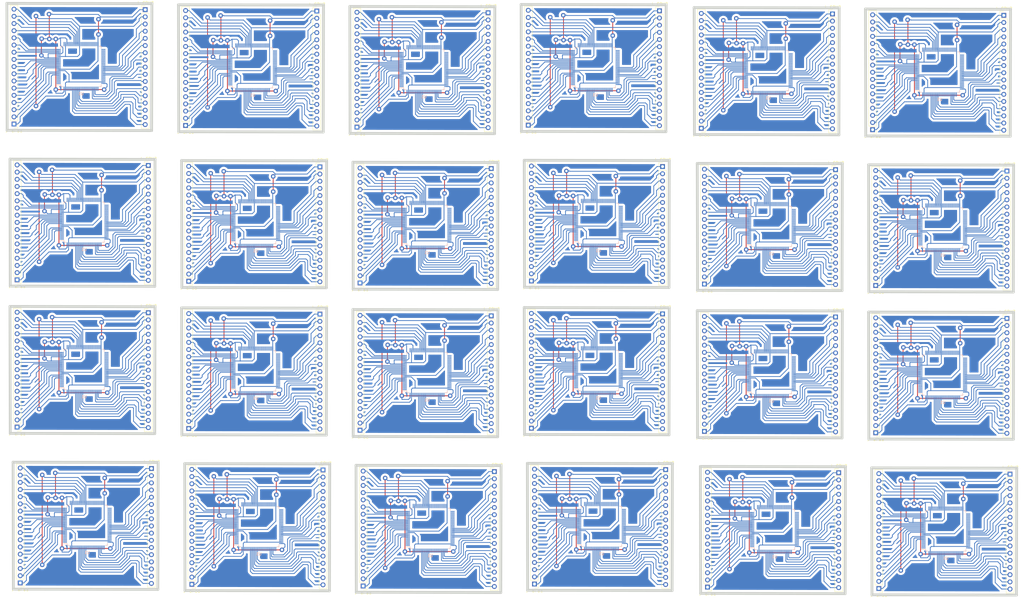
<source format=kicad_pcb>
(kicad_pcb (version 4) (host pcbnew 4.0.6)
  (layers (0 F.Cu signal) (31 B.Cu signal) (34 B.Paste user) (35 F.Paste user) (36 B.SilkS user) (37 F.SilkS user) (38 B.Mask user) (39 F.Mask user) (44 Edge.Cuts user))
  (net 0 "")
  (net 1 GND)
  (net 2 /ADC_2)
  (net 3 /ADC_0)
  (net 4 /ADC_1)
  (net 5 /GLCD_0)
  (net 6 /GLCD_1)
  (net 7 /GLCD_2)
  (net 8 /GLCD_3)
  (net 9 /GLCD_4)
  (net 10 /GLCD_5)
  (net 11 /GLCD_6)
  (net 12 /GLCD_7)
  (net 13 /GLCD_CS1)
  (net 14 /GLCD_CS2)
  (net 15 /GLCD_RST)
  (net 16 /GLCD_RW)
  (net 17 /GLCD_RS)
  (net 18 /GLCD_EN)
  (net 19 VDD)
  (net 20 /ADC_SCL)
  (net 21 /ADC_SDA)
  (net 22 /USER_INPUT_1)
  (net 23 /USER_INPUT_2)
  (net 24 "Net-(U1-Pad1)")
  (net 25 "Net-(U1-Pad2)")
  (net 26 "Net-(U1-Pad3)")
  (net 27 "Net-(U1-Pad4)")
  (net 28 "Net-(U1-Pad5)")
  (net 29 "Net-(U1-Pad6)")
  (net 30 "Net-(U1-Pad21)")
  (net 31 "Net-(U1-Pad26)")
  (net 32 "Net-(U1-Pad29)")
  (net 33 "Net-(U1-Pad30)")
  (net 34 "Net-(U1-Pad31)")
  (net 35 "Net-(U1-Pad32)")
  (net 36 "Net-(U1-Pad38)")
  (net 37 "Net-(U1-Pad39)")
  (net 38 "Net-(U1-Pad40)")
  (net 39 "Net-(U1-Pad41)")
  (net 40 "Net-(U1-Pad42)")
  (net 41 "Net-(U1-Pad43)")
  (net 42 "Net-(U1-Pad44)")
  (net 43 "Net-(U1-Pad45)")
  (net 44 "Net-(U1-Pad46)")
  (net 45 "Net-(U1-Pad47)")
  (net 46 "Net-(U1-Pad48)")
  (net 47 "Net-(U1-Pad49)")
  (net 48 "Net-(U1-Pad51)")
  (net 49 "Net-(U1-Pad52)")
  (net 50 "Net-(U1-Pad53)")
  (net 51 "Net-(U1-Pad54)")
  (net 52 "Net-(U1-Pad55)")
  (net 53 "Net-(U1-Pad56)")
  (net 54 "Net-(U1-Pad57)")
  (net 55 "Net-(U1-Pad58)")
  (net 56 "Net-(U1-Pad59)")
  (net 57 "Net-(U1-Pad60)")
  (net 58 "Net-(U1-Pad61)")
  (net 59 "Net-(U1-Pad62)")
  (net 60 "Net-(U1-Pad67)")
  (net 61 /RX)
  (net 62 /TX)
  (net 63 "Net-(U1-Pad70)")
  (net 64 "Net-(U1-Pad71)")
  (net 65 "Net-(U1-Pad72)")
  (net 66 "Net-(U1-Pad73)")
  (net 67 "Net-(U1-Pad76)")
  (net 68 "Net-(U1-Pad77)")
  (net 69 "Net-(U1-Pad81)")
  (net 70 "Net-(U1-Pad82)")
  (net 71 "Net-(U1-Pad83)")
  (net 72 "Net-(U1-Pad84)")
  (net 73 "Net-(U1-Pad85)")
  (net 74 "Net-(U1-Pad86)")
  (net 75 "Net-(U1-Pad87)")
  (net 76 "Net-(U1-Pad88)")
  (net 77 /ADC_EOC)
  (net 78 "Net-(U1-Pad95)")
  (net 79 "Net-(U1-Pad96)")
  (net 80 "Net-(U1-Pad97)")
  (net 81 "Net-(U1-Pad98)")
  (net 82 /RST)
  (net 83 /OSC24_IN)
  (net 84 /OSC24_OUT)
  (net 85 /OSC32_IN)
  (net 86 /OSC32_OUT)
  (net 87 /BOOT)
  (net 88 /ADC_MCLK)
  (net 89 /ADC_XCLR)
  (module Housings_QFP:LQFP-100_14x14mm_Pitch0.5mm (layer B.Cu) (at 181.025 210.983638)
    (fp_text reference U1 (at 0 9.65) (layer B.SilkS) (effects (justify mirror)))
    (fp_text value STM32F407VGTx)
    (pad 1 smd rect (at -7.9 6) (size 1.5 0.28) (layers B.Cu B.Paste B.Mask) (net 24 "Net-(U1-Pad1)"))
    (pad 2 smd rect (at -7.9 5.5) (size 1.5 0.28) (layers B.Cu B.Paste B.Mask) (net 25 "Net-(U1-Pad2)"))
    (pad 3 smd rect (at -7.9 5) (size 1.5 0.28) (layers B.Cu B.Paste B.Mask) (net 26 "Net-(U1-Pad3)"))
    (pad 4 smd rect (at -7.9 4.5) (size 1.5 0.28) (layers B.Cu B.Paste B.Mask) (net 27 "Net-(U1-Pad4)"))
    (pad 5 smd rect (at -7.9 4) (size 1.5 0.28) (layers B.Cu B.Paste B.Mask) (net 28 "Net-(U1-Pad5)"))
    (pad 6 smd rect (at -7.9 3.5) (size 1.5 0.28) (layers B.Cu B.Paste B.Mask) (net 29 "Net-(U1-Pad6)"))
    (pad 7 smd rect (at -7.9 3) (size 1.5 0.28) (layers B.Cu B.Paste B.Mask) (net 18 /GLCD_EN))
    (pad 8 smd rect (at -7.9 2.5) (size 1.5 0.28) (layers B.Cu B.Paste B.Mask) (net 85 /OSC32_IN))
    (pad 9 smd rect (at -7.9 2) (size 1.5 0.28) (layers B.Cu B.Paste B.Mask) (net 86 /OSC32_OUT))
    (pad 10 smd rect (at -7.9 1.5) (size 1.5 0.28) (layers B.Cu B.Paste B.Mask) (net 1 GND))
    (pad 11 smd rect (at -7.9 1) (size 1.5 0.28) (layers B.Cu B.Paste B.Mask) (net 19 VDD))
    (pad 12 smd rect (at -7.9 0.5) (size 1.5 0.28) (layers B.Cu B.Paste B.Mask) (net 83 /OSC24_IN))
    (pad 13 smd rect (at -7.9 0) (size 1.5 0.28) (layers B.Cu B.Paste B.Mask) (net 84 /OSC24_OUT))
    (pad 14 smd rect (at -7.9 -0.5) (size 1.5 0.28) (layers B.Cu B.Paste B.Mask) (net 82 /RST))
    (pad 15 smd rect (at -7.9 -1) (size 1.5 0.28) (layers B.Cu B.Paste B.Mask) (net 5 /GLCD_0))
    (pad 16 smd rect (at -7.9 -1.5) (size 1.5 0.28) (layers B.Cu B.Paste B.Mask) (net 6 /GLCD_1))
    (pad 17 smd rect (at -7.9 -2) (size 1.5 0.28) (layers B.Cu B.Paste B.Mask) (net 7 /GLCD_2))
    (pad 18 smd rect (at -7.9 -2.5) (size 1.5 0.28) (layers B.Cu B.Paste B.Mask) (net 8 /GLCD_3))
    (pad 19 smd rect (at -7.9 -3) (size 1.5 0.28) (layers B.Cu B.Paste B.Mask) (net 19 VDD))
    (pad 20 smd rect (at -7.9 -3.5) (size 1.5 0.28) (layers B.Cu B.Paste B.Mask) (net 1 GND))
    (pad 21 smd rect (at -7.9 -4) (size 1.5 0.28) (layers B.Cu B.Paste B.Mask) (net 30 "Net-(U1-Pad21)"))
    (pad 22 smd rect (at -7.9 -4.5) (size 1.5 0.28) (layers B.Cu B.Paste B.Mask) (net 19 VDD))
    (pad 23 smd rect (at -7.9 -5) (size 1.5 0.28) (layers B.Cu B.Paste B.Mask) (net 3 /ADC_0))
    (pad 24 smd rect (at -7.9 -5.5) (size 1.5 0.28) (layers B.Cu B.Paste B.Mask) (net 4 /ADC_1))
    (pad 25 smd rect (at -7.9 -6) (size 1.5 0.28) (layers B.Cu B.Paste B.Mask) (net 2 /ADC_2))
    (pad 26 smd rect (at -6 -7.9 270) (size 1.5 0.28) (layers B.Cu B.Paste B.Mask) (net 31 "Net-(U1-Pad26)"))
    (pad 27 smd rect (at -5.5 -7.9 270) (size 1.5 0.28) (layers B.Cu B.Paste B.Mask) (net 1 GND))
    (pad 28 smd rect (at -5 -7.9 270) (size 1.5 0.28) (layers B.Cu B.Paste B.Mask) (net 19 VDD))
    (pad 29 smd rect (at -4.5 -7.9 270) (size 1.5 0.28) (layers B.Cu B.Paste B.Mask) (net 32 "Net-(U1-Pad29)"))
    (pad 30 smd rect (at -4 -7.9 270) (size 1.5 0.28) (layers B.Cu B.Paste B.Mask) (net 33 "Net-(U1-Pad30)"))
    (pad 31 smd rect (at -3.5 -7.9 270) (size 1.5 0.28) (layers B.Cu B.Paste B.Mask) (net 34 "Net-(U1-Pad31)"))
    (pad 32 smd rect (at -3 -7.9 270) (size 1.5 0.28) (layers B.Cu B.Paste B.Mask) (net 35 "Net-(U1-Pad32)"))
    (pad 33 smd rect (at -2.5 -7.9 270) (size 1.5 0.28) (layers B.Cu B.Paste B.Mask) (net 9 /GLCD_4))
    (pad 34 smd rect (at -2 -7.9 270) (size 1.5 0.28) (layers B.Cu B.Paste B.Mask) (net 10 /GLCD_5))
    (pad 35 smd rect (at -1.5 -7.9 270) (size 1.5 0.28) (layers B.Cu B.Paste B.Mask) (net 22 /USER_INPUT_1))
    (pad 36 smd rect (at -1 -7.9 270) (size 1.5 0.28) (layers B.Cu B.Paste B.Mask) (net 23 /USER_INPUT_2))
    (pad 37 smd rect (at -0.5 -7.9 270) (size 1.5 0.28) (layers B.Cu B.Paste B.Mask) (net 1 GND))
    (pad 38 smd rect (at 0 -7.9 270) (size 1.5 0.28) (layers B.Cu B.Paste B.Mask) (net 36 "Net-(U1-Pad38)"))
    (pad 39 smd rect (at 0.5 -7.9 270) (size 1.5 0.28) (layers B.Cu B.Paste B.Mask) (net 37 "Net-(U1-Pad39)"))
    (pad 40 smd rect (at 1 -7.9 270) (size 1.5 0.28) (layers B.Cu B.Paste B.Mask) (net 38 "Net-(U1-Pad40)"))
    (pad 41 smd rect (at 1.5 -7.9 270) (size 1.5 0.28) (layers B.Cu B.Paste B.Mask) (net 39 "Net-(U1-Pad41)"))
    (pad 42 smd rect (at 2 -7.9 270) (size 1.5 0.28) (layers B.Cu B.Paste B.Mask) (net 40 "Net-(U1-Pad42)"))
    (pad 43 smd rect (at 2.5 -7.9 270) (size 1.5 0.28) (layers B.Cu B.Paste B.Mask) (net 41 "Net-(U1-Pad43)"))
    (pad 44 smd rect (at 3 -7.9 270) (size 1.5 0.28) (layers B.Cu B.Paste B.Mask) (net 42 "Net-(U1-Pad44)"))
    (pad 45 smd rect (at 3.5 -7.9 270) (size 1.5 0.28) (layers B.Cu B.Paste B.Mask) (net 43 "Net-(U1-Pad45)"))
    (pad 46 smd rect (at 4 -7.9 270) (size 1.5 0.28) (layers B.Cu B.Paste B.Mask) (net 44 "Net-(U1-Pad46)"))
    (pad 47 smd rect (at 4.5 -7.9 270) (size 1.5 0.28) (layers B.Cu B.Paste B.Mask) (net 45 "Net-(U1-Pad47)"))
    (pad 48 smd rect (at 5 -7.9 270) (size 1.5 0.28) (layers B.Cu B.Paste B.Mask) (net 46 "Net-(U1-Pad48)"))
    (pad 49 smd rect (at 5.5 -7.9 270) (size 1.5 0.28) (layers B.Cu B.Paste B.Mask) (net 47 "Net-(U1-Pad49)"))
    (pad 50 smd rect (at 6 -7.9 270) (size 1.5 0.28) (layers B.Cu B.Paste B.Mask) (net 19 VDD))
    (pad 51 smd rect (at 7.9 -6) (size 1.5 0.28) (layers B.Cu B.Paste B.Mask) (net 48 "Net-(U1-Pad51)"))
    (pad 52 smd rect (at 7.9 -5.5) (size 1.5 0.28) (layers B.Cu B.Paste B.Mask) (net 49 "Net-(U1-Pad52)"))
    (pad 53 smd rect (at 7.9 -5) (size 1.5 0.28) (layers B.Cu B.Paste B.Mask) (net 50 "Net-(U1-Pad53)"))
    (pad 54 smd rect (at 7.9 -4.5) (size 1.5 0.28) (layers B.Cu B.Paste B.Mask) (net 51 "Net-(U1-Pad54)"))
    (pad 55 smd rect (at 7.9 -4) (size 1.5 0.28) (layers B.Cu B.Paste B.Mask) (net 52 "Net-(U1-Pad55)"))
    (pad 56 smd rect (at 7.9 -3.5) (size 1.5 0.28) (layers B.Cu B.Paste B.Mask) (net 53 "Net-(U1-Pad56)"))
    (pad 57 smd rect (at 7.9 -3) (size 1.5 0.28) (layers B.Cu B.Paste B.Mask) (net 54 "Net-(U1-Pad57)"))
    (pad 58 smd rect (at 7.9 -2.5) (size 1.5 0.28) (layers B.Cu B.Paste B.Mask) (net 55 "Net-(U1-Pad58)"))
    (pad 59 smd rect (at 7.9 -2) (size 1.5 0.28) (layers B.Cu B.Paste B.Mask) (net 56 "Net-(U1-Pad59)"))
    (pad 60 smd rect (at 7.9 -1.5) (size 1.5 0.28) (layers B.Cu B.Paste B.Mask) (net 57 "Net-(U1-Pad60)"))
    (pad 61 smd rect (at 7.9 -1) (size 1.5 0.28) (layers B.Cu B.Paste B.Mask) (net 58 "Net-(U1-Pad61)"))
    (pad 62 smd rect (at 7.9 -0.5) (size 1.5 0.28) (layers B.Cu B.Paste B.Mask) (net 59 "Net-(U1-Pad62)"))
    (pad 63 smd rect (at 7.9 0) (size 1.5 0.28) (layers B.Cu B.Paste B.Mask) (net 11 /GLCD_6))
    (pad 64 smd rect (at 7.9 0.5) (size 1.5 0.28) (layers B.Cu B.Paste B.Mask) (net 12 /GLCD_7))
    (pad 65 smd rect (at 7.9 1) (size 1.5 0.28) (layers B.Cu B.Paste B.Mask) (net 13 /GLCD_CS1))
    (pad 66 smd rect (at 7.9 1.5) (size 1.5 0.28) (layers B.Cu B.Paste B.Mask) (net 14 /GLCD_CS2))
    (pad 67 smd rect (at 7.9 2) (size 1.5 0.28) (layers B.Cu B.Paste B.Mask) (net 60 "Net-(U1-Pad67)"))
    (pad 68 smd rect (at 7.9 2.5) (size 1.5 0.28) (layers B.Cu B.Paste B.Mask) (net 61 /RX))
    (pad 69 smd rect (at 7.9 3) (size 1.5 0.28) (layers B.Cu B.Paste B.Mask) (net 62 /TX))
    (pad 70 smd rect (at 7.9 3.5) (size 1.5 0.28) (layers B.Cu B.Paste B.Mask) (net 63 "Net-(U1-Pad70)"))
    (pad 71 smd rect (at 7.9 4) (size 1.5 0.28) (layers B.Cu B.Paste B.Mask) (net 64 "Net-(U1-Pad71)"))
    (pad 72 smd rect (at 7.9 4.5) (size 1.5 0.28) (layers B.Cu B.Paste B.Mask) (net 65 "Net-(U1-Pad72)"))
    (pad 73 smd rect (at 7.9 5) (size 1.5 0.28) (layers B.Cu B.Paste B.Mask) (net 66 "Net-(U1-Pad73)"))
    (pad 74 smd rect (at 7.9 5.5) (size 1.5 0.28) (layers B.Cu B.Paste B.Mask) (net 1 GND))
    (pad 75 smd rect (at 7.9 6) (size 1.5 0.28) (layers B.Cu B.Paste B.Mask) (net 19 VDD))
    (pad 76 smd rect (at 6 7.9 270) (size 1.5 0.28) (layers B.Cu B.Paste B.Mask) (net 67 "Net-(U1-Pad76)"))
    (pad 77 smd rect (at 5.5 7.9 270) (size 1.5 0.28) (layers B.Cu B.Paste B.Mask) (net 68 "Net-(U1-Pad77)"))
    (pad 78 smd rect (at 5 7.9 270) (size 1.5 0.28) (layers B.Cu B.Paste B.Mask) (net 17 /GLCD_RS))
    (pad 79 smd rect (at 4.5 7.9 270) (size 1.5 0.28) (layers B.Cu B.Paste B.Mask) (net 16 /GLCD_RW))
    (pad 80 smd rect (at 4 7.9 270) (size 1.5 0.28) (layers B.Cu B.Paste B.Mask) (net 15 /GLCD_RST))
    (pad 81 smd rect (at 3.5 7.9 270) (size 1.5 0.28) (layers B.Cu B.Paste B.Mask) (net 69 "Net-(U1-Pad81)"))
    (pad 82 smd rect (at 3 7.9 270) (size 1.5 0.28) (layers B.Cu B.Paste B.Mask) (net 70 "Net-(U1-Pad82)"))
    (pad 83 smd rect (at 2.5 7.9 270) (size 1.5 0.28) (layers B.Cu B.Paste B.Mask) (net 71 "Net-(U1-Pad83)"))
    (pad 84 smd rect (at 2 7.9 270) (size 1.5 0.28) (layers B.Cu B.Paste B.Mask) (net 72 "Net-(U1-Pad84)"))
    (pad 85 smd rect (at 1.5 7.9 270) (size 1.5 0.28) (layers B.Cu B.Paste B.Mask) (net 73 "Net-(U1-Pad85)"))
    (pad 86 smd rect (at 1 7.9 270) (size 1.5 0.28) (layers B.Cu B.Paste B.Mask) (net 74 "Net-(U1-Pad86)"))
    (pad 87 smd rect (at 0.5 7.9 270) (size 1.5 0.28) (layers B.Cu B.Paste B.Mask) (net 75 "Net-(U1-Pad87)"))
    (pad 88 smd rect (at 0 7.9 270) (size 1.5 0.28) (layers B.Cu B.Paste B.Mask) (net 76 "Net-(U1-Pad88)"))
    (pad 89 smd rect (at -0.5 7.9 270) (size 1.5 0.28) (layers B.Cu B.Paste B.Mask) (net 88 /ADC_MCLK))
    (pad 90 smd rect (at -1 7.9 270) (size 1.5 0.28) (layers B.Cu B.Paste B.Mask) (net 89 /ADC_XCLR))
    (pad 91 smd rect (at -1.5 7.9 270) (size 1.5 0.28) (layers B.Cu B.Paste B.Mask) (net 77 /ADC_EOC))
    (pad 92 smd rect (at -2 7.9 270) (size 1.5 0.28) (layers B.Cu B.Paste B.Mask) (net 20 /ADC_SCL))
    (pad 93 smd rect (at -2.5 7.9 270) (size 1.5 0.28) (layers B.Cu B.Paste B.Mask) (net 21 /ADC_SDA))
    (pad 94 smd rect (at -3 7.9 270) (size 1.5 0.28) (layers B.Cu B.Paste B.Mask) (net 87 /BOOT))
    (pad 95 smd rect (at -3.5 7.9 270) (size 1.5 0.28) (layers B.Cu B.Paste B.Mask) (net 78 "Net-(U1-Pad95)"))
    (pad 96 smd rect (at -4 7.9 270) (size 1.5 0.28) (layers B.Cu B.Paste B.Mask) (net 79 "Net-(U1-Pad96)"))
    (pad 97 smd rect (at -4.5 7.9 270) (size 1.5 0.28) (layers B.Cu B.Paste B.Mask) (net 80 "Net-(U1-Pad97)"))
    (pad 98 smd rect (at -5 7.9 270) (size 1.5 0.28) (layers B.Cu B.Paste B.Mask) (net 81 "Net-(U1-Pad98)"))
    (pad 99 smd rect (at -5.5 7.9 270) (size 1.5 0.28) (layers B.Cu B.Paste B.Mask) (net 1 GND))
    (pad 100 smd rect (at -6 7.9 270) (size 1.5 0.28) (layers B.Cu B.Paste B.Mask) (net 19 VDD))
  )
  (module Housings_QFP:LQFP-100_14x14mm_Pitch0.5mm (layer B.Cu) (at 58.625 154.783638)
    (fp_text reference U1 (at 0 9.65) (layer B.SilkS) (effects (justify mirror)))
    (fp_text value STM32F407VGTx)
    (pad 1 smd rect (at -7.9 6) (size 1.5 0.28) (layers B.Cu B.Paste B.Mask) (net 24 "Net-(U1-Pad1)"))
    (pad 2 smd rect (at -7.9 5.5) (size 1.5 0.28) (layers B.Cu B.Paste B.Mask) (net 25 "Net-(U1-Pad2)"))
    (pad 3 smd rect (at -7.9 5) (size 1.5 0.28) (layers B.Cu B.Paste B.Mask) (net 26 "Net-(U1-Pad3)"))
    (pad 4 smd rect (at -7.9 4.5) (size 1.5 0.28) (layers B.Cu B.Paste B.Mask) (net 27 "Net-(U1-Pad4)"))
    (pad 5 smd rect (at -7.9 4) (size 1.5 0.28) (layers B.Cu B.Paste B.Mask) (net 28 "Net-(U1-Pad5)"))
    (pad 6 smd rect (at -7.9 3.5) (size 1.5 0.28) (layers B.Cu B.Paste B.Mask) (net 29 "Net-(U1-Pad6)"))
    (pad 7 smd rect (at -7.9 3) (size 1.5 0.28) (layers B.Cu B.Paste B.Mask) (net 18 /GLCD_EN))
    (pad 8 smd rect (at -7.9 2.5) (size 1.5 0.28) (layers B.Cu B.Paste B.Mask) (net 85 /OSC32_IN))
    (pad 9 smd rect (at -7.9 2) (size 1.5 0.28) (layers B.Cu B.Paste B.Mask) (net 86 /OSC32_OUT))
    (pad 10 smd rect (at -7.9 1.5) (size 1.5 0.28) (layers B.Cu B.Paste B.Mask) (net 1 GND))
    (pad 11 smd rect (at -7.9 1) (size 1.5 0.28) (layers B.Cu B.Paste B.Mask) (net 19 VDD))
    (pad 12 smd rect (at -7.9 0.5) (size 1.5 0.28) (layers B.Cu B.Paste B.Mask) (net 83 /OSC24_IN))
    (pad 13 smd rect (at -7.9 0) (size 1.5 0.28) (layers B.Cu B.Paste B.Mask) (net 84 /OSC24_OUT))
    (pad 14 smd rect (at -7.9 -0.5) (size 1.5 0.28) (layers B.Cu B.Paste B.Mask) (net 82 /RST))
    (pad 15 smd rect (at -7.9 -1) (size 1.5 0.28) (layers B.Cu B.Paste B.Mask) (net 5 /GLCD_0))
    (pad 16 smd rect (at -7.9 -1.5) (size 1.5 0.28) (layers B.Cu B.Paste B.Mask) (net 6 /GLCD_1))
    (pad 17 smd rect (at -7.9 -2) (size 1.5 0.28) (layers B.Cu B.Paste B.Mask) (net 7 /GLCD_2))
    (pad 18 smd rect (at -7.9 -2.5) (size 1.5 0.28) (layers B.Cu B.Paste B.Mask) (net 8 /GLCD_3))
    (pad 19 smd rect (at -7.9 -3) (size 1.5 0.28) (layers B.Cu B.Paste B.Mask) (net 19 VDD))
    (pad 20 smd rect (at -7.9 -3.5) (size 1.5 0.28) (layers B.Cu B.Paste B.Mask) (net 1 GND))
    (pad 21 smd rect (at -7.9 -4) (size 1.5 0.28) (layers B.Cu B.Paste B.Mask) (net 30 "Net-(U1-Pad21)"))
    (pad 22 smd rect (at -7.9 -4.5) (size 1.5 0.28) (layers B.Cu B.Paste B.Mask) (net 19 VDD))
    (pad 23 smd rect (at -7.9 -5) (size 1.5 0.28) (layers B.Cu B.Paste B.Mask) (net 3 /ADC_0))
    (pad 24 smd rect (at -7.9 -5.5) (size 1.5 0.28) (layers B.Cu B.Paste B.Mask) (net 4 /ADC_1))
    (pad 25 smd rect (at -7.9 -6) (size 1.5 0.28) (layers B.Cu B.Paste B.Mask) (net 2 /ADC_2))
    (pad 26 smd rect (at -6 -7.9 270) (size 1.5 0.28) (layers B.Cu B.Paste B.Mask) (net 31 "Net-(U1-Pad26)"))
    (pad 27 smd rect (at -5.5 -7.9 270) (size 1.5 0.28) (layers B.Cu B.Paste B.Mask) (net 1 GND))
    (pad 28 smd rect (at -5 -7.9 270) (size 1.5 0.28) (layers B.Cu B.Paste B.Mask) (net 19 VDD))
    (pad 29 smd rect (at -4.5 -7.9 270) (size 1.5 0.28) (layers B.Cu B.Paste B.Mask) (net 32 "Net-(U1-Pad29)"))
    (pad 30 smd rect (at -4 -7.9 270) (size 1.5 0.28) (layers B.Cu B.Paste B.Mask) (net 33 "Net-(U1-Pad30)"))
    (pad 31 smd rect (at -3.5 -7.9 270) (size 1.5 0.28) (layers B.Cu B.Paste B.Mask) (net 34 "Net-(U1-Pad31)"))
    (pad 32 smd rect (at -3 -7.9 270) (size 1.5 0.28) (layers B.Cu B.Paste B.Mask) (net 35 "Net-(U1-Pad32)"))
    (pad 33 smd rect (at -2.5 -7.9 270) (size 1.5 0.28) (layers B.Cu B.Paste B.Mask) (net 9 /GLCD_4))
    (pad 34 smd rect (at -2 -7.9 270) (size 1.5 0.28) (layers B.Cu B.Paste B.Mask) (net 10 /GLCD_5))
    (pad 35 smd rect (at -1.5 -7.9 270) (size 1.5 0.28) (layers B.Cu B.Paste B.Mask) (net 22 /USER_INPUT_1))
    (pad 36 smd rect (at -1 -7.9 270) (size 1.5 0.28) (layers B.Cu B.Paste B.Mask) (net 23 /USER_INPUT_2))
    (pad 37 smd rect (at -0.5 -7.9 270) (size 1.5 0.28) (layers B.Cu B.Paste B.Mask) (net 1 GND))
    (pad 38 smd rect (at 0 -7.9 270) (size 1.5 0.28) (layers B.Cu B.Paste B.Mask) (net 36 "Net-(U1-Pad38)"))
    (pad 39 smd rect (at 0.5 -7.9 270) (size 1.5 0.28) (layers B.Cu B.Paste B.Mask) (net 37 "Net-(U1-Pad39)"))
    (pad 40 smd rect (at 1 -7.9 270) (size 1.5 0.28) (layers B.Cu B.Paste B.Mask) (net 38 "Net-(U1-Pad40)"))
    (pad 41 smd rect (at 1.5 -7.9 270) (size 1.5 0.28) (layers B.Cu B.Paste B.Mask) (net 39 "Net-(U1-Pad41)"))
    (pad 42 smd rect (at 2 -7.9 270) (size 1.5 0.28) (layers B.Cu B.Paste B.Mask) (net 40 "Net-(U1-Pad42)"))
    (pad 43 smd rect (at 2.5 -7.9 270) (size 1.5 0.28) (layers B.Cu B.Paste B.Mask) (net 41 "Net-(U1-Pad43)"))
    (pad 44 smd rect (at 3 -7.9 270) (size 1.5 0.28) (layers B.Cu B.Paste B.Mask) (net 42 "Net-(U1-Pad44)"))
    (pad 45 smd rect (at 3.5 -7.9 270) (size 1.5 0.28) (layers B.Cu B.Paste B.Mask) (net 43 "Net-(U1-Pad45)"))
    (pad 46 smd rect (at 4 -7.9 270) (size 1.5 0.28) (layers B.Cu B.Paste B.Mask) (net 44 "Net-(U1-Pad46)"))
    (pad 47 smd rect (at 4.5 -7.9 270) (size 1.5 0.28) (layers B.Cu B.Paste B.Mask) (net 45 "Net-(U1-Pad47)"))
    (pad 48 smd rect (at 5 -7.9 270) (size 1.5 0.28) (layers B.Cu B.Paste B.Mask) (net 46 "Net-(U1-Pad48)"))
    (pad 49 smd rect (at 5.5 -7.9 270) (size 1.5 0.28) (layers B.Cu B.Paste B.Mask) (net 47 "Net-(U1-Pad49)"))
    (pad 50 smd rect (at 6 -7.9 270) (size 1.5 0.28) (layers B.Cu B.Paste B.Mask) (net 19 VDD))
    (pad 51 smd rect (at 7.9 -6) (size 1.5 0.28) (layers B.Cu B.Paste B.Mask) (net 48 "Net-(U1-Pad51)"))
    (pad 52 smd rect (at 7.9 -5.5) (size 1.5 0.28) (layers B.Cu B.Paste B.Mask) (net 49 "Net-(U1-Pad52)"))
    (pad 53 smd rect (at 7.9 -5) (size 1.5 0.28) (layers B.Cu B.Paste B.Mask) (net 50 "Net-(U1-Pad53)"))
    (pad 54 smd rect (at 7.9 -4.5) (size 1.5 0.28) (layers B.Cu B.Paste B.Mask) (net 51 "Net-(U1-Pad54)"))
    (pad 55 smd rect (at 7.9 -4) (size 1.5 0.28) (layers B.Cu B.Paste B.Mask) (net 52 "Net-(U1-Pad55)"))
    (pad 56 smd rect (at 7.9 -3.5) (size 1.5 0.28) (layers B.Cu B.Paste B.Mask) (net 53 "Net-(U1-Pad56)"))
    (pad 57 smd rect (at 7.9 -3) (size 1.5 0.28) (layers B.Cu B.Paste B.Mask) (net 54 "Net-(U1-Pad57)"))
    (pad 58 smd rect (at 7.9 -2.5) (size 1.5 0.28) (layers B.Cu B.Paste B.Mask) (net 55 "Net-(U1-Pad58)"))
    (pad 59 smd rect (at 7.9 -2) (size 1.5 0.28) (layers B.Cu B.Paste B.Mask) (net 56 "Net-(U1-Pad59)"))
    (pad 60 smd rect (at 7.9 -1.5) (size 1.5 0.28) (layers B.Cu B.Paste B.Mask) (net 57 "Net-(U1-Pad60)"))
    (pad 61 smd rect (at 7.9 -1) (size 1.5 0.28) (layers B.Cu B.Paste B.Mask) (net 58 "Net-(U1-Pad61)"))
    (pad 62 smd rect (at 7.9 -0.5) (size 1.5 0.28) (layers B.Cu B.Paste B.Mask) (net 59 "Net-(U1-Pad62)"))
    (pad 63 smd rect (at 7.9 0) (size 1.5 0.28) (layers B.Cu B.Paste B.Mask) (net 11 /GLCD_6))
    (pad 64 smd rect (at 7.9 0.5) (size 1.5 0.28) (layers B.Cu B.Paste B.Mask) (net 12 /GLCD_7))
    (pad 65 smd rect (at 7.9 1) (size 1.5 0.28) (layers B.Cu B.Paste B.Mask) (net 13 /GLCD_CS1))
    (pad 66 smd rect (at 7.9 1.5) (size 1.5 0.28) (layers B.Cu B.Paste B.Mask) (net 14 /GLCD_CS2))
    (pad 67 smd rect (at 7.9 2) (size 1.5 0.28) (layers B.Cu B.Paste B.Mask) (net 60 "Net-(U1-Pad67)"))
    (pad 68 smd rect (at 7.9 2.5) (size 1.5 0.28) (layers B.Cu B.Paste B.Mask) (net 61 /RX))
    (pad 69 smd rect (at 7.9 3) (size 1.5 0.28) (layers B.Cu B.Paste B.Mask) (net 62 /TX))
    (pad 70 smd rect (at 7.9 3.5) (size 1.5 0.28) (layers B.Cu B.Paste B.Mask) (net 63 "Net-(U1-Pad70)"))
    (pad 71 smd rect (at 7.9 4) (size 1.5 0.28) (layers B.Cu B.Paste B.Mask) (net 64 "Net-(U1-Pad71)"))
    (pad 72 smd rect (at 7.9 4.5) (size 1.5 0.28) (layers B.Cu B.Paste B.Mask) (net 65 "Net-(U1-Pad72)"))
    (pad 73 smd rect (at 7.9 5) (size 1.5 0.28) (layers B.Cu B.Paste B.Mask) (net 66 "Net-(U1-Pad73)"))
    (pad 74 smd rect (at 7.9 5.5) (size 1.5 0.28) (layers B.Cu B.Paste B.Mask) (net 1 GND))
    (pad 75 smd rect (at 7.9 6) (size 1.5 0.28) (layers B.Cu B.Paste B.Mask) (net 19 VDD))
    (pad 76 smd rect (at 6 7.9 270) (size 1.5 0.28) (layers B.Cu B.Paste B.Mask) (net 67 "Net-(U1-Pad76)"))
    (pad 77 smd rect (at 5.5 7.9 270) (size 1.5 0.28) (layers B.Cu B.Paste B.Mask) (net 68 "Net-(U1-Pad77)"))
    (pad 78 smd rect (at 5 7.9 270) (size 1.5 0.28) (layers B.Cu B.Paste B.Mask) (net 17 /GLCD_RS))
    (pad 79 smd rect (at 4.5 7.9 270) (size 1.5 0.28) (layers B.Cu B.Paste B.Mask) (net 16 /GLCD_RW))
    (pad 80 smd rect (at 4 7.9 270) (size 1.5 0.28) (layers B.Cu B.Paste B.Mask) (net 15 /GLCD_RST))
    (pad 81 smd rect (at 3.5 7.9 270) (size 1.5 0.28) (layers B.Cu B.Paste B.Mask) (net 69 "Net-(U1-Pad81)"))
    (pad 82 smd rect (at 3 7.9 270) (size 1.5 0.28) (layers B.Cu B.Paste B.Mask) (net 70 "Net-(U1-Pad82)"))
    (pad 83 smd rect (at 2.5 7.9 270) (size 1.5 0.28) (layers B.Cu B.Paste B.Mask) (net 71 "Net-(U1-Pad83)"))
    (pad 84 smd rect (at 2 7.9 270) (size 1.5 0.28) (layers B.Cu B.Paste B.Mask) (net 72 "Net-(U1-Pad84)"))
    (pad 85 smd rect (at 1.5 7.9 270) (size 1.5 0.28) (layers B.Cu B.Paste B.Mask) (net 73 "Net-(U1-Pad85)"))
    (pad 86 smd rect (at 1 7.9 270) (size 1.5 0.28) (layers B.Cu B.Paste B.Mask) (net 74 "Net-(U1-Pad86)"))
    (pad 87 smd rect (at 0.5 7.9 270) (size 1.5 0.28) (layers B.Cu B.Paste B.Mask) (net 75 "Net-(U1-Pad87)"))
    (pad 88 smd rect (at 0 7.9 270) (size 1.5 0.28) (layers B.Cu B.Paste B.Mask) (net 76 "Net-(U1-Pad88)"))
    (pad 89 smd rect (at -0.5 7.9 270) (size 1.5 0.28) (layers B.Cu B.Paste B.Mask) (net 88 /ADC_MCLK))
    (pad 90 smd rect (at -1 7.9 270) (size 1.5 0.28) (layers B.Cu B.Paste B.Mask) (net 89 /ADC_XCLR))
    (pad 91 smd rect (at -1.5 7.9 270) (size 1.5 0.28) (layers B.Cu B.Paste B.Mask) (net 77 /ADC_EOC))
    (pad 92 smd rect (at -2 7.9 270) (size 1.5 0.28) (layers B.Cu B.Paste B.Mask) (net 20 /ADC_SCL))
    (pad 93 smd rect (at -2.5 7.9 270) (size 1.5 0.28) (layers B.Cu B.Paste B.Mask) (net 21 /ADC_SDA))
    (pad 94 smd rect (at -3 7.9 270) (size 1.5 0.28) (layers B.Cu B.Paste B.Mask) (net 87 /BOOT))
    (pad 95 smd rect (at -3.5 7.9 270) (size 1.5 0.28) (layers B.Cu B.Paste B.Mask) (net 78 "Net-(U1-Pad95)"))
    (pad 96 smd rect (at -4 7.9 270) (size 1.5 0.28) (layers B.Cu B.Paste B.Mask) (net 79 "Net-(U1-Pad96)"))
    (pad 97 smd rect (at -4.5 7.9 270) (size 1.5 0.28) (layers B.Cu B.Paste B.Mask) (net 80 "Net-(U1-Pad97)"))
    (pad 98 smd rect (at -5 7.9 270) (size 1.5 0.28) (layers B.Cu B.Paste B.Mask) (net 81 "Net-(U1-Pad98)"))
    (pad 99 smd rect (at -5.5 7.9 270) (size 1.5 0.28) (layers B.Cu B.Paste B.Mask) (net 1 GND))
    (pad 100 smd rect (at -6 7.9 270) (size 1.5 0.28) (layers B.Cu B.Paste B.Mask) (net 19 VDD))
  )
  (module Housings_QFP:LQFP-100_14x14mm_Pitch0.5mm (layer B.Cu) (at 119.325 155.283638)
    (fp_text reference U1 (at 0 9.65) (layer B.SilkS) (effects (justify mirror)))
    (fp_text value STM32F407VGTx)
    (pad 1 smd rect (at -7.9 6) (size 1.5 0.28) (layers B.Cu B.Paste B.Mask) (net 24 "Net-(U1-Pad1)"))
    (pad 2 smd rect (at -7.9 5.5) (size 1.5 0.28) (layers B.Cu B.Paste B.Mask) (net 25 "Net-(U1-Pad2)"))
    (pad 3 smd rect (at -7.9 5) (size 1.5 0.28) (layers B.Cu B.Paste B.Mask) (net 26 "Net-(U1-Pad3)"))
    (pad 4 smd rect (at -7.9 4.5) (size 1.5 0.28) (layers B.Cu B.Paste B.Mask) (net 27 "Net-(U1-Pad4)"))
    (pad 5 smd rect (at -7.9 4) (size 1.5 0.28) (layers B.Cu B.Paste B.Mask) (net 28 "Net-(U1-Pad5)"))
    (pad 6 smd rect (at -7.9 3.5) (size 1.5 0.28) (layers B.Cu B.Paste B.Mask) (net 29 "Net-(U1-Pad6)"))
    (pad 7 smd rect (at -7.9 3) (size 1.5 0.28) (layers B.Cu B.Paste B.Mask) (net 18 /GLCD_EN))
    (pad 8 smd rect (at -7.9 2.5) (size 1.5 0.28) (layers B.Cu B.Paste B.Mask) (net 85 /OSC32_IN))
    (pad 9 smd rect (at -7.9 2) (size 1.5 0.28) (layers B.Cu B.Paste B.Mask) (net 86 /OSC32_OUT))
    (pad 10 smd rect (at -7.9 1.5) (size 1.5 0.28) (layers B.Cu B.Paste B.Mask) (net 1 GND))
    (pad 11 smd rect (at -7.9 1) (size 1.5 0.28) (layers B.Cu B.Paste B.Mask) (net 19 VDD))
    (pad 12 smd rect (at -7.9 0.5) (size 1.5 0.28) (layers B.Cu B.Paste B.Mask) (net 83 /OSC24_IN))
    (pad 13 smd rect (at -7.9 0) (size 1.5 0.28) (layers B.Cu B.Paste B.Mask) (net 84 /OSC24_OUT))
    (pad 14 smd rect (at -7.9 -0.5) (size 1.5 0.28) (layers B.Cu B.Paste B.Mask) (net 82 /RST))
    (pad 15 smd rect (at -7.9 -1) (size 1.5 0.28) (layers B.Cu B.Paste B.Mask) (net 5 /GLCD_0))
    (pad 16 smd rect (at -7.9 -1.5) (size 1.5 0.28) (layers B.Cu B.Paste B.Mask) (net 6 /GLCD_1))
    (pad 17 smd rect (at -7.9 -2) (size 1.5 0.28) (layers B.Cu B.Paste B.Mask) (net 7 /GLCD_2))
    (pad 18 smd rect (at -7.9 -2.5) (size 1.5 0.28) (layers B.Cu B.Paste B.Mask) (net 8 /GLCD_3))
    (pad 19 smd rect (at -7.9 -3) (size 1.5 0.28) (layers B.Cu B.Paste B.Mask) (net 19 VDD))
    (pad 20 smd rect (at -7.9 -3.5) (size 1.5 0.28) (layers B.Cu B.Paste B.Mask) (net 1 GND))
    (pad 21 smd rect (at -7.9 -4) (size 1.5 0.28) (layers B.Cu B.Paste B.Mask) (net 30 "Net-(U1-Pad21)"))
    (pad 22 smd rect (at -7.9 -4.5) (size 1.5 0.28) (layers B.Cu B.Paste B.Mask) (net 19 VDD))
    (pad 23 smd rect (at -7.9 -5) (size 1.5 0.28) (layers B.Cu B.Paste B.Mask) (net 3 /ADC_0))
    (pad 24 smd rect (at -7.9 -5.5) (size 1.5 0.28) (layers B.Cu B.Paste B.Mask) (net 4 /ADC_1))
    (pad 25 smd rect (at -7.9 -6) (size 1.5 0.28) (layers B.Cu B.Paste B.Mask) (net 2 /ADC_2))
    (pad 26 smd rect (at -6 -7.9 270) (size 1.5 0.28) (layers B.Cu B.Paste B.Mask) (net 31 "Net-(U1-Pad26)"))
    (pad 27 smd rect (at -5.5 -7.9 270) (size 1.5 0.28) (layers B.Cu B.Paste B.Mask) (net 1 GND))
    (pad 28 smd rect (at -5 -7.9 270) (size 1.5 0.28) (layers B.Cu B.Paste B.Mask) (net 19 VDD))
    (pad 29 smd rect (at -4.5 -7.9 270) (size 1.5 0.28) (layers B.Cu B.Paste B.Mask) (net 32 "Net-(U1-Pad29)"))
    (pad 30 smd rect (at -4 -7.9 270) (size 1.5 0.28) (layers B.Cu B.Paste B.Mask) (net 33 "Net-(U1-Pad30)"))
    (pad 31 smd rect (at -3.5 -7.9 270) (size 1.5 0.28) (layers B.Cu B.Paste B.Mask) (net 34 "Net-(U1-Pad31)"))
    (pad 32 smd rect (at -3 -7.9 270) (size 1.5 0.28) (layers B.Cu B.Paste B.Mask) (net 35 "Net-(U1-Pad32)"))
    (pad 33 smd rect (at -2.5 -7.9 270) (size 1.5 0.28) (layers B.Cu B.Paste B.Mask) (net 9 /GLCD_4))
    (pad 34 smd rect (at -2 -7.9 270) (size 1.5 0.28) (layers B.Cu B.Paste B.Mask) (net 10 /GLCD_5))
    (pad 35 smd rect (at -1.5 -7.9 270) (size 1.5 0.28) (layers B.Cu B.Paste B.Mask) (net 22 /USER_INPUT_1))
    (pad 36 smd rect (at -1 -7.9 270) (size 1.5 0.28) (layers B.Cu B.Paste B.Mask) (net 23 /USER_INPUT_2))
    (pad 37 smd rect (at -0.5 -7.9 270) (size 1.5 0.28) (layers B.Cu B.Paste B.Mask) (net 1 GND))
    (pad 38 smd rect (at 0 -7.9 270) (size 1.5 0.28) (layers B.Cu B.Paste B.Mask) (net 36 "Net-(U1-Pad38)"))
    (pad 39 smd rect (at 0.5 -7.9 270) (size 1.5 0.28) (layers B.Cu B.Paste B.Mask) (net 37 "Net-(U1-Pad39)"))
    (pad 40 smd rect (at 1 -7.9 270) (size 1.5 0.28) (layers B.Cu B.Paste B.Mask) (net 38 "Net-(U1-Pad40)"))
    (pad 41 smd rect (at 1.5 -7.9 270) (size 1.5 0.28) (layers B.Cu B.Paste B.Mask) (net 39 "Net-(U1-Pad41)"))
    (pad 42 smd rect (at 2 -7.9 270) (size 1.5 0.28) (layers B.Cu B.Paste B.Mask) (net 40 "Net-(U1-Pad42)"))
    (pad 43 smd rect (at 2.5 -7.9 270) (size 1.5 0.28) (layers B.Cu B.Paste B.Mask) (net 41 "Net-(U1-Pad43)"))
    (pad 44 smd rect (at 3 -7.9 270) (size 1.5 0.28) (layers B.Cu B.Paste B.Mask) (net 42 "Net-(U1-Pad44)"))
    (pad 45 smd rect (at 3.5 -7.9 270) (size 1.5 0.28) (layers B.Cu B.Paste B.Mask) (net 43 "Net-(U1-Pad45)"))
    (pad 46 smd rect (at 4 -7.9 270) (size 1.5 0.28) (layers B.Cu B.Paste B.Mask) (net 44 "Net-(U1-Pad46)"))
    (pad 47 smd rect (at 4.5 -7.9 270) (size 1.5 0.28) (layers B.Cu B.Paste B.Mask) (net 45 "Net-(U1-Pad47)"))
    (pad 48 smd rect (at 5 -7.9 270) (size 1.5 0.28) (layers B.Cu B.Paste B.Mask) (net 46 "Net-(U1-Pad48)"))
    (pad 49 smd rect (at 5.5 -7.9 270) (size 1.5 0.28) (layers B.Cu B.Paste B.Mask) (net 47 "Net-(U1-Pad49)"))
    (pad 50 smd rect (at 6 -7.9 270) (size 1.5 0.28) (layers B.Cu B.Paste B.Mask) (net 19 VDD))
    (pad 51 smd rect (at 7.9 -6) (size 1.5 0.28) (layers B.Cu B.Paste B.Mask) (net 48 "Net-(U1-Pad51)"))
    (pad 52 smd rect (at 7.9 -5.5) (size 1.5 0.28) (layers B.Cu B.Paste B.Mask) (net 49 "Net-(U1-Pad52)"))
    (pad 53 smd rect (at 7.9 -5) (size 1.5 0.28) (layers B.Cu B.Paste B.Mask) (net 50 "Net-(U1-Pad53)"))
    (pad 54 smd rect (at 7.9 -4.5) (size 1.5 0.28) (layers B.Cu B.Paste B.Mask) (net 51 "Net-(U1-Pad54)"))
    (pad 55 smd rect (at 7.9 -4) (size 1.5 0.28) (layers B.Cu B.Paste B.Mask) (net 52 "Net-(U1-Pad55)"))
    (pad 56 smd rect (at 7.9 -3.5) (size 1.5 0.28) (layers B.Cu B.Paste B.Mask) (net 53 "Net-(U1-Pad56)"))
    (pad 57 smd rect (at 7.9 -3) (size 1.5 0.28) (layers B.Cu B.Paste B.Mask) (net 54 "Net-(U1-Pad57)"))
    (pad 58 smd rect (at 7.9 -2.5) (size 1.5 0.28) (layers B.Cu B.Paste B.Mask) (net 55 "Net-(U1-Pad58)"))
    (pad 59 smd rect (at 7.9 -2) (size 1.5 0.28) (layers B.Cu B.Paste B.Mask) (net 56 "Net-(U1-Pad59)"))
    (pad 60 smd rect (at 7.9 -1.5) (size 1.5 0.28) (layers B.Cu B.Paste B.Mask) (net 57 "Net-(U1-Pad60)"))
    (pad 61 smd rect (at 7.9 -1) (size 1.5 0.28) (layers B.Cu B.Paste B.Mask) (net 58 "Net-(U1-Pad61)"))
    (pad 62 smd rect (at 7.9 -0.5) (size 1.5 0.28) (layers B.Cu B.Paste B.Mask) (net 59 "Net-(U1-Pad62)"))
    (pad 63 smd rect (at 7.9 0) (size 1.5 0.28) (layers B.Cu B.Paste B.Mask) (net 11 /GLCD_6))
    (pad 64 smd rect (at 7.9 0.5) (size 1.5 0.28) (layers B.Cu B.Paste B.Mask) (net 12 /GLCD_7))
    (pad 65 smd rect (at 7.9 1) (size 1.5 0.28) (layers B.Cu B.Paste B.Mask) (net 13 /GLCD_CS1))
    (pad 66 smd rect (at 7.9 1.5) (size 1.5 0.28) (layers B.Cu B.Paste B.Mask) (net 14 /GLCD_CS2))
    (pad 67 smd rect (at 7.9 2) (size 1.5 0.28) (layers B.Cu B.Paste B.Mask) (net 60 "Net-(U1-Pad67)"))
    (pad 68 smd rect (at 7.9 2.5) (size 1.5 0.28) (layers B.Cu B.Paste B.Mask) (net 61 /RX))
    (pad 69 smd rect (at 7.9 3) (size 1.5 0.28) (layers B.Cu B.Paste B.Mask) (net 62 /TX))
    (pad 70 smd rect (at 7.9 3.5) (size 1.5 0.28) (layers B.Cu B.Paste B.Mask) (net 63 "Net-(U1-Pad70)"))
    (pad 71 smd rect (at 7.9 4) (size 1.5 0.28) (layers B.Cu B.Paste B.Mask) (net 64 "Net-(U1-Pad71)"))
    (pad 72 smd rect (at 7.9 4.5) (size 1.5 0.28) (layers B.Cu B.Paste B.Mask) (net 65 "Net-(U1-Pad72)"))
    (pad 73 smd rect (at 7.9 5) (size 1.5 0.28) (layers B.Cu B.Paste B.Mask) (net 66 "Net-(U1-Pad73)"))
    (pad 74 smd rect (at 7.9 5.5) (size 1.5 0.28) (layers B.Cu B.Paste B.Mask) (net 1 GND))
    (pad 75 smd rect (at 7.9 6) (size 1.5 0.28) (layers B.Cu B.Paste B.Mask) (net 19 VDD))
    (pad 76 smd rect (at 6 7.9 270) (size 1.5 0.28) (layers B.Cu B.Paste B.Mask) (net 67 "Net-(U1-Pad76)"))
    (pad 77 smd rect (at 5.5 7.9 270) (size 1.5 0.28) (layers B.Cu B.Paste B.Mask) (net 68 "Net-(U1-Pad77)"))
    (pad 78 smd rect (at 5 7.9 270) (size 1.5 0.28) (layers B.Cu B.Paste B.Mask) (net 17 /GLCD_RS))
    (pad 79 smd rect (at 4.5 7.9 270) (size 1.5 0.28) (layers B.Cu B.Paste B.Mask) (net 16 /GLCD_RW))
    (pad 80 smd rect (at 4 7.9 270) (size 1.5 0.28) (layers B.Cu B.Paste B.Mask) (net 15 /GLCD_RST))
    (pad 81 smd rect (at 3.5 7.9 270) (size 1.5 0.28) (layers B.Cu B.Paste B.Mask) (net 69 "Net-(U1-Pad81)"))
    (pad 82 smd rect (at 3 7.9 270) (size 1.5 0.28) (layers B.Cu B.Paste B.Mask) (net 70 "Net-(U1-Pad82)"))
    (pad 83 smd rect (at 2.5 7.9 270) (size 1.5 0.28) (layers B.Cu B.Paste B.Mask) (net 71 "Net-(U1-Pad83)"))
    (pad 84 smd rect (at 2 7.9 270) (size 1.5 0.28) (layers B.Cu B.Paste B.Mask) (net 72 "Net-(U1-Pad84)"))
    (pad 85 smd rect (at 1.5 7.9 270) (size 1.5 0.28) (layers B.Cu B.Paste B.Mask) (net 73 "Net-(U1-Pad85)"))
    (pad 86 smd rect (at 1 7.9 270) (size 1.5 0.28) (layers B.Cu B.Paste B.Mask) (net 74 "Net-(U1-Pad86)"))
    (pad 87 smd rect (at 0.5 7.9 270) (size 1.5 0.28) (layers B.Cu B.Paste B.Mask) (net 75 "Net-(U1-Pad87)"))
    (pad 88 smd rect (at 0 7.9 270) (size 1.5 0.28) (layers B.Cu B.Paste B.Mask) (net 76 "Net-(U1-Pad88)"))
    (pad 89 smd rect (at -0.5 7.9 270) (size 1.5 0.28) (layers B.Cu B.Paste B.Mask) (net 88 /ADC_MCLK))
    (pad 90 smd rect (at -1 7.9 270) (size 1.5 0.28) (layers B.Cu B.Paste B.Mask) (net 89 /ADC_XCLR))
    (pad 91 smd rect (at -1.5 7.9 270) (size 1.5 0.28) (layers B.Cu B.Paste B.Mask) (net 77 /ADC_EOC))
    (pad 92 smd rect (at -2 7.9 270) (size 1.5 0.28) (layers B.Cu B.Paste B.Mask) (net 20 /ADC_SCL))
    (pad 93 smd rect (at -2.5 7.9 270) (size 1.5 0.28) (layers B.Cu B.Paste B.Mask) (net 21 /ADC_SDA))
    (pad 94 smd rect (at -3 7.9 270) (size 1.5 0.28) (layers B.Cu B.Paste B.Mask) (net 87 /BOOT))
    (pad 95 smd rect (at -3.5 7.9 270) (size 1.5 0.28) (layers B.Cu B.Paste B.Mask) (net 78 "Net-(U1-Pad95)"))
    (pad 96 smd rect (at -4 7.9 270) (size 1.5 0.28) (layers B.Cu B.Paste B.Mask) (net 79 "Net-(U1-Pad96)"))
    (pad 97 smd rect (at -4.5 7.9 270) (size 1.5 0.28) (layers B.Cu B.Paste B.Mask) (net 80 "Net-(U1-Pad97)"))
    (pad 98 smd rect (at -5 7.9 270) (size 1.5 0.28) (layers B.Cu B.Paste B.Mask) (net 81 "Net-(U1-Pad98)"))
    (pad 99 smd rect (at -5.5 7.9 270) (size 1.5 0.28) (layers B.Cu B.Paste B.Mask) (net 1 GND))
    (pad 100 smd rect (at -6 7.9 270) (size 1.5 0.28) (layers B.Cu B.Paste B.Mask) (net 19 VDD))
  )
  (module Housings_QFP:LQFP-100_14x14mm_Pitch0.5mm (layer B.Cu) (at 59.725 209.883638)
    (fp_text reference U1 (at 0 9.65) (layer B.SilkS) (effects (justify mirror)))
    (fp_text value STM32F407VGTx)
    (pad 1 smd rect (at -7.9 6) (size 1.5 0.28) (layers B.Cu B.Paste B.Mask) (net 24 "Net-(U1-Pad1)"))
    (pad 2 smd rect (at -7.9 5.5) (size 1.5 0.28) (layers B.Cu B.Paste B.Mask) (net 25 "Net-(U1-Pad2)"))
    (pad 3 smd rect (at -7.9 5) (size 1.5 0.28) (layers B.Cu B.Paste B.Mask) (net 26 "Net-(U1-Pad3)"))
    (pad 4 smd rect (at -7.9 4.5) (size 1.5 0.28) (layers B.Cu B.Paste B.Mask) (net 27 "Net-(U1-Pad4)"))
    (pad 5 smd rect (at -7.9 4) (size 1.5 0.28) (layers B.Cu B.Paste B.Mask) (net 28 "Net-(U1-Pad5)"))
    (pad 6 smd rect (at -7.9 3.5) (size 1.5 0.28) (layers B.Cu B.Paste B.Mask) (net 29 "Net-(U1-Pad6)"))
    (pad 7 smd rect (at -7.9 3) (size 1.5 0.28) (layers B.Cu B.Paste B.Mask) (net 18 /GLCD_EN))
    (pad 8 smd rect (at -7.9 2.5) (size 1.5 0.28) (layers B.Cu B.Paste B.Mask) (net 85 /OSC32_IN))
    (pad 9 smd rect (at -7.9 2) (size 1.5 0.28) (layers B.Cu B.Paste B.Mask) (net 86 /OSC32_OUT))
    (pad 10 smd rect (at -7.9 1.5) (size 1.5 0.28) (layers B.Cu B.Paste B.Mask) (net 1 GND))
    (pad 11 smd rect (at -7.9 1) (size 1.5 0.28) (layers B.Cu B.Paste B.Mask) (net 19 VDD))
    (pad 12 smd rect (at -7.9 0.5) (size 1.5 0.28) (layers B.Cu B.Paste B.Mask) (net 83 /OSC24_IN))
    (pad 13 smd rect (at -7.9 0) (size 1.5 0.28) (layers B.Cu B.Paste B.Mask) (net 84 /OSC24_OUT))
    (pad 14 smd rect (at -7.9 -0.5) (size 1.5 0.28) (layers B.Cu B.Paste B.Mask) (net 82 /RST))
    (pad 15 smd rect (at -7.9 -1) (size 1.5 0.28) (layers B.Cu B.Paste B.Mask) (net 5 /GLCD_0))
    (pad 16 smd rect (at -7.9 -1.5) (size 1.5 0.28) (layers B.Cu B.Paste B.Mask) (net 6 /GLCD_1))
    (pad 17 smd rect (at -7.9 -2) (size 1.5 0.28) (layers B.Cu B.Paste B.Mask) (net 7 /GLCD_2))
    (pad 18 smd rect (at -7.9 -2.5) (size 1.5 0.28) (layers B.Cu B.Paste B.Mask) (net 8 /GLCD_3))
    (pad 19 smd rect (at -7.9 -3) (size 1.5 0.28) (layers B.Cu B.Paste B.Mask) (net 19 VDD))
    (pad 20 smd rect (at -7.9 -3.5) (size 1.5 0.28) (layers B.Cu B.Paste B.Mask) (net 1 GND))
    (pad 21 smd rect (at -7.9 -4) (size 1.5 0.28) (layers B.Cu B.Paste B.Mask) (net 30 "Net-(U1-Pad21)"))
    (pad 22 smd rect (at -7.9 -4.5) (size 1.5 0.28) (layers B.Cu B.Paste B.Mask) (net 19 VDD))
    (pad 23 smd rect (at -7.9 -5) (size 1.5 0.28) (layers B.Cu B.Paste B.Mask) (net 3 /ADC_0))
    (pad 24 smd rect (at -7.9 -5.5) (size 1.5 0.28) (layers B.Cu B.Paste B.Mask) (net 4 /ADC_1))
    (pad 25 smd rect (at -7.9 -6) (size 1.5 0.28) (layers B.Cu B.Paste B.Mask) (net 2 /ADC_2))
    (pad 26 smd rect (at -6 -7.9 270) (size 1.5 0.28) (layers B.Cu B.Paste B.Mask) (net 31 "Net-(U1-Pad26)"))
    (pad 27 smd rect (at -5.5 -7.9 270) (size 1.5 0.28) (layers B.Cu B.Paste B.Mask) (net 1 GND))
    (pad 28 smd rect (at -5 -7.9 270) (size 1.5 0.28) (layers B.Cu B.Paste B.Mask) (net 19 VDD))
    (pad 29 smd rect (at -4.5 -7.9 270) (size 1.5 0.28) (layers B.Cu B.Paste B.Mask) (net 32 "Net-(U1-Pad29)"))
    (pad 30 smd rect (at -4 -7.9 270) (size 1.5 0.28) (layers B.Cu B.Paste B.Mask) (net 33 "Net-(U1-Pad30)"))
    (pad 31 smd rect (at -3.5 -7.9 270) (size 1.5 0.28) (layers B.Cu B.Paste B.Mask) (net 34 "Net-(U1-Pad31)"))
    (pad 32 smd rect (at -3 -7.9 270) (size 1.5 0.28) (layers B.Cu B.Paste B.Mask) (net 35 "Net-(U1-Pad32)"))
    (pad 33 smd rect (at -2.5 -7.9 270) (size 1.5 0.28) (layers B.Cu B.Paste B.Mask) (net 9 /GLCD_4))
    (pad 34 smd rect (at -2 -7.9 270) (size 1.5 0.28) (layers B.Cu B.Paste B.Mask) (net 10 /GLCD_5))
    (pad 35 smd rect (at -1.5 -7.9 270) (size 1.5 0.28) (layers B.Cu B.Paste B.Mask) (net 22 /USER_INPUT_1))
    (pad 36 smd rect (at -1 -7.9 270) (size 1.5 0.28) (layers B.Cu B.Paste B.Mask) (net 23 /USER_INPUT_2))
    (pad 37 smd rect (at -0.5 -7.9 270) (size 1.5 0.28) (layers B.Cu B.Paste B.Mask) (net 1 GND))
    (pad 38 smd rect (at 0 -7.9 270) (size 1.5 0.28) (layers B.Cu B.Paste B.Mask) (net 36 "Net-(U1-Pad38)"))
    (pad 39 smd rect (at 0.5 -7.9 270) (size 1.5 0.28) (layers B.Cu B.Paste B.Mask) (net 37 "Net-(U1-Pad39)"))
    (pad 40 smd rect (at 1 -7.9 270) (size 1.5 0.28) (layers B.Cu B.Paste B.Mask) (net 38 "Net-(U1-Pad40)"))
    (pad 41 smd rect (at 1.5 -7.9 270) (size 1.5 0.28) (layers B.Cu B.Paste B.Mask) (net 39 "Net-(U1-Pad41)"))
    (pad 42 smd rect (at 2 -7.9 270) (size 1.5 0.28) (layers B.Cu B.Paste B.Mask) (net 40 "Net-(U1-Pad42)"))
    (pad 43 smd rect (at 2.5 -7.9 270) (size 1.5 0.28) (layers B.Cu B.Paste B.Mask) (net 41 "Net-(U1-Pad43)"))
    (pad 44 smd rect (at 3 -7.9 270) (size 1.5 0.28) (layers B.Cu B.Paste B.Mask) (net 42 "Net-(U1-Pad44)"))
    (pad 45 smd rect (at 3.5 -7.9 270) (size 1.5 0.28) (layers B.Cu B.Paste B.Mask) (net 43 "Net-(U1-Pad45)"))
    (pad 46 smd rect (at 4 -7.9 270) (size 1.5 0.28) (layers B.Cu B.Paste B.Mask) (net 44 "Net-(U1-Pad46)"))
    (pad 47 smd rect (at 4.5 -7.9 270) (size 1.5 0.28) (layers B.Cu B.Paste B.Mask) (net 45 "Net-(U1-Pad47)"))
    (pad 48 smd rect (at 5 -7.9 270) (size 1.5 0.28) (layers B.Cu B.Paste B.Mask) (net 46 "Net-(U1-Pad48)"))
    (pad 49 smd rect (at 5.5 -7.9 270) (size 1.5 0.28) (layers B.Cu B.Paste B.Mask) (net 47 "Net-(U1-Pad49)"))
    (pad 50 smd rect (at 6 -7.9 270) (size 1.5 0.28) (layers B.Cu B.Paste B.Mask) (net 19 VDD))
    (pad 51 smd rect (at 7.9 -6) (size 1.5 0.28) (layers B.Cu B.Paste B.Mask) (net 48 "Net-(U1-Pad51)"))
    (pad 52 smd rect (at 7.9 -5.5) (size 1.5 0.28) (layers B.Cu B.Paste B.Mask) (net 49 "Net-(U1-Pad52)"))
    (pad 53 smd rect (at 7.9 -5) (size 1.5 0.28) (layers B.Cu B.Paste B.Mask) (net 50 "Net-(U1-Pad53)"))
    (pad 54 smd rect (at 7.9 -4.5) (size 1.5 0.28) (layers B.Cu B.Paste B.Mask) (net 51 "Net-(U1-Pad54)"))
    (pad 55 smd rect (at 7.9 -4) (size 1.5 0.28) (layers B.Cu B.Paste B.Mask) (net 52 "Net-(U1-Pad55)"))
    (pad 56 smd rect (at 7.9 -3.5) (size 1.5 0.28) (layers B.Cu B.Paste B.Mask) (net 53 "Net-(U1-Pad56)"))
    (pad 57 smd rect (at 7.9 -3) (size 1.5 0.28) (layers B.Cu B.Paste B.Mask) (net 54 "Net-(U1-Pad57)"))
    (pad 58 smd rect (at 7.9 -2.5) (size 1.5 0.28) (layers B.Cu B.Paste B.Mask) (net 55 "Net-(U1-Pad58)"))
    (pad 59 smd rect (at 7.9 -2) (size 1.5 0.28) (layers B.Cu B.Paste B.Mask) (net 56 "Net-(U1-Pad59)"))
    (pad 60 smd rect (at 7.9 -1.5) (size 1.5 0.28) (layers B.Cu B.Paste B.Mask) (net 57 "Net-(U1-Pad60)"))
    (pad 61 smd rect (at 7.9 -1) (size 1.5 0.28) (layers B.Cu B.Paste B.Mask) (net 58 "Net-(U1-Pad61)"))
    (pad 62 smd rect (at 7.9 -0.5) (size 1.5 0.28) (layers B.Cu B.Paste B.Mask) (net 59 "Net-(U1-Pad62)"))
    (pad 63 smd rect (at 7.9 0) (size 1.5 0.28) (layers B.Cu B.Paste B.Mask) (net 11 /GLCD_6))
    (pad 64 smd rect (at 7.9 0.5) (size 1.5 0.28) (layers B.Cu B.Paste B.Mask) (net 12 /GLCD_7))
    (pad 65 smd rect (at 7.9 1) (size 1.5 0.28) (layers B.Cu B.Paste B.Mask) (net 13 /GLCD_CS1))
    (pad 66 smd rect (at 7.9 1.5) (size 1.5 0.28) (layers B.Cu B.Paste B.Mask) (net 14 /GLCD_CS2))
    (pad 67 smd rect (at 7.9 2) (size 1.5 0.28) (layers B.Cu B.Paste B.Mask) (net 60 "Net-(U1-Pad67)"))
    (pad 68 smd rect (at 7.9 2.5) (size 1.5 0.28) (layers B.Cu B.Paste B.Mask) (net 61 /RX))
    (pad 69 smd rect (at 7.9 3) (size 1.5 0.28) (layers B.Cu B.Paste B.Mask) (net 62 /TX))
    (pad 70 smd rect (at 7.9 3.5) (size 1.5 0.28) (layers B.Cu B.Paste B.Mask) (net 63 "Net-(U1-Pad70)"))
    (pad 71 smd rect (at 7.9 4) (size 1.5 0.28) (layers B.Cu B.Paste B.Mask) (net 64 "Net-(U1-Pad71)"))
    (pad 72 smd rect (at 7.9 4.5) (size 1.5 0.28) (layers B.Cu B.Paste B.Mask) (net 65 "Net-(U1-Pad72)"))
    (pad 73 smd rect (at 7.9 5) (size 1.5 0.28) (layers B.Cu B.Paste B.Mask) (net 66 "Net-(U1-Pad73)"))
    (pad 74 smd rect (at 7.9 5.5) (size 1.5 0.28) (layers B.Cu B.Paste B.Mask) (net 1 GND))
    (pad 75 smd rect (at 7.9 6) (size 1.5 0.28) (layers B.Cu B.Paste B.Mask) (net 19 VDD))
    (pad 76 smd rect (at 6 7.9 270) (size 1.5 0.28) (layers B.Cu B.Paste B.Mask) (net 67 "Net-(U1-Pad76)"))
    (pad 77 smd rect (at 5.5 7.9 270) (size 1.5 0.28) (layers B.Cu B.Paste B.Mask) (net 68 "Net-(U1-Pad77)"))
    (pad 78 smd rect (at 5 7.9 270) (size 1.5 0.28) (layers B.Cu B.Paste B.Mask) (net 17 /GLCD_RS))
    (pad 79 smd rect (at 4.5 7.9 270) (size 1.5 0.28) (layers B.Cu B.Paste B.Mask) (net 16 /GLCD_RW))
    (pad 80 smd rect (at 4 7.9 270) (size 1.5 0.28) (layers B.Cu B.Paste B.Mask) (net 15 /GLCD_RST))
    (pad 81 smd rect (at 3.5 7.9 270) (size 1.5 0.28) (layers B.Cu B.Paste B.Mask) (net 69 "Net-(U1-Pad81)"))
    (pad 82 smd rect (at 3 7.9 270) (size 1.5 0.28) (layers B.Cu B.Paste B.Mask) (net 70 "Net-(U1-Pad82)"))
    (pad 83 smd rect (at 2.5 7.9 270) (size 1.5 0.28) (layers B.Cu B.Paste B.Mask) (net 71 "Net-(U1-Pad83)"))
    (pad 84 smd rect (at 2 7.9 270) (size 1.5 0.28) (layers B.Cu B.Paste B.Mask) (net 72 "Net-(U1-Pad84)"))
    (pad 85 smd rect (at 1.5 7.9 270) (size 1.5 0.28) (layers B.Cu B.Paste B.Mask) (net 73 "Net-(U1-Pad85)"))
    (pad 86 smd rect (at 1 7.9 270) (size 1.5 0.28) (layers B.Cu B.Paste B.Mask) (net 74 "Net-(U1-Pad86)"))
    (pad 87 smd rect (at 0.5 7.9 270) (size 1.5 0.28) (layers B.Cu B.Paste B.Mask) (net 75 "Net-(U1-Pad87)"))
    (pad 88 smd rect (at 0 7.9 270) (size 1.5 0.28) (layers B.Cu B.Paste B.Mask) (net 76 "Net-(U1-Pad88)"))
    (pad 89 smd rect (at -0.5 7.9 270) (size 1.5 0.28) (layers B.Cu B.Paste B.Mask) (net 88 /ADC_MCLK))
    (pad 90 smd rect (at -1 7.9 270) (size 1.5 0.28) (layers B.Cu B.Paste B.Mask) (net 89 /ADC_XCLR))
    (pad 91 smd rect (at -1.5 7.9 270) (size 1.5 0.28) (layers B.Cu B.Paste B.Mask) (net 77 /ADC_EOC))
    (pad 92 smd rect (at -2 7.9 270) (size 1.5 0.28) (layers B.Cu B.Paste B.Mask) (net 20 /ADC_SCL))
    (pad 93 smd rect (at -2.5 7.9 270) (size 1.5 0.28) (layers B.Cu B.Paste B.Mask) (net 21 /ADC_SDA))
    (pad 94 smd rect (at -3 7.9 270) (size 1.5 0.28) (layers B.Cu B.Paste B.Mask) (net 87 /BOOT))
    (pad 95 smd rect (at -3.5 7.9 270) (size 1.5 0.28) (layers B.Cu B.Paste B.Mask) (net 78 "Net-(U1-Pad95)"))
    (pad 96 smd rect (at -4 7.9 270) (size 1.5 0.28) (layers B.Cu B.Paste B.Mask) (net 79 "Net-(U1-Pad96)"))
    (pad 97 smd rect (at -4.5 7.9 270) (size 1.5 0.28) (layers B.Cu B.Paste B.Mask) (net 80 "Net-(U1-Pad97)"))
    (pad 98 smd rect (at -5 7.9 270) (size 1.5 0.28) (layers B.Cu B.Paste B.Mask) (net 81 "Net-(U1-Pad98)"))
    (pad 99 smd rect (at -5.5 7.9 270) (size 1.5 0.28) (layers B.Cu B.Paste B.Mask) (net 1 GND))
    (pad 100 smd rect (at -6 7.9 270) (size 1.5 0.28) (layers B.Cu B.Paste B.Mask) (net 19 VDD))
  )
  (module Housings_QFP:LQFP-100_14x14mm_Pitch0.5mm (layer B.Cu) (at 120.425 210.383638)
    (fp_text reference U1 (at 0 9.65) (layer B.SilkS) (effects (justify mirror)))
    (fp_text value STM32F407VGTx)
    (pad 1 smd rect (at -7.9 6) (size 1.5 0.28) (layers B.Cu B.Paste B.Mask) (net 24 "Net-(U1-Pad1)"))
    (pad 2 smd rect (at -7.9 5.5) (size 1.5 0.28) (layers B.Cu B.Paste B.Mask) (net 25 "Net-(U1-Pad2)"))
    (pad 3 smd rect (at -7.9 5) (size 1.5 0.28) (layers B.Cu B.Paste B.Mask) (net 26 "Net-(U1-Pad3)"))
    (pad 4 smd rect (at -7.9 4.5) (size 1.5 0.28) (layers B.Cu B.Paste B.Mask) (net 27 "Net-(U1-Pad4)"))
    (pad 5 smd rect (at -7.9 4) (size 1.5 0.28) (layers B.Cu B.Paste B.Mask) (net 28 "Net-(U1-Pad5)"))
    (pad 6 smd rect (at -7.9 3.5) (size 1.5 0.28) (layers B.Cu B.Paste B.Mask) (net 29 "Net-(U1-Pad6)"))
    (pad 7 smd rect (at -7.9 3) (size 1.5 0.28) (layers B.Cu B.Paste B.Mask) (net 18 /GLCD_EN))
    (pad 8 smd rect (at -7.9 2.5) (size 1.5 0.28) (layers B.Cu B.Paste B.Mask) (net 85 /OSC32_IN))
    (pad 9 smd rect (at -7.9 2) (size 1.5 0.28) (layers B.Cu B.Paste B.Mask) (net 86 /OSC32_OUT))
    (pad 10 smd rect (at -7.9 1.5) (size 1.5 0.28) (layers B.Cu B.Paste B.Mask) (net 1 GND))
    (pad 11 smd rect (at -7.9 1) (size 1.5 0.28) (layers B.Cu B.Paste B.Mask) (net 19 VDD))
    (pad 12 smd rect (at -7.9 0.5) (size 1.5 0.28) (layers B.Cu B.Paste B.Mask) (net 83 /OSC24_IN))
    (pad 13 smd rect (at -7.9 0) (size 1.5 0.28) (layers B.Cu B.Paste B.Mask) (net 84 /OSC24_OUT))
    (pad 14 smd rect (at -7.9 -0.5) (size 1.5 0.28) (layers B.Cu B.Paste B.Mask) (net 82 /RST))
    (pad 15 smd rect (at -7.9 -1) (size 1.5 0.28) (layers B.Cu B.Paste B.Mask) (net 5 /GLCD_0))
    (pad 16 smd rect (at -7.9 -1.5) (size 1.5 0.28) (layers B.Cu B.Paste B.Mask) (net 6 /GLCD_1))
    (pad 17 smd rect (at -7.9 -2) (size 1.5 0.28) (layers B.Cu B.Paste B.Mask) (net 7 /GLCD_2))
    (pad 18 smd rect (at -7.9 -2.5) (size 1.5 0.28) (layers B.Cu B.Paste B.Mask) (net 8 /GLCD_3))
    (pad 19 smd rect (at -7.9 -3) (size 1.5 0.28) (layers B.Cu B.Paste B.Mask) (net 19 VDD))
    (pad 20 smd rect (at -7.9 -3.5) (size 1.5 0.28) (layers B.Cu B.Paste B.Mask) (net 1 GND))
    (pad 21 smd rect (at -7.9 -4) (size 1.5 0.28) (layers B.Cu B.Paste B.Mask) (net 30 "Net-(U1-Pad21)"))
    (pad 22 smd rect (at -7.9 -4.5) (size 1.5 0.28) (layers B.Cu B.Paste B.Mask) (net 19 VDD))
    (pad 23 smd rect (at -7.9 -5) (size 1.5 0.28) (layers B.Cu B.Paste B.Mask) (net 3 /ADC_0))
    (pad 24 smd rect (at -7.9 -5.5) (size 1.5 0.28) (layers B.Cu B.Paste B.Mask) (net 4 /ADC_1))
    (pad 25 smd rect (at -7.9 -6) (size 1.5 0.28) (layers B.Cu B.Paste B.Mask) (net 2 /ADC_2))
    (pad 26 smd rect (at -6 -7.9 270) (size 1.5 0.28) (layers B.Cu B.Paste B.Mask) (net 31 "Net-(U1-Pad26)"))
    (pad 27 smd rect (at -5.5 -7.9 270) (size 1.5 0.28) (layers B.Cu B.Paste B.Mask) (net 1 GND))
    (pad 28 smd rect (at -5 -7.9 270) (size 1.5 0.28) (layers B.Cu B.Paste B.Mask) (net 19 VDD))
    (pad 29 smd rect (at -4.5 -7.9 270) (size 1.5 0.28) (layers B.Cu B.Paste B.Mask) (net 32 "Net-(U1-Pad29)"))
    (pad 30 smd rect (at -4 -7.9 270) (size 1.5 0.28) (layers B.Cu B.Paste B.Mask) (net 33 "Net-(U1-Pad30)"))
    (pad 31 smd rect (at -3.5 -7.9 270) (size 1.5 0.28) (layers B.Cu B.Paste B.Mask) (net 34 "Net-(U1-Pad31)"))
    (pad 32 smd rect (at -3 -7.9 270) (size 1.5 0.28) (layers B.Cu B.Paste B.Mask) (net 35 "Net-(U1-Pad32)"))
    (pad 33 smd rect (at -2.5 -7.9 270) (size 1.5 0.28) (layers B.Cu B.Paste B.Mask) (net 9 /GLCD_4))
    (pad 34 smd rect (at -2 -7.9 270) (size 1.5 0.28) (layers B.Cu B.Paste B.Mask) (net 10 /GLCD_5))
    (pad 35 smd rect (at -1.5 -7.9 270) (size 1.5 0.28) (layers B.Cu B.Paste B.Mask) (net 22 /USER_INPUT_1))
    (pad 36 smd rect (at -1 -7.9 270) (size 1.5 0.28) (layers B.Cu B.Paste B.Mask) (net 23 /USER_INPUT_2))
    (pad 37 smd rect (at -0.5 -7.9 270) (size 1.5 0.28) (layers B.Cu B.Paste B.Mask) (net 1 GND))
    (pad 38 smd rect (at 0 -7.9 270) (size 1.5 0.28) (layers B.Cu B.Paste B.Mask) (net 36 "Net-(U1-Pad38)"))
    (pad 39 smd rect (at 0.5 -7.9 270) (size 1.5 0.28) (layers B.Cu B.Paste B.Mask) (net 37 "Net-(U1-Pad39)"))
    (pad 40 smd rect (at 1 -7.9 270) (size 1.5 0.28) (layers B.Cu B.Paste B.Mask) (net 38 "Net-(U1-Pad40)"))
    (pad 41 smd rect (at 1.5 -7.9 270) (size 1.5 0.28) (layers B.Cu B.Paste B.Mask) (net 39 "Net-(U1-Pad41)"))
    (pad 42 smd rect (at 2 -7.9 270) (size 1.5 0.28) (layers B.Cu B.Paste B.Mask) (net 40 "Net-(U1-Pad42)"))
    (pad 43 smd rect (at 2.5 -7.9 270) (size 1.5 0.28) (layers B.Cu B.Paste B.Mask) (net 41 "Net-(U1-Pad43)"))
    (pad 44 smd rect (at 3 -7.9 270) (size 1.5 0.28) (layers B.Cu B.Paste B.Mask) (net 42 "Net-(U1-Pad44)"))
    (pad 45 smd rect (at 3.5 -7.9 270) (size 1.5 0.28) (layers B.Cu B.Paste B.Mask) (net 43 "Net-(U1-Pad45)"))
    (pad 46 smd rect (at 4 -7.9 270) (size 1.5 0.28) (layers B.Cu B.Paste B.Mask) (net 44 "Net-(U1-Pad46)"))
    (pad 47 smd rect (at 4.5 -7.9 270) (size 1.5 0.28) (layers B.Cu B.Paste B.Mask) (net 45 "Net-(U1-Pad47)"))
    (pad 48 smd rect (at 5 -7.9 270) (size 1.5 0.28) (layers B.Cu B.Paste B.Mask) (net 46 "Net-(U1-Pad48)"))
    (pad 49 smd rect (at 5.5 -7.9 270) (size 1.5 0.28) (layers B.Cu B.Paste B.Mask) (net 47 "Net-(U1-Pad49)"))
    (pad 50 smd rect (at 6 -7.9 270) (size 1.5 0.28) (layers B.Cu B.Paste B.Mask) (net 19 VDD))
    (pad 51 smd rect (at 7.9 -6) (size 1.5 0.28) (layers B.Cu B.Paste B.Mask) (net 48 "Net-(U1-Pad51)"))
    (pad 52 smd rect (at 7.9 -5.5) (size 1.5 0.28) (layers B.Cu B.Paste B.Mask) (net 49 "Net-(U1-Pad52)"))
    (pad 53 smd rect (at 7.9 -5) (size 1.5 0.28) (layers B.Cu B.Paste B.Mask) (net 50 "Net-(U1-Pad53)"))
    (pad 54 smd rect (at 7.9 -4.5) (size 1.5 0.28) (layers B.Cu B.Paste B.Mask) (net 51 "Net-(U1-Pad54)"))
    (pad 55 smd rect (at 7.9 -4) (size 1.5 0.28) (layers B.Cu B.Paste B.Mask) (net 52 "Net-(U1-Pad55)"))
    (pad 56 smd rect (at 7.9 -3.5) (size 1.5 0.28) (layers B.Cu B.Paste B.Mask) (net 53 "Net-(U1-Pad56)"))
    (pad 57 smd rect (at 7.9 -3) (size 1.5 0.28) (layers B.Cu B.Paste B.Mask) (net 54 "Net-(U1-Pad57)"))
    (pad 58 smd rect (at 7.9 -2.5) (size 1.5 0.28) (layers B.Cu B.Paste B.Mask) (net 55 "Net-(U1-Pad58)"))
    (pad 59 smd rect (at 7.9 -2) (size 1.5 0.28) (layers B.Cu B.Paste B.Mask) (net 56 "Net-(U1-Pad59)"))
    (pad 60 smd rect (at 7.9 -1.5) (size 1.5 0.28) (layers B.Cu B.Paste B.Mask) (net 57 "Net-(U1-Pad60)"))
    (pad 61 smd rect (at 7.9 -1) (size 1.5 0.28) (layers B.Cu B.Paste B.Mask) (net 58 "Net-(U1-Pad61)"))
    (pad 62 smd rect (at 7.9 -0.5) (size 1.5 0.28) (layers B.Cu B.Paste B.Mask) (net 59 "Net-(U1-Pad62)"))
    (pad 63 smd rect (at 7.9 0) (size 1.5 0.28) (layers B.Cu B.Paste B.Mask) (net 11 /GLCD_6))
    (pad 64 smd rect (at 7.9 0.5) (size 1.5 0.28) (layers B.Cu B.Paste B.Mask) (net 12 /GLCD_7))
    (pad 65 smd rect (at 7.9 1) (size 1.5 0.28) (layers B.Cu B.Paste B.Mask) (net 13 /GLCD_CS1))
    (pad 66 smd rect (at 7.9 1.5) (size 1.5 0.28) (layers B.Cu B.Paste B.Mask) (net 14 /GLCD_CS2))
    (pad 67 smd rect (at 7.9 2) (size 1.5 0.28) (layers B.Cu B.Paste B.Mask) (net 60 "Net-(U1-Pad67)"))
    (pad 68 smd rect (at 7.9 2.5) (size 1.5 0.28) (layers B.Cu B.Paste B.Mask) (net 61 /RX))
    (pad 69 smd rect (at 7.9 3) (size 1.5 0.28) (layers B.Cu B.Paste B.Mask) (net 62 /TX))
    (pad 70 smd rect (at 7.9 3.5) (size 1.5 0.28) (layers B.Cu B.Paste B.Mask) (net 63 "Net-(U1-Pad70)"))
    (pad 71 smd rect (at 7.9 4) (size 1.5 0.28) (layers B.Cu B.Paste B.Mask) (net 64 "Net-(U1-Pad71)"))
    (pad 72 smd rect (at 7.9 4.5) (size 1.5 0.28) (layers B.Cu B.Paste B.Mask) (net 65 "Net-(U1-Pad72)"))
    (pad 73 smd rect (at 7.9 5) (size 1.5 0.28) (layers B.Cu B.Paste B.Mask) (net 66 "Net-(U1-Pad73)"))
    (pad 74 smd rect (at 7.9 5.5) (size 1.5 0.28) (layers B.Cu B.Paste B.Mask) (net 1 GND))
    (pad 75 smd rect (at 7.9 6) (size 1.5 0.28) (layers B.Cu B.Paste B.Mask) (net 19 VDD))
    (pad 76 smd rect (at 6 7.9 270) (size 1.5 0.28) (layers B.Cu B.Paste B.Mask) (net 67 "Net-(U1-Pad76)"))
    (pad 77 smd rect (at 5.5 7.9 270) (size 1.5 0.28) (layers B.Cu B.Paste B.Mask) (net 68 "Net-(U1-Pad77)"))
    (pad 78 smd rect (at 5 7.9 270) (size 1.5 0.28) (layers B.Cu B.Paste B.Mask) (net 17 /GLCD_RS))
    (pad 79 smd rect (at 4.5 7.9 270) (size 1.5 0.28) (layers B.Cu B.Paste B.Mask) (net 16 /GLCD_RW))
    (pad 80 smd rect (at 4 7.9 270) (size 1.5 0.28) (layers B.Cu B.Paste B.Mask) (net 15 /GLCD_RST))
    (pad 81 smd rect (at 3.5 7.9 270) (size 1.5 0.28) (layers B.Cu B.Paste B.Mask) (net 69 "Net-(U1-Pad81)"))
    (pad 82 smd rect (at 3 7.9 270) (size 1.5 0.28) (layers B.Cu B.Paste B.Mask) (net 70 "Net-(U1-Pad82)"))
    (pad 83 smd rect (at 2.5 7.9 270) (size 1.5 0.28) (layers B.Cu B.Paste B.Mask) (net 71 "Net-(U1-Pad83)"))
    (pad 84 smd rect (at 2 7.9 270) (size 1.5 0.28) (layers B.Cu B.Paste B.Mask) (net 72 "Net-(U1-Pad84)"))
    (pad 85 smd rect (at 1.5 7.9 270) (size 1.5 0.28) (layers B.Cu B.Paste B.Mask) (net 73 "Net-(U1-Pad85)"))
    (pad 86 smd rect (at 1 7.9 270) (size 1.5 0.28) (layers B.Cu B.Paste B.Mask) (net 74 "Net-(U1-Pad86)"))
    (pad 87 smd rect (at 0.5 7.9 270) (size 1.5 0.28) (layers B.Cu B.Paste B.Mask) (net 75 "Net-(U1-Pad87)"))
    (pad 88 smd rect (at 0 7.9 270) (size 1.5 0.28) (layers B.Cu B.Paste B.Mask) (net 76 "Net-(U1-Pad88)"))
    (pad 89 smd rect (at -0.5 7.9 270) (size 1.5 0.28) (layers B.Cu B.Paste B.Mask) (net 88 /ADC_MCLK))
    (pad 90 smd rect (at -1 7.9 270) (size 1.5 0.28) (layers B.Cu B.Paste B.Mask) (net 89 /ADC_XCLR))
    (pad 91 smd rect (at -1.5 7.9 270) (size 1.5 0.28) (layers B.Cu B.Paste B.Mask) (net 77 /ADC_EOC))
    (pad 92 smd rect (at -2 7.9 270) (size 1.5 0.28) (layers B.Cu B.Paste B.Mask) (net 20 /ADC_SCL))
    (pad 93 smd rect (at -2.5 7.9 270) (size 1.5 0.28) (layers B.Cu B.Paste B.Mask) (net 21 /ADC_SDA))
    (pad 94 smd rect (at -3 7.9 270) (size 1.5 0.28) (layers B.Cu B.Paste B.Mask) (net 87 /BOOT))
    (pad 95 smd rect (at -3.5 7.9 270) (size 1.5 0.28) (layers B.Cu B.Paste B.Mask) (net 78 "Net-(U1-Pad95)"))
    (pad 96 smd rect (at -4 7.9 270) (size 1.5 0.28) (layers B.Cu B.Paste B.Mask) (net 79 "Net-(U1-Pad96)"))
    (pad 97 smd rect (at -4.5 7.9 270) (size 1.5 0.28) (layers B.Cu B.Paste B.Mask) (net 80 "Net-(U1-Pad97)"))
    (pad 98 smd rect (at -5 7.9 270) (size 1.5 0.28) (layers B.Cu B.Paste B.Mask) (net 81 "Net-(U1-Pad98)"))
    (pad 99 smd rect (at -5.5 7.9 270) (size 1.5 0.28) (layers B.Cu B.Paste B.Mask) (net 1 GND))
    (pad 100 smd rect (at -6 7.9 270) (size 1.5 0.28) (layers B.Cu B.Paste B.Mask) (net 19 VDD))
  )
  (module Housings_QFP:LQFP-100_14x14mm_Pitch0.5mm (layer B.Cu) (at 179.925 155.883638)
    (fp_text reference U1 (at 0 9.65) (layer B.SilkS) (effects (justify mirror)))
    (fp_text value STM32F407VGTx)
    (pad 1 smd rect (at -7.9 6) (size 1.5 0.28) (layers B.Cu B.Paste B.Mask) (net 24 "Net-(U1-Pad1)"))
    (pad 2 smd rect (at -7.9 5.5) (size 1.5 0.28) (layers B.Cu B.Paste B.Mask) (net 25 "Net-(U1-Pad2)"))
    (pad 3 smd rect (at -7.9 5) (size 1.5 0.28) (layers B.Cu B.Paste B.Mask) (net 26 "Net-(U1-Pad3)"))
    (pad 4 smd rect (at -7.9 4.5) (size 1.5 0.28) (layers B.Cu B.Paste B.Mask) (net 27 "Net-(U1-Pad4)"))
    (pad 5 smd rect (at -7.9 4) (size 1.5 0.28) (layers B.Cu B.Paste B.Mask) (net 28 "Net-(U1-Pad5)"))
    (pad 6 smd rect (at -7.9 3.5) (size 1.5 0.28) (layers B.Cu B.Paste B.Mask) (net 29 "Net-(U1-Pad6)"))
    (pad 7 smd rect (at -7.9 3) (size 1.5 0.28) (layers B.Cu B.Paste B.Mask) (net 18 /GLCD_EN))
    (pad 8 smd rect (at -7.9 2.5) (size 1.5 0.28) (layers B.Cu B.Paste B.Mask) (net 85 /OSC32_IN))
    (pad 9 smd rect (at -7.9 2) (size 1.5 0.28) (layers B.Cu B.Paste B.Mask) (net 86 /OSC32_OUT))
    (pad 10 smd rect (at -7.9 1.5) (size 1.5 0.28) (layers B.Cu B.Paste B.Mask) (net 1 GND))
    (pad 11 smd rect (at -7.9 1) (size 1.5 0.28) (layers B.Cu B.Paste B.Mask) (net 19 VDD))
    (pad 12 smd rect (at -7.9 0.5) (size 1.5 0.28) (layers B.Cu B.Paste B.Mask) (net 83 /OSC24_IN))
    (pad 13 smd rect (at -7.9 0) (size 1.5 0.28) (layers B.Cu B.Paste B.Mask) (net 84 /OSC24_OUT))
    (pad 14 smd rect (at -7.9 -0.5) (size 1.5 0.28) (layers B.Cu B.Paste B.Mask) (net 82 /RST))
    (pad 15 smd rect (at -7.9 -1) (size 1.5 0.28) (layers B.Cu B.Paste B.Mask) (net 5 /GLCD_0))
    (pad 16 smd rect (at -7.9 -1.5) (size 1.5 0.28) (layers B.Cu B.Paste B.Mask) (net 6 /GLCD_1))
    (pad 17 smd rect (at -7.9 -2) (size 1.5 0.28) (layers B.Cu B.Paste B.Mask) (net 7 /GLCD_2))
    (pad 18 smd rect (at -7.9 -2.5) (size 1.5 0.28) (layers B.Cu B.Paste B.Mask) (net 8 /GLCD_3))
    (pad 19 smd rect (at -7.9 -3) (size 1.5 0.28) (layers B.Cu B.Paste B.Mask) (net 19 VDD))
    (pad 20 smd rect (at -7.9 -3.5) (size 1.5 0.28) (layers B.Cu B.Paste B.Mask) (net 1 GND))
    (pad 21 smd rect (at -7.9 -4) (size 1.5 0.28) (layers B.Cu B.Paste B.Mask) (net 30 "Net-(U1-Pad21)"))
    (pad 22 smd rect (at -7.9 -4.5) (size 1.5 0.28) (layers B.Cu B.Paste B.Mask) (net 19 VDD))
    (pad 23 smd rect (at -7.9 -5) (size 1.5 0.28) (layers B.Cu B.Paste B.Mask) (net 3 /ADC_0))
    (pad 24 smd rect (at -7.9 -5.5) (size 1.5 0.28) (layers B.Cu B.Paste B.Mask) (net 4 /ADC_1))
    (pad 25 smd rect (at -7.9 -6) (size 1.5 0.28) (layers B.Cu B.Paste B.Mask) (net 2 /ADC_2))
    (pad 26 smd rect (at -6 -7.9 270) (size 1.5 0.28) (layers B.Cu B.Paste B.Mask) (net 31 "Net-(U1-Pad26)"))
    (pad 27 smd rect (at -5.5 -7.9 270) (size 1.5 0.28) (layers B.Cu B.Paste B.Mask) (net 1 GND))
    (pad 28 smd rect (at -5 -7.9 270) (size 1.5 0.28) (layers B.Cu B.Paste B.Mask) (net 19 VDD))
    (pad 29 smd rect (at -4.5 -7.9 270) (size 1.5 0.28) (layers B.Cu B.Paste B.Mask) (net 32 "Net-(U1-Pad29)"))
    (pad 30 smd rect (at -4 -7.9 270) (size 1.5 0.28) (layers B.Cu B.Paste B.Mask) (net 33 "Net-(U1-Pad30)"))
    (pad 31 smd rect (at -3.5 -7.9 270) (size 1.5 0.28) (layers B.Cu B.Paste B.Mask) (net 34 "Net-(U1-Pad31)"))
    (pad 32 smd rect (at -3 -7.9 270) (size 1.5 0.28) (layers B.Cu B.Paste B.Mask) (net 35 "Net-(U1-Pad32)"))
    (pad 33 smd rect (at -2.5 -7.9 270) (size 1.5 0.28) (layers B.Cu B.Paste B.Mask) (net 9 /GLCD_4))
    (pad 34 smd rect (at -2 -7.9 270) (size 1.5 0.28) (layers B.Cu B.Paste B.Mask) (net 10 /GLCD_5))
    (pad 35 smd rect (at -1.5 -7.9 270) (size 1.5 0.28) (layers B.Cu B.Paste B.Mask) (net 22 /USER_INPUT_1))
    (pad 36 smd rect (at -1 -7.9 270) (size 1.5 0.28) (layers B.Cu B.Paste B.Mask) (net 23 /USER_INPUT_2))
    (pad 37 smd rect (at -0.5 -7.9 270) (size 1.5 0.28) (layers B.Cu B.Paste B.Mask) (net 1 GND))
    (pad 38 smd rect (at 0 -7.9 270) (size 1.5 0.28) (layers B.Cu B.Paste B.Mask) (net 36 "Net-(U1-Pad38)"))
    (pad 39 smd rect (at 0.5 -7.9 270) (size 1.5 0.28) (layers B.Cu B.Paste B.Mask) (net 37 "Net-(U1-Pad39)"))
    (pad 40 smd rect (at 1 -7.9 270) (size 1.5 0.28) (layers B.Cu B.Paste B.Mask) (net 38 "Net-(U1-Pad40)"))
    (pad 41 smd rect (at 1.5 -7.9 270) (size 1.5 0.28) (layers B.Cu B.Paste B.Mask) (net 39 "Net-(U1-Pad41)"))
    (pad 42 smd rect (at 2 -7.9 270) (size 1.5 0.28) (layers B.Cu B.Paste B.Mask) (net 40 "Net-(U1-Pad42)"))
    (pad 43 smd rect (at 2.5 -7.9 270) (size 1.5 0.28) (layers B.Cu B.Paste B.Mask) (net 41 "Net-(U1-Pad43)"))
    (pad 44 smd rect (at 3 -7.9 270) (size 1.5 0.28) (layers B.Cu B.Paste B.Mask) (net 42 "Net-(U1-Pad44)"))
    (pad 45 smd rect (at 3.5 -7.9 270) (size 1.5 0.28) (layers B.Cu B.Paste B.Mask) (net 43 "Net-(U1-Pad45)"))
    (pad 46 smd rect (at 4 -7.9 270) (size 1.5 0.28) (layers B.Cu B.Paste B.Mask) (net 44 "Net-(U1-Pad46)"))
    (pad 47 smd rect (at 4.5 -7.9 270) (size 1.5 0.28) (layers B.Cu B.Paste B.Mask) (net 45 "Net-(U1-Pad47)"))
    (pad 48 smd rect (at 5 -7.9 270) (size 1.5 0.28) (layers B.Cu B.Paste B.Mask) (net 46 "Net-(U1-Pad48)"))
    (pad 49 smd rect (at 5.5 -7.9 270) (size 1.5 0.28) (layers B.Cu B.Paste B.Mask) (net 47 "Net-(U1-Pad49)"))
    (pad 50 smd rect (at 6 -7.9 270) (size 1.5 0.28) (layers B.Cu B.Paste B.Mask) (net 19 VDD))
    (pad 51 smd rect (at 7.9 -6) (size 1.5 0.28) (layers B.Cu B.Paste B.Mask) (net 48 "Net-(U1-Pad51)"))
    (pad 52 smd rect (at 7.9 -5.5) (size 1.5 0.28) (layers B.Cu B.Paste B.Mask) (net 49 "Net-(U1-Pad52)"))
    (pad 53 smd rect (at 7.9 -5) (size 1.5 0.28) (layers B.Cu B.Paste B.Mask) (net 50 "Net-(U1-Pad53)"))
    (pad 54 smd rect (at 7.9 -4.5) (size 1.5 0.28) (layers B.Cu B.Paste B.Mask) (net 51 "Net-(U1-Pad54)"))
    (pad 55 smd rect (at 7.9 -4) (size 1.5 0.28) (layers B.Cu B.Paste B.Mask) (net 52 "Net-(U1-Pad55)"))
    (pad 56 smd rect (at 7.9 -3.5) (size 1.5 0.28) (layers B.Cu B.Paste B.Mask) (net 53 "Net-(U1-Pad56)"))
    (pad 57 smd rect (at 7.9 -3) (size 1.5 0.28) (layers B.Cu B.Paste B.Mask) (net 54 "Net-(U1-Pad57)"))
    (pad 58 smd rect (at 7.9 -2.5) (size 1.5 0.28) (layers B.Cu B.Paste B.Mask) (net 55 "Net-(U1-Pad58)"))
    (pad 59 smd rect (at 7.9 -2) (size 1.5 0.28) (layers B.Cu B.Paste B.Mask) (net 56 "Net-(U1-Pad59)"))
    (pad 60 smd rect (at 7.9 -1.5) (size 1.5 0.28) (layers B.Cu B.Paste B.Mask) (net 57 "Net-(U1-Pad60)"))
    (pad 61 smd rect (at 7.9 -1) (size 1.5 0.28) (layers B.Cu B.Paste B.Mask) (net 58 "Net-(U1-Pad61)"))
    (pad 62 smd rect (at 7.9 -0.5) (size 1.5 0.28) (layers B.Cu B.Paste B.Mask) (net 59 "Net-(U1-Pad62)"))
    (pad 63 smd rect (at 7.9 0) (size 1.5 0.28) (layers B.Cu B.Paste B.Mask) (net 11 /GLCD_6))
    (pad 64 smd rect (at 7.9 0.5) (size 1.5 0.28) (layers B.Cu B.Paste B.Mask) (net 12 /GLCD_7))
    (pad 65 smd rect (at 7.9 1) (size 1.5 0.28) (layers B.Cu B.Paste B.Mask) (net 13 /GLCD_CS1))
    (pad 66 smd rect (at 7.9 1.5) (size 1.5 0.28) (layers B.Cu B.Paste B.Mask) (net 14 /GLCD_CS2))
    (pad 67 smd rect (at 7.9 2) (size 1.5 0.28) (layers B.Cu B.Paste B.Mask) (net 60 "Net-(U1-Pad67)"))
    (pad 68 smd rect (at 7.9 2.5) (size 1.5 0.28) (layers B.Cu B.Paste B.Mask) (net 61 /RX))
    (pad 69 smd rect (at 7.9 3) (size 1.5 0.28) (layers B.Cu B.Paste B.Mask) (net 62 /TX))
    (pad 70 smd rect (at 7.9 3.5) (size 1.5 0.28) (layers B.Cu B.Paste B.Mask) (net 63 "Net-(U1-Pad70)"))
    (pad 71 smd rect (at 7.9 4) (size 1.5 0.28) (layers B.Cu B.Paste B.Mask) (net 64 "Net-(U1-Pad71)"))
    (pad 72 smd rect (at 7.9 4.5) (size 1.5 0.28) (layers B.Cu B.Paste B.Mask) (net 65 "Net-(U1-Pad72)"))
    (pad 73 smd rect (at 7.9 5) (size 1.5 0.28) (layers B.Cu B.Paste B.Mask) (net 66 "Net-(U1-Pad73)"))
    (pad 74 smd rect (at 7.9 5.5) (size 1.5 0.28) (layers B.Cu B.Paste B.Mask) (net 1 GND))
    (pad 75 smd rect (at 7.9 6) (size 1.5 0.28) (layers B.Cu B.Paste B.Mask) (net 19 VDD))
    (pad 76 smd rect (at 6 7.9 270) (size 1.5 0.28) (layers B.Cu B.Paste B.Mask) (net 67 "Net-(U1-Pad76)"))
    (pad 77 smd rect (at 5.5 7.9 270) (size 1.5 0.28) (layers B.Cu B.Paste B.Mask) (net 68 "Net-(U1-Pad77)"))
    (pad 78 smd rect (at 5 7.9 270) (size 1.5 0.28) (layers B.Cu B.Paste B.Mask) (net 17 /GLCD_RS))
    (pad 79 smd rect (at 4.5 7.9 270) (size 1.5 0.28) (layers B.Cu B.Paste B.Mask) (net 16 /GLCD_RW))
    (pad 80 smd rect (at 4 7.9 270) (size 1.5 0.28) (layers B.Cu B.Paste B.Mask) (net 15 /GLCD_RST))
    (pad 81 smd rect (at 3.5 7.9 270) (size 1.5 0.28) (layers B.Cu B.Paste B.Mask) (net 69 "Net-(U1-Pad81)"))
    (pad 82 smd rect (at 3 7.9 270) (size 1.5 0.28) (layers B.Cu B.Paste B.Mask) (net 70 "Net-(U1-Pad82)"))
    (pad 83 smd rect (at 2.5 7.9 270) (size 1.5 0.28) (layers B.Cu B.Paste B.Mask) (net 71 "Net-(U1-Pad83)"))
    (pad 84 smd rect (at 2 7.9 270) (size 1.5 0.28) (layers B.Cu B.Paste B.Mask) (net 72 "Net-(U1-Pad84)"))
    (pad 85 smd rect (at 1.5 7.9 270) (size 1.5 0.28) (layers B.Cu B.Paste B.Mask) (net 73 "Net-(U1-Pad85)"))
    (pad 86 smd rect (at 1 7.9 270) (size 1.5 0.28) (layers B.Cu B.Paste B.Mask) (net 74 "Net-(U1-Pad86)"))
    (pad 87 smd rect (at 0.5 7.9 270) (size 1.5 0.28) (layers B.Cu B.Paste B.Mask) (net 75 "Net-(U1-Pad87)"))
    (pad 88 smd rect (at 0 7.9 270) (size 1.5 0.28) (layers B.Cu B.Paste B.Mask) (net 76 "Net-(U1-Pad88)"))
    (pad 89 smd rect (at -0.5 7.9 270) (size 1.5 0.28) (layers B.Cu B.Paste B.Mask) (net 88 /ADC_MCLK))
    (pad 90 smd rect (at -1 7.9 270) (size 1.5 0.28) (layers B.Cu B.Paste B.Mask) (net 89 /ADC_XCLR))
    (pad 91 smd rect (at -1.5 7.9 270) (size 1.5 0.28) (layers B.Cu B.Paste B.Mask) (net 77 /ADC_EOC))
    (pad 92 smd rect (at -2 7.9 270) (size 1.5 0.28) (layers B.Cu B.Paste B.Mask) (net 20 /ADC_SCL))
    (pad 93 smd rect (at -2.5 7.9 270) (size 1.5 0.28) (layers B.Cu B.Paste B.Mask) (net 21 /ADC_SDA))
    (pad 94 smd rect (at -3 7.9 270) (size 1.5 0.28) (layers B.Cu B.Paste B.Mask) (net 87 /BOOT))
    (pad 95 smd rect (at -3.5 7.9 270) (size 1.5 0.28) (layers B.Cu B.Paste B.Mask) (net 78 "Net-(U1-Pad95)"))
    (pad 96 smd rect (at -4 7.9 270) (size 1.5 0.28) (layers B.Cu B.Paste B.Mask) (net 79 "Net-(U1-Pad96)"))
    (pad 97 smd rect (at -4.5 7.9 270) (size 1.5 0.28) (layers B.Cu B.Paste B.Mask) (net 80 "Net-(U1-Pad97)"))
    (pad 98 smd rect (at -5 7.9 270) (size 1.5 0.28) (layers B.Cu B.Paste B.Mask) (net 81 "Net-(U1-Pad98)"))
    (pad 99 smd rect (at -5.5 7.9 270) (size 1.5 0.28) (layers B.Cu B.Paste B.Mask) (net 1 GND))
    (pad 100 smd rect (at -6 7.9 270) (size 1.5 0.28) (layers B.Cu B.Paste B.Mask) (net 19 VDD))
  )
  (module Housings_QFP:LQFP-100_14x14mm_Pitch0.5mm (layer B.Cu) (at 363.425 211.883638)
    (fp_text reference U1 (at 0 9.65) (layer B.SilkS) (effects (justify mirror)))
    (fp_text value STM32F407VGTx)
    (pad 1 smd rect (at -7.9 6) (size 1.5 0.28) (layers B.Cu B.Paste B.Mask) (net 24 "Net-(U1-Pad1)"))
    (pad 2 smd rect (at -7.9 5.5) (size 1.5 0.28) (layers B.Cu B.Paste B.Mask) (net 25 "Net-(U1-Pad2)"))
    (pad 3 smd rect (at -7.9 5) (size 1.5 0.28) (layers B.Cu B.Paste B.Mask) (net 26 "Net-(U1-Pad3)"))
    (pad 4 smd rect (at -7.9 4.5) (size 1.5 0.28) (layers B.Cu B.Paste B.Mask) (net 27 "Net-(U1-Pad4)"))
    (pad 5 smd rect (at -7.9 4) (size 1.5 0.28) (layers B.Cu B.Paste B.Mask) (net 28 "Net-(U1-Pad5)"))
    (pad 6 smd rect (at -7.9 3.5) (size 1.5 0.28) (layers B.Cu B.Paste B.Mask) (net 29 "Net-(U1-Pad6)"))
    (pad 7 smd rect (at -7.9 3) (size 1.5 0.28) (layers B.Cu B.Paste B.Mask) (net 18 /GLCD_EN))
    (pad 8 smd rect (at -7.9 2.5) (size 1.5 0.28) (layers B.Cu B.Paste B.Mask) (net 85 /OSC32_IN))
    (pad 9 smd rect (at -7.9 2) (size 1.5 0.28) (layers B.Cu B.Paste B.Mask) (net 86 /OSC32_OUT))
    (pad 10 smd rect (at -7.9 1.5) (size 1.5 0.28) (layers B.Cu B.Paste B.Mask) (net 1 GND))
    (pad 11 smd rect (at -7.9 1) (size 1.5 0.28) (layers B.Cu B.Paste B.Mask) (net 19 VDD))
    (pad 12 smd rect (at -7.9 0.5) (size 1.5 0.28) (layers B.Cu B.Paste B.Mask) (net 83 /OSC24_IN))
    (pad 13 smd rect (at -7.9 0) (size 1.5 0.28) (layers B.Cu B.Paste B.Mask) (net 84 /OSC24_OUT))
    (pad 14 smd rect (at -7.9 -0.5) (size 1.5 0.28) (layers B.Cu B.Paste B.Mask) (net 82 /RST))
    (pad 15 smd rect (at -7.9 -1) (size 1.5 0.28) (layers B.Cu B.Paste B.Mask) (net 5 /GLCD_0))
    (pad 16 smd rect (at -7.9 -1.5) (size 1.5 0.28) (layers B.Cu B.Paste B.Mask) (net 6 /GLCD_1))
    (pad 17 smd rect (at -7.9 -2) (size 1.5 0.28) (layers B.Cu B.Paste B.Mask) (net 7 /GLCD_2))
    (pad 18 smd rect (at -7.9 -2.5) (size 1.5 0.28) (layers B.Cu B.Paste B.Mask) (net 8 /GLCD_3))
    (pad 19 smd rect (at -7.9 -3) (size 1.5 0.28) (layers B.Cu B.Paste B.Mask) (net 19 VDD))
    (pad 20 smd rect (at -7.9 -3.5) (size 1.5 0.28) (layers B.Cu B.Paste B.Mask) (net 1 GND))
    (pad 21 smd rect (at -7.9 -4) (size 1.5 0.28) (layers B.Cu B.Paste B.Mask) (net 30 "Net-(U1-Pad21)"))
    (pad 22 smd rect (at -7.9 -4.5) (size 1.5 0.28) (layers B.Cu B.Paste B.Mask) (net 19 VDD))
    (pad 23 smd rect (at -7.9 -5) (size 1.5 0.28) (layers B.Cu B.Paste B.Mask) (net 3 /ADC_0))
    (pad 24 smd rect (at -7.9 -5.5) (size 1.5 0.28) (layers B.Cu B.Paste B.Mask) (net 4 /ADC_1))
    (pad 25 smd rect (at -7.9 -6) (size 1.5 0.28) (layers B.Cu B.Paste B.Mask) (net 2 /ADC_2))
    (pad 26 smd rect (at -6 -7.9 270) (size 1.5 0.28) (layers B.Cu B.Paste B.Mask) (net 31 "Net-(U1-Pad26)"))
    (pad 27 smd rect (at -5.5 -7.9 270) (size 1.5 0.28) (layers B.Cu B.Paste B.Mask) (net 1 GND))
    (pad 28 smd rect (at -5 -7.9 270) (size 1.5 0.28) (layers B.Cu B.Paste B.Mask) (net 19 VDD))
    (pad 29 smd rect (at -4.5 -7.9 270) (size 1.5 0.28) (layers B.Cu B.Paste B.Mask) (net 32 "Net-(U1-Pad29)"))
    (pad 30 smd rect (at -4 -7.9 270) (size 1.5 0.28) (layers B.Cu B.Paste B.Mask) (net 33 "Net-(U1-Pad30)"))
    (pad 31 smd rect (at -3.5 -7.9 270) (size 1.5 0.28) (layers B.Cu B.Paste B.Mask) (net 34 "Net-(U1-Pad31)"))
    (pad 32 smd rect (at -3 -7.9 270) (size 1.5 0.28) (layers B.Cu B.Paste B.Mask) (net 35 "Net-(U1-Pad32)"))
    (pad 33 smd rect (at -2.5 -7.9 270) (size 1.5 0.28) (layers B.Cu B.Paste B.Mask) (net 9 /GLCD_4))
    (pad 34 smd rect (at -2 -7.9 270) (size 1.5 0.28) (layers B.Cu B.Paste B.Mask) (net 10 /GLCD_5))
    (pad 35 smd rect (at -1.5 -7.9 270) (size 1.5 0.28) (layers B.Cu B.Paste B.Mask) (net 22 /USER_INPUT_1))
    (pad 36 smd rect (at -1 -7.9 270) (size 1.5 0.28) (layers B.Cu B.Paste B.Mask) (net 23 /USER_INPUT_2))
    (pad 37 smd rect (at -0.5 -7.9 270) (size 1.5 0.28) (layers B.Cu B.Paste B.Mask) (net 1 GND))
    (pad 38 smd rect (at 0 -7.9 270) (size 1.5 0.28) (layers B.Cu B.Paste B.Mask) (net 36 "Net-(U1-Pad38)"))
    (pad 39 smd rect (at 0.5 -7.9 270) (size 1.5 0.28) (layers B.Cu B.Paste B.Mask) (net 37 "Net-(U1-Pad39)"))
    (pad 40 smd rect (at 1 -7.9 270) (size 1.5 0.28) (layers B.Cu B.Paste B.Mask) (net 38 "Net-(U1-Pad40)"))
    (pad 41 smd rect (at 1.5 -7.9 270) (size 1.5 0.28) (layers B.Cu B.Paste B.Mask) (net 39 "Net-(U1-Pad41)"))
    (pad 42 smd rect (at 2 -7.9 270) (size 1.5 0.28) (layers B.Cu B.Paste B.Mask) (net 40 "Net-(U1-Pad42)"))
    (pad 43 smd rect (at 2.5 -7.9 270) (size 1.5 0.28) (layers B.Cu B.Paste B.Mask) (net 41 "Net-(U1-Pad43)"))
    (pad 44 smd rect (at 3 -7.9 270) (size 1.5 0.28) (layers B.Cu B.Paste B.Mask) (net 42 "Net-(U1-Pad44)"))
    (pad 45 smd rect (at 3.5 -7.9 270) (size 1.5 0.28) (layers B.Cu B.Paste B.Mask) (net 43 "Net-(U1-Pad45)"))
    (pad 46 smd rect (at 4 -7.9 270) (size 1.5 0.28) (layers B.Cu B.Paste B.Mask) (net 44 "Net-(U1-Pad46)"))
    (pad 47 smd rect (at 4.5 -7.9 270) (size 1.5 0.28) (layers B.Cu B.Paste B.Mask) (net 45 "Net-(U1-Pad47)"))
    (pad 48 smd rect (at 5 -7.9 270) (size 1.5 0.28) (layers B.Cu B.Paste B.Mask) (net 46 "Net-(U1-Pad48)"))
    (pad 49 smd rect (at 5.5 -7.9 270) (size 1.5 0.28) (layers B.Cu B.Paste B.Mask) (net 47 "Net-(U1-Pad49)"))
    (pad 50 smd rect (at 6 -7.9 270) (size 1.5 0.28) (layers B.Cu B.Paste B.Mask) (net 19 VDD))
    (pad 51 smd rect (at 7.9 -6) (size 1.5 0.28) (layers B.Cu B.Paste B.Mask) (net 48 "Net-(U1-Pad51)"))
    (pad 52 smd rect (at 7.9 -5.5) (size 1.5 0.28) (layers B.Cu B.Paste B.Mask) (net 49 "Net-(U1-Pad52)"))
    (pad 53 smd rect (at 7.9 -5) (size 1.5 0.28) (layers B.Cu B.Paste B.Mask) (net 50 "Net-(U1-Pad53)"))
    (pad 54 smd rect (at 7.9 -4.5) (size 1.5 0.28) (layers B.Cu B.Paste B.Mask) (net 51 "Net-(U1-Pad54)"))
    (pad 55 smd rect (at 7.9 -4) (size 1.5 0.28) (layers B.Cu B.Paste B.Mask) (net 52 "Net-(U1-Pad55)"))
    (pad 56 smd rect (at 7.9 -3.5) (size 1.5 0.28) (layers B.Cu B.Paste B.Mask) (net 53 "Net-(U1-Pad56)"))
    (pad 57 smd rect (at 7.9 -3) (size 1.5 0.28) (layers B.Cu B.Paste B.Mask) (net 54 "Net-(U1-Pad57)"))
    (pad 58 smd rect (at 7.9 -2.5) (size 1.5 0.28) (layers B.Cu B.Paste B.Mask) (net 55 "Net-(U1-Pad58)"))
    (pad 59 smd rect (at 7.9 -2) (size 1.5 0.28) (layers B.Cu B.Paste B.Mask) (net 56 "Net-(U1-Pad59)"))
    (pad 60 smd rect (at 7.9 -1.5) (size 1.5 0.28) (layers B.Cu B.Paste B.Mask) (net 57 "Net-(U1-Pad60)"))
    (pad 61 smd rect (at 7.9 -1) (size 1.5 0.28) (layers B.Cu B.Paste B.Mask) (net 58 "Net-(U1-Pad61)"))
    (pad 62 smd rect (at 7.9 -0.5) (size 1.5 0.28) (layers B.Cu B.Paste B.Mask) (net 59 "Net-(U1-Pad62)"))
    (pad 63 smd rect (at 7.9 0) (size 1.5 0.28) (layers B.Cu B.Paste B.Mask) (net 11 /GLCD_6))
    (pad 64 smd rect (at 7.9 0.5) (size 1.5 0.28) (layers B.Cu B.Paste B.Mask) (net 12 /GLCD_7))
    (pad 65 smd rect (at 7.9 1) (size 1.5 0.28) (layers B.Cu B.Paste B.Mask) (net 13 /GLCD_CS1))
    (pad 66 smd rect (at 7.9 1.5) (size 1.5 0.28) (layers B.Cu B.Paste B.Mask) (net 14 /GLCD_CS2))
    (pad 67 smd rect (at 7.9 2) (size 1.5 0.28) (layers B.Cu B.Paste B.Mask) (net 60 "Net-(U1-Pad67)"))
    (pad 68 smd rect (at 7.9 2.5) (size 1.5 0.28) (layers B.Cu B.Paste B.Mask) (net 61 /RX))
    (pad 69 smd rect (at 7.9 3) (size 1.5 0.28) (layers B.Cu B.Paste B.Mask) (net 62 /TX))
    (pad 70 smd rect (at 7.9 3.5) (size 1.5 0.28) (layers B.Cu B.Paste B.Mask) (net 63 "Net-(U1-Pad70)"))
    (pad 71 smd rect (at 7.9 4) (size 1.5 0.28) (layers B.Cu B.Paste B.Mask) (net 64 "Net-(U1-Pad71)"))
    (pad 72 smd rect (at 7.9 4.5) (size 1.5 0.28) (layers B.Cu B.Paste B.Mask) (net 65 "Net-(U1-Pad72)"))
    (pad 73 smd rect (at 7.9 5) (size 1.5 0.28) (layers B.Cu B.Paste B.Mask) (net 66 "Net-(U1-Pad73)"))
    (pad 74 smd rect (at 7.9 5.5) (size 1.5 0.28) (layers B.Cu B.Paste B.Mask) (net 1 GND))
    (pad 75 smd rect (at 7.9 6) (size 1.5 0.28) (layers B.Cu B.Paste B.Mask) (net 19 VDD))
    (pad 76 smd rect (at 6 7.9 270) (size 1.5 0.28) (layers B.Cu B.Paste B.Mask) (net 67 "Net-(U1-Pad76)"))
    (pad 77 smd rect (at 5.5 7.9 270) (size 1.5 0.28) (layers B.Cu B.Paste B.Mask) (net 68 "Net-(U1-Pad77)"))
    (pad 78 smd rect (at 5 7.9 270) (size 1.5 0.28) (layers B.Cu B.Paste B.Mask) (net 17 /GLCD_RS))
    (pad 79 smd rect (at 4.5 7.9 270) (size 1.5 0.28) (layers B.Cu B.Paste B.Mask) (net 16 /GLCD_RW))
    (pad 80 smd rect (at 4 7.9 270) (size 1.5 0.28) (layers B.Cu B.Paste B.Mask) (net 15 /GLCD_RST))
    (pad 81 smd rect (at 3.5 7.9 270) (size 1.5 0.28) (layers B.Cu B.Paste B.Mask) (net 69 "Net-(U1-Pad81)"))
    (pad 82 smd rect (at 3 7.9 270) (size 1.5 0.28) (layers B.Cu B.Paste B.Mask) (net 70 "Net-(U1-Pad82)"))
    (pad 83 smd rect (at 2.5 7.9 270) (size 1.5 0.28) (layers B.Cu B.Paste B.Mask) (net 71 "Net-(U1-Pad83)"))
    (pad 84 smd rect (at 2 7.9 270) (size 1.5 0.28) (layers B.Cu B.Paste B.Mask) (net 72 "Net-(U1-Pad84)"))
    (pad 85 smd rect (at 1.5 7.9 270) (size 1.5 0.28) (layers B.Cu B.Paste B.Mask) (net 73 "Net-(U1-Pad85)"))
    (pad 86 smd rect (at 1 7.9 270) (size 1.5 0.28) (layers B.Cu B.Paste B.Mask) (net 74 "Net-(U1-Pad86)"))
    (pad 87 smd rect (at 0.5 7.9 270) (size 1.5 0.28) (layers B.Cu B.Paste B.Mask) (net 75 "Net-(U1-Pad87)"))
    (pad 88 smd rect (at 0 7.9 270) (size 1.5 0.28) (layers B.Cu B.Paste B.Mask) (net 76 "Net-(U1-Pad88)"))
    (pad 89 smd rect (at -0.5 7.9 270) (size 1.5 0.28) (layers B.Cu B.Paste B.Mask) (net 88 /ADC_MCLK))
    (pad 90 smd rect (at -1 7.9 270) (size 1.5 0.28) (layers B.Cu B.Paste B.Mask) (net 89 /ADC_XCLR))
    (pad 91 smd rect (at -1.5 7.9 270) (size 1.5 0.28) (layers B.Cu B.Paste B.Mask) (net 77 /ADC_EOC))
    (pad 92 smd rect (at -2 7.9 270) (size 1.5 0.28) (layers B.Cu B.Paste B.Mask) (net 20 /ADC_SCL))
    (pad 93 smd rect (at -2.5 7.9 270) (size 1.5 0.28) (layers B.Cu B.Paste B.Mask) (net 21 /ADC_SDA))
    (pad 94 smd rect (at -3 7.9 270) (size 1.5 0.28) (layers B.Cu B.Paste B.Mask) (net 87 /BOOT))
    (pad 95 smd rect (at -3.5 7.9 270) (size 1.5 0.28) (layers B.Cu B.Paste B.Mask) (net 78 "Net-(U1-Pad95)"))
    (pad 96 smd rect (at -4 7.9 270) (size 1.5 0.28) (layers B.Cu B.Paste B.Mask) (net 79 "Net-(U1-Pad96)"))
    (pad 97 smd rect (at -4.5 7.9 270) (size 1.5 0.28) (layers B.Cu B.Paste B.Mask) (net 80 "Net-(U1-Pad97)"))
    (pad 98 smd rect (at -5 7.9 270) (size 1.5 0.28) (layers B.Cu B.Paste B.Mask) (net 81 "Net-(U1-Pad98)"))
    (pad 99 smd rect (at -5.5 7.9 270) (size 1.5 0.28) (layers B.Cu B.Paste B.Mask) (net 1 GND))
    (pad 100 smd rect (at -6 7.9 270) (size 1.5 0.28) (layers B.Cu B.Paste B.Mask) (net 19 VDD))
  )
  (module Housings_QFP:LQFP-100_14x14mm_Pitch0.5mm (layer B.Cu) (at 301.725 156.283638)
    (fp_text reference U1 (at 0 9.65) (layer B.SilkS) (effects (justify mirror)))
    (fp_text value STM32F407VGTx)
    (pad 1 smd rect (at -7.9 6) (size 1.5 0.28) (layers B.Cu B.Paste B.Mask) (net 24 "Net-(U1-Pad1)"))
    (pad 2 smd rect (at -7.9 5.5) (size 1.5 0.28) (layers B.Cu B.Paste B.Mask) (net 25 "Net-(U1-Pad2)"))
    (pad 3 smd rect (at -7.9 5) (size 1.5 0.28) (layers B.Cu B.Paste B.Mask) (net 26 "Net-(U1-Pad3)"))
    (pad 4 smd rect (at -7.9 4.5) (size 1.5 0.28) (layers B.Cu B.Paste B.Mask) (net 27 "Net-(U1-Pad4)"))
    (pad 5 smd rect (at -7.9 4) (size 1.5 0.28) (layers B.Cu B.Paste B.Mask) (net 28 "Net-(U1-Pad5)"))
    (pad 6 smd rect (at -7.9 3.5) (size 1.5 0.28) (layers B.Cu B.Paste B.Mask) (net 29 "Net-(U1-Pad6)"))
    (pad 7 smd rect (at -7.9 3) (size 1.5 0.28) (layers B.Cu B.Paste B.Mask) (net 18 /GLCD_EN))
    (pad 8 smd rect (at -7.9 2.5) (size 1.5 0.28) (layers B.Cu B.Paste B.Mask) (net 85 /OSC32_IN))
    (pad 9 smd rect (at -7.9 2) (size 1.5 0.28) (layers B.Cu B.Paste B.Mask) (net 86 /OSC32_OUT))
    (pad 10 smd rect (at -7.9 1.5) (size 1.5 0.28) (layers B.Cu B.Paste B.Mask) (net 1 GND))
    (pad 11 smd rect (at -7.9 1) (size 1.5 0.28) (layers B.Cu B.Paste B.Mask) (net 19 VDD))
    (pad 12 smd rect (at -7.9 0.5) (size 1.5 0.28) (layers B.Cu B.Paste B.Mask) (net 83 /OSC24_IN))
    (pad 13 smd rect (at -7.9 0) (size 1.5 0.28) (layers B.Cu B.Paste B.Mask) (net 84 /OSC24_OUT))
    (pad 14 smd rect (at -7.9 -0.5) (size 1.5 0.28) (layers B.Cu B.Paste B.Mask) (net 82 /RST))
    (pad 15 smd rect (at -7.9 -1) (size 1.5 0.28) (layers B.Cu B.Paste B.Mask) (net 5 /GLCD_0))
    (pad 16 smd rect (at -7.9 -1.5) (size 1.5 0.28) (layers B.Cu B.Paste B.Mask) (net 6 /GLCD_1))
    (pad 17 smd rect (at -7.9 -2) (size 1.5 0.28) (layers B.Cu B.Paste B.Mask) (net 7 /GLCD_2))
    (pad 18 smd rect (at -7.9 -2.5) (size 1.5 0.28) (layers B.Cu B.Paste B.Mask) (net 8 /GLCD_3))
    (pad 19 smd rect (at -7.9 -3) (size 1.5 0.28) (layers B.Cu B.Paste B.Mask) (net 19 VDD))
    (pad 20 smd rect (at -7.9 -3.5) (size 1.5 0.28) (layers B.Cu B.Paste B.Mask) (net 1 GND))
    (pad 21 smd rect (at -7.9 -4) (size 1.5 0.28) (layers B.Cu B.Paste B.Mask) (net 30 "Net-(U1-Pad21)"))
    (pad 22 smd rect (at -7.9 -4.5) (size 1.5 0.28) (layers B.Cu B.Paste B.Mask) (net 19 VDD))
    (pad 23 smd rect (at -7.9 -5) (size 1.5 0.28) (layers B.Cu B.Paste B.Mask) (net 3 /ADC_0))
    (pad 24 smd rect (at -7.9 -5.5) (size 1.5 0.28) (layers B.Cu B.Paste B.Mask) (net 4 /ADC_1))
    (pad 25 smd rect (at -7.9 -6) (size 1.5 0.28) (layers B.Cu B.Paste B.Mask) (net 2 /ADC_2))
    (pad 26 smd rect (at -6 -7.9 270) (size 1.5 0.28) (layers B.Cu B.Paste B.Mask) (net 31 "Net-(U1-Pad26)"))
    (pad 27 smd rect (at -5.5 -7.9 270) (size 1.5 0.28) (layers B.Cu B.Paste B.Mask) (net 1 GND))
    (pad 28 smd rect (at -5 -7.9 270) (size 1.5 0.28) (layers B.Cu B.Paste B.Mask) (net 19 VDD))
    (pad 29 smd rect (at -4.5 -7.9 270) (size 1.5 0.28) (layers B.Cu B.Paste B.Mask) (net 32 "Net-(U1-Pad29)"))
    (pad 30 smd rect (at -4 -7.9 270) (size 1.5 0.28) (layers B.Cu B.Paste B.Mask) (net 33 "Net-(U1-Pad30)"))
    (pad 31 smd rect (at -3.5 -7.9 270) (size 1.5 0.28) (layers B.Cu B.Paste B.Mask) (net 34 "Net-(U1-Pad31)"))
    (pad 32 smd rect (at -3 -7.9 270) (size 1.5 0.28) (layers B.Cu B.Paste B.Mask) (net 35 "Net-(U1-Pad32)"))
    (pad 33 smd rect (at -2.5 -7.9 270) (size 1.5 0.28) (layers B.Cu B.Paste B.Mask) (net 9 /GLCD_4))
    (pad 34 smd rect (at -2 -7.9 270) (size 1.5 0.28) (layers B.Cu B.Paste B.Mask) (net 10 /GLCD_5))
    (pad 35 smd rect (at -1.5 -7.9 270) (size 1.5 0.28) (layers B.Cu B.Paste B.Mask) (net 22 /USER_INPUT_1))
    (pad 36 smd rect (at -1 -7.9 270) (size 1.5 0.28) (layers B.Cu B.Paste B.Mask) (net 23 /USER_INPUT_2))
    (pad 37 smd rect (at -0.5 -7.9 270) (size 1.5 0.28) (layers B.Cu B.Paste B.Mask) (net 1 GND))
    (pad 38 smd rect (at 0 -7.9 270) (size 1.5 0.28) (layers B.Cu B.Paste B.Mask) (net 36 "Net-(U1-Pad38)"))
    (pad 39 smd rect (at 0.5 -7.9 270) (size 1.5 0.28) (layers B.Cu B.Paste B.Mask) (net 37 "Net-(U1-Pad39)"))
    (pad 40 smd rect (at 1 -7.9 270) (size 1.5 0.28) (layers B.Cu B.Paste B.Mask) (net 38 "Net-(U1-Pad40)"))
    (pad 41 smd rect (at 1.5 -7.9 270) (size 1.5 0.28) (layers B.Cu B.Paste B.Mask) (net 39 "Net-(U1-Pad41)"))
    (pad 42 smd rect (at 2 -7.9 270) (size 1.5 0.28) (layers B.Cu B.Paste B.Mask) (net 40 "Net-(U1-Pad42)"))
    (pad 43 smd rect (at 2.5 -7.9 270) (size 1.5 0.28) (layers B.Cu B.Paste B.Mask) (net 41 "Net-(U1-Pad43)"))
    (pad 44 smd rect (at 3 -7.9 270) (size 1.5 0.28) (layers B.Cu B.Paste B.Mask) (net 42 "Net-(U1-Pad44)"))
    (pad 45 smd rect (at 3.5 -7.9 270) (size 1.5 0.28) (layers B.Cu B.Paste B.Mask) (net 43 "Net-(U1-Pad45)"))
    (pad 46 smd rect (at 4 -7.9 270) (size 1.5 0.28) (layers B.Cu B.Paste B.Mask) (net 44 "Net-(U1-Pad46)"))
    (pad 47 smd rect (at 4.5 -7.9 270) (size 1.5 0.28) (layers B.Cu B.Paste B.Mask) (net 45 "Net-(U1-Pad47)"))
    (pad 48 smd rect (at 5 -7.9 270) (size 1.5 0.28) (layers B.Cu B.Paste B.Mask) (net 46 "Net-(U1-Pad48)"))
    (pad 49 smd rect (at 5.5 -7.9 270) (size 1.5 0.28) (layers B.Cu B.Paste B.Mask) (net 47 "Net-(U1-Pad49)"))
    (pad 50 smd rect (at 6 -7.9 270) (size 1.5 0.28) (layers B.Cu B.Paste B.Mask) (net 19 VDD))
    (pad 51 smd rect (at 7.9 -6) (size 1.5 0.28) (layers B.Cu B.Paste B.Mask) (net 48 "Net-(U1-Pad51)"))
    (pad 52 smd rect (at 7.9 -5.5) (size 1.5 0.28) (layers B.Cu B.Paste B.Mask) (net 49 "Net-(U1-Pad52)"))
    (pad 53 smd rect (at 7.9 -5) (size 1.5 0.28) (layers B.Cu B.Paste B.Mask) (net 50 "Net-(U1-Pad53)"))
    (pad 54 smd rect (at 7.9 -4.5) (size 1.5 0.28) (layers B.Cu B.Paste B.Mask) (net 51 "Net-(U1-Pad54)"))
    (pad 55 smd rect (at 7.9 -4) (size 1.5 0.28) (layers B.Cu B.Paste B.Mask) (net 52 "Net-(U1-Pad55)"))
    (pad 56 smd rect (at 7.9 -3.5) (size 1.5 0.28) (layers B.Cu B.Paste B.Mask) (net 53 "Net-(U1-Pad56)"))
    (pad 57 smd rect (at 7.9 -3) (size 1.5 0.28) (layers B.Cu B.Paste B.Mask) (net 54 "Net-(U1-Pad57)"))
    (pad 58 smd rect (at 7.9 -2.5) (size 1.5 0.28) (layers B.Cu B.Paste B.Mask) (net 55 "Net-(U1-Pad58)"))
    (pad 59 smd rect (at 7.9 -2) (size 1.5 0.28) (layers B.Cu B.Paste B.Mask) (net 56 "Net-(U1-Pad59)"))
    (pad 60 smd rect (at 7.9 -1.5) (size 1.5 0.28) (layers B.Cu B.Paste B.Mask) (net 57 "Net-(U1-Pad60)"))
    (pad 61 smd rect (at 7.9 -1) (size 1.5 0.28) (layers B.Cu B.Paste B.Mask) (net 58 "Net-(U1-Pad61)"))
    (pad 62 smd rect (at 7.9 -0.5) (size 1.5 0.28) (layers B.Cu B.Paste B.Mask) (net 59 "Net-(U1-Pad62)"))
    (pad 63 smd rect (at 7.9 0) (size 1.5 0.28) (layers B.Cu B.Paste B.Mask) (net 11 /GLCD_6))
    (pad 64 smd rect (at 7.9 0.5) (size 1.5 0.28) (layers B.Cu B.Paste B.Mask) (net 12 /GLCD_7))
    (pad 65 smd rect (at 7.9 1) (size 1.5 0.28) (layers B.Cu B.Paste B.Mask) (net 13 /GLCD_CS1))
    (pad 66 smd rect (at 7.9 1.5) (size 1.5 0.28) (layers B.Cu B.Paste B.Mask) (net 14 /GLCD_CS2))
    (pad 67 smd rect (at 7.9 2) (size 1.5 0.28) (layers B.Cu B.Paste B.Mask) (net 60 "Net-(U1-Pad67)"))
    (pad 68 smd rect (at 7.9 2.5) (size 1.5 0.28) (layers B.Cu B.Paste B.Mask) (net 61 /RX))
    (pad 69 smd rect (at 7.9 3) (size 1.5 0.28) (layers B.Cu B.Paste B.Mask) (net 62 /TX))
    (pad 70 smd rect (at 7.9 3.5) (size 1.5 0.28) (layers B.Cu B.Paste B.Mask) (net 63 "Net-(U1-Pad70)"))
    (pad 71 smd rect (at 7.9 4) (size 1.5 0.28) (layers B.Cu B.Paste B.Mask) (net 64 "Net-(U1-Pad71)"))
    (pad 72 smd rect (at 7.9 4.5) (size 1.5 0.28) (layers B.Cu B.Paste B.Mask) (net 65 "Net-(U1-Pad72)"))
    (pad 73 smd rect (at 7.9 5) (size 1.5 0.28) (layers B.Cu B.Paste B.Mask) (net 66 "Net-(U1-Pad73)"))
    (pad 74 smd rect (at 7.9 5.5) (size 1.5 0.28) (layers B.Cu B.Paste B.Mask) (net 1 GND))
    (pad 75 smd rect (at 7.9 6) (size 1.5 0.28) (layers B.Cu B.Paste B.Mask) (net 19 VDD))
    (pad 76 smd rect (at 6 7.9 270) (size 1.5 0.28) (layers B.Cu B.Paste B.Mask) (net 67 "Net-(U1-Pad76)"))
    (pad 77 smd rect (at 5.5 7.9 270) (size 1.5 0.28) (layers B.Cu B.Paste B.Mask) (net 68 "Net-(U1-Pad77)"))
    (pad 78 smd rect (at 5 7.9 270) (size 1.5 0.28) (layers B.Cu B.Paste B.Mask) (net 17 /GLCD_RS))
    (pad 79 smd rect (at 4.5 7.9 270) (size 1.5 0.28) (layers B.Cu B.Paste B.Mask) (net 16 /GLCD_RW))
    (pad 80 smd rect (at 4 7.9 270) (size 1.5 0.28) (layers B.Cu B.Paste B.Mask) (net 15 /GLCD_RST))
    (pad 81 smd rect (at 3.5 7.9 270) (size 1.5 0.28) (layers B.Cu B.Paste B.Mask) (net 69 "Net-(U1-Pad81)"))
    (pad 82 smd rect (at 3 7.9 270) (size 1.5 0.28) (layers B.Cu B.Paste B.Mask) (net 70 "Net-(U1-Pad82)"))
    (pad 83 smd rect (at 2.5 7.9 270) (size 1.5 0.28) (layers B.Cu B.Paste B.Mask) (net 71 "Net-(U1-Pad83)"))
    (pad 84 smd rect (at 2 7.9 270) (size 1.5 0.28) (layers B.Cu B.Paste B.Mask) (net 72 "Net-(U1-Pad84)"))
    (pad 85 smd rect (at 1.5 7.9 270) (size 1.5 0.28) (layers B.Cu B.Paste B.Mask) (net 73 "Net-(U1-Pad85)"))
    (pad 86 smd rect (at 1 7.9 270) (size 1.5 0.28) (layers B.Cu B.Paste B.Mask) (net 74 "Net-(U1-Pad86)"))
    (pad 87 smd rect (at 0.5 7.9 270) (size 1.5 0.28) (layers B.Cu B.Paste B.Mask) (net 75 "Net-(U1-Pad87)"))
    (pad 88 smd rect (at 0 7.9 270) (size 1.5 0.28) (layers B.Cu B.Paste B.Mask) (net 76 "Net-(U1-Pad88)"))
    (pad 89 smd rect (at -0.5 7.9 270) (size 1.5 0.28) (layers B.Cu B.Paste B.Mask) (net 88 /ADC_MCLK))
    (pad 90 smd rect (at -1 7.9 270) (size 1.5 0.28) (layers B.Cu B.Paste B.Mask) (net 89 /ADC_XCLR))
    (pad 91 smd rect (at -1.5 7.9 270) (size 1.5 0.28) (layers B.Cu B.Paste B.Mask) (net 77 /ADC_EOC))
    (pad 92 smd rect (at -2 7.9 270) (size 1.5 0.28) (layers B.Cu B.Paste B.Mask) (net 20 /ADC_SCL))
    (pad 93 smd rect (at -2.5 7.9 270) (size 1.5 0.28) (layers B.Cu B.Paste B.Mask) (net 21 /ADC_SDA))
    (pad 94 smd rect (at -3 7.9 270) (size 1.5 0.28) (layers B.Cu B.Paste B.Mask) (net 87 /BOOT))
    (pad 95 smd rect (at -3.5 7.9 270) (size 1.5 0.28) (layers B.Cu B.Paste B.Mask) (net 78 "Net-(U1-Pad95)"))
    (pad 96 smd rect (at -4 7.9 270) (size 1.5 0.28) (layers B.Cu B.Paste B.Mask) (net 79 "Net-(U1-Pad96)"))
    (pad 97 smd rect (at -4.5 7.9 270) (size 1.5 0.28) (layers B.Cu B.Paste B.Mask) (net 80 "Net-(U1-Pad97)"))
    (pad 98 smd rect (at -5 7.9 270) (size 1.5 0.28) (layers B.Cu B.Paste B.Mask) (net 81 "Net-(U1-Pad98)"))
    (pad 99 smd rect (at -5.5 7.9 270) (size 1.5 0.28) (layers B.Cu B.Paste B.Mask) (net 1 GND))
    (pad 100 smd rect (at -6 7.9 270) (size 1.5 0.28) (layers B.Cu B.Paste B.Mask) (net 19 VDD))
  )
  (module Housings_QFP:LQFP-100_14x14mm_Pitch0.5mm (layer B.Cu) (at 240.525 155.183638)
    (fp_text reference U1 (at 0 9.65) (layer B.SilkS) (effects (justify mirror)))
    (fp_text value STM32F407VGTx)
    (pad 1 smd rect (at -7.9 6) (size 1.5 0.28) (layers B.Cu B.Paste B.Mask) (net 24 "Net-(U1-Pad1)"))
    (pad 2 smd rect (at -7.9 5.5) (size 1.5 0.28) (layers B.Cu B.Paste B.Mask) (net 25 "Net-(U1-Pad2)"))
    (pad 3 smd rect (at -7.9 5) (size 1.5 0.28) (layers B.Cu B.Paste B.Mask) (net 26 "Net-(U1-Pad3)"))
    (pad 4 smd rect (at -7.9 4.5) (size 1.5 0.28) (layers B.Cu B.Paste B.Mask) (net 27 "Net-(U1-Pad4)"))
    (pad 5 smd rect (at -7.9 4) (size 1.5 0.28) (layers B.Cu B.Paste B.Mask) (net 28 "Net-(U1-Pad5)"))
    (pad 6 smd rect (at -7.9 3.5) (size 1.5 0.28) (layers B.Cu B.Paste B.Mask) (net 29 "Net-(U1-Pad6)"))
    (pad 7 smd rect (at -7.9 3) (size 1.5 0.28) (layers B.Cu B.Paste B.Mask) (net 18 /GLCD_EN))
    (pad 8 smd rect (at -7.9 2.5) (size 1.5 0.28) (layers B.Cu B.Paste B.Mask) (net 85 /OSC32_IN))
    (pad 9 smd rect (at -7.9 2) (size 1.5 0.28) (layers B.Cu B.Paste B.Mask) (net 86 /OSC32_OUT))
    (pad 10 smd rect (at -7.9 1.5) (size 1.5 0.28) (layers B.Cu B.Paste B.Mask) (net 1 GND))
    (pad 11 smd rect (at -7.9 1) (size 1.5 0.28) (layers B.Cu B.Paste B.Mask) (net 19 VDD))
    (pad 12 smd rect (at -7.9 0.5) (size 1.5 0.28) (layers B.Cu B.Paste B.Mask) (net 83 /OSC24_IN))
    (pad 13 smd rect (at -7.9 0) (size 1.5 0.28) (layers B.Cu B.Paste B.Mask) (net 84 /OSC24_OUT))
    (pad 14 smd rect (at -7.9 -0.5) (size 1.5 0.28) (layers B.Cu B.Paste B.Mask) (net 82 /RST))
    (pad 15 smd rect (at -7.9 -1) (size 1.5 0.28) (layers B.Cu B.Paste B.Mask) (net 5 /GLCD_0))
    (pad 16 smd rect (at -7.9 -1.5) (size 1.5 0.28) (layers B.Cu B.Paste B.Mask) (net 6 /GLCD_1))
    (pad 17 smd rect (at -7.9 -2) (size 1.5 0.28) (layers B.Cu B.Paste B.Mask) (net 7 /GLCD_2))
    (pad 18 smd rect (at -7.9 -2.5) (size 1.5 0.28) (layers B.Cu B.Paste B.Mask) (net 8 /GLCD_3))
    (pad 19 smd rect (at -7.9 -3) (size 1.5 0.28) (layers B.Cu B.Paste B.Mask) (net 19 VDD))
    (pad 20 smd rect (at -7.9 -3.5) (size 1.5 0.28) (layers B.Cu B.Paste B.Mask) (net 1 GND))
    (pad 21 smd rect (at -7.9 -4) (size 1.5 0.28) (layers B.Cu B.Paste B.Mask) (net 30 "Net-(U1-Pad21)"))
    (pad 22 smd rect (at -7.9 -4.5) (size 1.5 0.28) (layers B.Cu B.Paste B.Mask) (net 19 VDD))
    (pad 23 smd rect (at -7.9 -5) (size 1.5 0.28) (layers B.Cu B.Paste B.Mask) (net 3 /ADC_0))
    (pad 24 smd rect (at -7.9 -5.5) (size 1.5 0.28) (layers B.Cu B.Paste B.Mask) (net 4 /ADC_1))
    (pad 25 smd rect (at -7.9 -6) (size 1.5 0.28) (layers B.Cu B.Paste B.Mask) (net 2 /ADC_2))
    (pad 26 smd rect (at -6 -7.9 270) (size 1.5 0.28) (layers B.Cu B.Paste B.Mask) (net 31 "Net-(U1-Pad26)"))
    (pad 27 smd rect (at -5.5 -7.9 270) (size 1.5 0.28) (layers B.Cu B.Paste B.Mask) (net 1 GND))
    (pad 28 smd rect (at -5 -7.9 270) (size 1.5 0.28) (layers B.Cu B.Paste B.Mask) (net 19 VDD))
    (pad 29 smd rect (at -4.5 -7.9 270) (size 1.5 0.28) (layers B.Cu B.Paste B.Mask) (net 32 "Net-(U1-Pad29)"))
    (pad 30 smd rect (at -4 -7.9 270) (size 1.5 0.28) (layers B.Cu B.Paste B.Mask) (net 33 "Net-(U1-Pad30)"))
    (pad 31 smd rect (at -3.5 -7.9 270) (size 1.5 0.28) (layers B.Cu B.Paste B.Mask) (net 34 "Net-(U1-Pad31)"))
    (pad 32 smd rect (at -3 -7.9 270) (size 1.5 0.28) (layers B.Cu B.Paste B.Mask) (net 35 "Net-(U1-Pad32)"))
    (pad 33 smd rect (at -2.5 -7.9 270) (size 1.5 0.28) (layers B.Cu B.Paste B.Mask) (net 9 /GLCD_4))
    (pad 34 smd rect (at -2 -7.9 270) (size 1.5 0.28) (layers B.Cu B.Paste B.Mask) (net 10 /GLCD_5))
    (pad 35 smd rect (at -1.5 -7.9 270) (size 1.5 0.28) (layers B.Cu B.Paste B.Mask) (net 22 /USER_INPUT_1))
    (pad 36 smd rect (at -1 -7.9 270) (size 1.5 0.28) (layers B.Cu B.Paste B.Mask) (net 23 /USER_INPUT_2))
    (pad 37 smd rect (at -0.5 -7.9 270) (size 1.5 0.28) (layers B.Cu B.Paste B.Mask) (net 1 GND))
    (pad 38 smd rect (at 0 -7.9 270) (size 1.5 0.28) (layers B.Cu B.Paste B.Mask) (net 36 "Net-(U1-Pad38)"))
    (pad 39 smd rect (at 0.5 -7.9 270) (size 1.5 0.28) (layers B.Cu B.Paste B.Mask) (net 37 "Net-(U1-Pad39)"))
    (pad 40 smd rect (at 1 -7.9 270) (size 1.5 0.28) (layers B.Cu B.Paste B.Mask) (net 38 "Net-(U1-Pad40)"))
    (pad 41 smd rect (at 1.5 -7.9 270) (size 1.5 0.28) (layers B.Cu B.Paste B.Mask) (net 39 "Net-(U1-Pad41)"))
    (pad 42 smd rect (at 2 -7.9 270) (size 1.5 0.28) (layers B.Cu B.Paste B.Mask) (net 40 "Net-(U1-Pad42)"))
    (pad 43 smd rect (at 2.5 -7.9 270) (size 1.5 0.28) (layers B.Cu B.Paste B.Mask) (net 41 "Net-(U1-Pad43)"))
    (pad 44 smd rect (at 3 -7.9 270) (size 1.5 0.28) (layers B.Cu B.Paste B.Mask) (net 42 "Net-(U1-Pad44)"))
    (pad 45 smd rect (at 3.5 -7.9 270) (size 1.5 0.28) (layers B.Cu B.Paste B.Mask) (net 43 "Net-(U1-Pad45)"))
    (pad 46 smd rect (at 4 -7.9 270) (size 1.5 0.28) (layers B.Cu B.Paste B.Mask) (net 44 "Net-(U1-Pad46)"))
    (pad 47 smd rect (at 4.5 -7.9 270) (size 1.5 0.28) (layers B.Cu B.Paste B.Mask) (net 45 "Net-(U1-Pad47)"))
    (pad 48 smd rect (at 5 -7.9 270) (size 1.5 0.28) (layers B.Cu B.Paste B.Mask) (net 46 "Net-(U1-Pad48)"))
    (pad 49 smd rect (at 5.5 -7.9 270) (size 1.5 0.28) (layers B.Cu B.Paste B.Mask) (net 47 "Net-(U1-Pad49)"))
    (pad 50 smd rect (at 6 -7.9 270) (size 1.5 0.28) (layers B.Cu B.Paste B.Mask) (net 19 VDD))
    (pad 51 smd rect (at 7.9 -6) (size 1.5 0.28) (layers B.Cu B.Paste B.Mask) (net 48 "Net-(U1-Pad51)"))
    (pad 52 smd rect (at 7.9 -5.5) (size 1.5 0.28) (layers B.Cu B.Paste B.Mask) (net 49 "Net-(U1-Pad52)"))
    (pad 53 smd rect (at 7.9 -5) (size 1.5 0.28) (layers B.Cu B.Paste B.Mask) (net 50 "Net-(U1-Pad53)"))
    (pad 54 smd rect (at 7.9 -4.5) (size 1.5 0.28) (layers B.Cu B.Paste B.Mask) (net 51 "Net-(U1-Pad54)"))
    (pad 55 smd rect (at 7.9 -4) (size 1.5 0.28) (layers B.Cu B.Paste B.Mask) (net 52 "Net-(U1-Pad55)"))
    (pad 56 smd rect (at 7.9 -3.5) (size 1.5 0.28) (layers B.Cu B.Paste B.Mask) (net 53 "Net-(U1-Pad56)"))
    (pad 57 smd rect (at 7.9 -3) (size 1.5 0.28) (layers B.Cu B.Paste B.Mask) (net 54 "Net-(U1-Pad57)"))
    (pad 58 smd rect (at 7.9 -2.5) (size 1.5 0.28) (layers B.Cu B.Paste B.Mask) (net 55 "Net-(U1-Pad58)"))
    (pad 59 smd rect (at 7.9 -2) (size 1.5 0.28) (layers B.Cu B.Paste B.Mask) (net 56 "Net-(U1-Pad59)"))
    (pad 60 smd rect (at 7.9 -1.5) (size 1.5 0.28) (layers B.Cu B.Paste B.Mask) (net 57 "Net-(U1-Pad60)"))
    (pad 61 smd rect (at 7.9 -1) (size 1.5 0.28) (layers B.Cu B.Paste B.Mask) (net 58 "Net-(U1-Pad61)"))
    (pad 62 smd rect (at 7.9 -0.5) (size 1.5 0.28) (layers B.Cu B.Paste B.Mask) (net 59 "Net-(U1-Pad62)"))
    (pad 63 smd rect (at 7.9 0) (size 1.5 0.28) (layers B.Cu B.Paste B.Mask) (net 11 /GLCD_6))
    (pad 64 smd rect (at 7.9 0.5) (size 1.5 0.28) (layers B.Cu B.Paste B.Mask) (net 12 /GLCD_7))
    (pad 65 smd rect (at 7.9 1) (size 1.5 0.28) (layers B.Cu B.Paste B.Mask) (net 13 /GLCD_CS1))
    (pad 66 smd rect (at 7.9 1.5) (size 1.5 0.28) (layers B.Cu B.Paste B.Mask) (net 14 /GLCD_CS2))
    (pad 67 smd rect (at 7.9 2) (size 1.5 0.28) (layers B.Cu B.Paste B.Mask) (net 60 "Net-(U1-Pad67)"))
    (pad 68 smd rect (at 7.9 2.5) (size 1.5 0.28) (layers B.Cu B.Paste B.Mask) (net 61 /RX))
    (pad 69 smd rect (at 7.9 3) (size 1.5 0.28) (layers B.Cu B.Paste B.Mask) (net 62 /TX))
    (pad 70 smd rect (at 7.9 3.5) (size 1.5 0.28) (layers B.Cu B.Paste B.Mask) (net 63 "Net-(U1-Pad70)"))
    (pad 71 smd rect (at 7.9 4) (size 1.5 0.28) (layers B.Cu B.Paste B.Mask) (net 64 "Net-(U1-Pad71)"))
    (pad 72 smd rect (at 7.9 4.5) (size 1.5 0.28) (layers B.Cu B.Paste B.Mask) (net 65 "Net-(U1-Pad72)"))
    (pad 73 smd rect (at 7.9 5) (size 1.5 0.28) (layers B.Cu B.Paste B.Mask) (net 66 "Net-(U1-Pad73)"))
    (pad 74 smd rect (at 7.9 5.5) (size 1.5 0.28) (layers B.Cu B.Paste B.Mask) (net 1 GND))
    (pad 75 smd rect (at 7.9 6) (size 1.5 0.28) (layers B.Cu B.Paste B.Mask) (net 19 VDD))
    (pad 76 smd rect (at 6 7.9 270) (size 1.5 0.28) (layers B.Cu B.Paste B.Mask) (net 67 "Net-(U1-Pad76)"))
    (pad 77 smd rect (at 5.5 7.9 270) (size 1.5 0.28) (layers B.Cu B.Paste B.Mask) (net 68 "Net-(U1-Pad77)"))
    (pad 78 smd rect (at 5 7.9 270) (size 1.5 0.28) (layers B.Cu B.Paste B.Mask) (net 17 /GLCD_RS))
    (pad 79 smd rect (at 4.5 7.9 270) (size 1.5 0.28) (layers B.Cu B.Paste B.Mask) (net 16 /GLCD_RW))
    (pad 80 smd rect (at 4 7.9 270) (size 1.5 0.28) (layers B.Cu B.Paste B.Mask) (net 15 /GLCD_RST))
    (pad 81 smd rect (at 3.5 7.9 270) (size 1.5 0.28) (layers B.Cu B.Paste B.Mask) (net 69 "Net-(U1-Pad81)"))
    (pad 82 smd rect (at 3 7.9 270) (size 1.5 0.28) (layers B.Cu B.Paste B.Mask) (net 70 "Net-(U1-Pad82)"))
    (pad 83 smd rect (at 2.5 7.9 270) (size 1.5 0.28) (layers B.Cu B.Paste B.Mask) (net 71 "Net-(U1-Pad83)"))
    (pad 84 smd rect (at 2 7.9 270) (size 1.5 0.28) (layers B.Cu B.Paste B.Mask) (net 72 "Net-(U1-Pad84)"))
    (pad 85 smd rect (at 1.5 7.9 270) (size 1.5 0.28) (layers B.Cu B.Paste B.Mask) (net 73 "Net-(U1-Pad85)"))
    (pad 86 smd rect (at 1 7.9 270) (size 1.5 0.28) (layers B.Cu B.Paste B.Mask) (net 74 "Net-(U1-Pad86)"))
    (pad 87 smd rect (at 0.5 7.9 270) (size 1.5 0.28) (layers B.Cu B.Paste B.Mask) (net 75 "Net-(U1-Pad87)"))
    (pad 88 smd rect (at 0 7.9 270) (size 1.5 0.28) (layers B.Cu B.Paste B.Mask) (net 76 "Net-(U1-Pad88)"))
    (pad 89 smd rect (at -0.5 7.9 270) (size 1.5 0.28) (layers B.Cu B.Paste B.Mask) (net 88 /ADC_MCLK))
    (pad 90 smd rect (at -1 7.9 270) (size 1.5 0.28) (layers B.Cu B.Paste B.Mask) (net 89 /ADC_XCLR))
    (pad 91 smd rect (at -1.5 7.9 270) (size 1.5 0.28) (layers B.Cu B.Paste B.Mask) (net 77 /ADC_EOC))
    (pad 92 smd rect (at -2 7.9 270) (size 1.5 0.28) (layers B.Cu B.Paste B.Mask) (net 20 /ADC_SCL))
    (pad 93 smd rect (at -2.5 7.9 270) (size 1.5 0.28) (layers B.Cu B.Paste B.Mask) (net 21 /ADC_SDA))
    (pad 94 smd rect (at -3 7.9 270) (size 1.5 0.28) (layers B.Cu B.Paste B.Mask) (net 87 /BOOT))
    (pad 95 smd rect (at -3.5 7.9 270) (size 1.5 0.28) (layers B.Cu B.Paste B.Mask) (net 78 "Net-(U1-Pad95)"))
    (pad 96 smd rect (at -4 7.9 270) (size 1.5 0.28) (layers B.Cu B.Paste B.Mask) (net 79 "Net-(U1-Pad96)"))
    (pad 97 smd rect (at -4.5 7.9 270) (size 1.5 0.28) (layers B.Cu B.Paste B.Mask) (net 80 "Net-(U1-Pad97)"))
    (pad 98 smd rect (at -5 7.9 270) (size 1.5 0.28) (layers B.Cu B.Paste B.Mask) (net 81 "Net-(U1-Pad98)"))
    (pad 99 smd rect (at -5.5 7.9 270) (size 1.5 0.28) (layers B.Cu B.Paste B.Mask) (net 1 GND))
    (pad 100 smd rect (at -6 7.9 270) (size 1.5 0.28) (layers B.Cu B.Paste B.Mask) (net 19 VDD))
  )
  (module Housings_QFP:LQFP-100_14x14mm_Pitch0.5mm (layer B.Cu) (at 302.825 211.383638)
    (fp_text reference U1 (at 0 9.65) (layer B.SilkS) (effects (justify mirror)))
    (fp_text value STM32F407VGTx)
    (pad 1 smd rect (at -7.9 6) (size 1.5 0.28) (layers B.Cu B.Paste B.Mask) (net 24 "Net-(U1-Pad1)"))
    (pad 2 smd rect (at -7.9 5.5) (size 1.5 0.28) (layers B.Cu B.Paste B.Mask) (net 25 "Net-(U1-Pad2)"))
    (pad 3 smd rect (at -7.9 5) (size 1.5 0.28) (layers B.Cu B.Paste B.Mask) (net 26 "Net-(U1-Pad3)"))
    (pad 4 smd rect (at -7.9 4.5) (size 1.5 0.28) (layers B.Cu B.Paste B.Mask) (net 27 "Net-(U1-Pad4)"))
    (pad 5 smd rect (at -7.9 4) (size 1.5 0.28) (layers B.Cu B.Paste B.Mask) (net 28 "Net-(U1-Pad5)"))
    (pad 6 smd rect (at -7.9 3.5) (size 1.5 0.28) (layers B.Cu B.Paste B.Mask) (net 29 "Net-(U1-Pad6)"))
    (pad 7 smd rect (at -7.9 3) (size 1.5 0.28) (layers B.Cu B.Paste B.Mask) (net 18 /GLCD_EN))
    (pad 8 smd rect (at -7.9 2.5) (size 1.5 0.28) (layers B.Cu B.Paste B.Mask) (net 85 /OSC32_IN))
    (pad 9 smd rect (at -7.9 2) (size 1.5 0.28) (layers B.Cu B.Paste B.Mask) (net 86 /OSC32_OUT))
    (pad 10 smd rect (at -7.9 1.5) (size 1.5 0.28) (layers B.Cu B.Paste B.Mask) (net 1 GND))
    (pad 11 smd rect (at -7.9 1) (size 1.5 0.28) (layers B.Cu B.Paste B.Mask) (net 19 VDD))
    (pad 12 smd rect (at -7.9 0.5) (size 1.5 0.28) (layers B.Cu B.Paste B.Mask) (net 83 /OSC24_IN))
    (pad 13 smd rect (at -7.9 0) (size 1.5 0.28) (layers B.Cu B.Paste B.Mask) (net 84 /OSC24_OUT))
    (pad 14 smd rect (at -7.9 -0.5) (size 1.5 0.28) (layers B.Cu B.Paste B.Mask) (net 82 /RST))
    (pad 15 smd rect (at -7.9 -1) (size 1.5 0.28) (layers B.Cu B.Paste B.Mask) (net 5 /GLCD_0))
    (pad 16 smd rect (at -7.9 -1.5) (size 1.5 0.28) (layers B.Cu B.Paste B.Mask) (net 6 /GLCD_1))
    (pad 17 smd rect (at -7.9 -2) (size 1.5 0.28) (layers B.Cu B.Paste B.Mask) (net 7 /GLCD_2))
    (pad 18 smd rect (at -7.9 -2.5) (size 1.5 0.28) (layers B.Cu B.Paste B.Mask) (net 8 /GLCD_3))
    (pad 19 smd rect (at -7.9 -3) (size 1.5 0.28) (layers B.Cu B.Paste B.Mask) (net 19 VDD))
    (pad 20 smd rect (at -7.9 -3.5) (size 1.5 0.28) (layers B.Cu B.Paste B.Mask) (net 1 GND))
    (pad 21 smd rect (at -7.9 -4) (size 1.5 0.28) (layers B.Cu B.Paste B.Mask) (net 30 "Net-(U1-Pad21)"))
    (pad 22 smd rect (at -7.9 -4.5) (size 1.5 0.28) (layers B.Cu B.Paste B.Mask) (net 19 VDD))
    (pad 23 smd rect (at -7.9 -5) (size 1.5 0.28) (layers B.Cu B.Paste B.Mask) (net 3 /ADC_0))
    (pad 24 smd rect (at -7.9 -5.5) (size 1.5 0.28) (layers B.Cu B.Paste B.Mask) (net 4 /ADC_1))
    (pad 25 smd rect (at -7.9 -6) (size 1.5 0.28) (layers B.Cu B.Paste B.Mask) (net 2 /ADC_2))
    (pad 26 smd rect (at -6 -7.9 270) (size 1.5 0.28) (layers B.Cu B.Paste B.Mask) (net 31 "Net-(U1-Pad26)"))
    (pad 27 smd rect (at -5.5 -7.9 270) (size 1.5 0.28) (layers B.Cu B.Paste B.Mask) (net 1 GND))
    (pad 28 smd rect (at -5 -7.9 270) (size 1.5 0.28) (layers B.Cu B.Paste B.Mask) (net 19 VDD))
    (pad 29 smd rect (at -4.5 -7.9 270) (size 1.5 0.28) (layers B.Cu B.Paste B.Mask) (net 32 "Net-(U1-Pad29)"))
    (pad 30 smd rect (at -4 -7.9 270) (size 1.5 0.28) (layers B.Cu B.Paste B.Mask) (net 33 "Net-(U1-Pad30)"))
    (pad 31 smd rect (at -3.5 -7.9 270) (size 1.5 0.28) (layers B.Cu B.Paste B.Mask) (net 34 "Net-(U1-Pad31)"))
    (pad 32 smd rect (at -3 -7.9 270) (size 1.5 0.28) (layers B.Cu B.Paste B.Mask) (net 35 "Net-(U1-Pad32)"))
    (pad 33 smd rect (at -2.5 -7.9 270) (size 1.5 0.28) (layers B.Cu B.Paste B.Mask) (net 9 /GLCD_4))
    (pad 34 smd rect (at -2 -7.9 270) (size 1.5 0.28) (layers B.Cu B.Paste B.Mask) (net 10 /GLCD_5))
    (pad 35 smd rect (at -1.5 -7.9 270) (size 1.5 0.28) (layers B.Cu B.Paste B.Mask) (net 22 /USER_INPUT_1))
    (pad 36 smd rect (at -1 -7.9 270) (size 1.5 0.28) (layers B.Cu B.Paste B.Mask) (net 23 /USER_INPUT_2))
    (pad 37 smd rect (at -0.5 -7.9 270) (size 1.5 0.28) (layers B.Cu B.Paste B.Mask) (net 1 GND))
    (pad 38 smd rect (at 0 -7.9 270) (size 1.5 0.28) (layers B.Cu B.Paste B.Mask) (net 36 "Net-(U1-Pad38)"))
    (pad 39 smd rect (at 0.5 -7.9 270) (size 1.5 0.28) (layers B.Cu B.Paste B.Mask) (net 37 "Net-(U1-Pad39)"))
    (pad 40 smd rect (at 1 -7.9 270) (size 1.5 0.28) (layers B.Cu B.Paste B.Mask) (net 38 "Net-(U1-Pad40)"))
    (pad 41 smd rect (at 1.5 -7.9 270) (size 1.5 0.28) (layers B.Cu B.Paste B.Mask) (net 39 "Net-(U1-Pad41)"))
    (pad 42 smd rect (at 2 -7.9 270) (size 1.5 0.28) (layers B.Cu B.Paste B.Mask) (net 40 "Net-(U1-Pad42)"))
    (pad 43 smd rect (at 2.5 -7.9 270) (size 1.5 0.28) (layers B.Cu B.Paste B.Mask) (net 41 "Net-(U1-Pad43)"))
    (pad 44 smd rect (at 3 -7.9 270) (size 1.5 0.28) (layers B.Cu B.Paste B.Mask) (net 42 "Net-(U1-Pad44)"))
    (pad 45 smd rect (at 3.5 -7.9 270) (size 1.5 0.28) (layers B.Cu B.Paste B.Mask) (net 43 "Net-(U1-Pad45)"))
    (pad 46 smd rect (at 4 -7.9 270) (size 1.5 0.28) (layers B.Cu B.Paste B.Mask) (net 44 "Net-(U1-Pad46)"))
    (pad 47 smd rect (at 4.5 -7.9 270) (size 1.5 0.28) (layers B.Cu B.Paste B.Mask) (net 45 "Net-(U1-Pad47)"))
    (pad 48 smd rect (at 5 -7.9 270) (size 1.5 0.28) (layers B.Cu B.Paste B.Mask) (net 46 "Net-(U1-Pad48)"))
    (pad 49 smd rect (at 5.5 -7.9 270) (size 1.5 0.28) (layers B.Cu B.Paste B.Mask) (net 47 "Net-(U1-Pad49)"))
    (pad 50 smd rect (at 6 -7.9 270) (size 1.5 0.28) (layers B.Cu B.Paste B.Mask) (net 19 VDD))
    (pad 51 smd rect (at 7.9 -6) (size 1.5 0.28) (layers B.Cu B.Paste B.Mask) (net 48 "Net-(U1-Pad51)"))
    (pad 52 smd rect (at 7.9 -5.5) (size 1.5 0.28) (layers B.Cu B.Paste B.Mask) (net 49 "Net-(U1-Pad52)"))
    (pad 53 smd rect (at 7.9 -5) (size 1.5 0.28) (layers B.Cu B.Paste B.Mask) (net 50 "Net-(U1-Pad53)"))
    (pad 54 smd rect (at 7.9 -4.5) (size 1.5 0.28) (layers B.Cu B.Paste B.Mask) (net 51 "Net-(U1-Pad54)"))
    (pad 55 smd rect (at 7.9 -4) (size 1.5 0.28) (layers B.Cu B.Paste B.Mask) (net 52 "Net-(U1-Pad55)"))
    (pad 56 smd rect (at 7.9 -3.5) (size 1.5 0.28) (layers B.Cu B.Paste B.Mask) (net 53 "Net-(U1-Pad56)"))
    (pad 57 smd rect (at 7.9 -3) (size 1.5 0.28) (layers B.Cu B.Paste B.Mask) (net 54 "Net-(U1-Pad57)"))
    (pad 58 smd rect (at 7.9 -2.5) (size 1.5 0.28) (layers B.Cu B.Paste B.Mask) (net 55 "Net-(U1-Pad58)"))
    (pad 59 smd rect (at 7.9 -2) (size 1.5 0.28) (layers B.Cu B.Paste B.Mask) (net 56 "Net-(U1-Pad59)"))
    (pad 60 smd rect (at 7.9 -1.5) (size 1.5 0.28) (layers B.Cu B.Paste B.Mask) (net 57 "Net-(U1-Pad60)"))
    (pad 61 smd rect (at 7.9 -1) (size 1.5 0.28) (layers B.Cu B.Paste B.Mask) (net 58 "Net-(U1-Pad61)"))
    (pad 62 smd rect (at 7.9 -0.5) (size 1.5 0.28) (layers B.Cu B.Paste B.Mask) (net 59 "Net-(U1-Pad62)"))
    (pad 63 smd rect (at 7.9 0) (size 1.5 0.28) (layers B.Cu B.Paste B.Mask) (net 11 /GLCD_6))
    (pad 64 smd rect (at 7.9 0.5) (size 1.5 0.28) (layers B.Cu B.Paste B.Mask) (net 12 /GLCD_7))
    (pad 65 smd rect (at 7.9 1) (size 1.5 0.28) (layers B.Cu B.Paste B.Mask) (net 13 /GLCD_CS1))
    (pad 66 smd rect (at 7.9 1.5) (size 1.5 0.28) (layers B.Cu B.Paste B.Mask) (net 14 /GLCD_CS2))
    (pad 67 smd rect (at 7.9 2) (size 1.5 0.28) (layers B.Cu B.Paste B.Mask) (net 60 "Net-(U1-Pad67)"))
    (pad 68 smd rect (at 7.9 2.5) (size 1.5 0.28) (layers B.Cu B.Paste B.Mask) (net 61 /RX))
    (pad 69 smd rect (at 7.9 3) (size 1.5 0.28) (layers B.Cu B.Paste B.Mask) (net 62 /TX))
    (pad 70 smd rect (at 7.9 3.5) (size 1.5 0.28) (layers B.Cu B.Paste B.Mask) (net 63 "Net-(U1-Pad70)"))
    (pad 71 smd rect (at 7.9 4) (size 1.5 0.28) (layers B.Cu B.Paste B.Mask) (net 64 "Net-(U1-Pad71)"))
    (pad 72 smd rect (at 7.9 4.5) (size 1.5 0.28) (layers B.Cu B.Paste B.Mask) (net 65 "Net-(U1-Pad72)"))
    (pad 73 smd rect (at 7.9 5) (size 1.5 0.28) (layers B.Cu B.Paste B.Mask) (net 66 "Net-(U1-Pad73)"))
    (pad 74 smd rect (at 7.9 5.5) (size 1.5 0.28) (layers B.Cu B.Paste B.Mask) (net 1 GND))
    (pad 75 smd rect (at 7.9 6) (size 1.5 0.28) (layers B.Cu B.Paste B.Mask) (net 19 VDD))
    (pad 76 smd rect (at 6 7.9 270) (size 1.5 0.28) (layers B.Cu B.Paste B.Mask) (net 67 "Net-(U1-Pad76)"))
    (pad 77 smd rect (at 5.5 7.9 270) (size 1.5 0.28) (layers B.Cu B.Paste B.Mask) (net 68 "Net-(U1-Pad77)"))
    (pad 78 smd rect (at 5 7.9 270) (size 1.5 0.28) (layers B.Cu B.Paste B.Mask) (net 17 /GLCD_RS))
    (pad 79 smd rect (at 4.5 7.9 270) (size 1.5 0.28) (layers B.Cu B.Paste B.Mask) (net 16 /GLCD_RW))
    (pad 80 smd rect (at 4 7.9 270) (size 1.5 0.28) (layers B.Cu B.Paste B.Mask) (net 15 /GLCD_RST))
    (pad 81 smd rect (at 3.5 7.9 270) (size 1.5 0.28) (layers B.Cu B.Paste B.Mask) (net 69 "Net-(U1-Pad81)"))
    (pad 82 smd rect (at 3 7.9 270) (size 1.5 0.28) (layers B.Cu B.Paste B.Mask) (net 70 "Net-(U1-Pad82)"))
    (pad 83 smd rect (at 2.5 7.9 270) (size 1.5 0.28) (layers B.Cu B.Paste B.Mask) (net 71 "Net-(U1-Pad83)"))
    (pad 84 smd rect (at 2 7.9 270) (size 1.5 0.28) (layers B.Cu B.Paste B.Mask) (net 72 "Net-(U1-Pad84)"))
    (pad 85 smd rect (at 1.5 7.9 270) (size 1.5 0.28) (layers B.Cu B.Paste B.Mask) (net 73 "Net-(U1-Pad85)"))
    (pad 86 smd rect (at 1 7.9 270) (size 1.5 0.28) (layers B.Cu B.Paste B.Mask) (net 74 "Net-(U1-Pad86)"))
    (pad 87 smd rect (at 0.5 7.9 270) (size 1.5 0.28) (layers B.Cu B.Paste B.Mask) (net 75 "Net-(U1-Pad87)"))
    (pad 88 smd rect (at 0 7.9 270) (size 1.5 0.28) (layers B.Cu B.Paste B.Mask) (net 76 "Net-(U1-Pad88)"))
    (pad 89 smd rect (at -0.5 7.9 270) (size 1.5 0.28) (layers B.Cu B.Paste B.Mask) (net 88 /ADC_MCLK))
    (pad 90 smd rect (at -1 7.9 270) (size 1.5 0.28) (layers B.Cu B.Paste B.Mask) (net 89 /ADC_XCLR))
    (pad 91 smd rect (at -1.5 7.9 270) (size 1.5 0.28) (layers B.Cu B.Paste B.Mask) (net 77 /ADC_EOC))
    (pad 92 smd rect (at -2 7.9 270) (size 1.5 0.28) (layers B.Cu B.Paste B.Mask) (net 20 /ADC_SCL))
    (pad 93 smd rect (at -2.5 7.9 270) (size 1.5 0.28) (layers B.Cu B.Paste B.Mask) (net 21 /ADC_SDA))
    (pad 94 smd rect (at -3 7.9 270) (size 1.5 0.28) (layers B.Cu B.Paste B.Mask) (net 87 /BOOT))
    (pad 95 smd rect (at -3.5 7.9 270) (size 1.5 0.28) (layers B.Cu B.Paste B.Mask) (net 78 "Net-(U1-Pad95)"))
    (pad 96 smd rect (at -4 7.9 270) (size 1.5 0.28) (layers B.Cu B.Paste B.Mask) (net 79 "Net-(U1-Pad96)"))
    (pad 97 smd rect (at -4.5 7.9 270) (size 1.5 0.28) (layers B.Cu B.Paste B.Mask) (net 80 "Net-(U1-Pad97)"))
    (pad 98 smd rect (at -5 7.9 270) (size 1.5 0.28) (layers B.Cu B.Paste B.Mask) (net 81 "Net-(U1-Pad98)"))
    (pad 99 smd rect (at -5.5 7.9 270) (size 1.5 0.28) (layers B.Cu B.Paste B.Mask) (net 1 GND))
    (pad 100 smd rect (at -6 7.9 270) (size 1.5 0.28) (layers B.Cu B.Paste B.Mask) (net 19 VDD))
  )
  (module Housings_QFP:LQFP-100_14x14mm_Pitch0.5mm (layer B.Cu) (at 241.625 210.283638)
    (fp_text reference U1 (at 0 9.65) (layer B.SilkS) (effects (justify mirror)))
    (fp_text value STM32F407VGTx)
    (pad 1 smd rect (at -7.9 6) (size 1.5 0.28) (layers B.Cu B.Paste B.Mask) (net 24 "Net-(U1-Pad1)"))
    (pad 2 smd rect (at -7.9 5.5) (size 1.5 0.28) (layers B.Cu B.Paste B.Mask) (net 25 "Net-(U1-Pad2)"))
    (pad 3 smd rect (at -7.9 5) (size 1.5 0.28) (layers B.Cu B.Paste B.Mask) (net 26 "Net-(U1-Pad3)"))
    (pad 4 smd rect (at -7.9 4.5) (size 1.5 0.28) (layers B.Cu B.Paste B.Mask) (net 27 "Net-(U1-Pad4)"))
    (pad 5 smd rect (at -7.9 4) (size 1.5 0.28) (layers B.Cu B.Paste B.Mask) (net 28 "Net-(U1-Pad5)"))
    (pad 6 smd rect (at -7.9 3.5) (size 1.5 0.28) (layers B.Cu B.Paste B.Mask) (net 29 "Net-(U1-Pad6)"))
    (pad 7 smd rect (at -7.9 3) (size 1.5 0.28) (layers B.Cu B.Paste B.Mask) (net 18 /GLCD_EN))
    (pad 8 smd rect (at -7.9 2.5) (size 1.5 0.28) (layers B.Cu B.Paste B.Mask) (net 85 /OSC32_IN))
    (pad 9 smd rect (at -7.9 2) (size 1.5 0.28) (layers B.Cu B.Paste B.Mask) (net 86 /OSC32_OUT))
    (pad 10 smd rect (at -7.9 1.5) (size 1.5 0.28) (layers B.Cu B.Paste B.Mask) (net 1 GND))
    (pad 11 smd rect (at -7.9 1) (size 1.5 0.28) (layers B.Cu B.Paste B.Mask) (net 19 VDD))
    (pad 12 smd rect (at -7.9 0.5) (size 1.5 0.28) (layers B.Cu B.Paste B.Mask) (net 83 /OSC24_IN))
    (pad 13 smd rect (at -7.9 0) (size 1.5 0.28) (layers B.Cu B.Paste B.Mask) (net 84 /OSC24_OUT))
    (pad 14 smd rect (at -7.9 -0.5) (size 1.5 0.28) (layers B.Cu B.Paste B.Mask) (net 82 /RST))
    (pad 15 smd rect (at -7.9 -1) (size 1.5 0.28) (layers B.Cu B.Paste B.Mask) (net 5 /GLCD_0))
    (pad 16 smd rect (at -7.9 -1.5) (size 1.5 0.28) (layers B.Cu B.Paste B.Mask) (net 6 /GLCD_1))
    (pad 17 smd rect (at -7.9 -2) (size 1.5 0.28) (layers B.Cu B.Paste B.Mask) (net 7 /GLCD_2))
    (pad 18 smd rect (at -7.9 -2.5) (size 1.5 0.28) (layers B.Cu B.Paste B.Mask) (net 8 /GLCD_3))
    (pad 19 smd rect (at -7.9 -3) (size 1.5 0.28) (layers B.Cu B.Paste B.Mask) (net 19 VDD))
    (pad 20 smd rect (at -7.9 -3.5) (size 1.5 0.28) (layers B.Cu B.Paste B.Mask) (net 1 GND))
    (pad 21 smd rect (at -7.9 -4) (size 1.5 0.28) (layers B.Cu B.Paste B.Mask) (net 30 "Net-(U1-Pad21)"))
    (pad 22 smd rect (at -7.9 -4.5) (size 1.5 0.28) (layers B.Cu B.Paste B.Mask) (net 19 VDD))
    (pad 23 smd rect (at -7.9 -5) (size 1.5 0.28) (layers B.Cu B.Paste B.Mask) (net 3 /ADC_0))
    (pad 24 smd rect (at -7.9 -5.5) (size 1.5 0.28) (layers B.Cu B.Paste B.Mask) (net 4 /ADC_1))
    (pad 25 smd rect (at -7.9 -6) (size 1.5 0.28) (layers B.Cu B.Paste B.Mask) (net 2 /ADC_2))
    (pad 26 smd rect (at -6 -7.9 270) (size 1.5 0.28) (layers B.Cu B.Paste B.Mask) (net 31 "Net-(U1-Pad26)"))
    (pad 27 smd rect (at -5.5 -7.9 270) (size 1.5 0.28) (layers B.Cu B.Paste B.Mask) (net 1 GND))
    (pad 28 smd rect (at -5 -7.9 270) (size 1.5 0.28) (layers B.Cu B.Paste B.Mask) (net 19 VDD))
    (pad 29 smd rect (at -4.5 -7.9 270) (size 1.5 0.28) (layers B.Cu B.Paste B.Mask) (net 32 "Net-(U1-Pad29)"))
    (pad 30 smd rect (at -4 -7.9 270) (size 1.5 0.28) (layers B.Cu B.Paste B.Mask) (net 33 "Net-(U1-Pad30)"))
    (pad 31 smd rect (at -3.5 -7.9 270) (size 1.5 0.28) (layers B.Cu B.Paste B.Mask) (net 34 "Net-(U1-Pad31)"))
    (pad 32 smd rect (at -3 -7.9 270) (size 1.5 0.28) (layers B.Cu B.Paste B.Mask) (net 35 "Net-(U1-Pad32)"))
    (pad 33 smd rect (at -2.5 -7.9 270) (size 1.5 0.28) (layers B.Cu B.Paste B.Mask) (net 9 /GLCD_4))
    (pad 34 smd rect (at -2 -7.9 270) (size 1.5 0.28) (layers B.Cu B.Paste B.Mask) (net 10 /GLCD_5))
    (pad 35 smd rect (at -1.5 -7.9 270) (size 1.5 0.28) (layers B.Cu B.Paste B.Mask) (net 22 /USER_INPUT_1))
    (pad 36 smd rect (at -1 -7.9 270) (size 1.5 0.28) (layers B.Cu B.Paste B.Mask) (net 23 /USER_INPUT_2))
    (pad 37 smd rect (at -0.5 -7.9 270) (size 1.5 0.28) (layers B.Cu B.Paste B.Mask) (net 1 GND))
    (pad 38 smd rect (at 0 -7.9 270) (size 1.5 0.28) (layers B.Cu B.Paste B.Mask) (net 36 "Net-(U1-Pad38)"))
    (pad 39 smd rect (at 0.5 -7.9 270) (size 1.5 0.28) (layers B.Cu B.Paste B.Mask) (net 37 "Net-(U1-Pad39)"))
    (pad 40 smd rect (at 1 -7.9 270) (size 1.5 0.28) (layers B.Cu B.Paste B.Mask) (net 38 "Net-(U1-Pad40)"))
    (pad 41 smd rect (at 1.5 -7.9 270) (size 1.5 0.28) (layers B.Cu B.Paste B.Mask) (net 39 "Net-(U1-Pad41)"))
    (pad 42 smd rect (at 2 -7.9 270) (size 1.5 0.28) (layers B.Cu B.Paste B.Mask) (net 40 "Net-(U1-Pad42)"))
    (pad 43 smd rect (at 2.5 -7.9 270) (size 1.5 0.28) (layers B.Cu B.Paste B.Mask) (net 41 "Net-(U1-Pad43)"))
    (pad 44 smd rect (at 3 -7.9 270) (size 1.5 0.28) (layers B.Cu B.Paste B.Mask) (net 42 "Net-(U1-Pad44)"))
    (pad 45 smd rect (at 3.5 -7.9 270) (size 1.5 0.28) (layers B.Cu B.Paste B.Mask) (net 43 "Net-(U1-Pad45)"))
    (pad 46 smd rect (at 4 -7.9 270) (size 1.5 0.28) (layers B.Cu B.Paste B.Mask) (net 44 "Net-(U1-Pad46)"))
    (pad 47 smd rect (at 4.5 -7.9 270) (size 1.5 0.28) (layers B.Cu B.Paste B.Mask) (net 45 "Net-(U1-Pad47)"))
    (pad 48 smd rect (at 5 -7.9 270) (size 1.5 0.28) (layers B.Cu B.Paste B.Mask) (net 46 "Net-(U1-Pad48)"))
    (pad 49 smd rect (at 5.5 -7.9 270) (size 1.5 0.28) (layers B.Cu B.Paste B.Mask) (net 47 "Net-(U1-Pad49)"))
    (pad 50 smd rect (at 6 -7.9 270) (size 1.5 0.28) (layers B.Cu B.Paste B.Mask) (net 19 VDD))
    (pad 51 smd rect (at 7.9 -6) (size 1.5 0.28) (layers B.Cu B.Paste B.Mask) (net 48 "Net-(U1-Pad51)"))
    (pad 52 smd rect (at 7.9 -5.5) (size 1.5 0.28) (layers B.Cu B.Paste B.Mask) (net 49 "Net-(U1-Pad52)"))
    (pad 53 smd rect (at 7.9 -5) (size 1.5 0.28) (layers B.Cu B.Paste B.Mask) (net 50 "Net-(U1-Pad53)"))
    (pad 54 smd rect (at 7.9 -4.5) (size 1.5 0.28) (layers B.Cu B.Paste B.Mask) (net 51 "Net-(U1-Pad54)"))
    (pad 55 smd rect (at 7.9 -4) (size 1.5 0.28) (layers B.Cu B.Paste B.Mask) (net 52 "Net-(U1-Pad55)"))
    (pad 56 smd rect (at 7.9 -3.5) (size 1.5 0.28) (layers B.Cu B.Paste B.Mask) (net 53 "Net-(U1-Pad56)"))
    (pad 57 smd rect (at 7.9 -3) (size 1.5 0.28) (layers B.Cu B.Paste B.Mask) (net 54 "Net-(U1-Pad57)"))
    (pad 58 smd rect (at 7.9 -2.5) (size 1.5 0.28) (layers B.Cu B.Paste B.Mask) (net 55 "Net-(U1-Pad58)"))
    (pad 59 smd rect (at 7.9 -2) (size 1.5 0.28) (layers B.Cu B.Paste B.Mask) (net 56 "Net-(U1-Pad59)"))
    (pad 60 smd rect (at 7.9 -1.5) (size 1.5 0.28) (layers B.Cu B.Paste B.Mask) (net 57 "Net-(U1-Pad60)"))
    (pad 61 smd rect (at 7.9 -1) (size 1.5 0.28) (layers B.Cu B.Paste B.Mask) (net 58 "Net-(U1-Pad61)"))
    (pad 62 smd rect (at 7.9 -0.5) (size 1.5 0.28) (layers B.Cu B.Paste B.Mask) (net 59 "Net-(U1-Pad62)"))
    (pad 63 smd rect (at 7.9 0) (size 1.5 0.28) (layers B.Cu B.Paste B.Mask) (net 11 /GLCD_6))
    (pad 64 smd rect (at 7.9 0.5) (size 1.5 0.28) (layers B.Cu B.Paste B.Mask) (net 12 /GLCD_7))
    (pad 65 smd rect (at 7.9 1) (size 1.5 0.28) (layers B.Cu B.Paste B.Mask) (net 13 /GLCD_CS1))
    (pad 66 smd rect (at 7.9 1.5) (size 1.5 0.28) (layers B.Cu B.Paste B.Mask) (net 14 /GLCD_CS2))
    (pad 67 smd rect (at 7.9 2) (size 1.5 0.28) (layers B.Cu B.Paste B.Mask) (net 60 "Net-(U1-Pad67)"))
    (pad 68 smd rect (at 7.9 2.5) (size 1.5 0.28) (layers B.Cu B.Paste B.Mask) (net 61 /RX))
    (pad 69 smd rect (at 7.9 3) (size 1.5 0.28) (layers B.Cu B.Paste B.Mask) (net 62 /TX))
    (pad 70 smd rect (at 7.9 3.5) (size 1.5 0.28) (layers B.Cu B.Paste B.Mask) (net 63 "Net-(U1-Pad70)"))
    (pad 71 smd rect (at 7.9 4) (size 1.5 0.28) (layers B.Cu B.Paste B.Mask) (net 64 "Net-(U1-Pad71)"))
    (pad 72 smd rect (at 7.9 4.5) (size 1.5 0.28) (layers B.Cu B.Paste B.Mask) (net 65 "Net-(U1-Pad72)"))
    (pad 73 smd rect (at 7.9 5) (size 1.5 0.28) (layers B.Cu B.Paste B.Mask) (net 66 "Net-(U1-Pad73)"))
    (pad 74 smd rect (at 7.9 5.5) (size 1.5 0.28) (layers B.Cu B.Paste B.Mask) (net 1 GND))
    (pad 75 smd rect (at 7.9 6) (size 1.5 0.28) (layers B.Cu B.Paste B.Mask) (net 19 VDD))
    (pad 76 smd rect (at 6 7.9 270) (size 1.5 0.28) (layers B.Cu B.Paste B.Mask) (net 67 "Net-(U1-Pad76)"))
    (pad 77 smd rect (at 5.5 7.9 270) (size 1.5 0.28) (layers B.Cu B.Paste B.Mask) (net 68 "Net-(U1-Pad77)"))
    (pad 78 smd rect (at 5 7.9 270) (size 1.5 0.28) (layers B.Cu B.Paste B.Mask) (net 17 /GLCD_RS))
    (pad 79 smd rect (at 4.5 7.9 270) (size 1.5 0.28) (layers B.Cu B.Paste B.Mask) (net 16 /GLCD_RW))
    (pad 80 smd rect (at 4 7.9 270) (size 1.5 0.28) (layers B.Cu B.Paste B.Mask) (net 15 /GLCD_RST))
    (pad 81 smd rect (at 3.5 7.9 270) (size 1.5 0.28) (layers B.Cu B.Paste B.Mask) (net 69 "Net-(U1-Pad81)"))
    (pad 82 smd rect (at 3 7.9 270) (size 1.5 0.28) (layers B.Cu B.Paste B.Mask) (net 70 "Net-(U1-Pad82)"))
    (pad 83 smd rect (at 2.5 7.9 270) (size 1.5 0.28) (layers B.Cu B.Paste B.Mask) (net 71 "Net-(U1-Pad83)"))
    (pad 84 smd rect (at 2 7.9 270) (size 1.5 0.28) (layers B.Cu B.Paste B.Mask) (net 72 "Net-(U1-Pad84)"))
    (pad 85 smd rect (at 1.5 7.9 270) (size 1.5 0.28) (layers B.Cu B.Paste B.Mask) (net 73 "Net-(U1-Pad85)"))
    (pad 86 smd rect (at 1 7.9 270) (size 1.5 0.28) (layers B.Cu B.Paste B.Mask) (net 74 "Net-(U1-Pad86)"))
    (pad 87 smd rect (at 0.5 7.9 270) (size 1.5 0.28) (layers B.Cu B.Paste B.Mask) (net 75 "Net-(U1-Pad87)"))
    (pad 88 smd rect (at 0 7.9 270) (size 1.5 0.28) (layers B.Cu B.Paste B.Mask) (net 76 "Net-(U1-Pad88)"))
    (pad 89 smd rect (at -0.5 7.9 270) (size 1.5 0.28) (layers B.Cu B.Paste B.Mask) (net 88 /ADC_MCLK))
    (pad 90 smd rect (at -1 7.9 270) (size 1.5 0.28) (layers B.Cu B.Paste B.Mask) (net 89 /ADC_XCLR))
    (pad 91 smd rect (at -1.5 7.9 270) (size 1.5 0.28) (layers B.Cu B.Paste B.Mask) (net 77 /ADC_EOC))
    (pad 92 smd rect (at -2 7.9 270) (size 1.5 0.28) (layers B.Cu B.Paste B.Mask) (net 20 /ADC_SCL))
    (pad 93 smd rect (at -2.5 7.9 270) (size 1.5 0.28) (layers B.Cu B.Paste B.Mask) (net 21 /ADC_SDA))
    (pad 94 smd rect (at -3 7.9 270) (size 1.5 0.28) (layers B.Cu B.Paste B.Mask) (net 87 /BOOT))
    (pad 95 smd rect (at -3.5 7.9 270) (size 1.5 0.28) (layers B.Cu B.Paste B.Mask) (net 78 "Net-(U1-Pad95)"))
    (pad 96 smd rect (at -4 7.9 270) (size 1.5 0.28) (layers B.Cu B.Paste B.Mask) (net 79 "Net-(U1-Pad96)"))
    (pad 97 smd rect (at -4.5 7.9 270) (size 1.5 0.28) (layers B.Cu B.Paste B.Mask) (net 80 "Net-(U1-Pad97)"))
    (pad 98 smd rect (at -5 7.9 270) (size 1.5 0.28) (layers B.Cu B.Paste B.Mask) (net 81 "Net-(U1-Pad98)"))
    (pad 99 smd rect (at -5.5 7.9 270) (size 1.5 0.28) (layers B.Cu B.Paste B.Mask) (net 1 GND))
    (pad 100 smd rect (at -6 7.9 270) (size 1.5 0.28) (layers B.Cu B.Paste B.Mask) (net 19 VDD))
  )
  (module Housings_QFP:LQFP-100_14x14mm_Pitch0.5mm (layer B.Cu) (at 362.325 156.783638)
    (fp_text reference U1 (at 0 9.65) (layer B.SilkS) (effects (justify mirror)))
    (fp_text value STM32F407VGTx)
    (pad 1 smd rect (at -7.9 6) (size 1.5 0.28) (layers B.Cu B.Paste B.Mask) (net 24 "Net-(U1-Pad1)"))
    (pad 2 smd rect (at -7.9 5.5) (size 1.5 0.28) (layers B.Cu B.Paste B.Mask) (net 25 "Net-(U1-Pad2)"))
    (pad 3 smd rect (at -7.9 5) (size 1.5 0.28) (layers B.Cu B.Paste B.Mask) (net 26 "Net-(U1-Pad3)"))
    (pad 4 smd rect (at -7.9 4.5) (size 1.5 0.28) (layers B.Cu B.Paste B.Mask) (net 27 "Net-(U1-Pad4)"))
    (pad 5 smd rect (at -7.9 4) (size 1.5 0.28) (layers B.Cu B.Paste B.Mask) (net 28 "Net-(U1-Pad5)"))
    (pad 6 smd rect (at -7.9 3.5) (size 1.5 0.28) (layers B.Cu B.Paste B.Mask) (net 29 "Net-(U1-Pad6)"))
    (pad 7 smd rect (at -7.9 3) (size 1.5 0.28) (layers B.Cu B.Paste B.Mask) (net 18 /GLCD_EN))
    (pad 8 smd rect (at -7.9 2.5) (size 1.5 0.28) (layers B.Cu B.Paste B.Mask) (net 85 /OSC32_IN))
    (pad 9 smd rect (at -7.9 2) (size 1.5 0.28) (layers B.Cu B.Paste B.Mask) (net 86 /OSC32_OUT))
    (pad 10 smd rect (at -7.9 1.5) (size 1.5 0.28) (layers B.Cu B.Paste B.Mask) (net 1 GND))
    (pad 11 smd rect (at -7.9 1) (size 1.5 0.28) (layers B.Cu B.Paste B.Mask) (net 19 VDD))
    (pad 12 smd rect (at -7.9 0.5) (size 1.5 0.28) (layers B.Cu B.Paste B.Mask) (net 83 /OSC24_IN))
    (pad 13 smd rect (at -7.9 0) (size 1.5 0.28) (layers B.Cu B.Paste B.Mask) (net 84 /OSC24_OUT))
    (pad 14 smd rect (at -7.9 -0.5) (size 1.5 0.28) (layers B.Cu B.Paste B.Mask) (net 82 /RST))
    (pad 15 smd rect (at -7.9 -1) (size 1.5 0.28) (layers B.Cu B.Paste B.Mask) (net 5 /GLCD_0))
    (pad 16 smd rect (at -7.9 -1.5) (size 1.5 0.28) (layers B.Cu B.Paste B.Mask) (net 6 /GLCD_1))
    (pad 17 smd rect (at -7.9 -2) (size 1.5 0.28) (layers B.Cu B.Paste B.Mask) (net 7 /GLCD_2))
    (pad 18 smd rect (at -7.9 -2.5) (size 1.5 0.28) (layers B.Cu B.Paste B.Mask) (net 8 /GLCD_3))
    (pad 19 smd rect (at -7.9 -3) (size 1.5 0.28) (layers B.Cu B.Paste B.Mask) (net 19 VDD))
    (pad 20 smd rect (at -7.9 -3.5) (size 1.5 0.28) (layers B.Cu B.Paste B.Mask) (net 1 GND))
    (pad 21 smd rect (at -7.9 -4) (size 1.5 0.28) (layers B.Cu B.Paste B.Mask) (net 30 "Net-(U1-Pad21)"))
    (pad 22 smd rect (at -7.9 -4.5) (size 1.5 0.28) (layers B.Cu B.Paste B.Mask) (net 19 VDD))
    (pad 23 smd rect (at -7.9 -5) (size 1.5 0.28) (layers B.Cu B.Paste B.Mask) (net 3 /ADC_0))
    (pad 24 smd rect (at -7.9 -5.5) (size 1.5 0.28) (layers B.Cu B.Paste B.Mask) (net 4 /ADC_1))
    (pad 25 smd rect (at -7.9 -6) (size 1.5 0.28) (layers B.Cu B.Paste B.Mask) (net 2 /ADC_2))
    (pad 26 smd rect (at -6 -7.9 270) (size 1.5 0.28) (layers B.Cu B.Paste B.Mask) (net 31 "Net-(U1-Pad26)"))
    (pad 27 smd rect (at -5.5 -7.9 270) (size 1.5 0.28) (layers B.Cu B.Paste B.Mask) (net 1 GND))
    (pad 28 smd rect (at -5 -7.9 270) (size 1.5 0.28) (layers B.Cu B.Paste B.Mask) (net 19 VDD))
    (pad 29 smd rect (at -4.5 -7.9 270) (size 1.5 0.28) (layers B.Cu B.Paste B.Mask) (net 32 "Net-(U1-Pad29)"))
    (pad 30 smd rect (at -4 -7.9 270) (size 1.5 0.28) (layers B.Cu B.Paste B.Mask) (net 33 "Net-(U1-Pad30)"))
    (pad 31 smd rect (at -3.5 -7.9 270) (size 1.5 0.28) (layers B.Cu B.Paste B.Mask) (net 34 "Net-(U1-Pad31)"))
    (pad 32 smd rect (at -3 -7.9 270) (size 1.5 0.28) (layers B.Cu B.Paste B.Mask) (net 35 "Net-(U1-Pad32)"))
    (pad 33 smd rect (at -2.5 -7.9 270) (size 1.5 0.28) (layers B.Cu B.Paste B.Mask) (net 9 /GLCD_4))
    (pad 34 smd rect (at -2 -7.9 270) (size 1.5 0.28) (layers B.Cu B.Paste B.Mask) (net 10 /GLCD_5))
    (pad 35 smd rect (at -1.5 -7.9 270) (size 1.5 0.28) (layers B.Cu B.Paste B.Mask) (net 22 /USER_INPUT_1))
    (pad 36 smd rect (at -1 -7.9 270) (size 1.5 0.28) (layers B.Cu B.Paste B.Mask) (net 23 /USER_INPUT_2))
    (pad 37 smd rect (at -0.5 -7.9 270) (size 1.5 0.28) (layers B.Cu B.Paste B.Mask) (net 1 GND))
    (pad 38 smd rect (at 0 -7.9 270) (size 1.5 0.28) (layers B.Cu B.Paste B.Mask) (net 36 "Net-(U1-Pad38)"))
    (pad 39 smd rect (at 0.5 -7.9 270) (size 1.5 0.28) (layers B.Cu B.Paste B.Mask) (net 37 "Net-(U1-Pad39)"))
    (pad 40 smd rect (at 1 -7.9 270) (size 1.5 0.28) (layers B.Cu B.Paste B.Mask) (net 38 "Net-(U1-Pad40)"))
    (pad 41 smd rect (at 1.5 -7.9 270) (size 1.5 0.28) (layers B.Cu B.Paste B.Mask) (net 39 "Net-(U1-Pad41)"))
    (pad 42 smd rect (at 2 -7.9 270) (size 1.5 0.28) (layers B.Cu B.Paste B.Mask) (net 40 "Net-(U1-Pad42)"))
    (pad 43 smd rect (at 2.5 -7.9 270) (size 1.5 0.28) (layers B.Cu B.Paste B.Mask) (net 41 "Net-(U1-Pad43)"))
    (pad 44 smd rect (at 3 -7.9 270) (size 1.5 0.28) (layers B.Cu B.Paste B.Mask) (net 42 "Net-(U1-Pad44)"))
    (pad 45 smd rect (at 3.5 -7.9 270) (size 1.5 0.28) (layers B.Cu B.Paste B.Mask) (net 43 "Net-(U1-Pad45)"))
    (pad 46 smd rect (at 4 -7.9 270) (size 1.5 0.28) (layers B.Cu B.Paste B.Mask) (net 44 "Net-(U1-Pad46)"))
    (pad 47 smd rect (at 4.5 -7.9 270) (size 1.5 0.28) (layers B.Cu B.Paste B.Mask) (net 45 "Net-(U1-Pad47)"))
    (pad 48 smd rect (at 5 -7.9 270) (size 1.5 0.28) (layers B.Cu B.Paste B.Mask) (net 46 "Net-(U1-Pad48)"))
    (pad 49 smd rect (at 5.5 -7.9 270) (size 1.5 0.28) (layers B.Cu B.Paste B.Mask) (net 47 "Net-(U1-Pad49)"))
    (pad 50 smd rect (at 6 -7.9 270) (size 1.5 0.28) (layers B.Cu B.Paste B.Mask) (net 19 VDD))
    (pad 51 smd rect (at 7.9 -6) (size 1.5 0.28) (layers B.Cu B.Paste B.Mask) (net 48 "Net-(U1-Pad51)"))
    (pad 52 smd rect (at 7.9 -5.5) (size 1.5 0.28) (layers B.Cu B.Paste B.Mask) (net 49 "Net-(U1-Pad52)"))
    (pad 53 smd rect (at 7.9 -5) (size 1.5 0.28) (layers B.Cu B.Paste B.Mask) (net 50 "Net-(U1-Pad53)"))
    (pad 54 smd rect (at 7.9 -4.5) (size 1.5 0.28) (layers B.Cu B.Paste B.Mask) (net 51 "Net-(U1-Pad54)"))
    (pad 55 smd rect (at 7.9 -4) (size 1.5 0.28) (layers B.Cu B.Paste B.Mask) (net 52 "Net-(U1-Pad55)"))
    (pad 56 smd rect (at 7.9 -3.5) (size 1.5 0.28) (layers B.Cu B.Paste B.Mask) (net 53 "Net-(U1-Pad56)"))
    (pad 57 smd rect (at 7.9 -3) (size 1.5 0.28) (layers B.Cu B.Paste B.Mask) (net 54 "Net-(U1-Pad57)"))
    (pad 58 smd rect (at 7.9 -2.5) (size 1.5 0.28) (layers B.Cu B.Paste B.Mask) (net 55 "Net-(U1-Pad58)"))
    (pad 59 smd rect (at 7.9 -2) (size 1.5 0.28) (layers B.Cu B.Paste B.Mask) (net 56 "Net-(U1-Pad59)"))
    (pad 60 smd rect (at 7.9 -1.5) (size 1.5 0.28) (layers B.Cu B.Paste B.Mask) (net 57 "Net-(U1-Pad60)"))
    (pad 61 smd rect (at 7.9 -1) (size 1.5 0.28) (layers B.Cu B.Paste B.Mask) (net 58 "Net-(U1-Pad61)"))
    (pad 62 smd rect (at 7.9 -0.5) (size 1.5 0.28) (layers B.Cu B.Paste B.Mask) (net 59 "Net-(U1-Pad62)"))
    (pad 63 smd rect (at 7.9 0) (size 1.5 0.28) (layers B.Cu B.Paste B.Mask) (net 11 /GLCD_6))
    (pad 64 smd rect (at 7.9 0.5) (size 1.5 0.28) (layers B.Cu B.Paste B.Mask) (net 12 /GLCD_7))
    (pad 65 smd rect (at 7.9 1) (size 1.5 0.28) (layers B.Cu B.Paste B.Mask) (net 13 /GLCD_CS1))
    (pad 66 smd rect (at 7.9 1.5) (size 1.5 0.28) (layers B.Cu B.Paste B.Mask) (net 14 /GLCD_CS2))
    (pad 67 smd rect (at 7.9 2) (size 1.5 0.28) (layers B.Cu B.Paste B.Mask) (net 60 "Net-(U1-Pad67)"))
    (pad 68 smd rect (at 7.9 2.5) (size 1.5 0.28) (layers B.Cu B.Paste B.Mask) (net 61 /RX))
    (pad 69 smd rect (at 7.9 3) (size 1.5 0.28) (layers B.Cu B.Paste B.Mask) (net 62 /TX))
    (pad 70 smd rect (at 7.9 3.5) (size 1.5 0.28) (layers B.Cu B.Paste B.Mask) (net 63 "Net-(U1-Pad70)"))
    (pad 71 smd rect (at 7.9 4) (size 1.5 0.28) (layers B.Cu B.Paste B.Mask) (net 64 "Net-(U1-Pad71)"))
    (pad 72 smd rect (at 7.9 4.5) (size 1.5 0.28) (layers B.Cu B.Paste B.Mask) (net 65 "Net-(U1-Pad72)"))
    (pad 73 smd rect (at 7.9 5) (size 1.5 0.28) (layers B.Cu B.Paste B.Mask) (net 66 "Net-(U1-Pad73)"))
    (pad 74 smd rect (at 7.9 5.5) (size 1.5 0.28) (layers B.Cu B.Paste B.Mask) (net 1 GND))
    (pad 75 smd rect (at 7.9 6) (size 1.5 0.28) (layers B.Cu B.Paste B.Mask) (net 19 VDD))
    (pad 76 smd rect (at 6 7.9 270) (size 1.5 0.28) (layers B.Cu B.Paste B.Mask) (net 67 "Net-(U1-Pad76)"))
    (pad 77 smd rect (at 5.5 7.9 270) (size 1.5 0.28) (layers B.Cu B.Paste B.Mask) (net 68 "Net-(U1-Pad77)"))
    (pad 78 smd rect (at 5 7.9 270) (size 1.5 0.28) (layers B.Cu B.Paste B.Mask) (net 17 /GLCD_RS))
    (pad 79 smd rect (at 4.5 7.9 270) (size 1.5 0.28) (layers B.Cu B.Paste B.Mask) (net 16 /GLCD_RW))
    (pad 80 smd rect (at 4 7.9 270) (size 1.5 0.28) (layers B.Cu B.Paste B.Mask) (net 15 /GLCD_RST))
    (pad 81 smd rect (at 3.5 7.9 270) (size 1.5 0.28) (layers B.Cu B.Paste B.Mask) (net 69 "Net-(U1-Pad81)"))
    (pad 82 smd rect (at 3 7.9 270) (size 1.5 0.28) (layers B.Cu B.Paste B.Mask) (net 70 "Net-(U1-Pad82)"))
    (pad 83 smd rect (at 2.5 7.9 270) (size 1.5 0.28) (layers B.Cu B.Paste B.Mask) (net 71 "Net-(U1-Pad83)"))
    (pad 84 smd rect (at 2 7.9 270) (size 1.5 0.28) (layers B.Cu B.Paste B.Mask) (net 72 "Net-(U1-Pad84)"))
    (pad 85 smd rect (at 1.5 7.9 270) (size 1.5 0.28) (layers B.Cu B.Paste B.Mask) (net 73 "Net-(U1-Pad85)"))
    (pad 86 smd rect (at 1 7.9 270) (size 1.5 0.28) (layers B.Cu B.Paste B.Mask) (net 74 "Net-(U1-Pad86)"))
    (pad 87 smd rect (at 0.5 7.9 270) (size 1.5 0.28) (layers B.Cu B.Paste B.Mask) (net 75 "Net-(U1-Pad87)"))
    (pad 88 smd rect (at 0 7.9 270) (size 1.5 0.28) (layers B.Cu B.Paste B.Mask) (net 76 "Net-(U1-Pad88)"))
    (pad 89 smd rect (at -0.5 7.9 270) (size 1.5 0.28) (layers B.Cu B.Paste B.Mask) (net 88 /ADC_MCLK))
    (pad 90 smd rect (at -1 7.9 270) (size 1.5 0.28) (layers B.Cu B.Paste B.Mask) (net 89 /ADC_XCLR))
    (pad 91 smd rect (at -1.5 7.9 270) (size 1.5 0.28) (layers B.Cu B.Paste B.Mask) (net 77 /ADC_EOC))
    (pad 92 smd rect (at -2 7.9 270) (size 1.5 0.28) (layers B.Cu B.Paste B.Mask) (net 20 /ADC_SCL))
    (pad 93 smd rect (at -2.5 7.9 270) (size 1.5 0.28) (layers B.Cu B.Paste B.Mask) (net 21 /ADC_SDA))
    (pad 94 smd rect (at -3 7.9 270) (size 1.5 0.28) (layers B.Cu B.Paste B.Mask) (net 87 /BOOT))
    (pad 95 smd rect (at -3.5 7.9 270) (size 1.5 0.28) (layers B.Cu B.Paste B.Mask) (net 78 "Net-(U1-Pad95)"))
    (pad 96 smd rect (at -4 7.9 270) (size 1.5 0.28) (layers B.Cu B.Paste B.Mask) (net 79 "Net-(U1-Pad96)"))
    (pad 97 smd rect (at -4.5 7.9 270) (size 1.5 0.28) (layers B.Cu B.Paste B.Mask) (net 80 "Net-(U1-Pad97)"))
    (pad 98 smd rect (at -5 7.9 270) (size 1.5 0.28) (layers B.Cu B.Paste B.Mask) (net 81 "Net-(U1-Pad98)"))
    (pad 99 smd rect (at -5.5 7.9 270) (size 1.5 0.28) (layers B.Cu B.Paste B.Mask) (net 1 GND))
    (pad 100 smd rect (at -6 7.9 270) (size 1.5 0.28) (layers B.Cu B.Paste B.Mask) (net 19 VDD))
  )
  (module Pin_Headers:Pin_Header_Straight_1x17_Pitch2.54mm (layer F.Cu) (at 263.225 135.113638)
    (fp_text reference J-CPU2 (at 0 -2.39) (layer F.SilkS))
    (fp_text value CONN_01X17)
    (pad 1 thru_hole rect (at 0 0) (size 1.7 1.7) (drill 1) (layers *.Cu *.Mask) (net 19 VDD))
    (pad 2 thru_hole oval (at 0 2.54) (size 1.7 1.7) (drill 1) (layers *.Cu *.Mask) (net 1 GND))
    (pad 3 thru_hole oval (at 0 5.08) (size 1.7 1.7) (drill 1) (layers *.Cu *.Mask) (net 11 /GLCD_6))
    (pad 4 thru_hole oval (at 0 7.62) (size 1.7 1.7) (drill 1) (layers *.Cu *.Mask) (net 12 /GLCD_7))
    (pad 5 thru_hole oval (at 0 10.16) (size 1.7 1.7) (drill 1) (layers *.Cu *.Mask) (net 13 /GLCD_CS1))
    (pad 6 thru_hole oval (at 0 12.7) (size 1.7 1.7) (drill 1) (layers *.Cu *.Mask) (net 14 /GLCD_CS2))
    (pad 7 thru_hole oval (at 0 15.24) (size 1.7 1.7) (drill 1) (layers *.Cu *.Mask) (net 61 /RX))
    (pad 8 thru_hole oval (at 0 17.78) (size 1.7 1.7) (drill 1) (layers *.Cu *.Mask) (net 62 /TX))
    (pad 9 thru_hole oval (at 0 20.32) (size 1.7 1.7) (drill 1) (layers *.Cu *.Mask) (net 17 /GLCD_RS))
    (pad 10 thru_hole oval (at 0 22.86) (size 1.7 1.7) (drill 1) (layers *.Cu *.Mask) (net 16 /GLCD_RW))
    (pad 11 thru_hole oval (at 0 25.4) (size 1.7 1.7) (drill 1) (layers *.Cu *.Mask) (net 15 /GLCD_RST))
    (pad 12 thru_hole oval (at 0 27.94) (size 1.7 1.7) (drill 1) (layers *.Cu *.Mask) (net 88 /ADC_MCLK))
    (pad 13 thru_hole oval (at 0 30.48) (size 1.7 1.7) (drill 1) (layers *.Cu *.Mask) (net 89 /ADC_XCLR))
    (pad 14 thru_hole oval (at 0 33.02) (size 1.7 1.7) (drill 1) (layers *.Cu *.Mask) (net 77 /ADC_EOC))
    (pad 15 thru_hole oval (at 0 35.56) (size 1.7 1.7) (drill 1) (layers *.Cu *.Mask) (net 20 /ADC_SCL))
    (pad 16 thru_hole oval (at 0 38.1) (size 1.7 1.7) (drill 1) (layers *.Cu *.Mask) (net 21 /ADC_SDA))
    (pad 17 thru_hole oval (at 0 40.64) (size 1.7 1.7) (drill 1) (layers *.Cu *.Mask) (net 87 /BOOT))
  )
  (module Pin_Headers:Pin_Header_Straight_1x17_Pitch2.54mm (layer F.Cu) (at 264.325 190.213638)
    (fp_text reference J-CPU2 (at 0 -2.39) (layer F.SilkS))
    (fp_text value CONN_01X17)
    (pad 1 thru_hole rect (at 0 0) (size 1.7 1.7) (drill 1) (layers *.Cu *.Mask) (net 19 VDD))
    (pad 2 thru_hole oval (at 0 2.54) (size 1.7 1.7) (drill 1) (layers *.Cu *.Mask) (net 1 GND))
    (pad 3 thru_hole oval (at 0 5.08) (size 1.7 1.7) (drill 1) (layers *.Cu *.Mask) (net 11 /GLCD_6))
    (pad 4 thru_hole oval (at 0 7.62) (size 1.7 1.7) (drill 1) (layers *.Cu *.Mask) (net 12 /GLCD_7))
    (pad 5 thru_hole oval (at 0 10.16) (size 1.7 1.7) (drill 1) (layers *.Cu *.Mask) (net 13 /GLCD_CS1))
    (pad 6 thru_hole oval (at 0 12.7) (size 1.7 1.7) (drill 1) (layers *.Cu *.Mask) (net 14 /GLCD_CS2))
    (pad 7 thru_hole oval (at 0 15.24) (size 1.7 1.7) (drill 1) (layers *.Cu *.Mask) (net 61 /RX))
    (pad 8 thru_hole oval (at 0 17.78) (size 1.7 1.7) (drill 1) (layers *.Cu *.Mask) (net 62 /TX))
    (pad 9 thru_hole oval (at 0 20.32) (size 1.7 1.7) (drill 1) (layers *.Cu *.Mask) (net 17 /GLCD_RS))
    (pad 10 thru_hole oval (at 0 22.86) (size 1.7 1.7) (drill 1) (layers *.Cu *.Mask) (net 16 /GLCD_RW))
    (pad 11 thru_hole oval (at 0 25.4) (size 1.7 1.7) (drill 1) (layers *.Cu *.Mask) (net 15 /GLCD_RST))
    (pad 12 thru_hole oval (at 0 27.94) (size 1.7 1.7) (drill 1) (layers *.Cu *.Mask) (net 88 /ADC_MCLK))
    (pad 13 thru_hole oval (at 0 30.48) (size 1.7 1.7) (drill 1) (layers *.Cu *.Mask) (net 89 /ADC_XCLR))
    (pad 14 thru_hole oval (at 0 33.02) (size 1.7 1.7) (drill 1) (layers *.Cu *.Mask) (net 77 /ADC_EOC))
    (pad 15 thru_hole oval (at 0 35.56) (size 1.7 1.7) (drill 1) (layers *.Cu *.Mask) (net 20 /ADC_SCL))
    (pad 16 thru_hole oval (at 0 38.1) (size 1.7 1.7) (drill 1) (layers *.Cu *.Mask) (net 21 /ADC_SDA))
    (pad 17 thru_hole oval (at 0 40.64) (size 1.7 1.7) (drill 1) (layers *.Cu *.Mask) (net 87 /BOOT))
  )
  (module Pin_Headers:Pin_Header_Straight_1x17_Pitch2.54mm (layer F.Cu) (at 325.525 191.313638)
    (fp_text reference J-CPU2 (at 0 -2.39) (layer F.SilkS))
    (fp_text value CONN_01X17)
    (pad 1 thru_hole rect (at 0 0) (size 1.7 1.7) (drill 1) (layers *.Cu *.Mask) (net 19 VDD))
    (pad 2 thru_hole oval (at 0 2.54) (size 1.7 1.7) (drill 1) (layers *.Cu *.Mask) (net 1 GND))
    (pad 3 thru_hole oval (at 0 5.08) (size 1.7 1.7) (drill 1) (layers *.Cu *.Mask) (net 11 /GLCD_6))
    (pad 4 thru_hole oval (at 0 7.62) (size 1.7 1.7) (drill 1) (layers *.Cu *.Mask) (net 12 /GLCD_7))
    (pad 5 thru_hole oval (at 0 10.16) (size 1.7 1.7) (drill 1) (layers *.Cu *.Mask) (net 13 /GLCD_CS1))
    (pad 6 thru_hole oval (at 0 12.7) (size 1.7 1.7) (drill 1) (layers *.Cu *.Mask) (net 14 /GLCD_CS2))
    (pad 7 thru_hole oval (at 0 15.24) (size 1.7 1.7) (drill 1) (layers *.Cu *.Mask) (net 61 /RX))
    (pad 8 thru_hole oval (at 0 17.78) (size 1.7 1.7) (drill 1) (layers *.Cu *.Mask) (net 62 /TX))
    (pad 9 thru_hole oval (at 0 20.32) (size 1.7 1.7) (drill 1) (layers *.Cu *.Mask) (net 17 /GLCD_RS))
    (pad 10 thru_hole oval (at 0 22.86) (size 1.7 1.7) (drill 1) (layers *.Cu *.Mask) (net 16 /GLCD_RW))
    (pad 11 thru_hole oval (at 0 25.4) (size 1.7 1.7) (drill 1) (layers *.Cu *.Mask) (net 15 /GLCD_RST))
    (pad 12 thru_hole oval (at 0 27.94) (size 1.7 1.7) (drill 1) (layers *.Cu *.Mask) (net 88 /ADC_MCLK))
    (pad 13 thru_hole oval (at 0 30.48) (size 1.7 1.7) (drill 1) (layers *.Cu *.Mask) (net 89 /ADC_XCLR))
    (pad 14 thru_hole oval (at 0 33.02) (size 1.7 1.7) (drill 1) (layers *.Cu *.Mask) (net 77 /ADC_EOC))
    (pad 15 thru_hole oval (at 0 35.56) (size 1.7 1.7) (drill 1) (layers *.Cu *.Mask) (net 20 /ADC_SCL))
    (pad 16 thru_hole oval (at 0 38.1) (size 1.7 1.7) (drill 1) (layers *.Cu *.Mask) (net 21 /ADC_SDA))
    (pad 17 thru_hole oval (at 0 40.64) (size 1.7 1.7) (drill 1) (layers *.Cu *.Mask) (net 87 /BOOT))
  )
  (module Pin_Headers:Pin_Header_Straight_1x17_Pitch2.54mm (layer F.Cu) (at 278.025 176.673638 180)
    (fp_text reference J-CPU1 (at 0 -2.39 180) (layer F.SilkS))
    (fp_text value CONN_01X17)
    (pad 1 thru_hole rect (at 0 0 180) (size 1.7 1.7) (drill 1) (layers *.Cu *.Mask) (net 18 /GLCD_EN))
    (pad 2 thru_hole oval (at 0 2.54 180) (size 1.7 1.7) (drill 1) (layers *.Cu *.Mask) (net 85 /OSC32_IN))
    (pad 3 thru_hole oval (at 0 5.08 180) (size 1.7 1.7) (drill 1) (layers *.Cu *.Mask) (net 86 /OSC32_OUT))
    (pad 4 thru_hole oval (at 0 7.62 180) (size 1.7 1.7) (drill 1) (layers *.Cu *.Mask) (net 83 /OSC24_IN))
    (pad 5 thru_hole oval (at 0 10.16 180) (size 1.7 1.7) (drill 1) (layers *.Cu *.Mask) (net 84 /OSC24_OUT))
    (pad 6 thru_hole oval (at 0 12.7 180) (size 1.7 1.7) (drill 1) (layers *.Cu *.Mask) (net 82 /RST))
    (pad 7 thru_hole oval (at 0 15.24 180) (size 1.7 1.7) (drill 1) (layers *.Cu *.Mask) (net 5 /GLCD_0))
    (pad 8 thru_hole oval (at 0 17.78 180) (size 1.7 1.7) (drill 1) (layers *.Cu *.Mask) (net 6 /GLCD_1))
    (pad 9 thru_hole oval (at 0 20.32 180) (size 1.7 1.7) (drill 1) (layers *.Cu *.Mask) (net 7 /GLCD_2))
    (pad 10 thru_hole oval (at 0 22.86 180) (size 1.7 1.7) (drill 1) (layers *.Cu *.Mask) (net 8 /GLCD_3))
    (pad 11 thru_hole oval (at 0 25.4 180) (size 1.7 1.7) (drill 1) (layers *.Cu *.Mask) (net 3 /ADC_0))
    (pad 12 thru_hole oval (at 0 27.94 180) (size 1.7 1.7) (drill 1) (layers *.Cu *.Mask) (net 4 /ADC_1))
    (pad 13 thru_hole oval (at 0 30.48 180) (size 1.7 1.7) (drill 1) (layers *.Cu *.Mask) (net 2 /ADC_2))
    (pad 14 thru_hole oval (at 0 33.02 180) (size 1.7 1.7) (drill 1) (layers *.Cu *.Mask) (net 9 /GLCD_4))
    (pad 15 thru_hole oval (at 0 35.56 180) (size 1.7 1.7) (drill 1) (layers *.Cu *.Mask) (net 10 /GLCD_5))
    (pad 16 thru_hole oval (at 0 38.1 180) (size 1.7 1.7) (drill 1) (layers *.Cu *.Mask) (net 22 /USER_INPUT_1))
    (pad 17 thru_hole oval (at 0 40.64 180) (size 1.7 1.7) (drill 1) (layers *.Cu *.Mask) (net 23 /USER_INPUT_2))
  )
  (module Pin_Headers:Pin_Header_Straight_1x17_Pitch2.54mm (layer F.Cu) (at 279.125 231.773638 180)
    (fp_text reference J-CPU1 (at 0 -2.39 180) (layer F.SilkS))
    (fp_text value CONN_01X17)
    (pad 1 thru_hole rect (at 0 0 180) (size 1.7 1.7) (drill 1) (layers *.Cu *.Mask) (net 18 /GLCD_EN))
    (pad 2 thru_hole oval (at 0 2.54 180) (size 1.7 1.7) (drill 1) (layers *.Cu *.Mask) (net 85 /OSC32_IN))
    (pad 3 thru_hole oval (at 0 5.08 180) (size 1.7 1.7) (drill 1) (layers *.Cu *.Mask) (net 86 /OSC32_OUT))
    (pad 4 thru_hole oval (at 0 7.62 180) (size 1.7 1.7) (drill 1) (layers *.Cu *.Mask) (net 83 /OSC24_IN))
    (pad 5 thru_hole oval (at 0 10.16 180) (size 1.7 1.7) (drill 1) (layers *.Cu *.Mask) (net 84 /OSC24_OUT))
    (pad 6 thru_hole oval (at 0 12.7 180) (size 1.7 1.7) (drill 1) (layers *.Cu *.Mask) (net 82 /RST))
    (pad 7 thru_hole oval (at 0 15.24 180) (size 1.7 1.7) (drill 1) (layers *.Cu *.Mask) (net 5 /GLCD_0))
    (pad 8 thru_hole oval (at 0 17.78 180) (size 1.7 1.7) (drill 1) (layers *.Cu *.Mask) (net 6 /GLCD_1))
    (pad 9 thru_hole oval (at 0 20.32 180) (size 1.7 1.7) (drill 1) (layers *.Cu *.Mask) (net 7 /GLCD_2))
    (pad 10 thru_hole oval (at 0 22.86 180) (size 1.7 1.7) (drill 1) (layers *.Cu *.Mask) (net 8 /GLCD_3))
    (pad 11 thru_hole oval (at 0 25.4 180) (size 1.7 1.7) (drill 1) (layers *.Cu *.Mask) (net 3 /ADC_0))
    (pad 12 thru_hole oval (at 0 27.94 180) (size 1.7 1.7) (drill 1) (layers *.Cu *.Mask) (net 4 /ADC_1))
    (pad 13 thru_hole oval (at 0 30.48 180) (size 1.7 1.7) (drill 1) (layers *.Cu *.Mask) (net 2 /ADC_2))
    (pad 14 thru_hole oval (at 0 33.02 180) (size 1.7 1.7) (drill 1) (layers *.Cu *.Mask) (net 9 /GLCD_4))
    (pad 15 thru_hole oval (at 0 35.56 180) (size 1.7 1.7) (drill 1) (layers *.Cu *.Mask) (net 10 /GLCD_5))
    (pad 16 thru_hole oval (at 0 38.1 180) (size 1.7 1.7) (drill 1) (layers *.Cu *.Mask) (net 22 /USER_INPUT_1))
    (pad 17 thru_hole oval (at 0 40.64 180) (size 1.7 1.7) (drill 1) (layers *.Cu *.Mask) (net 23 /USER_INPUT_2))
  )
  (module Pin_Headers:Pin_Header_Straight_1x17_Pitch2.54mm (layer F.Cu) (at 217.925 230.673638 180)
    (fp_text reference J-CPU1 (at 0 -2.39 180) (layer F.SilkS))
    (fp_text value CONN_01X17)
    (pad 1 thru_hole rect (at 0 0 180) (size 1.7 1.7) (drill 1) (layers *.Cu *.Mask) (net 18 /GLCD_EN))
    (pad 2 thru_hole oval (at 0 2.54 180) (size 1.7 1.7) (drill 1) (layers *.Cu *.Mask) (net 85 /OSC32_IN))
    (pad 3 thru_hole oval (at 0 5.08 180) (size 1.7 1.7) (drill 1) (layers *.Cu *.Mask) (net 86 /OSC32_OUT))
    (pad 4 thru_hole oval (at 0 7.62 180) (size 1.7 1.7) (drill 1) (layers *.Cu *.Mask) (net 83 /OSC24_IN))
    (pad 5 thru_hole oval (at 0 10.16 180) (size 1.7 1.7) (drill 1) (layers *.Cu *.Mask) (net 84 /OSC24_OUT))
    (pad 6 thru_hole oval (at 0 12.7 180) (size 1.7 1.7) (drill 1) (layers *.Cu *.Mask) (net 82 /RST))
    (pad 7 thru_hole oval (at 0 15.24 180) (size 1.7 1.7) (drill 1) (layers *.Cu *.Mask) (net 5 /GLCD_0))
    (pad 8 thru_hole oval (at 0 17.78 180) (size 1.7 1.7) (drill 1) (layers *.Cu *.Mask) (net 6 /GLCD_1))
    (pad 9 thru_hole oval (at 0 20.32 180) (size 1.7 1.7) (drill 1) (layers *.Cu *.Mask) (net 7 /GLCD_2))
    (pad 10 thru_hole oval (at 0 22.86 180) (size 1.7 1.7) (drill 1) (layers *.Cu *.Mask) (net 8 /GLCD_3))
    (pad 11 thru_hole oval (at 0 25.4 180) (size 1.7 1.7) (drill 1) (layers *.Cu *.Mask) (net 3 /ADC_0))
    (pad 12 thru_hole oval (at 0 27.94 180) (size 1.7 1.7) (drill 1) (layers *.Cu *.Mask) (net 4 /ADC_1))
    (pad 13 thru_hole oval (at 0 30.48 180) (size 1.7 1.7) (drill 1) (layers *.Cu *.Mask) (net 2 /ADC_2))
    (pad 14 thru_hole oval (at 0 33.02 180) (size 1.7 1.7) (drill 1) (layers *.Cu *.Mask) (net 9 /GLCD_4))
    (pad 15 thru_hole oval (at 0 35.56 180) (size 1.7 1.7) (drill 1) (layers *.Cu *.Mask) (net 10 /GLCD_5))
    (pad 16 thru_hole oval (at 0 38.1 180) (size 1.7 1.7) (drill 1) (layers *.Cu *.Mask) (net 22 /USER_INPUT_1))
    (pad 17 thru_hole oval (at 0 40.64 180) (size 1.7 1.7) (drill 1) (layers *.Cu *.Mask) (net 23 /USER_INPUT_2))
  )
  (module Pin_Headers:Pin_Header_Straight_1x17_Pitch2.54mm (layer F.Cu) (at 216.825 175.573638 180)
    (fp_text reference J-CPU1 (at 0 -2.39 180) (layer F.SilkS))
    (fp_text value CONN_01X17)
    (pad 1 thru_hole rect (at 0 0 180) (size 1.7 1.7) (drill 1) (layers *.Cu *.Mask) (net 18 /GLCD_EN))
    (pad 2 thru_hole oval (at 0 2.54 180) (size 1.7 1.7) (drill 1) (layers *.Cu *.Mask) (net 85 /OSC32_IN))
    (pad 3 thru_hole oval (at 0 5.08 180) (size 1.7 1.7) (drill 1) (layers *.Cu *.Mask) (net 86 /OSC32_OUT))
    (pad 4 thru_hole oval (at 0 7.62 180) (size 1.7 1.7) (drill 1) (layers *.Cu *.Mask) (net 83 /OSC24_IN))
    (pad 5 thru_hole oval (at 0 10.16 180) (size 1.7 1.7) (drill 1) (layers *.Cu *.Mask) (net 84 /OSC24_OUT))
    (pad 6 thru_hole oval (at 0 12.7 180) (size 1.7 1.7) (drill 1) (layers *.Cu *.Mask) (net 82 /RST))
    (pad 7 thru_hole oval (at 0 15.24 180) (size 1.7 1.7) (drill 1) (layers *.Cu *.Mask) (net 5 /GLCD_0))
    (pad 8 thru_hole oval (at 0 17.78 180) (size 1.7 1.7) (drill 1) (layers *.Cu *.Mask) (net 6 /GLCD_1))
    (pad 9 thru_hole oval (at 0 20.32 180) (size 1.7 1.7) (drill 1) (layers *.Cu *.Mask) (net 7 /GLCD_2))
    (pad 10 thru_hole oval (at 0 22.86 180) (size 1.7 1.7) (drill 1) (layers *.Cu *.Mask) (net 8 /GLCD_3))
    (pad 11 thru_hole oval (at 0 25.4 180) (size 1.7 1.7) (drill 1) (layers *.Cu *.Mask) (net 3 /ADC_0))
    (pad 12 thru_hole oval (at 0 27.94 180) (size 1.7 1.7) (drill 1) (layers *.Cu *.Mask) (net 4 /ADC_1))
    (pad 13 thru_hole oval (at 0 30.48 180) (size 1.7 1.7) (drill 1) (layers *.Cu *.Mask) (net 2 /ADC_2))
    (pad 14 thru_hole oval (at 0 33.02 180) (size 1.7 1.7) (drill 1) (layers *.Cu *.Mask) (net 9 /GLCD_4))
    (pad 15 thru_hole oval (at 0 35.56 180) (size 1.7 1.7) (drill 1) (layers *.Cu *.Mask) (net 10 /GLCD_5))
    (pad 16 thru_hole oval (at 0 38.1 180) (size 1.7 1.7) (drill 1) (layers *.Cu *.Mask) (net 22 /USER_INPUT_1))
    (pad 17 thru_hole oval (at 0 40.64 180) (size 1.7 1.7) (drill 1) (layers *.Cu *.Mask) (net 23 /USER_INPUT_2))
  )
  (module Pin_Headers:Pin_Header_Straight_1x17_Pitch2.54mm (layer F.Cu) (at 203.725 190.913638)
    (fp_text reference J-CPU2 (at 0 -2.39) (layer F.SilkS))
    (fp_text value CONN_01X17)
    (pad 1 thru_hole rect (at 0 0) (size 1.7 1.7) (drill 1) (layers *.Cu *.Mask) (net 19 VDD))
    (pad 2 thru_hole oval (at 0 2.54) (size 1.7 1.7) (drill 1) (layers *.Cu *.Mask) (net 1 GND))
    (pad 3 thru_hole oval (at 0 5.08) (size 1.7 1.7) (drill 1) (layers *.Cu *.Mask) (net 11 /GLCD_6))
    (pad 4 thru_hole oval (at 0 7.62) (size 1.7 1.7) (drill 1) (layers *.Cu *.Mask) (net 12 /GLCD_7))
    (pad 5 thru_hole oval (at 0 10.16) (size 1.7 1.7) (drill 1) (layers *.Cu *.Mask) (net 13 /GLCD_CS1))
    (pad 6 thru_hole oval (at 0 12.7) (size 1.7 1.7) (drill 1) (layers *.Cu *.Mask) (net 14 /GLCD_CS2))
    (pad 7 thru_hole oval (at 0 15.24) (size 1.7 1.7) (drill 1) (layers *.Cu *.Mask) (net 61 /RX))
    (pad 8 thru_hole oval (at 0 17.78) (size 1.7 1.7) (drill 1) (layers *.Cu *.Mask) (net 62 /TX))
    (pad 9 thru_hole oval (at 0 20.32) (size 1.7 1.7) (drill 1) (layers *.Cu *.Mask) (net 17 /GLCD_RS))
    (pad 10 thru_hole oval (at 0 22.86) (size 1.7 1.7) (drill 1) (layers *.Cu *.Mask) (net 16 /GLCD_RW))
    (pad 11 thru_hole oval (at 0 25.4) (size 1.7 1.7) (drill 1) (layers *.Cu *.Mask) (net 15 /GLCD_RST))
    (pad 12 thru_hole oval (at 0 27.94) (size 1.7 1.7) (drill 1) (layers *.Cu *.Mask) (net 88 /ADC_MCLK))
    (pad 13 thru_hole oval (at 0 30.48) (size 1.7 1.7) (drill 1) (layers *.Cu *.Mask) (net 89 /ADC_XCLR))
    (pad 14 thru_hole oval (at 0 33.02) (size 1.7 1.7) (drill 1) (layers *.Cu *.Mask) (net 77 /ADC_EOC))
    (pad 15 thru_hole oval (at 0 35.56) (size 1.7 1.7) (drill 1) (layers *.Cu *.Mask) (net 20 /ADC_SCL))
    (pad 16 thru_hole oval (at 0 38.1) (size 1.7 1.7) (drill 1) (layers *.Cu *.Mask) (net 21 /ADC_SDA))
    (pad 17 thru_hole oval (at 0 40.64) (size 1.7 1.7) (drill 1) (layers *.Cu *.Mask) (net 87 /BOOT))
  )
  (module Pin_Headers:Pin_Header_Straight_1x17_Pitch2.54mm (layer F.Cu) (at 143.125 190.313638)
    (fp_text reference J-CPU2 (at 0 -2.39) (layer F.SilkS))
    (fp_text value CONN_01X17)
    (pad 1 thru_hole rect (at 0 0) (size 1.7 1.7) (drill 1) (layers *.Cu *.Mask) (net 19 VDD))
    (pad 2 thru_hole oval (at 0 2.54) (size 1.7 1.7) (drill 1) (layers *.Cu *.Mask) (net 1 GND))
    (pad 3 thru_hole oval (at 0 5.08) (size 1.7 1.7) (drill 1) (layers *.Cu *.Mask) (net 11 /GLCD_6))
    (pad 4 thru_hole oval (at 0 7.62) (size 1.7 1.7) (drill 1) (layers *.Cu *.Mask) (net 12 /GLCD_7))
    (pad 5 thru_hole oval (at 0 10.16) (size 1.7 1.7) (drill 1) (layers *.Cu *.Mask) (net 13 /GLCD_CS1))
    (pad 6 thru_hole oval (at 0 12.7) (size 1.7 1.7) (drill 1) (layers *.Cu *.Mask) (net 14 /GLCD_CS2))
    (pad 7 thru_hole oval (at 0 15.24) (size 1.7 1.7) (drill 1) (layers *.Cu *.Mask) (net 61 /RX))
    (pad 8 thru_hole oval (at 0 17.78) (size 1.7 1.7) (drill 1) (layers *.Cu *.Mask) (net 62 /TX))
    (pad 9 thru_hole oval (at 0 20.32) (size 1.7 1.7) (drill 1) (layers *.Cu *.Mask) (net 17 /GLCD_RS))
    (pad 10 thru_hole oval (at 0 22.86) (size 1.7 1.7) (drill 1) (layers *.Cu *.Mask) (net 16 /GLCD_RW))
    (pad 11 thru_hole oval (at 0 25.4) (size 1.7 1.7) (drill 1) (layers *.Cu *.Mask) (net 15 /GLCD_RST))
    (pad 12 thru_hole oval (at 0 27.94) (size 1.7 1.7) (drill 1) (layers *.Cu *.Mask) (net 88 /ADC_MCLK))
    (pad 13 thru_hole oval (at 0 30.48) (size 1.7 1.7) (drill 1) (layers *.Cu *.Mask) (net 89 /ADC_XCLR))
    (pad 14 thru_hole oval (at 0 33.02) (size 1.7 1.7) (drill 1) (layers *.Cu *.Mask) (net 77 /ADC_EOC))
    (pad 15 thru_hole oval (at 0 35.56) (size 1.7 1.7) (drill 1) (layers *.Cu *.Mask) (net 20 /ADC_SCL))
    (pad 16 thru_hole oval (at 0 38.1) (size 1.7 1.7) (drill 1) (layers *.Cu *.Mask) (net 21 /ADC_SDA))
    (pad 17 thru_hole oval (at 0 40.64) (size 1.7 1.7) (drill 1) (layers *.Cu *.Mask) (net 87 /BOOT))
  )
  (module Pin_Headers:Pin_Header_Straight_1x17_Pitch2.54mm (layer F.Cu) (at 157.325 231.373638 180)
    (fp_text reference J-CPU1 (at 0 -2.39 180) (layer F.SilkS))
    (fp_text value CONN_01X17)
    (pad 1 thru_hole rect (at 0 0 180) (size 1.7 1.7) (drill 1) (layers *.Cu *.Mask) (net 18 /GLCD_EN))
    (pad 2 thru_hole oval (at 0 2.54 180) (size 1.7 1.7) (drill 1) (layers *.Cu *.Mask) (net 85 /OSC32_IN))
    (pad 3 thru_hole oval (at 0 5.08 180) (size 1.7 1.7) (drill 1) (layers *.Cu *.Mask) (net 86 /OSC32_OUT))
    (pad 4 thru_hole oval (at 0 7.62 180) (size 1.7 1.7) (drill 1) (layers *.Cu *.Mask) (net 83 /OSC24_IN))
    (pad 5 thru_hole oval (at 0 10.16 180) (size 1.7 1.7) (drill 1) (layers *.Cu *.Mask) (net 84 /OSC24_OUT))
    (pad 6 thru_hole oval (at 0 12.7 180) (size 1.7 1.7) (drill 1) (layers *.Cu *.Mask) (net 82 /RST))
    (pad 7 thru_hole oval (at 0 15.24 180) (size 1.7 1.7) (drill 1) (layers *.Cu *.Mask) (net 5 /GLCD_0))
    (pad 8 thru_hole oval (at 0 17.78 180) (size 1.7 1.7) (drill 1) (layers *.Cu *.Mask) (net 6 /GLCD_1))
    (pad 9 thru_hole oval (at 0 20.32 180) (size 1.7 1.7) (drill 1) (layers *.Cu *.Mask) (net 7 /GLCD_2))
    (pad 10 thru_hole oval (at 0 22.86 180) (size 1.7 1.7) (drill 1) (layers *.Cu *.Mask) (net 8 /GLCD_3))
    (pad 11 thru_hole oval (at 0 25.4 180) (size 1.7 1.7) (drill 1) (layers *.Cu *.Mask) (net 3 /ADC_0))
    (pad 12 thru_hole oval (at 0 27.94 180) (size 1.7 1.7) (drill 1) (layers *.Cu *.Mask) (net 4 /ADC_1))
    (pad 13 thru_hole oval (at 0 30.48 180) (size 1.7 1.7) (drill 1) (layers *.Cu *.Mask) (net 2 /ADC_2))
    (pad 14 thru_hole oval (at 0 33.02 180) (size 1.7 1.7) (drill 1) (layers *.Cu *.Mask) (net 9 /GLCD_4))
    (pad 15 thru_hole oval (at 0 35.56 180) (size 1.7 1.7) (drill 1) (layers *.Cu *.Mask) (net 10 /GLCD_5))
    (pad 16 thru_hole oval (at 0 38.1 180) (size 1.7 1.7) (drill 1) (layers *.Cu *.Mask) (net 22 /USER_INPUT_1))
    (pad 17 thru_hole oval (at 0 40.64 180) (size 1.7 1.7) (drill 1) (layers *.Cu *.Mask) (net 23 /USER_INPUT_2))
  )
  (module Pin_Headers:Pin_Header_Straight_1x17_Pitch2.54mm (layer F.Cu) (at 142.025 135.213638)
    (fp_text reference J-CPU2 (at 0 -2.39) (layer F.SilkS))
    (fp_text value CONN_01X17)
    (pad 1 thru_hole rect (at 0 0) (size 1.7 1.7) (drill 1) (layers *.Cu *.Mask) (net 19 VDD))
    (pad 2 thru_hole oval (at 0 2.54) (size 1.7 1.7) (drill 1) (layers *.Cu *.Mask) (net 1 GND))
    (pad 3 thru_hole oval (at 0 5.08) (size 1.7 1.7) (drill 1) (layers *.Cu *.Mask) (net 11 /GLCD_6))
    (pad 4 thru_hole oval (at 0 7.62) (size 1.7 1.7) (drill 1) (layers *.Cu *.Mask) (net 12 /GLCD_7))
    (pad 5 thru_hole oval (at 0 10.16) (size 1.7 1.7) (drill 1) (layers *.Cu *.Mask) (net 13 /GLCD_CS1))
    (pad 6 thru_hole oval (at 0 12.7) (size 1.7 1.7) (drill 1) (layers *.Cu *.Mask) (net 14 /GLCD_CS2))
    (pad 7 thru_hole oval (at 0 15.24) (size 1.7 1.7) (drill 1) (layers *.Cu *.Mask) (net 61 /RX))
    (pad 8 thru_hole oval (at 0 17.78) (size 1.7 1.7) (drill 1) (layers *.Cu *.Mask) (net 62 /TX))
    (pad 9 thru_hole oval (at 0 20.32) (size 1.7 1.7) (drill 1) (layers *.Cu *.Mask) (net 17 /GLCD_RS))
    (pad 10 thru_hole oval (at 0 22.86) (size 1.7 1.7) (drill 1) (layers *.Cu *.Mask) (net 16 /GLCD_RW))
    (pad 11 thru_hole oval (at 0 25.4) (size 1.7 1.7) (drill 1) (layers *.Cu *.Mask) (net 15 /GLCD_RST))
    (pad 12 thru_hole oval (at 0 27.94) (size 1.7 1.7) (drill 1) (layers *.Cu *.Mask) (net 88 /ADC_MCLK))
    (pad 13 thru_hole oval (at 0 30.48) (size 1.7 1.7) (drill 1) (layers *.Cu *.Mask) (net 89 /ADC_XCLR))
    (pad 14 thru_hole oval (at 0 33.02) (size 1.7 1.7) (drill 1) (layers *.Cu *.Mask) (net 77 /ADC_EOC))
    (pad 15 thru_hole oval (at 0 35.56) (size 1.7 1.7) (drill 1) (layers *.Cu *.Mask) (net 20 /ADC_SCL))
    (pad 16 thru_hole oval (at 0 38.1) (size 1.7 1.7) (drill 1) (layers *.Cu *.Mask) (net 21 /ADC_SDA))
    (pad 17 thru_hole oval (at 0 40.64) (size 1.7 1.7) (drill 1) (layers *.Cu *.Mask) (net 87 /BOOT))
  )
  (module Pin_Headers:Pin_Header_Straight_1x17_Pitch2.54mm (layer F.Cu) (at 156.225 176.273638 180)
    (fp_text reference J-CPU1 (at 0 -2.39 180) (layer F.SilkS))
    (fp_text value CONN_01X17)
    (pad 1 thru_hole rect (at 0 0 180) (size 1.7 1.7) (drill 1) (layers *.Cu *.Mask) (net 18 /GLCD_EN))
    (pad 2 thru_hole oval (at 0 2.54 180) (size 1.7 1.7) (drill 1) (layers *.Cu *.Mask) (net 85 /OSC32_IN))
    (pad 3 thru_hole oval (at 0 5.08 180) (size 1.7 1.7) (drill 1) (layers *.Cu *.Mask) (net 86 /OSC32_OUT))
    (pad 4 thru_hole oval (at 0 7.62 180) (size 1.7 1.7) (drill 1) (layers *.Cu *.Mask) (net 83 /OSC24_IN))
    (pad 5 thru_hole oval (at 0 10.16 180) (size 1.7 1.7) (drill 1) (layers *.Cu *.Mask) (net 84 /OSC24_OUT))
    (pad 6 thru_hole oval (at 0 12.7 180) (size 1.7 1.7) (drill 1) (layers *.Cu *.Mask) (net 82 /RST))
    (pad 7 thru_hole oval (at 0 15.24 180) (size 1.7 1.7) (drill 1) (layers *.Cu *.Mask) (net 5 /GLCD_0))
    (pad 8 thru_hole oval (at 0 17.78 180) (size 1.7 1.7) (drill 1) (layers *.Cu *.Mask) (net 6 /GLCD_1))
    (pad 9 thru_hole oval (at 0 20.32 180) (size 1.7 1.7) (drill 1) (layers *.Cu *.Mask) (net 7 /GLCD_2))
    (pad 10 thru_hole oval (at 0 22.86 180) (size 1.7 1.7) (drill 1) (layers *.Cu *.Mask) (net 8 /GLCD_3))
    (pad 11 thru_hole oval (at 0 25.4 180) (size 1.7 1.7) (drill 1) (layers *.Cu *.Mask) (net 3 /ADC_0))
    (pad 12 thru_hole oval (at 0 27.94 180) (size 1.7 1.7) (drill 1) (layers *.Cu *.Mask) (net 4 /ADC_1))
    (pad 13 thru_hole oval (at 0 30.48 180) (size 1.7 1.7) (drill 1) (layers *.Cu *.Mask) (net 2 /ADC_2))
    (pad 14 thru_hole oval (at 0 33.02 180) (size 1.7 1.7) (drill 1) (layers *.Cu *.Mask) (net 9 /GLCD_4))
    (pad 15 thru_hole oval (at 0 35.56 180) (size 1.7 1.7) (drill 1) (layers *.Cu *.Mask) (net 10 /GLCD_5))
    (pad 16 thru_hole oval (at 0 38.1 180) (size 1.7 1.7) (drill 1) (layers *.Cu *.Mask) (net 22 /USER_INPUT_1))
    (pad 17 thru_hole oval (at 0 40.64 180) (size 1.7 1.7) (drill 1) (layers *.Cu *.Mask) (net 23 /USER_INPUT_2))
  )
  (module Pin_Headers:Pin_Header_Straight_1x17_Pitch2.54mm (layer F.Cu) (at 202.625 135.813638)
    (fp_text reference J-CPU2 (at 0 -2.39) (layer F.SilkS))
    (fp_text value CONN_01X17)
    (pad 1 thru_hole rect (at 0 0) (size 1.7 1.7) (drill 1) (layers *.Cu *.Mask) (net 19 VDD))
    (pad 2 thru_hole oval (at 0 2.54) (size 1.7 1.7) (drill 1) (layers *.Cu *.Mask) (net 1 GND))
    (pad 3 thru_hole oval (at 0 5.08) (size 1.7 1.7) (drill 1) (layers *.Cu *.Mask) (net 11 /GLCD_6))
    (pad 4 thru_hole oval (at 0 7.62) (size 1.7 1.7) (drill 1) (layers *.Cu *.Mask) (net 12 /GLCD_7))
    (pad 5 thru_hole oval (at 0 10.16) (size 1.7 1.7) (drill 1) (layers *.Cu *.Mask) (net 13 /GLCD_CS1))
    (pad 6 thru_hole oval (at 0 12.7) (size 1.7 1.7) (drill 1) (layers *.Cu *.Mask) (net 14 /GLCD_CS2))
    (pad 7 thru_hole oval (at 0 15.24) (size 1.7 1.7) (drill 1) (layers *.Cu *.Mask) (net 61 /RX))
    (pad 8 thru_hole oval (at 0 17.78) (size 1.7 1.7) (drill 1) (layers *.Cu *.Mask) (net 62 /TX))
    (pad 9 thru_hole oval (at 0 20.32) (size 1.7 1.7) (drill 1) (layers *.Cu *.Mask) (net 17 /GLCD_RS))
    (pad 10 thru_hole oval (at 0 22.86) (size 1.7 1.7) (drill 1) (layers *.Cu *.Mask) (net 16 /GLCD_RW))
    (pad 11 thru_hole oval (at 0 25.4) (size 1.7 1.7) (drill 1) (layers *.Cu *.Mask) (net 15 /GLCD_RST))
    (pad 12 thru_hole oval (at 0 27.94) (size 1.7 1.7) (drill 1) (layers *.Cu *.Mask) (net 88 /ADC_MCLK))
    (pad 13 thru_hole oval (at 0 30.48) (size 1.7 1.7) (drill 1) (layers *.Cu *.Mask) (net 89 /ADC_XCLR))
    (pad 14 thru_hole oval (at 0 33.02) (size 1.7 1.7) (drill 1) (layers *.Cu *.Mask) (net 77 /ADC_EOC))
    (pad 15 thru_hole oval (at 0 35.56) (size 1.7 1.7) (drill 1) (layers *.Cu *.Mask) (net 20 /ADC_SCL))
    (pad 16 thru_hole oval (at 0 38.1) (size 1.7 1.7) (drill 1) (layers *.Cu *.Mask) (net 21 /ADC_SDA))
    (pad 17 thru_hole oval (at 0 40.64) (size 1.7 1.7) (drill 1) (layers *.Cu *.Mask) (net 87 /BOOT))
  )
  (module Pin_Headers:Pin_Header_Straight_1x17_Pitch2.54mm (layer F.Cu) (at 386.125 191.813638)
    (fp_text reference J-CPU2 (at 0 -2.39) (layer F.SilkS))
    (fp_text value CONN_01X17)
    (pad 1 thru_hole rect (at 0 0) (size 1.7 1.7) (drill 1) (layers *.Cu *.Mask) (net 19 VDD))
    (pad 2 thru_hole oval (at 0 2.54) (size 1.7 1.7) (drill 1) (layers *.Cu *.Mask) (net 1 GND))
    (pad 3 thru_hole oval (at 0 5.08) (size 1.7 1.7) (drill 1) (layers *.Cu *.Mask) (net 11 /GLCD_6))
    (pad 4 thru_hole oval (at 0 7.62) (size 1.7 1.7) (drill 1) (layers *.Cu *.Mask) (net 12 /GLCD_7))
    (pad 5 thru_hole oval (at 0 10.16) (size 1.7 1.7) (drill 1) (layers *.Cu *.Mask) (net 13 /GLCD_CS1))
    (pad 6 thru_hole oval (at 0 12.7) (size 1.7 1.7) (drill 1) (layers *.Cu *.Mask) (net 14 /GLCD_CS2))
    (pad 7 thru_hole oval (at 0 15.24) (size 1.7 1.7) (drill 1) (layers *.Cu *.Mask) (net 61 /RX))
    (pad 8 thru_hole oval (at 0 17.78) (size 1.7 1.7) (drill 1) (layers *.Cu *.Mask) (net 62 /TX))
    (pad 9 thru_hole oval (at 0 20.32) (size 1.7 1.7) (drill 1) (layers *.Cu *.Mask) (net 17 /GLCD_RS))
    (pad 10 thru_hole oval (at 0 22.86) (size 1.7 1.7) (drill 1) (layers *.Cu *.Mask) (net 16 /GLCD_RW))
    (pad 11 thru_hole oval (at 0 25.4) (size 1.7 1.7) (drill 1) (layers *.Cu *.Mask) (net 15 /GLCD_RST))
    (pad 12 thru_hole oval (at 0 27.94) (size 1.7 1.7) (drill 1) (layers *.Cu *.Mask) (net 88 /ADC_MCLK))
    (pad 13 thru_hole oval (at 0 30.48) (size 1.7 1.7) (drill 1) (layers *.Cu *.Mask) (net 89 /ADC_XCLR))
    (pad 14 thru_hole oval (at 0 33.02) (size 1.7 1.7) (drill 1) (layers *.Cu *.Mask) (net 77 /ADC_EOC))
    (pad 15 thru_hole oval (at 0 35.56) (size 1.7 1.7) (drill 1) (layers *.Cu *.Mask) (net 20 /ADC_SCL))
    (pad 16 thru_hole oval (at 0 38.1) (size 1.7 1.7) (drill 1) (layers *.Cu *.Mask) (net 21 /ADC_SDA))
    (pad 17 thru_hole oval (at 0 40.64) (size 1.7 1.7) (drill 1) (layers *.Cu *.Mask) (net 87 /BOOT))
  )
  (module Pin_Headers:Pin_Header_Straight_1x17_Pitch2.54mm (layer F.Cu) (at 338.625 177.173638 180)
    (fp_text reference J-CPU1 (at 0 -2.39 180) (layer F.SilkS))
    (fp_text value CONN_01X17)
    (pad 1 thru_hole rect (at 0 0 180) (size 1.7 1.7) (drill 1) (layers *.Cu *.Mask) (net 18 /GLCD_EN))
    (pad 2 thru_hole oval (at 0 2.54 180) (size 1.7 1.7) (drill 1) (layers *.Cu *.Mask) (net 85 /OSC32_IN))
    (pad 3 thru_hole oval (at 0 5.08 180) (size 1.7 1.7) (drill 1) (layers *.Cu *.Mask) (net 86 /OSC32_OUT))
    (pad 4 thru_hole oval (at 0 7.62 180) (size 1.7 1.7) (drill 1) (layers *.Cu *.Mask) (net 83 /OSC24_IN))
    (pad 5 thru_hole oval (at 0 10.16 180) (size 1.7 1.7) (drill 1) (layers *.Cu *.Mask) (net 84 /OSC24_OUT))
    (pad 6 thru_hole oval (at 0 12.7 180) (size 1.7 1.7) (drill 1) (layers *.Cu *.Mask) (net 82 /RST))
    (pad 7 thru_hole oval (at 0 15.24 180) (size 1.7 1.7) (drill 1) (layers *.Cu *.Mask) (net 5 /GLCD_0))
    (pad 8 thru_hole oval (at 0 17.78 180) (size 1.7 1.7) (drill 1) (layers *.Cu *.Mask) (net 6 /GLCD_1))
    (pad 9 thru_hole oval (at 0 20.32 180) (size 1.7 1.7) (drill 1) (layers *.Cu *.Mask) (net 7 /GLCD_2))
    (pad 10 thru_hole oval (at 0 22.86 180) (size 1.7 1.7) (drill 1) (layers *.Cu *.Mask) (net 8 /GLCD_3))
    (pad 11 thru_hole oval (at 0 25.4 180) (size 1.7 1.7) (drill 1) (layers *.Cu *.Mask) (net 3 /ADC_0))
    (pad 12 thru_hole oval (at 0 27.94 180) (size 1.7 1.7) (drill 1) (layers *.Cu *.Mask) (net 4 /ADC_1))
    (pad 13 thru_hole oval (at 0 30.48 180) (size 1.7 1.7) (drill 1) (layers *.Cu *.Mask) (net 2 /ADC_2))
    (pad 14 thru_hole oval (at 0 33.02 180) (size 1.7 1.7) (drill 1) (layers *.Cu *.Mask) (net 9 /GLCD_4))
    (pad 15 thru_hole oval (at 0 35.56 180) (size 1.7 1.7) (drill 1) (layers *.Cu *.Mask) (net 10 /GLCD_5))
    (pad 16 thru_hole oval (at 0 38.1 180) (size 1.7 1.7) (drill 1) (layers *.Cu *.Mask) (net 22 /USER_INPUT_1))
    (pad 17 thru_hole oval (at 0 40.64 180) (size 1.7 1.7) (drill 1) (layers *.Cu *.Mask) (net 23 /USER_INPUT_2))
  )
  (module Pin_Headers:Pin_Header_Straight_1x17_Pitch2.54mm (layer F.Cu) (at 339.725 232.273638 180)
    (fp_text reference J-CPU1 (at 0 -2.39 180) (layer F.SilkS))
    (fp_text value CONN_01X17)
    (pad 1 thru_hole rect (at 0 0 180) (size 1.7 1.7) (drill 1) (layers *.Cu *.Mask) (net 18 /GLCD_EN))
    (pad 2 thru_hole oval (at 0 2.54 180) (size 1.7 1.7) (drill 1) (layers *.Cu *.Mask) (net 85 /OSC32_IN))
    (pad 3 thru_hole oval (at 0 5.08 180) (size 1.7 1.7) (drill 1) (layers *.Cu *.Mask) (net 86 /OSC32_OUT))
    (pad 4 thru_hole oval (at 0 7.62 180) (size 1.7 1.7) (drill 1) (layers *.Cu *.Mask) (net 83 /OSC24_IN))
    (pad 5 thru_hole oval (at 0 10.16 180) (size 1.7 1.7) (drill 1) (layers *.Cu *.Mask) (net 84 /OSC24_OUT))
    (pad 6 thru_hole oval (at 0 12.7 180) (size 1.7 1.7) (drill 1) (layers *.Cu *.Mask) (net 82 /RST))
    (pad 7 thru_hole oval (at 0 15.24 180) (size 1.7 1.7) (drill 1) (layers *.Cu *.Mask) (net 5 /GLCD_0))
    (pad 8 thru_hole oval (at 0 17.78 180) (size 1.7 1.7) (drill 1) (layers *.Cu *.Mask) (net 6 /GLCD_1))
    (pad 9 thru_hole oval (at 0 20.32 180) (size 1.7 1.7) (drill 1) (layers *.Cu *.Mask) (net 7 /GLCD_2))
    (pad 10 thru_hole oval (at 0 22.86 180) (size 1.7 1.7) (drill 1) (layers *.Cu *.Mask) (net 8 /GLCD_3))
    (pad 11 thru_hole oval (at 0 25.4 180) (size 1.7 1.7) (drill 1) (layers *.Cu *.Mask) (net 3 /ADC_0))
    (pad 12 thru_hole oval (at 0 27.94 180) (size 1.7 1.7) (drill 1) (layers *.Cu *.Mask) (net 4 /ADC_1))
    (pad 13 thru_hole oval (at 0 30.48 180) (size 1.7 1.7) (drill 1) (layers *.Cu *.Mask) (net 2 /ADC_2))
    (pad 14 thru_hole oval (at 0 33.02 180) (size 1.7 1.7) (drill 1) (layers *.Cu *.Mask) (net 9 /GLCD_4))
    (pad 15 thru_hole oval (at 0 35.56 180) (size 1.7 1.7) (drill 1) (layers *.Cu *.Mask) (net 10 /GLCD_5))
    (pad 16 thru_hole oval (at 0 38.1 180) (size 1.7 1.7) (drill 1) (layers *.Cu *.Mask) (net 22 /USER_INPUT_1))
    (pad 17 thru_hole oval (at 0 40.64 180) (size 1.7 1.7) (drill 1) (layers *.Cu *.Mask) (net 23 /USER_INPUT_2))
  )
  (module Pin_Headers:Pin_Header_Straight_1x17_Pitch2.54mm (layer F.Cu) (at 324.425 136.213638)
    (fp_text reference J-CPU2 (at 0 -2.39) (layer F.SilkS))
    (fp_text value CONN_01X17)
    (pad 1 thru_hole rect (at 0 0) (size 1.7 1.7) (drill 1) (layers *.Cu *.Mask) (net 19 VDD))
    (pad 2 thru_hole oval (at 0 2.54) (size 1.7 1.7) (drill 1) (layers *.Cu *.Mask) (net 1 GND))
    (pad 3 thru_hole oval (at 0 5.08) (size 1.7 1.7) (drill 1) (layers *.Cu *.Mask) (net 11 /GLCD_6))
    (pad 4 thru_hole oval (at 0 7.62) (size 1.7 1.7) (drill 1) (layers *.Cu *.Mask) (net 12 /GLCD_7))
    (pad 5 thru_hole oval (at 0 10.16) (size 1.7 1.7) (drill 1) (layers *.Cu *.Mask) (net 13 /GLCD_CS1))
    (pad 6 thru_hole oval (at 0 12.7) (size 1.7 1.7) (drill 1) (layers *.Cu *.Mask) (net 14 /GLCD_CS2))
    (pad 7 thru_hole oval (at 0 15.24) (size 1.7 1.7) (drill 1) (layers *.Cu *.Mask) (net 61 /RX))
    (pad 8 thru_hole oval (at 0 17.78) (size 1.7 1.7) (drill 1) (layers *.Cu *.Mask) (net 62 /TX))
    (pad 9 thru_hole oval (at 0 20.32) (size 1.7 1.7) (drill 1) (layers *.Cu *.Mask) (net 17 /GLCD_RS))
    (pad 10 thru_hole oval (at 0 22.86) (size 1.7 1.7) (drill 1) (layers *.Cu *.Mask) (net 16 /GLCD_RW))
    (pad 11 thru_hole oval (at 0 25.4) (size 1.7 1.7) (drill 1) (layers *.Cu *.Mask) (net 15 /GLCD_RST))
    (pad 12 thru_hole oval (at 0 27.94) (size 1.7 1.7) (drill 1) (layers *.Cu *.Mask) (net 88 /ADC_MCLK))
    (pad 13 thru_hole oval (at 0 30.48) (size 1.7 1.7) (drill 1) (layers *.Cu *.Mask) (net 89 /ADC_XCLR))
    (pad 14 thru_hole oval (at 0 33.02) (size 1.7 1.7) (drill 1) (layers *.Cu *.Mask) (net 77 /ADC_EOC))
    (pad 15 thru_hole oval (at 0 35.56) (size 1.7 1.7) (drill 1) (layers *.Cu *.Mask) (net 20 /ADC_SCL))
    (pad 16 thru_hole oval (at 0 38.1) (size 1.7 1.7) (drill 1) (layers *.Cu *.Mask) (net 21 /ADC_SDA))
    (pad 17 thru_hole oval (at 0 40.64) (size 1.7 1.7) (drill 1) (layers *.Cu *.Mask) (net 87 /BOOT))
  )
  (module Pin_Headers:Pin_Header_Straight_1x17_Pitch2.54mm (layer F.Cu) (at 385.025 136.713638)
    (fp_text reference J-CPU2 (at 0 -2.39) (layer F.SilkS))
    (fp_text value CONN_01X17)
    (pad 1 thru_hole rect (at 0 0) (size 1.7 1.7) (drill 1) (layers *.Cu *.Mask) (net 19 VDD))
    (pad 2 thru_hole oval (at 0 2.54) (size 1.7 1.7) (drill 1) (layers *.Cu *.Mask) (net 1 GND))
    (pad 3 thru_hole oval (at 0 5.08) (size 1.7 1.7) (drill 1) (layers *.Cu *.Mask) (net 11 /GLCD_6))
    (pad 4 thru_hole oval (at 0 7.62) (size 1.7 1.7) (drill 1) (layers *.Cu *.Mask) (net 12 /GLCD_7))
    (pad 5 thru_hole oval (at 0 10.16) (size 1.7 1.7) (drill 1) (layers *.Cu *.Mask) (net 13 /GLCD_CS1))
    (pad 6 thru_hole oval (at 0 12.7) (size 1.7 1.7) (drill 1) (layers *.Cu *.Mask) (net 14 /GLCD_CS2))
    (pad 7 thru_hole oval (at 0 15.24) (size 1.7 1.7) (drill 1) (layers *.Cu *.Mask) (net 61 /RX))
    (pad 8 thru_hole oval (at 0 17.78) (size 1.7 1.7) (drill 1) (layers *.Cu *.Mask) (net 62 /TX))
    (pad 9 thru_hole oval (at 0 20.32) (size 1.7 1.7) (drill 1) (layers *.Cu *.Mask) (net 17 /GLCD_RS))
    (pad 10 thru_hole oval (at 0 22.86) (size 1.7 1.7) (drill 1) (layers *.Cu *.Mask) (net 16 /GLCD_RW))
    (pad 11 thru_hole oval (at 0 25.4) (size 1.7 1.7) (drill 1) (layers *.Cu *.Mask) (net 15 /GLCD_RST))
    (pad 12 thru_hole oval (at 0 27.94) (size 1.7 1.7) (drill 1) (layers *.Cu *.Mask) (net 88 /ADC_MCLK))
    (pad 13 thru_hole oval (at 0 30.48) (size 1.7 1.7) (drill 1) (layers *.Cu *.Mask) (net 89 /ADC_XCLR))
    (pad 14 thru_hole oval (at 0 33.02) (size 1.7 1.7) (drill 1) (layers *.Cu *.Mask) (net 77 /ADC_EOC))
    (pad 15 thru_hole oval (at 0 35.56) (size 1.7 1.7) (drill 1) (layers *.Cu *.Mask) (net 20 /ADC_SCL))
    (pad 16 thru_hole oval (at 0 38.1) (size 1.7 1.7) (drill 1) (layers *.Cu *.Mask) (net 21 /ADC_SDA))
    (pad 17 thru_hole oval (at 0 40.64) (size 1.7 1.7) (drill 1) (layers *.Cu *.Mask) (net 87 /BOOT))
  )
  (module Pin_Headers:Pin_Header_Straight_1x17_Pitch2.54mm (layer F.Cu) (at 82.425 189.813638)
    (fp_text reference J-CPU2 (at 0 -2.39) (layer F.SilkS))
    (fp_text value CONN_01X17)
    (pad 1 thru_hole rect (at 0 0) (size 1.7 1.7) (drill 1) (layers *.Cu *.Mask) (net 19 VDD))
    (pad 2 thru_hole oval (at 0 2.54) (size 1.7 1.7) (drill 1) (layers *.Cu *.Mask) (net 1 GND))
    (pad 3 thru_hole oval (at 0 5.08) (size 1.7 1.7) (drill 1) (layers *.Cu *.Mask) (net 11 /GLCD_6))
    (pad 4 thru_hole oval (at 0 7.62) (size 1.7 1.7) (drill 1) (layers *.Cu *.Mask) (net 12 /GLCD_7))
    (pad 5 thru_hole oval (at 0 10.16) (size 1.7 1.7) (drill 1) (layers *.Cu *.Mask) (net 13 /GLCD_CS1))
    (pad 6 thru_hole oval (at 0 12.7) (size 1.7 1.7) (drill 1) (layers *.Cu *.Mask) (net 14 /GLCD_CS2))
    (pad 7 thru_hole oval (at 0 15.24) (size 1.7 1.7) (drill 1) (layers *.Cu *.Mask) (net 61 /RX))
    (pad 8 thru_hole oval (at 0 17.78) (size 1.7 1.7) (drill 1) (layers *.Cu *.Mask) (net 62 /TX))
    (pad 9 thru_hole oval (at 0 20.32) (size 1.7 1.7) (drill 1) (layers *.Cu *.Mask) (net 17 /GLCD_RS))
    (pad 10 thru_hole oval (at 0 22.86) (size 1.7 1.7) (drill 1) (layers *.Cu *.Mask) (net 16 /GLCD_RW))
    (pad 11 thru_hole oval (at 0 25.4) (size 1.7 1.7) (drill 1) (layers *.Cu *.Mask) (net 15 /GLCD_RST))
    (pad 12 thru_hole oval (at 0 27.94) (size 1.7 1.7) (drill 1) (layers *.Cu *.Mask) (net 88 /ADC_MCLK))
    (pad 13 thru_hole oval (at 0 30.48) (size 1.7 1.7) (drill 1) (layers *.Cu *.Mask) (net 89 /ADC_XCLR))
    (pad 14 thru_hole oval (at 0 33.02) (size 1.7 1.7) (drill 1) (layers *.Cu *.Mask) (net 77 /ADC_EOC))
    (pad 15 thru_hole oval (at 0 35.56) (size 1.7 1.7) (drill 1) (layers *.Cu *.Mask) (net 20 /ADC_SCL))
    (pad 16 thru_hole oval (at 0 38.1) (size 1.7 1.7) (drill 1) (layers *.Cu *.Mask) (net 21 /ADC_SDA))
    (pad 17 thru_hole oval (at 0 40.64) (size 1.7 1.7) (drill 1) (layers *.Cu *.Mask) (net 87 /BOOT))
  )
  (module Pin_Headers:Pin_Header_Straight_1x17_Pitch2.54mm (layer F.Cu) (at 36.025 230.273638 180)
    (fp_text reference J-CPU1 (at 0 -2.39 180) (layer F.SilkS))
    (fp_text value CONN_01X17)
    (pad 1 thru_hole rect (at 0 0 180) (size 1.7 1.7) (drill 1) (layers *.Cu *.Mask) (net 18 /GLCD_EN))
    (pad 2 thru_hole oval (at 0 2.54 180) (size 1.7 1.7) (drill 1) (layers *.Cu *.Mask) (net 85 /OSC32_IN))
    (pad 3 thru_hole oval (at 0 5.08 180) (size 1.7 1.7) (drill 1) (layers *.Cu *.Mask) (net 86 /OSC32_OUT))
    (pad 4 thru_hole oval (at 0 7.62 180) (size 1.7 1.7) (drill 1) (layers *.Cu *.Mask) (net 83 /OSC24_IN))
    (pad 5 thru_hole oval (at 0 10.16 180) (size 1.7 1.7) (drill 1) (layers *.Cu *.Mask) (net 84 /OSC24_OUT))
    (pad 6 thru_hole oval (at 0 12.7 180) (size 1.7 1.7) (drill 1) (layers *.Cu *.Mask) (net 82 /RST))
    (pad 7 thru_hole oval (at 0 15.24 180) (size 1.7 1.7) (drill 1) (layers *.Cu *.Mask) (net 5 /GLCD_0))
    (pad 8 thru_hole oval (at 0 17.78 180) (size 1.7 1.7) (drill 1) (layers *.Cu *.Mask) (net 6 /GLCD_1))
    (pad 9 thru_hole oval (at 0 20.32 180) (size 1.7 1.7) (drill 1) (layers *.Cu *.Mask) (net 7 /GLCD_2))
    (pad 10 thru_hole oval (at 0 22.86 180) (size 1.7 1.7) (drill 1) (layers *.Cu *.Mask) (net 8 /GLCD_3))
    (pad 11 thru_hole oval (at 0 25.4 180) (size 1.7 1.7) (drill 1) (layers *.Cu *.Mask) (net 3 /ADC_0))
    (pad 12 thru_hole oval (at 0 27.94 180) (size 1.7 1.7) (drill 1) (layers *.Cu *.Mask) (net 4 /ADC_1))
    (pad 13 thru_hole oval (at 0 30.48 180) (size 1.7 1.7) (drill 1) (layers *.Cu *.Mask) (net 2 /ADC_2))
    (pad 14 thru_hole oval (at 0 33.02 180) (size 1.7 1.7) (drill 1) (layers *.Cu *.Mask) (net 9 /GLCD_4))
    (pad 15 thru_hole oval (at 0 35.56 180) (size 1.7 1.7) (drill 1) (layers *.Cu *.Mask) (net 10 /GLCD_5))
    (pad 16 thru_hole oval (at 0 38.1 180) (size 1.7 1.7) (drill 1) (layers *.Cu *.Mask) (net 22 /USER_INPUT_1))
    (pad 17 thru_hole oval (at 0 40.64 180) (size 1.7 1.7) (drill 1) (layers *.Cu *.Mask) (net 23 /USER_INPUT_2))
  )
  (module Pin_Headers:Pin_Header_Straight_1x17_Pitch2.54mm (layer F.Cu) (at 96.725 230.773638 180)
    (fp_text reference J-CPU1 (at 0 -2.39 180) (layer F.SilkS))
    (fp_text value CONN_01X17)
    (pad 1 thru_hole rect (at 0 0 180) (size 1.7 1.7) (drill 1) (layers *.Cu *.Mask) (net 18 /GLCD_EN))
    (pad 2 thru_hole oval (at 0 2.54 180) (size 1.7 1.7) (drill 1) (layers *.Cu *.Mask) (net 85 /OSC32_IN))
    (pad 3 thru_hole oval (at 0 5.08 180) (size 1.7 1.7) (drill 1) (layers *.Cu *.Mask) (net 86 /OSC32_OUT))
    (pad 4 thru_hole oval (at 0 7.62 180) (size 1.7 1.7) (drill 1) (layers *.Cu *.Mask) (net 83 /OSC24_IN))
    (pad 5 thru_hole oval (at 0 10.16 180) (size 1.7 1.7) (drill 1) (layers *.Cu *.Mask) (net 84 /OSC24_OUT))
    (pad 6 thru_hole oval (at 0 12.7 180) (size 1.7 1.7) (drill 1) (layers *.Cu *.Mask) (net 82 /RST))
    (pad 7 thru_hole oval (at 0 15.24 180) (size 1.7 1.7) (drill 1) (layers *.Cu *.Mask) (net 5 /GLCD_0))
    (pad 8 thru_hole oval (at 0 17.78 180) (size 1.7 1.7) (drill 1) (layers *.Cu *.Mask) (net 6 /GLCD_1))
    (pad 9 thru_hole oval (at 0 20.32 180) (size 1.7 1.7) (drill 1) (layers *.Cu *.Mask) (net 7 /GLCD_2))
    (pad 10 thru_hole oval (at 0 22.86 180) (size 1.7 1.7) (drill 1) (layers *.Cu *.Mask) (net 8 /GLCD_3))
    (pad 11 thru_hole oval (at 0 25.4 180) (size 1.7 1.7) (drill 1) (layers *.Cu *.Mask) (net 3 /ADC_0))
    (pad 12 thru_hole oval (at 0 27.94 180) (size 1.7 1.7) (drill 1) (layers *.Cu *.Mask) (net 4 /ADC_1))
    (pad 13 thru_hole oval (at 0 30.48 180) (size 1.7 1.7) (drill 1) (layers *.Cu *.Mask) (net 2 /ADC_2))
    (pad 14 thru_hole oval (at 0 33.02 180) (size 1.7 1.7) (drill 1) (layers *.Cu *.Mask) (net 9 /GLCD_4))
    (pad 15 thru_hole oval (at 0 35.56 180) (size 1.7 1.7) (drill 1) (layers *.Cu *.Mask) (net 10 /GLCD_5))
    (pad 16 thru_hole oval (at 0 38.1 180) (size 1.7 1.7) (drill 1) (layers *.Cu *.Mask) (net 22 /USER_INPUT_1))
    (pad 17 thru_hole oval (at 0 40.64 180) (size 1.7 1.7) (drill 1) (layers *.Cu *.Mask) (net 23 /USER_INPUT_2))
  )
  (module Pin_Headers:Pin_Header_Straight_1x17_Pitch2.54mm (layer F.Cu) (at 34.925 175.173638 180)
    (fp_text reference J-CPU1 (at 0 -2.39 180) (layer F.SilkS))
    (fp_text value CONN_01X17)
    (pad 1 thru_hole rect (at 0 0 180) (size 1.7 1.7) (drill 1) (layers *.Cu *.Mask) (net 18 /GLCD_EN))
    (pad 2 thru_hole oval (at 0 2.54 180) (size 1.7 1.7) (drill 1) (layers *.Cu *.Mask) (net 85 /OSC32_IN))
    (pad 3 thru_hole oval (at 0 5.08 180) (size 1.7 1.7) (drill 1) (layers *.Cu *.Mask) (net 86 /OSC32_OUT))
    (pad 4 thru_hole oval (at 0 7.62 180) (size 1.7 1.7) (drill 1) (layers *.Cu *.Mask) (net 83 /OSC24_IN))
    (pad 5 thru_hole oval (at 0 10.16 180) (size 1.7 1.7) (drill 1) (layers *.Cu *.Mask) (net 84 /OSC24_OUT))
    (pad 6 thru_hole oval (at 0 12.7 180) (size 1.7 1.7) (drill 1) (layers *.Cu *.Mask) (net 82 /RST))
    (pad 7 thru_hole oval (at 0 15.24 180) (size 1.7 1.7) (drill 1) (layers *.Cu *.Mask) (net 5 /GLCD_0))
    (pad 8 thru_hole oval (at 0 17.78 180) (size 1.7 1.7) (drill 1) (layers *.Cu *.Mask) (net 6 /GLCD_1))
    (pad 9 thru_hole oval (at 0 20.32 180) (size 1.7 1.7) (drill 1) (layers *.Cu *.Mask) (net 7 /GLCD_2))
    (pad 10 thru_hole oval (at 0 22.86 180) (size 1.7 1.7) (drill 1) (layers *.Cu *.Mask) (net 8 /GLCD_3))
    (pad 11 thru_hole oval (at 0 25.4 180) (size 1.7 1.7) (drill 1) (layers *.Cu *.Mask) (net 3 /ADC_0))
    (pad 12 thru_hole oval (at 0 27.94 180) (size 1.7 1.7) (drill 1) (layers *.Cu *.Mask) (net 4 /ADC_1))
    (pad 13 thru_hole oval (at 0 30.48 180) (size 1.7 1.7) (drill 1) (layers *.Cu *.Mask) (net 2 /ADC_2))
    (pad 14 thru_hole oval (at 0 33.02 180) (size 1.7 1.7) (drill 1) (layers *.Cu *.Mask) (net 9 /GLCD_4))
    (pad 15 thru_hole oval (at 0 35.56 180) (size 1.7 1.7) (drill 1) (layers *.Cu *.Mask) (net 10 /GLCD_5))
    (pad 16 thru_hole oval (at 0 38.1 180) (size 1.7 1.7) (drill 1) (layers *.Cu *.Mask) (net 22 /USER_INPUT_1))
    (pad 17 thru_hole oval (at 0 40.64 180) (size 1.7 1.7) (drill 1) (layers *.Cu *.Mask) (net 23 /USER_INPUT_2))
  )
  (module Pin_Headers:Pin_Header_Straight_1x17_Pitch2.54mm (layer F.Cu) (at 81.325 134.713638)
    (fp_text reference J-CPU2 (at 0 -2.39) (layer F.SilkS))
    (fp_text value CONN_01X17)
    (pad 1 thru_hole rect (at 0 0) (size 1.7 1.7) (drill 1) (layers *.Cu *.Mask) (net 19 VDD))
    (pad 2 thru_hole oval (at 0 2.54) (size 1.7 1.7) (drill 1) (layers *.Cu *.Mask) (net 1 GND))
    (pad 3 thru_hole oval (at 0 5.08) (size 1.7 1.7) (drill 1) (layers *.Cu *.Mask) (net 11 /GLCD_6))
    (pad 4 thru_hole oval (at 0 7.62) (size 1.7 1.7) (drill 1) (layers *.Cu *.Mask) (net 12 /GLCD_7))
    (pad 5 thru_hole oval (at 0 10.16) (size 1.7 1.7) (drill 1) (layers *.Cu *.Mask) (net 13 /GLCD_CS1))
    (pad 6 thru_hole oval (at 0 12.7) (size 1.7 1.7) (drill 1) (layers *.Cu *.Mask) (net 14 /GLCD_CS2))
    (pad 7 thru_hole oval (at 0 15.24) (size 1.7 1.7) (drill 1) (layers *.Cu *.Mask) (net 61 /RX))
    (pad 8 thru_hole oval (at 0 17.78) (size 1.7 1.7) (drill 1) (layers *.Cu *.Mask) (net 62 /TX))
    (pad 9 thru_hole oval (at 0 20.32) (size 1.7 1.7) (drill 1) (layers *.Cu *.Mask) (net 17 /GLCD_RS))
    (pad 10 thru_hole oval (at 0 22.86) (size 1.7 1.7) (drill 1) (layers *.Cu *.Mask) (net 16 /GLCD_RW))
    (pad 11 thru_hole oval (at 0 25.4) (size 1.7 1.7) (drill 1) (layers *.Cu *.Mask) (net 15 /GLCD_RST))
    (pad 12 thru_hole oval (at 0 27.94) (size 1.7 1.7) (drill 1) (layers *.Cu *.Mask) (net 88 /ADC_MCLK))
    (pad 13 thru_hole oval (at 0 30.48) (size 1.7 1.7) (drill 1) (layers *.Cu *.Mask) (net 89 /ADC_XCLR))
    (pad 14 thru_hole oval (at 0 33.02) (size 1.7 1.7) (drill 1) (layers *.Cu *.Mask) (net 77 /ADC_EOC))
    (pad 15 thru_hole oval (at 0 35.56) (size 1.7 1.7) (drill 1) (layers *.Cu *.Mask) (net 20 /ADC_SCL))
    (pad 16 thru_hole oval (at 0 38.1) (size 1.7 1.7) (drill 1) (layers *.Cu *.Mask) (net 21 /ADC_SDA))
    (pad 17 thru_hole oval (at 0 40.64) (size 1.7 1.7) (drill 1) (layers *.Cu *.Mask) (net 87 /BOOT))
  )
  (module Pin_Headers:Pin_Header_Straight_1x17_Pitch2.54mm (layer F.Cu) (at 95.625 175.673638 180)
    (fp_text reference J-CPU1 (at 0 -2.39 180) (layer F.SilkS))
    (fp_text value CONN_01X17)
    (pad 1 thru_hole rect (at 0 0 180) (size 1.7 1.7) (drill 1) (layers *.Cu *.Mask) (net 18 /GLCD_EN))
    (pad 2 thru_hole oval (at 0 2.54 180) (size 1.7 1.7) (drill 1) (layers *.Cu *.Mask) (net 85 /OSC32_IN))
    (pad 3 thru_hole oval (at 0 5.08 180) (size 1.7 1.7) (drill 1) (layers *.Cu *.Mask) (net 86 /OSC32_OUT))
    (pad 4 thru_hole oval (at 0 7.62 180) (size 1.7 1.7) (drill 1) (layers *.Cu *.Mask) (net 83 /OSC24_IN))
    (pad 5 thru_hole oval (at 0 10.16 180) (size 1.7 1.7) (drill 1) (layers *.Cu *.Mask) (net 84 /OSC24_OUT))
    (pad 6 thru_hole oval (at 0 12.7 180) (size 1.7 1.7) (drill 1) (layers *.Cu *.Mask) (net 82 /RST))
    (pad 7 thru_hole oval (at 0 15.24 180) (size 1.7 1.7) (drill 1) (layers *.Cu *.Mask) (net 5 /GLCD_0))
    (pad 8 thru_hole oval (at 0 17.78 180) (size 1.7 1.7) (drill 1) (layers *.Cu *.Mask) (net 6 /GLCD_1))
    (pad 9 thru_hole oval (at 0 20.32 180) (size 1.7 1.7) (drill 1) (layers *.Cu *.Mask) (net 7 /GLCD_2))
    (pad 10 thru_hole oval (at 0 22.86 180) (size 1.7 1.7) (drill 1) (layers *.Cu *.Mask) (net 8 /GLCD_3))
    (pad 11 thru_hole oval (at 0 25.4 180) (size 1.7 1.7) (drill 1) (layers *.Cu *.Mask) (net 3 /ADC_0))
    (pad 12 thru_hole oval (at 0 27.94 180) (size 1.7 1.7) (drill 1) (layers *.Cu *.Mask) (net 4 /ADC_1))
    (pad 13 thru_hole oval (at 0 30.48 180) (size 1.7 1.7) (drill 1) (layers *.Cu *.Mask) (net 2 /ADC_2))
    (pad 14 thru_hole oval (at 0 33.02 180) (size 1.7 1.7) (drill 1) (layers *.Cu *.Mask) (net 9 /GLCD_4))
    (pad 15 thru_hole oval (at 0 35.56 180) (size 1.7 1.7) (drill 1) (layers *.Cu *.Mask) (net 10 /GLCD_5))
    (pad 16 thru_hole oval (at 0 38.1 180) (size 1.7 1.7) (drill 1) (layers *.Cu *.Mask) (net 22 /USER_INPUT_1))
    (pad 17 thru_hole oval (at 0 40.64 180) (size 1.7 1.7) (drill 1) (layers *.Cu *.Mask) (net 23 /USER_INPUT_2))
  )
  (module Housings_QFP:LQFP-100_14x14mm_Pitch0.5mm (layer B.Cu) (at 362.325 104.683638)
    (fp_text reference U1 (at 0 9.65) (layer B.SilkS) (effects (justify mirror)))
    (fp_text value STM32F407VGTx)
    (pad 1 smd rect (at -7.9 6) (size 1.5 0.28) (layers B.Cu B.Paste B.Mask) (net 24 "Net-(U1-Pad1)"))
    (pad 2 smd rect (at -7.9 5.5) (size 1.5 0.28) (layers B.Cu B.Paste B.Mask) (net 25 "Net-(U1-Pad2)"))
    (pad 3 smd rect (at -7.9 5) (size 1.5 0.28) (layers B.Cu B.Paste B.Mask) (net 26 "Net-(U1-Pad3)"))
    (pad 4 smd rect (at -7.9 4.5) (size 1.5 0.28) (layers B.Cu B.Paste B.Mask) (net 27 "Net-(U1-Pad4)"))
    (pad 5 smd rect (at -7.9 4) (size 1.5 0.28) (layers B.Cu B.Paste B.Mask) (net 28 "Net-(U1-Pad5)"))
    (pad 6 smd rect (at -7.9 3.5) (size 1.5 0.28) (layers B.Cu B.Paste B.Mask) (net 29 "Net-(U1-Pad6)"))
    (pad 7 smd rect (at -7.9 3) (size 1.5 0.28) (layers B.Cu B.Paste B.Mask) (net 18 /GLCD_EN))
    (pad 8 smd rect (at -7.9 2.5) (size 1.5 0.28) (layers B.Cu B.Paste B.Mask) (net 85 /OSC32_IN))
    (pad 9 smd rect (at -7.9 2) (size 1.5 0.28) (layers B.Cu B.Paste B.Mask) (net 86 /OSC32_OUT))
    (pad 10 smd rect (at -7.9 1.5) (size 1.5 0.28) (layers B.Cu B.Paste B.Mask) (net 1 GND))
    (pad 11 smd rect (at -7.9 1) (size 1.5 0.28) (layers B.Cu B.Paste B.Mask) (net 19 VDD))
    (pad 12 smd rect (at -7.9 0.5) (size 1.5 0.28) (layers B.Cu B.Paste B.Mask) (net 83 /OSC24_IN))
    (pad 13 smd rect (at -7.9 0) (size 1.5 0.28) (layers B.Cu B.Paste B.Mask) (net 84 /OSC24_OUT))
    (pad 14 smd rect (at -7.9 -0.5) (size 1.5 0.28) (layers B.Cu B.Paste B.Mask) (net 82 /RST))
    (pad 15 smd rect (at -7.9 -1) (size 1.5 0.28) (layers B.Cu B.Paste B.Mask) (net 5 /GLCD_0))
    (pad 16 smd rect (at -7.9 -1.5) (size 1.5 0.28) (layers B.Cu B.Paste B.Mask) (net 6 /GLCD_1))
    (pad 17 smd rect (at -7.9 -2) (size 1.5 0.28) (layers B.Cu B.Paste B.Mask) (net 7 /GLCD_2))
    (pad 18 smd rect (at -7.9 -2.5) (size 1.5 0.28) (layers B.Cu B.Paste B.Mask) (net 8 /GLCD_3))
    (pad 19 smd rect (at -7.9 -3) (size 1.5 0.28) (layers B.Cu B.Paste B.Mask) (net 19 VDD))
    (pad 20 smd rect (at -7.9 -3.5) (size 1.5 0.28) (layers B.Cu B.Paste B.Mask) (net 1 GND))
    (pad 21 smd rect (at -7.9 -4) (size 1.5 0.28) (layers B.Cu B.Paste B.Mask) (net 30 "Net-(U1-Pad21)"))
    (pad 22 smd rect (at -7.9 -4.5) (size 1.5 0.28) (layers B.Cu B.Paste B.Mask) (net 19 VDD))
    (pad 23 smd rect (at -7.9 -5) (size 1.5 0.28) (layers B.Cu B.Paste B.Mask) (net 3 /ADC_0))
    (pad 24 smd rect (at -7.9 -5.5) (size 1.5 0.28) (layers B.Cu B.Paste B.Mask) (net 4 /ADC_1))
    (pad 25 smd rect (at -7.9 -6) (size 1.5 0.28) (layers B.Cu B.Paste B.Mask) (net 2 /ADC_2))
    (pad 26 smd rect (at -6 -7.9 270) (size 1.5 0.28) (layers B.Cu B.Paste B.Mask) (net 31 "Net-(U1-Pad26)"))
    (pad 27 smd rect (at -5.5 -7.9 270) (size 1.5 0.28) (layers B.Cu B.Paste B.Mask) (net 1 GND))
    (pad 28 smd rect (at -5 -7.9 270) (size 1.5 0.28) (layers B.Cu B.Paste B.Mask) (net 19 VDD))
    (pad 29 smd rect (at -4.5 -7.9 270) (size 1.5 0.28) (layers B.Cu B.Paste B.Mask) (net 32 "Net-(U1-Pad29)"))
    (pad 30 smd rect (at -4 -7.9 270) (size 1.5 0.28) (layers B.Cu B.Paste B.Mask) (net 33 "Net-(U1-Pad30)"))
    (pad 31 smd rect (at -3.5 -7.9 270) (size 1.5 0.28) (layers B.Cu B.Paste B.Mask) (net 34 "Net-(U1-Pad31)"))
    (pad 32 smd rect (at -3 -7.9 270) (size 1.5 0.28) (layers B.Cu B.Paste B.Mask) (net 35 "Net-(U1-Pad32)"))
    (pad 33 smd rect (at -2.5 -7.9 270) (size 1.5 0.28) (layers B.Cu B.Paste B.Mask) (net 9 /GLCD_4))
    (pad 34 smd rect (at -2 -7.9 270) (size 1.5 0.28) (layers B.Cu B.Paste B.Mask) (net 10 /GLCD_5))
    (pad 35 smd rect (at -1.5 -7.9 270) (size 1.5 0.28) (layers B.Cu B.Paste B.Mask) (net 22 /USER_INPUT_1))
    (pad 36 smd rect (at -1 -7.9 270) (size 1.5 0.28) (layers B.Cu B.Paste B.Mask) (net 23 /USER_INPUT_2))
    (pad 37 smd rect (at -0.5 -7.9 270) (size 1.5 0.28) (layers B.Cu B.Paste B.Mask) (net 1 GND))
    (pad 38 smd rect (at 0 -7.9 270) (size 1.5 0.28) (layers B.Cu B.Paste B.Mask) (net 36 "Net-(U1-Pad38)"))
    (pad 39 smd rect (at 0.5 -7.9 270) (size 1.5 0.28) (layers B.Cu B.Paste B.Mask) (net 37 "Net-(U1-Pad39)"))
    (pad 40 smd rect (at 1 -7.9 270) (size 1.5 0.28) (layers B.Cu B.Paste B.Mask) (net 38 "Net-(U1-Pad40)"))
    (pad 41 smd rect (at 1.5 -7.9 270) (size 1.5 0.28) (layers B.Cu B.Paste B.Mask) (net 39 "Net-(U1-Pad41)"))
    (pad 42 smd rect (at 2 -7.9 270) (size 1.5 0.28) (layers B.Cu B.Paste B.Mask) (net 40 "Net-(U1-Pad42)"))
    (pad 43 smd rect (at 2.5 -7.9 270) (size 1.5 0.28) (layers B.Cu B.Paste B.Mask) (net 41 "Net-(U1-Pad43)"))
    (pad 44 smd rect (at 3 -7.9 270) (size 1.5 0.28) (layers B.Cu B.Paste B.Mask) (net 42 "Net-(U1-Pad44)"))
    (pad 45 smd rect (at 3.5 -7.9 270) (size 1.5 0.28) (layers B.Cu B.Paste B.Mask) (net 43 "Net-(U1-Pad45)"))
    (pad 46 smd rect (at 4 -7.9 270) (size 1.5 0.28) (layers B.Cu B.Paste B.Mask) (net 44 "Net-(U1-Pad46)"))
    (pad 47 smd rect (at 4.5 -7.9 270) (size 1.5 0.28) (layers B.Cu B.Paste B.Mask) (net 45 "Net-(U1-Pad47)"))
    (pad 48 smd rect (at 5 -7.9 270) (size 1.5 0.28) (layers B.Cu B.Paste B.Mask) (net 46 "Net-(U1-Pad48)"))
    (pad 49 smd rect (at 5.5 -7.9 270) (size 1.5 0.28) (layers B.Cu B.Paste B.Mask) (net 47 "Net-(U1-Pad49)"))
    (pad 50 smd rect (at 6 -7.9 270) (size 1.5 0.28) (layers B.Cu B.Paste B.Mask) (net 19 VDD))
    (pad 51 smd rect (at 7.9 -6) (size 1.5 0.28) (layers B.Cu B.Paste B.Mask) (net 48 "Net-(U1-Pad51)"))
    (pad 52 smd rect (at 7.9 -5.5) (size 1.5 0.28) (layers B.Cu B.Paste B.Mask) (net 49 "Net-(U1-Pad52)"))
    (pad 53 smd rect (at 7.9 -5) (size 1.5 0.28) (layers B.Cu B.Paste B.Mask) (net 50 "Net-(U1-Pad53)"))
    (pad 54 smd rect (at 7.9 -4.5) (size 1.5 0.28) (layers B.Cu B.Paste B.Mask) (net 51 "Net-(U1-Pad54)"))
    (pad 55 smd rect (at 7.9 -4) (size 1.5 0.28) (layers B.Cu B.Paste B.Mask) (net 52 "Net-(U1-Pad55)"))
    (pad 56 smd rect (at 7.9 -3.5) (size 1.5 0.28) (layers B.Cu B.Paste B.Mask) (net 53 "Net-(U1-Pad56)"))
    (pad 57 smd rect (at 7.9 -3) (size 1.5 0.28) (layers B.Cu B.Paste B.Mask) (net 54 "Net-(U1-Pad57)"))
    (pad 58 smd rect (at 7.9 -2.5) (size 1.5 0.28) (layers B.Cu B.Paste B.Mask) (net 55 "Net-(U1-Pad58)"))
    (pad 59 smd rect (at 7.9 -2) (size 1.5 0.28) (layers B.Cu B.Paste B.Mask) (net 56 "Net-(U1-Pad59)"))
    (pad 60 smd rect (at 7.9 -1.5) (size 1.5 0.28) (layers B.Cu B.Paste B.Mask) (net 57 "Net-(U1-Pad60)"))
    (pad 61 smd rect (at 7.9 -1) (size 1.5 0.28) (layers B.Cu B.Paste B.Mask) (net 58 "Net-(U1-Pad61)"))
    (pad 62 smd rect (at 7.9 -0.5) (size 1.5 0.28) (layers B.Cu B.Paste B.Mask) (net 59 "Net-(U1-Pad62)"))
    (pad 63 smd rect (at 7.9 0) (size 1.5 0.28) (layers B.Cu B.Paste B.Mask) (net 11 /GLCD_6))
    (pad 64 smd rect (at 7.9 0.5) (size 1.5 0.28) (layers B.Cu B.Paste B.Mask) (net 12 /GLCD_7))
    (pad 65 smd rect (at 7.9 1) (size 1.5 0.28) (layers B.Cu B.Paste B.Mask) (net 13 /GLCD_CS1))
    (pad 66 smd rect (at 7.9 1.5) (size 1.5 0.28) (layers B.Cu B.Paste B.Mask) (net 14 /GLCD_CS2))
    (pad 67 smd rect (at 7.9 2) (size 1.5 0.28) (layers B.Cu B.Paste B.Mask) (net 60 "Net-(U1-Pad67)"))
    (pad 68 smd rect (at 7.9 2.5) (size 1.5 0.28) (layers B.Cu B.Paste B.Mask) (net 61 /RX))
    (pad 69 smd rect (at 7.9 3) (size 1.5 0.28) (layers B.Cu B.Paste B.Mask) (net 62 /TX))
    (pad 70 smd rect (at 7.9 3.5) (size 1.5 0.28) (layers B.Cu B.Paste B.Mask) (net 63 "Net-(U1-Pad70)"))
    (pad 71 smd rect (at 7.9 4) (size 1.5 0.28) (layers B.Cu B.Paste B.Mask) (net 64 "Net-(U1-Pad71)"))
    (pad 72 smd rect (at 7.9 4.5) (size 1.5 0.28) (layers B.Cu B.Paste B.Mask) (net 65 "Net-(U1-Pad72)"))
    (pad 73 smd rect (at 7.9 5) (size 1.5 0.28) (layers B.Cu B.Paste B.Mask) (net 66 "Net-(U1-Pad73)"))
    (pad 74 smd rect (at 7.9 5.5) (size 1.5 0.28) (layers B.Cu B.Paste B.Mask) (net 1 GND))
    (pad 75 smd rect (at 7.9 6) (size 1.5 0.28) (layers B.Cu B.Paste B.Mask) (net 19 VDD))
    (pad 76 smd rect (at 6 7.9 270) (size 1.5 0.28) (layers B.Cu B.Paste B.Mask) (net 67 "Net-(U1-Pad76)"))
    (pad 77 smd rect (at 5.5 7.9 270) (size 1.5 0.28) (layers B.Cu B.Paste B.Mask) (net 68 "Net-(U1-Pad77)"))
    (pad 78 smd rect (at 5 7.9 270) (size 1.5 0.28) (layers B.Cu B.Paste B.Mask) (net 17 /GLCD_RS))
    (pad 79 smd rect (at 4.5 7.9 270) (size 1.5 0.28) (layers B.Cu B.Paste B.Mask) (net 16 /GLCD_RW))
    (pad 80 smd rect (at 4 7.9 270) (size 1.5 0.28) (layers B.Cu B.Paste B.Mask) (net 15 /GLCD_RST))
    (pad 81 smd rect (at 3.5 7.9 270) (size 1.5 0.28) (layers B.Cu B.Paste B.Mask) (net 69 "Net-(U1-Pad81)"))
    (pad 82 smd rect (at 3 7.9 270) (size 1.5 0.28) (layers B.Cu B.Paste B.Mask) (net 70 "Net-(U1-Pad82)"))
    (pad 83 smd rect (at 2.5 7.9 270) (size 1.5 0.28) (layers B.Cu B.Paste B.Mask) (net 71 "Net-(U1-Pad83)"))
    (pad 84 smd rect (at 2 7.9 270) (size 1.5 0.28) (layers B.Cu B.Paste B.Mask) (net 72 "Net-(U1-Pad84)"))
    (pad 85 smd rect (at 1.5 7.9 270) (size 1.5 0.28) (layers B.Cu B.Paste B.Mask) (net 73 "Net-(U1-Pad85)"))
    (pad 86 smd rect (at 1 7.9 270) (size 1.5 0.28) (layers B.Cu B.Paste B.Mask) (net 74 "Net-(U1-Pad86)"))
    (pad 87 smd rect (at 0.5 7.9 270) (size 1.5 0.28) (layers B.Cu B.Paste B.Mask) (net 75 "Net-(U1-Pad87)"))
    (pad 88 smd rect (at 0 7.9 270) (size 1.5 0.28) (layers B.Cu B.Paste B.Mask) (net 76 "Net-(U1-Pad88)"))
    (pad 89 smd rect (at -0.5 7.9 270) (size 1.5 0.28) (layers B.Cu B.Paste B.Mask) (net 88 /ADC_MCLK))
    (pad 90 smd rect (at -1 7.9 270) (size 1.5 0.28) (layers B.Cu B.Paste B.Mask) (net 89 /ADC_XCLR))
    (pad 91 smd rect (at -1.5 7.9 270) (size 1.5 0.28) (layers B.Cu B.Paste B.Mask) (net 77 /ADC_EOC))
    (pad 92 smd rect (at -2 7.9 270) (size 1.5 0.28) (layers B.Cu B.Paste B.Mask) (net 20 /ADC_SCL))
    (pad 93 smd rect (at -2.5 7.9 270) (size 1.5 0.28) (layers B.Cu B.Paste B.Mask) (net 21 /ADC_SDA))
    (pad 94 smd rect (at -3 7.9 270) (size 1.5 0.28) (layers B.Cu B.Paste B.Mask) (net 87 /BOOT))
    (pad 95 smd rect (at -3.5 7.9 270) (size 1.5 0.28) (layers B.Cu B.Paste B.Mask) (net 78 "Net-(U1-Pad95)"))
    (pad 96 smd rect (at -4 7.9 270) (size 1.5 0.28) (layers B.Cu B.Paste B.Mask) (net 79 "Net-(U1-Pad96)"))
    (pad 97 smd rect (at -4.5 7.9 270) (size 1.5 0.28) (layers B.Cu B.Paste B.Mask) (net 80 "Net-(U1-Pad97)"))
    (pad 98 smd rect (at -5 7.9 270) (size 1.5 0.28) (layers B.Cu B.Paste B.Mask) (net 81 "Net-(U1-Pad98)"))
    (pad 99 smd rect (at -5.5 7.9 270) (size 1.5 0.28) (layers B.Cu B.Paste B.Mask) (net 1 GND))
    (pad 100 smd rect (at -6 7.9 270) (size 1.5 0.28) (layers B.Cu B.Paste B.Mask) (net 19 VDD))
  )
  (module Housings_QFP:LQFP-100_14x14mm_Pitch0.5mm (layer B.Cu) (at 179.925 103.783638)
    (fp_text reference U1 (at 0 9.65) (layer B.SilkS) (effects (justify mirror)))
    (fp_text value STM32F407VGTx)
    (pad 1 smd rect (at -7.9 6) (size 1.5 0.28) (layers B.Cu B.Paste B.Mask) (net 24 "Net-(U1-Pad1)"))
    (pad 2 smd rect (at -7.9 5.5) (size 1.5 0.28) (layers B.Cu B.Paste B.Mask) (net 25 "Net-(U1-Pad2)"))
    (pad 3 smd rect (at -7.9 5) (size 1.5 0.28) (layers B.Cu B.Paste B.Mask) (net 26 "Net-(U1-Pad3)"))
    (pad 4 smd rect (at -7.9 4.5) (size 1.5 0.28) (layers B.Cu B.Paste B.Mask) (net 27 "Net-(U1-Pad4)"))
    (pad 5 smd rect (at -7.9 4) (size 1.5 0.28) (layers B.Cu B.Paste B.Mask) (net 28 "Net-(U1-Pad5)"))
    (pad 6 smd rect (at -7.9 3.5) (size 1.5 0.28) (layers B.Cu B.Paste B.Mask) (net 29 "Net-(U1-Pad6)"))
    (pad 7 smd rect (at -7.9 3) (size 1.5 0.28) (layers B.Cu B.Paste B.Mask) (net 18 /GLCD_EN))
    (pad 8 smd rect (at -7.9 2.5) (size 1.5 0.28) (layers B.Cu B.Paste B.Mask) (net 85 /OSC32_IN))
    (pad 9 smd rect (at -7.9 2) (size 1.5 0.28) (layers B.Cu B.Paste B.Mask) (net 86 /OSC32_OUT))
    (pad 10 smd rect (at -7.9 1.5) (size 1.5 0.28) (layers B.Cu B.Paste B.Mask) (net 1 GND))
    (pad 11 smd rect (at -7.9 1) (size 1.5 0.28) (layers B.Cu B.Paste B.Mask) (net 19 VDD))
    (pad 12 smd rect (at -7.9 0.5) (size 1.5 0.28) (layers B.Cu B.Paste B.Mask) (net 83 /OSC24_IN))
    (pad 13 smd rect (at -7.9 0) (size 1.5 0.28) (layers B.Cu B.Paste B.Mask) (net 84 /OSC24_OUT))
    (pad 14 smd rect (at -7.9 -0.5) (size 1.5 0.28) (layers B.Cu B.Paste B.Mask) (net 82 /RST))
    (pad 15 smd rect (at -7.9 -1) (size 1.5 0.28) (layers B.Cu B.Paste B.Mask) (net 5 /GLCD_0))
    (pad 16 smd rect (at -7.9 -1.5) (size 1.5 0.28) (layers B.Cu B.Paste B.Mask) (net 6 /GLCD_1))
    (pad 17 smd rect (at -7.9 -2) (size 1.5 0.28) (layers B.Cu B.Paste B.Mask) (net 7 /GLCD_2))
    (pad 18 smd rect (at -7.9 -2.5) (size 1.5 0.28) (layers B.Cu B.Paste B.Mask) (net 8 /GLCD_3))
    (pad 19 smd rect (at -7.9 -3) (size 1.5 0.28) (layers B.Cu B.Paste B.Mask) (net 19 VDD))
    (pad 20 smd rect (at -7.9 -3.5) (size 1.5 0.28) (layers B.Cu B.Paste B.Mask) (net 1 GND))
    (pad 21 smd rect (at -7.9 -4) (size 1.5 0.28) (layers B.Cu B.Paste B.Mask) (net 30 "Net-(U1-Pad21)"))
    (pad 22 smd rect (at -7.9 -4.5) (size 1.5 0.28) (layers B.Cu B.Paste B.Mask) (net 19 VDD))
    (pad 23 smd rect (at -7.9 -5) (size 1.5 0.28) (layers B.Cu B.Paste B.Mask) (net 3 /ADC_0))
    (pad 24 smd rect (at -7.9 -5.5) (size 1.5 0.28) (layers B.Cu B.Paste B.Mask) (net 4 /ADC_1))
    (pad 25 smd rect (at -7.9 -6) (size 1.5 0.28) (layers B.Cu B.Paste B.Mask) (net 2 /ADC_2))
    (pad 26 smd rect (at -6 -7.9 270) (size 1.5 0.28) (layers B.Cu B.Paste B.Mask) (net 31 "Net-(U1-Pad26)"))
    (pad 27 smd rect (at -5.5 -7.9 270) (size 1.5 0.28) (layers B.Cu B.Paste B.Mask) (net 1 GND))
    (pad 28 smd rect (at -5 -7.9 270) (size 1.5 0.28) (layers B.Cu B.Paste B.Mask) (net 19 VDD))
    (pad 29 smd rect (at -4.5 -7.9 270) (size 1.5 0.28) (layers B.Cu B.Paste B.Mask) (net 32 "Net-(U1-Pad29)"))
    (pad 30 smd rect (at -4 -7.9 270) (size 1.5 0.28) (layers B.Cu B.Paste B.Mask) (net 33 "Net-(U1-Pad30)"))
    (pad 31 smd rect (at -3.5 -7.9 270) (size 1.5 0.28) (layers B.Cu B.Paste B.Mask) (net 34 "Net-(U1-Pad31)"))
    (pad 32 smd rect (at -3 -7.9 270) (size 1.5 0.28) (layers B.Cu B.Paste B.Mask) (net 35 "Net-(U1-Pad32)"))
    (pad 33 smd rect (at -2.5 -7.9 270) (size 1.5 0.28) (layers B.Cu B.Paste B.Mask) (net 9 /GLCD_4))
    (pad 34 smd rect (at -2 -7.9 270) (size 1.5 0.28) (layers B.Cu B.Paste B.Mask) (net 10 /GLCD_5))
    (pad 35 smd rect (at -1.5 -7.9 270) (size 1.5 0.28) (layers B.Cu B.Paste B.Mask) (net 22 /USER_INPUT_1))
    (pad 36 smd rect (at -1 -7.9 270) (size 1.5 0.28) (layers B.Cu B.Paste B.Mask) (net 23 /USER_INPUT_2))
    (pad 37 smd rect (at -0.5 -7.9 270) (size 1.5 0.28) (layers B.Cu B.Paste B.Mask) (net 1 GND))
    (pad 38 smd rect (at 0 -7.9 270) (size 1.5 0.28) (layers B.Cu B.Paste B.Mask) (net 36 "Net-(U1-Pad38)"))
    (pad 39 smd rect (at 0.5 -7.9 270) (size 1.5 0.28) (layers B.Cu B.Paste B.Mask) (net 37 "Net-(U1-Pad39)"))
    (pad 40 smd rect (at 1 -7.9 270) (size 1.5 0.28) (layers B.Cu B.Paste B.Mask) (net 38 "Net-(U1-Pad40)"))
    (pad 41 smd rect (at 1.5 -7.9 270) (size 1.5 0.28) (layers B.Cu B.Paste B.Mask) (net 39 "Net-(U1-Pad41)"))
    (pad 42 smd rect (at 2 -7.9 270) (size 1.5 0.28) (layers B.Cu B.Paste B.Mask) (net 40 "Net-(U1-Pad42)"))
    (pad 43 smd rect (at 2.5 -7.9 270) (size 1.5 0.28) (layers B.Cu B.Paste B.Mask) (net 41 "Net-(U1-Pad43)"))
    (pad 44 smd rect (at 3 -7.9 270) (size 1.5 0.28) (layers B.Cu B.Paste B.Mask) (net 42 "Net-(U1-Pad44)"))
    (pad 45 smd rect (at 3.5 -7.9 270) (size 1.5 0.28) (layers B.Cu B.Paste B.Mask) (net 43 "Net-(U1-Pad45)"))
    (pad 46 smd rect (at 4 -7.9 270) (size 1.5 0.28) (layers B.Cu B.Paste B.Mask) (net 44 "Net-(U1-Pad46)"))
    (pad 47 smd rect (at 4.5 -7.9 270) (size 1.5 0.28) (layers B.Cu B.Paste B.Mask) (net 45 "Net-(U1-Pad47)"))
    (pad 48 smd rect (at 5 -7.9 270) (size 1.5 0.28) (layers B.Cu B.Paste B.Mask) (net 46 "Net-(U1-Pad48)"))
    (pad 49 smd rect (at 5.5 -7.9 270) (size 1.5 0.28) (layers B.Cu B.Paste B.Mask) (net 47 "Net-(U1-Pad49)"))
    (pad 50 smd rect (at 6 -7.9 270) (size 1.5 0.28) (layers B.Cu B.Paste B.Mask) (net 19 VDD))
    (pad 51 smd rect (at 7.9 -6) (size 1.5 0.28) (layers B.Cu B.Paste B.Mask) (net 48 "Net-(U1-Pad51)"))
    (pad 52 smd rect (at 7.9 -5.5) (size 1.5 0.28) (layers B.Cu B.Paste B.Mask) (net 49 "Net-(U1-Pad52)"))
    (pad 53 smd rect (at 7.9 -5) (size 1.5 0.28) (layers B.Cu B.Paste B.Mask) (net 50 "Net-(U1-Pad53)"))
    (pad 54 smd rect (at 7.9 -4.5) (size 1.5 0.28) (layers B.Cu B.Paste B.Mask) (net 51 "Net-(U1-Pad54)"))
    (pad 55 smd rect (at 7.9 -4) (size 1.5 0.28) (layers B.Cu B.Paste B.Mask) (net 52 "Net-(U1-Pad55)"))
    (pad 56 smd rect (at 7.9 -3.5) (size 1.5 0.28) (layers B.Cu B.Paste B.Mask) (net 53 "Net-(U1-Pad56)"))
    (pad 57 smd rect (at 7.9 -3) (size 1.5 0.28) (layers B.Cu B.Paste B.Mask) (net 54 "Net-(U1-Pad57)"))
    (pad 58 smd rect (at 7.9 -2.5) (size 1.5 0.28) (layers B.Cu B.Paste B.Mask) (net 55 "Net-(U1-Pad58)"))
    (pad 59 smd rect (at 7.9 -2) (size 1.5 0.28) (layers B.Cu B.Paste B.Mask) (net 56 "Net-(U1-Pad59)"))
    (pad 60 smd rect (at 7.9 -1.5) (size 1.5 0.28) (layers B.Cu B.Paste B.Mask) (net 57 "Net-(U1-Pad60)"))
    (pad 61 smd rect (at 7.9 -1) (size 1.5 0.28) (layers B.Cu B.Paste B.Mask) (net 58 "Net-(U1-Pad61)"))
    (pad 62 smd rect (at 7.9 -0.5) (size 1.5 0.28) (layers B.Cu B.Paste B.Mask) (net 59 "Net-(U1-Pad62)"))
    (pad 63 smd rect (at 7.9 0) (size 1.5 0.28) (layers B.Cu B.Paste B.Mask) (net 11 /GLCD_6))
    (pad 64 smd rect (at 7.9 0.5) (size 1.5 0.28) (layers B.Cu B.Paste B.Mask) (net 12 /GLCD_7))
    (pad 65 smd rect (at 7.9 1) (size 1.5 0.28) (layers B.Cu B.Paste B.Mask) (net 13 /GLCD_CS1))
    (pad 66 smd rect (at 7.9 1.5) (size 1.5 0.28) (layers B.Cu B.Paste B.Mask) (net 14 /GLCD_CS2))
    (pad 67 smd rect (at 7.9 2) (size 1.5 0.28) (layers B.Cu B.Paste B.Mask) (net 60 "Net-(U1-Pad67)"))
    (pad 68 smd rect (at 7.9 2.5) (size 1.5 0.28) (layers B.Cu B.Paste B.Mask) (net 61 /RX))
    (pad 69 smd rect (at 7.9 3) (size 1.5 0.28) (layers B.Cu B.Paste B.Mask) (net 62 /TX))
    (pad 70 smd rect (at 7.9 3.5) (size 1.5 0.28) (layers B.Cu B.Paste B.Mask) (net 63 "Net-(U1-Pad70)"))
    (pad 71 smd rect (at 7.9 4) (size 1.5 0.28) (layers B.Cu B.Paste B.Mask) (net 64 "Net-(U1-Pad71)"))
    (pad 72 smd rect (at 7.9 4.5) (size 1.5 0.28) (layers B.Cu B.Paste B.Mask) (net 65 "Net-(U1-Pad72)"))
    (pad 73 smd rect (at 7.9 5) (size 1.5 0.28) (layers B.Cu B.Paste B.Mask) (net 66 "Net-(U1-Pad73)"))
    (pad 74 smd rect (at 7.9 5.5) (size 1.5 0.28) (layers B.Cu B.Paste B.Mask) (net 1 GND))
    (pad 75 smd rect (at 7.9 6) (size 1.5 0.28) (layers B.Cu B.Paste B.Mask) (net 19 VDD))
    (pad 76 smd rect (at 6 7.9 270) (size 1.5 0.28) (layers B.Cu B.Paste B.Mask) (net 67 "Net-(U1-Pad76)"))
    (pad 77 smd rect (at 5.5 7.9 270) (size 1.5 0.28) (layers B.Cu B.Paste B.Mask) (net 68 "Net-(U1-Pad77)"))
    (pad 78 smd rect (at 5 7.9 270) (size 1.5 0.28) (layers B.Cu B.Paste B.Mask) (net 17 /GLCD_RS))
    (pad 79 smd rect (at 4.5 7.9 270) (size 1.5 0.28) (layers B.Cu B.Paste B.Mask) (net 16 /GLCD_RW))
    (pad 80 smd rect (at 4 7.9 270) (size 1.5 0.28) (layers B.Cu B.Paste B.Mask) (net 15 /GLCD_RST))
    (pad 81 smd rect (at 3.5 7.9 270) (size 1.5 0.28) (layers B.Cu B.Paste B.Mask) (net 69 "Net-(U1-Pad81)"))
    (pad 82 smd rect (at 3 7.9 270) (size 1.5 0.28) (layers B.Cu B.Paste B.Mask) (net 70 "Net-(U1-Pad82)"))
    (pad 83 smd rect (at 2.5 7.9 270) (size 1.5 0.28) (layers B.Cu B.Paste B.Mask) (net 71 "Net-(U1-Pad83)"))
    (pad 84 smd rect (at 2 7.9 270) (size 1.5 0.28) (layers B.Cu B.Paste B.Mask) (net 72 "Net-(U1-Pad84)"))
    (pad 85 smd rect (at 1.5 7.9 270) (size 1.5 0.28) (layers B.Cu B.Paste B.Mask) (net 73 "Net-(U1-Pad85)"))
    (pad 86 smd rect (at 1 7.9 270) (size 1.5 0.28) (layers B.Cu B.Paste B.Mask) (net 74 "Net-(U1-Pad86)"))
    (pad 87 smd rect (at 0.5 7.9 270) (size 1.5 0.28) (layers B.Cu B.Paste B.Mask) (net 75 "Net-(U1-Pad87)"))
    (pad 88 smd rect (at 0 7.9 270) (size 1.5 0.28) (layers B.Cu B.Paste B.Mask) (net 76 "Net-(U1-Pad88)"))
    (pad 89 smd rect (at -0.5 7.9 270) (size 1.5 0.28) (layers B.Cu B.Paste B.Mask) (net 88 /ADC_MCLK))
    (pad 90 smd rect (at -1 7.9 270) (size 1.5 0.28) (layers B.Cu B.Paste B.Mask) (net 89 /ADC_XCLR))
    (pad 91 smd rect (at -1.5 7.9 270) (size 1.5 0.28) (layers B.Cu B.Paste B.Mask) (net 77 /ADC_EOC))
    (pad 92 smd rect (at -2 7.9 270) (size 1.5 0.28) (layers B.Cu B.Paste B.Mask) (net 20 /ADC_SCL))
    (pad 93 smd rect (at -2.5 7.9 270) (size 1.5 0.28) (layers B.Cu B.Paste B.Mask) (net 21 /ADC_SDA))
    (pad 94 smd rect (at -3 7.9 270) (size 1.5 0.28) (layers B.Cu B.Paste B.Mask) (net 87 /BOOT))
    (pad 95 smd rect (at -3.5 7.9 270) (size 1.5 0.28) (layers B.Cu B.Paste B.Mask) (net 78 "Net-(U1-Pad95)"))
    (pad 96 smd rect (at -4 7.9 270) (size 1.5 0.28) (layers B.Cu B.Paste B.Mask) (net 79 "Net-(U1-Pad96)"))
    (pad 97 smd rect (at -4.5 7.9 270) (size 1.5 0.28) (layers B.Cu B.Paste B.Mask) (net 80 "Net-(U1-Pad97)"))
    (pad 98 smd rect (at -5 7.9 270) (size 1.5 0.28) (layers B.Cu B.Paste B.Mask) (net 81 "Net-(U1-Pad98)"))
    (pad 99 smd rect (at -5.5 7.9 270) (size 1.5 0.28) (layers B.Cu B.Paste B.Mask) (net 1 GND))
    (pad 100 smd rect (at -6 7.9 270) (size 1.5 0.28) (layers B.Cu B.Paste B.Mask) (net 19 VDD))
  )
  (module Housings_QFP:LQFP-100_14x14mm_Pitch0.5mm (layer B.Cu) (at 301.725 104.183638)
    (fp_text reference U1 (at 0 9.65) (layer B.SilkS) (effects (justify mirror)))
    (fp_text value STM32F407VGTx)
    (pad 1 smd rect (at -7.9 6) (size 1.5 0.28) (layers B.Cu B.Paste B.Mask) (net 24 "Net-(U1-Pad1)"))
    (pad 2 smd rect (at -7.9 5.5) (size 1.5 0.28) (layers B.Cu B.Paste B.Mask) (net 25 "Net-(U1-Pad2)"))
    (pad 3 smd rect (at -7.9 5) (size 1.5 0.28) (layers B.Cu B.Paste B.Mask) (net 26 "Net-(U1-Pad3)"))
    (pad 4 smd rect (at -7.9 4.5) (size 1.5 0.28) (layers B.Cu B.Paste B.Mask) (net 27 "Net-(U1-Pad4)"))
    (pad 5 smd rect (at -7.9 4) (size 1.5 0.28) (layers B.Cu B.Paste B.Mask) (net 28 "Net-(U1-Pad5)"))
    (pad 6 smd rect (at -7.9 3.5) (size 1.5 0.28) (layers B.Cu B.Paste B.Mask) (net 29 "Net-(U1-Pad6)"))
    (pad 7 smd rect (at -7.9 3) (size 1.5 0.28) (layers B.Cu B.Paste B.Mask) (net 18 /GLCD_EN))
    (pad 8 smd rect (at -7.9 2.5) (size 1.5 0.28) (layers B.Cu B.Paste B.Mask) (net 85 /OSC32_IN))
    (pad 9 smd rect (at -7.9 2) (size 1.5 0.28) (layers B.Cu B.Paste B.Mask) (net 86 /OSC32_OUT))
    (pad 10 smd rect (at -7.9 1.5) (size 1.5 0.28) (layers B.Cu B.Paste B.Mask) (net 1 GND))
    (pad 11 smd rect (at -7.9 1) (size 1.5 0.28) (layers B.Cu B.Paste B.Mask) (net 19 VDD))
    (pad 12 smd rect (at -7.9 0.5) (size 1.5 0.28) (layers B.Cu B.Paste B.Mask) (net 83 /OSC24_IN))
    (pad 13 smd rect (at -7.9 0) (size 1.5 0.28) (layers B.Cu B.Paste B.Mask) (net 84 /OSC24_OUT))
    (pad 14 smd rect (at -7.9 -0.5) (size 1.5 0.28) (layers B.Cu B.Paste B.Mask) (net 82 /RST))
    (pad 15 smd rect (at -7.9 -1) (size 1.5 0.28) (layers B.Cu B.Paste B.Mask) (net 5 /GLCD_0))
    (pad 16 smd rect (at -7.9 -1.5) (size 1.5 0.28) (layers B.Cu B.Paste B.Mask) (net 6 /GLCD_1))
    (pad 17 smd rect (at -7.9 -2) (size 1.5 0.28) (layers B.Cu B.Paste B.Mask) (net 7 /GLCD_2))
    (pad 18 smd rect (at -7.9 -2.5) (size 1.5 0.28) (layers B.Cu B.Paste B.Mask) (net 8 /GLCD_3))
    (pad 19 smd rect (at -7.9 -3) (size 1.5 0.28) (layers B.Cu B.Paste B.Mask) (net 19 VDD))
    (pad 20 smd rect (at -7.9 -3.5) (size 1.5 0.28) (layers B.Cu B.Paste B.Mask) (net 1 GND))
    (pad 21 smd rect (at -7.9 -4) (size 1.5 0.28) (layers B.Cu B.Paste B.Mask) (net 30 "Net-(U1-Pad21)"))
    (pad 22 smd rect (at -7.9 -4.5) (size 1.5 0.28) (layers B.Cu B.Paste B.Mask) (net 19 VDD))
    (pad 23 smd rect (at -7.9 -5) (size 1.5 0.28) (layers B.Cu B.Paste B.Mask) (net 3 /ADC_0))
    (pad 24 smd rect (at -7.9 -5.5) (size 1.5 0.28) (layers B.Cu B.Paste B.Mask) (net 4 /ADC_1))
    (pad 25 smd rect (at -7.9 -6) (size 1.5 0.28) (layers B.Cu B.Paste B.Mask) (net 2 /ADC_2))
    (pad 26 smd rect (at -6 -7.9 270) (size 1.5 0.28) (layers B.Cu B.Paste B.Mask) (net 31 "Net-(U1-Pad26)"))
    (pad 27 smd rect (at -5.5 -7.9 270) (size 1.5 0.28) (layers B.Cu B.Paste B.Mask) (net 1 GND))
    (pad 28 smd rect (at -5 -7.9 270) (size 1.5 0.28) (layers B.Cu B.Paste B.Mask) (net 19 VDD))
    (pad 29 smd rect (at -4.5 -7.9 270) (size 1.5 0.28) (layers B.Cu B.Paste B.Mask) (net 32 "Net-(U1-Pad29)"))
    (pad 30 smd rect (at -4 -7.9 270) (size 1.5 0.28) (layers B.Cu B.Paste B.Mask) (net 33 "Net-(U1-Pad30)"))
    (pad 31 smd rect (at -3.5 -7.9 270) (size 1.5 0.28) (layers B.Cu B.Paste B.Mask) (net 34 "Net-(U1-Pad31)"))
    (pad 32 smd rect (at -3 -7.9 270) (size 1.5 0.28) (layers B.Cu B.Paste B.Mask) (net 35 "Net-(U1-Pad32)"))
    (pad 33 smd rect (at -2.5 -7.9 270) (size 1.5 0.28) (layers B.Cu B.Paste B.Mask) (net 9 /GLCD_4))
    (pad 34 smd rect (at -2 -7.9 270) (size 1.5 0.28) (layers B.Cu B.Paste B.Mask) (net 10 /GLCD_5))
    (pad 35 smd rect (at -1.5 -7.9 270) (size 1.5 0.28) (layers B.Cu B.Paste B.Mask) (net 22 /USER_INPUT_1))
    (pad 36 smd rect (at -1 -7.9 270) (size 1.5 0.28) (layers B.Cu B.Paste B.Mask) (net 23 /USER_INPUT_2))
    (pad 37 smd rect (at -0.5 -7.9 270) (size 1.5 0.28) (layers B.Cu B.Paste B.Mask) (net 1 GND))
    (pad 38 smd rect (at 0 -7.9 270) (size 1.5 0.28) (layers B.Cu B.Paste B.Mask) (net 36 "Net-(U1-Pad38)"))
    (pad 39 smd rect (at 0.5 -7.9 270) (size 1.5 0.28) (layers B.Cu B.Paste B.Mask) (net 37 "Net-(U1-Pad39)"))
    (pad 40 smd rect (at 1 -7.9 270) (size 1.5 0.28) (layers B.Cu B.Paste B.Mask) (net 38 "Net-(U1-Pad40)"))
    (pad 41 smd rect (at 1.5 -7.9 270) (size 1.5 0.28) (layers B.Cu B.Paste B.Mask) (net 39 "Net-(U1-Pad41)"))
    (pad 42 smd rect (at 2 -7.9 270) (size 1.5 0.28) (layers B.Cu B.Paste B.Mask) (net 40 "Net-(U1-Pad42)"))
    (pad 43 smd rect (at 2.5 -7.9 270) (size 1.5 0.28) (layers B.Cu B.Paste B.Mask) (net 41 "Net-(U1-Pad43)"))
    (pad 44 smd rect (at 3 -7.9 270) (size 1.5 0.28) (layers B.Cu B.Paste B.Mask) (net 42 "Net-(U1-Pad44)"))
    (pad 45 smd rect (at 3.5 -7.9 270) (size 1.5 0.28) (layers B.Cu B.Paste B.Mask) (net 43 "Net-(U1-Pad45)"))
    (pad 46 smd rect (at 4 -7.9 270) (size 1.5 0.28) (layers B.Cu B.Paste B.Mask) (net 44 "Net-(U1-Pad46)"))
    (pad 47 smd rect (at 4.5 -7.9 270) (size 1.5 0.28) (layers B.Cu B.Paste B.Mask) (net 45 "Net-(U1-Pad47)"))
    (pad 48 smd rect (at 5 -7.9 270) (size 1.5 0.28) (layers B.Cu B.Paste B.Mask) (net 46 "Net-(U1-Pad48)"))
    (pad 49 smd rect (at 5.5 -7.9 270) (size 1.5 0.28) (layers B.Cu B.Paste B.Mask) (net 47 "Net-(U1-Pad49)"))
    (pad 50 smd rect (at 6 -7.9 270) (size 1.5 0.28) (layers B.Cu B.Paste B.Mask) (net 19 VDD))
    (pad 51 smd rect (at 7.9 -6) (size 1.5 0.28) (layers B.Cu B.Paste B.Mask) (net 48 "Net-(U1-Pad51)"))
    (pad 52 smd rect (at 7.9 -5.5) (size 1.5 0.28) (layers B.Cu B.Paste B.Mask) (net 49 "Net-(U1-Pad52)"))
    (pad 53 smd rect (at 7.9 -5) (size 1.5 0.28) (layers B.Cu B.Paste B.Mask) (net 50 "Net-(U1-Pad53)"))
    (pad 54 smd rect (at 7.9 -4.5) (size 1.5 0.28) (layers B.Cu B.Paste B.Mask) (net 51 "Net-(U1-Pad54)"))
    (pad 55 smd rect (at 7.9 -4) (size 1.5 0.28) (layers B.Cu B.Paste B.Mask) (net 52 "Net-(U1-Pad55)"))
    (pad 56 smd rect (at 7.9 -3.5) (size 1.5 0.28) (layers B.Cu B.Paste B.Mask) (net 53 "Net-(U1-Pad56)"))
    (pad 57 smd rect (at 7.9 -3) (size 1.5 0.28) (layers B.Cu B.Paste B.Mask) (net 54 "Net-(U1-Pad57)"))
    (pad 58 smd rect (at 7.9 -2.5) (size 1.5 0.28) (layers B.Cu B.Paste B.Mask) (net 55 "Net-(U1-Pad58)"))
    (pad 59 smd rect (at 7.9 -2) (size 1.5 0.28) (layers B.Cu B.Paste B.Mask) (net 56 "Net-(U1-Pad59)"))
    (pad 60 smd rect (at 7.9 -1.5) (size 1.5 0.28) (layers B.Cu B.Paste B.Mask) (net 57 "Net-(U1-Pad60)"))
    (pad 61 smd rect (at 7.9 -1) (size 1.5 0.28) (layers B.Cu B.Paste B.Mask) (net 58 "Net-(U1-Pad61)"))
    (pad 62 smd rect (at 7.9 -0.5) (size 1.5 0.28) (layers B.Cu B.Paste B.Mask) (net 59 "Net-(U1-Pad62)"))
    (pad 63 smd rect (at 7.9 0) (size 1.5 0.28) (layers B.Cu B.Paste B.Mask) (net 11 /GLCD_6))
    (pad 64 smd rect (at 7.9 0.5) (size 1.5 0.28) (layers B.Cu B.Paste B.Mask) (net 12 /GLCD_7))
    (pad 65 smd rect (at 7.9 1) (size 1.5 0.28) (layers B.Cu B.Paste B.Mask) (net 13 /GLCD_CS1))
    (pad 66 smd rect (at 7.9 1.5) (size 1.5 0.28) (layers B.Cu B.Paste B.Mask) (net 14 /GLCD_CS2))
    (pad 67 smd rect (at 7.9 2) (size 1.5 0.28) (layers B.Cu B.Paste B.Mask) (net 60 "Net-(U1-Pad67)"))
    (pad 68 smd rect (at 7.9 2.5) (size 1.5 0.28) (layers B.Cu B.Paste B.Mask) (net 61 /RX))
    (pad 69 smd rect (at 7.9 3) (size 1.5 0.28) (layers B.Cu B.Paste B.Mask) (net 62 /TX))
    (pad 70 smd rect (at 7.9 3.5) (size 1.5 0.28) (layers B.Cu B.Paste B.Mask) (net 63 "Net-(U1-Pad70)"))
    (pad 71 smd rect (at 7.9 4) (size 1.5 0.28) (layers B.Cu B.Paste B.Mask) (net 64 "Net-(U1-Pad71)"))
    (pad 72 smd rect (at 7.9 4.5) (size 1.5 0.28) (layers B.Cu B.Paste B.Mask) (net 65 "Net-(U1-Pad72)"))
    (pad 73 smd rect (at 7.9 5) (size 1.5 0.28) (layers B.Cu B.Paste B.Mask) (net 66 "Net-(U1-Pad73)"))
    (pad 74 smd rect (at 7.9 5.5) (size 1.5 0.28) (layers B.Cu B.Paste B.Mask) (net 1 GND))
    (pad 75 smd rect (at 7.9 6) (size 1.5 0.28) (layers B.Cu B.Paste B.Mask) (net 19 VDD))
    (pad 76 smd rect (at 6 7.9 270) (size 1.5 0.28) (layers B.Cu B.Paste B.Mask) (net 67 "Net-(U1-Pad76)"))
    (pad 77 smd rect (at 5.5 7.9 270) (size 1.5 0.28) (layers B.Cu B.Paste B.Mask) (net 68 "Net-(U1-Pad77)"))
    (pad 78 smd rect (at 5 7.9 270) (size 1.5 0.28) (layers B.Cu B.Paste B.Mask) (net 17 /GLCD_RS))
    (pad 79 smd rect (at 4.5 7.9 270) (size 1.5 0.28) (layers B.Cu B.Paste B.Mask) (net 16 /GLCD_RW))
    (pad 80 smd rect (at 4 7.9 270) (size 1.5 0.28) (layers B.Cu B.Paste B.Mask) (net 15 /GLCD_RST))
    (pad 81 smd rect (at 3.5 7.9 270) (size 1.5 0.28) (layers B.Cu B.Paste B.Mask) (net 69 "Net-(U1-Pad81)"))
    (pad 82 smd rect (at 3 7.9 270) (size 1.5 0.28) (layers B.Cu B.Paste B.Mask) (net 70 "Net-(U1-Pad82)"))
    (pad 83 smd rect (at 2.5 7.9 270) (size 1.5 0.28) (layers B.Cu B.Paste B.Mask) (net 71 "Net-(U1-Pad83)"))
    (pad 84 smd rect (at 2 7.9 270) (size 1.5 0.28) (layers B.Cu B.Paste B.Mask) (net 72 "Net-(U1-Pad84)"))
    (pad 85 smd rect (at 1.5 7.9 270) (size 1.5 0.28) (layers B.Cu B.Paste B.Mask) (net 73 "Net-(U1-Pad85)"))
    (pad 86 smd rect (at 1 7.9 270) (size 1.5 0.28) (layers B.Cu B.Paste B.Mask) (net 74 "Net-(U1-Pad86)"))
    (pad 87 smd rect (at 0.5 7.9 270) (size 1.5 0.28) (layers B.Cu B.Paste B.Mask) (net 75 "Net-(U1-Pad87)"))
    (pad 88 smd rect (at 0 7.9 270) (size 1.5 0.28) (layers B.Cu B.Paste B.Mask) (net 76 "Net-(U1-Pad88)"))
    (pad 89 smd rect (at -0.5 7.9 270) (size 1.5 0.28) (layers B.Cu B.Paste B.Mask) (net 88 /ADC_MCLK))
    (pad 90 smd rect (at -1 7.9 270) (size 1.5 0.28) (layers B.Cu B.Paste B.Mask) (net 89 /ADC_XCLR))
    (pad 91 smd rect (at -1.5 7.9 270) (size 1.5 0.28) (layers B.Cu B.Paste B.Mask) (net 77 /ADC_EOC))
    (pad 92 smd rect (at -2 7.9 270) (size 1.5 0.28) (layers B.Cu B.Paste B.Mask) (net 20 /ADC_SCL))
    (pad 93 smd rect (at -2.5 7.9 270) (size 1.5 0.28) (layers B.Cu B.Paste B.Mask) (net 21 /ADC_SDA))
    (pad 94 smd rect (at -3 7.9 270) (size 1.5 0.28) (layers B.Cu B.Paste B.Mask) (net 87 /BOOT))
    (pad 95 smd rect (at -3.5 7.9 270) (size 1.5 0.28) (layers B.Cu B.Paste B.Mask) (net 78 "Net-(U1-Pad95)"))
    (pad 96 smd rect (at -4 7.9 270) (size 1.5 0.28) (layers B.Cu B.Paste B.Mask) (net 79 "Net-(U1-Pad96)"))
    (pad 97 smd rect (at -4.5 7.9 270) (size 1.5 0.28) (layers B.Cu B.Paste B.Mask) (net 80 "Net-(U1-Pad97)"))
    (pad 98 smd rect (at -5 7.9 270) (size 1.5 0.28) (layers B.Cu B.Paste B.Mask) (net 81 "Net-(U1-Pad98)"))
    (pad 99 smd rect (at -5.5 7.9 270) (size 1.5 0.28) (layers B.Cu B.Paste B.Mask) (net 1 GND))
    (pad 100 smd rect (at -6 7.9 270) (size 1.5 0.28) (layers B.Cu B.Paste B.Mask) (net 19 VDD))
  )
  (module Housings_QFP:LQFP-100_14x14mm_Pitch0.5mm (layer B.Cu) (at 58.625 102.683638)
    (fp_text reference U1 (at 0 9.65) (layer B.SilkS) (effects (justify mirror)))
    (fp_text value STM32F407VGTx)
    (pad 1 smd rect (at -7.9 6) (size 1.5 0.28) (layers B.Cu B.Paste B.Mask) (net 24 "Net-(U1-Pad1)"))
    (pad 2 smd rect (at -7.9 5.5) (size 1.5 0.28) (layers B.Cu B.Paste B.Mask) (net 25 "Net-(U1-Pad2)"))
    (pad 3 smd rect (at -7.9 5) (size 1.5 0.28) (layers B.Cu B.Paste B.Mask) (net 26 "Net-(U1-Pad3)"))
    (pad 4 smd rect (at -7.9 4.5) (size 1.5 0.28) (layers B.Cu B.Paste B.Mask) (net 27 "Net-(U1-Pad4)"))
    (pad 5 smd rect (at -7.9 4) (size 1.5 0.28) (layers B.Cu B.Paste B.Mask) (net 28 "Net-(U1-Pad5)"))
    (pad 6 smd rect (at -7.9 3.5) (size 1.5 0.28) (layers B.Cu B.Paste B.Mask) (net 29 "Net-(U1-Pad6)"))
    (pad 7 smd rect (at -7.9 3) (size 1.5 0.28) (layers B.Cu B.Paste B.Mask) (net 18 /GLCD_EN))
    (pad 8 smd rect (at -7.9 2.5) (size 1.5 0.28) (layers B.Cu B.Paste B.Mask) (net 85 /OSC32_IN))
    (pad 9 smd rect (at -7.9 2) (size 1.5 0.28) (layers B.Cu B.Paste B.Mask) (net 86 /OSC32_OUT))
    (pad 10 smd rect (at -7.9 1.5) (size 1.5 0.28) (layers B.Cu B.Paste B.Mask) (net 1 GND))
    (pad 11 smd rect (at -7.9 1) (size 1.5 0.28) (layers B.Cu B.Paste B.Mask) (net 19 VDD))
    (pad 12 smd rect (at -7.9 0.5) (size 1.5 0.28) (layers B.Cu B.Paste B.Mask) (net 83 /OSC24_IN))
    (pad 13 smd rect (at -7.9 0) (size 1.5 0.28) (layers B.Cu B.Paste B.Mask) (net 84 /OSC24_OUT))
    (pad 14 smd rect (at -7.9 -0.5) (size 1.5 0.28) (layers B.Cu B.Paste B.Mask) (net 82 /RST))
    (pad 15 smd rect (at -7.9 -1) (size 1.5 0.28) (layers B.Cu B.Paste B.Mask) (net 5 /GLCD_0))
    (pad 16 smd rect (at -7.9 -1.5) (size 1.5 0.28) (layers B.Cu B.Paste B.Mask) (net 6 /GLCD_1))
    (pad 17 smd rect (at -7.9 -2) (size 1.5 0.28) (layers B.Cu B.Paste B.Mask) (net 7 /GLCD_2))
    (pad 18 smd rect (at -7.9 -2.5) (size 1.5 0.28) (layers B.Cu B.Paste B.Mask) (net 8 /GLCD_3))
    (pad 19 smd rect (at -7.9 -3) (size 1.5 0.28) (layers B.Cu B.Paste B.Mask) (net 19 VDD))
    (pad 20 smd rect (at -7.9 -3.5) (size 1.5 0.28) (layers B.Cu B.Paste B.Mask) (net 1 GND))
    (pad 21 smd rect (at -7.9 -4) (size 1.5 0.28) (layers B.Cu B.Paste B.Mask) (net 30 "Net-(U1-Pad21)"))
    (pad 22 smd rect (at -7.9 -4.5) (size 1.5 0.28) (layers B.Cu B.Paste B.Mask) (net 19 VDD))
    (pad 23 smd rect (at -7.9 -5) (size 1.5 0.28) (layers B.Cu B.Paste B.Mask) (net 3 /ADC_0))
    (pad 24 smd rect (at -7.9 -5.5) (size 1.5 0.28) (layers B.Cu B.Paste B.Mask) (net 4 /ADC_1))
    (pad 25 smd rect (at -7.9 -6) (size 1.5 0.28) (layers B.Cu B.Paste B.Mask) (net 2 /ADC_2))
    (pad 26 smd rect (at -6 -7.9 270) (size 1.5 0.28) (layers B.Cu B.Paste B.Mask) (net 31 "Net-(U1-Pad26)"))
    (pad 27 smd rect (at -5.5 -7.9 270) (size 1.5 0.28) (layers B.Cu B.Paste B.Mask) (net 1 GND))
    (pad 28 smd rect (at -5 -7.9 270) (size 1.5 0.28) (layers B.Cu B.Paste B.Mask) (net 19 VDD))
    (pad 29 smd rect (at -4.5 -7.9 270) (size 1.5 0.28) (layers B.Cu B.Paste B.Mask) (net 32 "Net-(U1-Pad29)"))
    (pad 30 smd rect (at -4 -7.9 270) (size 1.5 0.28) (layers B.Cu B.Paste B.Mask) (net 33 "Net-(U1-Pad30)"))
    (pad 31 smd rect (at -3.5 -7.9 270) (size 1.5 0.28) (layers B.Cu B.Paste B.Mask) (net 34 "Net-(U1-Pad31)"))
    (pad 32 smd rect (at -3 -7.9 270) (size 1.5 0.28) (layers B.Cu B.Paste B.Mask) (net 35 "Net-(U1-Pad32)"))
    (pad 33 smd rect (at -2.5 -7.9 270) (size 1.5 0.28) (layers B.Cu B.Paste B.Mask) (net 9 /GLCD_4))
    (pad 34 smd rect (at -2 -7.9 270) (size 1.5 0.28) (layers B.Cu B.Paste B.Mask) (net 10 /GLCD_5))
    (pad 35 smd rect (at -1.5 -7.9 270) (size 1.5 0.28) (layers B.Cu B.Paste B.Mask) (net 22 /USER_INPUT_1))
    (pad 36 smd rect (at -1 -7.9 270) (size 1.5 0.28) (layers B.Cu B.Paste B.Mask) (net 23 /USER_INPUT_2))
    (pad 37 smd rect (at -0.5 -7.9 270) (size 1.5 0.28) (layers B.Cu B.Paste B.Mask) (net 1 GND))
    (pad 38 smd rect (at 0 -7.9 270) (size 1.5 0.28) (layers B.Cu B.Paste B.Mask) (net 36 "Net-(U1-Pad38)"))
    (pad 39 smd rect (at 0.5 -7.9 270) (size 1.5 0.28) (layers B.Cu B.Paste B.Mask) (net 37 "Net-(U1-Pad39)"))
    (pad 40 smd rect (at 1 -7.9 270) (size 1.5 0.28) (layers B.Cu B.Paste B.Mask) (net 38 "Net-(U1-Pad40)"))
    (pad 41 smd rect (at 1.5 -7.9 270) (size 1.5 0.28) (layers B.Cu B.Paste B.Mask) (net 39 "Net-(U1-Pad41)"))
    (pad 42 smd rect (at 2 -7.9 270) (size 1.5 0.28) (layers B.Cu B.Paste B.Mask) (net 40 "Net-(U1-Pad42)"))
    (pad 43 smd rect (at 2.5 -7.9 270) (size 1.5 0.28) (layers B.Cu B.Paste B.Mask) (net 41 "Net-(U1-Pad43)"))
    (pad 44 smd rect (at 3 -7.9 270) (size 1.5 0.28) (layers B.Cu B.Paste B.Mask) (net 42 "Net-(U1-Pad44)"))
    (pad 45 smd rect (at 3.5 -7.9 270) (size 1.5 0.28) (layers B.Cu B.Paste B.Mask) (net 43 "Net-(U1-Pad45)"))
    (pad 46 smd rect (at 4 -7.9 270) (size 1.5 0.28) (layers B.Cu B.Paste B.Mask) (net 44 "Net-(U1-Pad46)"))
    (pad 47 smd rect (at 4.5 -7.9 270) (size 1.5 0.28) (layers B.Cu B.Paste B.Mask) (net 45 "Net-(U1-Pad47)"))
    (pad 48 smd rect (at 5 -7.9 270) (size 1.5 0.28) (layers B.Cu B.Paste B.Mask) (net 46 "Net-(U1-Pad48)"))
    (pad 49 smd rect (at 5.5 -7.9 270) (size 1.5 0.28) (layers B.Cu B.Paste B.Mask) (net 47 "Net-(U1-Pad49)"))
    (pad 50 smd rect (at 6 -7.9 270) (size 1.5 0.28) (layers B.Cu B.Paste B.Mask) (net 19 VDD))
    (pad 51 smd rect (at 7.9 -6) (size 1.5 0.28) (layers B.Cu B.Paste B.Mask) (net 48 "Net-(U1-Pad51)"))
    (pad 52 smd rect (at 7.9 -5.5) (size 1.5 0.28) (layers B.Cu B.Paste B.Mask) (net 49 "Net-(U1-Pad52)"))
    (pad 53 smd rect (at 7.9 -5) (size 1.5 0.28) (layers B.Cu B.Paste B.Mask) (net 50 "Net-(U1-Pad53)"))
    (pad 54 smd rect (at 7.9 -4.5) (size 1.5 0.28) (layers B.Cu B.Paste B.Mask) (net 51 "Net-(U1-Pad54)"))
    (pad 55 smd rect (at 7.9 -4) (size 1.5 0.28) (layers B.Cu B.Paste B.Mask) (net 52 "Net-(U1-Pad55)"))
    (pad 56 smd rect (at 7.9 -3.5) (size 1.5 0.28) (layers B.Cu B.Paste B.Mask) (net 53 "Net-(U1-Pad56)"))
    (pad 57 smd rect (at 7.9 -3) (size 1.5 0.28) (layers B.Cu B.Paste B.Mask) (net 54 "Net-(U1-Pad57)"))
    (pad 58 smd rect (at 7.9 -2.5) (size 1.5 0.28) (layers B.Cu B.Paste B.Mask) (net 55 "Net-(U1-Pad58)"))
    (pad 59 smd rect (at 7.9 -2) (size 1.5 0.28) (layers B.Cu B.Paste B.Mask) (net 56 "Net-(U1-Pad59)"))
    (pad 60 smd rect (at 7.9 -1.5) (size 1.5 0.28) (layers B.Cu B.Paste B.Mask) (net 57 "Net-(U1-Pad60)"))
    (pad 61 smd rect (at 7.9 -1) (size 1.5 0.28) (layers B.Cu B.Paste B.Mask) (net 58 "Net-(U1-Pad61)"))
    (pad 62 smd rect (at 7.9 -0.5) (size 1.5 0.28) (layers B.Cu B.Paste B.Mask) (net 59 "Net-(U1-Pad62)"))
    (pad 63 smd rect (at 7.9 0) (size 1.5 0.28) (layers B.Cu B.Paste B.Mask) (net 11 /GLCD_6))
    (pad 64 smd rect (at 7.9 0.5) (size 1.5 0.28) (layers B.Cu B.Paste B.Mask) (net 12 /GLCD_7))
    (pad 65 smd rect (at 7.9 1) (size 1.5 0.28) (layers B.Cu B.Paste B.Mask) (net 13 /GLCD_CS1))
    (pad 66 smd rect (at 7.9 1.5) (size 1.5 0.28) (layers B.Cu B.Paste B.Mask) (net 14 /GLCD_CS2))
    (pad 67 smd rect (at 7.9 2) (size 1.5 0.28) (layers B.Cu B.Paste B.Mask) (net 60 "Net-(U1-Pad67)"))
    (pad 68 smd rect (at 7.9 2.5) (size 1.5 0.28) (layers B.Cu B.Paste B.Mask) (net 61 /RX))
    (pad 69 smd rect (at 7.9 3) (size 1.5 0.28) (layers B.Cu B.Paste B.Mask) (net 62 /TX))
    (pad 70 smd rect (at 7.9 3.5) (size 1.5 0.28) (layers B.Cu B.Paste B.Mask) (net 63 "Net-(U1-Pad70)"))
    (pad 71 smd rect (at 7.9 4) (size 1.5 0.28) (layers B.Cu B.Paste B.Mask) (net 64 "Net-(U1-Pad71)"))
    (pad 72 smd rect (at 7.9 4.5) (size 1.5 0.28) (layers B.Cu B.Paste B.Mask) (net 65 "Net-(U1-Pad72)"))
    (pad 73 smd rect (at 7.9 5) (size 1.5 0.28) (layers B.Cu B.Paste B.Mask) (net 66 "Net-(U1-Pad73)"))
    (pad 74 smd rect (at 7.9 5.5) (size 1.5 0.28) (layers B.Cu B.Paste B.Mask) (net 1 GND))
    (pad 75 smd rect (at 7.9 6) (size 1.5 0.28) (layers B.Cu B.Paste B.Mask) (net 19 VDD))
    (pad 76 smd rect (at 6 7.9 270) (size 1.5 0.28) (layers B.Cu B.Paste B.Mask) (net 67 "Net-(U1-Pad76)"))
    (pad 77 smd rect (at 5.5 7.9 270) (size 1.5 0.28) (layers B.Cu B.Paste B.Mask) (net 68 "Net-(U1-Pad77)"))
    (pad 78 smd rect (at 5 7.9 270) (size 1.5 0.28) (layers B.Cu B.Paste B.Mask) (net 17 /GLCD_RS))
    (pad 79 smd rect (at 4.5 7.9 270) (size 1.5 0.28) (layers B.Cu B.Paste B.Mask) (net 16 /GLCD_RW))
    (pad 80 smd rect (at 4 7.9 270) (size 1.5 0.28) (layers B.Cu B.Paste B.Mask) (net 15 /GLCD_RST))
    (pad 81 smd rect (at 3.5 7.9 270) (size 1.5 0.28) (layers B.Cu B.Paste B.Mask) (net 69 "Net-(U1-Pad81)"))
    (pad 82 smd rect (at 3 7.9 270) (size 1.5 0.28) (layers B.Cu B.Paste B.Mask) (net 70 "Net-(U1-Pad82)"))
    (pad 83 smd rect (at 2.5 7.9 270) (size 1.5 0.28) (layers B.Cu B.Paste B.Mask) (net 71 "Net-(U1-Pad83)"))
    (pad 84 smd rect (at 2 7.9 270) (size 1.5 0.28) (layers B.Cu B.Paste B.Mask) (net 72 "Net-(U1-Pad84)"))
    (pad 85 smd rect (at 1.5 7.9 270) (size 1.5 0.28) (layers B.Cu B.Paste B.Mask) (net 73 "Net-(U1-Pad85)"))
    (pad 86 smd rect (at 1 7.9 270) (size 1.5 0.28) (layers B.Cu B.Paste B.Mask) (net 74 "Net-(U1-Pad86)"))
    (pad 87 smd rect (at 0.5 7.9 270) (size 1.5 0.28) (layers B.Cu B.Paste B.Mask) (net 75 "Net-(U1-Pad87)"))
    (pad 88 smd rect (at 0 7.9 270) (size 1.5 0.28) (layers B.Cu B.Paste B.Mask) (net 76 "Net-(U1-Pad88)"))
    (pad 89 smd rect (at -0.5 7.9 270) (size 1.5 0.28) (layers B.Cu B.Paste B.Mask) (net 88 /ADC_MCLK))
    (pad 90 smd rect (at -1 7.9 270) (size 1.5 0.28) (layers B.Cu B.Paste B.Mask) (net 89 /ADC_XCLR))
    (pad 91 smd rect (at -1.5 7.9 270) (size 1.5 0.28) (layers B.Cu B.Paste B.Mask) (net 77 /ADC_EOC))
    (pad 92 smd rect (at -2 7.9 270) (size 1.5 0.28) (layers B.Cu B.Paste B.Mask) (net 20 /ADC_SCL))
    (pad 93 smd rect (at -2.5 7.9 270) (size 1.5 0.28) (layers B.Cu B.Paste B.Mask) (net 21 /ADC_SDA))
    (pad 94 smd rect (at -3 7.9 270) (size 1.5 0.28) (layers B.Cu B.Paste B.Mask) (net 87 /BOOT))
    (pad 95 smd rect (at -3.5 7.9 270) (size 1.5 0.28) (layers B.Cu B.Paste B.Mask) (net 78 "Net-(U1-Pad95)"))
    (pad 96 smd rect (at -4 7.9 270) (size 1.5 0.28) (layers B.Cu B.Paste B.Mask) (net 79 "Net-(U1-Pad96)"))
    (pad 97 smd rect (at -4.5 7.9 270) (size 1.5 0.28) (layers B.Cu B.Paste B.Mask) (net 80 "Net-(U1-Pad97)"))
    (pad 98 smd rect (at -5 7.9 270) (size 1.5 0.28) (layers B.Cu B.Paste B.Mask) (net 81 "Net-(U1-Pad98)"))
    (pad 99 smd rect (at -5.5 7.9 270) (size 1.5 0.28) (layers B.Cu B.Paste B.Mask) (net 1 GND))
    (pad 100 smd rect (at -6 7.9 270) (size 1.5 0.28) (layers B.Cu B.Paste B.Mask) (net 19 VDD))
  )
  (module Housings_QFP:LQFP-100_14x14mm_Pitch0.5mm (layer B.Cu) (at 119.325 103.183638)
    (fp_text reference U1 (at 0 9.65) (layer B.SilkS) (effects (justify mirror)))
    (fp_text value STM32F407VGTx)
    (pad 1 smd rect (at -7.9 6) (size 1.5 0.28) (layers B.Cu B.Paste B.Mask) (net 24 "Net-(U1-Pad1)"))
    (pad 2 smd rect (at -7.9 5.5) (size 1.5 0.28) (layers B.Cu B.Paste B.Mask) (net 25 "Net-(U1-Pad2)"))
    (pad 3 smd rect (at -7.9 5) (size 1.5 0.28) (layers B.Cu B.Paste B.Mask) (net 26 "Net-(U1-Pad3)"))
    (pad 4 smd rect (at -7.9 4.5) (size 1.5 0.28) (layers B.Cu B.Paste B.Mask) (net 27 "Net-(U1-Pad4)"))
    (pad 5 smd rect (at -7.9 4) (size 1.5 0.28) (layers B.Cu B.Paste B.Mask) (net 28 "Net-(U1-Pad5)"))
    (pad 6 smd rect (at -7.9 3.5) (size 1.5 0.28) (layers B.Cu B.Paste B.Mask) (net 29 "Net-(U1-Pad6)"))
    (pad 7 smd rect (at -7.9 3) (size 1.5 0.28) (layers B.Cu B.Paste B.Mask) (net 18 /GLCD_EN))
    (pad 8 smd rect (at -7.9 2.5) (size 1.5 0.28) (layers B.Cu B.Paste B.Mask) (net 85 /OSC32_IN))
    (pad 9 smd rect (at -7.9 2) (size 1.5 0.28) (layers B.Cu B.Paste B.Mask) (net 86 /OSC32_OUT))
    (pad 10 smd rect (at -7.9 1.5) (size 1.5 0.28) (layers B.Cu B.Paste B.Mask) (net 1 GND))
    (pad 11 smd rect (at -7.9 1) (size 1.5 0.28) (layers B.Cu B.Paste B.Mask) (net 19 VDD))
    (pad 12 smd rect (at -7.9 0.5) (size 1.5 0.28) (layers B.Cu B.Paste B.Mask) (net 83 /OSC24_IN))
    (pad 13 smd rect (at -7.9 0) (size 1.5 0.28) (layers B.Cu B.Paste B.Mask) (net 84 /OSC24_OUT))
    (pad 14 smd rect (at -7.9 -0.5) (size 1.5 0.28) (layers B.Cu B.Paste B.Mask) (net 82 /RST))
    (pad 15 smd rect (at -7.9 -1) (size 1.5 0.28) (layers B.Cu B.Paste B.Mask) (net 5 /GLCD_0))
    (pad 16 smd rect (at -7.9 -1.5) (size 1.5 0.28) (layers B.Cu B.Paste B.Mask) (net 6 /GLCD_1))
    (pad 17 smd rect (at -7.9 -2) (size 1.5 0.28) (layers B.Cu B.Paste B.Mask) (net 7 /GLCD_2))
    (pad 18 smd rect (at -7.9 -2.5) (size 1.5 0.28) (layers B.Cu B.Paste B.Mask) (net 8 /GLCD_3))
    (pad 19 smd rect (at -7.9 -3) (size 1.5 0.28) (layers B.Cu B.Paste B.Mask) (net 19 VDD))
    (pad 20 smd rect (at -7.9 -3.5) (size 1.5 0.28) (layers B.Cu B.Paste B.Mask) (net 1 GND))
    (pad 21 smd rect (at -7.9 -4) (size 1.5 0.28) (layers B.Cu B.Paste B.Mask) (net 30 "Net-(U1-Pad21)"))
    (pad 22 smd rect (at -7.9 -4.5) (size 1.5 0.28) (layers B.Cu B.Paste B.Mask) (net 19 VDD))
    (pad 23 smd rect (at -7.9 -5) (size 1.5 0.28) (layers B.Cu B.Paste B.Mask) (net 3 /ADC_0))
    (pad 24 smd rect (at -7.9 -5.5) (size 1.5 0.28) (layers B.Cu B.Paste B.Mask) (net 4 /ADC_1))
    (pad 25 smd rect (at -7.9 -6) (size 1.5 0.28) (layers B.Cu B.Paste B.Mask) (net 2 /ADC_2))
    (pad 26 smd rect (at -6 -7.9 270) (size 1.5 0.28) (layers B.Cu B.Paste B.Mask) (net 31 "Net-(U1-Pad26)"))
    (pad 27 smd rect (at -5.5 -7.9 270) (size 1.5 0.28) (layers B.Cu B.Paste B.Mask) (net 1 GND))
    (pad 28 smd rect (at -5 -7.9 270) (size 1.5 0.28) (layers B.Cu B.Paste B.Mask) (net 19 VDD))
    (pad 29 smd rect (at -4.5 -7.9 270) (size 1.5 0.28) (layers B.Cu B.Paste B.Mask) (net 32 "Net-(U1-Pad29)"))
    (pad 30 smd rect (at -4 -7.9 270) (size 1.5 0.28) (layers B.Cu B.Paste B.Mask) (net 33 "Net-(U1-Pad30)"))
    (pad 31 smd rect (at -3.5 -7.9 270) (size 1.5 0.28) (layers B.Cu B.Paste B.Mask) (net 34 "Net-(U1-Pad31)"))
    (pad 32 smd rect (at -3 -7.9 270) (size 1.5 0.28) (layers B.Cu B.Paste B.Mask) (net 35 "Net-(U1-Pad32)"))
    (pad 33 smd rect (at -2.5 -7.9 270) (size 1.5 0.28) (layers B.Cu B.Paste B.Mask) (net 9 /GLCD_4))
    (pad 34 smd rect (at -2 -7.9 270) (size 1.5 0.28) (layers B.Cu B.Paste B.Mask) (net 10 /GLCD_5))
    (pad 35 smd rect (at -1.5 -7.9 270) (size 1.5 0.28) (layers B.Cu B.Paste B.Mask) (net 22 /USER_INPUT_1))
    (pad 36 smd rect (at -1 -7.9 270) (size 1.5 0.28) (layers B.Cu B.Paste B.Mask) (net 23 /USER_INPUT_2))
    (pad 37 smd rect (at -0.5 -7.9 270) (size 1.5 0.28) (layers B.Cu B.Paste B.Mask) (net 1 GND))
    (pad 38 smd rect (at 0 -7.9 270) (size 1.5 0.28) (layers B.Cu B.Paste B.Mask) (net 36 "Net-(U1-Pad38)"))
    (pad 39 smd rect (at 0.5 -7.9 270) (size 1.5 0.28) (layers B.Cu B.Paste B.Mask) (net 37 "Net-(U1-Pad39)"))
    (pad 40 smd rect (at 1 -7.9 270) (size 1.5 0.28) (layers B.Cu B.Paste B.Mask) (net 38 "Net-(U1-Pad40)"))
    (pad 41 smd rect (at 1.5 -7.9 270) (size 1.5 0.28) (layers B.Cu B.Paste B.Mask) (net 39 "Net-(U1-Pad41)"))
    (pad 42 smd rect (at 2 -7.9 270) (size 1.5 0.28) (layers B.Cu B.Paste B.Mask) (net 40 "Net-(U1-Pad42)"))
    (pad 43 smd rect (at 2.5 -7.9 270) (size 1.5 0.28) (layers B.Cu B.Paste B.Mask) (net 41 "Net-(U1-Pad43)"))
    (pad 44 smd rect (at 3 -7.9 270) (size 1.5 0.28) (layers B.Cu B.Paste B.Mask) (net 42 "Net-(U1-Pad44)"))
    (pad 45 smd rect (at 3.5 -7.9 270) (size 1.5 0.28) (layers B.Cu B.Paste B.Mask) (net 43 "Net-(U1-Pad45)"))
    (pad 46 smd rect (at 4 -7.9 270) (size 1.5 0.28) (layers B.Cu B.Paste B.Mask) (net 44 "Net-(U1-Pad46)"))
    (pad 47 smd rect (at 4.5 -7.9 270) (size 1.5 0.28) (layers B.Cu B.Paste B.Mask) (net 45 "Net-(U1-Pad47)"))
    (pad 48 smd rect (at 5 -7.9 270) (size 1.5 0.28) (layers B.Cu B.Paste B.Mask) (net 46 "Net-(U1-Pad48)"))
    (pad 49 smd rect (at 5.5 -7.9 270) (size 1.5 0.28) (layers B.Cu B.Paste B.Mask) (net 47 "Net-(U1-Pad49)"))
    (pad 50 smd rect (at 6 -7.9 270) (size 1.5 0.28) (layers B.Cu B.Paste B.Mask) (net 19 VDD))
    (pad 51 smd rect (at 7.9 -6) (size 1.5 0.28) (layers B.Cu B.Paste B.Mask) (net 48 "Net-(U1-Pad51)"))
    (pad 52 smd rect (at 7.9 -5.5) (size 1.5 0.28) (layers B.Cu B.Paste B.Mask) (net 49 "Net-(U1-Pad52)"))
    (pad 53 smd rect (at 7.9 -5) (size 1.5 0.28) (layers B.Cu B.Paste B.Mask) (net 50 "Net-(U1-Pad53)"))
    (pad 54 smd rect (at 7.9 -4.5) (size 1.5 0.28) (layers B.Cu B.Paste B.Mask) (net 51 "Net-(U1-Pad54)"))
    (pad 55 smd rect (at 7.9 -4) (size 1.5 0.28) (layers B.Cu B.Paste B.Mask) (net 52 "Net-(U1-Pad55)"))
    (pad 56 smd rect (at 7.9 -3.5) (size 1.5 0.28) (layers B.Cu B.Paste B.Mask) (net 53 "Net-(U1-Pad56)"))
    (pad 57 smd rect (at 7.9 -3) (size 1.5 0.28) (layers B.Cu B.Paste B.Mask) (net 54 "Net-(U1-Pad57)"))
    (pad 58 smd rect (at 7.9 -2.5) (size 1.5 0.28) (layers B.Cu B.Paste B.Mask) (net 55 "Net-(U1-Pad58)"))
    (pad 59 smd rect (at 7.9 -2) (size 1.5 0.28) (layers B.Cu B.Paste B.Mask) (net 56 "Net-(U1-Pad59)"))
    (pad 60 smd rect (at 7.9 -1.5) (size 1.5 0.28) (layers B.Cu B.Paste B.Mask) (net 57 "Net-(U1-Pad60)"))
    (pad 61 smd rect (at 7.9 -1) (size 1.5 0.28) (layers B.Cu B.Paste B.Mask) (net 58 "Net-(U1-Pad61)"))
    (pad 62 smd rect (at 7.9 -0.5) (size 1.5 0.28) (layers B.Cu B.Paste B.Mask) (net 59 "Net-(U1-Pad62)"))
    (pad 63 smd rect (at 7.9 0) (size 1.5 0.28) (layers B.Cu B.Paste B.Mask) (net 11 /GLCD_6))
    (pad 64 smd rect (at 7.9 0.5) (size 1.5 0.28) (layers B.Cu B.Paste B.Mask) (net 12 /GLCD_7))
    (pad 65 smd rect (at 7.9 1) (size 1.5 0.28) (layers B.Cu B.Paste B.Mask) (net 13 /GLCD_CS1))
    (pad 66 smd rect (at 7.9 1.5) (size 1.5 0.28) (layers B.Cu B.Paste B.Mask) (net 14 /GLCD_CS2))
    (pad 67 smd rect (at 7.9 2) (size 1.5 0.28) (layers B.Cu B.Paste B.Mask) (net 60 "Net-(U1-Pad67)"))
    (pad 68 smd rect (at 7.9 2.5) (size 1.5 0.28) (layers B.Cu B.Paste B.Mask) (net 61 /RX))
    (pad 69 smd rect (at 7.9 3) (size 1.5 0.28) (layers B.Cu B.Paste B.Mask) (net 62 /TX))
    (pad 70 smd rect (at 7.9 3.5) (size 1.5 0.28) (layers B.Cu B.Paste B.Mask) (net 63 "Net-(U1-Pad70)"))
    (pad 71 smd rect (at 7.9 4) (size 1.5 0.28) (layers B.Cu B.Paste B.Mask) (net 64 "Net-(U1-Pad71)"))
    (pad 72 smd rect (at 7.9 4.5) (size 1.5 0.28) (layers B.Cu B.Paste B.Mask) (net 65 "Net-(U1-Pad72)"))
    (pad 73 smd rect (at 7.9 5) (size 1.5 0.28) (layers B.Cu B.Paste B.Mask) (net 66 "Net-(U1-Pad73)"))
    (pad 74 smd rect (at 7.9 5.5) (size 1.5 0.28) (layers B.Cu B.Paste B.Mask) (net 1 GND))
    (pad 75 smd rect (at 7.9 6) (size 1.5 0.28) (layers B.Cu B.Paste B.Mask) (net 19 VDD))
    (pad 76 smd rect (at 6 7.9 270) (size 1.5 0.28) (layers B.Cu B.Paste B.Mask) (net 67 "Net-(U1-Pad76)"))
    (pad 77 smd rect (at 5.5 7.9 270) (size 1.5 0.28) (layers B.Cu B.Paste B.Mask) (net 68 "Net-(U1-Pad77)"))
    (pad 78 smd rect (at 5 7.9 270) (size 1.5 0.28) (layers B.Cu B.Paste B.Mask) (net 17 /GLCD_RS))
    (pad 79 smd rect (at 4.5 7.9 270) (size 1.5 0.28) (layers B.Cu B.Paste B.Mask) (net 16 /GLCD_RW))
    (pad 80 smd rect (at 4 7.9 270) (size 1.5 0.28) (layers B.Cu B.Paste B.Mask) (net 15 /GLCD_RST))
    (pad 81 smd rect (at 3.5 7.9 270) (size 1.5 0.28) (layers B.Cu B.Paste B.Mask) (net 69 "Net-(U1-Pad81)"))
    (pad 82 smd rect (at 3 7.9 270) (size 1.5 0.28) (layers B.Cu B.Paste B.Mask) (net 70 "Net-(U1-Pad82)"))
    (pad 83 smd rect (at 2.5 7.9 270) (size 1.5 0.28) (layers B.Cu B.Paste B.Mask) (net 71 "Net-(U1-Pad83)"))
    (pad 84 smd rect (at 2 7.9 270) (size 1.5 0.28) (layers B.Cu B.Paste B.Mask) (net 72 "Net-(U1-Pad84)"))
    (pad 85 smd rect (at 1.5 7.9 270) (size 1.5 0.28) (layers B.Cu B.Paste B.Mask) (net 73 "Net-(U1-Pad85)"))
    (pad 86 smd rect (at 1 7.9 270) (size 1.5 0.28) (layers B.Cu B.Paste B.Mask) (net 74 "Net-(U1-Pad86)"))
    (pad 87 smd rect (at 0.5 7.9 270) (size 1.5 0.28) (layers B.Cu B.Paste B.Mask) (net 75 "Net-(U1-Pad87)"))
    (pad 88 smd rect (at 0 7.9 270) (size 1.5 0.28) (layers B.Cu B.Paste B.Mask) (net 76 "Net-(U1-Pad88)"))
    (pad 89 smd rect (at -0.5 7.9 270) (size 1.5 0.28) (layers B.Cu B.Paste B.Mask) (net 88 /ADC_MCLK))
    (pad 90 smd rect (at -1 7.9 270) (size 1.5 0.28) (layers B.Cu B.Paste B.Mask) (net 89 /ADC_XCLR))
    (pad 91 smd rect (at -1.5 7.9 270) (size 1.5 0.28) (layers B.Cu B.Paste B.Mask) (net 77 /ADC_EOC))
    (pad 92 smd rect (at -2 7.9 270) (size 1.5 0.28) (layers B.Cu B.Paste B.Mask) (net 20 /ADC_SCL))
    (pad 93 smd rect (at -2.5 7.9 270) (size 1.5 0.28) (layers B.Cu B.Paste B.Mask) (net 21 /ADC_SDA))
    (pad 94 smd rect (at -3 7.9 270) (size 1.5 0.28) (layers B.Cu B.Paste B.Mask) (net 87 /BOOT))
    (pad 95 smd rect (at -3.5 7.9 270) (size 1.5 0.28) (layers B.Cu B.Paste B.Mask) (net 78 "Net-(U1-Pad95)"))
    (pad 96 smd rect (at -4 7.9 270) (size 1.5 0.28) (layers B.Cu B.Paste B.Mask) (net 79 "Net-(U1-Pad96)"))
    (pad 97 smd rect (at -4.5 7.9 270) (size 1.5 0.28) (layers B.Cu B.Paste B.Mask) (net 80 "Net-(U1-Pad97)"))
    (pad 98 smd rect (at -5 7.9 270) (size 1.5 0.28) (layers B.Cu B.Paste B.Mask) (net 81 "Net-(U1-Pad98)"))
    (pad 99 smd rect (at -5.5 7.9 270) (size 1.5 0.28) (layers B.Cu B.Paste B.Mask) (net 1 GND))
    (pad 100 smd rect (at -6 7.9 270) (size 1.5 0.28) (layers B.Cu B.Paste B.Mask) (net 19 VDD))
  )
  (module Housings_QFP:LQFP-100_14x14mm_Pitch0.5mm (layer B.Cu) (at 240.525 103.083638)
    (fp_text reference U1 (at 0 9.65) (layer B.SilkS) (effects (justify mirror)))
    (fp_text value STM32F407VGTx)
    (pad 1 smd rect (at -7.9 6) (size 1.5 0.28) (layers B.Cu B.Paste B.Mask) (net 24 "Net-(U1-Pad1)"))
    (pad 2 smd rect (at -7.9 5.5) (size 1.5 0.28) (layers B.Cu B.Paste B.Mask) (net 25 "Net-(U1-Pad2)"))
    (pad 3 smd rect (at -7.9 5) (size 1.5 0.28) (layers B.Cu B.Paste B.Mask) (net 26 "Net-(U1-Pad3)"))
    (pad 4 smd rect (at -7.9 4.5) (size 1.5 0.28) (layers B.Cu B.Paste B.Mask) (net 27 "Net-(U1-Pad4)"))
    (pad 5 smd rect (at -7.9 4) (size 1.5 0.28) (layers B.Cu B.Paste B.Mask) (net 28 "Net-(U1-Pad5)"))
    (pad 6 smd rect (at -7.9 3.5) (size 1.5 0.28) (layers B.Cu B.Paste B.Mask) (net 29 "Net-(U1-Pad6)"))
    (pad 7 smd rect (at -7.9 3) (size 1.5 0.28) (layers B.Cu B.Paste B.Mask) (net 18 /GLCD_EN))
    (pad 8 smd rect (at -7.9 2.5) (size 1.5 0.28) (layers B.Cu B.Paste B.Mask) (net 85 /OSC32_IN))
    (pad 9 smd rect (at -7.9 2) (size 1.5 0.28) (layers B.Cu B.Paste B.Mask) (net 86 /OSC32_OUT))
    (pad 10 smd rect (at -7.9 1.5) (size 1.5 0.28) (layers B.Cu B.Paste B.Mask) (net 1 GND))
    (pad 11 smd rect (at -7.9 1) (size 1.5 0.28) (layers B.Cu B.Paste B.Mask) (net 19 VDD))
    (pad 12 smd rect (at -7.9 0.5) (size 1.5 0.28) (layers B.Cu B.Paste B.Mask) (net 83 /OSC24_IN))
    (pad 13 smd rect (at -7.9 0) (size 1.5 0.28) (layers B.Cu B.Paste B.Mask) (net 84 /OSC24_OUT))
    (pad 14 smd rect (at -7.9 -0.5) (size 1.5 0.28) (layers B.Cu B.Paste B.Mask) (net 82 /RST))
    (pad 15 smd rect (at -7.9 -1) (size 1.5 0.28) (layers B.Cu B.Paste B.Mask) (net 5 /GLCD_0))
    (pad 16 smd rect (at -7.9 -1.5) (size 1.5 0.28) (layers B.Cu B.Paste B.Mask) (net 6 /GLCD_1))
    (pad 17 smd rect (at -7.9 -2) (size 1.5 0.28) (layers B.Cu B.Paste B.Mask) (net 7 /GLCD_2))
    (pad 18 smd rect (at -7.9 -2.5) (size 1.5 0.28) (layers B.Cu B.Paste B.Mask) (net 8 /GLCD_3))
    (pad 19 smd rect (at -7.9 -3) (size 1.5 0.28) (layers B.Cu B.Paste B.Mask) (net 19 VDD))
    (pad 20 smd rect (at -7.9 -3.5) (size 1.5 0.28) (layers B.Cu B.Paste B.Mask) (net 1 GND))
    (pad 21 smd rect (at -7.9 -4) (size 1.5 0.28) (layers B.Cu B.Paste B.Mask) (net 30 "Net-(U1-Pad21)"))
    (pad 22 smd rect (at -7.9 -4.5) (size 1.5 0.28) (layers B.Cu B.Paste B.Mask) (net 19 VDD))
    (pad 23 smd rect (at -7.9 -5) (size 1.5 0.28) (layers B.Cu B.Paste B.Mask) (net 3 /ADC_0))
    (pad 24 smd rect (at -7.9 -5.5) (size 1.5 0.28) (layers B.Cu B.Paste B.Mask) (net 4 /ADC_1))
    (pad 25 smd rect (at -7.9 -6) (size 1.5 0.28) (layers B.Cu B.Paste B.Mask) (net 2 /ADC_2))
    (pad 26 smd rect (at -6 -7.9 270) (size 1.5 0.28) (layers B.Cu B.Paste B.Mask) (net 31 "Net-(U1-Pad26)"))
    (pad 27 smd rect (at -5.5 -7.9 270) (size 1.5 0.28) (layers B.Cu B.Paste B.Mask) (net 1 GND))
    (pad 28 smd rect (at -5 -7.9 270) (size 1.5 0.28) (layers B.Cu B.Paste B.Mask) (net 19 VDD))
    (pad 29 smd rect (at -4.5 -7.9 270) (size 1.5 0.28) (layers B.Cu B.Paste B.Mask) (net 32 "Net-(U1-Pad29)"))
    (pad 30 smd rect (at -4 -7.9 270) (size 1.5 0.28) (layers B.Cu B.Paste B.Mask) (net 33 "Net-(U1-Pad30)"))
    (pad 31 smd rect (at -3.5 -7.9 270) (size 1.5 0.28) (layers B.Cu B.Paste B.Mask) (net 34 "Net-(U1-Pad31)"))
    (pad 32 smd rect (at -3 -7.9 270) (size 1.5 0.28) (layers B.Cu B.Paste B.Mask) (net 35 "Net-(U1-Pad32)"))
    (pad 33 smd rect (at -2.5 -7.9 270) (size 1.5 0.28) (layers B.Cu B.Paste B.Mask) (net 9 /GLCD_4))
    (pad 34 smd rect (at -2 -7.9 270) (size 1.5 0.28) (layers B.Cu B.Paste B.Mask) (net 10 /GLCD_5))
    (pad 35 smd rect (at -1.5 -7.9 270) (size 1.5 0.28) (layers B.Cu B.Paste B.Mask) (net 22 /USER_INPUT_1))
    (pad 36 smd rect (at -1 -7.9 270) (size 1.5 0.28) (layers B.Cu B.Paste B.Mask) (net 23 /USER_INPUT_2))
    (pad 37 smd rect (at -0.5 -7.9 270) (size 1.5 0.28) (layers B.Cu B.Paste B.Mask) (net 1 GND))
    (pad 38 smd rect (at 0 -7.9 270) (size 1.5 0.28) (layers B.Cu B.Paste B.Mask) (net 36 "Net-(U1-Pad38)"))
    (pad 39 smd rect (at 0.5 -7.9 270) (size 1.5 0.28) (layers B.Cu B.Paste B.Mask) (net 37 "Net-(U1-Pad39)"))
    (pad 40 smd rect (at 1 -7.9 270) (size 1.5 0.28) (layers B.Cu B.Paste B.Mask) (net 38 "Net-(U1-Pad40)"))
    (pad 41 smd rect (at 1.5 -7.9 270) (size 1.5 0.28) (layers B.Cu B.Paste B.Mask) (net 39 "Net-(U1-Pad41)"))
    (pad 42 smd rect (at 2 -7.9 270) (size 1.5 0.28) (layers B.Cu B.Paste B.Mask) (net 40 "Net-(U1-Pad42)"))
    (pad 43 smd rect (at 2.5 -7.9 270) (size 1.5 0.28) (layers B.Cu B.Paste B.Mask) (net 41 "Net-(U1-Pad43)"))
    (pad 44 smd rect (at 3 -7.9 270) (size 1.5 0.28) (layers B.Cu B.Paste B.Mask) (net 42 "Net-(U1-Pad44)"))
    (pad 45 smd rect (at 3.5 -7.9 270) (size 1.5 0.28) (layers B.Cu B.Paste B.Mask) (net 43 "Net-(U1-Pad45)"))
    (pad 46 smd rect (at 4 -7.9 270) (size 1.5 0.28) (layers B.Cu B.Paste B.Mask) (net 44 "Net-(U1-Pad46)"))
    (pad 47 smd rect (at 4.5 -7.9 270) (size 1.5 0.28) (layers B.Cu B.Paste B.Mask) (net 45 "Net-(U1-Pad47)"))
    (pad 48 smd rect (at 5 -7.9 270) (size 1.5 0.28) (layers B.Cu B.Paste B.Mask) (net 46 "Net-(U1-Pad48)"))
    (pad 49 smd rect (at 5.5 -7.9 270) (size 1.5 0.28) (layers B.Cu B.Paste B.Mask) (net 47 "Net-(U1-Pad49)"))
    (pad 50 smd rect (at 6 -7.9 270) (size 1.5 0.28) (layers B.Cu B.Paste B.Mask) (net 19 VDD))
    (pad 51 smd rect (at 7.9 -6) (size 1.5 0.28) (layers B.Cu B.Paste B.Mask) (net 48 "Net-(U1-Pad51)"))
    (pad 52 smd rect (at 7.9 -5.5) (size 1.5 0.28) (layers B.Cu B.Paste B.Mask) (net 49 "Net-(U1-Pad52)"))
    (pad 53 smd rect (at 7.9 -5) (size 1.5 0.28) (layers B.Cu B.Paste B.Mask) (net 50 "Net-(U1-Pad53)"))
    (pad 54 smd rect (at 7.9 -4.5) (size 1.5 0.28) (layers B.Cu B.Paste B.Mask) (net 51 "Net-(U1-Pad54)"))
    (pad 55 smd rect (at 7.9 -4) (size 1.5 0.28) (layers B.Cu B.Paste B.Mask) (net 52 "Net-(U1-Pad55)"))
    (pad 56 smd rect (at 7.9 -3.5) (size 1.5 0.28) (layers B.Cu B.Paste B.Mask) (net 53 "Net-(U1-Pad56)"))
    (pad 57 smd rect (at 7.9 -3) (size 1.5 0.28) (layers B.Cu B.Paste B.Mask) (net 54 "Net-(U1-Pad57)"))
    (pad 58 smd rect (at 7.9 -2.5) (size 1.5 0.28) (layers B.Cu B.Paste B.Mask) (net 55 "Net-(U1-Pad58)"))
    (pad 59 smd rect (at 7.9 -2) (size 1.5 0.28) (layers B.Cu B.Paste B.Mask) (net 56 "Net-(U1-Pad59)"))
    (pad 60 smd rect (at 7.9 -1.5) (size 1.5 0.28) (layers B.Cu B.Paste B.Mask) (net 57 "Net-(U1-Pad60)"))
    (pad 61 smd rect (at 7.9 -1) (size 1.5 0.28) (layers B.Cu B.Paste B.Mask) (net 58 "Net-(U1-Pad61)"))
    (pad 62 smd rect (at 7.9 -0.5) (size 1.5 0.28) (layers B.Cu B.Paste B.Mask) (net 59 "Net-(U1-Pad62)"))
    (pad 63 smd rect (at 7.9 0) (size 1.5 0.28) (layers B.Cu B.Paste B.Mask) (net 11 /GLCD_6))
    (pad 64 smd rect (at 7.9 0.5) (size 1.5 0.28) (layers B.Cu B.Paste B.Mask) (net 12 /GLCD_7))
    (pad 65 smd rect (at 7.9 1) (size 1.5 0.28) (layers B.Cu B.Paste B.Mask) (net 13 /GLCD_CS1))
    (pad 66 smd rect (at 7.9 1.5) (size 1.5 0.28) (layers B.Cu B.Paste B.Mask) (net 14 /GLCD_CS2))
    (pad 67 smd rect (at 7.9 2) (size 1.5 0.28) (layers B.Cu B.Paste B.Mask) (net 60 "Net-(U1-Pad67)"))
    (pad 68 smd rect (at 7.9 2.5) (size 1.5 0.28) (layers B.Cu B.Paste B.Mask) (net 61 /RX))
    (pad 69 smd rect (at 7.9 3) (size 1.5 0.28) (layers B.Cu B.Paste B.Mask) (net 62 /TX))
    (pad 70 smd rect (at 7.9 3.5) (size 1.5 0.28) (layers B.Cu B.Paste B.Mask) (net 63 "Net-(U1-Pad70)"))
    (pad 71 smd rect (at 7.9 4) (size 1.5 0.28) (layers B.Cu B.Paste B.Mask) (net 64 "Net-(U1-Pad71)"))
    (pad 72 smd rect (at 7.9 4.5) (size 1.5 0.28) (layers B.Cu B.Paste B.Mask) (net 65 "Net-(U1-Pad72)"))
    (pad 73 smd rect (at 7.9 5) (size 1.5 0.28) (layers B.Cu B.Paste B.Mask) (net 66 "Net-(U1-Pad73)"))
    (pad 74 smd rect (at 7.9 5.5) (size 1.5 0.28) (layers B.Cu B.Paste B.Mask) (net 1 GND))
    (pad 75 smd rect (at 7.9 6) (size 1.5 0.28) (layers B.Cu B.Paste B.Mask) (net 19 VDD))
    (pad 76 smd rect (at 6 7.9 270) (size 1.5 0.28) (layers B.Cu B.Paste B.Mask) (net 67 "Net-(U1-Pad76)"))
    (pad 77 smd rect (at 5.5 7.9 270) (size 1.5 0.28) (layers B.Cu B.Paste B.Mask) (net 68 "Net-(U1-Pad77)"))
    (pad 78 smd rect (at 5 7.9 270) (size 1.5 0.28) (layers B.Cu B.Paste B.Mask) (net 17 /GLCD_RS))
    (pad 79 smd rect (at 4.5 7.9 270) (size 1.5 0.28) (layers B.Cu B.Paste B.Mask) (net 16 /GLCD_RW))
    (pad 80 smd rect (at 4 7.9 270) (size 1.5 0.28) (layers B.Cu B.Paste B.Mask) (net 15 /GLCD_RST))
    (pad 81 smd rect (at 3.5 7.9 270) (size 1.5 0.28) (layers B.Cu B.Paste B.Mask) (net 69 "Net-(U1-Pad81)"))
    (pad 82 smd rect (at 3 7.9 270) (size 1.5 0.28) (layers B.Cu B.Paste B.Mask) (net 70 "Net-(U1-Pad82)"))
    (pad 83 smd rect (at 2.5 7.9 270) (size 1.5 0.28) (layers B.Cu B.Paste B.Mask) (net 71 "Net-(U1-Pad83)"))
    (pad 84 smd rect (at 2 7.9 270) (size 1.5 0.28) (layers B.Cu B.Paste B.Mask) (net 72 "Net-(U1-Pad84)"))
    (pad 85 smd rect (at 1.5 7.9 270) (size 1.5 0.28) (layers B.Cu B.Paste B.Mask) (net 73 "Net-(U1-Pad85)"))
    (pad 86 smd rect (at 1 7.9 270) (size 1.5 0.28) (layers B.Cu B.Paste B.Mask) (net 74 "Net-(U1-Pad86)"))
    (pad 87 smd rect (at 0.5 7.9 270) (size 1.5 0.28) (layers B.Cu B.Paste B.Mask) (net 75 "Net-(U1-Pad87)"))
    (pad 88 smd rect (at 0 7.9 270) (size 1.5 0.28) (layers B.Cu B.Paste B.Mask) (net 76 "Net-(U1-Pad88)"))
    (pad 89 smd rect (at -0.5 7.9 270) (size 1.5 0.28) (layers B.Cu B.Paste B.Mask) (net 88 /ADC_MCLK))
    (pad 90 smd rect (at -1 7.9 270) (size 1.5 0.28) (layers B.Cu B.Paste B.Mask) (net 89 /ADC_XCLR))
    (pad 91 smd rect (at -1.5 7.9 270) (size 1.5 0.28) (layers B.Cu B.Paste B.Mask) (net 77 /ADC_EOC))
    (pad 92 smd rect (at -2 7.9 270) (size 1.5 0.28) (layers B.Cu B.Paste B.Mask) (net 20 /ADC_SCL))
    (pad 93 smd rect (at -2.5 7.9 270) (size 1.5 0.28) (layers B.Cu B.Paste B.Mask) (net 21 /ADC_SDA))
    (pad 94 smd rect (at -3 7.9 270) (size 1.5 0.28) (layers B.Cu B.Paste B.Mask) (net 87 /BOOT))
    (pad 95 smd rect (at -3.5 7.9 270) (size 1.5 0.28) (layers B.Cu B.Paste B.Mask) (net 78 "Net-(U1-Pad95)"))
    (pad 96 smd rect (at -4 7.9 270) (size 1.5 0.28) (layers B.Cu B.Paste B.Mask) (net 79 "Net-(U1-Pad96)"))
    (pad 97 smd rect (at -4.5 7.9 270) (size 1.5 0.28) (layers B.Cu B.Paste B.Mask) (net 80 "Net-(U1-Pad97)"))
    (pad 98 smd rect (at -5 7.9 270) (size 1.5 0.28) (layers B.Cu B.Paste B.Mask) (net 81 "Net-(U1-Pad98)"))
    (pad 99 smd rect (at -5.5 7.9 270) (size 1.5 0.28) (layers B.Cu B.Paste B.Mask) (net 1 GND))
    (pad 100 smd rect (at -6 7.9 270) (size 1.5 0.28) (layers B.Cu B.Paste B.Mask) (net 19 VDD))
  )
  (module Pin_Headers:Pin_Header_Straight_1x17_Pitch2.54mm (layer F.Cu) (at 385.025 84.613638)
    (fp_text reference J-CPU2 (at 0 -2.39) (layer F.SilkS))
    (fp_text value CONN_01X17)
    (pad 1 thru_hole rect (at 0 0) (size 1.7 1.7) (drill 1) (layers *.Cu *.Mask) (net 19 VDD))
    (pad 2 thru_hole oval (at 0 2.54) (size 1.7 1.7) (drill 1) (layers *.Cu *.Mask) (net 1 GND))
    (pad 3 thru_hole oval (at 0 5.08) (size 1.7 1.7) (drill 1) (layers *.Cu *.Mask) (net 11 /GLCD_6))
    (pad 4 thru_hole oval (at 0 7.62) (size 1.7 1.7) (drill 1) (layers *.Cu *.Mask) (net 12 /GLCD_7))
    (pad 5 thru_hole oval (at 0 10.16) (size 1.7 1.7) (drill 1) (layers *.Cu *.Mask) (net 13 /GLCD_CS1))
    (pad 6 thru_hole oval (at 0 12.7) (size 1.7 1.7) (drill 1) (layers *.Cu *.Mask) (net 14 /GLCD_CS2))
    (pad 7 thru_hole oval (at 0 15.24) (size 1.7 1.7) (drill 1) (layers *.Cu *.Mask) (net 61 /RX))
    (pad 8 thru_hole oval (at 0 17.78) (size 1.7 1.7) (drill 1) (layers *.Cu *.Mask) (net 62 /TX))
    (pad 9 thru_hole oval (at 0 20.32) (size 1.7 1.7) (drill 1) (layers *.Cu *.Mask) (net 17 /GLCD_RS))
    (pad 10 thru_hole oval (at 0 22.86) (size 1.7 1.7) (drill 1) (layers *.Cu *.Mask) (net 16 /GLCD_RW))
    (pad 11 thru_hole oval (at 0 25.4) (size 1.7 1.7) (drill 1) (layers *.Cu *.Mask) (net 15 /GLCD_RST))
    (pad 12 thru_hole oval (at 0 27.94) (size 1.7 1.7) (drill 1) (layers *.Cu *.Mask) (net 88 /ADC_MCLK))
    (pad 13 thru_hole oval (at 0 30.48) (size 1.7 1.7) (drill 1) (layers *.Cu *.Mask) (net 89 /ADC_XCLR))
    (pad 14 thru_hole oval (at 0 33.02) (size 1.7 1.7) (drill 1) (layers *.Cu *.Mask) (net 77 /ADC_EOC))
    (pad 15 thru_hole oval (at 0 35.56) (size 1.7 1.7) (drill 1) (layers *.Cu *.Mask) (net 20 /ADC_SCL))
    (pad 16 thru_hole oval (at 0 38.1) (size 1.7 1.7) (drill 1) (layers *.Cu *.Mask) (net 21 /ADC_SDA))
    (pad 17 thru_hole oval (at 0 40.64) (size 1.7 1.7) (drill 1) (layers *.Cu *.Mask) (net 87 /BOOT))
  )
  (module Pin_Headers:Pin_Header_Straight_1x17_Pitch2.54mm (layer F.Cu) (at 216.825 123.473638 180)
    (fp_text reference J-CPU1 (at 0 -2.39 180) (layer F.SilkS))
    (fp_text value CONN_01X17)
    (pad 1 thru_hole rect (at 0 0 180) (size 1.7 1.7) (drill 1) (layers *.Cu *.Mask) (net 18 /GLCD_EN))
    (pad 2 thru_hole oval (at 0 2.54 180) (size 1.7 1.7) (drill 1) (layers *.Cu *.Mask) (net 85 /OSC32_IN))
    (pad 3 thru_hole oval (at 0 5.08 180) (size 1.7 1.7) (drill 1) (layers *.Cu *.Mask) (net 86 /OSC32_OUT))
    (pad 4 thru_hole oval (at 0 7.62 180) (size 1.7 1.7) (drill 1) (layers *.Cu *.Mask) (net 83 /OSC24_IN))
    (pad 5 thru_hole oval (at 0 10.16 180) (size 1.7 1.7) (drill 1) (layers *.Cu *.Mask) (net 84 /OSC24_OUT))
    (pad 6 thru_hole oval (at 0 12.7 180) (size 1.7 1.7) (drill 1) (layers *.Cu *.Mask) (net 82 /RST))
    (pad 7 thru_hole oval (at 0 15.24 180) (size 1.7 1.7) (drill 1) (layers *.Cu *.Mask) (net 5 /GLCD_0))
    (pad 8 thru_hole oval (at 0 17.78 180) (size 1.7 1.7) (drill 1) (layers *.Cu *.Mask) (net 6 /GLCD_1))
    (pad 9 thru_hole oval (at 0 20.32 180) (size 1.7 1.7) (drill 1) (layers *.Cu *.Mask) (net 7 /GLCD_2))
    (pad 10 thru_hole oval (at 0 22.86 180) (size 1.7 1.7) (drill 1) (layers *.Cu *.Mask) (net 8 /GLCD_3))
    (pad 11 thru_hole oval (at 0 25.4 180) (size 1.7 1.7) (drill 1) (layers *.Cu *.Mask) (net 3 /ADC_0))
    (pad 12 thru_hole oval (at 0 27.94 180) (size 1.7 1.7) (drill 1) (layers *.Cu *.Mask) (net 4 /ADC_1))
    (pad 13 thru_hole oval (at 0 30.48 180) (size 1.7 1.7) (drill 1) (layers *.Cu *.Mask) (net 2 /ADC_2))
    (pad 14 thru_hole oval (at 0 33.02 180) (size 1.7 1.7) (drill 1) (layers *.Cu *.Mask) (net 9 /GLCD_4))
    (pad 15 thru_hole oval (at 0 35.56 180) (size 1.7 1.7) (drill 1) (layers *.Cu *.Mask) (net 10 /GLCD_5))
    (pad 16 thru_hole oval (at 0 38.1 180) (size 1.7 1.7) (drill 1) (layers *.Cu *.Mask) (net 22 /USER_INPUT_1))
    (pad 17 thru_hole oval (at 0 40.64 180) (size 1.7 1.7) (drill 1) (layers *.Cu *.Mask) (net 23 /USER_INPUT_2))
  )
  (module Pin_Headers:Pin_Header_Straight_1x17_Pitch2.54mm (layer F.Cu) (at 324.425 84.113638)
    (fp_text reference J-CPU2 (at 0 -2.39) (layer F.SilkS))
    (fp_text value CONN_01X17)
    (pad 1 thru_hole rect (at 0 0) (size 1.7 1.7) (drill 1) (layers *.Cu *.Mask) (net 19 VDD))
    (pad 2 thru_hole oval (at 0 2.54) (size 1.7 1.7) (drill 1) (layers *.Cu *.Mask) (net 1 GND))
    (pad 3 thru_hole oval (at 0 5.08) (size 1.7 1.7) (drill 1) (layers *.Cu *.Mask) (net 11 /GLCD_6))
    (pad 4 thru_hole oval (at 0 7.62) (size 1.7 1.7) (drill 1) (layers *.Cu *.Mask) (net 12 /GLCD_7))
    (pad 5 thru_hole oval (at 0 10.16) (size 1.7 1.7) (drill 1) (layers *.Cu *.Mask) (net 13 /GLCD_CS1))
    (pad 6 thru_hole oval (at 0 12.7) (size 1.7 1.7) (drill 1) (layers *.Cu *.Mask) (net 14 /GLCD_CS2))
    (pad 7 thru_hole oval (at 0 15.24) (size 1.7 1.7) (drill 1) (layers *.Cu *.Mask) (net 61 /RX))
    (pad 8 thru_hole oval (at 0 17.78) (size 1.7 1.7) (drill 1) (layers *.Cu *.Mask) (net 62 /TX))
    (pad 9 thru_hole oval (at 0 20.32) (size 1.7 1.7) (drill 1) (layers *.Cu *.Mask) (net 17 /GLCD_RS))
    (pad 10 thru_hole oval (at 0 22.86) (size 1.7 1.7) (drill 1) (layers *.Cu *.Mask) (net 16 /GLCD_RW))
    (pad 11 thru_hole oval (at 0 25.4) (size 1.7 1.7) (drill 1) (layers *.Cu *.Mask) (net 15 /GLCD_RST))
    (pad 12 thru_hole oval (at 0 27.94) (size 1.7 1.7) (drill 1) (layers *.Cu *.Mask) (net 88 /ADC_MCLK))
    (pad 13 thru_hole oval (at 0 30.48) (size 1.7 1.7) (drill 1) (layers *.Cu *.Mask) (net 89 /ADC_XCLR))
    (pad 14 thru_hole oval (at 0 33.02) (size 1.7 1.7) (drill 1) (layers *.Cu *.Mask) (net 77 /ADC_EOC))
    (pad 15 thru_hole oval (at 0 35.56) (size 1.7 1.7) (drill 1) (layers *.Cu *.Mask) (net 20 /ADC_SCL))
    (pad 16 thru_hole oval (at 0 38.1) (size 1.7 1.7) (drill 1) (layers *.Cu *.Mask) (net 21 /ADC_SDA))
    (pad 17 thru_hole oval (at 0 40.64) (size 1.7 1.7) (drill 1) (layers *.Cu *.Mask) (net 87 /BOOT))
  )
  (module Pin_Headers:Pin_Header_Straight_1x17_Pitch2.54mm (layer F.Cu) (at 278.025 124.573638 180)
    (fp_text reference J-CPU1 (at 0 -2.39 180) (layer F.SilkS))
    (fp_text value CONN_01X17)
    (pad 1 thru_hole rect (at 0 0 180) (size 1.7 1.7) (drill 1) (layers *.Cu *.Mask) (net 18 /GLCD_EN))
    (pad 2 thru_hole oval (at 0 2.54 180) (size 1.7 1.7) (drill 1) (layers *.Cu *.Mask) (net 85 /OSC32_IN))
    (pad 3 thru_hole oval (at 0 5.08 180) (size 1.7 1.7) (drill 1) (layers *.Cu *.Mask) (net 86 /OSC32_OUT))
    (pad 4 thru_hole oval (at 0 7.62 180) (size 1.7 1.7) (drill 1) (layers *.Cu *.Mask) (net 83 /OSC24_IN))
    (pad 5 thru_hole oval (at 0 10.16 180) (size 1.7 1.7) (drill 1) (layers *.Cu *.Mask) (net 84 /OSC24_OUT))
    (pad 6 thru_hole oval (at 0 12.7 180) (size 1.7 1.7) (drill 1) (layers *.Cu *.Mask) (net 82 /RST))
    (pad 7 thru_hole oval (at 0 15.24 180) (size 1.7 1.7) (drill 1) (layers *.Cu *.Mask) (net 5 /GLCD_0))
    (pad 8 thru_hole oval (at 0 17.78 180) (size 1.7 1.7) (drill 1) (layers *.Cu *.Mask) (net 6 /GLCD_1))
    (pad 9 thru_hole oval (at 0 20.32 180) (size 1.7 1.7) (drill 1) (layers *.Cu *.Mask) (net 7 /GLCD_2))
    (pad 10 thru_hole oval (at 0 22.86 180) (size 1.7 1.7) (drill 1) (layers *.Cu *.Mask) (net 8 /GLCD_3))
    (pad 11 thru_hole oval (at 0 25.4 180) (size 1.7 1.7) (drill 1) (layers *.Cu *.Mask) (net 3 /ADC_0))
    (pad 12 thru_hole oval (at 0 27.94 180) (size 1.7 1.7) (drill 1) (layers *.Cu *.Mask) (net 4 /ADC_1))
    (pad 13 thru_hole oval (at 0 30.48 180) (size 1.7 1.7) (drill 1) (layers *.Cu *.Mask) (net 2 /ADC_2))
    (pad 14 thru_hole oval (at 0 33.02 180) (size 1.7 1.7) (drill 1) (layers *.Cu *.Mask) (net 9 /GLCD_4))
    (pad 15 thru_hole oval (at 0 35.56 180) (size 1.7 1.7) (drill 1) (layers *.Cu *.Mask) (net 10 /GLCD_5))
    (pad 16 thru_hole oval (at 0 38.1 180) (size 1.7 1.7) (drill 1) (layers *.Cu *.Mask) (net 22 /USER_INPUT_1))
    (pad 17 thru_hole oval (at 0 40.64 180) (size 1.7 1.7) (drill 1) (layers *.Cu *.Mask) (net 23 /USER_INPUT_2))
  )
  (module Pin_Headers:Pin_Header_Straight_1x17_Pitch2.54mm (layer F.Cu) (at 338.625 125.073638 180)
    (fp_text reference J-CPU1 (at 0 -2.39 180) (layer F.SilkS))
    (fp_text value CONN_01X17)
    (pad 1 thru_hole rect (at 0 0 180) (size 1.7 1.7) (drill 1) (layers *.Cu *.Mask) (net 18 /GLCD_EN))
    (pad 2 thru_hole oval (at 0 2.54 180) (size 1.7 1.7) (drill 1) (layers *.Cu *.Mask) (net 85 /OSC32_IN))
    (pad 3 thru_hole oval (at 0 5.08 180) (size 1.7 1.7) (drill 1) (layers *.Cu *.Mask) (net 86 /OSC32_OUT))
    (pad 4 thru_hole oval (at 0 7.62 180) (size 1.7 1.7) (drill 1) (layers *.Cu *.Mask) (net 83 /OSC24_IN))
    (pad 5 thru_hole oval (at 0 10.16 180) (size 1.7 1.7) (drill 1) (layers *.Cu *.Mask) (net 84 /OSC24_OUT))
    (pad 6 thru_hole oval (at 0 12.7 180) (size 1.7 1.7) (drill 1) (layers *.Cu *.Mask) (net 82 /RST))
    (pad 7 thru_hole oval (at 0 15.24 180) (size 1.7 1.7) (drill 1) (layers *.Cu *.Mask) (net 5 /GLCD_0))
    (pad 8 thru_hole oval (at 0 17.78 180) (size 1.7 1.7) (drill 1) (layers *.Cu *.Mask) (net 6 /GLCD_1))
    (pad 9 thru_hole oval (at 0 20.32 180) (size 1.7 1.7) (drill 1) (layers *.Cu *.Mask) (net 7 /GLCD_2))
    (pad 10 thru_hole oval (at 0 22.86 180) (size 1.7 1.7) (drill 1) (layers *.Cu *.Mask) (net 8 /GLCD_3))
    (pad 11 thru_hole oval (at 0 25.4 180) (size 1.7 1.7) (drill 1) (layers *.Cu *.Mask) (net 3 /ADC_0))
    (pad 12 thru_hole oval (at 0 27.94 180) (size 1.7 1.7) (drill 1) (layers *.Cu *.Mask) (net 4 /ADC_1))
    (pad 13 thru_hole oval (at 0 30.48 180) (size 1.7 1.7) (drill 1) (layers *.Cu *.Mask) (net 2 /ADC_2))
    (pad 14 thru_hole oval (at 0 33.02 180) (size 1.7 1.7) (drill 1) (layers *.Cu *.Mask) (net 9 /GLCD_4))
    (pad 15 thru_hole oval (at 0 35.56 180) (size 1.7 1.7) (drill 1) (layers *.Cu *.Mask) (net 10 /GLCD_5))
    (pad 16 thru_hole oval (at 0 38.1 180) (size 1.7 1.7) (drill 1) (layers *.Cu *.Mask) (net 22 /USER_INPUT_1))
    (pad 17 thru_hole oval (at 0 40.64 180) (size 1.7 1.7) (drill 1) (layers *.Cu *.Mask) (net 23 /USER_INPUT_2))
  )
  (module Pin_Headers:Pin_Header_Straight_1x17_Pitch2.54mm (layer F.Cu) (at 202.625 83.713638)
    (fp_text reference J-CPU2 (at 0 -2.39) (layer F.SilkS))
    (fp_text value CONN_01X17)
    (pad 1 thru_hole rect (at 0 0) (size 1.7 1.7) (drill 1) (layers *.Cu *.Mask) (net 19 VDD))
    (pad 2 thru_hole oval (at 0 2.54) (size 1.7 1.7) (drill 1) (layers *.Cu *.Mask) (net 1 GND))
    (pad 3 thru_hole oval (at 0 5.08) (size 1.7 1.7) (drill 1) (layers *.Cu *.Mask) (net 11 /GLCD_6))
    (pad 4 thru_hole oval (at 0 7.62) (size 1.7 1.7) (drill 1) (layers *.Cu *.Mask) (net 12 /GLCD_7))
    (pad 5 thru_hole oval (at 0 10.16) (size 1.7 1.7) (drill 1) (layers *.Cu *.Mask) (net 13 /GLCD_CS1))
    (pad 6 thru_hole oval (at 0 12.7) (size 1.7 1.7) (drill 1) (layers *.Cu *.Mask) (net 14 /GLCD_CS2))
    (pad 7 thru_hole oval (at 0 15.24) (size 1.7 1.7) (drill 1) (layers *.Cu *.Mask) (net 61 /RX))
    (pad 8 thru_hole oval (at 0 17.78) (size 1.7 1.7) (drill 1) (layers *.Cu *.Mask) (net 62 /TX))
    (pad 9 thru_hole oval (at 0 20.32) (size 1.7 1.7) (drill 1) (layers *.Cu *.Mask) (net 17 /GLCD_RS))
    (pad 10 thru_hole oval (at 0 22.86) (size 1.7 1.7) (drill 1) (layers *.Cu *.Mask) (net 16 /GLCD_RW))
    (pad 11 thru_hole oval (at 0 25.4) (size 1.7 1.7) (drill 1) (layers *.Cu *.Mask) (net 15 /GLCD_RST))
    (pad 12 thru_hole oval (at 0 27.94) (size 1.7 1.7) (drill 1) (layers *.Cu *.Mask) (net 88 /ADC_MCLK))
    (pad 13 thru_hole oval (at 0 30.48) (size 1.7 1.7) (drill 1) (layers *.Cu *.Mask) (net 89 /ADC_XCLR))
    (pad 14 thru_hole oval (at 0 33.02) (size 1.7 1.7) (drill 1) (layers *.Cu *.Mask) (net 77 /ADC_EOC))
    (pad 15 thru_hole oval (at 0 35.56) (size 1.7 1.7) (drill 1) (layers *.Cu *.Mask) (net 20 /ADC_SCL))
    (pad 16 thru_hole oval (at 0 38.1) (size 1.7 1.7) (drill 1) (layers *.Cu *.Mask) (net 21 /ADC_SDA))
    (pad 17 thru_hole oval (at 0 40.64) (size 1.7 1.7) (drill 1) (layers *.Cu *.Mask) (net 87 /BOOT))
  )
  (module Pin_Headers:Pin_Header_Straight_1x17_Pitch2.54mm (layer F.Cu) (at 263.225 83.013638)
    (fp_text reference J-CPU2 (at 0 -2.39) (layer F.SilkS))
    (fp_text value CONN_01X17)
    (pad 1 thru_hole rect (at 0 0) (size 1.7 1.7) (drill 1) (layers *.Cu *.Mask) (net 19 VDD))
    (pad 2 thru_hole oval (at 0 2.54) (size 1.7 1.7) (drill 1) (layers *.Cu *.Mask) (net 1 GND))
    (pad 3 thru_hole oval (at 0 5.08) (size 1.7 1.7) (drill 1) (layers *.Cu *.Mask) (net 11 /GLCD_6))
    (pad 4 thru_hole oval (at 0 7.62) (size 1.7 1.7) (drill 1) (layers *.Cu *.Mask) (net 12 /GLCD_7))
    (pad 5 thru_hole oval (at 0 10.16) (size 1.7 1.7) (drill 1) (layers *.Cu *.Mask) (net 13 /GLCD_CS1))
    (pad 6 thru_hole oval (at 0 12.7) (size 1.7 1.7) (drill 1) (layers *.Cu *.Mask) (net 14 /GLCD_CS2))
    (pad 7 thru_hole oval (at 0 15.24) (size 1.7 1.7) (drill 1) (layers *.Cu *.Mask) (net 61 /RX))
    (pad 8 thru_hole oval (at 0 17.78) (size 1.7 1.7) (drill 1) (layers *.Cu *.Mask) (net 62 /TX))
    (pad 9 thru_hole oval (at 0 20.32) (size 1.7 1.7) (drill 1) (layers *.Cu *.Mask) (net 17 /GLCD_RS))
    (pad 10 thru_hole oval (at 0 22.86) (size 1.7 1.7) (drill 1) (layers *.Cu *.Mask) (net 16 /GLCD_RW))
    (pad 11 thru_hole oval (at 0 25.4) (size 1.7 1.7) (drill 1) (layers *.Cu *.Mask) (net 15 /GLCD_RST))
    (pad 12 thru_hole oval (at 0 27.94) (size 1.7 1.7) (drill 1) (layers *.Cu *.Mask) (net 88 /ADC_MCLK))
    (pad 13 thru_hole oval (at 0 30.48) (size 1.7 1.7) (drill 1) (layers *.Cu *.Mask) (net 89 /ADC_XCLR))
    (pad 14 thru_hole oval (at 0 33.02) (size 1.7 1.7) (drill 1) (layers *.Cu *.Mask) (net 77 /ADC_EOC))
    (pad 15 thru_hole oval (at 0 35.56) (size 1.7 1.7) (drill 1) (layers *.Cu *.Mask) (net 20 /ADC_SCL))
    (pad 16 thru_hole oval (at 0 38.1) (size 1.7 1.7) (drill 1) (layers *.Cu *.Mask) (net 21 /ADC_SDA))
    (pad 17 thru_hole oval (at 0 40.64) (size 1.7 1.7) (drill 1) (layers *.Cu *.Mask) (net 87 /BOOT))
  )
  (module Pin_Headers:Pin_Header_Straight_1x17_Pitch2.54mm (layer F.Cu) (at 142.025 83.113638)
    (fp_text reference J-CPU2 (at 0 -2.39) (layer F.SilkS))
    (fp_text value CONN_01X17)
    (pad 1 thru_hole rect (at 0 0) (size 1.7 1.7) (drill 1) (layers *.Cu *.Mask) (net 19 VDD))
    (pad 2 thru_hole oval (at 0 2.54) (size 1.7 1.7) (drill 1) (layers *.Cu *.Mask) (net 1 GND))
    (pad 3 thru_hole oval (at 0 5.08) (size 1.7 1.7) (drill 1) (layers *.Cu *.Mask) (net 11 /GLCD_6))
    (pad 4 thru_hole oval (at 0 7.62) (size 1.7 1.7) (drill 1) (layers *.Cu *.Mask) (net 12 /GLCD_7))
    (pad 5 thru_hole oval (at 0 10.16) (size 1.7 1.7) (drill 1) (layers *.Cu *.Mask) (net 13 /GLCD_CS1))
    (pad 6 thru_hole oval (at 0 12.7) (size 1.7 1.7) (drill 1) (layers *.Cu *.Mask) (net 14 /GLCD_CS2))
    (pad 7 thru_hole oval (at 0 15.24) (size 1.7 1.7) (drill 1) (layers *.Cu *.Mask) (net 61 /RX))
    (pad 8 thru_hole oval (at 0 17.78) (size 1.7 1.7) (drill 1) (layers *.Cu *.Mask) (net 62 /TX))
    (pad 9 thru_hole oval (at 0 20.32) (size 1.7 1.7) (drill 1) (layers *.Cu *.Mask) (net 17 /GLCD_RS))
    (pad 10 thru_hole oval (at 0 22.86) (size 1.7 1.7) (drill 1) (layers *.Cu *.Mask) (net 16 /GLCD_RW))
    (pad 11 thru_hole oval (at 0 25.4) (size 1.7 1.7) (drill 1) (layers *.Cu *.Mask) (net 15 /GLCD_RST))
    (pad 12 thru_hole oval (at 0 27.94) (size 1.7 1.7) (drill 1) (layers *.Cu *.Mask) (net 88 /ADC_MCLK))
    (pad 13 thru_hole oval (at 0 30.48) (size 1.7 1.7) (drill 1) (layers *.Cu *.Mask) (net 89 /ADC_XCLR))
    (pad 14 thru_hole oval (at 0 33.02) (size 1.7 1.7) (drill 1) (layers *.Cu *.Mask) (net 77 /ADC_EOC))
    (pad 15 thru_hole oval (at 0 35.56) (size 1.7 1.7) (drill 1) (layers *.Cu *.Mask) (net 20 /ADC_SCL))
    (pad 16 thru_hole oval (at 0 38.1) (size 1.7 1.7) (drill 1) (layers *.Cu *.Mask) (net 21 /ADC_SDA))
    (pad 17 thru_hole oval (at 0 40.64) (size 1.7 1.7) (drill 1) (layers *.Cu *.Mask) (net 87 /BOOT))
  )
  (module Pin_Headers:Pin_Header_Straight_1x17_Pitch2.54mm (layer F.Cu) (at 81.325 82.613638)
    (fp_text reference J-CPU2 (at 0 -2.39) (layer F.SilkS))
    (fp_text value CONN_01X17)
    (pad 1 thru_hole rect (at 0 0) (size 1.7 1.7) (drill 1) (layers *.Cu *.Mask) (net 19 VDD))
    (pad 2 thru_hole oval (at 0 2.54) (size 1.7 1.7) (drill 1) (layers *.Cu *.Mask) (net 1 GND))
    (pad 3 thru_hole oval (at 0 5.08) (size 1.7 1.7) (drill 1) (layers *.Cu *.Mask) (net 11 /GLCD_6))
    (pad 4 thru_hole oval (at 0 7.62) (size 1.7 1.7) (drill 1) (layers *.Cu *.Mask) (net 12 /GLCD_7))
    (pad 5 thru_hole oval (at 0 10.16) (size 1.7 1.7) (drill 1) (layers *.Cu *.Mask) (net 13 /GLCD_CS1))
    (pad 6 thru_hole oval (at 0 12.7) (size 1.7 1.7) (drill 1) (layers *.Cu *.Mask) (net 14 /GLCD_CS2))
    (pad 7 thru_hole oval (at 0 15.24) (size 1.7 1.7) (drill 1) (layers *.Cu *.Mask) (net 61 /RX))
    (pad 8 thru_hole oval (at 0 17.78) (size 1.7 1.7) (drill 1) (layers *.Cu *.Mask) (net 62 /TX))
    (pad 9 thru_hole oval (at 0 20.32) (size 1.7 1.7) (drill 1) (layers *.Cu *.Mask) (net 17 /GLCD_RS))
    (pad 10 thru_hole oval (at 0 22.86) (size 1.7 1.7) (drill 1) (layers *.Cu *.Mask) (net 16 /GLCD_RW))
    (pad 11 thru_hole oval (at 0 25.4) (size 1.7 1.7) (drill 1) (layers *.Cu *.Mask) (net 15 /GLCD_RST))
    (pad 12 thru_hole oval (at 0 27.94) (size 1.7 1.7) (drill 1) (layers *.Cu *.Mask) (net 88 /ADC_MCLK))
    (pad 13 thru_hole oval (at 0 30.48) (size 1.7 1.7) (drill 1) (layers *.Cu *.Mask) (net 89 /ADC_XCLR))
    (pad 14 thru_hole oval (at 0 33.02) (size 1.7 1.7) (drill 1) (layers *.Cu *.Mask) (net 77 /ADC_EOC))
    (pad 15 thru_hole oval (at 0 35.56) (size 1.7 1.7) (drill 1) (layers *.Cu *.Mask) (net 20 /ADC_SCL))
    (pad 16 thru_hole oval (at 0 38.1) (size 1.7 1.7) (drill 1) (layers *.Cu *.Mask) (net 21 /ADC_SDA))
    (pad 17 thru_hole oval (at 0 40.64) (size 1.7 1.7) (drill 1) (layers *.Cu *.Mask) (net 87 /BOOT))
  )
  (module Pin_Headers:Pin_Header_Straight_1x17_Pitch2.54mm (layer F.Cu) (at 34.925 123.073638 180)
    (fp_text reference J-CPU1 (at 0 -2.39 180) (layer F.SilkS))
    (fp_text value CONN_01X17)
    (pad 1 thru_hole rect (at 0 0 180) (size 1.7 1.7) (drill 1) (layers *.Cu *.Mask) (net 18 /GLCD_EN))
    (pad 2 thru_hole oval (at 0 2.54 180) (size 1.7 1.7) (drill 1) (layers *.Cu *.Mask) (net 85 /OSC32_IN))
    (pad 3 thru_hole oval (at 0 5.08 180) (size 1.7 1.7) (drill 1) (layers *.Cu *.Mask) (net 86 /OSC32_OUT))
    (pad 4 thru_hole oval (at 0 7.62 180) (size 1.7 1.7) (drill 1) (layers *.Cu *.Mask) (net 83 /OSC24_IN))
    (pad 5 thru_hole oval (at 0 10.16 180) (size 1.7 1.7) (drill 1) (layers *.Cu *.Mask) (net 84 /OSC24_OUT))
    (pad 6 thru_hole oval (at 0 12.7 180) (size 1.7 1.7) (drill 1) (layers *.Cu *.Mask) (net 82 /RST))
    (pad 7 thru_hole oval (at 0 15.24 180) (size 1.7 1.7) (drill 1) (layers *.Cu *.Mask) (net 5 /GLCD_0))
    (pad 8 thru_hole oval (at 0 17.78 180) (size 1.7 1.7) (drill 1) (layers *.Cu *.Mask) (net 6 /GLCD_1))
    (pad 9 thru_hole oval (at 0 20.32 180) (size 1.7 1.7) (drill 1) (layers *.Cu *.Mask) (net 7 /GLCD_2))
    (pad 10 thru_hole oval (at 0 22.86 180) (size 1.7 1.7) (drill 1) (layers *.Cu *.Mask) (net 8 /GLCD_3))
    (pad 11 thru_hole oval (at 0 25.4 180) (size 1.7 1.7) (drill 1) (layers *.Cu *.Mask) (net 3 /ADC_0))
    (pad 12 thru_hole oval (at 0 27.94 180) (size 1.7 1.7) (drill 1) (layers *.Cu *.Mask) (net 4 /ADC_1))
    (pad 13 thru_hole oval (at 0 30.48 180) (size 1.7 1.7) (drill 1) (layers *.Cu *.Mask) (net 2 /ADC_2))
    (pad 14 thru_hole oval (at 0 33.02 180) (size 1.7 1.7) (drill 1) (layers *.Cu *.Mask) (net 9 /GLCD_4))
    (pad 15 thru_hole oval (at 0 35.56 180) (size 1.7 1.7) (drill 1) (layers *.Cu *.Mask) (net 10 /GLCD_5))
    (pad 16 thru_hole oval (at 0 38.1 180) (size 1.7 1.7) (drill 1) (layers *.Cu *.Mask) (net 22 /USER_INPUT_1))
    (pad 17 thru_hole oval (at 0 40.64 180) (size 1.7 1.7) (drill 1) (layers *.Cu *.Mask) (net 23 /USER_INPUT_2))
  )
  (module Pin_Headers:Pin_Header_Straight_1x17_Pitch2.54mm (layer F.Cu) (at 95.625 123.573638 180)
    (fp_text reference J-CPU1 (at 0 -2.39 180) (layer F.SilkS))
    (fp_text value CONN_01X17)
    (pad 1 thru_hole rect (at 0 0 180) (size 1.7 1.7) (drill 1) (layers *.Cu *.Mask) (net 18 /GLCD_EN))
    (pad 2 thru_hole oval (at 0 2.54 180) (size 1.7 1.7) (drill 1) (layers *.Cu *.Mask) (net 85 /OSC32_IN))
    (pad 3 thru_hole oval (at 0 5.08 180) (size 1.7 1.7) (drill 1) (layers *.Cu *.Mask) (net 86 /OSC32_OUT))
    (pad 4 thru_hole oval (at 0 7.62 180) (size 1.7 1.7) (drill 1) (layers *.Cu *.Mask) (net 83 /OSC24_IN))
    (pad 5 thru_hole oval (at 0 10.16 180) (size 1.7 1.7) (drill 1) (layers *.Cu *.Mask) (net 84 /OSC24_OUT))
    (pad 6 thru_hole oval (at 0 12.7 180) (size 1.7 1.7) (drill 1) (layers *.Cu *.Mask) (net 82 /RST))
    (pad 7 thru_hole oval (at 0 15.24 180) (size 1.7 1.7) (drill 1) (layers *.Cu *.Mask) (net 5 /GLCD_0))
    (pad 8 thru_hole oval (at 0 17.78 180) (size 1.7 1.7) (drill 1) (layers *.Cu *.Mask) (net 6 /GLCD_1))
    (pad 9 thru_hole oval (at 0 20.32 180) (size 1.7 1.7) (drill 1) (layers *.Cu *.Mask) (net 7 /GLCD_2))
    (pad 10 thru_hole oval (at 0 22.86 180) (size 1.7 1.7) (drill 1) (layers *.Cu *.Mask) (net 8 /GLCD_3))
    (pad 11 thru_hole oval (at 0 25.4 180) (size 1.7 1.7) (drill 1) (layers *.Cu *.Mask) (net 3 /ADC_0))
    (pad 12 thru_hole oval (at 0 27.94 180) (size 1.7 1.7) (drill 1) (layers *.Cu *.Mask) (net 4 /ADC_1))
    (pad 13 thru_hole oval (at 0 30.48 180) (size 1.7 1.7) (drill 1) (layers *.Cu *.Mask) (net 2 /ADC_2))
    (pad 14 thru_hole oval (at 0 33.02 180) (size 1.7 1.7) (drill 1) (layers *.Cu *.Mask) (net 9 /GLCD_4))
    (pad 15 thru_hole oval (at 0 35.56 180) (size 1.7 1.7) (drill 1) (layers *.Cu *.Mask) (net 10 /GLCD_5))
    (pad 16 thru_hole oval (at 0 38.1 180) (size 1.7 1.7) (drill 1) (layers *.Cu *.Mask) (net 22 /USER_INPUT_1))
    (pad 17 thru_hole oval (at 0 40.64 180) (size 1.7 1.7) (drill 1) (layers *.Cu *.Mask) (net 23 /USER_INPUT_2))
  )
  (module Pin_Headers:Pin_Header_Straight_1x17_Pitch2.54mm (layer F.Cu) (at 156.225 124.173638 180)
    (fp_text reference J-CPU1 (at 0 -2.39 180) (layer F.SilkS))
    (fp_text value CONN_01X17)
    (pad 1 thru_hole rect (at 0 0 180) (size 1.7 1.7) (drill 1) (layers *.Cu *.Mask) (net 18 /GLCD_EN))
    (pad 2 thru_hole oval (at 0 2.54 180) (size 1.7 1.7) (drill 1) (layers *.Cu *.Mask) (net 85 /OSC32_IN))
    (pad 3 thru_hole oval (at 0 5.08 180) (size 1.7 1.7) (drill 1) (layers *.Cu *.Mask) (net 86 /OSC32_OUT))
    (pad 4 thru_hole oval (at 0 7.62 180) (size 1.7 1.7) (drill 1) (layers *.Cu *.Mask) (net 83 /OSC24_IN))
    (pad 5 thru_hole oval (at 0 10.16 180) (size 1.7 1.7) (drill 1) (layers *.Cu *.Mask) (net 84 /OSC24_OUT))
    (pad 6 thru_hole oval (at 0 12.7 180) (size 1.7 1.7) (drill 1) (layers *.Cu *.Mask) (net 82 /RST))
    (pad 7 thru_hole oval (at 0 15.24 180) (size 1.7 1.7) (drill 1) (layers *.Cu *.Mask) (net 5 /GLCD_0))
    (pad 8 thru_hole oval (at 0 17.78 180) (size 1.7 1.7) (drill 1) (layers *.Cu *.Mask) (net 6 /GLCD_1))
    (pad 9 thru_hole oval (at 0 20.32 180) (size 1.7 1.7) (drill 1) (layers *.Cu *.Mask) (net 7 /GLCD_2))
    (pad 10 thru_hole oval (at 0 22.86 180) (size 1.7 1.7) (drill 1) (layers *.Cu *.Mask) (net 8 /GLCD_3))
    (pad 11 thru_hole oval (at 0 25.4 180) (size 1.7 1.7) (drill 1) (layers *.Cu *.Mask) (net 3 /ADC_0))
    (pad 12 thru_hole oval (at 0 27.94 180) (size 1.7 1.7) (drill 1) (layers *.Cu *.Mask) (net 4 /ADC_1))
    (pad 13 thru_hole oval (at 0 30.48 180) (size 1.7 1.7) (drill 1) (layers *.Cu *.Mask) (net 2 /ADC_2))
    (pad 14 thru_hole oval (at 0 33.02 180) (size 1.7 1.7) (drill 1) (layers *.Cu *.Mask) (net 9 /GLCD_4))
    (pad 15 thru_hole oval (at 0 35.56 180) (size 1.7 1.7) (drill 1) (layers *.Cu *.Mask) (net 10 /GLCD_5))
    (pad 16 thru_hole oval (at 0 38.1 180) (size 1.7 1.7) (drill 1) (layers *.Cu *.Mask) (net 22 /USER_INPUT_1))
    (pad 17 thru_hole oval (at 0 40.64 180) (size 1.7 1.7) (drill 1) (layers *.Cu *.Mask) (net 23 /USER_INPUT_2))
  )
  (module Housings_QFP:LQFP-100_14x14mm_Pitch0.5mm (layer B.Cu) (at 361.225 49.583638)
    (fp_text reference U1 (at 0 9.65) (layer B.SilkS) (effects (justify mirror)))
    (fp_text value STM32F407VGTx)
    (pad 1 smd rect (at -7.9 6) (size 1.5 0.28) (layers B.Cu B.Paste B.Mask) (net 24 "Net-(U1-Pad1)"))
    (pad 2 smd rect (at -7.9 5.5) (size 1.5 0.28) (layers B.Cu B.Paste B.Mask) (net 25 "Net-(U1-Pad2)"))
    (pad 3 smd rect (at -7.9 5) (size 1.5 0.28) (layers B.Cu B.Paste B.Mask) (net 26 "Net-(U1-Pad3)"))
    (pad 4 smd rect (at -7.9 4.5) (size 1.5 0.28) (layers B.Cu B.Paste B.Mask) (net 27 "Net-(U1-Pad4)"))
    (pad 5 smd rect (at -7.9 4) (size 1.5 0.28) (layers B.Cu B.Paste B.Mask) (net 28 "Net-(U1-Pad5)"))
    (pad 6 smd rect (at -7.9 3.5) (size 1.5 0.28) (layers B.Cu B.Paste B.Mask) (net 29 "Net-(U1-Pad6)"))
    (pad 7 smd rect (at -7.9 3) (size 1.5 0.28) (layers B.Cu B.Paste B.Mask) (net 18 /GLCD_EN))
    (pad 8 smd rect (at -7.9 2.5) (size 1.5 0.28) (layers B.Cu B.Paste B.Mask) (net 85 /OSC32_IN))
    (pad 9 smd rect (at -7.9 2) (size 1.5 0.28) (layers B.Cu B.Paste B.Mask) (net 86 /OSC32_OUT))
    (pad 10 smd rect (at -7.9 1.5) (size 1.5 0.28) (layers B.Cu B.Paste B.Mask) (net 1 GND))
    (pad 11 smd rect (at -7.9 1) (size 1.5 0.28) (layers B.Cu B.Paste B.Mask) (net 19 VDD))
    (pad 12 smd rect (at -7.9 0.5) (size 1.5 0.28) (layers B.Cu B.Paste B.Mask) (net 83 /OSC24_IN))
    (pad 13 smd rect (at -7.9 0) (size 1.5 0.28) (layers B.Cu B.Paste B.Mask) (net 84 /OSC24_OUT))
    (pad 14 smd rect (at -7.9 -0.5) (size 1.5 0.28) (layers B.Cu B.Paste B.Mask) (net 82 /RST))
    (pad 15 smd rect (at -7.9 -1) (size 1.5 0.28) (layers B.Cu B.Paste B.Mask) (net 5 /GLCD_0))
    (pad 16 smd rect (at -7.9 -1.5) (size 1.5 0.28) (layers B.Cu B.Paste B.Mask) (net 6 /GLCD_1))
    (pad 17 smd rect (at -7.9 -2) (size 1.5 0.28) (layers B.Cu B.Paste B.Mask) (net 7 /GLCD_2))
    (pad 18 smd rect (at -7.9 -2.5) (size 1.5 0.28) (layers B.Cu B.Paste B.Mask) (net 8 /GLCD_3))
    (pad 19 smd rect (at -7.9 -3) (size 1.5 0.28) (layers B.Cu B.Paste B.Mask) (net 19 VDD))
    (pad 20 smd rect (at -7.9 -3.5) (size 1.5 0.28) (layers B.Cu B.Paste B.Mask) (net 1 GND))
    (pad 21 smd rect (at -7.9 -4) (size 1.5 0.28) (layers B.Cu B.Paste B.Mask) (net 30 "Net-(U1-Pad21)"))
    (pad 22 smd rect (at -7.9 -4.5) (size 1.5 0.28) (layers B.Cu B.Paste B.Mask) (net 19 VDD))
    (pad 23 smd rect (at -7.9 -5) (size 1.5 0.28) (layers B.Cu B.Paste B.Mask) (net 3 /ADC_0))
    (pad 24 smd rect (at -7.9 -5.5) (size 1.5 0.28) (layers B.Cu B.Paste B.Mask) (net 4 /ADC_1))
    (pad 25 smd rect (at -7.9 -6) (size 1.5 0.28) (layers B.Cu B.Paste B.Mask) (net 2 /ADC_2))
    (pad 26 smd rect (at -6 -7.9 270) (size 1.5 0.28) (layers B.Cu B.Paste B.Mask) (net 31 "Net-(U1-Pad26)"))
    (pad 27 smd rect (at -5.5 -7.9 270) (size 1.5 0.28) (layers B.Cu B.Paste B.Mask) (net 1 GND))
    (pad 28 smd rect (at -5 -7.9 270) (size 1.5 0.28) (layers B.Cu B.Paste B.Mask) (net 19 VDD))
    (pad 29 smd rect (at -4.5 -7.9 270) (size 1.5 0.28) (layers B.Cu B.Paste B.Mask) (net 32 "Net-(U1-Pad29)"))
    (pad 30 smd rect (at -4 -7.9 270) (size 1.5 0.28) (layers B.Cu B.Paste B.Mask) (net 33 "Net-(U1-Pad30)"))
    (pad 31 smd rect (at -3.5 -7.9 270) (size 1.5 0.28) (layers B.Cu B.Paste B.Mask) (net 34 "Net-(U1-Pad31)"))
    (pad 32 smd rect (at -3 -7.9 270) (size 1.5 0.28) (layers B.Cu B.Paste B.Mask) (net 35 "Net-(U1-Pad32)"))
    (pad 33 smd rect (at -2.5 -7.9 270) (size 1.5 0.28) (layers B.Cu B.Paste B.Mask) (net 9 /GLCD_4))
    (pad 34 smd rect (at -2 -7.9 270) (size 1.5 0.28) (layers B.Cu B.Paste B.Mask) (net 10 /GLCD_5))
    (pad 35 smd rect (at -1.5 -7.9 270) (size 1.5 0.28) (layers B.Cu B.Paste B.Mask) (net 22 /USER_INPUT_1))
    (pad 36 smd rect (at -1 -7.9 270) (size 1.5 0.28) (layers B.Cu B.Paste B.Mask) (net 23 /USER_INPUT_2))
    (pad 37 smd rect (at -0.5 -7.9 270) (size 1.5 0.28) (layers B.Cu B.Paste B.Mask) (net 1 GND))
    (pad 38 smd rect (at 0 -7.9 270) (size 1.5 0.28) (layers B.Cu B.Paste B.Mask) (net 36 "Net-(U1-Pad38)"))
    (pad 39 smd rect (at 0.5 -7.9 270) (size 1.5 0.28) (layers B.Cu B.Paste B.Mask) (net 37 "Net-(U1-Pad39)"))
    (pad 40 smd rect (at 1 -7.9 270) (size 1.5 0.28) (layers B.Cu B.Paste B.Mask) (net 38 "Net-(U1-Pad40)"))
    (pad 41 smd rect (at 1.5 -7.9 270) (size 1.5 0.28) (layers B.Cu B.Paste B.Mask) (net 39 "Net-(U1-Pad41)"))
    (pad 42 smd rect (at 2 -7.9 270) (size 1.5 0.28) (layers B.Cu B.Paste B.Mask) (net 40 "Net-(U1-Pad42)"))
    (pad 43 smd rect (at 2.5 -7.9 270) (size 1.5 0.28) (layers B.Cu B.Paste B.Mask) (net 41 "Net-(U1-Pad43)"))
    (pad 44 smd rect (at 3 -7.9 270) (size 1.5 0.28) (layers B.Cu B.Paste B.Mask) (net 42 "Net-(U1-Pad44)"))
    (pad 45 smd rect (at 3.5 -7.9 270) (size 1.5 0.28) (layers B.Cu B.Paste B.Mask) (net 43 "Net-(U1-Pad45)"))
    (pad 46 smd rect (at 4 -7.9 270) (size 1.5 0.28) (layers B.Cu B.Paste B.Mask) (net 44 "Net-(U1-Pad46)"))
    (pad 47 smd rect (at 4.5 -7.9 270) (size 1.5 0.28) (layers B.Cu B.Paste B.Mask) (net 45 "Net-(U1-Pad47)"))
    (pad 48 smd rect (at 5 -7.9 270) (size 1.5 0.28) (layers B.Cu B.Paste B.Mask) (net 46 "Net-(U1-Pad48)"))
    (pad 49 smd rect (at 5.5 -7.9 270) (size 1.5 0.28) (layers B.Cu B.Paste B.Mask) (net 47 "Net-(U1-Pad49)"))
    (pad 50 smd rect (at 6 -7.9 270) (size 1.5 0.28) (layers B.Cu B.Paste B.Mask) (net 19 VDD))
    (pad 51 smd rect (at 7.9 -6) (size 1.5 0.28) (layers B.Cu B.Paste B.Mask) (net 48 "Net-(U1-Pad51)"))
    (pad 52 smd rect (at 7.9 -5.5) (size 1.5 0.28) (layers B.Cu B.Paste B.Mask) (net 49 "Net-(U1-Pad52)"))
    (pad 53 smd rect (at 7.9 -5) (size 1.5 0.28) (layers B.Cu B.Paste B.Mask) (net 50 "Net-(U1-Pad53)"))
    (pad 54 smd rect (at 7.9 -4.5) (size 1.5 0.28) (layers B.Cu B.Paste B.Mask) (net 51 "Net-(U1-Pad54)"))
    (pad 55 smd rect (at 7.9 -4) (size 1.5 0.28) (layers B.Cu B.Paste B.Mask) (net 52 "Net-(U1-Pad55)"))
    (pad 56 smd rect (at 7.9 -3.5) (size 1.5 0.28) (layers B.Cu B.Paste B.Mask) (net 53 "Net-(U1-Pad56)"))
    (pad 57 smd rect (at 7.9 -3) (size 1.5 0.28) (layers B.Cu B.Paste B.Mask) (net 54 "Net-(U1-Pad57)"))
    (pad 58 smd rect (at 7.9 -2.5) (size 1.5 0.28) (layers B.Cu B.Paste B.Mask) (net 55 "Net-(U1-Pad58)"))
    (pad 59 smd rect (at 7.9 -2) (size 1.5 0.28) (layers B.Cu B.Paste B.Mask) (net 56 "Net-(U1-Pad59)"))
    (pad 60 smd rect (at 7.9 -1.5) (size 1.5 0.28) (layers B.Cu B.Paste B.Mask) (net 57 "Net-(U1-Pad60)"))
    (pad 61 smd rect (at 7.9 -1) (size 1.5 0.28) (layers B.Cu B.Paste B.Mask) (net 58 "Net-(U1-Pad61)"))
    (pad 62 smd rect (at 7.9 -0.5) (size 1.5 0.28) (layers B.Cu B.Paste B.Mask) (net 59 "Net-(U1-Pad62)"))
    (pad 63 smd rect (at 7.9 0) (size 1.5 0.28) (layers B.Cu B.Paste B.Mask) (net 11 /GLCD_6))
    (pad 64 smd rect (at 7.9 0.5) (size 1.5 0.28) (layers B.Cu B.Paste B.Mask) (net 12 /GLCD_7))
    (pad 65 smd rect (at 7.9 1) (size 1.5 0.28) (layers B.Cu B.Paste B.Mask) (net 13 /GLCD_CS1))
    (pad 66 smd rect (at 7.9 1.5) (size 1.5 0.28) (layers B.Cu B.Paste B.Mask) (net 14 /GLCD_CS2))
    (pad 67 smd rect (at 7.9 2) (size 1.5 0.28) (layers B.Cu B.Paste B.Mask) (net 60 "Net-(U1-Pad67)"))
    (pad 68 smd rect (at 7.9 2.5) (size 1.5 0.28) (layers B.Cu B.Paste B.Mask) (net 61 /RX))
    (pad 69 smd rect (at 7.9 3) (size 1.5 0.28) (layers B.Cu B.Paste B.Mask) (net 62 /TX))
    (pad 70 smd rect (at 7.9 3.5) (size 1.5 0.28) (layers B.Cu B.Paste B.Mask) (net 63 "Net-(U1-Pad70)"))
    (pad 71 smd rect (at 7.9 4) (size 1.5 0.28) (layers B.Cu B.Paste B.Mask) (net 64 "Net-(U1-Pad71)"))
    (pad 72 smd rect (at 7.9 4.5) (size 1.5 0.28) (layers B.Cu B.Paste B.Mask) (net 65 "Net-(U1-Pad72)"))
    (pad 73 smd rect (at 7.9 5) (size 1.5 0.28) (layers B.Cu B.Paste B.Mask) (net 66 "Net-(U1-Pad73)"))
    (pad 74 smd rect (at 7.9 5.5) (size 1.5 0.28) (layers B.Cu B.Paste B.Mask) (net 1 GND))
    (pad 75 smd rect (at 7.9 6) (size 1.5 0.28) (layers B.Cu B.Paste B.Mask) (net 19 VDD))
    (pad 76 smd rect (at 6 7.9 270) (size 1.5 0.28) (layers B.Cu B.Paste B.Mask) (net 67 "Net-(U1-Pad76)"))
    (pad 77 smd rect (at 5.5 7.9 270) (size 1.5 0.28) (layers B.Cu B.Paste B.Mask) (net 68 "Net-(U1-Pad77)"))
    (pad 78 smd rect (at 5 7.9 270) (size 1.5 0.28) (layers B.Cu B.Paste B.Mask) (net 17 /GLCD_RS))
    (pad 79 smd rect (at 4.5 7.9 270) (size 1.5 0.28) (layers B.Cu B.Paste B.Mask) (net 16 /GLCD_RW))
    (pad 80 smd rect (at 4 7.9 270) (size 1.5 0.28) (layers B.Cu B.Paste B.Mask) (net 15 /GLCD_RST))
    (pad 81 smd rect (at 3.5 7.9 270) (size 1.5 0.28) (layers B.Cu B.Paste B.Mask) (net 69 "Net-(U1-Pad81)"))
    (pad 82 smd rect (at 3 7.9 270) (size 1.5 0.28) (layers B.Cu B.Paste B.Mask) (net 70 "Net-(U1-Pad82)"))
    (pad 83 smd rect (at 2.5 7.9 270) (size 1.5 0.28) (layers B.Cu B.Paste B.Mask) (net 71 "Net-(U1-Pad83)"))
    (pad 84 smd rect (at 2 7.9 270) (size 1.5 0.28) (layers B.Cu B.Paste B.Mask) (net 72 "Net-(U1-Pad84)"))
    (pad 85 smd rect (at 1.5 7.9 270) (size 1.5 0.28) (layers B.Cu B.Paste B.Mask) (net 73 "Net-(U1-Pad85)"))
    (pad 86 smd rect (at 1 7.9 270) (size 1.5 0.28) (layers B.Cu B.Paste B.Mask) (net 74 "Net-(U1-Pad86)"))
    (pad 87 smd rect (at 0.5 7.9 270) (size 1.5 0.28) (layers B.Cu B.Paste B.Mask) (net 75 "Net-(U1-Pad87)"))
    (pad 88 smd rect (at 0 7.9 270) (size 1.5 0.28) (layers B.Cu B.Paste B.Mask) (net 76 "Net-(U1-Pad88)"))
    (pad 89 smd rect (at -0.5 7.9 270) (size 1.5 0.28) (layers B.Cu B.Paste B.Mask) (net 88 /ADC_MCLK))
    (pad 90 smd rect (at -1 7.9 270) (size 1.5 0.28) (layers B.Cu B.Paste B.Mask) (net 89 /ADC_XCLR))
    (pad 91 smd rect (at -1.5 7.9 270) (size 1.5 0.28) (layers B.Cu B.Paste B.Mask) (net 77 /ADC_EOC))
    (pad 92 smd rect (at -2 7.9 270) (size 1.5 0.28) (layers B.Cu B.Paste B.Mask) (net 20 /ADC_SCL))
    (pad 93 smd rect (at -2.5 7.9 270) (size 1.5 0.28) (layers B.Cu B.Paste B.Mask) (net 21 /ADC_SDA))
    (pad 94 smd rect (at -3 7.9 270) (size 1.5 0.28) (layers B.Cu B.Paste B.Mask) (net 87 /BOOT))
    (pad 95 smd rect (at -3.5 7.9 270) (size 1.5 0.28) (layers B.Cu B.Paste B.Mask) (net 78 "Net-(U1-Pad95)"))
    (pad 96 smd rect (at -4 7.9 270) (size 1.5 0.28) (layers B.Cu B.Paste B.Mask) (net 79 "Net-(U1-Pad96)"))
    (pad 97 smd rect (at -4.5 7.9 270) (size 1.5 0.28) (layers B.Cu B.Paste B.Mask) (net 80 "Net-(U1-Pad97)"))
    (pad 98 smd rect (at -5 7.9 270) (size 1.5 0.28) (layers B.Cu B.Paste B.Mask) (net 81 "Net-(U1-Pad98)"))
    (pad 99 smd rect (at -5.5 7.9 270) (size 1.5 0.28) (layers B.Cu B.Paste B.Mask) (net 1 GND))
    (pad 100 smd rect (at -6 7.9 270) (size 1.5 0.28) (layers B.Cu B.Paste B.Mask) (net 19 VDD))
  )
  (module Housings_QFP:LQFP-100_14x14mm_Pitch0.5mm (layer B.Cu) (at 300.625 49.083638)
    (fp_text reference U1 (at 0 9.65) (layer B.SilkS) (effects (justify mirror)))
    (fp_text value STM32F407VGTx)
    (pad 1 smd rect (at -7.9 6) (size 1.5 0.28) (layers B.Cu B.Paste B.Mask) (net 24 "Net-(U1-Pad1)"))
    (pad 2 smd rect (at -7.9 5.5) (size 1.5 0.28) (layers B.Cu B.Paste B.Mask) (net 25 "Net-(U1-Pad2)"))
    (pad 3 smd rect (at -7.9 5) (size 1.5 0.28) (layers B.Cu B.Paste B.Mask) (net 26 "Net-(U1-Pad3)"))
    (pad 4 smd rect (at -7.9 4.5) (size 1.5 0.28) (layers B.Cu B.Paste B.Mask) (net 27 "Net-(U1-Pad4)"))
    (pad 5 smd rect (at -7.9 4) (size 1.5 0.28) (layers B.Cu B.Paste B.Mask) (net 28 "Net-(U1-Pad5)"))
    (pad 6 smd rect (at -7.9 3.5) (size 1.5 0.28) (layers B.Cu B.Paste B.Mask) (net 29 "Net-(U1-Pad6)"))
    (pad 7 smd rect (at -7.9 3) (size 1.5 0.28) (layers B.Cu B.Paste B.Mask) (net 18 /GLCD_EN))
    (pad 8 smd rect (at -7.9 2.5) (size 1.5 0.28) (layers B.Cu B.Paste B.Mask) (net 85 /OSC32_IN))
    (pad 9 smd rect (at -7.9 2) (size 1.5 0.28) (layers B.Cu B.Paste B.Mask) (net 86 /OSC32_OUT))
    (pad 10 smd rect (at -7.9 1.5) (size 1.5 0.28) (layers B.Cu B.Paste B.Mask) (net 1 GND))
    (pad 11 smd rect (at -7.9 1) (size 1.5 0.28) (layers B.Cu B.Paste B.Mask) (net 19 VDD))
    (pad 12 smd rect (at -7.9 0.5) (size 1.5 0.28) (layers B.Cu B.Paste B.Mask) (net 83 /OSC24_IN))
    (pad 13 smd rect (at -7.9 0) (size 1.5 0.28) (layers B.Cu B.Paste B.Mask) (net 84 /OSC24_OUT))
    (pad 14 smd rect (at -7.9 -0.5) (size 1.5 0.28) (layers B.Cu B.Paste B.Mask) (net 82 /RST))
    (pad 15 smd rect (at -7.9 -1) (size 1.5 0.28) (layers B.Cu B.Paste B.Mask) (net 5 /GLCD_0))
    (pad 16 smd rect (at -7.9 -1.5) (size 1.5 0.28) (layers B.Cu B.Paste B.Mask) (net 6 /GLCD_1))
    (pad 17 smd rect (at -7.9 -2) (size 1.5 0.28) (layers B.Cu B.Paste B.Mask) (net 7 /GLCD_2))
    (pad 18 smd rect (at -7.9 -2.5) (size 1.5 0.28) (layers B.Cu B.Paste B.Mask) (net 8 /GLCD_3))
    (pad 19 smd rect (at -7.9 -3) (size 1.5 0.28) (layers B.Cu B.Paste B.Mask) (net 19 VDD))
    (pad 20 smd rect (at -7.9 -3.5) (size 1.5 0.28) (layers B.Cu B.Paste B.Mask) (net 1 GND))
    (pad 21 smd rect (at -7.9 -4) (size 1.5 0.28) (layers B.Cu B.Paste B.Mask) (net 30 "Net-(U1-Pad21)"))
    (pad 22 smd rect (at -7.9 -4.5) (size 1.5 0.28) (layers B.Cu B.Paste B.Mask) (net 19 VDD))
    (pad 23 smd rect (at -7.9 -5) (size 1.5 0.28) (layers B.Cu B.Paste B.Mask) (net 3 /ADC_0))
    (pad 24 smd rect (at -7.9 -5.5) (size 1.5 0.28) (layers B.Cu B.Paste B.Mask) (net 4 /ADC_1))
    (pad 25 smd rect (at -7.9 -6) (size 1.5 0.28) (layers B.Cu B.Paste B.Mask) (net 2 /ADC_2))
    (pad 26 smd rect (at -6 -7.9 270) (size 1.5 0.28) (layers B.Cu B.Paste B.Mask) (net 31 "Net-(U1-Pad26)"))
    (pad 27 smd rect (at -5.5 -7.9 270) (size 1.5 0.28) (layers B.Cu B.Paste B.Mask) (net 1 GND))
    (pad 28 smd rect (at -5 -7.9 270) (size 1.5 0.28) (layers B.Cu B.Paste B.Mask) (net 19 VDD))
    (pad 29 smd rect (at -4.5 -7.9 270) (size 1.5 0.28) (layers B.Cu B.Paste B.Mask) (net 32 "Net-(U1-Pad29)"))
    (pad 30 smd rect (at -4 -7.9 270) (size 1.5 0.28) (layers B.Cu B.Paste B.Mask) (net 33 "Net-(U1-Pad30)"))
    (pad 31 smd rect (at -3.5 -7.9 270) (size 1.5 0.28) (layers B.Cu B.Paste B.Mask) (net 34 "Net-(U1-Pad31)"))
    (pad 32 smd rect (at -3 -7.9 270) (size 1.5 0.28) (layers B.Cu B.Paste B.Mask) (net 35 "Net-(U1-Pad32)"))
    (pad 33 smd rect (at -2.5 -7.9 270) (size 1.5 0.28) (layers B.Cu B.Paste B.Mask) (net 9 /GLCD_4))
    (pad 34 smd rect (at -2 -7.9 270) (size 1.5 0.28) (layers B.Cu B.Paste B.Mask) (net 10 /GLCD_5))
    (pad 35 smd rect (at -1.5 -7.9 270) (size 1.5 0.28) (layers B.Cu B.Paste B.Mask) (net 22 /USER_INPUT_1))
    (pad 36 smd rect (at -1 -7.9 270) (size 1.5 0.28) (layers B.Cu B.Paste B.Mask) (net 23 /USER_INPUT_2))
    (pad 37 smd rect (at -0.5 -7.9 270) (size 1.5 0.28) (layers B.Cu B.Paste B.Mask) (net 1 GND))
    (pad 38 smd rect (at 0 -7.9 270) (size 1.5 0.28) (layers B.Cu B.Paste B.Mask) (net 36 "Net-(U1-Pad38)"))
    (pad 39 smd rect (at 0.5 -7.9 270) (size 1.5 0.28) (layers B.Cu B.Paste B.Mask) (net 37 "Net-(U1-Pad39)"))
    (pad 40 smd rect (at 1 -7.9 270) (size 1.5 0.28) (layers B.Cu B.Paste B.Mask) (net 38 "Net-(U1-Pad40)"))
    (pad 41 smd rect (at 1.5 -7.9 270) (size 1.5 0.28) (layers B.Cu B.Paste B.Mask) (net 39 "Net-(U1-Pad41)"))
    (pad 42 smd rect (at 2 -7.9 270) (size 1.5 0.28) (layers B.Cu B.Paste B.Mask) (net 40 "Net-(U1-Pad42)"))
    (pad 43 smd rect (at 2.5 -7.9 270) (size 1.5 0.28) (layers B.Cu B.Paste B.Mask) (net 41 "Net-(U1-Pad43)"))
    (pad 44 smd rect (at 3 -7.9 270) (size 1.5 0.28) (layers B.Cu B.Paste B.Mask) (net 42 "Net-(U1-Pad44)"))
    (pad 45 smd rect (at 3.5 -7.9 270) (size 1.5 0.28) (layers B.Cu B.Paste B.Mask) (net 43 "Net-(U1-Pad45)"))
    (pad 46 smd rect (at 4 -7.9 270) (size 1.5 0.28) (layers B.Cu B.Paste B.Mask) (net 44 "Net-(U1-Pad46)"))
    (pad 47 smd rect (at 4.5 -7.9 270) (size 1.5 0.28) (layers B.Cu B.Paste B.Mask) (net 45 "Net-(U1-Pad47)"))
    (pad 48 smd rect (at 5 -7.9 270) (size 1.5 0.28) (layers B.Cu B.Paste B.Mask) (net 46 "Net-(U1-Pad48)"))
    (pad 49 smd rect (at 5.5 -7.9 270) (size 1.5 0.28) (layers B.Cu B.Paste B.Mask) (net 47 "Net-(U1-Pad49)"))
    (pad 50 smd rect (at 6 -7.9 270) (size 1.5 0.28) (layers B.Cu B.Paste B.Mask) (net 19 VDD))
    (pad 51 smd rect (at 7.9 -6) (size 1.5 0.28) (layers B.Cu B.Paste B.Mask) (net 48 "Net-(U1-Pad51)"))
    (pad 52 smd rect (at 7.9 -5.5) (size 1.5 0.28) (layers B.Cu B.Paste B.Mask) (net 49 "Net-(U1-Pad52)"))
    (pad 53 smd rect (at 7.9 -5) (size 1.5 0.28) (layers B.Cu B.Paste B.Mask) (net 50 "Net-(U1-Pad53)"))
    (pad 54 smd rect (at 7.9 -4.5) (size 1.5 0.28) (layers B.Cu B.Paste B.Mask) (net 51 "Net-(U1-Pad54)"))
    (pad 55 smd rect (at 7.9 -4) (size 1.5 0.28) (layers B.Cu B.Paste B.Mask) (net 52 "Net-(U1-Pad55)"))
    (pad 56 smd rect (at 7.9 -3.5) (size 1.5 0.28) (layers B.Cu B.Paste B.Mask) (net 53 "Net-(U1-Pad56)"))
    (pad 57 smd rect (at 7.9 -3) (size 1.5 0.28) (layers B.Cu B.Paste B.Mask) (net 54 "Net-(U1-Pad57)"))
    (pad 58 smd rect (at 7.9 -2.5) (size 1.5 0.28) (layers B.Cu B.Paste B.Mask) (net 55 "Net-(U1-Pad58)"))
    (pad 59 smd rect (at 7.9 -2) (size 1.5 0.28) (layers B.Cu B.Paste B.Mask) (net 56 "Net-(U1-Pad59)"))
    (pad 60 smd rect (at 7.9 -1.5) (size 1.5 0.28) (layers B.Cu B.Paste B.Mask) (net 57 "Net-(U1-Pad60)"))
    (pad 61 smd rect (at 7.9 -1) (size 1.5 0.28) (layers B.Cu B.Paste B.Mask) (net 58 "Net-(U1-Pad61)"))
    (pad 62 smd rect (at 7.9 -0.5) (size 1.5 0.28) (layers B.Cu B.Paste B.Mask) (net 59 "Net-(U1-Pad62)"))
    (pad 63 smd rect (at 7.9 0) (size 1.5 0.28) (layers B.Cu B.Paste B.Mask) (net 11 /GLCD_6))
    (pad 64 smd rect (at 7.9 0.5) (size 1.5 0.28) (layers B.Cu B.Paste B.Mask) (net 12 /GLCD_7))
    (pad 65 smd rect (at 7.9 1) (size 1.5 0.28) (layers B.Cu B.Paste B.Mask) (net 13 /GLCD_CS1))
    (pad 66 smd rect (at 7.9 1.5) (size 1.5 0.28) (layers B.Cu B.Paste B.Mask) (net 14 /GLCD_CS2))
    (pad 67 smd rect (at 7.9 2) (size 1.5 0.28) (layers B.Cu B.Paste B.Mask) (net 60 "Net-(U1-Pad67)"))
    (pad 68 smd rect (at 7.9 2.5) (size 1.5 0.28) (layers B.Cu B.Paste B.Mask) (net 61 /RX))
    (pad 69 smd rect (at 7.9 3) (size 1.5 0.28) (layers B.Cu B.Paste B.Mask) (net 62 /TX))
    (pad 70 smd rect (at 7.9 3.5) (size 1.5 0.28) (layers B.Cu B.Paste B.Mask) (net 63 "Net-(U1-Pad70)"))
    (pad 71 smd rect (at 7.9 4) (size 1.5 0.28) (layers B.Cu B.Paste B.Mask) (net 64 "Net-(U1-Pad71)"))
    (pad 72 smd rect (at 7.9 4.5) (size 1.5 0.28) (layers B.Cu B.Paste B.Mask) (net 65 "Net-(U1-Pad72)"))
    (pad 73 smd rect (at 7.9 5) (size 1.5 0.28) (layers B.Cu B.Paste B.Mask) (net 66 "Net-(U1-Pad73)"))
    (pad 74 smd rect (at 7.9 5.5) (size 1.5 0.28) (layers B.Cu B.Paste B.Mask) (net 1 GND))
    (pad 75 smd rect (at 7.9 6) (size 1.5 0.28) (layers B.Cu B.Paste B.Mask) (net 19 VDD))
    (pad 76 smd rect (at 6 7.9 270) (size 1.5 0.28) (layers B.Cu B.Paste B.Mask) (net 67 "Net-(U1-Pad76)"))
    (pad 77 smd rect (at 5.5 7.9 270) (size 1.5 0.28) (layers B.Cu B.Paste B.Mask) (net 68 "Net-(U1-Pad77)"))
    (pad 78 smd rect (at 5 7.9 270) (size 1.5 0.28) (layers B.Cu B.Paste B.Mask) (net 17 /GLCD_RS))
    (pad 79 smd rect (at 4.5 7.9 270) (size 1.5 0.28) (layers B.Cu B.Paste B.Mask) (net 16 /GLCD_RW))
    (pad 80 smd rect (at 4 7.9 270) (size 1.5 0.28) (layers B.Cu B.Paste B.Mask) (net 15 /GLCD_RST))
    (pad 81 smd rect (at 3.5 7.9 270) (size 1.5 0.28) (layers B.Cu B.Paste B.Mask) (net 69 "Net-(U1-Pad81)"))
    (pad 82 smd rect (at 3 7.9 270) (size 1.5 0.28) (layers B.Cu B.Paste B.Mask) (net 70 "Net-(U1-Pad82)"))
    (pad 83 smd rect (at 2.5 7.9 270) (size 1.5 0.28) (layers B.Cu B.Paste B.Mask) (net 71 "Net-(U1-Pad83)"))
    (pad 84 smd rect (at 2 7.9 270) (size 1.5 0.28) (layers B.Cu B.Paste B.Mask) (net 72 "Net-(U1-Pad84)"))
    (pad 85 smd rect (at 1.5 7.9 270) (size 1.5 0.28) (layers B.Cu B.Paste B.Mask) (net 73 "Net-(U1-Pad85)"))
    (pad 86 smd rect (at 1 7.9 270) (size 1.5 0.28) (layers B.Cu B.Paste B.Mask) (net 74 "Net-(U1-Pad86)"))
    (pad 87 smd rect (at 0.5 7.9 270) (size 1.5 0.28) (layers B.Cu B.Paste B.Mask) (net 75 "Net-(U1-Pad87)"))
    (pad 88 smd rect (at 0 7.9 270) (size 1.5 0.28) (layers B.Cu B.Paste B.Mask) (net 76 "Net-(U1-Pad88)"))
    (pad 89 smd rect (at -0.5 7.9 270) (size 1.5 0.28) (layers B.Cu B.Paste B.Mask) (net 88 /ADC_MCLK))
    (pad 90 smd rect (at -1 7.9 270) (size 1.5 0.28) (layers B.Cu B.Paste B.Mask) (net 89 /ADC_XCLR))
    (pad 91 smd rect (at -1.5 7.9 270) (size 1.5 0.28) (layers B.Cu B.Paste B.Mask) (net 77 /ADC_EOC))
    (pad 92 smd rect (at -2 7.9 270) (size 1.5 0.28) (layers B.Cu B.Paste B.Mask) (net 20 /ADC_SCL))
    (pad 93 smd rect (at -2.5 7.9 270) (size 1.5 0.28) (layers B.Cu B.Paste B.Mask) (net 21 /ADC_SDA))
    (pad 94 smd rect (at -3 7.9 270) (size 1.5 0.28) (layers B.Cu B.Paste B.Mask) (net 87 /BOOT))
    (pad 95 smd rect (at -3.5 7.9 270) (size 1.5 0.28) (layers B.Cu B.Paste B.Mask) (net 78 "Net-(U1-Pad95)"))
    (pad 96 smd rect (at -4 7.9 270) (size 1.5 0.28) (layers B.Cu B.Paste B.Mask) (net 79 "Net-(U1-Pad96)"))
    (pad 97 smd rect (at -4.5 7.9 270) (size 1.5 0.28) (layers B.Cu B.Paste B.Mask) (net 80 "Net-(U1-Pad97)"))
    (pad 98 smd rect (at -5 7.9 270) (size 1.5 0.28) (layers B.Cu B.Paste B.Mask) (net 81 "Net-(U1-Pad98)"))
    (pad 99 smd rect (at -5.5 7.9 270) (size 1.5 0.28) (layers B.Cu B.Paste B.Mask) (net 1 GND))
    (pad 100 smd rect (at -6 7.9 270) (size 1.5 0.28) (layers B.Cu B.Paste B.Mask) (net 19 VDD))
  )
  (module Pin_Headers:Pin_Header_Straight_1x17_Pitch2.54mm (layer F.Cu) (at 337.525 69.973638 180)
    (fp_text reference J-CPU1 (at 0 -2.39 180) (layer F.SilkS))
    (fp_text value CONN_01X17)
    (pad 1 thru_hole rect (at 0 0 180) (size 1.7 1.7) (drill 1) (layers *.Cu *.Mask) (net 18 /GLCD_EN))
    (pad 2 thru_hole oval (at 0 2.54 180) (size 1.7 1.7) (drill 1) (layers *.Cu *.Mask) (net 85 /OSC32_IN))
    (pad 3 thru_hole oval (at 0 5.08 180) (size 1.7 1.7) (drill 1) (layers *.Cu *.Mask) (net 86 /OSC32_OUT))
    (pad 4 thru_hole oval (at 0 7.62 180) (size 1.7 1.7) (drill 1) (layers *.Cu *.Mask) (net 83 /OSC24_IN))
    (pad 5 thru_hole oval (at 0 10.16 180) (size 1.7 1.7) (drill 1) (layers *.Cu *.Mask) (net 84 /OSC24_OUT))
    (pad 6 thru_hole oval (at 0 12.7 180) (size 1.7 1.7) (drill 1) (layers *.Cu *.Mask) (net 82 /RST))
    (pad 7 thru_hole oval (at 0 15.24 180) (size 1.7 1.7) (drill 1) (layers *.Cu *.Mask) (net 5 /GLCD_0))
    (pad 8 thru_hole oval (at 0 17.78 180) (size 1.7 1.7) (drill 1) (layers *.Cu *.Mask) (net 6 /GLCD_1))
    (pad 9 thru_hole oval (at 0 20.32 180) (size 1.7 1.7) (drill 1) (layers *.Cu *.Mask) (net 7 /GLCD_2))
    (pad 10 thru_hole oval (at 0 22.86 180) (size 1.7 1.7) (drill 1) (layers *.Cu *.Mask) (net 8 /GLCD_3))
    (pad 11 thru_hole oval (at 0 25.4 180) (size 1.7 1.7) (drill 1) (layers *.Cu *.Mask) (net 3 /ADC_0))
    (pad 12 thru_hole oval (at 0 27.94 180) (size 1.7 1.7) (drill 1) (layers *.Cu *.Mask) (net 4 /ADC_1))
    (pad 13 thru_hole oval (at 0 30.48 180) (size 1.7 1.7) (drill 1) (layers *.Cu *.Mask) (net 2 /ADC_2))
    (pad 14 thru_hole oval (at 0 33.02 180) (size 1.7 1.7) (drill 1) (layers *.Cu *.Mask) (net 9 /GLCD_4))
    (pad 15 thru_hole oval (at 0 35.56 180) (size 1.7 1.7) (drill 1) (layers *.Cu *.Mask) (net 10 /GLCD_5))
    (pad 16 thru_hole oval (at 0 38.1 180) (size 1.7 1.7) (drill 1) (layers *.Cu *.Mask) (net 22 /USER_INPUT_1))
    (pad 17 thru_hole oval (at 0 40.64 180) (size 1.7 1.7) (drill 1) (layers *.Cu *.Mask) (net 23 /USER_INPUT_2))
  )
  (module Pin_Headers:Pin_Header_Straight_1x17_Pitch2.54mm (layer F.Cu) (at 383.925 29.513638)
    (fp_text reference J-CPU2 (at 0 -2.39) (layer F.SilkS))
    (fp_text value CONN_01X17)
    (pad 1 thru_hole rect (at 0 0) (size 1.7 1.7) (drill 1) (layers *.Cu *.Mask) (net 19 VDD))
    (pad 2 thru_hole oval (at 0 2.54) (size 1.7 1.7) (drill 1) (layers *.Cu *.Mask) (net 1 GND))
    (pad 3 thru_hole oval (at 0 5.08) (size 1.7 1.7) (drill 1) (layers *.Cu *.Mask) (net 11 /GLCD_6))
    (pad 4 thru_hole oval (at 0 7.62) (size 1.7 1.7) (drill 1) (layers *.Cu *.Mask) (net 12 /GLCD_7))
    (pad 5 thru_hole oval (at 0 10.16) (size 1.7 1.7) (drill 1) (layers *.Cu *.Mask) (net 13 /GLCD_CS1))
    (pad 6 thru_hole oval (at 0 12.7) (size 1.7 1.7) (drill 1) (layers *.Cu *.Mask) (net 14 /GLCD_CS2))
    (pad 7 thru_hole oval (at 0 15.24) (size 1.7 1.7) (drill 1) (layers *.Cu *.Mask) (net 61 /RX))
    (pad 8 thru_hole oval (at 0 17.78) (size 1.7 1.7) (drill 1) (layers *.Cu *.Mask) (net 62 /TX))
    (pad 9 thru_hole oval (at 0 20.32) (size 1.7 1.7) (drill 1) (layers *.Cu *.Mask) (net 17 /GLCD_RS))
    (pad 10 thru_hole oval (at 0 22.86) (size 1.7 1.7) (drill 1) (layers *.Cu *.Mask) (net 16 /GLCD_RW))
    (pad 11 thru_hole oval (at 0 25.4) (size 1.7 1.7) (drill 1) (layers *.Cu *.Mask) (net 15 /GLCD_RST))
    (pad 12 thru_hole oval (at 0 27.94) (size 1.7 1.7) (drill 1) (layers *.Cu *.Mask) (net 88 /ADC_MCLK))
    (pad 13 thru_hole oval (at 0 30.48) (size 1.7 1.7) (drill 1) (layers *.Cu *.Mask) (net 89 /ADC_XCLR))
    (pad 14 thru_hole oval (at 0 33.02) (size 1.7 1.7) (drill 1) (layers *.Cu *.Mask) (net 77 /ADC_EOC))
    (pad 15 thru_hole oval (at 0 35.56) (size 1.7 1.7) (drill 1) (layers *.Cu *.Mask) (net 20 /ADC_SCL))
    (pad 16 thru_hole oval (at 0 38.1) (size 1.7 1.7) (drill 1) (layers *.Cu *.Mask) (net 21 /ADC_SDA))
    (pad 17 thru_hole oval (at 0 40.64) (size 1.7 1.7) (drill 1) (layers *.Cu *.Mask) (net 87 /BOOT))
  )
  (module Pin_Headers:Pin_Header_Straight_1x17_Pitch2.54mm (layer F.Cu) (at 323.325 29.013638)
    (fp_text reference J-CPU2 (at 0 -2.39) (layer F.SilkS))
    (fp_text value CONN_01X17)
    (pad 1 thru_hole rect (at 0 0) (size 1.7 1.7) (drill 1) (layers *.Cu *.Mask) (net 19 VDD))
    (pad 2 thru_hole oval (at 0 2.54) (size 1.7 1.7) (drill 1) (layers *.Cu *.Mask) (net 1 GND))
    (pad 3 thru_hole oval (at 0 5.08) (size 1.7 1.7) (drill 1) (layers *.Cu *.Mask) (net 11 /GLCD_6))
    (pad 4 thru_hole oval (at 0 7.62) (size 1.7 1.7) (drill 1) (layers *.Cu *.Mask) (net 12 /GLCD_7))
    (pad 5 thru_hole oval (at 0 10.16) (size 1.7 1.7) (drill 1) (layers *.Cu *.Mask) (net 13 /GLCD_CS1))
    (pad 6 thru_hole oval (at 0 12.7) (size 1.7 1.7) (drill 1) (layers *.Cu *.Mask) (net 14 /GLCD_CS2))
    (pad 7 thru_hole oval (at 0 15.24) (size 1.7 1.7) (drill 1) (layers *.Cu *.Mask) (net 61 /RX))
    (pad 8 thru_hole oval (at 0 17.78) (size 1.7 1.7) (drill 1) (layers *.Cu *.Mask) (net 62 /TX))
    (pad 9 thru_hole oval (at 0 20.32) (size 1.7 1.7) (drill 1) (layers *.Cu *.Mask) (net 17 /GLCD_RS))
    (pad 10 thru_hole oval (at 0 22.86) (size 1.7 1.7) (drill 1) (layers *.Cu *.Mask) (net 16 /GLCD_RW))
    (pad 11 thru_hole oval (at 0 25.4) (size 1.7 1.7) (drill 1) (layers *.Cu *.Mask) (net 15 /GLCD_RST))
    (pad 12 thru_hole oval (at 0 27.94) (size 1.7 1.7) (drill 1) (layers *.Cu *.Mask) (net 88 /ADC_MCLK))
    (pad 13 thru_hole oval (at 0 30.48) (size 1.7 1.7) (drill 1) (layers *.Cu *.Mask) (net 89 /ADC_XCLR))
    (pad 14 thru_hole oval (at 0 33.02) (size 1.7 1.7) (drill 1) (layers *.Cu *.Mask) (net 77 /ADC_EOC))
    (pad 15 thru_hole oval (at 0 35.56) (size 1.7 1.7) (drill 1) (layers *.Cu *.Mask) (net 20 /ADC_SCL))
    (pad 16 thru_hole oval (at 0 38.1) (size 1.7 1.7) (drill 1) (layers *.Cu *.Mask) (net 21 /ADC_SDA))
    (pad 17 thru_hole oval (at 0 40.64) (size 1.7 1.7) (drill 1) (layers *.Cu *.Mask) (net 87 /BOOT))
  )
  (module Pin_Headers:Pin_Header_Straight_1x17_Pitch2.54mm (layer F.Cu) (at 276.925 69.473638 180)
    (fp_text reference J-CPU1 (at 0 -2.39 180) (layer F.SilkS))
    (fp_text value CONN_01X17)
    (pad 1 thru_hole rect (at 0 0 180) (size 1.7 1.7) (drill 1) (layers *.Cu *.Mask) (net 18 /GLCD_EN))
    (pad 2 thru_hole oval (at 0 2.54 180) (size 1.7 1.7) (drill 1) (layers *.Cu *.Mask) (net 85 /OSC32_IN))
    (pad 3 thru_hole oval (at 0 5.08 180) (size 1.7 1.7) (drill 1) (layers *.Cu *.Mask) (net 86 /OSC32_OUT))
    (pad 4 thru_hole oval (at 0 7.62 180) (size 1.7 1.7) (drill 1) (layers *.Cu *.Mask) (net 83 /OSC24_IN))
    (pad 5 thru_hole oval (at 0 10.16 180) (size 1.7 1.7) (drill 1) (layers *.Cu *.Mask) (net 84 /OSC24_OUT))
    (pad 6 thru_hole oval (at 0 12.7 180) (size 1.7 1.7) (drill 1) (layers *.Cu *.Mask) (net 82 /RST))
    (pad 7 thru_hole oval (at 0 15.24 180) (size 1.7 1.7) (drill 1) (layers *.Cu *.Mask) (net 5 /GLCD_0))
    (pad 8 thru_hole oval (at 0 17.78 180) (size 1.7 1.7) (drill 1) (layers *.Cu *.Mask) (net 6 /GLCD_1))
    (pad 9 thru_hole oval (at 0 20.32 180) (size 1.7 1.7) (drill 1) (layers *.Cu *.Mask) (net 7 /GLCD_2))
    (pad 10 thru_hole oval (at 0 22.86 180) (size 1.7 1.7) (drill 1) (layers *.Cu *.Mask) (net 8 /GLCD_3))
    (pad 11 thru_hole oval (at 0 25.4 180) (size 1.7 1.7) (drill 1) (layers *.Cu *.Mask) (net 3 /ADC_0))
    (pad 12 thru_hole oval (at 0 27.94 180) (size 1.7 1.7) (drill 1) (layers *.Cu *.Mask) (net 4 /ADC_1))
    (pad 13 thru_hole oval (at 0 30.48 180) (size 1.7 1.7) (drill 1) (layers *.Cu *.Mask) (net 2 /ADC_2))
    (pad 14 thru_hole oval (at 0 33.02 180) (size 1.7 1.7) (drill 1) (layers *.Cu *.Mask) (net 9 /GLCD_4))
    (pad 15 thru_hole oval (at 0 35.56 180) (size 1.7 1.7) (drill 1) (layers *.Cu *.Mask) (net 10 /GLCD_5))
    (pad 16 thru_hole oval (at 0 38.1 180) (size 1.7 1.7) (drill 1) (layers *.Cu *.Mask) (net 22 /USER_INPUT_1))
    (pad 17 thru_hole oval (at 0 40.64 180) (size 1.7 1.7) (drill 1) (layers *.Cu *.Mask) (net 23 /USER_INPUT_2))
  )
  (module Housings_QFP:LQFP-100_14x14mm_Pitch0.5mm (layer B.Cu) (at 239.425 47.983638)
    (fp_text reference U1 (at 0 9.65) (layer B.SilkS) (effects (justify mirror)))
    (fp_text value STM32F407VGTx)
    (pad 1 smd rect (at -7.9 6) (size 1.5 0.28) (layers B.Cu B.Paste B.Mask) (net 24 "Net-(U1-Pad1)"))
    (pad 2 smd rect (at -7.9 5.5) (size 1.5 0.28) (layers B.Cu B.Paste B.Mask) (net 25 "Net-(U1-Pad2)"))
    (pad 3 smd rect (at -7.9 5) (size 1.5 0.28) (layers B.Cu B.Paste B.Mask) (net 26 "Net-(U1-Pad3)"))
    (pad 4 smd rect (at -7.9 4.5) (size 1.5 0.28) (layers B.Cu B.Paste B.Mask) (net 27 "Net-(U1-Pad4)"))
    (pad 5 smd rect (at -7.9 4) (size 1.5 0.28) (layers B.Cu B.Paste B.Mask) (net 28 "Net-(U1-Pad5)"))
    (pad 6 smd rect (at -7.9 3.5) (size 1.5 0.28) (layers B.Cu B.Paste B.Mask) (net 29 "Net-(U1-Pad6)"))
    (pad 7 smd rect (at -7.9 3) (size 1.5 0.28) (layers B.Cu B.Paste B.Mask) (net 18 /GLCD_EN))
    (pad 8 smd rect (at -7.9 2.5) (size 1.5 0.28) (layers B.Cu B.Paste B.Mask) (net 85 /OSC32_IN))
    (pad 9 smd rect (at -7.9 2) (size 1.5 0.28) (layers B.Cu B.Paste B.Mask) (net 86 /OSC32_OUT))
    (pad 10 smd rect (at -7.9 1.5) (size 1.5 0.28) (layers B.Cu B.Paste B.Mask) (net 1 GND))
    (pad 11 smd rect (at -7.9 1) (size 1.5 0.28) (layers B.Cu B.Paste B.Mask) (net 19 VDD))
    (pad 12 smd rect (at -7.9 0.5) (size 1.5 0.28) (layers B.Cu B.Paste B.Mask) (net 83 /OSC24_IN))
    (pad 13 smd rect (at -7.9 0) (size 1.5 0.28) (layers B.Cu B.Paste B.Mask) (net 84 /OSC24_OUT))
    (pad 14 smd rect (at -7.9 -0.5) (size 1.5 0.28) (layers B.Cu B.Paste B.Mask) (net 82 /RST))
    (pad 15 smd rect (at -7.9 -1) (size 1.5 0.28) (layers B.Cu B.Paste B.Mask) (net 5 /GLCD_0))
    (pad 16 smd rect (at -7.9 -1.5) (size 1.5 0.28) (layers B.Cu B.Paste B.Mask) (net 6 /GLCD_1))
    (pad 17 smd rect (at -7.9 -2) (size 1.5 0.28) (layers B.Cu B.Paste B.Mask) (net 7 /GLCD_2))
    (pad 18 smd rect (at -7.9 -2.5) (size 1.5 0.28) (layers B.Cu B.Paste B.Mask) (net 8 /GLCD_3))
    (pad 19 smd rect (at -7.9 -3) (size 1.5 0.28) (layers B.Cu B.Paste B.Mask) (net 19 VDD))
    (pad 20 smd rect (at -7.9 -3.5) (size 1.5 0.28) (layers B.Cu B.Paste B.Mask) (net 1 GND))
    (pad 21 smd rect (at -7.9 -4) (size 1.5 0.28) (layers B.Cu B.Paste B.Mask) (net 30 "Net-(U1-Pad21)"))
    (pad 22 smd rect (at -7.9 -4.5) (size 1.5 0.28) (layers B.Cu B.Paste B.Mask) (net 19 VDD))
    (pad 23 smd rect (at -7.9 -5) (size 1.5 0.28) (layers B.Cu B.Paste B.Mask) (net 3 /ADC_0))
    (pad 24 smd rect (at -7.9 -5.5) (size 1.5 0.28) (layers B.Cu B.Paste B.Mask) (net 4 /ADC_1))
    (pad 25 smd rect (at -7.9 -6) (size 1.5 0.28) (layers B.Cu B.Paste B.Mask) (net 2 /ADC_2))
    (pad 26 smd rect (at -6 -7.9 270) (size 1.5 0.28) (layers B.Cu B.Paste B.Mask) (net 31 "Net-(U1-Pad26)"))
    (pad 27 smd rect (at -5.5 -7.9 270) (size 1.5 0.28) (layers B.Cu B.Paste B.Mask) (net 1 GND))
    (pad 28 smd rect (at -5 -7.9 270) (size 1.5 0.28) (layers B.Cu B.Paste B.Mask) (net 19 VDD))
    (pad 29 smd rect (at -4.5 -7.9 270) (size 1.5 0.28) (layers B.Cu B.Paste B.Mask) (net 32 "Net-(U1-Pad29)"))
    (pad 30 smd rect (at -4 -7.9 270) (size 1.5 0.28) (layers B.Cu B.Paste B.Mask) (net 33 "Net-(U1-Pad30)"))
    (pad 31 smd rect (at -3.5 -7.9 270) (size 1.5 0.28) (layers B.Cu B.Paste B.Mask) (net 34 "Net-(U1-Pad31)"))
    (pad 32 smd rect (at -3 -7.9 270) (size 1.5 0.28) (layers B.Cu B.Paste B.Mask) (net 35 "Net-(U1-Pad32)"))
    (pad 33 smd rect (at -2.5 -7.9 270) (size 1.5 0.28) (layers B.Cu B.Paste B.Mask) (net 9 /GLCD_4))
    (pad 34 smd rect (at -2 -7.9 270) (size 1.5 0.28) (layers B.Cu B.Paste B.Mask) (net 10 /GLCD_5))
    (pad 35 smd rect (at -1.5 -7.9 270) (size 1.5 0.28) (layers B.Cu B.Paste B.Mask) (net 22 /USER_INPUT_1))
    (pad 36 smd rect (at -1 -7.9 270) (size 1.5 0.28) (layers B.Cu B.Paste B.Mask) (net 23 /USER_INPUT_2))
    (pad 37 smd rect (at -0.5 -7.9 270) (size 1.5 0.28) (layers B.Cu B.Paste B.Mask) (net 1 GND))
    (pad 38 smd rect (at 0 -7.9 270) (size 1.5 0.28) (layers B.Cu B.Paste B.Mask) (net 36 "Net-(U1-Pad38)"))
    (pad 39 smd rect (at 0.5 -7.9 270) (size 1.5 0.28) (layers B.Cu B.Paste B.Mask) (net 37 "Net-(U1-Pad39)"))
    (pad 40 smd rect (at 1 -7.9 270) (size 1.5 0.28) (layers B.Cu B.Paste B.Mask) (net 38 "Net-(U1-Pad40)"))
    (pad 41 smd rect (at 1.5 -7.9 270) (size 1.5 0.28) (layers B.Cu B.Paste B.Mask) (net 39 "Net-(U1-Pad41)"))
    (pad 42 smd rect (at 2 -7.9 270) (size 1.5 0.28) (layers B.Cu B.Paste B.Mask) (net 40 "Net-(U1-Pad42)"))
    (pad 43 smd rect (at 2.5 -7.9 270) (size 1.5 0.28) (layers B.Cu B.Paste B.Mask) (net 41 "Net-(U1-Pad43)"))
    (pad 44 smd rect (at 3 -7.9 270) (size 1.5 0.28) (layers B.Cu B.Paste B.Mask) (net 42 "Net-(U1-Pad44)"))
    (pad 45 smd rect (at 3.5 -7.9 270) (size 1.5 0.28) (layers B.Cu B.Paste B.Mask) (net 43 "Net-(U1-Pad45)"))
    (pad 46 smd rect (at 4 -7.9 270) (size 1.5 0.28) (layers B.Cu B.Paste B.Mask) (net 44 "Net-(U1-Pad46)"))
    (pad 47 smd rect (at 4.5 -7.9 270) (size 1.5 0.28) (layers B.Cu B.Paste B.Mask) (net 45 "Net-(U1-Pad47)"))
    (pad 48 smd rect (at 5 -7.9 270) (size 1.5 0.28) (layers B.Cu B.Paste B.Mask) (net 46 "Net-(U1-Pad48)"))
    (pad 49 smd rect (at 5.5 -7.9 270) (size 1.5 0.28) (layers B.Cu B.Paste B.Mask) (net 47 "Net-(U1-Pad49)"))
    (pad 50 smd rect (at 6 -7.9 270) (size 1.5 0.28) (layers B.Cu B.Paste B.Mask) (net 19 VDD))
    (pad 51 smd rect (at 7.9 -6) (size 1.5 0.28) (layers B.Cu B.Paste B.Mask) (net 48 "Net-(U1-Pad51)"))
    (pad 52 smd rect (at 7.9 -5.5) (size 1.5 0.28) (layers B.Cu B.Paste B.Mask) (net 49 "Net-(U1-Pad52)"))
    (pad 53 smd rect (at 7.9 -5) (size 1.5 0.28) (layers B.Cu B.Paste B.Mask) (net 50 "Net-(U1-Pad53)"))
    (pad 54 smd rect (at 7.9 -4.5) (size 1.5 0.28) (layers B.Cu B.Paste B.Mask) (net 51 "Net-(U1-Pad54)"))
    (pad 55 smd rect (at 7.9 -4) (size 1.5 0.28) (layers B.Cu B.Paste B.Mask) (net 52 "Net-(U1-Pad55)"))
    (pad 56 smd rect (at 7.9 -3.5) (size 1.5 0.28) (layers B.Cu B.Paste B.Mask) (net 53 "Net-(U1-Pad56)"))
    (pad 57 smd rect (at 7.9 -3) (size 1.5 0.28) (layers B.Cu B.Paste B.Mask) (net 54 "Net-(U1-Pad57)"))
    (pad 58 smd rect (at 7.9 -2.5) (size 1.5 0.28) (layers B.Cu B.Paste B.Mask) (net 55 "Net-(U1-Pad58)"))
    (pad 59 smd rect (at 7.9 -2) (size 1.5 0.28) (layers B.Cu B.Paste B.Mask) (net 56 "Net-(U1-Pad59)"))
    (pad 60 smd rect (at 7.9 -1.5) (size 1.5 0.28) (layers B.Cu B.Paste B.Mask) (net 57 "Net-(U1-Pad60)"))
    (pad 61 smd rect (at 7.9 -1) (size 1.5 0.28) (layers B.Cu B.Paste B.Mask) (net 58 "Net-(U1-Pad61)"))
    (pad 62 smd rect (at 7.9 -0.5) (size 1.5 0.28) (layers B.Cu B.Paste B.Mask) (net 59 "Net-(U1-Pad62)"))
    (pad 63 smd rect (at 7.9 0) (size 1.5 0.28) (layers B.Cu B.Paste B.Mask) (net 11 /GLCD_6))
    (pad 64 smd rect (at 7.9 0.5) (size 1.5 0.28) (layers B.Cu B.Paste B.Mask) (net 12 /GLCD_7))
    (pad 65 smd rect (at 7.9 1) (size 1.5 0.28) (layers B.Cu B.Paste B.Mask) (net 13 /GLCD_CS1))
    (pad 66 smd rect (at 7.9 1.5) (size 1.5 0.28) (layers B.Cu B.Paste B.Mask) (net 14 /GLCD_CS2))
    (pad 67 smd rect (at 7.9 2) (size 1.5 0.28) (layers B.Cu B.Paste B.Mask) (net 60 "Net-(U1-Pad67)"))
    (pad 68 smd rect (at 7.9 2.5) (size 1.5 0.28) (layers B.Cu B.Paste B.Mask) (net 61 /RX))
    (pad 69 smd rect (at 7.9 3) (size 1.5 0.28) (layers B.Cu B.Paste B.Mask) (net 62 /TX))
    (pad 70 smd rect (at 7.9 3.5) (size 1.5 0.28) (layers B.Cu B.Paste B.Mask) (net 63 "Net-(U1-Pad70)"))
    (pad 71 smd rect (at 7.9 4) (size 1.5 0.28) (layers B.Cu B.Paste B.Mask) (net 64 "Net-(U1-Pad71)"))
    (pad 72 smd rect (at 7.9 4.5) (size 1.5 0.28) (layers B.Cu B.Paste B.Mask) (net 65 "Net-(U1-Pad72)"))
    (pad 73 smd rect (at 7.9 5) (size 1.5 0.28) (layers B.Cu B.Paste B.Mask) (net 66 "Net-(U1-Pad73)"))
    (pad 74 smd rect (at 7.9 5.5) (size 1.5 0.28) (layers B.Cu B.Paste B.Mask) (net 1 GND))
    (pad 75 smd rect (at 7.9 6) (size 1.5 0.28) (layers B.Cu B.Paste B.Mask) (net 19 VDD))
    (pad 76 smd rect (at 6 7.9 270) (size 1.5 0.28) (layers B.Cu B.Paste B.Mask) (net 67 "Net-(U1-Pad76)"))
    (pad 77 smd rect (at 5.5 7.9 270) (size 1.5 0.28) (layers B.Cu B.Paste B.Mask) (net 68 "Net-(U1-Pad77)"))
    (pad 78 smd rect (at 5 7.9 270) (size 1.5 0.28) (layers B.Cu B.Paste B.Mask) (net 17 /GLCD_RS))
    (pad 79 smd rect (at 4.5 7.9 270) (size 1.5 0.28) (layers B.Cu B.Paste B.Mask) (net 16 /GLCD_RW))
    (pad 80 smd rect (at 4 7.9 270) (size 1.5 0.28) (layers B.Cu B.Paste B.Mask) (net 15 /GLCD_RST))
    (pad 81 smd rect (at 3.5 7.9 270) (size 1.5 0.28) (layers B.Cu B.Paste B.Mask) (net 69 "Net-(U1-Pad81)"))
    (pad 82 smd rect (at 3 7.9 270) (size 1.5 0.28) (layers B.Cu B.Paste B.Mask) (net 70 "Net-(U1-Pad82)"))
    (pad 83 smd rect (at 2.5 7.9 270) (size 1.5 0.28) (layers B.Cu B.Paste B.Mask) (net 71 "Net-(U1-Pad83)"))
    (pad 84 smd rect (at 2 7.9 270) (size 1.5 0.28) (layers B.Cu B.Paste B.Mask) (net 72 "Net-(U1-Pad84)"))
    (pad 85 smd rect (at 1.5 7.9 270) (size 1.5 0.28) (layers B.Cu B.Paste B.Mask) (net 73 "Net-(U1-Pad85)"))
    (pad 86 smd rect (at 1 7.9 270) (size 1.5 0.28) (layers B.Cu B.Paste B.Mask) (net 74 "Net-(U1-Pad86)"))
    (pad 87 smd rect (at 0.5 7.9 270) (size 1.5 0.28) (layers B.Cu B.Paste B.Mask) (net 75 "Net-(U1-Pad87)"))
    (pad 88 smd rect (at 0 7.9 270) (size 1.5 0.28) (layers B.Cu B.Paste B.Mask) (net 76 "Net-(U1-Pad88)"))
    (pad 89 smd rect (at -0.5 7.9 270) (size 1.5 0.28) (layers B.Cu B.Paste B.Mask) (net 88 /ADC_MCLK))
    (pad 90 smd rect (at -1 7.9 270) (size 1.5 0.28) (layers B.Cu B.Paste B.Mask) (net 89 /ADC_XCLR))
    (pad 91 smd rect (at -1.5 7.9 270) (size 1.5 0.28) (layers B.Cu B.Paste B.Mask) (net 77 /ADC_EOC))
    (pad 92 smd rect (at -2 7.9 270) (size 1.5 0.28) (layers B.Cu B.Paste B.Mask) (net 20 /ADC_SCL))
    (pad 93 smd rect (at -2.5 7.9 270) (size 1.5 0.28) (layers B.Cu B.Paste B.Mask) (net 21 /ADC_SDA))
    (pad 94 smd rect (at -3 7.9 270) (size 1.5 0.28) (layers B.Cu B.Paste B.Mask) (net 87 /BOOT))
    (pad 95 smd rect (at -3.5 7.9 270) (size 1.5 0.28) (layers B.Cu B.Paste B.Mask) (net 78 "Net-(U1-Pad95)"))
    (pad 96 smd rect (at -4 7.9 270) (size 1.5 0.28) (layers B.Cu B.Paste B.Mask) (net 79 "Net-(U1-Pad96)"))
    (pad 97 smd rect (at -4.5 7.9 270) (size 1.5 0.28) (layers B.Cu B.Paste B.Mask) (net 80 "Net-(U1-Pad97)"))
    (pad 98 smd rect (at -5 7.9 270) (size 1.5 0.28) (layers B.Cu B.Paste B.Mask) (net 81 "Net-(U1-Pad98)"))
    (pad 99 smd rect (at -5.5 7.9 270) (size 1.5 0.28) (layers B.Cu B.Paste B.Mask) (net 1 GND))
    (pad 100 smd rect (at -6 7.9 270) (size 1.5 0.28) (layers B.Cu B.Paste B.Mask) (net 19 VDD))
  )
  (module Housings_QFP:LQFP-100_14x14mm_Pitch0.5mm (layer B.Cu) (at 178.825 48.683638)
    (fp_text reference U1 (at 0 9.65) (layer B.SilkS) (effects (justify mirror)))
    (fp_text value STM32F407VGTx)
    (pad 1 smd rect (at -7.9 6) (size 1.5 0.28) (layers B.Cu B.Paste B.Mask) (net 24 "Net-(U1-Pad1)"))
    (pad 2 smd rect (at -7.9 5.5) (size 1.5 0.28) (layers B.Cu B.Paste B.Mask) (net 25 "Net-(U1-Pad2)"))
    (pad 3 smd rect (at -7.9 5) (size 1.5 0.28) (layers B.Cu B.Paste B.Mask) (net 26 "Net-(U1-Pad3)"))
    (pad 4 smd rect (at -7.9 4.5) (size 1.5 0.28) (layers B.Cu B.Paste B.Mask) (net 27 "Net-(U1-Pad4)"))
    (pad 5 smd rect (at -7.9 4) (size 1.5 0.28) (layers B.Cu B.Paste B.Mask) (net 28 "Net-(U1-Pad5)"))
    (pad 6 smd rect (at -7.9 3.5) (size 1.5 0.28) (layers B.Cu B.Paste B.Mask) (net 29 "Net-(U1-Pad6)"))
    (pad 7 smd rect (at -7.9 3) (size 1.5 0.28) (layers B.Cu B.Paste B.Mask) (net 18 /GLCD_EN))
    (pad 8 smd rect (at -7.9 2.5) (size 1.5 0.28) (layers B.Cu B.Paste B.Mask) (net 85 /OSC32_IN))
    (pad 9 smd rect (at -7.9 2) (size 1.5 0.28) (layers B.Cu B.Paste B.Mask) (net 86 /OSC32_OUT))
    (pad 10 smd rect (at -7.9 1.5) (size 1.5 0.28) (layers B.Cu B.Paste B.Mask) (net 1 GND))
    (pad 11 smd rect (at -7.9 1) (size 1.5 0.28) (layers B.Cu B.Paste B.Mask) (net 19 VDD))
    (pad 12 smd rect (at -7.9 0.5) (size 1.5 0.28) (layers B.Cu B.Paste B.Mask) (net 83 /OSC24_IN))
    (pad 13 smd rect (at -7.9 0) (size 1.5 0.28) (layers B.Cu B.Paste B.Mask) (net 84 /OSC24_OUT))
    (pad 14 smd rect (at -7.9 -0.5) (size 1.5 0.28) (layers B.Cu B.Paste B.Mask) (net 82 /RST))
    (pad 15 smd rect (at -7.9 -1) (size 1.5 0.28) (layers B.Cu B.Paste B.Mask) (net 5 /GLCD_0))
    (pad 16 smd rect (at -7.9 -1.5) (size 1.5 0.28) (layers B.Cu B.Paste B.Mask) (net 6 /GLCD_1))
    (pad 17 smd rect (at -7.9 -2) (size 1.5 0.28) (layers B.Cu B.Paste B.Mask) (net 7 /GLCD_2))
    (pad 18 smd rect (at -7.9 -2.5) (size 1.5 0.28) (layers B.Cu B.Paste B.Mask) (net 8 /GLCD_3))
    (pad 19 smd rect (at -7.9 -3) (size 1.5 0.28) (layers B.Cu B.Paste B.Mask) (net 19 VDD))
    (pad 20 smd rect (at -7.9 -3.5) (size 1.5 0.28) (layers B.Cu B.Paste B.Mask) (net 1 GND))
    (pad 21 smd rect (at -7.9 -4) (size 1.5 0.28) (layers B.Cu B.Paste B.Mask) (net 30 "Net-(U1-Pad21)"))
    (pad 22 smd rect (at -7.9 -4.5) (size 1.5 0.28) (layers B.Cu B.Paste B.Mask) (net 19 VDD))
    (pad 23 smd rect (at -7.9 -5) (size 1.5 0.28) (layers B.Cu B.Paste B.Mask) (net 3 /ADC_0))
    (pad 24 smd rect (at -7.9 -5.5) (size 1.5 0.28) (layers B.Cu B.Paste B.Mask) (net 4 /ADC_1))
    (pad 25 smd rect (at -7.9 -6) (size 1.5 0.28) (layers B.Cu B.Paste B.Mask) (net 2 /ADC_2))
    (pad 26 smd rect (at -6 -7.9 270) (size 1.5 0.28) (layers B.Cu B.Paste B.Mask) (net 31 "Net-(U1-Pad26)"))
    (pad 27 smd rect (at -5.5 -7.9 270) (size 1.5 0.28) (layers B.Cu B.Paste B.Mask) (net 1 GND))
    (pad 28 smd rect (at -5 -7.9 270) (size 1.5 0.28) (layers B.Cu B.Paste B.Mask) (net 19 VDD))
    (pad 29 smd rect (at -4.5 -7.9 270) (size 1.5 0.28) (layers B.Cu B.Paste B.Mask) (net 32 "Net-(U1-Pad29)"))
    (pad 30 smd rect (at -4 -7.9 270) (size 1.5 0.28) (layers B.Cu B.Paste B.Mask) (net 33 "Net-(U1-Pad30)"))
    (pad 31 smd rect (at -3.5 -7.9 270) (size 1.5 0.28) (layers B.Cu B.Paste B.Mask) (net 34 "Net-(U1-Pad31)"))
    (pad 32 smd rect (at -3 -7.9 270) (size 1.5 0.28) (layers B.Cu B.Paste B.Mask) (net 35 "Net-(U1-Pad32)"))
    (pad 33 smd rect (at -2.5 -7.9 270) (size 1.5 0.28) (layers B.Cu B.Paste B.Mask) (net 9 /GLCD_4))
    (pad 34 smd rect (at -2 -7.9 270) (size 1.5 0.28) (layers B.Cu B.Paste B.Mask) (net 10 /GLCD_5))
    (pad 35 smd rect (at -1.5 -7.9 270) (size 1.5 0.28) (layers B.Cu B.Paste B.Mask) (net 22 /USER_INPUT_1))
    (pad 36 smd rect (at -1 -7.9 270) (size 1.5 0.28) (layers B.Cu B.Paste B.Mask) (net 23 /USER_INPUT_2))
    (pad 37 smd rect (at -0.5 -7.9 270) (size 1.5 0.28) (layers B.Cu B.Paste B.Mask) (net 1 GND))
    (pad 38 smd rect (at 0 -7.9 270) (size 1.5 0.28) (layers B.Cu B.Paste B.Mask) (net 36 "Net-(U1-Pad38)"))
    (pad 39 smd rect (at 0.5 -7.9 270) (size 1.5 0.28) (layers B.Cu B.Paste B.Mask) (net 37 "Net-(U1-Pad39)"))
    (pad 40 smd rect (at 1 -7.9 270) (size 1.5 0.28) (layers B.Cu B.Paste B.Mask) (net 38 "Net-(U1-Pad40)"))
    (pad 41 smd rect (at 1.5 -7.9 270) (size 1.5 0.28) (layers B.Cu B.Paste B.Mask) (net 39 "Net-(U1-Pad41)"))
    (pad 42 smd rect (at 2 -7.9 270) (size 1.5 0.28) (layers B.Cu B.Paste B.Mask) (net 40 "Net-(U1-Pad42)"))
    (pad 43 smd rect (at 2.5 -7.9 270) (size 1.5 0.28) (layers B.Cu B.Paste B.Mask) (net 41 "Net-(U1-Pad43)"))
    (pad 44 smd rect (at 3 -7.9 270) (size 1.5 0.28) (layers B.Cu B.Paste B.Mask) (net 42 "Net-(U1-Pad44)"))
    (pad 45 smd rect (at 3.5 -7.9 270) (size 1.5 0.28) (layers B.Cu B.Paste B.Mask) (net 43 "Net-(U1-Pad45)"))
    (pad 46 smd rect (at 4 -7.9 270) (size 1.5 0.28) (layers B.Cu B.Paste B.Mask) (net 44 "Net-(U1-Pad46)"))
    (pad 47 smd rect (at 4.5 -7.9 270) (size 1.5 0.28) (layers B.Cu B.Paste B.Mask) (net 45 "Net-(U1-Pad47)"))
    (pad 48 smd rect (at 5 -7.9 270) (size 1.5 0.28) (layers B.Cu B.Paste B.Mask) (net 46 "Net-(U1-Pad48)"))
    (pad 49 smd rect (at 5.5 -7.9 270) (size 1.5 0.28) (layers B.Cu B.Paste B.Mask) (net 47 "Net-(U1-Pad49)"))
    (pad 50 smd rect (at 6 -7.9 270) (size 1.5 0.28) (layers B.Cu B.Paste B.Mask) (net 19 VDD))
    (pad 51 smd rect (at 7.9 -6) (size 1.5 0.28) (layers B.Cu B.Paste B.Mask) (net 48 "Net-(U1-Pad51)"))
    (pad 52 smd rect (at 7.9 -5.5) (size 1.5 0.28) (layers B.Cu B.Paste B.Mask) (net 49 "Net-(U1-Pad52)"))
    (pad 53 smd rect (at 7.9 -5) (size 1.5 0.28) (layers B.Cu B.Paste B.Mask) (net 50 "Net-(U1-Pad53)"))
    (pad 54 smd rect (at 7.9 -4.5) (size 1.5 0.28) (layers B.Cu B.Paste B.Mask) (net 51 "Net-(U1-Pad54)"))
    (pad 55 smd rect (at 7.9 -4) (size 1.5 0.28) (layers B.Cu B.Paste B.Mask) (net 52 "Net-(U1-Pad55)"))
    (pad 56 smd rect (at 7.9 -3.5) (size 1.5 0.28) (layers B.Cu B.Paste B.Mask) (net 53 "Net-(U1-Pad56)"))
    (pad 57 smd rect (at 7.9 -3) (size 1.5 0.28) (layers B.Cu B.Paste B.Mask) (net 54 "Net-(U1-Pad57)"))
    (pad 58 smd rect (at 7.9 -2.5) (size 1.5 0.28) (layers B.Cu B.Paste B.Mask) (net 55 "Net-(U1-Pad58)"))
    (pad 59 smd rect (at 7.9 -2) (size 1.5 0.28) (layers B.Cu B.Paste B.Mask) (net 56 "Net-(U1-Pad59)"))
    (pad 60 smd rect (at 7.9 -1.5) (size 1.5 0.28) (layers B.Cu B.Paste B.Mask) (net 57 "Net-(U1-Pad60)"))
    (pad 61 smd rect (at 7.9 -1) (size 1.5 0.28) (layers B.Cu B.Paste B.Mask) (net 58 "Net-(U1-Pad61)"))
    (pad 62 smd rect (at 7.9 -0.5) (size 1.5 0.28) (layers B.Cu B.Paste B.Mask) (net 59 "Net-(U1-Pad62)"))
    (pad 63 smd rect (at 7.9 0) (size 1.5 0.28) (layers B.Cu B.Paste B.Mask) (net 11 /GLCD_6))
    (pad 64 smd rect (at 7.9 0.5) (size 1.5 0.28) (layers B.Cu B.Paste B.Mask) (net 12 /GLCD_7))
    (pad 65 smd rect (at 7.9 1) (size 1.5 0.28) (layers B.Cu B.Paste B.Mask) (net 13 /GLCD_CS1))
    (pad 66 smd rect (at 7.9 1.5) (size 1.5 0.28) (layers B.Cu B.Paste B.Mask) (net 14 /GLCD_CS2))
    (pad 67 smd rect (at 7.9 2) (size 1.5 0.28) (layers B.Cu B.Paste B.Mask) (net 60 "Net-(U1-Pad67)"))
    (pad 68 smd rect (at 7.9 2.5) (size 1.5 0.28) (layers B.Cu B.Paste B.Mask) (net 61 /RX))
    (pad 69 smd rect (at 7.9 3) (size 1.5 0.28) (layers B.Cu B.Paste B.Mask) (net 62 /TX))
    (pad 70 smd rect (at 7.9 3.5) (size 1.5 0.28) (layers B.Cu B.Paste B.Mask) (net 63 "Net-(U1-Pad70)"))
    (pad 71 smd rect (at 7.9 4) (size 1.5 0.28) (layers B.Cu B.Paste B.Mask) (net 64 "Net-(U1-Pad71)"))
    (pad 72 smd rect (at 7.9 4.5) (size 1.5 0.28) (layers B.Cu B.Paste B.Mask) (net 65 "Net-(U1-Pad72)"))
    (pad 73 smd rect (at 7.9 5) (size 1.5 0.28) (layers B.Cu B.Paste B.Mask) (net 66 "Net-(U1-Pad73)"))
    (pad 74 smd rect (at 7.9 5.5) (size 1.5 0.28) (layers B.Cu B.Paste B.Mask) (net 1 GND))
    (pad 75 smd rect (at 7.9 6) (size 1.5 0.28) (layers B.Cu B.Paste B.Mask) (net 19 VDD))
    (pad 76 smd rect (at 6 7.9 270) (size 1.5 0.28) (layers B.Cu B.Paste B.Mask) (net 67 "Net-(U1-Pad76)"))
    (pad 77 smd rect (at 5.5 7.9 270) (size 1.5 0.28) (layers B.Cu B.Paste B.Mask) (net 68 "Net-(U1-Pad77)"))
    (pad 78 smd rect (at 5 7.9 270) (size 1.5 0.28) (layers B.Cu B.Paste B.Mask) (net 17 /GLCD_RS))
    (pad 79 smd rect (at 4.5 7.9 270) (size 1.5 0.28) (layers B.Cu B.Paste B.Mask) (net 16 /GLCD_RW))
    (pad 80 smd rect (at 4 7.9 270) (size 1.5 0.28) (layers B.Cu B.Paste B.Mask) (net 15 /GLCD_RST))
    (pad 81 smd rect (at 3.5 7.9 270) (size 1.5 0.28) (layers B.Cu B.Paste B.Mask) (net 69 "Net-(U1-Pad81)"))
    (pad 82 smd rect (at 3 7.9 270) (size 1.5 0.28) (layers B.Cu B.Paste B.Mask) (net 70 "Net-(U1-Pad82)"))
    (pad 83 smd rect (at 2.5 7.9 270) (size 1.5 0.28) (layers B.Cu B.Paste B.Mask) (net 71 "Net-(U1-Pad83)"))
    (pad 84 smd rect (at 2 7.9 270) (size 1.5 0.28) (layers B.Cu B.Paste B.Mask) (net 72 "Net-(U1-Pad84)"))
    (pad 85 smd rect (at 1.5 7.9 270) (size 1.5 0.28) (layers B.Cu B.Paste B.Mask) (net 73 "Net-(U1-Pad85)"))
    (pad 86 smd rect (at 1 7.9 270) (size 1.5 0.28) (layers B.Cu B.Paste B.Mask) (net 74 "Net-(U1-Pad86)"))
    (pad 87 smd rect (at 0.5 7.9 270) (size 1.5 0.28) (layers B.Cu B.Paste B.Mask) (net 75 "Net-(U1-Pad87)"))
    (pad 88 smd rect (at 0 7.9 270) (size 1.5 0.28) (layers B.Cu B.Paste B.Mask) (net 76 "Net-(U1-Pad88)"))
    (pad 89 smd rect (at -0.5 7.9 270) (size 1.5 0.28) (layers B.Cu B.Paste B.Mask) (net 88 /ADC_MCLK))
    (pad 90 smd rect (at -1 7.9 270) (size 1.5 0.28) (layers B.Cu B.Paste B.Mask) (net 89 /ADC_XCLR))
    (pad 91 smd rect (at -1.5 7.9 270) (size 1.5 0.28) (layers B.Cu B.Paste B.Mask) (net 77 /ADC_EOC))
    (pad 92 smd rect (at -2 7.9 270) (size 1.5 0.28) (layers B.Cu B.Paste B.Mask) (net 20 /ADC_SCL))
    (pad 93 smd rect (at -2.5 7.9 270) (size 1.5 0.28) (layers B.Cu B.Paste B.Mask) (net 21 /ADC_SDA))
    (pad 94 smd rect (at -3 7.9 270) (size 1.5 0.28) (layers B.Cu B.Paste B.Mask) (net 87 /BOOT))
    (pad 95 smd rect (at -3.5 7.9 270) (size 1.5 0.28) (layers B.Cu B.Paste B.Mask) (net 78 "Net-(U1-Pad95)"))
    (pad 96 smd rect (at -4 7.9 270) (size 1.5 0.28) (layers B.Cu B.Paste B.Mask) (net 79 "Net-(U1-Pad96)"))
    (pad 97 smd rect (at -4.5 7.9 270) (size 1.5 0.28) (layers B.Cu B.Paste B.Mask) (net 80 "Net-(U1-Pad97)"))
    (pad 98 smd rect (at -5 7.9 270) (size 1.5 0.28) (layers B.Cu B.Paste B.Mask) (net 81 "Net-(U1-Pad98)"))
    (pad 99 smd rect (at -5.5 7.9 270) (size 1.5 0.28) (layers B.Cu B.Paste B.Mask) (net 1 GND))
    (pad 100 smd rect (at -6 7.9 270) (size 1.5 0.28) (layers B.Cu B.Paste B.Mask) (net 19 VDD))
  )
  (module Pin_Headers:Pin_Header_Straight_1x17_Pitch2.54mm (layer F.Cu) (at 262.125 27.913638)
    (fp_text reference J-CPU2 (at 0 -2.39) (layer F.SilkS))
    (fp_text value CONN_01X17)
    (pad 1 thru_hole rect (at 0 0) (size 1.7 1.7) (drill 1) (layers *.Cu *.Mask) (net 19 VDD))
    (pad 2 thru_hole oval (at 0 2.54) (size 1.7 1.7) (drill 1) (layers *.Cu *.Mask) (net 1 GND))
    (pad 3 thru_hole oval (at 0 5.08) (size 1.7 1.7) (drill 1) (layers *.Cu *.Mask) (net 11 /GLCD_6))
    (pad 4 thru_hole oval (at 0 7.62) (size 1.7 1.7) (drill 1) (layers *.Cu *.Mask) (net 12 /GLCD_7))
    (pad 5 thru_hole oval (at 0 10.16) (size 1.7 1.7) (drill 1) (layers *.Cu *.Mask) (net 13 /GLCD_CS1))
    (pad 6 thru_hole oval (at 0 12.7) (size 1.7 1.7) (drill 1) (layers *.Cu *.Mask) (net 14 /GLCD_CS2))
    (pad 7 thru_hole oval (at 0 15.24) (size 1.7 1.7) (drill 1) (layers *.Cu *.Mask) (net 61 /RX))
    (pad 8 thru_hole oval (at 0 17.78) (size 1.7 1.7) (drill 1) (layers *.Cu *.Mask) (net 62 /TX))
    (pad 9 thru_hole oval (at 0 20.32) (size 1.7 1.7) (drill 1) (layers *.Cu *.Mask) (net 17 /GLCD_RS))
    (pad 10 thru_hole oval (at 0 22.86) (size 1.7 1.7) (drill 1) (layers *.Cu *.Mask) (net 16 /GLCD_RW))
    (pad 11 thru_hole oval (at 0 25.4) (size 1.7 1.7) (drill 1) (layers *.Cu *.Mask) (net 15 /GLCD_RST))
    (pad 12 thru_hole oval (at 0 27.94) (size 1.7 1.7) (drill 1) (layers *.Cu *.Mask) (net 88 /ADC_MCLK))
    (pad 13 thru_hole oval (at 0 30.48) (size 1.7 1.7) (drill 1) (layers *.Cu *.Mask) (net 89 /ADC_XCLR))
    (pad 14 thru_hole oval (at 0 33.02) (size 1.7 1.7) (drill 1) (layers *.Cu *.Mask) (net 77 /ADC_EOC))
    (pad 15 thru_hole oval (at 0 35.56) (size 1.7 1.7) (drill 1) (layers *.Cu *.Mask) (net 20 /ADC_SCL))
    (pad 16 thru_hole oval (at 0 38.1) (size 1.7 1.7) (drill 1) (layers *.Cu *.Mask) (net 21 /ADC_SDA))
    (pad 17 thru_hole oval (at 0 40.64) (size 1.7 1.7) (drill 1) (layers *.Cu *.Mask) (net 87 /BOOT))
  )
  (module Pin_Headers:Pin_Header_Straight_1x17_Pitch2.54mm (layer F.Cu) (at 201.525 28.613638)
    (fp_text reference J-CPU2 (at 0 -2.39) (layer F.SilkS))
    (fp_text value CONN_01X17)
    (pad 1 thru_hole rect (at 0 0) (size 1.7 1.7) (drill 1) (layers *.Cu *.Mask) (net 19 VDD))
    (pad 2 thru_hole oval (at 0 2.54) (size 1.7 1.7) (drill 1) (layers *.Cu *.Mask) (net 1 GND))
    (pad 3 thru_hole oval (at 0 5.08) (size 1.7 1.7) (drill 1) (layers *.Cu *.Mask) (net 11 /GLCD_6))
    (pad 4 thru_hole oval (at 0 7.62) (size 1.7 1.7) (drill 1) (layers *.Cu *.Mask) (net 12 /GLCD_7))
    (pad 5 thru_hole oval (at 0 10.16) (size 1.7 1.7) (drill 1) (layers *.Cu *.Mask) (net 13 /GLCD_CS1))
    (pad 6 thru_hole oval (at 0 12.7) (size 1.7 1.7) (drill 1) (layers *.Cu *.Mask) (net 14 /GLCD_CS2))
    (pad 7 thru_hole oval (at 0 15.24) (size 1.7 1.7) (drill 1) (layers *.Cu *.Mask) (net 61 /RX))
    (pad 8 thru_hole oval (at 0 17.78) (size 1.7 1.7) (drill 1) (layers *.Cu *.Mask) (net 62 /TX))
    (pad 9 thru_hole oval (at 0 20.32) (size 1.7 1.7) (drill 1) (layers *.Cu *.Mask) (net 17 /GLCD_RS))
    (pad 10 thru_hole oval (at 0 22.86) (size 1.7 1.7) (drill 1) (layers *.Cu *.Mask) (net 16 /GLCD_RW))
    (pad 11 thru_hole oval (at 0 25.4) (size 1.7 1.7) (drill 1) (layers *.Cu *.Mask) (net 15 /GLCD_RST))
    (pad 12 thru_hole oval (at 0 27.94) (size 1.7 1.7) (drill 1) (layers *.Cu *.Mask) (net 88 /ADC_MCLK))
    (pad 13 thru_hole oval (at 0 30.48) (size 1.7 1.7) (drill 1) (layers *.Cu *.Mask) (net 89 /ADC_XCLR))
    (pad 14 thru_hole oval (at 0 33.02) (size 1.7 1.7) (drill 1) (layers *.Cu *.Mask) (net 77 /ADC_EOC))
    (pad 15 thru_hole oval (at 0 35.56) (size 1.7 1.7) (drill 1) (layers *.Cu *.Mask) (net 20 /ADC_SCL))
    (pad 16 thru_hole oval (at 0 38.1) (size 1.7 1.7) (drill 1) (layers *.Cu *.Mask) (net 21 /ADC_SDA))
    (pad 17 thru_hole oval (at 0 40.64) (size 1.7 1.7) (drill 1) (layers *.Cu *.Mask) (net 87 /BOOT))
  )
  (module Pin_Headers:Pin_Header_Straight_1x17_Pitch2.54mm (layer F.Cu) (at 215.725 68.373638 180)
    (fp_text reference J-CPU1 (at 0 -2.39 180) (layer F.SilkS))
    (fp_text value CONN_01X17)
    (pad 1 thru_hole rect (at 0 0 180) (size 1.7 1.7) (drill 1) (layers *.Cu *.Mask) (net 18 /GLCD_EN))
    (pad 2 thru_hole oval (at 0 2.54 180) (size 1.7 1.7) (drill 1) (layers *.Cu *.Mask) (net 85 /OSC32_IN))
    (pad 3 thru_hole oval (at 0 5.08 180) (size 1.7 1.7) (drill 1) (layers *.Cu *.Mask) (net 86 /OSC32_OUT))
    (pad 4 thru_hole oval (at 0 7.62 180) (size 1.7 1.7) (drill 1) (layers *.Cu *.Mask) (net 83 /OSC24_IN))
    (pad 5 thru_hole oval (at 0 10.16 180) (size 1.7 1.7) (drill 1) (layers *.Cu *.Mask) (net 84 /OSC24_OUT))
    (pad 6 thru_hole oval (at 0 12.7 180) (size 1.7 1.7) (drill 1) (layers *.Cu *.Mask) (net 82 /RST))
    (pad 7 thru_hole oval (at 0 15.24 180) (size 1.7 1.7) (drill 1) (layers *.Cu *.Mask) (net 5 /GLCD_0))
    (pad 8 thru_hole oval (at 0 17.78 180) (size 1.7 1.7) (drill 1) (layers *.Cu *.Mask) (net 6 /GLCD_1))
    (pad 9 thru_hole oval (at 0 20.32 180) (size 1.7 1.7) (drill 1) (layers *.Cu *.Mask) (net 7 /GLCD_2))
    (pad 10 thru_hole oval (at 0 22.86 180) (size 1.7 1.7) (drill 1) (layers *.Cu *.Mask) (net 8 /GLCD_3))
    (pad 11 thru_hole oval (at 0 25.4 180) (size 1.7 1.7) (drill 1) (layers *.Cu *.Mask) (net 3 /ADC_0))
    (pad 12 thru_hole oval (at 0 27.94 180) (size 1.7 1.7) (drill 1) (layers *.Cu *.Mask) (net 4 /ADC_1))
    (pad 13 thru_hole oval (at 0 30.48 180) (size 1.7 1.7) (drill 1) (layers *.Cu *.Mask) (net 2 /ADC_2))
    (pad 14 thru_hole oval (at 0 33.02 180) (size 1.7 1.7) (drill 1) (layers *.Cu *.Mask) (net 9 /GLCD_4))
    (pad 15 thru_hole oval (at 0 35.56 180) (size 1.7 1.7) (drill 1) (layers *.Cu *.Mask) (net 10 /GLCD_5))
    (pad 16 thru_hole oval (at 0 38.1 180) (size 1.7 1.7) (drill 1) (layers *.Cu *.Mask) (net 22 /USER_INPUT_1))
    (pad 17 thru_hole oval (at 0 40.64 180) (size 1.7 1.7) (drill 1) (layers *.Cu *.Mask) (net 23 /USER_INPUT_2))
  )
  (module Pin_Headers:Pin_Header_Straight_1x17_Pitch2.54mm (layer F.Cu) (at 155.125 69.073638 180)
    (fp_text reference J-CPU1 (at 0 -2.39 180) (layer F.SilkS))
    (fp_text value CONN_01X17)
    (pad 1 thru_hole rect (at 0 0 180) (size 1.7 1.7) (drill 1) (layers *.Cu *.Mask) (net 18 /GLCD_EN))
    (pad 2 thru_hole oval (at 0 2.54 180) (size 1.7 1.7) (drill 1) (layers *.Cu *.Mask) (net 85 /OSC32_IN))
    (pad 3 thru_hole oval (at 0 5.08 180) (size 1.7 1.7) (drill 1) (layers *.Cu *.Mask) (net 86 /OSC32_OUT))
    (pad 4 thru_hole oval (at 0 7.62 180) (size 1.7 1.7) (drill 1) (layers *.Cu *.Mask) (net 83 /OSC24_IN))
    (pad 5 thru_hole oval (at 0 10.16 180) (size 1.7 1.7) (drill 1) (layers *.Cu *.Mask) (net 84 /OSC24_OUT))
    (pad 6 thru_hole oval (at 0 12.7 180) (size 1.7 1.7) (drill 1) (layers *.Cu *.Mask) (net 82 /RST))
    (pad 7 thru_hole oval (at 0 15.24 180) (size 1.7 1.7) (drill 1) (layers *.Cu *.Mask) (net 5 /GLCD_0))
    (pad 8 thru_hole oval (at 0 17.78 180) (size 1.7 1.7) (drill 1) (layers *.Cu *.Mask) (net 6 /GLCD_1))
    (pad 9 thru_hole oval (at 0 20.32 180) (size 1.7 1.7) (drill 1) (layers *.Cu *.Mask) (net 7 /GLCD_2))
    (pad 10 thru_hole oval (at 0 22.86 180) (size 1.7 1.7) (drill 1) (layers *.Cu *.Mask) (net 8 /GLCD_3))
    (pad 11 thru_hole oval (at 0 25.4 180) (size 1.7 1.7) (drill 1) (layers *.Cu *.Mask) (net 3 /ADC_0))
    (pad 12 thru_hole oval (at 0 27.94 180) (size 1.7 1.7) (drill 1) (layers *.Cu *.Mask) (net 4 /ADC_1))
    (pad 13 thru_hole oval (at 0 30.48 180) (size 1.7 1.7) (drill 1) (layers *.Cu *.Mask) (net 2 /ADC_2))
    (pad 14 thru_hole oval (at 0 33.02 180) (size 1.7 1.7) (drill 1) (layers *.Cu *.Mask) (net 9 /GLCD_4))
    (pad 15 thru_hole oval (at 0 35.56 180) (size 1.7 1.7) (drill 1) (layers *.Cu *.Mask) (net 10 /GLCD_5))
    (pad 16 thru_hole oval (at 0 38.1 180) (size 1.7 1.7) (drill 1) (layers *.Cu *.Mask) (net 22 /USER_INPUT_1))
    (pad 17 thru_hole oval (at 0 40.64 180) (size 1.7 1.7) (drill 1) (layers *.Cu *.Mask) (net 23 /USER_INPUT_2))
  )
  (module Housings_QFP:LQFP-100_14x14mm_Pitch0.5mm (layer B.Cu) (at 118.225 48.083638)
    (fp_text reference U1 (at 0 9.65) (layer B.SilkS) (effects (justify mirror)))
    (fp_text value STM32F407VGTx)
    (pad 1 smd rect (at -7.9 6) (size 1.5 0.28) (layers B.Cu B.Paste B.Mask) (net 24 "Net-(U1-Pad1)"))
    (pad 2 smd rect (at -7.9 5.5) (size 1.5 0.28) (layers B.Cu B.Paste B.Mask) (net 25 "Net-(U1-Pad2)"))
    (pad 3 smd rect (at -7.9 5) (size 1.5 0.28) (layers B.Cu B.Paste B.Mask) (net 26 "Net-(U1-Pad3)"))
    (pad 4 smd rect (at -7.9 4.5) (size 1.5 0.28) (layers B.Cu B.Paste B.Mask) (net 27 "Net-(U1-Pad4)"))
    (pad 5 smd rect (at -7.9 4) (size 1.5 0.28) (layers B.Cu B.Paste B.Mask) (net 28 "Net-(U1-Pad5)"))
    (pad 6 smd rect (at -7.9 3.5) (size 1.5 0.28) (layers B.Cu B.Paste B.Mask) (net 29 "Net-(U1-Pad6)"))
    (pad 7 smd rect (at -7.9 3) (size 1.5 0.28) (layers B.Cu B.Paste B.Mask) (net 18 /GLCD_EN))
    (pad 8 smd rect (at -7.9 2.5) (size 1.5 0.28) (layers B.Cu B.Paste B.Mask) (net 85 /OSC32_IN))
    (pad 9 smd rect (at -7.9 2) (size 1.5 0.28) (layers B.Cu B.Paste B.Mask) (net 86 /OSC32_OUT))
    (pad 10 smd rect (at -7.9 1.5) (size 1.5 0.28) (layers B.Cu B.Paste B.Mask) (net 1 GND))
    (pad 11 smd rect (at -7.9 1) (size 1.5 0.28) (layers B.Cu B.Paste B.Mask) (net 19 VDD))
    (pad 12 smd rect (at -7.9 0.5) (size 1.5 0.28) (layers B.Cu B.Paste B.Mask) (net 83 /OSC24_IN))
    (pad 13 smd rect (at -7.9 0) (size 1.5 0.28) (layers B.Cu B.Paste B.Mask) (net 84 /OSC24_OUT))
    (pad 14 smd rect (at -7.9 -0.5) (size 1.5 0.28) (layers B.Cu B.Paste B.Mask) (net 82 /RST))
    (pad 15 smd rect (at -7.9 -1) (size 1.5 0.28) (layers B.Cu B.Paste B.Mask) (net 5 /GLCD_0))
    (pad 16 smd rect (at -7.9 -1.5) (size 1.5 0.28) (layers B.Cu B.Paste B.Mask) (net 6 /GLCD_1))
    (pad 17 smd rect (at -7.9 -2) (size 1.5 0.28) (layers B.Cu B.Paste B.Mask) (net 7 /GLCD_2))
    (pad 18 smd rect (at -7.9 -2.5) (size 1.5 0.28) (layers B.Cu B.Paste B.Mask) (net 8 /GLCD_3))
    (pad 19 smd rect (at -7.9 -3) (size 1.5 0.28) (layers B.Cu B.Paste B.Mask) (net 19 VDD))
    (pad 20 smd rect (at -7.9 -3.5) (size 1.5 0.28) (layers B.Cu B.Paste B.Mask) (net 1 GND))
    (pad 21 smd rect (at -7.9 -4) (size 1.5 0.28) (layers B.Cu B.Paste B.Mask) (net 30 "Net-(U1-Pad21)"))
    (pad 22 smd rect (at -7.9 -4.5) (size 1.5 0.28) (layers B.Cu B.Paste B.Mask) (net 19 VDD))
    (pad 23 smd rect (at -7.9 -5) (size 1.5 0.28) (layers B.Cu B.Paste B.Mask) (net 3 /ADC_0))
    (pad 24 smd rect (at -7.9 -5.5) (size 1.5 0.28) (layers B.Cu B.Paste B.Mask) (net 4 /ADC_1))
    (pad 25 smd rect (at -7.9 -6) (size 1.5 0.28) (layers B.Cu B.Paste B.Mask) (net 2 /ADC_2))
    (pad 26 smd rect (at -6 -7.9 270) (size 1.5 0.28) (layers B.Cu B.Paste B.Mask) (net 31 "Net-(U1-Pad26)"))
    (pad 27 smd rect (at -5.5 -7.9 270) (size 1.5 0.28) (layers B.Cu B.Paste B.Mask) (net 1 GND))
    (pad 28 smd rect (at -5 -7.9 270) (size 1.5 0.28) (layers B.Cu B.Paste B.Mask) (net 19 VDD))
    (pad 29 smd rect (at -4.5 -7.9 270) (size 1.5 0.28) (layers B.Cu B.Paste B.Mask) (net 32 "Net-(U1-Pad29)"))
    (pad 30 smd rect (at -4 -7.9 270) (size 1.5 0.28) (layers B.Cu B.Paste B.Mask) (net 33 "Net-(U1-Pad30)"))
    (pad 31 smd rect (at -3.5 -7.9 270) (size 1.5 0.28) (layers B.Cu B.Paste B.Mask) (net 34 "Net-(U1-Pad31)"))
    (pad 32 smd rect (at -3 -7.9 270) (size 1.5 0.28) (layers B.Cu B.Paste B.Mask) (net 35 "Net-(U1-Pad32)"))
    (pad 33 smd rect (at -2.5 -7.9 270) (size 1.5 0.28) (layers B.Cu B.Paste B.Mask) (net 9 /GLCD_4))
    (pad 34 smd rect (at -2 -7.9 270) (size 1.5 0.28) (layers B.Cu B.Paste B.Mask) (net 10 /GLCD_5))
    (pad 35 smd rect (at -1.5 -7.9 270) (size 1.5 0.28) (layers B.Cu B.Paste B.Mask) (net 22 /USER_INPUT_1))
    (pad 36 smd rect (at -1 -7.9 270) (size 1.5 0.28) (layers B.Cu B.Paste B.Mask) (net 23 /USER_INPUT_2))
    (pad 37 smd rect (at -0.5 -7.9 270) (size 1.5 0.28) (layers B.Cu B.Paste B.Mask) (net 1 GND))
    (pad 38 smd rect (at 0 -7.9 270) (size 1.5 0.28) (layers B.Cu B.Paste B.Mask) (net 36 "Net-(U1-Pad38)"))
    (pad 39 smd rect (at 0.5 -7.9 270) (size 1.5 0.28) (layers B.Cu B.Paste B.Mask) (net 37 "Net-(U1-Pad39)"))
    (pad 40 smd rect (at 1 -7.9 270) (size 1.5 0.28) (layers B.Cu B.Paste B.Mask) (net 38 "Net-(U1-Pad40)"))
    (pad 41 smd rect (at 1.5 -7.9 270) (size 1.5 0.28) (layers B.Cu B.Paste B.Mask) (net 39 "Net-(U1-Pad41)"))
    (pad 42 smd rect (at 2 -7.9 270) (size 1.5 0.28) (layers B.Cu B.Paste B.Mask) (net 40 "Net-(U1-Pad42)"))
    (pad 43 smd rect (at 2.5 -7.9 270) (size 1.5 0.28) (layers B.Cu B.Paste B.Mask) (net 41 "Net-(U1-Pad43)"))
    (pad 44 smd rect (at 3 -7.9 270) (size 1.5 0.28) (layers B.Cu B.Paste B.Mask) (net 42 "Net-(U1-Pad44)"))
    (pad 45 smd rect (at 3.5 -7.9 270) (size 1.5 0.28) (layers B.Cu B.Paste B.Mask) (net 43 "Net-(U1-Pad45)"))
    (pad 46 smd rect (at 4 -7.9 270) (size 1.5 0.28) (layers B.Cu B.Paste B.Mask) (net 44 "Net-(U1-Pad46)"))
    (pad 47 smd rect (at 4.5 -7.9 270) (size 1.5 0.28) (layers B.Cu B.Paste B.Mask) (net 45 "Net-(U1-Pad47)"))
    (pad 48 smd rect (at 5 -7.9 270) (size 1.5 0.28) (layers B.Cu B.Paste B.Mask) (net 46 "Net-(U1-Pad48)"))
    (pad 49 smd rect (at 5.5 -7.9 270) (size 1.5 0.28) (layers B.Cu B.Paste B.Mask) (net 47 "Net-(U1-Pad49)"))
    (pad 50 smd rect (at 6 -7.9 270) (size 1.5 0.28) (layers B.Cu B.Paste B.Mask) (net 19 VDD))
    (pad 51 smd rect (at 7.9 -6) (size 1.5 0.28) (layers B.Cu B.Paste B.Mask) (net 48 "Net-(U1-Pad51)"))
    (pad 52 smd rect (at 7.9 -5.5) (size 1.5 0.28) (layers B.Cu B.Paste B.Mask) (net 49 "Net-(U1-Pad52)"))
    (pad 53 smd rect (at 7.9 -5) (size 1.5 0.28) (layers B.Cu B.Paste B.Mask) (net 50 "Net-(U1-Pad53)"))
    (pad 54 smd rect (at 7.9 -4.5) (size 1.5 0.28) (layers B.Cu B.Paste B.Mask) (net 51 "Net-(U1-Pad54)"))
    (pad 55 smd rect (at 7.9 -4) (size 1.5 0.28) (layers B.Cu B.Paste B.Mask) (net 52 "Net-(U1-Pad55)"))
    (pad 56 smd rect (at 7.9 -3.5) (size 1.5 0.28) (layers B.Cu B.Paste B.Mask) (net 53 "Net-(U1-Pad56)"))
    (pad 57 smd rect (at 7.9 -3) (size 1.5 0.28) (layers B.Cu B.Paste B.Mask) (net 54 "Net-(U1-Pad57)"))
    (pad 58 smd rect (at 7.9 -2.5) (size 1.5 0.28) (layers B.Cu B.Paste B.Mask) (net 55 "Net-(U1-Pad58)"))
    (pad 59 smd rect (at 7.9 -2) (size 1.5 0.28) (layers B.Cu B.Paste B.Mask) (net 56 "Net-(U1-Pad59)"))
    (pad 60 smd rect (at 7.9 -1.5) (size 1.5 0.28) (layers B.Cu B.Paste B.Mask) (net 57 "Net-(U1-Pad60)"))
    (pad 61 smd rect (at 7.9 -1) (size 1.5 0.28) (layers B.Cu B.Paste B.Mask) (net 58 "Net-(U1-Pad61)"))
    (pad 62 smd rect (at 7.9 -0.5) (size 1.5 0.28) (layers B.Cu B.Paste B.Mask) (net 59 "Net-(U1-Pad62)"))
    (pad 63 smd rect (at 7.9 0) (size 1.5 0.28) (layers B.Cu B.Paste B.Mask) (net 11 /GLCD_6))
    (pad 64 smd rect (at 7.9 0.5) (size 1.5 0.28) (layers B.Cu B.Paste B.Mask) (net 12 /GLCD_7))
    (pad 65 smd rect (at 7.9 1) (size 1.5 0.28) (layers B.Cu B.Paste B.Mask) (net 13 /GLCD_CS1))
    (pad 66 smd rect (at 7.9 1.5) (size 1.5 0.28) (layers B.Cu B.Paste B.Mask) (net 14 /GLCD_CS2))
    (pad 67 smd rect (at 7.9 2) (size 1.5 0.28) (layers B.Cu B.Paste B.Mask) (net 60 "Net-(U1-Pad67)"))
    (pad 68 smd rect (at 7.9 2.5) (size 1.5 0.28) (layers B.Cu B.Paste B.Mask) (net 61 /RX))
    (pad 69 smd rect (at 7.9 3) (size 1.5 0.28) (layers B.Cu B.Paste B.Mask) (net 62 /TX))
    (pad 70 smd rect (at 7.9 3.5) (size 1.5 0.28) (layers B.Cu B.Paste B.Mask) (net 63 "Net-(U1-Pad70)"))
    (pad 71 smd rect (at 7.9 4) (size 1.5 0.28) (layers B.Cu B.Paste B.Mask) (net 64 "Net-(U1-Pad71)"))
    (pad 72 smd rect (at 7.9 4.5) (size 1.5 0.28) (layers B.Cu B.Paste B.Mask) (net 65 "Net-(U1-Pad72)"))
    (pad 73 smd rect (at 7.9 5) (size 1.5 0.28) (layers B.Cu B.Paste B.Mask) (net 66 "Net-(U1-Pad73)"))
    (pad 74 smd rect (at 7.9 5.5) (size 1.5 0.28) (layers B.Cu B.Paste B.Mask) (net 1 GND))
    (pad 75 smd rect (at 7.9 6) (size 1.5 0.28) (layers B.Cu B.Paste B.Mask) (net 19 VDD))
    (pad 76 smd rect (at 6 7.9 270) (size 1.5 0.28) (layers B.Cu B.Paste B.Mask) (net 67 "Net-(U1-Pad76)"))
    (pad 77 smd rect (at 5.5 7.9 270) (size 1.5 0.28) (layers B.Cu B.Paste B.Mask) (net 68 "Net-(U1-Pad77)"))
    (pad 78 smd rect (at 5 7.9 270) (size 1.5 0.28) (layers B.Cu B.Paste B.Mask) (net 17 /GLCD_RS))
    (pad 79 smd rect (at 4.5 7.9 270) (size 1.5 0.28) (layers B.Cu B.Paste B.Mask) (net 16 /GLCD_RW))
    (pad 80 smd rect (at 4 7.9 270) (size 1.5 0.28) (layers B.Cu B.Paste B.Mask) (net 15 /GLCD_RST))
    (pad 81 smd rect (at 3.5 7.9 270) (size 1.5 0.28) (layers B.Cu B.Paste B.Mask) (net 69 "Net-(U1-Pad81)"))
    (pad 82 smd rect (at 3 7.9 270) (size 1.5 0.28) (layers B.Cu B.Paste B.Mask) (net 70 "Net-(U1-Pad82)"))
    (pad 83 smd rect (at 2.5 7.9 270) (size 1.5 0.28) (layers B.Cu B.Paste B.Mask) (net 71 "Net-(U1-Pad83)"))
    (pad 84 smd rect (at 2 7.9 270) (size 1.5 0.28) (layers B.Cu B.Paste B.Mask) (net 72 "Net-(U1-Pad84)"))
    (pad 85 smd rect (at 1.5 7.9 270) (size 1.5 0.28) (layers B.Cu B.Paste B.Mask) (net 73 "Net-(U1-Pad85)"))
    (pad 86 smd rect (at 1 7.9 270) (size 1.5 0.28) (layers B.Cu B.Paste B.Mask) (net 74 "Net-(U1-Pad86)"))
    (pad 87 smd rect (at 0.5 7.9 270) (size 1.5 0.28) (layers B.Cu B.Paste B.Mask) (net 75 "Net-(U1-Pad87)"))
    (pad 88 smd rect (at 0 7.9 270) (size 1.5 0.28) (layers B.Cu B.Paste B.Mask) (net 76 "Net-(U1-Pad88)"))
    (pad 89 smd rect (at -0.5 7.9 270) (size 1.5 0.28) (layers B.Cu B.Paste B.Mask) (net 88 /ADC_MCLK))
    (pad 90 smd rect (at -1 7.9 270) (size 1.5 0.28) (layers B.Cu B.Paste B.Mask) (net 89 /ADC_XCLR))
    (pad 91 smd rect (at -1.5 7.9 270) (size 1.5 0.28) (layers B.Cu B.Paste B.Mask) (net 77 /ADC_EOC))
    (pad 92 smd rect (at -2 7.9 270) (size 1.5 0.28) (layers B.Cu B.Paste B.Mask) (net 20 /ADC_SCL))
    (pad 93 smd rect (at -2.5 7.9 270) (size 1.5 0.28) (layers B.Cu B.Paste B.Mask) (net 21 /ADC_SDA))
    (pad 94 smd rect (at -3 7.9 270) (size 1.5 0.28) (layers B.Cu B.Paste B.Mask) (net 87 /BOOT))
    (pad 95 smd rect (at -3.5 7.9 270) (size 1.5 0.28) (layers B.Cu B.Paste B.Mask) (net 78 "Net-(U1-Pad95)"))
    (pad 96 smd rect (at -4 7.9 270) (size 1.5 0.28) (layers B.Cu B.Paste B.Mask) (net 79 "Net-(U1-Pad96)"))
    (pad 97 smd rect (at -4.5 7.9 270) (size 1.5 0.28) (layers B.Cu B.Paste B.Mask) (net 80 "Net-(U1-Pad97)"))
    (pad 98 smd rect (at -5 7.9 270) (size 1.5 0.28) (layers B.Cu B.Paste B.Mask) (net 81 "Net-(U1-Pad98)"))
    (pad 99 smd rect (at -5.5 7.9 270) (size 1.5 0.28) (layers B.Cu B.Paste B.Mask) (net 1 GND))
    (pad 100 smd rect (at -6 7.9 270) (size 1.5 0.28) (layers B.Cu B.Paste B.Mask) (net 19 VDD))
  )
  (module Pin_Headers:Pin_Header_Straight_1x17_Pitch2.54mm (layer F.Cu) (at 94.525 68.473638 180)
    (fp_text reference J-CPU1 (at 0 -2.39 180) (layer F.SilkS))
    (fp_text value CONN_01X17)
    (pad 1 thru_hole rect (at 0 0 180) (size 1.7 1.7) (drill 1) (layers *.Cu *.Mask) (net 18 /GLCD_EN))
    (pad 2 thru_hole oval (at 0 2.54 180) (size 1.7 1.7) (drill 1) (layers *.Cu *.Mask) (net 85 /OSC32_IN))
    (pad 3 thru_hole oval (at 0 5.08 180) (size 1.7 1.7) (drill 1) (layers *.Cu *.Mask) (net 86 /OSC32_OUT))
    (pad 4 thru_hole oval (at 0 7.62 180) (size 1.7 1.7) (drill 1) (layers *.Cu *.Mask) (net 83 /OSC24_IN))
    (pad 5 thru_hole oval (at 0 10.16 180) (size 1.7 1.7) (drill 1) (layers *.Cu *.Mask) (net 84 /OSC24_OUT))
    (pad 6 thru_hole oval (at 0 12.7 180) (size 1.7 1.7) (drill 1) (layers *.Cu *.Mask) (net 82 /RST))
    (pad 7 thru_hole oval (at 0 15.24 180) (size 1.7 1.7) (drill 1) (layers *.Cu *.Mask) (net 5 /GLCD_0))
    (pad 8 thru_hole oval (at 0 17.78 180) (size 1.7 1.7) (drill 1) (layers *.Cu *.Mask) (net 6 /GLCD_1))
    (pad 9 thru_hole oval (at 0 20.32 180) (size 1.7 1.7) (drill 1) (layers *.Cu *.Mask) (net 7 /GLCD_2))
    (pad 10 thru_hole oval (at 0 22.86 180) (size 1.7 1.7) (drill 1) (layers *.Cu *.Mask) (net 8 /GLCD_3))
    (pad 11 thru_hole oval (at 0 25.4 180) (size 1.7 1.7) (drill 1) (layers *.Cu *.Mask) (net 3 /ADC_0))
    (pad 12 thru_hole oval (at 0 27.94 180) (size 1.7 1.7) (drill 1) (layers *.Cu *.Mask) (net 4 /ADC_1))
    (pad 13 thru_hole oval (at 0 30.48 180) (size 1.7 1.7) (drill 1) (layers *.Cu *.Mask) (net 2 /ADC_2))
    (pad 14 thru_hole oval (at 0 33.02 180) (size 1.7 1.7) (drill 1) (layers *.Cu *.Mask) (net 9 /GLCD_4))
    (pad 15 thru_hole oval (at 0 35.56 180) (size 1.7 1.7) (drill 1) (layers *.Cu *.Mask) (net 10 /GLCD_5))
    (pad 16 thru_hole oval (at 0 38.1 180) (size 1.7 1.7) (drill 1) (layers *.Cu *.Mask) (net 22 /USER_INPUT_1))
    (pad 17 thru_hole oval (at 0 40.64 180) (size 1.7 1.7) (drill 1) (layers *.Cu *.Mask) (net 23 /USER_INPUT_2))
  )
  (module Pin_Headers:Pin_Header_Straight_1x17_Pitch2.54mm (layer F.Cu) (at 140.925 28.013638)
    (fp_text reference J-CPU2 (at 0 -2.39) (layer F.SilkS))
    (fp_text value CONN_01X17)
    (pad 1 thru_hole rect (at 0 0) (size 1.7 1.7) (drill 1) (layers *.Cu *.Mask) (net 19 VDD))
    (pad 2 thru_hole oval (at 0 2.54) (size 1.7 1.7) (drill 1) (layers *.Cu *.Mask) (net 1 GND))
    (pad 3 thru_hole oval (at 0 5.08) (size 1.7 1.7) (drill 1) (layers *.Cu *.Mask) (net 11 /GLCD_6))
    (pad 4 thru_hole oval (at 0 7.62) (size 1.7 1.7) (drill 1) (layers *.Cu *.Mask) (net 12 /GLCD_7))
    (pad 5 thru_hole oval (at 0 10.16) (size 1.7 1.7) (drill 1) (layers *.Cu *.Mask) (net 13 /GLCD_CS1))
    (pad 6 thru_hole oval (at 0 12.7) (size 1.7 1.7) (drill 1) (layers *.Cu *.Mask) (net 14 /GLCD_CS2))
    (pad 7 thru_hole oval (at 0 15.24) (size 1.7 1.7) (drill 1) (layers *.Cu *.Mask) (net 61 /RX))
    (pad 8 thru_hole oval (at 0 17.78) (size 1.7 1.7) (drill 1) (layers *.Cu *.Mask) (net 62 /TX))
    (pad 9 thru_hole oval (at 0 20.32) (size 1.7 1.7) (drill 1) (layers *.Cu *.Mask) (net 17 /GLCD_RS))
    (pad 10 thru_hole oval (at 0 22.86) (size 1.7 1.7) (drill 1) (layers *.Cu *.Mask) (net 16 /GLCD_RW))
    (pad 11 thru_hole oval (at 0 25.4) (size 1.7 1.7) (drill 1) (layers *.Cu *.Mask) (net 15 /GLCD_RST))
    (pad 12 thru_hole oval (at 0 27.94) (size 1.7 1.7) (drill 1) (layers *.Cu *.Mask) (net 88 /ADC_MCLK))
    (pad 13 thru_hole oval (at 0 30.48) (size 1.7 1.7) (drill 1) (layers *.Cu *.Mask) (net 89 /ADC_XCLR))
    (pad 14 thru_hole oval (at 0 33.02) (size 1.7 1.7) (drill 1) (layers *.Cu *.Mask) (net 77 /ADC_EOC))
    (pad 15 thru_hole oval (at 0 35.56) (size 1.7 1.7) (drill 1) (layers *.Cu *.Mask) (net 20 /ADC_SCL))
    (pad 16 thru_hole oval (at 0 38.1) (size 1.7 1.7) (drill 1) (layers *.Cu *.Mask) (net 21 /ADC_SDA))
    (pad 17 thru_hole oval (at 0 40.64) (size 1.7 1.7) (drill 1) (layers *.Cu *.Mask) (net 87 /BOOT))
  )
  (module Housings_QFP:LQFP-100_14x14mm_Pitch0.5mm (layer B.Cu) (at 57.525 47.583638)
    (fp_text reference U1 (at 0 9.65) (layer B.SilkS) (effects (justify mirror)))
    (fp_text value STM32F407VGTx)
    (pad 1 smd rect (at -7.9 6) (size 1.5 0.28) (layers B.Cu B.Paste B.Mask) (net 24 "Net-(U1-Pad1)"))
    (pad 2 smd rect (at -7.9 5.5) (size 1.5 0.28) (layers B.Cu B.Paste B.Mask) (net 25 "Net-(U1-Pad2)"))
    (pad 3 smd rect (at -7.9 5) (size 1.5 0.28) (layers B.Cu B.Paste B.Mask) (net 26 "Net-(U1-Pad3)"))
    (pad 4 smd rect (at -7.9 4.5) (size 1.5 0.28) (layers B.Cu B.Paste B.Mask) (net 27 "Net-(U1-Pad4)"))
    (pad 5 smd rect (at -7.9 4) (size 1.5 0.28) (layers B.Cu B.Paste B.Mask) (net 28 "Net-(U1-Pad5)"))
    (pad 6 smd rect (at -7.9 3.5) (size 1.5 0.28) (layers B.Cu B.Paste B.Mask) (net 29 "Net-(U1-Pad6)"))
    (pad 7 smd rect (at -7.9 3) (size 1.5 0.28) (layers B.Cu B.Paste B.Mask) (net 18 /GLCD_EN))
    (pad 8 smd rect (at -7.9 2.5) (size 1.5 0.28) (layers B.Cu B.Paste B.Mask) (net 85 /OSC32_IN))
    (pad 9 smd rect (at -7.9 2) (size 1.5 0.28) (layers B.Cu B.Paste B.Mask) (net 86 /OSC32_OUT))
    (pad 10 smd rect (at -7.9 1.5) (size 1.5 0.28) (layers B.Cu B.Paste B.Mask) (net 1 GND))
    (pad 11 smd rect (at -7.9 1) (size 1.5 0.28) (layers B.Cu B.Paste B.Mask) (net 19 VDD))
    (pad 12 smd rect (at -7.9 0.5) (size 1.5 0.28) (layers B.Cu B.Paste B.Mask) (net 83 /OSC24_IN))
    (pad 13 smd rect (at -7.9 0) (size 1.5 0.28) (layers B.Cu B.Paste B.Mask) (net 84 /OSC24_OUT))
    (pad 14 smd rect (at -7.9 -0.5) (size 1.5 0.28) (layers B.Cu B.Paste B.Mask) (net 82 /RST))
    (pad 15 smd rect (at -7.9 -1) (size 1.5 0.28) (layers B.Cu B.Paste B.Mask) (net 5 /GLCD_0))
    (pad 16 smd rect (at -7.9 -1.5) (size 1.5 0.28) (layers B.Cu B.Paste B.Mask) (net 6 /GLCD_1))
    (pad 17 smd rect (at -7.9 -2) (size 1.5 0.28) (layers B.Cu B.Paste B.Mask) (net 7 /GLCD_2))
    (pad 18 smd rect (at -7.9 -2.5) (size 1.5 0.28) (layers B.Cu B.Paste B.Mask) (net 8 /GLCD_3))
    (pad 19 smd rect (at -7.9 -3) (size 1.5 0.28) (layers B.Cu B.Paste B.Mask) (net 19 VDD))
    (pad 20 smd rect (at -7.9 -3.5) (size 1.5 0.28) (layers B.Cu B.Paste B.Mask) (net 1 GND))
    (pad 21 smd rect (at -7.9 -4) (size 1.5 0.28) (layers B.Cu B.Paste B.Mask) (net 30 "Net-(U1-Pad21)"))
    (pad 22 smd rect (at -7.9 -4.5) (size 1.5 0.28) (layers B.Cu B.Paste B.Mask) (net 19 VDD))
    (pad 23 smd rect (at -7.9 -5) (size 1.5 0.28) (layers B.Cu B.Paste B.Mask) (net 3 /ADC_0))
    (pad 24 smd rect (at -7.9 -5.5) (size 1.5 0.28) (layers B.Cu B.Paste B.Mask) (net 4 /ADC_1))
    (pad 25 smd rect (at -7.9 -6) (size 1.5 0.28) (layers B.Cu B.Paste B.Mask) (net 2 /ADC_2))
    (pad 26 smd rect (at -6 -7.9 270) (size 1.5 0.28) (layers B.Cu B.Paste B.Mask) (net 31 "Net-(U1-Pad26)"))
    (pad 27 smd rect (at -5.5 -7.9 270) (size 1.5 0.28) (layers B.Cu B.Paste B.Mask) (net 1 GND))
    (pad 28 smd rect (at -5 -7.9 270) (size 1.5 0.28) (layers B.Cu B.Paste B.Mask) (net 19 VDD))
    (pad 29 smd rect (at -4.5 -7.9 270) (size 1.5 0.28) (layers B.Cu B.Paste B.Mask) (net 32 "Net-(U1-Pad29)"))
    (pad 30 smd rect (at -4 -7.9 270) (size 1.5 0.28) (layers B.Cu B.Paste B.Mask) (net 33 "Net-(U1-Pad30)"))
    (pad 31 smd rect (at -3.5 -7.9 270) (size 1.5 0.28) (layers B.Cu B.Paste B.Mask) (net 34 "Net-(U1-Pad31)"))
    (pad 32 smd rect (at -3 -7.9 270) (size 1.5 0.28) (layers B.Cu B.Paste B.Mask) (net 35 "Net-(U1-Pad32)"))
    (pad 33 smd rect (at -2.5 -7.9 270) (size 1.5 0.28) (layers B.Cu B.Paste B.Mask) (net 9 /GLCD_4))
    (pad 34 smd rect (at -2 -7.9 270) (size 1.5 0.28) (layers B.Cu B.Paste B.Mask) (net 10 /GLCD_5))
    (pad 35 smd rect (at -1.5 -7.9 270) (size 1.5 0.28) (layers B.Cu B.Paste B.Mask) (net 22 /USER_INPUT_1))
    (pad 36 smd rect (at -1 -7.9 270) (size 1.5 0.28) (layers B.Cu B.Paste B.Mask) (net 23 /USER_INPUT_2))
    (pad 37 smd rect (at -0.5 -7.9 270) (size 1.5 0.28) (layers B.Cu B.Paste B.Mask) (net 1 GND))
    (pad 38 smd rect (at 0 -7.9 270) (size 1.5 0.28) (layers B.Cu B.Paste B.Mask) (net 36 "Net-(U1-Pad38)"))
    (pad 39 smd rect (at 0.5 -7.9 270) (size 1.5 0.28) (layers B.Cu B.Paste B.Mask) (net 37 "Net-(U1-Pad39)"))
    (pad 40 smd rect (at 1 -7.9 270) (size 1.5 0.28) (layers B.Cu B.Paste B.Mask) (net 38 "Net-(U1-Pad40)"))
    (pad 41 smd rect (at 1.5 -7.9 270) (size 1.5 0.28) (layers B.Cu B.Paste B.Mask) (net 39 "Net-(U1-Pad41)"))
    (pad 42 smd rect (at 2 -7.9 270) (size 1.5 0.28) (layers B.Cu B.Paste B.Mask) (net 40 "Net-(U1-Pad42)"))
    (pad 43 smd rect (at 2.5 -7.9 270) (size 1.5 0.28) (layers B.Cu B.Paste B.Mask) (net 41 "Net-(U1-Pad43)"))
    (pad 44 smd rect (at 3 -7.9 270) (size 1.5 0.28) (layers B.Cu B.Paste B.Mask) (net 42 "Net-(U1-Pad44)"))
    (pad 45 smd rect (at 3.5 -7.9 270) (size 1.5 0.28) (layers B.Cu B.Paste B.Mask) (net 43 "Net-(U1-Pad45)"))
    (pad 46 smd rect (at 4 -7.9 270) (size 1.5 0.28) (layers B.Cu B.Paste B.Mask) (net 44 "Net-(U1-Pad46)"))
    (pad 47 smd rect (at 4.5 -7.9 270) (size 1.5 0.28) (layers B.Cu B.Paste B.Mask) (net 45 "Net-(U1-Pad47)"))
    (pad 48 smd rect (at 5 -7.9 270) (size 1.5 0.28) (layers B.Cu B.Paste B.Mask) (net 46 "Net-(U1-Pad48)"))
    (pad 49 smd rect (at 5.5 -7.9 270) (size 1.5 0.28) (layers B.Cu B.Paste B.Mask) (net 47 "Net-(U1-Pad49)"))
    (pad 50 smd rect (at 6 -7.9 270) (size 1.5 0.28) (layers B.Cu B.Paste B.Mask) (net 19 VDD))
    (pad 51 smd rect (at 7.9 -6) (size 1.5 0.28) (layers B.Cu B.Paste B.Mask) (net 48 "Net-(U1-Pad51)"))
    (pad 52 smd rect (at 7.9 -5.5) (size 1.5 0.28) (layers B.Cu B.Paste B.Mask) (net 49 "Net-(U1-Pad52)"))
    (pad 53 smd rect (at 7.9 -5) (size 1.5 0.28) (layers B.Cu B.Paste B.Mask) (net 50 "Net-(U1-Pad53)"))
    (pad 54 smd rect (at 7.9 -4.5) (size 1.5 0.28) (layers B.Cu B.Paste B.Mask) (net 51 "Net-(U1-Pad54)"))
    (pad 55 smd rect (at 7.9 -4) (size 1.5 0.28) (layers B.Cu B.Paste B.Mask) (net 52 "Net-(U1-Pad55)"))
    (pad 56 smd rect (at 7.9 -3.5) (size 1.5 0.28) (layers B.Cu B.Paste B.Mask) (net 53 "Net-(U1-Pad56)"))
    (pad 57 smd rect (at 7.9 -3) (size 1.5 0.28) (layers B.Cu B.Paste B.Mask) (net 54 "Net-(U1-Pad57)"))
    (pad 58 smd rect (at 7.9 -2.5) (size 1.5 0.28) (layers B.Cu B.Paste B.Mask) (net 55 "Net-(U1-Pad58)"))
    (pad 59 smd rect (at 7.9 -2) (size 1.5 0.28) (layers B.Cu B.Paste B.Mask) (net 56 "Net-(U1-Pad59)"))
    (pad 60 smd rect (at 7.9 -1.5) (size 1.5 0.28) (layers B.Cu B.Paste B.Mask) (net 57 "Net-(U1-Pad60)"))
    (pad 61 smd rect (at 7.9 -1) (size 1.5 0.28) (layers B.Cu B.Paste B.Mask) (net 58 "Net-(U1-Pad61)"))
    (pad 62 smd rect (at 7.9 -0.5) (size 1.5 0.28) (layers B.Cu B.Paste B.Mask) (net 59 "Net-(U1-Pad62)"))
    (pad 63 smd rect (at 7.9 0) (size 1.5 0.28) (layers B.Cu B.Paste B.Mask) (net 11 /GLCD_6))
    (pad 64 smd rect (at 7.9 0.5) (size 1.5 0.28) (layers B.Cu B.Paste B.Mask) (net 12 /GLCD_7))
    (pad 65 smd rect (at 7.9 1) (size 1.5 0.28) (layers B.Cu B.Paste B.Mask) (net 13 /GLCD_CS1))
    (pad 66 smd rect (at 7.9 1.5) (size 1.5 0.28) (layers B.Cu B.Paste B.Mask) (net 14 /GLCD_CS2))
    (pad 67 smd rect (at 7.9 2) (size 1.5 0.28) (layers B.Cu B.Paste B.Mask) (net 60 "Net-(U1-Pad67)"))
    (pad 68 smd rect (at 7.9 2.5) (size 1.5 0.28) (layers B.Cu B.Paste B.Mask) (net 61 /RX))
    (pad 69 smd rect (at 7.9 3) (size 1.5 0.28) (layers B.Cu B.Paste B.Mask) (net 62 /TX))
    (pad 70 smd rect (at 7.9 3.5) (size 1.5 0.28) (layers B.Cu B.Paste B.Mask) (net 63 "Net-(U1-Pad70)"))
    (pad 71 smd rect (at 7.9 4) (size 1.5 0.28) (layers B.Cu B.Paste B.Mask) (net 64 "Net-(U1-Pad71)"))
    (pad 72 smd rect (at 7.9 4.5) (size 1.5 0.28) (layers B.Cu B.Paste B.Mask) (net 65 "Net-(U1-Pad72)"))
    (pad 73 smd rect (at 7.9 5) (size 1.5 0.28) (layers B.Cu B.Paste B.Mask) (net 66 "Net-(U1-Pad73)"))
    (pad 74 smd rect (at 7.9 5.5) (size 1.5 0.28) (layers B.Cu B.Paste B.Mask) (net 1 GND))
    (pad 75 smd rect (at 7.9 6) (size 1.5 0.28) (layers B.Cu B.Paste B.Mask) (net 19 VDD))
    (pad 76 smd rect (at 6 7.9 270) (size 1.5 0.28) (layers B.Cu B.Paste B.Mask) (net 67 "Net-(U1-Pad76)"))
    (pad 77 smd rect (at 5.5 7.9 270) (size 1.5 0.28) (layers B.Cu B.Paste B.Mask) (net 68 "Net-(U1-Pad77)"))
    (pad 78 smd rect (at 5 7.9 270) (size 1.5 0.28) (layers B.Cu B.Paste B.Mask) (net 17 /GLCD_RS))
    (pad 79 smd rect (at 4.5 7.9 270) (size 1.5 0.28) (layers B.Cu B.Paste B.Mask) (net 16 /GLCD_RW))
    (pad 80 smd rect (at 4 7.9 270) (size 1.5 0.28) (layers B.Cu B.Paste B.Mask) (net 15 /GLCD_RST))
    (pad 81 smd rect (at 3.5 7.9 270) (size 1.5 0.28) (layers B.Cu B.Paste B.Mask) (net 69 "Net-(U1-Pad81)"))
    (pad 82 smd rect (at 3 7.9 270) (size 1.5 0.28) (layers B.Cu B.Paste B.Mask) (net 70 "Net-(U1-Pad82)"))
    (pad 83 smd rect (at 2.5 7.9 270) (size 1.5 0.28) (layers B.Cu B.Paste B.Mask) (net 71 "Net-(U1-Pad83)"))
    (pad 84 smd rect (at 2 7.9 270) (size 1.5 0.28) (layers B.Cu B.Paste B.Mask) (net 72 "Net-(U1-Pad84)"))
    (pad 85 smd rect (at 1.5 7.9 270) (size 1.5 0.28) (layers B.Cu B.Paste B.Mask) (net 73 "Net-(U1-Pad85)"))
    (pad 86 smd rect (at 1 7.9 270) (size 1.5 0.28) (layers B.Cu B.Paste B.Mask) (net 74 "Net-(U1-Pad86)"))
    (pad 87 smd rect (at 0.5 7.9 270) (size 1.5 0.28) (layers B.Cu B.Paste B.Mask) (net 75 "Net-(U1-Pad87)"))
    (pad 88 smd rect (at 0 7.9 270) (size 1.5 0.28) (layers B.Cu B.Paste B.Mask) (net 76 "Net-(U1-Pad88)"))
    (pad 89 smd rect (at -0.5 7.9 270) (size 1.5 0.28) (layers B.Cu B.Paste B.Mask) (net 88 /ADC_MCLK))
    (pad 90 smd rect (at -1 7.9 270) (size 1.5 0.28) (layers B.Cu B.Paste B.Mask) (net 89 /ADC_XCLR))
    (pad 91 smd rect (at -1.5 7.9 270) (size 1.5 0.28) (layers B.Cu B.Paste B.Mask) (net 77 /ADC_EOC))
    (pad 92 smd rect (at -2 7.9 270) (size 1.5 0.28) (layers B.Cu B.Paste B.Mask) (net 20 /ADC_SCL))
    (pad 93 smd rect (at -2.5 7.9 270) (size 1.5 0.28) (layers B.Cu B.Paste B.Mask) (net 21 /ADC_SDA))
    (pad 94 smd rect (at -3 7.9 270) (size 1.5 0.28) (layers B.Cu B.Paste B.Mask) (net 87 /BOOT))
    (pad 95 smd rect (at -3.5 7.9 270) (size 1.5 0.28) (layers B.Cu B.Paste B.Mask) (net 78 "Net-(U1-Pad95)"))
    (pad 96 smd rect (at -4 7.9 270) (size 1.5 0.28) (layers B.Cu B.Paste B.Mask) (net 79 "Net-(U1-Pad96)"))
    (pad 97 smd rect (at -4.5 7.9 270) (size 1.5 0.28) (layers B.Cu B.Paste B.Mask) (net 80 "Net-(U1-Pad97)"))
    (pad 98 smd rect (at -5 7.9 270) (size 1.5 0.28) (layers B.Cu B.Paste B.Mask) (net 81 "Net-(U1-Pad98)"))
    (pad 99 smd rect (at -5.5 7.9 270) (size 1.5 0.28) (layers B.Cu B.Paste B.Mask) (net 1 GND))
    (pad 100 smd rect (at -6 7.9 270) (size 1.5 0.28) (layers B.Cu B.Paste B.Mask) (net 19 VDD))
  )
  (module Pin_Headers:Pin_Header_Straight_1x17_Pitch2.54mm (layer F.Cu) (at 33.825 67.973638 180)
    (fp_text reference J-CPU1 (at 0 -2.39 180) (layer F.SilkS))
    (fp_text value CONN_01X17)
    (pad 1 thru_hole rect (at 0 0 180) (size 1.7 1.7) (drill 1) (layers *.Cu *.Mask) (net 18 /GLCD_EN))
    (pad 2 thru_hole oval (at 0 2.54 180) (size 1.7 1.7) (drill 1) (layers *.Cu *.Mask) (net 85 /OSC32_IN))
    (pad 3 thru_hole oval (at 0 5.08 180) (size 1.7 1.7) (drill 1) (layers *.Cu *.Mask) (net 86 /OSC32_OUT))
    (pad 4 thru_hole oval (at 0 7.62 180) (size 1.7 1.7) (drill 1) (layers *.Cu *.Mask) (net 83 /OSC24_IN))
    (pad 5 thru_hole oval (at 0 10.16 180) (size 1.7 1.7) (drill 1) (layers *.Cu *.Mask) (net 84 /OSC24_OUT))
    (pad 6 thru_hole oval (at 0 12.7 180) (size 1.7 1.7) (drill 1) (layers *.Cu *.Mask) (net 82 /RST))
    (pad 7 thru_hole oval (at 0 15.24 180) (size 1.7 1.7) (drill 1) (layers *.Cu *.Mask) (net 5 /GLCD_0))
    (pad 8 thru_hole oval (at 0 17.78 180) (size 1.7 1.7) (drill 1) (layers *.Cu *.Mask) (net 6 /GLCD_1))
    (pad 9 thru_hole oval (at 0 20.32 180) (size 1.7 1.7) (drill 1) (layers *.Cu *.Mask) (net 7 /GLCD_2))
    (pad 10 thru_hole oval (at 0 22.86 180) (size 1.7 1.7) (drill 1) (layers *.Cu *.Mask) (net 8 /GLCD_3))
    (pad 11 thru_hole oval (at 0 25.4 180) (size 1.7 1.7) (drill 1) (layers *.Cu *.Mask) (net 3 /ADC_0))
    (pad 12 thru_hole oval (at 0 27.94 180) (size 1.7 1.7) (drill 1) (layers *.Cu *.Mask) (net 4 /ADC_1))
    (pad 13 thru_hole oval (at 0 30.48 180) (size 1.7 1.7) (drill 1) (layers *.Cu *.Mask) (net 2 /ADC_2))
    (pad 14 thru_hole oval (at 0 33.02 180) (size 1.7 1.7) (drill 1) (layers *.Cu *.Mask) (net 9 /GLCD_4))
    (pad 15 thru_hole oval (at 0 35.56 180) (size 1.7 1.7) (drill 1) (layers *.Cu *.Mask) (net 10 /GLCD_5))
    (pad 16 thru_hole oval (at 0 38.1 180) (size 1.7 1.7) (drill 1) (layers *.Cu *.Mask) (net 22 /USER_INPUT_1))
    (pad 17 thru_hole oval (at 0 40.64 180) (size 1.7 1.7) (drill 1) (layers *.Cu *.Mask) (net 23 /USER_INPUT_2))
  )
  (module Pin_Headers:Pin_Header_Straight_1x17_Pitch2.54mm (layer F.Cu) (at 80.225 27.513638)
    (fp_text reference J-CPU2 (at 0 -2.39) (layer F.SilkS))
    (fp_text value CONN_01X17)
    (pad 1 thru_hole rect (at 0 0) (size 1.7 1.7) (drill 1) (layers *.Cu *.Mask) (net 19 VDD))
    (pad 2 thru_hole oval (at 0 2.54) (size 1.7 1.7) (drill 1) (layers *.Cu *.Mask) (net 1 GND))
    (pad 3 thru_hole oval (at 0 5.08) (size 1.7 1.7) (drill 1) (layers *.Cu *.Mask) (net 11 /GLCD_6))
    (pad 4 thru_hole oval (at 0 7.62) (size 1.7 1.7) (drill 1) (layers *.Cu *.Mask) (net 12 /GLCD_7))
    (pad 5 thru_hole oval (at 0 10.16) (size 1.7 1.7) (drill 1) (layers *.Cu *.Mask) (net 13 /GLCD_CS1))
    (pad 6 thru_hole oval (at 0 12.7) (size 1.7 1.7) (drill 1) (layers *.Cu *.Mask) (net 14 /GLCD_CS2))
    (pad 7 thru_hole oval (at 0 15.24) (size 1.7 1.7) (drill 1) (layers *.Cu *.Mask) (net 61 /RX))
    (pad 8 thru_hole oval (at 0 17.78) (size 1.7 1.7) (drill 1) (layers *.Cu *.Mask) (net 62 /TX))
    (pad 9 thru_hole oval (at 0 20.32) (size 1.7 1.7) (drill 1) (layers *.Cu *.Mask) (net 17 /GLCD_RS))
    (pad 10 thru_hole oval (at 0 22.86) (size 1.7 1.7) (drill 1) (layers *.Cu *.Mask) (net 16 /GLCD_RW))
    (pad 11 thru_hole oval (at 0 25.4) (size 1.7 1.7) (drill 1) (layers *.Cu *.Mask) (net 15 /GLCD_RST))
    (pad 12 thru_hole oval (at 0 27.94) (size 1.7 1.7) (drill 1) (layers *.Cu *.Mask) (net 88 /ADC_MCLK))
    (pad 13 thru_hole oval (at 0 30.48) (size 1.7 1.7) (drill 1) (layers *.Cu *.Mask) (net 89 /ADC_XCLR))
    (pad 14 thru_hole oval (at 0 33.02) (size 1.7 1.7) (drill 1) (layers *.Cu *.Mask) (net 77 /ADC_EOC))
    (pad 15 thru_hole oval (at 0 35.56) (size 1.7 1.7) (drill 1) (layers *.Cu *.Mask) (net 20 /ADC_SCL))
    (pad 16 thru_hole oval (at 0 38.1) (size 1.7 1.7) (drill 1) (layers *.Cu *.Mask) (net 21 /ADC_SDA))
    (pad 17 thru_hole oval (at 0 40.64) (size 1.7 1.7) (drill 1) (layers *.Cu *.Mask) (net 87 /BOOT))
  )
  (gr_line (start 206.1 188.783638) (end 154.8 188.683638) (layer Edge.Cuts) (width 1))
  (gr_line (start 153.7 133.583638) (end 153.8 178.483638) (layer Edge.Cuts) (width 1))
  (gr_line (start 153.8 178.483638) (end 204.9 178.583638) (layer Edge.Cuts) (width 1))
  (gr_line (start 204.9 178.583638) (end 205 133.683638) (layer Edge.Cuts) (width 1))
  (gr_line (start 206 233.683638) (end 206.1 188.783638) (layer Edge.Cuts) (width 1))
  (gr_line (start 154.8 188.683638) (end 154.9 233.583638) (layer Edge.Cuts) (width 1))
  (gr_line (start 154.9 233.583638) (end 206 233.683638) (layer Edge.Cuts) (width 1))
  (gr_line (start 205 133.683638) (end 153.7 133.583638) (layer Edge.Cuts) (width 1))
  (gr_line (start 84.7 232.583638) (end 84.8 187.683638) (layer Edge.Cuts) (width 1))
  (gr_line (start 83.6 177.483638) (end 83.7 132.583638) (layer Edge.Cuts) (width 1))
  (gr_line (start 83.7 132.583638) (end 32.4 132.483638) (layer Edge.Cuts) (width 1))
  (gr_line (start 32.4 132.483638) (end 32.5 177.383638) (layer Edge.Cuts) (width 1))
  (gr_line (start 33.5 187.583638) (end 33.6 232.483638) (layer Edge.Cuts) (width 1))
  (gr_line (start 33.6 232.483638) (end 84.7 232.583638) (layer Edge.Cuts) (width 1))
  (gr_line (start 84.8 187.683638) (end 33.5 187.583638) (layer Edge.Cuts) (width 1))
  (gr_line (start 32.5 177.383638) (end 83.6 177.483638) (layer Edge.Cuts) (width 1))
  (gr_line (start 276.6 189.083638) (end 276.7 233.983638) (layer Edge.Cuts) (width 1))
  (gr_line (start 326.7 178.983638) (end 326.8 134.083638) (layer Edge.Cuts) (width 1))
  (gr_line (start 326.8 134.083638) (end 275.5 133.983638) (layer Edge.Cuts) (width 1))
  (gr_line (start 275.6 178.883638) (end 326.7 178.983638) (layer Edge.Cuts) (width 1))
  (gr_line (start 276.7 233.983638) (end 327.8 234.083638) (layer Edge.Cuts) (width 1))
  (gr_line (start 327.8 234.083638) (end 327.9 189.183638) (layer Edge.Cuts) (width 1))
  (gr_line (start 327.9 189.183638) (end 276.6 189.083638) (layer Edge.Cuts) (width 1))
  (gr_line (start 275.5 133.983638) (end 275.6 178.883638) (layer Edge.Cuts) (width 1))
  (gr_line (start 266.6 232.983638) (end 266.7 188.083638) (layer Edge.Cuts) (width 1))
  (gr_line (start 215.4 187.983638) (end 215.5 232.883638) (layer Edge.Cuts) (width 1))
  (gr_line (start 214.4 177.783638) (end 265.5 177.883638) (layer Edge.Cuts) (width 1))
  (gr_line (start 265.5 177.883638) (end 265.6 132.983638) (layer Edge.Cuts) (width 1))
  (gr_line (start 265.6 132.983638) (end 214.3 132.883638) (layer Edge.Cuts) (width 1))
  (gr_line (start 215.5 232.883638) (end 266.6 232.983638) (layer Edge.Cuts) (width 1))
  (gr_line (start 266.7 188.083638) (end 215.4 187.983638) (layer Edge.Cuts) (width 1))
  (gr_line (start 214.3 132.883638) (end 214.4 177.783638) (layer Edge.Cuts) (width 1))
  (gr_line (start 94.2 188.083638) (end 94.3 232.983638) (layer Edge.Cuts) (width 1))
  (gr_line (start 144.4 133.083638) (end 93.1 132.983638) (layer Edge.Cuts) (width 1))
  (gr_line (start 93.2 177.883638) (end 144.3 177.983638) (layer Edge.Cuts) (width 1))
  (gr_line (start 144.3 177.983638) (end 144.4 133.083638) (layer Edge.Cuts) (width 1))
  (gr_line (start 145.4 233.083638) (end 145.5 188.183638) (layer Edge.Cuts) (width 1))
  (gr_line (start 145.5 188.183638) (end 94.2 188.083638) (layer Edge.Cuts) (width 1))
  (gr_line (start 94.3 232.983638) (end 145.4 233.083638) (layer Edge.Cuts) (width 1))
  (gr_line (start 93.1 132.983638) (end 93.2 177.883638) (layer Edge.Cuts) (width 1))
  (gr_line (start 337.2 189.583638) (end 337.3 234.483638) (layer Edge.Cuts) (width 1))
  (gr_line (start 387.3 179.483638) (end 387.4 134.583638) (layer Edge.Cuts) (width 1))
  (gr_line (start 387.4 134.583638) (end 336.1 134.483638) (layer Edge.Cuts) (width 1))
  (gr_line (start 336.2 179.383638) (end 387.3 179.483638) (layer Edge.Cuts) (width 1))
  (gr_line (start 388.5 189.683638) (end 337.2 189.583638) (layer Edge.Cuts) (width 1))
  (gr_line (start 337.3 234.483638) (end 388.4 234.583638) (layer Edge.Cuts) (width 1))
  (gr_line (start 388.4 234.583638) (end 388.5 189.683638) (layer Edge.Cuts) (width 1))
  (gr_line (start 336.1 134.483638) (end 336.2 179.383638) (layer Edge.Cuts) (width 1))
  (gr_line (start 214.3 80.783638) (end 214.4 125.683638) (layer Edge.Cuts) (width 1))
  (gr_line (start 205 81.583638) (end 153.7 81.483638) (layer Edge.Cuts) (width 1))
  (gr_line (start 153.7 81.483638) (end 153.8 126.383638) (layer Edge.Cuts) (width 1))
  (gr_line (start 153.8 126.383638) (end 204.9 126.483638) (layer Edge.Cuts) (width 1))
  (gr_line (start 265.5 125.783638) (end 265.6 80.883638) (layer Edge.Cuts) (width 1))
  (gr_line (start 214.4 125.683638) (end 265.5 125.783638) (layer Edge.Cuts) (width 1))
  (gr_line (start 204.9 126.483638) (end 205 81.583638) (layer Edge.Cuts) (width 1))
  (gr_line (start 265.6 80.883638) (end 214.3 80.783638) (layer Edge.Cuts) (width 1))
  (gr_line (start 93.1 80.883638) (end 93.2 125.783638) (layer Edge.Cuts) (width 1))
  (gr_line (start 144.4 80.983638) (end 93.1 80.883638) (layer Edge.Cuts) (width 1))
  (gr_line (start 93.2 125.783638) (end 144.3 125.883638) (layer Edge.Cuts) (width 1))
  (gr_line (start 144.3 125.883638) (end 144.4 80.983638) (layer Edge.Cuts) (width 1))
  (gr_line (start 32.5 125.283638) (end 83.6 125.383638) (layer Edge.Cuts) (width 1))
  (gr_line (start 83.6 125.383638) (end 83.7 80.483638) (layer Edge.Cuts) (width 1))
  (gr_line (start 83.7 80.483638) (end 32.4 80.383638) (layer Edge.Cuts) (width 1))
  (gr_line (start 32.4 80.383638) (end 32.5 125.283638) (layer Edge.Cuts) (width 1))
  (gr_line (start 336.1 82.383638) (end 336.2 127.283638) (layer Edge.Cuts) (width 1))
  (gr_line (start 275.5 81.883638) (end 275.6 126.783638) (layer Edge.Cuts) (width 1))
  (gr_line (start 326.7 126.883638) (end 326.8 81.983638) (layer Edge.Cuts) (width 1))
  (gr_line (start 326.8 81.983638) (end 275.5 81.883638) (layer Edge.Cuts) (width 1))
  (gr_line (start 387.3 127.383638) (end 387.4 82.483638) (layer Edge.Cuts) (width 1))
  (gr_line (start 275.6 126.783638) (end 326.7 126.883638) (layer Edge.Cuts) (width 1))
  (gr_line (start 387.4 82.483638) (end 336.1 82.383638) (layer Edge.Cuts) (width 1))
  (gr_line (start 336.2 127.283638) (end 387.3 127.383638) (layer Edge.Cuts) (width 1))
  (gr_line (start 335 27.283638) (end 335.1 72.183638) (layer Edge.Cuts) (width 1))
  (gr_line (start 274.4 26.783638) (end 274.5 71.683638) (layer Edge.Cuts) (width 1))
  (gr_line (start 325.6 71.783638) (end 325.7 26.883638) (layer Edge.Cuts) (width 1))
  (gr_line (start 386.3 27.383638) (end 335 27.283638) (layer Edge.Cuts) (width 1))
  (gr_line (start 274.5 71.683638) (end 325.6 71.783638) (layer Edge.Cuts) (width 1))
  (gr_line (start 325.7 26.883638) (end 274.4 26.783638) (layer Edge.Cuts) (width 1))
  (gr_line (start 386.2 72.283638) (end 386.3 27.383638) (layer Edge.Cuts) (width 1))
  (gr_line (start 335.1 72.183638) (end 386.2 72.283638) (layer Edge.Cuts) (width 1))
  (gr_line (start 213.2 25.683638) (end 213.3 70.583638) (layer Edge.Cuts) (width 1))
  (gr_line (start 152.6 26.383638) (end 152.7 71.283638) (layer Edge.Cuts) (width 1))
  (gr_line (start 203.8 71.383638) (end 203.9 26.483638) (layer Edge.Cuts) (width 1))
  (gr_line (start 203.9 26.483638) (end 152.6 26.383638) (layer Edge.Cuts) (width 1))
  (gr_line (start 264.5 25.783638) (end 213.2 25.683638) (layer Edge.Cuts) (width 1))
  (gr_line (start 213.3 70.583638) (end 264.4 70.683638) (layer Edge.Cuts) (width 1))
  (gr_line (start 264.4 70.683638) (end 264.5 25.783638) (layer Edge.Cuts) (width 1))
  (gr_line (start 152.7 71.283638) (end 203.8 71.383638) (layer Edge.Cuts) (width 1))
  (gr_line (start 92.1 70.683638) (end 143.2 70.783638) (layer Edge.Cuts) (width 1))
  (gr_line (start 92 25.783638) (end 92.1 70.683638) (layer Edge.Cuts) (width 1))
  (gr_line (start 143.2 70.783638) (end 143.3 25.883638) (layer Edge.Cuts) (width 1))
  (gr_line (start 143.3 25.883638) (end 92 25.783638) (layer Edge.Cuts) (width 1))
  (gr_line (start 31.3 25.283638) (end 31.4 70.183638) (layer Edge.Cuts) (width 1))
  (gr_line (start 82.6 25.383638) (end 31.3 25.283638) (layer Edge.Cuts) (width 1))
  (gr_line (start 82.5 70.283638) (end 82.6 25.383638) (layer Edge.Cuts) (width 1))
  (gr_line (start 31.4 70.183638) (end 82.5 70.283638) (layer Edge.Cuts) (width 1))
  (segment (start 180.525 203.083638) (end 180.525 196.808638) (width 0.275) (layer B.Cu) (net 1))
  (segment (start 180.525 196.808638) (end 199.675 196.808638) (width 0.275) (layer B.Cu) (net 1))
  (segment (start 176.8 216.483638) (end 175.9 216.483638) (width 0.275) (layer B.Cu) (net 1))
  (segment (start 176.8 213.883638) (end 176.8 216.483638) (width 0.275) (layer B.Cu) (net 1))
  (segment (start 188.925 216.483638) (end 176.8 216.483638) (width 0.275) (layer B.Cu) (net 1))
  (segment (start 199.675 196.808638) (end 201.6 194.883638) (width 0.275) (layer B.Cu) (net 1))
  (segment (start 202.33 193.453638) (end 203.725 193.453638) (width 0.275) (layer B.Cu) (net 1))
  (segment (start 201.6 194.183638) (end 202.33 193.453638) (width 0.275) (layer B.Cu) (net 1))
  (segment (start 201.6 194.883638) (end 201.6 194.183638) (width 0.275) (layer B.Cu) (net 1))
  (segment (start 179.425 141.708638) (end 176.7 138.983638) (width 0.275) (layer B.Cu) (net 1))
  (segment (start 176.7 138.983638) (end 164.9 138.983638) (width 0.275) (layer B.Cu) (net 1))
  (segment (start 174.425 147.983638) (end 174.425 152.308638) (width 0.275) (layer B.Cu) (net 1))
  (segment (start 167.5 166.383638) (end 164 169.883638) (width 0.275) (layer B.Cu) (net 1))
  (segment (start 172.025 157.383638) (end 174.3 157.383638) (width 0.275) (layer B.Cu) (net 1))
  (segment (start 173.7 166.383638) (end 168.1 166.383638) (width 0.275) (layer B.Cu) (net 1))
  (segment (start 168.1 166.383638) (end 167.5 166.383638) (width 0.275) (layer B.Cu) (net 1))
  (segment (start 174.425 165.658638) (end 173.7 166.383638) (width 0.275) (layer B.Cu) (net 1))
  (segment (start 174.425 161.758638) (end 174.425 163.783638) (width 0.275) (layer B.Cu) (net 1))
  (segment (start 174.425 163.783638) (end 174.425 165.658638) (width 0.275) (layer B.Cu) (net 1))
  (segment (start 175.7 161.383638) (end 174.8 161.383638) (width 0.275) (layer B.Cu) (net 1))
  (segment (start 174.8 161.383638) (end 174.425 161.758638) (width 0.275) (layer B.Cu) (net 1))
  (segment (start 175.7 158.783638) (end 175.7 161.383638) (width 0.275) (layer B.Cu) (net 1))
  (segment (start 187.825 161.383638) (end 175.7 161.383638) (width 0.275) (layer B.Cu) (net 1))
  (segment (start 174.3 157.383638) (end 175.7 158.783638) (width 0.275) (layer B.Cu) (net 1))
  (segment (start 178.7 152.383638) (end 179.425 151.658638) (width 0.275) (layer B.Cu) (net 1))
  (segment (start 174.5 152.383638) (end 178.7 152.383638) (width 0.275) (layer B.Cu) (net 1))
  (segment (start 172.025 152.383638) (end 174.5 152.383638) (width 0.275) (layer B.Cu) (net 1))
  (segment (start 174.425 152.308638) (end 174.5 152.383638) (width 0.275) (layer B.Cu) (net 1))
  (segment (start 164.9 138.983638) (end 164 138.083638) (width 0.275) (layer B.Cu) (net 1))
  (segment (start 179.425 147.983638) (end 179.425 141.708638) (width 0.275) (layer B.Cu) (net 1))
  (segment (start 179.425 141.708638) (end 198.575 141.708638) (width 0.275) (layer B.Cu) (net 1))
  (segment (start 198.575 141.708638) (end 200.5 139.783638) (width 0.275) (layer B.Cu) (net 1))
  (segment (start 200.5 139.783638) (end 200.5 139.083638) (width 0.275) (layer B.Cu) (net 1))
  (segment (start 201.23 138.353638) (end 202.625 138.353638) (width 0.275) (layer B.Cu) (net 1))
  (segment (start 200.5 139.083638) (end 201.23 138.353638) (width 0.275) (layer B.Cu) (net 1))
  (segment (start 169.2 221.483638) (end 168.6 221.483638) (width 0.275) (layer B.Cu) (net 1))
  (segment (start 168.6 221.483638) (end 165.1 224.983638) (width 0.275) (layer B.Cu) (net 1))
  (segment (start 174.8 221.483638) (end 169.2 221.483638) (width 0.275) (layer B.Cu) (net 1))
  (segment (start 175.525 220.758638) (end 174.8 221.483638) (width 0.275) (layer B.Cu) (net 1))
  (segment (start 175.525 216.858638) (end 175.525 218.883638) (width 0.275) (layer B.Cu) (net 1))
  (segment (start 175.525 218.883638) (end 175.525 220.758638) (width 0.275) (layer B.Cu) (net 1))
  (segment (start 180.525 196.808638) (end 177.8 194.083638) (width 0.275) (layer B.Cu) (net 1))
  (segment (start 177.8 194.083638) (end 166 194.083638) (width 0.275) (layer B.Cu) (net 1))
  (segment (start 175.9 216.483638) (end 175.525 216.858638) (width 0.275) (layer B.Cu) (net 1))
  (segment (start 173.125 212.483638) (end 175.4 212.483638) (width 0.275) (layer B.Cu) (net 1))
  (segment (start 175.6 207.483638) (end 179.8 207.483638) (width 0.275) (layer B.Cu) (net 1))
  (segment (start 179.8 207.483638) (end 180.525 206.758638) (width 0.275) (layer B.Cu) (net 1))
  (segment (start 180.525 206.758638) (end 180.525 203.083638) (width 0.275) (layer B.Cu) (net 1))
  (segment (start 175.4 212.483638) (end 176.8 213.883638) (width 0.275) (layer B.Cu) (net 1))
  (segment (start 173.125 207.483638) (end 175.6 207.483638) (width 0.275) (layer B.Cu) (net 1))
  (segment (start 175.525 207.408638) (end 175.6 207.483638) (width 0.275) (layer B.Cu) (net 1))
  (segment (start 175.525 203.083638) (end 175.525 207.408638) (width 0.275) (layer B.Cu) (net 1))
  (segment (start 166 194.083638) (end 165.1 193.183638) (width 0.275) (layer B.Cu) (net 1))
  (segment (start 179.425 151.658638) (end 179.425 147.983638) (width 0.275) (layer B.Cu) (net 1))
  (segment (start 236.125 202.383638) (end 236.125 206.708638) (width 0.275) (layer B.Cu) (net 1))
  (segment (start 233.725 206.783638) (end 236.2 206.783638) (width 0.275) (layer B.Cu) (net 1))
  (segment (start 236.125 206.708638) (end 236.2 206.783638) (width 0.275) (layer B.Cu) (net 1))
  (segment (start 240.4 206.783638) (end 241.125 206.058638) (width 0.275) (layer B.Cu) (net 1))
  (segment (start 241.125 206.058638) (end 241.125 202.383638) (width 0.275) (layer B.Cu) (net 1))
  (segment (start 236.2 206.783638) (end 240.4 206.783638) (width 0.275) (layer B.Cu) (net 1))
  (segment (start 226.6 193.383638) (end 225.7 192.483638) (width 0.275) (layer B.Cu) (net 1))
  (segment (start 241.125 202.383638) (end 241.125 196.108638) (width 0.275) (layer B.Cu) (net 1))
  (segment (start 238.4 193.383638) (end 226.6 193.383638) (width 0.275) (layer B.Cu) (net 1))
  (segment (start 241.125 196.108638) (end 238.4 193.383638) (width 0.275) (layer B.Cu) (net 1))
  (segment (start 236.125 216.158638) (end 236.125 218.183638) (width 0.275) (layer B.Cu) (net 1))
  (segment (start 237.4 213.183638) (end 237.4 215.783638) (width 0.275) (layer B.Cu) (net 1))
  (segment (start 236.5 215.783638) (end 236.125 216.158638) (width 0.275) (layer B.Cu) (net 1))
  (segment (start 233.725 211.783638) (end 236 211.783638) (width 0.275) (layer B.Cu) (net 1))
  (segment (start 236 211.783638) (end 237.4 213.183638) (width 0.275) (layer B.Cu) (net 1))
  (segment (start 237.4 215.783638) (end 236.5 215.783638) (width 0.275) (layer B.Cu) (net 1))
  (segment (start 235.4 220.783638) (end 229.8 220.783638) (width 0.275) (layer B.Cu) (net 1))
  (segment (start 236.125 218.183638) (end 236.125 220.058638) (width 0.275) (layer B.Cu) (net 1))
  (segment (start 236.125 220.058638) (end 235.4 220.783638) (width 0.275) (layer B.Cu) (net 1))
  (segment (start 229.2 220.783638) (end 225.7 224.283638) (width 0.275) (layer B.Cu) (net 1))
  (segment (start 229.8 220.783638) (end 229.2 220.783638) (width 0.275) (layer B.Cu) (net 1))
  (segment (start 225.5 138.283638) (end 224.6 137.383638) (width 0.275) (layer B.Cu) (net 1))
  (segment (start 237.3 138.283638) (end 225.5 138.283638) (width 0.275) (layer B.Cu) (net 1))
  (segment (start 235.025 151.608638) (end 235.1 151.683638) (width 0.275) (layer B.Cu) (net 1))
  (segment (start 232.625 151.683638) (end 235.1 151.683638) (width 0.275) (layer B.Cu) (net 1))
  (segment (start 235.025 147.283638) (end 235.025 151.608638) (width 0.275) (layer B.Cu) (net 1))
  (segment (start 240.025 147.283638) (end 240.025 141.008638) (width 0.275) (layer B.Cu) (net 1))
  (segment (start 240.025 141.008638) (end 237.3 138.283638) (width 0.275) (layer B.Cu) (net 1))
  (segment (start 228.1 165.683638) (end 224.6 169.183638) (width 0.275) (layer B.Cu) (net 1))
  (segment (start 239.3 151.683638) (end 240.025 150.958638) (width 0.275) (layer B.Cu) (net 1))
  (segment (start 248.425 160.683638) (end 236.3 160.683638) (width 0.275) (layer B.Cu) (net 1))
  (segment (start 51.825 206.383638) (end 54.3 206.383638) (width 0.275) (layer B.Cu) (net 1))
  (segment (start 54.225 206.308638) (end 54.3 206.383638) (width 0.275) (layer B.Cu) (net 1))
  (segment (start 59.225 195.708638) (end 56.5 192.983638) (width 0.275) (layer B.Cu) (net 1))
  (segment (start 59.225 205.658638) (end 59.225 201.983638) (width 0.275) (layer B.Cu) (net 1))
  (segment (start 58.5 206.383638) (end 59.225 205.658638) (width 0.275) (layer B.Cu) (net 1))
  (segment (start 54.3 206.383638) (end 58.5 206.383638) (width 0.275) (layer B.Cu) (net 1))
  (segment (start 54.225 201.983638) (end 54.225 206.308638) (width 0.275) (layer B.Cu) (net 1))
  (segment (start 59.225 201.983638) (end 59.225 195.708638) (width 0.275) (layer B.Cu) (net 1))
  (segment (start 47.9 220.383638) (end 47.3 220.383638) (width 0.275) (layer B.Cu) (net 1))
  (segment (start 53.5 220.383638) (end 47.9 220.383638) (width 0.275) (layer B.Cu) (net 1))
  (segment (start 54.225 215.758638) (end 54.225 217.783638) (width 0.275) (layer B.Cu) (net 1))
  (segment (start 54.225 219.658638) (end 53.5 220.383638) (width 0.275) (layer B.Cu) (net 1))
  (segment (start 54.225 217.783638) (end 54.225 219.658638) (width 0.275) (layer B.Cu) (net 1))
  (segment (start 51.825 211.383638) (end 54.1 211.383638) (width 0.275) (layer B.Cu) (net 1))
  (segment (start 56.5 192.983638) (end 44.7 192.983638) (width 0.275) (layer B.Cu) (net 1))
  (segment (start 44.7 192.983638) (end 43.8 192.083638) (width 0.275) (layer B.Cu) (net 1))
  (segment (start 47.3 220.383638) (end 43.8 223.883638) (width 0.275) (layer B.Cu) (net 1))
  (segment (start 55.5 215.383638) (end 54.6 215.383638) (width 0.275) (layer B.Cu) (net 1))
  (segment (start 54.1 211.383638) (end 55.5 212.783638) (width 0.275) (layer B.Cu) (net 1))
  (segment (start 55.5 212.783638) (end 55.5 215.383638) (width 0.275) (layer B.Cu) (net 1))
  (segment (start 54.6 215.383638) (end 54.225 215.758638) (width 0.275) (layer B.Cu) (net 1))
  (segment (start 67.625 215.383638) (end 55.5 215.383638) (width 0.275) (layer B.Cu) (net 1))
  (segment (start 140.63 137.753638) (end 142.025 137.753638) (width 0.275) (layer B.Cu) (net 1))
  (segment (start 139.9 138.483638) (end 140.63 137.753638) (width 0.275) (layer B.Cu) (net 1))
  (segment (start 137.975 141.108638) (end 139.9 139.183638) (width 0.275) (layer B.Cu) (net 1))
  (segment (start 139.9 139.183638) (end 139.9 138.483638) (width 0.275) (layer B.Cu) (net 1))
  (segment (start 118.825 141.108638) (end 137.975 141.108638) (width 0.275) (layer B.Cu) (net 1))
  (segment (start 118.825 147.383638) (end 118.825 141.108638) (width 0.275) (layer B.Cu) (net 1))
  (segment (start 118.1 151.783638) (end 118.825 151.058638) (width 0.275) (layer B.Cu) (net 1))
  (segment (start 118.825 151.058638) (end 118.825 147.383638) (width 0.275) (layer B.Cu) (net 1))
  (segment (start 118.825 141.108638) (end 116.1 138.383638) (width 0.275) (layer B.Cu) (net 1))
  (segment (start 119.925 202.483638) (end 119.925 196.208638) (width 0.275) (layer B.Cu) (net 1))
  (segment (start 119.925 196.208638) (end 139.075 196.208638) (width 0.275) (layer B.Cu) (net 1))
  (segment (start 141 193.583638) (end 141.73 192.853638) (width 0.275) (layer B.Cu) (net 1))
  (segment (start 141.73 192.853638) (end 143.125 192.853638) (width 0.275) (layer B.Cu) (net 1))
  (segment (start 139.075 196.208638) (end 141 194.283638) (width 0.275) (layer B.Cu) (net 1))
  (segment (start 141 194.283638) (end 141 193.583638) (width 0.275) (layer B.Cu) (net 1))
  (segment (start 119.925 196.208638) (end 117.2 193.483638) (width 0.275) (layer B.Cu) (net 1))
  (segment (start 105.4 193.483638) (end 104.5 192.583638) (width 0.275) (layer B.Cu) (net 1))
  (segment (start 117.2 193.483638) (end 105.4 193.483638) (width 0.275) (layer B.Cu) (net 1))
  (segment (start 114.925 202.483638) (end 114.925 206.808638) (width 0.275) (layer B.Cu) (net 1))
  (segment (start 114.925 206.808638) (end 115 206.883638) (width 0.275) (layer B.Cu) (net 1))
  (segment (start 116.2 213.283638) (end 116.2 215.883638) (width 0.275) (layer B.Cu) (net 1))
  (segment (start 116.2 215.883638) (end 115.3 215.883638) (width 0.275) (layer B.Cu) (net 1))
  (segment (start 115.3 215.883638) (end 114.925 216.258638) (width 0.275) (layer B.Cu) (net 1))
  (segment (start 114.925 216.258638) (end 114.925 218.283638) (width 0.275) (layer B.Cu) (net 1))
  (segment (start 114.925 218.283638) (end 114.925 220.158638) (width 0.275) (layer B.Cu) (net 1))
  (segment (start 114.925 220.158638) (end 114.2 220.883638) (width 0.275) (layer B.Cu) (net 1))
  (segment (start 114.2 220.883638) (end 108.6 220.883638) (width 0.275) (layer B.Cu) (net 1))
  (segment (start 108.6 220.883638) (end 108 220.883638) (width 0.275) (layer B.Cu) (net 1))
  (segment (start 119.925 206.158638) (end 119.925 202.483638) (width 0.275) (layer B.Cu) (net 1))
  (segment (start 119.2 206.883638) (end 119.925 206.158638) (width 0.275) (layer B.Cu) (net 1))
  (segment (start 112.525 211.883638) (end 114.8 211.883638) (width 0.275) (layer B.Cu) (net 1))
  (segment (start 114.8 211.883638) (end 116.2 213.283638) (width 0.275) (layer B.Cu) (net 1))
  (segment (start 112.525 206.883638) (end 115 206.883638) (width 0.275) (layer B.Cu) (net 1))
  (segment (start 115 206.883638) (end 119.2 206.883638) (width 0.275) (layer B.Cu) (net 1))
  (segment (start 108 220.883638) (end 104.5 224.383638) (width 0.275) (layer B.Cu) (net 1))
  (segment (start 128.325 215.883638) (end 116.2 215.883638) (width 0.275) (layer B.Cu) (net 1))
  (segment (start 59.225 195.708638) (end 78.375 195.708638) (width 0.275) (layer B.Cu) (net 1))
  (segment (start 80.3 193.083638) (end 81.03 192.353638) (width 0.275) (layer B.Cu) (net 1))
  (segment (start 81.03 192.353638) (end 82.425 192.353638) (width 0.275) (layer B.Cu) (net 1))
  (segment (start 78.375 195.708638) (end 80.3 193.783638) (width 0.275) (layer B.Cu) (net 1))
  (segment (start 80.3 193.783638) (end 80.3 193.083638) (width 0.275) (layer B.Cu) (net 1))
  (segment (start 58.125 140.608638) (end 55.4 137.883638) (width 0.275) (layer B.Cu) (net 1))
  (segment (start 55.4 137.883638) (end 43.6 137.883638) (width 0.275) (layer B.Cu) (net 1))
  (segment (start 43.6 137.883638) (end 42.7 136.983638) (width 0.275) (layer B.Cu) (net 1))
  (segment (start 53.125 146.883638) (end 53.125 151.208638) (width 0.275) (layer B.Cu) (net 1))
  (segment (start 50.725 151.283638) (end 53.2 151.283638) (width 0.275) (layer B.Cu) (net 1))
  (segment (start 58.125 150.558638) (end 58.125 146.883638) (width 0.275) (layer B.Cu) (net 1))
  (segment (start 50.725 156.283638) (end 53 156.283638) (width 0.275) (layer B.Cu) (net 1))
  (segment (start 58.125 146.883638) (end 58.125 140.608638) (width 0.275) (layer B.Cu) (net 1))
  (segment (start 53.125 162.683638) (end 53.125 164.558638) (width 0.275) (layer B.Cu) (net 1))
  (segment (start 53.125 164.558638) (end 52.4 165.283638) (width 0.275) (layer B.Cu) (net 1))
  (segment (start 53.125 160.658638) (end 53.125 162.683638) (width 0.275) (layer B.Cu) (net 1))
  (segment (start 57.4 151.283638) (end 58.125 150.558638) (width 0.275) (layer B.Cu) (net 1))
  (segment (start 53.125 151.208638) (end 53.2 151.283638) (width 0.275) (layer B.Cu) (net 1))
  (segment (start 53.2 151.283638) (end 57.4 151.283638) (width 0.275) (layer B.Cu) (net 1))
  (segment (start 54.4 160.283638) (end 53.5 160.283638) (width 0.275) (layer B.Cu) (net 1))
  (segment (start 53 156.283638) (end 54.4 157.683638) (width 0.275) (layer B.Cu) (net 1))
  (segment (start 54.4 157.683638) (end 54.4 160.283638) (width 0.275) (layer B.Cu) (net 1))
  (segment (start 53.5 160.283638) (end 53.125 160.658638) (width 0.275) (layer B.Cu) (net 1))
  (segment (start 52.4 165.283638) (end 46.8 165.283638) (width 0.275) (layer B.Cu) (net 1))
  (segment (start 46.8 165.283638) (end 46.2 165.283638) (width 0.275) (layer B.Cu) (net 1))
  (segment (start 46.2 165.283638) (end 42.7 168.783638) (width 0.275) (layer B.Cu) (net 1))
  (segment (start 66.525 160.283638) (end 54.4 160.283638) (width 0.275) (layer B.Cu) (net 1))
  (segment (start 79.93 137.253638) (end 81.325 137.253638) (width 0.275) (layer B.Cu) (net 1))
  (segment (start 79.2 137.983638) (end 79.93 137.253638) (width 0.275) (layer B.Cu) (net 1))
  (segment (start 79.2 138.683638) (end 79.2 137.983638) (width 0.275) (layer B.Cu) (net 1))
  (segment (start 77.275 140.608638) (end 79.2 138.683638) (width 0.275) (layer B.Cu) (net 1))
  (segment (start 58.125 140.608638) (end 77.275 140.608638) (width 0.275) (layer B.Cu) (net 1))
  (segment (start 113.825 161.158638) (end 113.825 163.183638) (width 0.275) (layer B.Cu) (net 1))
  (segment (start 113.825 163.183638) (end 113.825 165.058638) (width 0.275) (layer B.Cu) (net 1))
  (segment (start 113.825 165.058638) (end 113.1 165.783638) (width 0.275) (layer B.Cu) (net 1))
  (segment (start 115.1 158.183638) (end 115.1 160.783638) (width 0.275) (layer B.Cu) (net 1))
  (segment (start 111.425 156.783638) (end 113.7 156.783638) (width 0.275) (layer B.Cu) (net 1))
  (segment (start 115.1 160.783638) (end 114.2 160.783638) (width 0.275) (layer B.Cu) (net 1))
  (segment (start 113.7 156.783638) (end 115.1 158.183638) (width 0.275) (layer B.Cu) (net 1))
  (segment (start 114.2 160.783638) (end 113.825 161.158638) (width 0.275) (layer B.Cu) (net 1))
  (segment (start 107.5 165.783638) (end 106.9 165.783638) (width 0.275) (layer B.Cu) (net 1))
  (segment (start 113.1 165.783638) (end 107.5 165.783638) (width 0.275) (layer B.Cu) (net 1))
  (segment (start 127.225 160.783638) (end 115.1 160.783638) (width 0.275) (layer B.Cu) (net 1))
  (segment (start 104.3 138.383638) (end 103.4 137.483638) (width 0.275) (layer B.Cu) (net 1))
  (segment (start 113.825 151.708638) (end 113.9 151.783638) (width 0.275) (layer B.Cu) (net 1))
  (segment (start 111.425 151.783638) (end 113.9 151.783638) (width 0.275) (layer B.Cu) (net 1))
  (segment (start 113.9 151.783638) (end 118.1 151.783638) (width 0.275) (layer B.Cu) (net 1))
  (segment (start 113.825 147.383638) (end 113.825 151.708638) (width 0.275) (layer B.Cu) (net 1))
  (segment (start 106.9 165.783638) (end 103.4 169.283638) (width 0.275) (layer B.Cu) (net 1))
  (segment (start 116.1 138.383638) (end 104.3 138.383638) (width 0.275) (layer B.Cu) (net 1))
  (segment (start 235.1 151.683638) (end 239.3 151.683638) (width 0.275) (layer B.Cu) (net 1))
  (segment (start 235.025 161.058638) (end 235.025 163.083638) (width 0.275) (layer B.Cu) (net 1))
  (segment (start 235.025 164.958638) (end 234.3 165.683638) (width 0.275) (layer B.Cu) (net 1))
  (segment (start 235.025 163.083638) (end 235.025 164.958638) (width 0.275) (layer B.Cu) (net 1))
  (segment (start 234.3 165.683638) (end 228.7 165.683638) (width 0.275) (layer B.Cu) (net 1))
  (segment (start 228.7 165.683638) (end 228.1 165.683638) (width 0.275) (layer B.Cu) (net 1))
  (segment (start 234.9 156.683638) (end 236.3 158.083638) (width 0.275) (layer B.Cu) (net 1))
  (segment (start 236.3 158.083638) (end 236.3 160.683638) (width 0.275) (layer B.Cu) (net 1))
  (segment (start 232.625 156.683638) (end 234.9 156.683638) (width 0.275) (layer B.Cu) (net 1))
  (segment (start 236.3 160.683638) (end 235.4 160.683638) (width 0.275) (layer B.Cu) (net 1))
  (segment (start 235.4 160.683638) (end 235.025 161.058638) (width 0.275) (layer B.Cu) (net 1))
  (segment (start 240.025 150.958638) (end 240.025 147.283638) (width 0.275) (layer B.Cu) (net 1))
  (segment (start 240.025 141.008638) (end 259.175 141.008638) (width 0.275) (layer B.Cu) (net 1))
  (segment (start 259.175 141.008638) (end 261.1 139.083638) (width 0.275) (layer B.Cu) (net 1))
  (segment (start 261.1 138.383638) (end 261.83 137.653638) (width 0.275) (layer B.Cu) (net 1))
  (segment (start 261.83 137.653638) (end 263.225 137.653638) (width 0.275) (layer B.Cu) (net 1))
  (segment (start 261.1 139.083638) (end 261.1 138.383638) (width 0.275) (layer B.Cu) (net 1))
  (segment (start 249.525 215.783638) (end 237.4 215.783638) (width 0.275) (layer B.Cu) (net 1))
  (segment (start 262.2 193.483638) (end 262.93 192.753638) (width 0.275) (layer B.Cu) (net 1))
  (segment (start 262.93 192.753638) (end 264.325 192.753638) (width 0.275) (layer B.Cu) (net 1))
  (segment (start 260.275 196.108638) (end 262.2 194.183638) (width 0.275) (layer B.Cu) (net 1))
  (segment (start 241.125 196.108638) (end 260.275 196.108638) (width 0.275) (layer B.Cu) (net 1))
  (segment (start 262.2 194.183638) (end 262.2 193.483638) (width 0.275) (layer B.Cu) (net 1))
  (segment (start 297.5 159.183638) (end 297.5 161.783638) (width 0.275) (layer B.Cu) (net 1))
  (segment (start 297.5 161.783638) (end 296.6 161.783638) (width 0.275) (layer B.Cu) (net 1))
  (segment (start 296.6 161.783638) (end 296.225 162.158638) (width 0.275) (layer B.Cu) (net 1))
  (segment (start 296.1 157.783638) (end 297.5 159.183638) (width 0.275) (layer B.Cu) (net 1))
  (segment (start 301.225 142.108638) (end 320.375 142.108638) (width 0.275) (layer B.Cu) (net 1))
  (segment (start 320.375 142.108638) (end 322.3 140.183638) (width 0.275) (layer B.Cu) (net 1))
  (segment (start 322.3 140.183638) (end 322.3 139.483638) (width 0.275) (layer B.Cu) (net 1))
  (segment (start 322.3 139.483638) (end 323.03 138.753638) (width 0.275) (layer B.Cu) (net 1))
  (segment (start 323.03 138.753638) (end 324.425 138.753638) (width 0.275) (layer B.Cu) (net 1))
  (segment (start 309.625 161.783638) (end 297.5 161.783638) (width 0.275) (layer B.Cu) (net 1))
  (segment (start 293.825 157.783638) (end 296.1 157.783638) (width 0.275) (layer B.Cu) (net 1))
  (segment (start 296.3 152.783638) (end 300.5 152.783638) (width 0.275) (layer B.Cu) (net 1))
  (segment (start 293.825 152.783638) (end 296.3 152.783638) (width 0.275) (layer B.Cu) (net 1))
  (segment (start 296.225 152.708638) (end 296.3 152.783638) (width 0.275) (layer B.Cu) (net 1))
  (segment (start 296.225 148.383638) (end 296.225 152.708638) (width 0.275) (layer B.Cu) (net 1))
  (segment (start 298.5 139.383638) (end 286.7 139.383638) (width 0.275) (layer B.Cu) (net 1))
  (segment (start 286.7 139.383638) (end 285.8 138.483638) (width 0.275) (layer B.Cu) (net 1))
  (segment (start 301.225 142.108638) (end 298.5 139.383638) (width 0.275) (layer B.Cu) (net 1))
  (segment (start 296.225 166.058638) (end 295.5 166.783638) (width 0.275) (layer B.Cu) (net 1))
  (segment (start 296.225 162.158638) (end 296.225 164.183638) (width 0.275) (layer B.Cu) (net 1))
  (segment (start 296.225 164.183638) (end 296.225 166.058638) (width 0.275) (layer B.Cu) (net 1))
  (segment (start 289.9 166.783638) (end 289.3 166.783638) (width 0.275) (layer B.Cu) (net 1))
  (segment (start 295.5 166.783638) (end 289.9 166.783638) (width 0.275) (layer B.Cu) (net 1))
  (segment (start 289.3 166.783638) (end 285.8 170.283638) (width 0.275) (layer B.Cu) (net 1))
  (segment (start 291 221.883638) (end 290.4 221.883638) (width 0.275) (layer B.Cu) (net 1))
  (segment (start 296.6 221.883638) (end 291 221.883638) (width 0.275) (layer B.Cu) (net 1))
  (segment (start 290.4 221.883638) (end 286.9 225.383638) (width 0.275) (layer B.Cu) (net 1))
  (segment (start 297.325 203.483638) (end 297.325 207.808638) (width 0.275) (layer B.Cu) (net 1))
  (segment (start 297.325 207.808638) (end 297.4 207.883638) (width 0.275) (layer B.Cu) (net 1))
  (segment (start 294.925 207.883638) (end 297.4 207.883638) (width 0.275) (layer B.Cu) (net 1))
  (segment (start 297.325 217.258638) (end 297.325 219.283638) (width 0.275) (layer B.Cu) (net 1))
  (segment (start 297.325 219.283638) (end 297.325 221.158638) (width 0.275) (layer B.Cu) (net 1))
  (segment (start 297.325 221.158638) (end 296.6 221.883638) (width 0.275) (layer B.Cu) (net 1))
  (segment (start 294.925 212.883638) (end 297.2 212.883638) (width 0.275) (layer B.Cu) (net 1))
  (segment (start 299.6 194.483638) (end 287.8 194.483638) (width 0.275) (layer B.Cu) (net 1))
  (segment (start 298.6 216.883638) (end 297.7 216.883638) (width 0.275) (layer B.Cu) (net 1))
  (segment (start 298.6 214.283638) (end 298.6 216.883638) (width 0.275) (layer B.Cu) (net 1))
  (segment (start 297.7 216.883638) (end 297.325 217.258638) (width 0.275) (layer B.Cu) (net 1))
  (segment (start 297.2 212.883638) (end 298.6 214.283638) (width 0.275) (layer B.Cu) (net 1))
  (segment (start 310.725 216.883638) (end 298.6 216.883638) (width 0.275) (layer B.Cu) (net 1))
  (segment (start 297.4 207.883638) (end 301.6 207.883638) (width 0.275) (layer B.Cu) (net 1))
  (segment (start 287.8 194.483638) (end 286.9 193.583638) (width 0.275) (layer B.Cu) (net 1))
  (segment (start 348.4 194.983638) (end 347.5 194.083638) (width 0.275) (layer B.Cu) (net 1))
  (segment (start 351.6 222.383638) (end 351 222.383638) (width 0.275) (layer B.Cu) (net 1))
  (segment (start 351 222.383638) (end 347.5 225.883638) (width 0.275) (layer B.Cu) (net 1))
  (segment (start 357.2 222.383638) (end 351.6 222.383638) (width 0.275) (layer B.Cu) (net 1))
  (segment (start 371.325 217.383638) (end 359.2 217.383638) (width 0.275) (layer B.Cu) (net 1))
  (segment (start 360.2 194.983638) (end 348.4 194.983638) (width 0.275) (layer B.Cu) (net 1))
  (segment (start 357.925 221.658638) (end 357.2 222.383638) (width 0.275) (layer B.Cu) (net 1))
  (segment (start 355.525 208.383638) (end 358 208.383638) (width 0.275) (layer B.Cu) (net 1))
  (segment (start 357.925 208.308638) (end 358 208.383638) (width 0.275) (layer B.Cu) (net 1))
  (segment (start 358 208.383638) (end 362.2 208.383638) (width 0.275) (layer B.Cu) (net 1))
  (segment (start 357.925 203.983638) (end 357.925 208.308638) (width 0.275) (layer B.Cu) (net 1))
  (segment (start 362.925 207.658638) (end 362.925 203.983638) (width 0.275) (layer B.Cu) (net 1))
  (segment (start 362.2 208.383638) (end 362.925 207.658638) (width 0.275) (layer B.Cu) (net 1))
  (segment (start 355.525 213.383638) (end 357.8 213.383638) (width 0.275) (layer B.Cu) (net 1))
  (segment (start 357.8 213.383638) (end 359.2 214.783638) (width 0.275) (layer B.Cu) (net 1))
  (segment (start 359.2 217.383638) (end 358.3 217.383638) (width 0.275) (layer B.Cu) (net 1))
  (segment (start 359.2 214.783638) (end 359.2 217.383638) (width 0.275) (layer B.Cu) (net 1))
  (segment (start 361.825 148.883638) (end 361.825 142.608638) (width 0.275) (layer B.Cu) (net 1))
  (segment (start 361.1 153.283638) (end 361.825 152.558638) (width 0.275) (layer B.Cu) (net 1))
  (segment (start 361.825 152.558638) (end 361.825 148.883638) (width 0.275) (layer B.Cu) (net 1))
  (segment (start 361.825 142.608638) (end 380.975 142.608638) (width 0.275) (layer B.Cu) (net 1))
  (segment (start 382.9 140.683638) (end 382.9 139.983638) (width 0.275) (layer B.Cu) (net 1))
  (segment (start 380.975 142.608638) (end 382.9 140.683638) (width 0.275) (layer B.Cu) (net 1))
  (segment (start 356.7 158.283638) (end 358.1 159.683638) (width 0.275) (layer B.Cu) (net 1))
  (segment (start 358.1 159.683638) (end 358.1 162.283638) (width 0.275) (layer B.Cu) (net 1))
  (segment (start 358.1 162.283638) (end 357.2 162.283638) (width 0.275) (layer B.Cu) (net 1))
  (segment (start 357.2 162.283638) (end 356.825 162.658638) (width 0.275) (layer B.Cu) (net 1))
  (segment (start 354.425 158.283638) (end 356.7 158.283638) (width 0.275) (layer B.Cu) (net 1))
  (segment (start 370.225 162.283638) (end 358.1 162.283638) (width 0.275) (layer B.Cu) (net 1))
  (segment (start 383.63 139.253638) (end 385.025 139.253638) (width 0.275) (layer B.Cu) (net 1))
  (segment (start 382.9 139.983638) (end 383.63 139.253638) (width 0.275) (layer B.Cu) (net 1))
  (segment (start 347.3 139.883638) (end 346.4 138.983638) (width 0.275) (layer B.Cu) (net 1))
  (segment (start 356.825 153.208638) (end 356.9 153.283638) (width 0.275) (layer B.Cu) (net 1))
  (segment (start 354.425 153.283638) (end 356.9 153.283638) (width 0.275) (layer B.Cu) (net 1))
  (segment (start 356.825 148.883638) (end 356.825 153.208638) (width 0.275) (layer B.Cu) (net 1))
  (segment (start 361.825 142.608638) (end 359.1 139.883638) (width 0.275) (layer B.Cu) (net 1))
  (segment (start 356.9 153.283638) (end 361.1 153.283638) (width 0.275) (layer B.Cu) (net 1))
  (segment (start 359.1 139.883638) (end 347.3 139.883638) (width 0.275) (layer B.Cu) (net 1))
  (segment (start 356.825 166.558638) (end 356.1 167.283638) (width 0.275) (layer B.Cu) (net 1))
  (segment (start 356.1 167.283638) (end 350.5 167.283638) (width 0.275) (layer B.Cu) (net 1))
  (segment (start 356.825 164.683638) (end 356.825 166.558638) (width 0.275) (layer B.Cu) (net 1))
  (segment (start 356.825 162.658638) (end 356.825 164.683638) (width 0.275) (layer B.Cu) (net 1))
  (segment (start 350.5 167.283638) (end 349.9 167.283638) (width 0.275) (layer B.Cu) (net 1))
  (segment (start 349.9 167.283638) (end 346.4 170.783638) (width 0.275) (layer B.Cu) (net 1))
  (segment (start 384.73 194.353638) (end 386.125 194.353638) (width 0.275) (layer B.Cu) (net 1))
  (segment (start 384 195.783638) (end 384 195.083638) (width 0.275) (layer B.Cu) (net 1))
  (segment (start 384 195.083638) (end 384.73 194.353638) (width 0.275) (layer B.Cu) (net 1))
  (segment (start 382.075 197.708638) (end 384 195.783638) (width 0.275) (layer B.Cu) (net 1))
  (segment (start 358.3 217.383638) (end 357.925 217.758638) (width 0.275) (layer B.Cu) (net 1))
  (segment (start 357.925 219.783638) (end 357.925 221.658638) (width 0.275) (layer B.Cu) (net 1))
  (segment (start 357.925 217.758638) (end 357.925 219.783638) (width 0.275) (layer B.Cu) (net 1))
  (segment (start 362.925 203.983638) (end 362.925 197.708638) (width 0.275) (layer B.Cu) (net 1))
  (segment (start 362.925 197.708638) (end 382.075 197.708638) (width 0.275) (layer B.Cu) (net 1))
  (segment (start 362.925 197.708638) (end 360.2 194.983638) (width 0.275) (layer B.Cu) (net 1))
  (segment (start 301.225 152.058638) (end 301.225 148.383638) (width 0.275) (layer B.Cu) (net 1))
  (segment (start 300.5 152.783638) (end 301.225 152.058638) (width 0.275) (layer B.Cu) (net 1))
  (segment (start 301.225 148.383638) (end 301.225 142.108638) (width 0.275) (layer B.Cu) (net 1))
  (segment (start 302.325 203.483638) (end 302.325 197.208638) (width 0.275) (layer B.Cu) (net 1))
  (segment (start 302.325 197.208638) (end 299.6 194.483638) (width 0.275) (layer B.Cu) (net 1))
  (segment (start 302.325 197.208638) (end 321.475 197.208638) (width 0.275) (layer B.Cu) (net 1))
  (segment (start 301.6 207.883638) (end 302.325 207.158638) (width 0.275) (layer B.Cu) (net 1))
  (segment (start 302.325 207.158638) (end 302.325 203.483638) (width 0.275) (layer B.Cu) (net 1))
  (segment (start 323.4 194.583638) (end 324.13 193.853638) (width 0.275) (layer B.Cu) (net 1))
  (segment (start 324.13 193.853638) (end 325.525 193.853638) (width 0.275) (layer B.Cu) (net 1))
  (segment (start 323.4 195.283638) (end 323.4 194.583638) (width 0.275) (layer B.Cu) (net 1))
  (segment (start 321.475 197.208638) (end 323.4 195.283638) (width 0.275) (layer B.Cu) (net 1))
  (segment (start 346.4 170.783638) (end 346.4 138.983638) (width 0.275) (layer F.Cu) (net 1))
  (segment (start 347.5 225.883638) (end 347.5 194.083638) (width 0.275) (layer F.Cu) (net 1))
  (segment (start 286.9 225.383638) (end 286.9 193.583638) (width 0.275) (layer F.Cu) (net 1))
  (segment (start 285.8 170.283638) (end 285.8 138.483638) (width 0.275) (layer F.Cu) (net 1))
  (segment (start 165.1 224.983638) (end 165.1 193.183638) (width 0.275) (layer F.Cu) (net 1))
  (segment (start 164 169.883638) (end 164 138.083638) (width 0.275) (layer F.Cu) (net 1))
  (segment (start 224.6 169.183638) (end 224.6 137.383638) (width 0.275) (layer F.Cu) (net 1))
  (segment (start 225.7 224.283638) (end 225.7 192.483638) (width 0.275) (layer F.Cu) (net 1))
  (segment (start 103.4 169.283638) (end 103.4 137.483638) (width 0.275) (layer F.Cu) (net 1))
  (segment (start 104.5 224.383638) (end 104.5 192.583638) (width 0.275) (layer F.Cu) (net 1))
  (segment (start 42.7 168.783638) (end 42.7 136.983638) (width 0.275) (layer F.Cu) (net 1))
  (segment (start 43.8 223.883638) (end 43.8 192.083638) (width 0.275) (layer F.Cu) (net 1))
  (via (at 347.5 225.883638) (size 1.6) (drill 0.8) (layers F.Cu B.Cu) (net 1))
  (via (at 347.5 194.083638) (size 1.6) (drill 0.8) (layers F.Cu B.Cu) (net 1))
  (via (at 346.4 170.783638) (size 1.6) (drill 0.8) (layers F.Cu B.Cu) (net 1))
  (via (at 285.8 170.283638) (size 1.6) (drill 0.8) (layers F.Cu B.Cu) (net 1))
  (via (at 346.4 138.983638) (size 1.6) (drill 0.8) (layers F.Cu B.Cu) (net 1))
  (via (at 286.9 225.383638) (size 1.6) (drill 0.8) (layers F.Cu B.Cu) (net 1))
  (via (at 43.8 223.883638) (size 1.6) (drill 0.8) (layers F.Cu B.Cu) (net 1))
  (via (at 43.8 192.083638) (size 1.6) (drill 0.8) (layers F.Cu B.Cu) (net 1))
  (via (at 104.5 224.383638) (size 1.6) (drill 0.8) (layers F.Cu B.Cu) (net 1))
  (via (at 104.5 192.583638) (size 1.6) (drill 0.8) (layers F.Cu B.Cu) (net 1))
  (via (at 103.4 137.483638) (size 1.6) (drill 0.8) (layers F.Cu B.Cu) (net 1))
  (via (at 42.7 136.983638) (size 1.6) (drill 0.8) (layers F.Cu B.Cu) (net 1))
  (via (at 103.4 169.283638) (size 1.6) (drill 0.8) (layers F.Cu B.Cu) (net 1))
  (via (at 42.7 168.783638) (size 1.6) (drill 0.8) (layers F.Cu B.Cu) (net 1))
  (via (at 225.7 224.283638) (size 1.6) (drill 0.8) (layers F.Cu B.Cu) (net 1))
  (via (at 285.8 138.483638) (size 1.6) (drill 0.8) (layers F.Cu B.Cu) (net 1))
  (via (at 286.9 193.583638) (size 1.6) (drill 0.8) (layers F.Cu B.Cu) (net 1))
  (via (at 224.6 137.383638) (size 1.6) (drill 0.8) (layers F.Cu B.Cu) (net 1))
  (via (at 224.6 169.183638) (size 1.6) (drill 0.8) (layers F.Cu B.Cu) (net 1))
  (via (at 225.7 192.483638) (size 1.6) (drill 0.8) (layers F.Cu B.Cu) (net 1))
  (via (at 165.1 224.983638) (size 1.6) (drill 0.8) (layers F.Cu B.Cu) (net 1))
  (via (at 164 169.883638) (size 1.6) (drill 0.8) (layers F.Cu B.Cu) (net 1))
  (via (at 164 138.083638) (size 1.6) (drill 0.8) (layers F.Cu B.Cu) (net 1))
  (via (at 165.1 193.183638) (size 1.6) (drill 0.8) (layers F.Cu B.Cu) (net 1))
  (segment (start 176.7 86.883638) (end 164.9 86.883638) (width 0.275) (layer B.Cu) (net 1))
  (segment (start 174.5 100.283638) (end 178.7 100.283638) (width 0.275) (layer B.Cu) (net 1))
  (segment (start 179.425 99.558638) (end 179.425 95.883638) (width 0.275) (layer B.Cu) (net 1))
  (segment (start 178.7 100.283638) (end 179.425 99.558638) (width 0.275) (layer B.Cu) (net 1))
  (segment (start 179.425 89.608638) (end 176.7 86.883638) (width 0.275) (layer B.Cu) (net 1))
  (segment (start 167.5 114.283638) (end 164 117.783638) (width 0.275) (layer B.Cu) (net 1))
  (segment (start 174.425 109.658638) (end 174.425 111.683638) (width 0.275) (layer B.Cu) (net 1))
  (segment (start 174.425 111.683638) (end 174.425 113.558638) (width 0.275) (layer B.Cu) (net 1))
  (segment (start 174.425 113.558638) (end 173.7 114.283638) (width 0.275) (layer B.Cu) (net 1))
  (segment (start 168.1 114.283638) (end 167.5 114.283638) (width 0.275) (layer B.Cu) (net 1))
  (segment (start 173.7 114.283638) (end 168.1 114.283638) (width 0.275) (layer B.Cu) (net 1))
  (segment (start 172.025 105.283638) (end 174.3 105.283638) (width 0.275) (layer B.Cu) (net 1))
  (segment (start 174.425 100.208638) (end 174.5 100.283638) (width 0.275) (layer B.Cu) (net 1))
  (segment (start 172.025 100.283638) (end 174.5 100.283638) (width 0.275) (layer B.Cu) (net 1))
  (segment (start 174.425 95.883638) (end 174.425 100.208638) (width 0.275) (layer B.Cu) (net 1))
  (segment (start 164.9 86.883638) (end 164 85.983638) (width 0.275) (layer B.Cu) (net 1))
  (segment (start 187.825 109.283638) (end 175.7 109.283638) (width 0.275) (layer B.Cu) (net 1))
  (segment (start 175.7 106.683638) (end 175.7 109.283638) (width 0.275) (layer B.Cu) (net 1))
  (segment (start 174.3 105.283638) (end 175.7 106.683638) (width 0.275) (layer B.Cu) (net 1))
  (segment (start 174.8 109.283638) (end 174.425 109.658638) (width 0.275) (layer B.Cu) (net 1))
  (segment (start 175.7 109.283638) (end 174.8 109.283638) (width 0.275) (layer B.Cu) (net 1))
  (segment (start 118.825 98.958638) (end 118.825 95.283638) (width 0.275) (layer B.Cu) (net 1))
  (segment (start 118.1 99.683638) (end 118.825 98.958638) (width 0.275) (layer B.Cu) (net 1))
  (segment (start 118.825 95.283638) (end 118.825 89.008638) (width 0.275) (layer B.Cu) (net 1))
  (segment (start 139.9 86.383638) (end 140.63 85.653638) (width 0.275) (layer B.Cu) (net 1))
  (segment (start 137.975 89.008638) (end 139.9 87.083638) (width 0.275) (layer B.Cu) (net 1))
  (segment (start 140.63 85.653638) (end 142.025 85.653638) (width 0.275) (layer B.Cu) (net 1))
  (segment (start 139.9 87.083638) (end 139.9 86.383638) (width 0.275) (layer B.Cu) (net 1))
  (segment (start 118.825 89.008638) (end 116.1 86.283638) (width 0.275) (layer B.Cu) (net 1))
  (segment (start 118.825 89.008638) (end 137.975 89.008638) (width 0.275) (layer B.Cu) (net 1))
  (segment (start 127.225 108.683638) (end 115.1 108.683638) (width 0.275) (layer B.Cu) (net 1))
  (segment (start 115.1 106.083638) (end 115.1 108.683638) (width 0.275) (layer B.Cu) (net 1))
  (segment (start 50.725 99.183638) (end 53.2 99.183638) (width 0.275) (layer B.Cu) (net 1))
  (segment (start 58.125 88.508638) (end 55.4 85.783638) (width 0.275) (layer B.Cu) (net 1))
  (segment (start 55.4 85.783638) (end 43.6 85.783638) (width 0.275) (layer B.Cu) (net 1))
  (segment (start 50.725 104.183638) (end 53 104.183638) (width 0.275) (layer B.Cu) (net 1))
  (segment (start 46.8 113.183638) (end 46.2 113.183638) (width 0.275) (layer B.Cu) (net 1))
  (segment (start 52.4 113.183638) (end 46.8 113.183638) (width 0.275) (layer B.Cu) (net 1))
  (segment (start 46.2 113.183638) (end 42.7 116.683638) (width 0.275) (layer B.Cu) (net 1))
  (segment (start 58.125 98.458638) (end 58.125 94.783638) (width 0.275) (layer B.Cu) (net 1))
  (segment (start 57.4 99.183638) (end 58.125 98.458638) (width 0.275) (layer B.Cu) (net 1))
  (segment (start 58.125 94.783638) (end 58.125 88.508638) (width 0.275) (layer B.Cu) (net 1))
  (segment (start 53.2 99.183638) (end 57.4 99.183638) (width 0.275) (layer B.Cu) (net 1))
  (segment (start 53.125 99.108638) (end 53.2 99.183638) (width 0.275) (layer B.Cu) (net 1))
  (segment (start 53.125 94.783638) (end 53.125 99.108638) (width 0.275) (layer B.Cu) (net 1))
  (segment (start 53.125 108.558638) (end 53.125 110.583638) (width 0.275) (layer B.Cu) (net 1))
  (segment (start 53.125 112.458638) (end 52.4 113.183638) (width 0.275) (layer B.Cu) (net 1))
  (segment (start 53.125 110.583638) (end 53.125 112.458638) (width 0.275) (layer B.Cu) (net 1))
  (segment (start 53.5 108.183638) (end 53.125 108.558638) (width 0.275) (layer B.Cu) (net 1))
  (segment (start 53 104.183638) (end 54.4 105.583638) (width 0.275) (layer B.Cu) (net 1))
  (segment (start 54.4 108.183638) (end 53.5 108.183638) (width 0.275) (layer B.Cu) (net 1))
  (segment (start 54.4 105.583638) (end 54.4 108.183638) (width 0.275) (layer B.Cu) (net 1))
  (segment (start 43.6 85.783638) (end 42.7 84.883638) (width 0.275) (layer B.Cu) (net 1))
  (segment (start 58.125 88.508638) (end 77.275 88.508638) (width 0.275) (layer B.Cu) (net 1))
  (segment (start 66.525 108.183638) (end 54.4 108.183638) (width 0.275) (layer B.Cu) (net 1))
  (segment (start 79.2 85.883638) (end 79.93 85.153638) (width 0.275) (layer B.Cu) (net 1))
  (segment (start 79.93 85.153638) (end 81.325 85.153638) (width 0.275) (layer B.Cu) (net 1))
  (segment (start 77.275 88.508638) (end 79.2 86.583638) (width 0.275) (layer B.Cu) (net 1))
  (segment (start 79.2 86.583638) (end 79.2 85.883638) (width 0.275) (layer B.Cu) (net 1))
  (segment (start 179.425 95.883638) (end 179.425 89.608638) (width 0.275) (layer B.Cu) (net 1))
  (segment (start 179.425 89.608638) (end 198.575 89.608638) (width 0.275) (layer B.Cu) (net 1))
  (segment (start 198.575 89.608638) (end 200.5 87.683638) (width 0.275) (layer B.Cu) (net 1))
  (segment (start 200.5 87.683638) (end 200.5 86.983638) (width 0.275) (layer B.Cu) (net 1))
  (segment (start 201.23 86.253638) (end 202.625 86.253638) (width 0.275) (layer B.Cu) (net 1))
  (segment (start 200.5 86.983638) (end 201.23 86.253638) (width 0.275) (layer B.Cu) (net 1))
  (segment (start 104.3 86.283638) (end 103.4 85.383638) (width 0.275) (layer B.Cu) (net 1))
  (segment (start 115.1 108.683638) (end 114.2 108.683638) (width 0.275) (layer B.Cu) (net 1))
  (segment (start 113.825 109.058638) (end 113.825 111.083638) (width 0.275) (layer B.Cu) (net 1))
  (segment (start 113.825 111.083638) (end 113.825 112.958638) (width 0.275) (layer B.Cu) (net 1))
  (segment (start 113.825 112.958638) (end 113.1 113.683638) (width 0.275) (layer B.Cu) (net 1))
  (segment (start 114.2 108.683638) (end 113.825 109.058638) (width 0.275) (layer B.Cu) (net 1))
  (segment (start 116.1 86.283638) (end 104.3 86.283638) (width 0.275) (layer B.Cu) (net 1))
  (segment (start 113.9 99.683638) (end 118.1 99.683638) (width 0.275) (layer B.Cu) (net 1))
  (segment (start 111.425 104.683638) (end 113.7 104.683638) (width 0.275) (layer B.Cu) (net 1))
  (segment (start 113.7 104.683638) (end 115.1 106.083638) (width 0.275) (layer B.Cu) (net 1))
  (segment (start 106.9 113.683638) (end 103.4 117.183638) (width 0.275) (layer B.Cu) (net 1))
  (segment (start 113.1 113.683638) (end 107.5 113.683638) (width 0.275) (layer B.Cu) (net 1))
  (segment (start 107.5 113.683638) (end 106.9 113.683638) (width 0.275) (layer B.Cu) (net 1))
  (segment (start 113.825 95.283638) (end 113.825 99.608638) (width 0.275) (layer B.Cu) (net 1))
  (segment (start 111.425 99.683638) (end 113.9 99.683638) (width 0.275) (layer B.Cu) (net 1))
  (segment (start 113.825 99.608638) (end 113.9 99.683638) (width 0.275) (layer B.Cu) (net 1))
  (segment (start 347.3 87.783638) (end 346.4 86.883638) (width 0.275) (layer B.Cu) (net 1))
  (segment (start 356.1 115.183638) (end 350.5 115.183638) (width 0.275) (layer B.Cu) (net 1))
  (segment (start 356.825 114.458638) (end 356.1 115.183638) (width 0.275) (layer B.Cu) (net 1))
  (segment (start 356.825 110.558638) (end 356.825 112.583638) (width 0.275) (layer B.Cu) (net 1))
  (segment (start 356.825 112.583638) (end 356.825 114.458638) (width 0.275) (layer B.Cu) (net 1))
  (segment (start 349.9 115.183638) (end 346.4 118.683638) (width 0.275) (layer B.Cu) (net 1))
  (segment (start 350.5 115.183638) (end 349.9 115.183638) (width 0.275) (layer B.Cu) (net 1))
  (segment (start 359.1 87.783638) (end 347.3 87.783638) (width 0.275) (layer B.Cu) (net 1))
  (segment (start 356.825 101.108638) (end 356.9 101.183638) (width 0.275) (layer B.Cu) (net 1))
  (segment (start 354.425 101.183638) (end 356.9 101.183638) (width 0.275) (layer B.Cu) (net 1))
  (segment (start 356.825 96.783638) (end 356.825 101.108638) (width 0.275) (layer B.Cu) (net 1))
  (segment (start 356.9 101.183638) (end 361.1 101.183638) (width 0.275) (layer B.Cu) (net 1))
  (segment (start 357.2 110.183638) (end 356.825 110.558638) (width 0.275) (layer B.Cu) (net 1))
  (segment (start 356.7 106.183638) (end 358.1 107.583638) (width 0.275) (layer B.Cu) (net 1))
  (segment (start 358.1 110.183638) (end 357.2 110.183638) (width 0.275) (layer B.Cu) (net 1))
  (segment (start 354.425 106.183638) (end 356.7 106.183638) (width 0.275) (layer B.Cu) (net 1))
  (segment (start 248.425 108.583638) (end 236.3 108.583638) (width 0.275) (layer B.Cu) (net 1))
  (segment (start 239.3 99.583638) (end 240.025 98.858638) (width 0.275) (layer B.Cu) (net 1))
  (segment (start 240.025 98.858638) (end 240.025 95.183638) (width 0.275) (layer B.Cu) (net 1))
  (segment (start 235.1 99.583638) (end 239.3 99.583638) (width 0.275) (layer B.Cu) (net 1))
  (segment (start 225.5 86.183638) (end 224.6 85.283638) (width 0.275) (layer B.Cu) (net 1))
  (segment (start 237.3 86.183638) (end 225.5 86.183638) (width 0.275) (layer B.Cu) (net 1))
  (segment (start 240.025 88.908638) (end 237.3 86.183638) (width 0.275) (layer B.Cu) (net 1))
  (segment (start 235.025 95.183638) (end 235.025 99.508638) (width 0.275) (layer B.Cu) (net 1))
  (segment (start 235.025 99.508638) (end 235.1 99.583638) (width 0.275) (layer B.Cu) (net 1))
  (segment (start 232.625 99.583638) (end 235.1 99.583638) (width 0.275) (layer B.Cu) (net 1))
  (segment (start 234.3 113.583638) (end 228.7 113.583638) (width 0.275) (layer B.Cu) (net 1))
  (segment (start 228.7 113.583638) (end 228.1 113.583638) (width 0.275) (layer B.Cu) (net 1))
  (segment (start 235.025 108.958638) (end 235.025 110.983638) (width 0.275) (layer B.Cu) (net 1))
  (segment (start 235.025 110.983638) (end 235.025 112.858638) (width 0.275) (layer B.Cu) (net 1))
  (segment (start 235.025 112.858638) (end 234.3 113.583638) (width 0.275) (layer B.Cu) (net 1))
  (segment (start 235.4 108.583638) (end 235.025 108.958638) (width 0.275) (layer B.Cu) (net 1))
  (segment (start 236.3 108.583638) (end 235.4 108.583638) (width 0.275) (layer B.Cu) (net 1))
  (segment (start 232.625 104.583638) (end 234.9 104.583638) (width 0.275) (layer B.Cu) (net 1))
  (segment (start 234.9 104.583638) (end 236.3 105.983638) (width 0.275) (layer B.Cu) (net 1))
  (segment (start 236.3 105.983638) (end 236.3 108.583638) (width 0.275) (layer B.Cu) (net 1))
  (segment (start 300.5 100.683638) (end 301.225 99.958638) (width 0.275) (layer B.Cu) (net 1))
  (segment (start 301.225 99.958638) (end 301.225 96.283638) (width 0.275) (layer B.Cu) (net 1))
  (segment (start 228.1 113.583638) (end 224.6 117.083638) (width 0.275) (layer B.Cu) (net 1))
  (segment (start 261.83 85.553638) (end 263.225 85.553638) (width 0.275) (layer B.Cu) (net 1))
  (segment (start 261.1 86.983638) (end 261.1 86.283638) (width 0.275) (layer B.Cu) (net 1))
  (segment (start 259.175 88.908638) (end 261.1 86.983638) (width 0.275) (layer B.Cu) (net 1))
  (segment (start 261.1 86.283638) (end 261.83 85.553638) (width 0.275) (layer B.Cu) (net 1))
  (segment (start 240.025 95.183638) (end 240.025 88.908638) (width 0.275) (layer B.Cu) (net 1))
  (segment (start 240.025 88.908638) (end 259.175 88.908638) (width 0.275) (layer B.Cu) (net 1))
  (segment (start 361.825 90.508638) (end 359.1 87.783638) (width 0.275) (layer B.Cu) (net 1))
  (segment (start 361.825 96.783638) (end 361.825 90.508638) (width 0.275) (layer B.Cu) (net 1))
  (segment (start 361.825 90.508638) (end 380.975 90.508638) (width 0.275) (layer B.Cu) (net 1))
  (segment (start 361.825 100.458638) (end 361.825 96.783638) (width 0.275) (layer B.Cu) (net 1))
  (segment (start 361.1 101.183638) (end 361.825 100.458638) (width 0.275) (layer B.Cu) (net 1))
  (segment (start 382.9 88.583638) (end 382.9 87.883638) (width 0.275) (layer B.Cu) (net 1))
  (segment (start 382.9 87.883638) (end 383.63 87.153638) (width 0.275) (layer B.Cu) (net 1))
  (segment (start 380.975 90.508638) (end 382.9 88.583638) (width 0.275) (layer B.Cu) (net 1))
  (segment (start 383.63 87.153638) (end 385.025 87.153638) (width 0.275) (layer B.Cu) (net 1))
  (segment (start 370.225 110.183638) (end 358.1 110.183638) (width 0.275) (layer B.Cu) (net 1))
  (segment (start 358.1 107.583638) (end 358.1 110.183638) (width 0.275) (layer B.Cu) (net 1))
  (segment (start 309.625 109.683638) (end 297.5 109.683638) (width 0.275) (layer B.Cu) (net 1))
  (segment (start 296.3 100.683638) (end 300.5 100.683638) (width 0.275) (layer B.Cu) (net 1))
  (segment (start 296.225 96.283638) (end 296.225 100.608638) (width 0.275) (layer B.Cu) (net 1))
  (segment (start 296.225 100.608638) (end 296.3 100.683638) (width 0.275) (layer B.Cu) (net 1))
  (segment (start 322.3 87.383638) (end 323.03 86.653638) (width 0.275) (layer B.Cu) (net 1))
  (segment (start 323.03 86.653638) (end 324.425 86.653638) (width 0.275) (layer B.Cu) (net 1))
  (segment (start 320.375 90.008638) (end 322.3 88.083638) (width 0.275) (layer B.Cu) (net 1))
  (segment (start 322.3 88.083638) (end 322.3 87.383638) (width 0.275) (layer B.Cu) (net 1))
  (segment (start 301.225 90.008638) (end 320.375 90.008638) (width 0.275) (layer B.Cu) (net 1))
  (segment (start 296.225 110.058638) (end 296.225 112.083638) (width 0.275) (layer B.Cu) (net 1))
  (segment (start 296.225 113.958638) (end 295.5 114.683638) (width 0.275) (layer B.Cu) (net 1))
  (segment (start 296.225 112.083638) (end 296.225 113.958638) (width 0.275) (layer B.Cu) (net 1))
  (segment (start 293.825 105.683638) (end 296.1 105.683638) (width 0.275) (layer B.Cu) (net 1))
  (segment (start 289.9 114.683638) (end 289.3 114.683638) (width 0.275) (layer B.Cu) (net 1))
  (segment (start 295.5 114.683638) (end 289.9 114.683638) (width 0.275) (layer B.Cu) (net 1))
  (segment (start 301.225 90.008638) (end 298.5 87.283638) (width 0.275) (layer B.Cu) (net 1))
  (segment (start 301.225 96.283638) (end 301.225 90.008638) (width 0.275) (layer B.Cu) (net 1))
  (segment (start 286.7 87.283638) (end 285.8 86.383638) (width 0.275) (layer B.Cu) (net 1))
  (segment (start 298.5 87.283638) (end 286.7 87.283638) (width 0.275) (layer B.Cu) (net 1))
  (segment (start 289.3 114.683638) (end 285.8 118.183638) (width 0.275) (layer B.Cu) (net 1))
  (segment (start 297.5 107.083638) (end 297.5 109.683638) (width 0.275) (layer B.Cu) (net 1))
  (segment (start 297.5 109.683638) (end 296.6 109.683638) (width 0.275) (layer B.Cu) (net 1))
  (segment (start 296.6 109.683638) (end 296.225 110.058638) (width 0.275) (layer B.Cu) (net 1))
  (segment (start 296.1 105.683638) (end 297.5 107.083638) (width 0.275) (layer B.Cu) (net 1))
  (segment (start 293.825 100.683638) (end 296.3 100.683638) (width 0.275) (layer B.Cu) (net 1))
  (segment (start 346.4 118.683638) (end 346.4 86.883638) (width 0.275) (layer F.Cu) (net 1))
  (segment (start 285.8 118.183638) (end 285.8 86.383638) (width 0.275) (layer F.Cu) (net 1))
  (segment (start 224.6 117.083638) (end 224.6 85.283638) (width 0.275) (layer F.Cu) (net 1))
  (segment (start 103.4 117.183638) (end 103.4 85.383638) (width 0.275) (layer F.Cu) (net 1))
  (segment (start 164 117.783638) (end 164 85.983638) (width 0.275) (layer F.Cu) (net 1))
  (segment (start 42.7 116.683638) (end 42.7 84.883638) (width 0.275) (layer F.Cu) (net 1))
  (via (at 346.4 118.683638) (size 1.6) (drill 0.8) (layers F.Cu B.Cu) (net 1))
  (via (at 285.8 86.383638) (size 1.6) (drill 0.8) (layers F.Cu B.Cu) (net 1))
  (via (at 224.6 85.283638) (size 1.6) (drill 0.8) (layers F.Cu B.Cu) (net 1))
  (via (at 224.6 117.083638) (size 1.6) (drill 0.8) (layers F.Cu B.Cu) (net 1))
  (via (at 285.8 118.183638) (size 1.6) (drill 0.8) (layers F.Cu B.Cu) (net 1))
  (via (at 346.4 86.883638) (size 1.6) (drill 0.8) (layers F.Cu B.Cu) (net 1))
  (via (at 164 117.783638) (size 1.6) (drill 0.8) (layers F.Cu B.Cu) (net 1))
  (via (at 103.4 117.183638) (size 1.6) (drill 0.8) (layers F.Cu B.Cu) (net 1))
  (via (at 103.4 85.383638) (size 1.6) (drill 0.8) (layers F.Cu B.Cu) (net 1))
  (via (at 42.7 84.883638) (size 1.6) (drill 0.8) (layers F.Cu B.Cu) (net 1))
  (via (at 164 85.983638) (size 1.6) (drill 0.8) (layers F.Cu B.Cu) (net 1))
  (via (at 42.7 116.683638) (size 1.6) (drill 0.8) (layers F.Cu B.Cu) (net 1))
  (segment (start 349.4 60.083638) (end 348.8 60.083638) (width 0.275) (layer B.Cu) (net 1))
  (segment (start 348.8 60.083638) (end 345.3 63.583638) (width 0.275) (layer B.Cu) (net 1))
  (segment (start 360.725 35.408638) (end 358 32.683638) (width 0.275) (layer B.Cu) (net 1))
  (segment (start 358 32.683638) (end 346.2 32.683638) (width 0.275) (layer B.Cu) (net 1))
  (segment (start 355 60.083638) (end 349.4 60.083638) (width 0.275) (layer B.Cu) (net 1))
  (segment (start 369.125 55.083638) (end 357 55.083638) (width 0.275) (layer B.Cu) (net 1))
  (segment (start 346.2 32.683638) (end 345.3 31.783638) (width 0.275) (layer B.Cu) (net 1))
  (segment (start 355.725 41.683638) (end 355.725 46.008638) (width 0.275) (layer B.Cu) (net 1))
  (segment (start 360.725 41.683638) (end 360.725 35.408638) (width 0.275) (layer B.Cu) (net 1))
  (segment (start 360.725 45.358638) (end 360.725 41.683638) (width 0.275) (layer B.Cu) (net 1))
  (segment (start 355.8 46.083638) (end 360 46.083638) (width 0.275) (layer B.Cu) (net 1))
  (segment (start 353.325 46.083638) (end 355.8 46.083638) (width 0.275) (layer B.Cu) (net 1))
  (segment (start 355.725 46.008638) (end 355.8 46.083638) (width 0.275) (layer B.Cu) (net 1))
  (segment (start 360 46.083638) (end 360.725 45.358638) (width 0.275) (layer B.Cu) (net 1))
  (segment (start 360.725 35.408638) (end 379.875 35.408638) (width 0.275) (layer B.Cu) (net 1))
  (segment (start 382.53 32.053638) (end 383.925 32.053638) (width 0.275) (layer B.Cu) (net 1))
  (segment (start 381.8 33.483638) (end 381.8 32.783638) (width 0.275) (layer B.Cu) (net 1))
  (segment (start 381.8 32.783638) (end 382.53 32.053638) (width 0.275) (layer B.Cu) (net 1))
  (segment (start 379.875 35.408638) (end 381.8 33.483638) (width 0.275) (layer B.Cu) (net 1))
  (segment (start 321.2 32.283638) (end 321.93 31.553638) (width 0.275) (layer B.Cu) (net 1))
  (segment (start 319.275 34.908638) (end 321.2 32.983638) (width 0.275) (layer B.Cu) (net 1))
  (segment (start 321.2 32.983638) (end 321.2 32.283638) (width 0.275) (layer B.Cu) (net 1))
  (segment (start 321.93 31.553638) (end 323.325 31.553638) (width 0.275) (layer B.Cu) (net 1))
  (segment (start 300.125 41.183638) (end 300.125 34.908638) (width 0.275) (layer B.Cu) (net 1))
  (segment (start 308.525 54.583638) (end 296.4 54.583638) (width 0.275) (layer B.Cu) (net 1))
  (segment (start 300.125 44.858638) (end 300.125 41.183638) (width 0.275) (layer B.Cu) (net 1))
  (segment (start 300.125 34.908638) (end 297.4 32.183638) (width 0.275) (layer B.Cu) (net 1))
  (segment (start 300.125 34.908638) (end 319.275 34.908638) (width 0.275) (layer B.Cu) (net 1))
  (segment (start 299.4 45.583638) (end 300.125 44.858638) (width 0.275) (layer B.Cu) (net 1))
  (segment (start 295.2 45.583638) (end 299.4 45.583638) (width 0.275) (layer B.Cu) (net 1))
  (segment (start 295.125 45.508638) (end 295.2 45.583638) (width 0.275) (layer B.Cu) (net 1))
  (segment (start 295.125 41.183638) (end 295.125 45.508638) (width 0.275) (layer B.Cu) (net 1))
  (segment (start 292.725 45.583638) (end 295.2 45.583638) (width 0.275) (layer B.Cu) (net 1))
  (segment (start 296.4 51.983638) (end 296.4 54.583638) (width 0.275) (layer B.Cu) (net 1))
  (segment (start 295.125 54.958638) (end 295.125 56.983638) (width 0.275) (layer B.Cu) (net 1))
  (segment (start 296.4 54.583638) (end 295.5 54.583638) (width 0.275) (layer B.Cu) (net 1))
  (segment (start 295 50.583638) (end 296.4 51.983638) (width 0.275) (layer B.Cu) (net 1))
  (segment (start 295.5 54.583638) (end 295.125 54.958638) (width 0.275) (layer B.Cu) (net 1))
  (segment (start 292.725 50.583638) (end 295 50.583638) (width 0.275) (layer B.Cu) (net 1))
  (segment (start 288.8 59.583638) (end 288.2 59.583638) (width 0.275) (layer B.Cu) (net 1))
  (segment (start 294.4 59.583638) (end 288.8 59.583638) (width 0.275) (layer B.Cu) (net 1))
  (segment (start 295.125 58.858638) (end 294.4 59.583638) (width 0.275) (layer B.Cu) (net 1))
  (segment (start 295.125 56.983638) (end 295.125 58.858638) (width 0.275) (layer B.Cu) (net 1))
  (segment (start 288.2 59.583638) (end 284.7 63.083638) (width 0.275) (layer B.Cu) (net 1))
  (segment (start 297.4 32.183638) (end 285.6 32.183638) (width 0.275) (layer B.Cu) (net 1))
  (segment (start 285.6 32.183638) (end 284.7 31.283638) (width 0.275) (layer B.Cu) (net 1))
  (segment (start 355.725 55.458638) (end 355.725 57.483638) (width 0.275) (layer B.Cu) (net 1))
  (segment (start 355.6 51.083638) (end 357 52.483638) (width 0.275) (layer B.Cu) (net 1))
  (segment (start 357 52.483638) (end 357 55.083638) (width 0.275) (layer B.Cu) (net 1))
  (segment (start 353.325 51.083638) (end 355.6 51.083638) (width 0.275) (layer B.Cu) (net 1))
  (segment (start 356.1 55.083638) (end 355.725 55.458638) (width 0.275) (layer B.Cu) (net 1))
  (segment (start 357 55.083638) (end 356.1 55.083638) (width 0.275) (layer B.Cu) (net 1))
  (segment (start 355.725 57.483638) (end 355.725 59.358638) (width 0.275) (layer B.Cu) (net 1))
  (segment (start 355.725 59.358638) (end 355 60.083638) (width 0.275) (layer B.Cu) (net 1))
  (segment (start 345.3 63.583638) (end 345.3 31.783638) (width 0.275) (layer F.Cu) (net 1))
  (segment (start 284.7 63.083638) (end 284.7 31.283638) (width 0.275) (layer F.Cu) (net 1))
  (via (at 345.3 63.583638) (size 1.6) (drill 0.8) (layers F.Cu B.Cu) (net 1))
  (via (at 345.3 31.783638) (size 1.6) (drill 0.8) (layers F.Cu B.Cu) (net 1))
  (via (at 284.7 63.083638) (size 1.6) (drill 0.8) (layers F.Cu B.Cu) (net 1))
  (via (at 284.7 31.283638) (size 1.6) (drill 0.8) (layers F.Cu B.Cu) (net 1))
  (segment (start 227 58.483638) (end 223.5 61.983638) (width 0.275) (layer B.Cu) (net 1))
  (segment (start 224.4 31.083638) (end 223.5 30.183638) (width 0.275) (layer B.Cu) (net 1))
  (segment (start 234 44.483638) (end 238.2 44.483638) (width 0.275) (layer B.Cu) (net 1))
  (segment (start 238.2 44.483638) (end 238.925 43.758638) (width 0.275) (layer B.Cu) (net 1))
  (segment (start 236.2 31.083638) (end 224.4 31.083638) (width 0.275) (layer B.Cu) (net 1))
  (segment (start 238.925 33.808638) (end 236.2 31.083638) (width 0.275) (layer B.Cu) (net 1))
  (segment (start 238.925 40.083638) (end 238.925 33.808638) (width 0.275) (layer B.Cu) (net 1))
  (segment (start 233.925 40.083638) (end 233.925 44.408638) (width 0.275) (layer B.Cu) (net 1))
  (segment (start 233.925 44.408638) (end 234 44.483638) (width 0.275) (layer B.Cu) (net 1))
  (segment (start 231.525 44.483638) (end 234 44.483638) (width 0.275) (layer B.Cu) (net 1))
  (segment (start 233.2 58.483638) (end 227.6 58.483638) (width 0.275) (layer B.Cu) (net 1))
  (segment (start 227.6 58.483638) (end 227 58.483638) (width 0.275) (layer B.Cu) (net 1))
  (segment (start 233.925 53.858638) (end 233.925 55.883638) (width 0.275) (layer B.Cu) (net 1))
  (segment (start 234.3 53.483638) (end 233.925 53.858638) (width 0.275) (layer B.Cu) (net 1))
  (segment (start 235.2 53.483638) (end 234.3 53.483638) (width 0.275) (layer B.Cu) (net 1))
  (segment (start 231.525 49.483638) (end 233.8 49.483638) (width 0.275) (layer B.Cu) (net 1))
  (segment (start 233.8 49.483638) (end 235.2 50.883638) (width 0.275) (layer B.Cu) (net 1))
  (segment (start 235.2 50.883638) (end 235.2 53.483638) (width 0.275) (layer B.Cu) (net 1))
  (segment (start 233.925 55.883638) (end 233.925 57.758638) (width 0.275) (layer B.Cu) (net 1))
  (segment (start 233.925 57.758638) (end 233.2 58.483638) (width 0.275) (layer B.Cu) (net 1))
  (segment (start 238.925 33.808638) (end 258.075 33.808638) (width 0.275) (layer B.Cu) (net 1))
  (segment (start 247.325 53.483638) (end 235.2 53.483638) (width 0.275) (layer B.Cu) (net 1))
  (segment (start 178.325 44.458638) (end 178.325 40.783638) (width 0.275) (layer B.Cu) (net 1))
  (segment (start 177.6 45.183638) (end 178.325 44.458638) (width 0.275) (layer B.Cu) (net 1))
  (segment (start 178.325 34.508638) (end 197.475 34.508638) (width 0.275) (layer B.Cu) (net 1))
  (segment (start 175.6 31.783638) (end 163.8 31.783638) (width 0.275) (layer B.Cu) (net 1))
  (segment (start 163.8 31.783638) (end 162.9 30.883638) (width 0.275) (layer B.Cu) (net 1))
  (segment (start 186.725 54.183638) (end 174.6 54.183638) (width 0.275) (layer B.Cu) (net 1))
  (segment (start 173.325 45.108638) (end 173.4 45.183638) (width 0.275) (layer B.Cu) (net 1))
  (segment (start 170.925 45.183638) (end 173.4 45.183638) (width 0.275) (layer B.Cu) (net 1))
  (segment (start 173.325 40.783638) (end 173.325 45.108638) (width 0.275) (layer B.Cu) (net 1))
  (segment (start 199.4 31.883638) (end 200.13 31.153638) (width 0.275) (layer B.Cu) (net 1))
  (segment (start 200.13 31.153638) (end 201.525 31.153638) (width 0.275) (layer B.Cu) (net 1))
  (segment (start 197.475 34.508638) (end 199.4 32.583638) (width 0.275) (layer B.Cu) (net 1))
  (segment (start 199.4 32.583638) (end 199.4 31.883638) (width 0.275) (layer B.Cu) (net 1))
  (segment (start 238.925 43.758638) (end 238.925 40.083638) (width 0.275) (layer B.Cu) (net 1))
  (segment (start 260.73 30.453638) (end 262.125 30.453638) (width 0.275) (layer B.Cu) (net 1))
  (segment (start 260 31.183638) (end 260.73 30.453638) (width 0.275) (layer B.Cu) (net 1))
  (segment (start 258.075 33.808638) (end 260 31.883638) (width 0.275) (layer B.Cu) (net 1))
  (segment (start 260 31.883638) (end 260 31.183638) (width 0.275) (layer B.Cu) (net 1))
  (segment (start 178.325 40.783638) (end 178.325 34.508638) (width 0.275) (layer B.Cu) (net 1))
  (segment (start 173.4 45.183638) (end 177.6 45.183638) (width 0.275) (layer B.Cu) (net 1))
  (segment (start 178.325 34.508638) (end 175.6 31.783638) (width 0.275) (layer B.Cu) (net 1))
  (segment (start 166.4 59.183638) (end 162.9 62.683638) (width 0.275) (layer B.Cu) (net 1))
  (segment (start 170.925 50.183638) (end 173.2 50.183638) (width 0.275) (layer B.Cu) (net 1))
  (segment (start 174.6 51.583638) (end 174.6 54.183638) (width 0.275) (layer B.Cu) (net 1))
  (segment (start 174.6 54.183638) (end 173.7 54.183638) (width 0.275) (layer B.Cu) (net 1))
  (segment (start 173.2 50.183638) (end 174.6 51.583638) (width 0.275) (layer B.Cu) (net 1))
  (segment (start 173.7 54.183638) (end 173.325 54.558638) (width 0.275) (layer B.Cu) (net 1))
  (segment (start 172.6 59.183638) (end 167 59.183638) (width 0.275) (layer B.Cu) (net 1))
  (segment (start 167 59.183638) (end 166.4 59.183638) (width 0.275) (layer B.Cu) (net 1))
  (segment (start 173.325 54.558638) (end 173.325 56.583638) (width 0.275) (layer B.Cu) (net 1))
  (segment (start 173.325 56.583638) (end 173.325 58.458638) (width 0.275) (layer B.Cu) (net 1))
  (segment (start 173.325 58.458638) (end 172.6 59.183638) (width 0.275) (layer B.Cu) (net 1))
  (segment (start 223.5 61.983638) (end 223.5 30.183638) (width 0.275) (layer F.Cu) (net 1))
  (segment (start 162.9 62.683638) (end 162.9 30.883638) (width 0.275) (layer F.Cu) (net 1))
  (via (at 223.5 61.983638) (size 1.6) (drill 0.8) (layers F.Cu B.Cu) (net 1))
  (via (at 223.5 30.183638) (size 1.6) (drill 0.8) (layers F.Cu B.Cu) (net 1))
  (via (at 162.9 62.683638) (size 1.6) (drill 0.8) (layers F.Cu B.Cu) (net 1))
  (via (at 162.9 30.883638) (size 1.6) (drill 0.8) (layers F.Cu B.Cu) (net 1))
  (segment (start 105.8 58.583638) (end 102.3 62.083638) (width 0.275) (layer B.Cu) (net 1))
  (segment (start 103.2 31.183638) (end 102.3 30.283638) (width 0.275) (layer B.Cu) (net 1))
  (segment (start 115 31.183638) (end 103.2 31.183638) (width 0.275) (layer B.Cu) (net 1))
  (segment (start 112.8 44.583638) (end 117 44.583638) (width 0.275) (layer B.Cu) (net 1))
  (segment (start 136.875 33.908638) (end 138.8 31.983638) (width 0.275) (layer B.Cu) (net 1))
  (segment (start 138.8 31.983638) (end 138.8 31.283638) (width 0.275) (layer B.Cu) (net 1))
  (segment (start 117.725 40.183638) (end 117.725 33.908638) (width 0.275) (layer B.Cu) (net 1))
  (segment (start 117.725 33.908638) (end 115 31.183638) (width 0.275) (layer B.Cu) (net 1))
  (segment (start 117 44.583638) (end 117.725 43.858638) (width 0.275) (layer B.Cu) (net 1))
  (segment (start 117.725 33.908638) (end 136.875 33.908638) (width 0.275) (layer B.Cu) (net 1))
  (segment (start 126.125 53.583638) (end 114 53.583638) (width 0.275) (layer B.Cu) (net 1))
  (segment (start 117.725 43.858638) (end 117.725 40.183638) (width 0.275) (layer B.Cu) (net 1))
  (segment (start 139.53 30.553638) (end 140.925 30.553638) (width 0.275) (layer B.Cu) (net 1))
  (segment (start 138.8 31.283638) (end 139.53 30.553638) (width 0.275) (layer B.Cu) (net 1))
  (segment (start 112.725 53.958638) (end 112.725 55.983638) (width 0.275) (layer B.Cu) (net 1))
  (segment (start 114 50.983638) (end 114 53.583638) (width 0.275) (layer B.Cu) (net 1))
  (segment (start 112.6 49.583638) (end 114 50.983638) (width 0.275) (layer B.Cu) (net 1))
  (segment (start 114 53.583638) (end 113.1 53.583638) (width 0.275) (layer B.Cu) (net 1))
  (segment (start 110.325 49.583638) (end 112.6 49.583638) (width 0.275) (layer B.Cu) (net 1))
  (segment (start 113.1 53.583638) (end 112.725 53.958638) (width 0.275) (layer B.Cu) (net 1))
  (segment (start 106.4 58.583638) (end 105.8 58.583638) (width 0.275) (layer B.Cu) (net 1))
  (segment (start 112.725 55.983638) (end 112.725 57.858638) (width 0.275) (layer B.Cu) (net 1))
  (segment (start 112 58.583638) (end 106.4 58.583638) (width 0.275) (layer B.Cu) (net 1))
  (segment (start 112.725 57.858638) (end 112 58.583638) (width 0.275) (layer B.Cu) (net 1))
  (segment (start 112.725 40.183638) (end 112.725 44.508638) (width 0.275) (layer B.Cu) (net 1))
  (segment (start 112.725 44.508638) (end 112.8 44.583638) (width 0.275) (layer B.Cu) (net 1))
  (segment (start 110.325 44.583638) (end 112.8 44.583638) (width 0.275) (layer B.Cu) (net 1))
  (segment (start 102.3 62.083638) (end 102.3 30.283638) (width 0.275) (layer F.Cu) (net 1))
  (via (at 102.3 62.083638) (size 1.6) (drill 0.8) (layers F.Cu B.Cu) (net 1))
  (via (at 102.3 30.283638) (size 1.6) (drill 0.8) (layers F.Cu B.Cu) (net 1))
  (segment (start 78.1 30.783638) (end 78.83 30.053638) (width 0.275) (layer B.Cu) (net 1))
  (segment (start 78.83 30.053638) (end 80.225 30.053638) (width 0.275) (layer B.Cu) (net 1))
  (segment (start 78.1 31.483638) (end 78.1 30.783638) (width 0.275) (layer B.Cu) (net 1))
  (segment (start 76.175 33.408638) (end 78.1 31.483638) (width 0.275) (layer B.Cu) (net 1))
  (segment (start 57.025 33.408638) (end 76.175 33.408638) (width 0.275) (layer B.Cu) (net 1))
  (segment (start 54.3 30.683638) (end 42.5 30.683638) (width 0.275) (layer B.Cu) (net 1))
  (segment (start 42.5 30.683638) (end 41.6 29.783638) (width 0.275) (layer B.Cu) (net 1))
  (segment (start 57.025 33.408638) (end 54.3 30.683638) (width 0.275) (layer B.Cu) (net 1))
  (segment (start 57.025 39.683638) (end 57.025 33.408638) (width 0.275) (layer B.Cu) (net 1))
  (segment (start 41.6 61.583638) (end 41.6 29.783638) (width 0.275) (layer F.Cu) (net 1))
  (via (at 41.6 29.783638) (size 1.6) (drill 0.8) (layers F.Cu B.Cu) (net 1))
  (segment (start 45.7 58.083638) (end 45.1 58.083638) (width 0.275) (layer B.Cu) (net 1))
  (segment (start 45.1 58.083638) (end 41.6 61.583638) (width 0.275) (layer B.Cu) (net 1))
  (via (at 41.6 61.583638) (size 1.6) (drill 0.8) (layers F.Cu B.Cu) (net 1))
  (segment (start 52.025 57.358638) (end 51.3 58.083638) (width 0.275) (layer B.Cu) (net 1))
  (segment (start 51.3 58.083638) (end 45.7 58.083638) (width 0.275) (layer B.Cu) (net 1))
  (segment (start 52.025 55.483638) (end 52.025 57.358638) (width 0.275) (layer B.Cu) (net 1))
  (segment (start 65.425 53.083638) (end 53.3 53.083638) (width 0.275) (layer B.Cu) (net 1))
  (segment (start 53.3 53.083638) (end 52.4 53.083638) (width 0.275) (layer B.Cu) (net 1))
  (segment (start 51.9 49.083638) (end 53.3 50.483638) (width 0.275) (layer B.Cu) (net 1))
  (segment (start 53.3 50.483638) (end 53.3 53.083638) (width 0.275) (layer B.Cu) (net 1))
  (segment (start 49.625 49.083638) (end 51.9 49.083638) (width 0.275) (layer B.Cu) (net 1))
  (segment (start 52.4 53.083638) (end 52.025 53.458638) (width 0.275) (layer B.Cu) (net 1))
  (segment (start 52.025 53.458638) (end 52.025 55.483638) (width 0.275) (layer B.Cu) (net 1))
  (segment (start 49.625 44.083638) (end 52.1 44.083638) (width 0.275) (layer B.Cu) (net 1))
  (segment (start 52.025 44.008638) (end 52.1 44.083638) (width 0.275) (layer B.Cu) (net 1))
  (segment (start 52.1 44.083638) (end 56.3 44.083638) (width 0.275) (layer B.Cu) (net 1))
  (segment (start 52.025 39.683638) (end 52.025 44.008638) (width 0.275) (layer B.Cu) (net 1))
  (segment (start 56.3 44.083638) (end 57.025 43.358638) (width 0.275) (layer B.Cu) (net 1))
  (segment (start 57.025 43.358638) (end 57.025 39.683638) (width 0.275) (layer B.Cu) (net 1))
  (segment (start 172.025 149.883638) (end 161.3 149.883638) (width 0.275) (layer B.Cu) (net 2))
  (segment (start 157.81 145.793638) (end 156.225 145.793638) (width 0.275) (layer B.Cu) (net 2))
  (segment (start 158.4 146.383638) (end 157.81 145.793638) (width 0.275) (layer B.Cu) (net 2))
  (segment (start 161.3 149.883638) (end 158.4 146.983638) (width 0.275) (layer B.Cu) (net 2))
  (segment (start 158.4 146.983638) (end 158.4 146.383638) (width 0.275) (layer B.Cu) (net 2))
  (segment (start 162.4 204.983638) (end 159.5 202.083638) (width 0.275) (layer B.Cu) (net 2))
  (segment (start 158.91 200.893638) (end 157.325 200.893638) (width 0.275) (layer B.Cu) (net 2))
  (segment (start 159.5 202.083638) (end 159.5 201.483638) (width 0.275) (layer B.Cu) (net 2))
  (segment (start 159.5 201.483638) (end 158.91 200.893638) (width 0.275) (layer B.Cu) (net 2))
  (segment (start 173.125 204.983638) (end 162.4 204.983638) (width 0.275) (layer B.Cu) (net 2))
  (segment (start 220.1 201.383638) (end 220.1 200.783638) (width 0.275) (layer B.Cu) (net 2))
  (segment (start 223 204.283638) (end 220.1 201.383638) (width 0.275) (layer B.Cu) (net 2))
  (segment (start 233.725 204.283638) (end 223 204.283638) (width 0.275) (layer B.Cu) (net 2))
  (segment (start 220.1 200.783638) (end 219.51 200.193638) (width 0.275) (layer B.Cu) (net 2))
  (segment (start 219.51 200.193638) (end 217.925 200.193638) (width 0.275) (layer B.Cu) (net 2))
  (segment (start 219 145.683638) (end 218.41 145.093638) (width 0.275) (layer B.Cu) (net 2))
  (segment (start 219 146.283638) (end 219 145.683638) (width 0.275) (layer B.Cu) (net 2))
  (segment (start 221.9 149.183638) (end 219 146.283638) (width 0.275) (layer B.Cu) (net 2))
  (segment (start 218.41 145.093638) (end 216.825 145.093638) (width 0.275) (layer B.Cu) (net 2))
  (segment (start 232.625 149.183638) (end 221.9 149.183638) (width 0.275) (layer B.Cu) (net 2))
  (segment (start 41.1 203.883638) (end 38.2 200.983638) (width 0.275) (layer B.Cu) (net 2))
  (segment (start 51.825 203.883638) (end 41.1 203.883638) (width 0.275) (layer B.Cu) (net 2))
  (segment (start 38.2 200.383638) (end 37.61 199.793638) (width 0.275) (layer B.Cu) (net 2))
  (segment (start 38.2 200.983638) (end 38.2 200.383638) (width 0.275) (layer B.Cu) (net 2))
  (segment (start 37.61 199.793638) (end 36.025 199.793638) (width 0.275) (layer B.Cu) (net 2))
  (segment (start 98.31 200.293638) (end 96.725 200.293638) (width 0.275) (layer B.Cu) (net 2))
  (segment (start 98.9 201.483638) (end 98.9 200.883638) (width 0.275) (layer B.Cu) (net 2))
  (segment (start 98.9 200.883638) (end 98.31 200.293638) (width 0.275) (layer B.Cu) (net 2))
  (segment (start 112.525 204.383638) (end 101.8 204.383638) (width 0.275) (layer B.Cu) (net 2))
  (segment (start 101.8 204.383638) (end 98.9 201.483638) (width 0.275) (layer B.Cu) (net 2))
  (segment (start 40 148.783638) (end 37.1 145.883638) (width 0.275) (layer B.Cu) (net 2))
  (segment (start 37.1 145.883638) (end 37.1 145.283638) (width 0.275) (layer B.Cu) (net 2))
  (segment (start 36.51 144.693638) (end 34.925 144.693638) (width 0.275) (layer B.Cu) (net 2))
  (segment (start 37.1 145.283638) (end 36.51 144.693638) (width 0.275) (layer B.Cu) (net 2))
  (segment (start 50.725 148.783638) (end 40 148.783638) (width 0.275) (layer B.Cu) (net 2))
  (segment (start 97.8 145.783638) (end 97.21 145.193638) (width 0.275) (layer B.Cu) (net 2))
  (segment (start 100.7 149.283638) (end 97.8 146.383638) (width 0.275) (layer B.Cu) (net 2))
  (segment (start 97.8 146.383638) (end 97.8 145.783638) (width 0.275) (layer B.Cu) (net 2))
  (segment (start 111.425 149.283638) (end 100.7 149.283638) (width 0.275) (layer B.Cu) (net 2))
  (segment (start 97.21 145.193638) (end 95.625 145.193638) (width 0.275) (layer B.Cu) (net 2))
  (segment (start 293.825 150.283638) (end 283.1 150.283638) (width 0.275) (layer B.Cu) (net 2))
  (segment (start 283.1 150.283638) (end 280.2 147.383638) (width 0.275) (layer B.Cu) (net 2))
  (segment (start 279.61 146.193638) (end 278.025 146.193638) (width 0.275) (layer B.Cu) (net 2))
  (segment (start 280.2 147.383638) (end 280.2 146.783638) (width 0.275) (layer B.Cu) (net 2))
  (segment (start 280.2 146.783638) (end 279.61 146.193638) (width 0.275) (layer B.Cu) (net 2))
  (segment (start 281.3 202.483638) (end 281.3 201.883638) (width 0.275) (layer B.Cu) (net 2))
  (segment (start 280.71 201.293638) (end 279.125 201.293638) (width 0.275) (layer B.Cu) (net 2))
  (segment (start 281.3 201.883638) (end 280.71 201.293638) (width 0.275) (layer B.Cu) (net 2))
  (segment (start 284.2 205.383638) (end 281.3 202.483638) (width 0.275) (layer B.Cu) (net 2))
  (segment (start 294.925 205.383638) (end 284.2 205.383638) (width 0.275) (layer B.Cu) (net 2))
  (segment (start 341.9 202.983638) (end 341.9 202.383638) (width 0.275) (layer B.Cu) (net 2))
  (segment (start 344.8 205.883638) (end 341.9 202.983638) (width 0.275) (layer B.Cu) (net 2))
  (segment (start 341.31 201.793638) (end 339.725 201.793638) (width 0.275) (layer B.Cu) (net 2))
  (segment (start 341.9 202.383638) (end 341.31 201.793638) (width 0.275) (layer B.Cu) (net 2))
  (segment (start 355.525 205.883638) (end 344.8 205.883638) (width 0.275) (layer B.Cu) (net 2))
  (segment (start 354.425 150.783638) (end 343.7 150.783638) (width 0.275) (layer B.Cu) (net 2))
  (segment (start 343.7 150.783638) (end 340.8 147.883638) (width 0.275) (layer B.Cu) (net 2))
  (segment (start 340.21 146.693638) (end 338.625 146.693638) (width 0.275) (layer B.Cu) (net 2))
  (segment (start 340.8 147.283638) (end 340.21 146.693638) (width 0.275) (layer B.Cu) (net 2))
  (segment (start 340.8 147.883638) (end 340.8 147.283638) (width 0.275) (layer B.Cu) (net 2))
  (segment (start 172.025 97.783638) (end 161.3 97.783638) (width 0.275) (layer B.Cu) (net 2))
  (segment (start 161.3 97.783638) (end 158.4 94.883638) (width 0.275) (layer B.Cu) (net 2))
  (segment (start 157.81 93.693638) (end 156.225 93.693638) (width 0.275) (layer B.Cu) (net 2))
  (segment (start 158.4 94.883638) (end 158.4 94.283638) (width 0.275) (layer B.Cu) (net 2))
  (segment (start 158.4 94.283638) (end 157.81 93.693638) (width 0.275) (layer B.Cu) (net 2))
  (segment (start 50.725 96.683638) (end 40 96.683638) (width 0.275) (layer B.Cu) (net 2))
  (segment (start 37.1 93.183638) (end 36.51 92.593638) (width 0.275) (layer B.Cu) (net 2))
  (segment (start 40 96.683638) (end 37.1 93.783638) (width 0.275) (layer B.Cu) (net 2))
  (segment (start 37.1 93.783638) (end 37.1 93.183638) (width 0.275) (layer B.Cu) (net 2))
  (segment (start 36.51 92.593638) (end 34.925 92.593638) (width 0.275) (layer B.Cu) (net 2))
  (segment (start 97.8 94.283638) (end 97.8 93.683638) (width 0.275) (layer B.Cu) (net 2))
  (segment (start 97.21 93.093638) (end 95.625 93.093638) (width 0.275) (layer B.Cu) (net 2))
  (segment (start 111.425 97.183638) (end 100.7 97.183638) (width 0.275) (layer B.Cu) (net 2))
  (segment (start 97.8 93.683638) (end 97.21 93.093638) (width 0.275) (layer B.Cu) (net 2))
  (segment (start 100.7 97.183638) (end 97.8 94.283638) (width 0.275) (layer B.Cu) (net 2))
  (segment (start 354.425 98.683638) (end 343.7 98.683638) (width 0.275) (layer B.Cu) (net 2))
  (segment (start 343.7 98.683638) (end 340.8 95.783638) (width 0.275) (layer B.Cu) (net 2))
  (segment (start 340.8 95.783638) (end 340.8 95.183638) (width 0.275) (layer B.Cu) (net 2))
  (segment (start 340.21 94.593638) (end 338.625 94.593638) (width 0.275) (layer B.Cu) (net 2))
  (segment (start 340.8 95.183638) (end 340.21 94.593638) (width 0.275) (layer B.Cu) (net 2))
  (segment (start 219 94.183638) (end 219 93.583638) (width 0.275) (layer B.Cu) (net 2))
  (segment (start 221.9 97.083638) (end 219 94.183638) (width 0.275) (layer B.Cu) (net 2))
  (segment (start 218.41 92.993638) (end 216.825 92.993638) (width 0.275) (layer B.Cu) (net 2))
  (segment (start 219 93.583638) (end 218.41 92.993638) (width 0.275) (layer B.Cu) (net 2))
  (segment (start 232.625 97.083638) (end 221.9 97.083638) (width 0.275) (layer B.Cu) (net 2))
  (segment (start 293.825 98.183638) (end 283.1 98.183638) (width 0.275) (layer B.Cu) (net 2))
  (segment (start 280.2 94.683638) (end 279.61 94.093638) (width 0.275) (layer B.Cu) (net 2))
  (segment (start 280.2 95.283638) (end 280.2 94.683638) (width 0.275) (layer B.Cu) (net 2))
  (segment (start 283.1 98.183638) (end 280.2 95.283638) (width 0.275) (layer B.Cu) (net 2))
  (segment (start 279.61 94.093638) (end 278.025 94.093638) (width 0.275) (layer B.Cu) (net 2))
  (segment (start 342.6 43.583638) (end 339.7 40.683638) (width 0.275) (layer B.Cu) (net 2))
  (segment (start 339.7 40.083638) (end 339.11 39.493638) (width 0.275) (layer B.Cu) (net 2))
  (segment (start 339.7 40.683638) (end 339.7 40.083638) (width 0.275) (layer B.Cu) (net 2))
  (segment (start 339.11 39.493638) (end 337.525 39.493638) (width 0.275) (layer B.Cu) (net 2))
  (segment (start 353.325 43.583638) (end 342.6 43.583638) (width 0.275) (layer B.Cu) (net 2))
  (segment (start 292.725 43.083638) (end 282 43.083638) (width 0.275) (layer B.Cu) (net 2))
  (segment (start 282 43.083638) (end 279.1 40.183638) (width 0.275) (layer B.Cu) (net 2))
  (segment (start 278.51 38.993638) (end 276.925 38.993638) (width 0.275) (layer B.Cu) (net 2))
  (segment (start 279.1 39.583638) (end 278.51 38.993638) (width 0.275) (layer B.Cu) (net 2))
  (segment (start 279.1 40.183638) (end 279.1 39.583638) (width 0.275) (layer B.Cu) (net 2))
  (segment (start 231.525 41.983638) (end 220.8 41.983638) (width 0.275) (layer B.Cu) (net 2))
  (segment (start 220.8 41.983638) (end 217.9 39.083638) (width 0.275) (layer B.Cu) (net 2))
  (segment (start 217.9 39.083638) (end 217.9 38.483638) (width 0.275) (layer B.Cu) (net 2))
  (segment (start 217.31 37.893638) (end 215.725 37.893638) (width 0.275) (layer B.Cu) (net 2))
  (segment (start 217.9 38.483638) (end 217.31 37.893638) (width 0.275) (layer B.Cu) (net 2))
  (segment (start 156.71 38.593638) (end 155.125 38.593638) (width 0.275) (layer B.Cu) (net 2))
  (segment (start 157.3 39.783638) (end 157.3 39.183638) (width 0.275) (layer B.Cu) (net 2))
  (segment (start 160.2 42.683638) (end 157.3 39.783638) (width 0.275) (layer B.Cu) (net 2))
  (segment (start 157.3 39.183638) (end 156.71 38.593638) (width 0.275) (layer B.Cu) (net 2))
  (segment (start 170.925 42.683638) (end 160.2 42.683638) (width 0.275) (layer B.Cu) (net 2))
  (segment (start 99.6 42.083638) (end 96.7 39.183638) (width 0.275) (layer B.Cu) (net 2))
  (segment (start 96.7 38.583638) (end 96.11 37.993638) (width 0.275) (layer B.Cu) (net 2))
  (segment (start 96.11 37.993638) (end 94.525 37.993638) (width 0.275) (layer B.Cu) (net 2))
  (segment (start 96.7 39.183638) (end 96.7 38.583638) (width 0.275) (layer B.Cu) (net 2))
  (segment (start 110.325 42.083638) (end 99.6 42.083638) (width 0.275) (layer B.Cu) (net 2))
  (segment (start 36 38.083638) (end 35.41 37.493638) (width 0.275) (layer B.Cu) (net 2))
  (segment (start 35.41 37.493638) (end 33.825 37.493638) (width 0.275) (layer B.Cu) (net 2))
  (segment (start 36 38.683638) (end 36 38.083638) (width 0.275) (layer B.Cu) (net 2))
  (segment (start 38.9 41.583638) (end 36 38.683638) (width 0.275) (layer B.Cu) (net 2))
  (segment (start 49.625 41.583638) (end 38.9 41.583638) (width 0.275) (layer B.Cu) (net 2))
  (segment (start 172.025 150.883638) (end 156.235 150.883638) (width 0.275) (layer B.Cu) (net 3))
  (segment (start 156.235 150.883638) (end 156.225 150.873638) (width 0.275) (layer B.Cu) (net 3))
  (segment (start 173.125 205.983638) (end 157.335 205.983638) (width 0.275) (layer B.Cu) (net 3))
  (segment (start 157.335 205.983638) (end 157.325 205.973638) (width 0.275) (layer B.Cu) (net 3))
  (segment (start 233.725 205.283638) (end 217.935 205.283638) (width 0.275) (layer B.Cu) (net 3))
  (segment (start 217.935 205.283638) (end 217.925 205.273638) (width 0.275) (layer B.Cu) (net 3))
  (segment (start 232.625 150.183638) (end 216.835 150.183638) (width 0.275) (layer B.Cu) (net 3))
  (segment (start 216.835 150.183638) (end 216.825 150.173638) (width 0.275) (layer B.Cu) (net 3))
  (segment (start 51.825 204.883638) (end 36.035 204.883638) (width 0.275) (layer B.Cu) (net 3))
  (segment (start 36.035 204.883638) (end 36.025 204.873638) (width 0.275) (layer B.Cu) (net 3))
  (segment (start 96.735 205.383638) (end 96.725 205.373638) (width 0.275) (layer B.Cu) (net 3))
  (segment (start 112.525 205.383638) (end 96.735 205.383638) (width 0.275) (layer B.Cu) (net 3))
  (segment (start 50.725 149.783638) (end 34.935 149.783638) (width 0.275) (layer B.Cu) (net 3))
  (segment (start 34.935 149.783638) (end 34.925 149.773638) (width 0.275) (layer B.Cu) (net 3))
  (segment (start 95.635 150.283638) (end 95.625 150.273638) (width 0.275) (layer B.Cu) (net 3))
  (segment (start 111.425 150.283638) (end 95.635 150.283638) (width 0.275) (layer B.Cu) (net 3))
  (segment (start 293.825 151.283638) (end 278.035 151.283638) (width 0.275) (layer B.Cu) (net 3))
  (segment (start 278.035 151.283638) (end 278.025 151.273638) (width 0.275) (layer B.Cu) (net 3))
  (segment (start 279.135 206.383638) (end 279.125 206.373638) (width 0.275) (layer B.Cu) (net 3))
  (segment (start 294.925 206.383638) (end 279.135 206.383638) (width 0.275) (layer B.Cu) (net 3))
  (segment (start 339.735 206.883638) (end 339.725 206.873638) (width 0.275) (layer B.Cu) (net 3))
  (segment (start 355.525 206.883638) (end 339.735 206.883638) (width 0.275) (layer B.Cu) (net 3))
  (segment (start 354.425 151.783638) (end 338.635 151.783638) (width 0.275) (layer B.Cu) (net 3))
  (segment (start 338.635 151.783638) (end 338.625 151.773638) (width 0.275) (layer B.Cu) (net 3))
  (segment (start 172.025 98.783638) (end 156.235 98.783638) (width 0.275) (layer B.Cu) (net 3))
  (segment (start 156.235 98.783638) (end 156.225 98.773638) (width 0.275) (layer B.Cu) (net 3))
  (segment (start 50.725 97.683638) (end 34.935 97.683638) (width 0.275) (layer B.Cu) (net 3))
  (segment (start 34.935 97.683638) (end 34.925 97.673638) (width 0.275) (layer B.Cu) (net 3))
  (segment (start 95.635 98.183638) (end 95.625 98.173638) (width 0.275) (layer B.Cu) (net 3))
  (segment (start 111.425 98.183638) (end 95.635 98.183638) (width 0.275) (layer B.Cu) (net 3))
  (segment (start 338.635 99.683638) (end 338.625 99.673638) (width 0.275) (layer B.Cu) (net 3))
  (segment (start 354.425 99.683638) (end 338.635 99.683638) (width 0.275) (layer B.Cu) (net 3))
  (segment (start 216.835 98.083638) (end 216.825 98.073638) (width 0.275) (layer B.Cu) (net 3))
  (segment (start 232.625 98.083638) (end 216.835 98.083638) (width 0.275) (layer B.Cu) (net 3))
  (segment (start 293.825 99.183638) (end 278.035 99.183638) (width 0.275) (layer B.Cu) (net 3))
  (segment (start 278.035 99.183638) (end 278.025 99.173638) (width 0.275) (layer B.Cu) (net 3))
  (segment (start 353.325 44.583638) (end 337.535 44.583638) (width 0.275) (layer B.Cu) (net 3))
  (segment (start 337.535 44.583638) (end 337.525 44.573638) (width 0.275) (layer B.Cu) (net 3))
  (segment (start 292.725 44.083638) (end 276.935 44.083638) (width 0.275) (layer B.Cu) (net 3))
  (segment (start 276.935 44.083638) (end 276.925 44.073638) (width 0.275) (layer B.Cu) (net 3))
  (segment (start 231.525 42.983638) (end 215.735 42.983638) (width 0.275) (layer B.Cu) (net 3))
  (segment (start 215.735 42.983638) (end 215.725 42.973638) (width 0.275) (layer B.Cu) (net 3))
  (segment (start 170.925 43.683638) (end 155.135 43.683638) (width 0.275) (layer B.Cu) (net 3))
  (segment (start 155.135 43.683638) (end 155.125 43.673638) (width 0.275) (layer B.Cu) (net 3))
  (segment (start 94.535 43.083638) (end 94.525 43.073638) (width 0.275) (layer B.Cu) (net 3))
  (segment (start 110.325 43.083638) (end 94.535 43.083638) (width 0.275) (layer B.Cu) (net 3))
  (segment (start 49.625 42.583638) (end 33.835 42.583638) (width 0.275) (layer B.Cu) (net 3))
  (segment (start 33.835 42.583638) (end 33.825 42.573638) (width 0.275) (layer B.Cu) (net 3))
  (segment (start 172.025 150.383638) (end 160.4 150.383638) (width 0.275) (layer B.Cu) (net 4))
  (segment (start 158.35 148.333638) (end 156.225 148.333638) (width 0.275) (layer B.Cu) (net 4))
  (segment (start 160.4 150.383638) (end 158.35 148.333638) (width 0.275) (layer B.Cu) (net 4))
  (segment (start 161.5 205.483638) (end 159.45 203.433638) (width 0.275) (layer B.Cu) (net 4))
  (segment (start 159.45 203.433638) (end 157.325 203.433638) (width 0.275) (layer B.Cu) (net 4))
  (segment (start 173.125 205.483638) (end 161.5 205.483638) (width 0.275) (layer B.Cu) (net 4))
  (segment (start 233.725 204.783638) (end 222.1 204.783638) (width 0.275) (layer B.Cu) (net 4))
  (segment (start 222.1 204.783638) (end 220.05 202.733638) (width 0.275) (layer B.Cu) (net 4))
  (segment (start 220.05 202.733638) (end 217.925 202.733638) (width 0.275) (layer B.Cu) (net 4))
  (segment (start 218.95 147.633638) (end 216.825 147.633638) (width 0.275) (layer B.Cu) (net 4))
  (segment (start 221 149.683638) (end 218.95 147.633638) (width 0.275) (layer B.Cu) (net 4))
  (segment (start 232.625 149.683638) (end 221 149.683638) (width 0.275) (layer B.Cu) (net 4))
  (segment (start 40.2 204.383638) (end 38.15 202.333638) (width 0.275) (layer B.Cu) (net 4))
  (segment (start 51.825 204.383638) (end 40.2 204.383638) (width 0.275) (layer B.Cu) (net 4))
  (segment (start 38.15 202.333638) (end 36.025 202.333638) (width 0.275) (layer B.Cu) (net 4))
  (segment (start 98.85 202.833638) (end 96.725 202.833638) (width 0.275) (layer B.Cu) (net 4))
  (segment (start 100.9 204.883638) (end 98.85 202.833638) (width 0.275) (layer B.Cu) (net 4))
  (segment (start 112.525 204.883638) (end 100.9 204.883638) (width 0.275) (layer B.Cu) (net 4))
  (segment (start 50.725 149.283638) (end 39.1 149.283638) (width 0.275) (layer B.Cu) (net 4))
  (segment (start 39.1 149.283638) (end 37.05 147.233638) (width 0.275) (layer B.Cu) (net 4))
  (segment (start 37.05 147.233638) (end 34.925 147.233638) (width 0.275) (layer B.Cu) (net 4))
  (segment (start 99.8 149.783638) (end 97.75 147.733638) (width 0.275) (layer B.Cu) (net 4))
  (segment (start 111.425 149.783638) (end 99.8 149.783638) (width 0.275) (layer B.Cu) (net 4))
  (segment (start 97.75 147.733638) (end 95.625 147.733638) (width 0.275) (layer B.Cu) (net 4))
  (segment (start 282.2 150.783638) (end 280.15 148.733638) (width 0.275) (layer B.Cu) (net 4))
  (segment (start 280.15 148.733638) (end 278.025 148.733638) (width 0.275) (layer B.Cu) (net 4))
  (segment (start 293.825 150.783638) (end 282.2 150.783638) (width 0.275) (layer B.Cu) (net 4))
  (segment (start 281.25 203.833638) (end 279.125 203.833638) (width 0.275) (layer B.Cu) (net 4))
  (segment (start 294.925 205.883638) (end 283.3 205.883638) (width 0.275) (layer B.Cu) (net 4))
  (segment (start 283.3 205.883638) (end 281.25 203.833638) (width 0.275) (layer B.Cu) (net 4))
  (segment (start 341.85 204.333638) (end 339.725 204.333638) (width 0.275) (layer B.Cu) (net 4))
  (segment (start 343.9 206.383638) (end 341.85 204.333638) (width 0.275) (layer B.Cu) (net 4))
  (segment (start 355.525 206.383638) (end 343.9 206.383638) (width 0.275) (layer B.Cu) (net 4))
  (segment (start 342.8 151.283638) (end 340.75 149.233638) (width 0.275) (layer B.Cu) (net 4))
  (segment (start 354.425 151.283638) (end 342.8 151.283638) (width 0.275) (layer B.Cu) (net 4))
  (segment (start 340.75 149.233638) (end 338.625 149.233638) (width 0.275) (layer B.Cu) (net 4))
  (segment (start 160.4 98.283638) (end 158.35 96.233638) (width 0.275) (layer B.Cu) (net 4))
  (segment (start 172.025 98.283638) (end 160.4 98.283638) (width 0.275) (layer B.Cu) (net 4))
  (segment (start 158.35 96.233638) (end 156.225 96.233638) (width 0.275) (layer B.Cu) (net 4))
  (segment (start 39.1 97.183638) (end 37.05 95.133638) (width 0.275) (layer B.Cu) (net 4))
  (segment (start 50.725 97.183638) (end 39.1 97.183638) (width 0.275) (layer B.Cu) (net 4))
  (segment (start 37.05 95.133638) (end 34.925 95.133638) (width 0.275) (layer B.Cu) (net 4))
  (segment (start 97.75 95.633638) (end 95.625 95.633638) (width 0.275) (layer B.Cu) (net 4))
  (segment (start 99.8 97.683638) (end 97.75 95.633638) (width 0.275) (layer B.Cu) (net 4))
  (segment (start 111.425 97.683638) (end 99.8 97.683638) (width 0.275) (layer B.Cu) (net 4))
  (segment (start 354.425 99.183638) (end 342.8 99.183638) (width 0.275) (layer B.Cu) (net 4))
  (segment (start 342.8 99.183638) (end 340.75 97.133638) (width 0.275) (layer B.Cu) (net 4))
  (segment (start 340.75 97.133638) (end 338.625 97.133638) (width 0.275) (layer B.Cu) (net 4))
  (segment (start 221 97.583638) (end 218.95 95.533638) (width 0.275) (layer B.Cu) (net 4))
  (segment (start 218.95 95.533638) (end 216.825 95.533638) (width 0.275) (layer B.Cu) (net 4))
  (segment (start 232.625 97.583638) (end 221 97.583638) (width 0.275) (layer B.Cu) (net 4))
  (segment (start 293.825 98.683638) (end 282.2 98.683638) (width 0.275) (layer B.Cu) (net 4))
  (segment (start 282.2 98.683638) (end 280.15 96.633638) (width 0.275) (layer B.Cu) (net 4))
  (segment (start 280.15 96.633638) (end 278.025 96.633638) (width 0.275) (layer B.Cu) (net 4))
  (segment (start 341.7 44.083638) (end 339.65 42.033638) (width 0.275) (layer B.Cu) (net 4))
  (segment (start 339.65 42.033638) (end 337.525 42.033638) (width 0.275) (layer B.Cu) (net 4))
  (segment (start 353.325 44.083638) (end 341.7 44.083638) (width 0.275) (layer B.Cu) (net 4))
  (segment (start 292.725 43.583638) (end 281.1 43.583638) (width 0.275) (layer B.Cu) (net 4))
  (segment (start 281.1 43.583638) (end 279.05 41.533638) (width 0.275) (layer B.Cu) (net 4))
  (segment (start 279.05 41.533638) (end 276.925 41.533638) (width 0.275) (layer B.Cu) (net 4))
  (segment (start 219.9 42.483638) (end 217.85 40.433638) (width 0.275) (layer B.Cu) (net 4))
  (segment (start 231.525 42.483638) (end 219.9 42.483638) (width 0.275) (layer B.Cu) (net 4))
  (segment (start 217.85 40.433638) (end 215.725 40.433638) (width 0.275) (layer B.Cu) (net 4))
  (segment (start 159.3 43.183638) (end 157.25 41.133638) (width 0.275) (layer B.Cu) (net 4))
  (segment (start 157.25 41.133638) (end 155.125 41.133638) (width 0.275) (layer B.Cu) (net 4))
  (segment (start 170.925 43.183638) (end 159.3 43.183638) (width 0.275) (layer B.Cu) (net 4))
  (segment (start 96.65 40.533638) (end 94.525 40.533638) (width 0.275) (layer B.Cu) (net 4))
  (segment (start 98.7 42.583638) (end 96.65 40.533638) (width 0.275) (layer B.Cu) (net 4))
  (segment (start 110.325 42.583638) (end 98.7 42.583638) (width 0.275) (layer B.Cu) (net 4))
  (segment (start 38 42.083638) (end 35.95 40.033638) (width 0.275) (layer B.Cu) (net 4))
  (segment (start 35.95 40.033638) (end 33.825 40.033638) (width 0.275) (layer B.Cu) (net 4))
  (segment (start 49.625 42.083638) (end 38 42.083638) (width 0.275) (layer B.Cu) (net 4))
  (segment (start 160.75 161.033638) (end 156.225 161.033638) (width 0.275) (layer B.Cu) (net 5))
  (segment (start 161.5 160.283638) (end 160.75 161.033638) (width 0.275) (layer B.Cu) (net 5))
  (segment (start 165.2 154.883638) (end 163 157.083638) (width 0.275) (layer B.Cu) (net 5))
  (segment (start 172.025 154.883638) (end 165.2 154.883638) (width 0.275) (layer B.Cu) (net 5))
  (segment (start 163 158.383638) (end 161.5 159.883638) (width 0.275) (layer B.Cu) (net 5))
  (segment (start 161.5 159.883638) (end 161.5 160.283638) (width 0.275) (layer B.Cu) (net 5))
  (segment (start 163 157.083638) (end 163 158.383638) (width 0.275) (layer B.Cu) (net 5))
  (segment (start 173.125 209.983638) (end 166.3 209.983638) (width 0.275) (layer B.Cu) (net 5))
  (segment (start 166.3 209.983638) (end 164.1 212.183638) (width 0.275) (layer B.Cu) (net 5))
  (segment (start 164.1 213.483638) (end 162.6 214.983638) (width 0.275) (layer B.Cu) (net 5))
  (segment (start 162.6 214.983638) (end 162.6 215.383638) (width 0.275) (layer B.Cu) (net 5))
  (segment (start 164.1 212.183638) (end 164.1 213.483638) (width 0.275) (layer B.Cu) (net 5))
  (segment (start 161.85 216.133638) (end 157.325 216.133638) (width 0.275) (layer B.Cu) (net 5))
  (segment (start 162.6 215.383638) (end 161.85 216.133638) (width 0.275) (layer B.Cu) (net 5))
  (segment (start 226.9 209.283638) (end 224.7 211.483638) (width 0.275) (layer B.Cu) (net 5))
  (segment (start 233.725 209.283638) (end 226.9 209.283638) (width 0.275) (layer B.Cu) (net 5))
  (segment (start 223.2 214.283638) (end 223.2 214.683638) (width 0.275) (layer B.Cu) (net 5))
  (segment (start 224.7 211.483638) (end 224.7 212.783638) (width 0.275) (layer B.Cu) (net 5))
  (segment (start 224.7 212.783638) (end 223.2 214.283638) (width 0.275) (layer B.Cu) (net 5))
  (segment (start 223.2 214.683638) (end 222.45 215.433638) (width 0.275) (layer B.Cu) (net 5))
  (segment (start 222.45 215.433638) (end 217.925 215.433638) (width 0.275) (layer B.Cu) (net 5))
  (segment (start 222.1 159.583638) (end 221.35 160.333638) (width 0.275) (layer B.Cu) (net 5))
  (segment (start 221.35 160.333638) (end 216.825 160.333638) (width 0.275) (layer B.Cu) (net 5))
  (segment (start 222.1 159.183638) (end 222.1 159.583638) (width 0.275) (layer B.Cu) (net 5))
  (segment (start 223.6 157.683638) (end 222.1 159.183638) (width 0.275) (layer B.Cu) (net 5))
  (segment (start 223.6 156.383638) (end 223.6 157.683638) (width 0.275) (layer B.Cu) (net 5))
  (segment (start 232.625 154.183638) (end 225.8 154.183638) (width 0.275) (layer B.Cu) (net 5))
  (segment (start 225.8 154.183638) (end 223.6 156.383638) (width 0.275) (layer B.Cu) (net 5))
  (segment (start 51.825 208.883638) (end 45 208.883638) (width 0.275) (layer B.Cu) (net 5))
  (segment (start 45 208.883638) (end 42.8 211.083638) (width 0.275) (layer B.Cu) (net 5))
  (segment (start 42.8 211.083638) (end 42.8 212.383638) (width 0.275) (layer B.Cu) (net 5))
  (segment (start 42.8 212.383638) (end 41.3 213.883638) (width 0.275) (layer B.Cu) (net 5))
  (segment (start 40.55 215.033638) (end 36.025 215.033638) (width 0.275) (layer B.Cu) (net 5))
  (segment (start 41.3 213.883638) (end 41.3 214.283638) (width 0.275) (layer B.Cu) (net 5))
  (segment (start 41.3 214.283638) (end 40.55 215.033638) (width 0.275) (layer B.Cu) (net 5))
  (segment (start 112.525 209.383638) (end 105.7 209.383638) (width 0.275) (layer B.Cu) (net 5))
  (segment (start 102 214.783638) (end 101.25 215.533638) (width 0.275) (layer B.Cu) (net 5))
  (segment (start 102 214.383638) (end 102 214.783638) (width 0.275) (layer B.Cu) (net 5))
  (segment (start 101.25 215.533638) (end 96.725 215.533638) (width 0.275) (layer B.Cu) (net 5))
  (segment (start 105.7 209.383638) (end 103.5 211.583638) (width 0.275) (layer B.Cu) (net 5))
  (segment (start 103.5 211.583638) (end 103.5 212.883638) (width 0.275) (layer B.Cu) (net 5))
  (segment (start 103.5 212.883638) (end 102 214.383638) (width 0.275) (layer B.Cu) (net 5))
  (segment (start 50.725 153.783638) (end 43.9 153.783638) (width 0.275) (layer B.Cu) (net 5))
  (segment (start 41.7 155.983638) (end 41.7 157.283638) (width 0.275) (layer B.Cu) (net 5))
  (segment (start 43.9 153.783638) (end 41.7 155.983638) (width 0.275) (layer B.Cu) (net 5))
  (segment (start 40.2 158.783638) (end 40.2 159.183638) (width 0.275) (layer B.Cu) (net 5))
  (segment (start 40.2 159.183638) (end 39.45 159.933638) (width 0.275) (layer B.Cu) (net 5))
  (segment (start 41.7 157.283638) (end 40.2 158.783638) (width 0.275) (layer B.Cu) (net 5))
  (segment (start 39.45 159.933638) (end 34.925 159.933638) (width 0.275) (layer B.Cu) (net 5))
  (segment (start 100.9 159.283638) (end 100.9 159.683638) (width 0.275) (layer B.Cu) (net 5))
  (segment (start 102.4 157.783638) (end 100.9 159.283638) (width 0.275) (layer B.Cu) (net 5))
  (segment (start 102.4 156.483638) (end 102.4 157.783638) (width 0.275) (layer B.Cu) (net 5))
  (segment (start 111.425 154.283638) (end 104.6 154.283638) (width 0.275) (layer B.Cu) (net 5))
  (segment (start 104.6 154.283638) (end 102.4 156.483638) (width 0.275) (layer B.Cu) (net 5))
  (segment (start 100.15 160.433638) (end 95.625 160.433638) (width 0.275) (layer B.Cu) (net 5))
  (segment (start 100.9 159.683638) (end 100.15 160.433638) (width 0.275) (layer B.Cu) (net 5))
  (segment (start 293.825 155.283638) (end 287 155.283638) (width 0.275) (layer B.Cu) (net 5))
  (segment (start 282.55 161.433638) (end 278.025 161.433638) (width 0.275) (layer B.Cu) (net 5))
  (segment (start 283.3 160.283638) (end 283.3 160.683638) (width 0.275) (layer B.Cu) (net 5))
  (segment (start 283.3 160.683638) (end 282.55 161.433638) (width 0.275) (layer B.Cu) (net 5))
  (segment (start 284.8 157.483638) (end 284.8 158.783638) (width 0.275) (layer B.Cu) (net 5))
  (segment (start 284.8 158.783638) (end 283.3 160.283638) (width 0.275) (layer B.Cu) (net 5))
  (segment (start 287 155.283638) (end 284.8 157.483638) (width 0.275) (layer B.Cu) (net 5))
  (segment (start 284.4 215.383638) (end 284.4 215.783638) (width 0.275) (layer B.Cu) (net 5))
  (segment (start 284.4 215.783638) (end 283.65 216.533638) (width 0.275) (layer B.Cu) (net 5))
  (segment (start 283.65 216.533638) (end 279.125 216.533638) (width 0.275) (layer B.Cu) (net 5))
  (segment (start 285.9 213.883638) (end 284.4 215.383638) (width 0.275) (layer B.Cu) (net 5))
  (segment (start 288.1 210.383638) (end 285.9 212.583638) (width 0.275) (layer B.Cu) (net 5))
  (segment (start 294.925 210.383638) (end 288.1 210.383638) (width 0.275) (layer B.Cu) (net 5))
  (segment (start 285.9 212.583638) (end 285.9 213.883638) (width 0.275) (layer B.Cu) (net 5))
  (segment (start 355.525 210.883638) (end 348.7 210.883638) (width 0.275) (layer B.Cu) (net 5))
  (segment (start 346.5 214.383638) (end 345 215.883638) (width 0.275) (layer B.Cu) (net 5))
  (segment (start 345 216.283638) (end 344.25 217.033638) (width 0.275) (layer B.Cu) (net 5))
  (segment (start 345 215.883638) (end 345 216.283638) (width 0.275) (layer B.Cu) (net 5))
  (segment (start 346.5 213.083638) (end 346.5 214.383638) (width 0.275) (layer B.Cu) (net 5))
  (segment (start 348.7 210.883638) (end 346.5 213.083638) (width 0.275) (layer B.Cu) (net 5))
  (segment (start 344.25 217.033638) (end 339.725 217.033638) (width 0.275) (layer B.Cu) (net 5))
  (segment (start 354.425 155.783638) (end 347.6 155.783638) (width 0.275) (layer B.Cu) (net 5))
  (segment (start 347.6 155.783638) (end 345.4 157.983638) (width 0.275) (layer B.Cu) (net 5))
  (segment (start 345.4 157.983638) (end 345.4 159.283638) (width 0.275) (layer B.Cu) (net 5))
  (segment (start 343.9 160.783638) (end 343.9 161.183638) (width 0.275) (layer B.Cu) (net 5))
  (segment (start 345.4 159.283638) (end 343.9 160.783638) (width 0.275) (layer B.Cu) (net 5))
  (segment (start 343.15 161.933638) (end 338.625 161.933638) (width 0.275) (layer B.Cu) (net 5))
  (segment (start 343.9 161.183638) (end 343.15 161.933638) (width 0.275) (layer B.Cu) (net 5))
  (segment (start 160.75 108.933638) (end 156.225 108.933638) (width 0.275) (layer B.Cu) (net 5))
  (segment (start 172.025 102.783638) (end 165.2 102.783638) (width 0.275) (layer B.Cu) (net 5))
  (segment (start 161.5 108.183638) (end 160.75 108.933638) (width 0.275) (layer B.Cu) (net 5))
  (segment (start 161.5 107.783638) (end 161.5 108.183638) (width 0.275) (layer B.Cu) (net 5))
  (segment (start 163 106.283638) (end 161.5 107.783638) (width 0.275) (layer B.Cu) (net 5))
  (segment (start 163 104.983638) (end 163 106.283638) (width 0.275) (layer B.Cu) (net 5))
  (segment (start 165.2 102.783638) (end 163 104.983638) (width 0.275) (layer B.Cu) (net 5))
  (segment (start 50.725 101.683638) (end 43.9 101.683638) (width 0.275) (layer B.Cu) (net 5))
  (segment (start 41.7 103.883638) (end 41.7 105.183638) (width 0.275) (layer B.Cu) (net 5))
  (segment (start 43.9 101.683638) (end 41.7 103.883638) (width 0.275) (layer B.Cu) (net 5))
  (segment (start 40.2 107.083638) (end 39.45 107.833638) (width 0.275) (layer B.Cu) (net 5))
  (segment (start 41.7 105.183638) (end 40.2 106.683638) (width 0.275) (layer B.Cu) (net 5))
  (segment (start 40.2 106.683638) (end 40.2 107.083638) (width 0.275) (layer B.Cu) (net 5))
  (segment (start 39.45 107.833638) (end 34.925 107.833638) (width 0.275) (layer B.Cu) (net 5))
  (segment (start 111.425 102.183638) (end 104.6 102.183638) (width 0.275) (layer B.Cu) (net 5))
  (segment (start 104.6 102.183638) (end 102.4 104.383638) (width 0.275) (layer B.Cu) (net 5))
  (segment (start 100.15 108.333638) (end 95.625 108.333638) (width 0.275) (layer B.Cu) (net 5))
  (segment (start 102.4 104.383638) (end 102.4 105.683638) (width 0.275) (layer B.Cu) (net 5))
  (segment (start 100.9 107.583638) (end 100.15 108.333638) (width 0.275) (layer B.Cu) (net 5))
  (segment (start 100.9 107.183638) (end 100.9 107.583638) (width 0.275) (layer B.Cu) (net 5))
  (segment (start 102.4 105.683638) (end 100.9 107.183638) (width 0.275) (layer B.Cu) (net 5))
  (segment (start 354.425 103.683638) (end 347.6 103.683638) (width 0.275) (layer B.Cu) (net 5))
  (segment (start 345.4 105.883638) (end 345.4 107.183638) (width 0.275) (layer B.Cu) (net 5))
  (segment (start 347.6 103.683638) (end 345.4 105.883638) (width 0.275) (layer B.Cu) (net 5))
  (segment (start 345.4 107.183638) (end 343.9 108.683638) (width 0.275) (layer B.Cu) (net 5))
  (segment (start 343.9 108.683638) (end 343.9 109.083638) (width 0.275) (layer B.Cu) (net 5))
  (segment (start 343.15 109.833638) (end 338.625 109.833638) (width 0.275) (layer B.Cu) (net 5))
  (segment (start 343.9 109.083638) (end 343.15 109.833638) (width 0.275) (layer B.Cu) (net 5))
  (segment (start 222.1 107.483638) (end 221.35 108.233638) (width 0.275) (layer B.Cu) (net 5))
  (segment (start 225.8 102.083638) (end 223.6 104.283638) (width 0.275) (layer B.Cu) (net 5))
  (segment (start 232.625 102.083638) (end 225.8 102.083638) (width 0.275) (layer B.Cu) (net 5))
  (segment (start 222.1 107.083638) (end 222.1 107.483638) (width 0.275) (layer B.Cu) (net 5))
  (segment (start 223.6 104.283638) (end 223.6 105.583638) (width 0.275) (layer B.Cu) (net 5))
  (segment (start 223.6 105.583638) (end 222.1 107.083638) (width 0.275) (layer B.Cu) (net 5))
  (segment (start 221.35 108.233638) (end 216.825 108.233638) (width 0.275) (layer B.Cu) (net 5))
  (segment (start 293.825 103.183638) (end 287 103.183638) (width 0.275) (layer B.Cu) (net 5))
  (segment (start 282.55 109.333638) (end 278.025 109.333638) (width 0.275) (layer B.Cu) (net 5))
  (segment (start 283.3 108.183638) (end 283.3 108.583638) (width 0.275) (layer B.Cu) (net 5))
  (segment (start 284.8 106.683638) (end 283.3 108.183638) (width 0.275) (layer B.Cu) (net 5))
  (segment (start 283.3 108.583638) (end 282.55 109.333638) (width 0.275) (layer B.Cu) (net 5))
  (segment (start 287 103.183638) (end 284.8 105.383638) (width 0.275) (layer B.Cu) (net 5))
  (segment (start 284.8 105.383638) (end 284.8 106.683638) (width 0.275) (layer B.Cu) (net 5))
  (segment (start 344.3 50.783638) (end 344.3 52.083638) (width 0.275) (layer B.Cu) (net 5))
  (segment (start 344.3 52.083638) (end 342.8 53.583638) (width 0.275) (layer B.Cu) (net 5))
  (segment (start 342.05 54.733638) (end 337.525 54.733638) (width 0.275) (layer B.Cu) (net 5))
  (segment (start 342.8 53.983638) (end 342.05 54.733638) (width 0.275) (layer B.Cu) (net 5))
  (segment (start 342.8 53.583638) (end 342.8 53.983638) (width 0.275) (layer B.Cu) (net 5))
  (segment (start 353.325 48.583638) (end 346.5 48.583638) (width 0.275) (layer B.Cu) (net 5))
  (segment (start 346.5 48.583638) (end 344.3 50.783638) (width 0.275) (layer B.Cu) (net 5))
  (segment (start 292.725 48.083638) (end 285.9 48.083638) (width 0.275) (layer B.Cu) (net 5))
  (segment (start 282.2 53.083638) (end 282.2 53.483638) (width 0.275) (layer B.Cu) (net 5))
  (segment (start 282.2 53.483638) (end 281.45 54.233638) (width 0.275) (layer B.Cu) (net 5))
  (segment (start 283.7 51.583638) (end 282.2 53.083638) (width 0.275) (layer B.Cu) (net 5))
  (segment (start 283.7 50.283638) (end 283.7 51.583638) (width 0.275) (layer B.Cu) (net 5))
  (segment (start 281.45 54.233638) (end 276.925 54.233638) (width 0.275) (layer B.Cu) (net 5))
  (segment (start 285.9 48.083638) (end 283.7 50.283638) (width 0.275) (layer B.Cu) (net 5))
  (segment (start 220.25 53.133638) (end 215.725 53.133638) (width 0.275) (layer B.Cu) (net 5))
  (segment (start 221 51.983638) (end 221 52.383638) (width 0.275) (layer B.Cu) (net 5))
  (segment (start 221 52.383638) (end 220.25 53.133638) (width 0.275) (layer B.Cu) (net 5))
  (segment (start 222.5 49.183638) (end 222.5 50.483638) (width 0.275) (layer B.Cu) (net 5))
  (segment (start 222.5 50.483638) (end 221 51.983638) (width 0.275) (layer B.Cu) (net 5))
  (segment (start 231.525 46.983638) (end 224.7 46.983638) (width 0.275) (layer B.Cu) (net 5))
  (segment (start 224.7 46.983638) (end 222.5 49.183638) (width 0.275) (layer B.Cu) (net 5))
  (segment (start 170.925 47.683638) (end 164.1 47.683638) (width 0.275) (layer B.Cu) (net 5))
  (segment (start 160.4 52.683638) (end 160.4 53.083638) (width 0.275) (layer B.Cu) (net 5))
  (segment (start 160.4 53.083638) (end 159.65 53.833638) (width 0.275) (layer B.Cu) (net 5))
  (segment (start 161.9 51.183638) (end 160.4 52.683638) (width 0.275) (layer B.Cu) (net 5))
  (segment (start 159.65 53.833638) (end 155.125 53.833638) (width 0.275) (layer B.Cu) (net 5))
  (segment (start 164.1 47.683638) (end 161.9 49.883638) (width 0.275) (layer B.Cu) (net 5))
  (segment (start 161.9 49.883638) (end 161.9 51.183638) (width 0.275) (layer B.Cu) (net 5))
  (segment (start 99.05 53.233638) (end 94.525 53.233638) (width 0.275) (layer B.Cu) (net 5))
  (segment (start 99.8 52.483638) (end 99.05 53.233638) (width 0.275) (layer B.Cu) (net 5))
  (segment (start 99.8 52.083638) (end 99.8 52.483638) (width 0.275) (layer B.Cu) (net 5))
  (segment (start 101.3 50.583638) (end 99.8 52.083638) (width 0.275) (layer B.Cu) (net 5))
  (segment (start 110.325 47.083638) (end 103.5 47.083638) (width 0.275) (layer B.Cu) (net 5))
  (segment (start 101.3 49.283638) (end 101.3 50.583638) (width 0.275) (layer B.Cu) (net 5))
  (segment (start 103.5 47.083638) (end 101.3 49.283638) (width 0.275) (layer B.Cu) (net 5))
  (segment (start 49.625 46.583638) (end 42.8 46.583638) (width 0.275) (layer B.Cu) (net 5))
  (segment (start 42.8 46.583638) (end 40.6 48.783638) (width 0.275) (layer B.Cu) (net 5))
  (segment (start 40.6 50.083638) (end 39.1 51.583638) (width 0.275) (layer B.Cu) (net 5))
  (segment (start 40.6 48.783638) (end 40.6 50.083638) (width 0.275) (layer B.Cu) (net 5))
  (segment (start 39.1 51.583638) (end 39.1 51.983638) (width 0.275) (layer B.Cu) (net 5))
  (segment (start 39.1 51.983638) (end 38.35 52.733638) (width 0.275) (layer B.Cu) (net 5))
  (segment (start 38.35 52.733638) (end 33.825 52.733638) (width 0.275) (layer B.Cu) (net 5))
  (segment (start 161 157.983638) (end 160.49 158.493638) (width 0.275) (layer B.Cu) (net 6))
  (segment (start 161 157.383638) (end 161 157.983638) (width 0.275) (layer B.Cu) (net 6))
  (segment (start 164 154.383638) (end 161 157.383638) (width 0.275) (layer B.Cu) (net 6))
  (segment (start 160.49 158.493638) (end 156.225 158.493638) (width 0.275) (layer B.Cu) (net 6))
  (segment (start 172.025 154.383638) (end 164 154.383638) (width 0.275) (layer B.Cu) (net 6))
  (segment (start 173.125 209.483638) (end 165.1 209.483638) (width 0.275) (layer B.Cu) (net 6))
  (segment (start 165.1 209.483638) (end 162.1 212.483638) (width 0.275) (layer B.Cu) (net 6))
  (segment (start 162.1 212.483638) (end 162.1 213.083638) (width 0.275) (layer B.Cu) (net 6))
  (segment (start 161.59 213.593638) (end 157.325 213.593638) (width 0.275) (layer B.Cu) (net 6))
  (segment (start 162.1 213.083638) (end 161.59 213.593638) (width 0.275) (layer B.Cu) (net 6))
  (segment (start 225.7 208.783638) (end 222.7 211.783638) (width 0.275) (layer B.Cu) (net 6))
  (segment (start 233.725 208.783638) (end 225.7 208.783638) (width 0.275) (layer B.Cu) (net 6))
  (segment (start 222.7 212.383638) (end 222.19 212.893638) (width 0.275) (layer B.Cu) (net 6))
  (segment (start 222.7 211.783638) (end 222.7 212.383638) (width 0.275) (layer B.Cu) (net 6))
  (segment (start 222.19 212.893638) (end 217.925 212.893638) (width 0.275) (layer B.Cu) (net 6))
  (segment (start 221.09 157.793638) (end 216.825 157.793638) (width 0.275) (layer B.Cu) (net 6))
  (segment (start 221.6 156.683638) (end 221.6 157.283638) (width 0.275) (layer B.Cu) (net 6))
  (segment (start 221.6 157.283638) (end 221.09 157.793638) (width 0.275) (layer B.Cu) (net 6))
  (segment (start 232.625 153.683638) (end 224.6 153.683638) (width 0.275) (layer B.Cu) (net 6))
  (segment (start 224.6 153.683638) (end 221.6 156.683638) (width 0.275) (layer B.Cu) (net 6))
  (segment (start 51.825 208.383638) (end 43.8 208.383638) (width 0.275) (layer B.Cu) (net 6))
  (segment (start 40.29 212.493638) (end 36.025 212.493638) (width 0.275) (layer B.Cu) (net 6))
  (segment (start 43.8 208.383638) (end 40.8 211.383638) (width 0.275) (layer B.Cu) (net 6))
  (segment (start 40.8 211.383638) (end 40.8 211.983638) (width 0.275) (layer B.Cu) (net 6))
  (segment (start 40.8 211.983638) (end 40.29 212.493638) (width 0.275) (layer B.Cu) (net 6))
  (segment (start 104.5 208.883638) (end 101.5 211.883638) (width 0.275) (layer B.Cu) (net 6))
  (segment (start 112.525 208.883638) (end 104.5 208.883638) (width 0.275) (layer B.Cu) (net 6))
  (segment (start 100.99 212.993638) (end 96.725 212.993638) (width 0.275) (layer B.Cu) (net 6))
  (segment (start 101.5 212.483638) (end 100.99 212.993638) (width 0.275) (layer B.Cu) (net 6))
  (segment (start 101.5 211.883638) (end 101.5 212.483638) (width 0.275) (layer B.Cu) (net 6))
  (segment (start 42.7 153.283638) (end 39.7 156.283638) (width 0.275) (layer B.Cu) (net 6))
  (segment (start 39.7 156.283638) (end 39.7 156.883638) (width 0.275) (layer B.Cu) (net 6))
  (segment (start 50.725 153.283638) (end 42.7 153.283638) (width 0.275) (layer B.Cu) (net 6))
  (segment (start 39.7 156.883638) (end 39.19 157.393638) (width 0.275) (layer B.Cu) (net 6))
  (segment (start 39.19 157.393638) (end 34.925 157.393638) (width 0.275) (layer B.Cu) (net 6))
  (segment (start 100.4 156.783638) (end 100.4 157.383638) (width 0.275) (layer B.Cu) (net 6))
  (segment (start 111.425 153.783638) (end 103.4 153.783638) (width 0.275) (layer B.Cu) (net 6))
  (segment (start 103.4 153.783638) (end 100.4 156.783638) (width 0.275) (layer B.Cu) (net 6))
  (segment (start 99.89 157.893638) (end 95.625 157.893638) (width 0.275) (layer B.Cu) (net 6))
  (segment (start 100.4 157.383638) (end 99.89 157.893638) (width 0.275) (layer B.Cu) (net 6))
  (segment (start 293.825 154.783638) (end 285.8 154.783638) (width 0.275) (layer B.Cu) (net 6))
  (segment (start 282.29 158.893638) (end 278.025 158.893638) (width 0.275) (layer B.Cu) (net 6))
  (segment (start 282.8 158.383638) (end 282.29 158.893638) (width 0.275) (layer B.Cu) (net 6))
  (segment (start 282.8 157.783638) (end 282.8 158.383638) (width 0.275) (layer B.Cu) (net 6))
  (segment (start 285.8 154.783638) (end 282.8 157.783638) (width 0.275) (layer B.Cu) (net 6))
  (segment (start 283.9 212.883638) (end 283.9 213.483638) (width 0.275) (layer B.Cu) (net 6))
  (segment (start 283.9 213.483638) (end 283.39 213.993638) (width 0.275) (layer B.Cu) (net 6))
  (segment (start 286.9 209.883638) (end 283.9 212.883638) (width 0.275) (layer B.Cu) (net 6))
  (segment (start 294.925 209.883638) (end 286.9 209.883638) (width 0.275) (layer B.Cu) (net 6))
  (segment (start 283.39 213.993638) (end 279.125 213.993638) (width 0.275) (layer B.Cu) (net 6))
  (segment (start 355.525 210.383638) (end 347.5 210.383638) (width 0.275) (layer B.Cu) (net 6))
  (segment (start 344.5 213.383638) (end 344.5 213.983638) (width 0.275) (layer B.Cu) (net 6))
  (segment (start 347.5 210.383638) (end 344.5 213.383638) (width 0.275) (layer B.Cu) (net 6))
  (segment (start 344.5 213.983638) (end 343.99 214.493638) (width 0.275) (layer B.Cu) (net 6))
  (segment (start 343.99 214.493638) (end 339.725 214.493638) (width 0.275) (layer B.Cu) (net 6))
  (segment (start 354.425 155.283638) (end 346.4 155.283638) (width 0.275) (layer B.Cu) (net 6))
  (segment (start 346.4 155.283638) (end 343.4 158.283638) (width 0.275) (layer B.Cu) (net 6))
  (segment (start 342.89 159.393638) (end 338.625 159.393638) (width 0.275) (layer B.Cu) (net 6))
  (segment (start 343.4 158.883638) (end 342.89 159.393638) (width 0.275) (layer B.Cu) (net 6))
  (segment (start 343.4 158.283638) (end 343.4 158.883638) (width 0.275) (layer B.Cu) (net 6))
  (segment (start 160.49 106.393638) (end 156.225 106.393638) (width 0.275) (layer B.Cu) (net 6))
  (segment (start 161 105.883638) (end 160.49 106.393638) (width 0.275) (layer B.Cu) (net 6))
  (segment (start 164 102.283638) (end 161 105.283638) (width 0.275) (layer B.Cu) (net 6))
  (segment (start 161 105.283638) (end 161 105.883638) (width 0.275) (layer B.Cu) (net 6))
  (segment (start 172.025 102.283638) (end 164 102.283638) (width 0.275) (layer B.Cu) (net 6))
  (segment (start 50.725 101.183638) (end 42.7 101.183638) (width 0.275) (layer B.Cu) (net 6))
  (segment (start 39.7 104.183638) (end 39.7 104.783638) (width 0.275) (layer B.Cu) (net 6))
  (segment (start 42.7 101.183638) (end 39.7 104.183638) (width 0.275) (layer B.Cu) (net 6))
  (segment (start 39.19 105.293638) (end 34.925 105.293638) (width 0.275) (layer B.Cu) (net 6))
  (segment (start 39.7 104.783638) (end 39.19 105.293638) (width 0.275) (layer B.Cu) (net 6))
  (segment (start 111.425 101.683638) (end 103.4 101.683638) (width 0.275) (layer B.Cu) (net 6))
  (segment (start 103.4 101.683638) (end 100.4 104.683638) (width 0.275) (layer B.Cu) (net 6))
  (segment (start 99.89 105.793638) (end 95.625 105.793638) (width 0.275) (layer B.Cu) (net 6))
  (segment (start 100.4 105.283638) (end 99.89 105.793638) (width 0.275) (layer B.Cu) (net 6))
  (segment (start 100.4 104.683638) (end 100.4 105.283638) (width 0.275) (layer B.Cu) (net 6))
  (segment (start 354.425 103.183638) (end 346.4 103.183638) (width 0.275) (layer B.Cu) (net 6))
  (segment (start 346.4 103.183638) (end 343.4 106.183638) (width 0.275) (layer B.Cu) (net 6))
  (segment (start 343.4 106.183638) (end 343.4 106.783638) (width 0.275) (layer B.Cu) (net 6))
  (segment (start 343.4 106.783638) (end 342.89 107.293638) (width 0.275) (layer B.Cu) (net 6))
  (segment (start 342.89 107.293638) (end 338.625 107.293638) (width 0.275) (layer B.Cu) (net 6))
  (segment (start 232.625 101.583638) (end 224.6 101.583638) (width 0.275) (layer B.Cu) (net 6))
  (segment (start 224.6 101.583638) (end 221.6 104.583638) (width 0.275) (layer B.Cu) (net 6))
  (segment (start 221.09 105.693638) (end 216.825 105.693638) (width 0.275) (layer B.Cu) (net 6))
  (segment (start 221.6 104.583638) (end 221.6 105.183638) (width 0.275) (layer B.Cu) (net 6))
  (segment (start 221.6 105.183638) (end 221.09 105.693638) (width 0.275) (layer B.Cu) (net 6))
  (segment (start 293.825 102.683638) (end 285.8 102.683638) (width 0.275) (layer B.Cu) (net 6))
  (segment (start 282.29 106.793638) (end 278.025 106.793638) (width 0.275) (layer B.Cu) (net 6))
  (segment (start 282.8 105.683638) (end 282.8 106.283638) (width 0.275) (layer B.Cu) (net 6))
  (segment (start 282.8 106.283638) (end 282.29 106.793638) (width 0.275) (layer B.Cu) (net 6))
  (segment (start 285.8 102.683638) (end 282.8 105.683638) (width 0.275) (layer B.Cu) (net 6))
  (segment (start 345.3 48.083638) (end 342.3 51.083638) (width 0.275) (layer B.Cu) (net 6))
  (segment (start 342.3 51.083638) (end 342.3 51.683638) (width 0.275) (layer B.Cu) (net 6))
  (segment (start 341.79 52.193638) (end 337.525 52.193638) (width 0.275) (layer B.Cu) (net 6))
  (segment (start 342.3 51.683638) (end 341.79 52.193638) (width 0.275) (layer B.Cu) (net 6))
  (segment (start 353.325 48.083638) (end 345.3 48.083638) (width 0.275) (layer B.Cu) (net 6))
  (segment (start 292.725 47.583638) (end 284.7 47.583638) (width 0.275) (layer B.Cu) (net 6))
  (segment (start 281.7 51.183638) (end 281.19 51.693638) (width 0.275) (layer B.Cu) (net 6))
  (segment (start 281.19 51.693638) (end 276.925 51.693638) (width 0.275) (layer B.Cu) (net 6))
  (segment (start 281.7 50.583638) (end 281.7 51.183638) (width 0.275) (layer B.Cu) (net 6))
  (segment (start 284.7 47.583638) (end 281.7 50.583638) (width 0.275) (layer B.Cu) (net 6))
  (segment (start 219.99 50.593638) (end 215.725 50.593638) (width 0.275) (layer B.Cu) (net 6))
  (segment (start 220.5 50.083638) (end 219.99 50.593638) (width 0.275) (layer B.Cu) (net 6))
  (segment (start 220.5 49.483638) (end 220.5 50.083638) (width 0.275) (layer B.Cu) (net 6))
  (segment (start 231.525 46.483638) (end 223.5 46.483638) (width 0.275) (layer B.Cu) (net 6))
  (segment (start 223.5 46.483638) (end 220.5 49.483638) (width 0.275) (layer B.Cu) (net 6))
  (segment (start 159.39 51.293638) (end 155.125 51.293638) (width 0.275) (layer B.Cu) (net 6))
  (segment (start 159.9 50.783638) (end 159.39 51.293638) (width 0.275) (layer B.Cu) (net 6))
  (segment (start 162.9 47.183638) (end 159.9 50.183638) (width 0.275) (layer B.Cu) (net 6))
  (segment (start 159.9 50.183638) (end 159.9 50.783638) (width 0.275) (layer B.Cu) (net 6))
  (segment (start 170.925 47.183638) (end 162.9 47.183638) (width 0.275) (layer B.Cu) (net 6))
  (segment (start 102.3 46.583638) (end 99.3 49.583638) (width 0.275) (layer B.Cu) (net 6))
  (segment (start 99.3 49.583638) (end 99.3 50.183638) (width 0.275) (layer B.Cu) (net 6))
  (segment (start 99.3 50.183638) (end 98.79 50.693638) (width 0.275) (layer B.Cu) (net 6))
  (segment (start 98.79 50.693638) (end 94.525 50.693638) (width 0.275) (layer B.Cu) (net 6))
  (segment (start 110.325 46.583638) (end 102.3 46.583638) (width 0.275) (layer B.Cu) (net 6))
  (segment (start 38.6 49.683638) (end 38.09 50.193638) (width 0.275) (layer B.Cu) (net 6))
  (segment (start 38.09 50.193638) (end 33.825 50.193638) (width 0.275) (layer B.Cu) (net 6))
  (segment (start 38.6 49.083638) (end 38.6 49.683638) (width 0.275) (layer B.Cu) (net 6))
  (segment (start 41.6 46.083638) (end 38.6 49.083638) (width 0.275) (layer B.Cu) (net 6))
  (segment (start 49.625 46.083638) (end 41.6 46.083638) (width 0.275) (layer B.Cu) (net 6))
  (segment (start 159.97 155.953638) (end 156.225 155.953638) (width 0.275) (layer B.Cu) (net 7))
  (segment (start 160 155.983638) (end 159.97 155.953638) (width 0.275) (layer B.Cu) (net 7))
  (segment (start 162.1 153.883638) (end 160 155.983638) (width 0.275) (layer B.Cu) (net 7))
  (segment (start 172.025 153.883638) (end 162.1 153.883638) (width 0.275) (layer B.Cu) (net 7))
  (segment (start 163.2 208.983638) (end 161.1 211.083638) (width 0.275) (layer B.Cu) (net 7))
  (segment (start 173.125 208.983638) (end 163.2 208.983638) (width 0.275) (layer B.Cu) (net 7))
  (segment (start 161.07 211.053638) (end 157.325 211.053638) (width 0.275) (layer B.Cu) (net 7))
  (segment (start 161.1 211.083638) (end 161.07 211.053638) (width 0.275) (layer B.Cu) (net 7))
  (segment (start 223.8 208.283638) (end 221.7 210.383638) (width 0.275) (layer B.Cu) (net 7))
  (segment (start 221.7 210.383638) (end 221.67 210.353638) (width 0.275) (layer B.Cu) (net 7))
  (segment (start 221.67 210.353638) (end 217.925 210.353638) (width 0.275) (layer B.Cu) (net 7))
  (segment (start 233.725 208.283638) (end 223.8 208.283638) (width 0.275) (layer B.Cu) (net 7))
  (segment (start 220.6 155.283638) (end 220.57 155.253638) (width 0.275) (layer B.Cu) (net 7))
  (segment (start 220.57 155.253638) (end 216.825 155.253638) (width 0.275) (layer B.Cu) (net 7))
  (segment (start 222.7 153.183638) (end 220.6 155.283638) (width 0.275) (layer B.Cu) (net 7))
  (segment (start 232.625 153.183638) (end 222.7 153.183638) (width 0.275) (layer B.Cu) (net 7))
  (segment (start 51.825 207.883638) (end 41.9 207.883638) (width 0.275) (layer B.Cu) (net 7))
  (segment (start 39.77 209.953638) (end 36.025 209.953638) (width 0.275) (layer B.Cu) (net 7))
  (segment (start 39.8 209.983638) (end 39.77 209.953638) (width 0.275) (layer B.Cu) (net 7))
  (segment (start 41.9 207.883638) (end 39.8 209.983638) (width 0.275) (layer B.Cu) (net 7))
  (segment (start 102.6 208.383638) (end 100.5 210.483638) (width 0.275) (layer B.Cu) (net 7))
  (segment (start 112.525 208.383638) (end 102.6 208.383638) (width 0.275) (layer B.Cu) (net 7))
  (segment (start 100.5 210.483638) (end 100.47 210.453638) (width 0.275) (layer B.Cu) (net 7))
  (segment (start 100.47 210.453638) (end 96.725 210.453638) (width 0.275) (layer B.Cu) (net 7))
  (segment (start 40.8 152.783638) (end 38.7 154.883638) (width 0.275) (layer B.Cu) (net 7))
  (segment (start 38.7 154.883638) (end 38.67 154.853638) (width 0.275) (layer B.Cu) (net 7))
  (segment (start 38.67 154.853638) (end 34.925 154.853638) (width 0.275) (layer B.Cu) (net 7))
  (segment (start 50.725 152.783638) (end 40.8 152.783638) (width 0.275) (layer B.Cu) (net 7))
  (segment (start 111.425 153.283638) (end 101.5 153.283638) (width 0.275) (layer B.Cu) (net 7))
  (segment (start 99.37 155.353638) (end 95.625 155.353638) (width 0.275) (layer B.Cu) (net 7))
  (segment (start 99.4 155.383638) (end 99.37 155.353638) (width 0.275) (layer B.Cu) (net 7))
  (segment (start 101.5 153.283638) (end 99.4 155.383638) (width 0.275) (layer B.Cu) (net 7))
  (segment (start 293.825 154.283638) (end 283.9 154.283638) (width 0.275) (layer B.Cu) (net 7))
  (segment (start 283.9 154.283638) (end 281.8 156.383638) (width 0.275) (layer B.Cu) (net 7))
  (segment (start 281.77 156.353638) (end 278.025 156.353638) (width 0.275) (layer B.Cu) (net 7))
  (segment (start 281.8 156.383638) (end 281.77 156.353638) (width 0.275) (layer B.Cu) (net 7))
  (segment (start 285 209.383638) (end 282.9 211.483638) (width 0.275) (layer B.Cu) (net 7))
  (segment (start 294.925 209.383638) (end 285 209.383638) (width 0.275) (layer B.Cu) (net 7))
  (segment (start 282.87 211.453638) (end 279.125 211.453638) (width 0.275) (layer B.Cu) (net 7))
  (segment (start 282.9 211.483638) (end 282.87 211.453638) (width 0.275) (layer B.Cu) (net 7))
  (segment (start 343.47 211.953638) (end 339.725 211.953638) (width 0.275) (layer B.Cu) (net 7))
  (segment (start 343.5 211.983638) (end 343.47 211.953638) (width 0.275) (layer B.Cu) (net 7))
  (segment (start 355.525 209.883638) (end 345.6 209.883638) (width 0.275) (layer B.Cu) (net 7))
  (segment (start 345.6 209.883638) (end 343.5 211.983638) (width 0.275) (layer B.Cu) (net 7))
  (segment (start 354.425 154.783638) (end 344.5 154.783638) (width 0.275) (layer B.Cu) (net 7))
  (segment (start 344.5 154.783638) (end 342.4 156.883638) (width 0.275) (layer B.Cu) (net 7))
  (segment (start 342.4 156.883638) (end 342.37 156.853638) (width 0.275) (layer B.Cu) (net 7))
  (segment (start 342.37 156.853638) (end 338.625 156.853638) (width 0.275) (layer B.Cu) (net 7))
  (segment (start 162.1 101.783638) (end 160 103.883638) (width 0.275) (layer B.Cu) (net 7))
  (segment (start 159.97 103.853638) (end 156.225 103.853638) (width 0.275) (layer B.Cu) (net 7))
  (segment (start 160 103.883638) (end 159.97 103.853638) (width 0.275) (layer B.Cu) (net 7))
  (segment (start 172.025 101.783638) (end 162.1 101.783638) (width 0.275) (layer B.Cu) (net 7))
  (segment (start 50.725 100.683638) (end 40.8 100.683638) (width 0.275) (layer B.Cu) (net 7))
  (segment (start 40.8 100.683638) (end 38.7 102.783638) (width 0.275) (layer B.Cu) (net 7))
  (segment (start 38.7 102.783638) (end 38.67 102.753638) (width 0.275) (layer B.Cu) (net 7))
  (segment (start 38.67 102.753638) (end 34.925 102.753638) (width 0.275) (layer B.Cu) (net 7))
  (segment (start 111.425 101.183638) (end 101.5 101.183638) (width 0.275) (layer B.Cu) (net 7))
  (segment (start 101.5 101.183638) (end 99.4 103.283638) (width 0.275) (layer B.Cu) (net 7))
  (segment (start 99.37 103.253638) (end 95.625 103.253638) (width 0.275) (layer B.Cu) (net 7))
  (segment (start 99.4 103.283638) (end 99.37 103.253638) (width 0.275) (layer B.Cu) (net 7))
  (segment (start 342.37 104.753638) (end 338.625 104.753638) (width 0.275) (layer B.Cu) (net 7))
  (segment (start 342.4 104.783638) (end 342.37 104.753638) (width 0.275) (layer B.Cu) (net 7))
  (segment (start 354.425 102.683638) (end 344.5 102.683638) (width 0.275) (layer B.Cu) (net 7))
  (segment (start 344.5 102.683638) (end 342.4 104.783638) (width 0.275) (layer B.Cu) (net 7))
  (segment (start 232.625 101.083638) (end 222.7 101.083638) (width 0.275) (layer B.Cu) (net 7))
  (segment (start 222.7 101.083638) (end 220.6 103.183638) (width 0.275) (layer B.Cu) (net 7))
  (segment (start 220.6 103.183638) (end 220.57 103.153638) (width 0.275) (layer B.Cu) (net 7))
  (segment (start 220.57 103.153638) (end 216.825 103.153638) (width 0.275) (layer B.Cu) (net 7))
  (segment (start 293.825 102.183638) (end 283.9 102.183638) (width 0.275) (layer B.Cu) (net 7))
  (segment (start 281.8 104.283638) (end 281.77 104.253638) (width 0.275) (layer B.Cu) (net 7))
  (segment (start 281.77 104.253638) (end 278.025 104.253638) (width 0.275) (layer B.Cu) (net 7))
  (segment (start 283.9 102.183638) (end 281.8 104.283638) (width 0.275) (layer B.Cu) (net 7))
  (segment (start 343.4 47.583638) (end 341.3 49.683638) (width 0.275) (layer B.Cu) (net 7))
  (segment (start 341.3 49.683638) (end 341.27 49.653638) (width 0.275) (layer B.Cu) (net 7))
  (segment (start 341.27 49.653638) (end 337.525 49.653638) (width 0.275) (layer B.Cu) (net 7))
  (segment (start 353.325 47.583638) (end 343.4 47.583638) (width 0.275) (layer B.Cu) (net 7))
  (segment (start 282.8 47.083638) (end 280.7 49.183638) (width 0.275) (layer B.Cu) (net 7))
  (segment (start 280.67 49.153638) (end 276.925 49.153638) (width 0.275) (layer B.Cu) (net 7))
  (segment (start 280.7 49.183638) (end 280.67 49.153638) (width 0.275) (layer B.Cu) (net 7))
  (segment (start 292.725 47.083638) (end 282.8 47.083638) (width 0.275) (layer B.Cu) (net 7))
  (segment (start 219.47 48.053638) (end 215.725 48.053638) (width 0.275) (layer B.Cu) (net 7))
  (segment (start 221.6 45.983638) (end 219.5 48.083638) (width 0.275) (layer B.Cu) (net 7))
  (segment (start 219.5 48.083638) (end 219.47 48.053638) (width 0.275) (layer B.Cu) (net 7))
  (segment (start 231.525 45.983638) (end 221.6 45.983638) (width 0.275) (layer B.Cu) (net 7))
  (segment (start 158.87 48.753638) (end 155.125 48.753638) (width 0.275) (layer B.Cu) (net 7))
  (segment (start 161 46.683638) (end 158.9 48.783638) (width 0.275) (layer B.Cu) (net 7))
  (segment (start 158.9 48.783638) (end 158.87 48.753638) (width 0.275) (layer B.Cu) (net 7))
  (segment (start 170.925 46.683638) (end 161 46.683638) (width 0.275) (layer B.Cu) (net 7))
  (segment (start 100.4 46.083638) (end 98.3 48.183638) (width 0.275) (layer B.Cu) (net 7))
  (segment (start 98.27 48.153638) (end 94.525 48.153638) (width 0.275) (layer B.Cu) (net 7))
  (segment (start 98.3 48.183638) (end 98.27 48.153638) (width 0.275) (layer B.Cu) (net 7))
  (segment (start 110.325 46.083638) (end 100.4 46.083638) (width 0.275) (layer B.Cu) (net 7))
  (segment (start 37.6 47.683638) (end 37.57 47.653638) (width 0.275) (layer B.Cu) (net 7))
  (segment (start 37.57 47.653638) (end 33.825 47.653638) (width 0.275) (layer B.Cu) (net 7))
  (segment (start 39.7 45.583638) (end 37.6 47.683638) (width 0.275) (layer B.Cu) (net 7))
  (segment (start 49.625 45.583638) (end 39.7 45.583638) (width 0.275) (layer B.Cu) (net 7))
  (segment (start 156.255 153.383638) (end 156.225 153.413638) (width 0.275) (layer B.Cu) (net 8))
  (segment (start 172.025 153.383638) (end 156.255 153.383638) (width 0.275) (layer B.Cu) (net 8))
  (segment (start 157.355 208.483638) (end 157.325 208.513638) (width 0.275) (layer B.Cu) (net 8))
  (segment (start 173.125 208.483638) (end 157.355 208.483638) (width 0.275) (layer B.Cu) (net 8))
  (segment (start 217.955 207.783638) (end 217.925 207.813638) (width 0.275) (layer B.Cu) (net 8))
  (segment (start 233.725 207.783638) (end 217.955 207.783638) (width 0.275) (layer B.Cu) (net 8))
  (segment (start 232.625 152.683638) (end 216.855 152.683638) (width 0.275) (layer B.Cu) (net 8))
  (segment (start 216.855 152.683638) (end 216.825 152.713638) (width 0.275) (layer B.Cu) (net 8))
  (segment (start 36.055 207.383638) (end 36.025 207.413638) (width 0.275) (layer B.Cu) (net 8))
  (segment (start 51.825 207.383638) (end 36.055 207.383638) (width 0.275) (layer B.Cu) (net 8))
  (segment (start 96.755 207.883638) (end 96.725 207.913638) (width 0.275) (layer B.Cu) (net 8))
  (segment (start 112.525 207.883638) (end 96.755 207.883638) (width 0.275) (layer B.Cu) (net 8))
  (segment (start 50.725 152.283638) (end 34.955 152.283638) (width 0.275) (layer B.Cu) (net 8))
  (segment (start 34.955 152.283638) (end 34.925 152.313638) (width 0.275) (layer B.Cu) (net 8))
  (segment (start 111.425 152.783638) (end 95.655 152.783638) (width 0.275) (layer B.Cu) (net 8))
  (segment (start 95.655 152.783638) (end 95.625 152.813638) (width 0.275) (layer B.Cu) (net 8))
  (segment (start 293.825 153.783638) (end 278.055 153.783638) (width 0.275) (layer B.Cu) (net 8))
  (segment (start 278.055 153.783638) (end 278.025 153.813638) (width 0.275) (layer B.Cu) (net 8))
  (segment (start 279.155 208.883638) (end 279.125 208.913638) (width 0.275) (layer B.Cu) (net 8))
  (segment (start 294.925 208.883638) (end 279.155 208.883638) (width 0.275) (layer B.Cu) (net 8))
  (segment (start 339.755 209.383638) (end 339.725 209.413638) (width 0.275) (layer B.Cu) (net 8))
  (segment (start 355.525 209.383638) (end 339.755 209.383638) (width 0.275) (layer B.Cu) (net 8))
  (segment (start 354.425 154.283638) (end 338.655 154.283638) (width 0.275) (layer B.Cu) (net 8))
  (segment (start 338.655 154.283638) (end 338.625 154.313638) (width 0.275) (layer B.Cu) (net 8))
  (segment (start 156.255 101.283638) (end 156.225 101.313638) (width 0.275) (layer B.Cu) (net 8))
  (segment (start 172.025 101.283638) (end 156.255 101.283638) (width 0.275) (layer B.Cu) (net 8))
  (segment (start 34.955 100.183638) (end 34.925 100.213638) (width 0.275) (layer B.Cu) (net 8))
  (segment (start 50.725 100.183638) (end 34.955 100.183638) (width 0.275) (layer B.Cu) (net 8))
  (segment (start 95.655 100.683638) (end 95.625 100.713638) (width 0.275) (layer B.Cu) (net 8))
  (segment (start 111.425 100.683638) (end 95.655 100.683638) (width 0.275) (layer B.Cu) (net 8))
  (segment (start 338.655 102.183638) (end 338.625 102.213638) (width 0.275) (layer B.Cu) (net 8))
  (segment (start 354.425 102.183638) (end 338.655 102.183638) (width 0.275) (layer B.Cu) (net 8))
  (segment (start 216.855 100.583638) (end 216.825 100.613638) (width 0.275) (layer B.Cu) (net 8))
  (segment (start 232.625 100.583638) (end 216.855 100.583638) (width 0.275) (layer B.Cu) (net 8))
  (segment (start 278.055 101.683638) (end 278.025 101.713638) (width 0.275) (layer B.Cu) (net 8))
  (segment (start 293.825 101.683638) (end 278.055 101.683638) (width 0.275) (layer B.Cu) (net 8))
  (segment (start 337.555 47.083638) (end 337.525 47.113638) (width 0.275) (layer B.Cu) (net 8))
  (segment (start 353.325 47.083638) (end 337.555 47.083638) (width 0.275) (layer B.Cu) (net 8))
  (segment (start 276.955 46.583638) (end 276.925 46.613638) (width 0.275) (layer B.Cu) (net 8))
  (segment (start 292.725 46.583638) (end 276.955 46.583638) (width 0.275) (layer B.Cu) (net 8))
  (segment (start 215.755 45.483638) (end 215.725 45.513638) (width 0.275) (layer B.Cu) (net 8))
  (segment (start 231.525 45.483638) (end 215.755 45.483638) (width 0.275) (layer B.Cu) (net 8))
  (segment (start 155.155 46.183638) (end 155.125 46.213638) (width 0.275) (layer B.Cu) (net 8))
  (segment (start 170.925 46.183638) (end 155.155 46.183638) (width 0.275) (layer B.Cu) (net 8))
  (segment (start 94.555 45.583638) (end 94.525 45.613638) (width 0.275) (layer B.Cu) (net 8))
  (segment (start 110.325 45.583638) (end 94.555 45.583638) (width 0.275) (layer B.Cu) (net 8))
  (segment (start 49.625 45.083638) (end 33.855 45.083638) (width 0.275) (layer B.Cu) (net 8))
  (segment (start 33.855 45.083638) (end 33.825 45.113638) (width 0.275) (layer B.Cu) (net 8))
  (segment (start 177.425 145.108638) (end 175.57 143.253638) (width 0.275) (layer B.Cu) (net 9))
  (segment (start 177.425 147.983638) (end 177.425 145.108638) (width 0.275) (layer B.Cu) (net 9))
  (segment (start 175.57 143.253638) (end 156.225 143.253638) (width 0.275) (layer B.Cu) (net 9))
  (segment (start 178.525 200.208638) (end 176.67 198.353638) (width 0.275) (layer B.Cu) (net 9))
  (segment (start 176.67 198.353638) (end 157.325 198.353638) (width 0.275) (layer B.Cu) (net 9))
  (segment (start 178.525 203.083638) (end 178.525 200.208638) (width 0.275) (layer B.Cu) (net 9))
  (segment (start 239.125 202.383638) (end 239.125 199.508638) (width 0.275) (layer B.Cu) (net 9))
  (segment (start 237.27 197.653638) (end 217.925 197.653638) (width 0.275) (layer B.Cu) (net 9))
  (segment (start 239.125 199.508638) (end 237.27 197.653638) (width 0.275) (layer B.Cu) (net 9))
  (segment (start 236.17 142.553638) (end 216.825 142.553638) (width 0.275) (layer B.Cu) (net 9))
  (segment (start 238.025 144.408638) (end 236.17 142.553638) (width 0.275) (layer B.Cu) (net 9))
  (segment (start 238.025 147.283638) (end 238.025 144.408638) (width 0.275) (layer B.Cu) (net 9))
  (segment (start 57.225 199.108638) (end 55.37 197.253638) (width 0.275) (layer B.Cu) (net 9))
  (segment (start 57.225 201.983638) (end 57.225 199.108638) (width 0.275) (layer B.Cu) (net 9))
  (segment (start 55.37 197.253638) (end 36.025 197.253638) (width 0.275) (layer B.Cu) (net 9))
  (segment (start 116.825 147.383638) (end 116.825 144.508638) (width 0.275) (layer B.Cu) (net 9))
  (segment (start 116.825 144.508638) (end 114.97 142.653638) (width 0.275) (layer B.Cu) (net 9))
  (segment (start 117.925 202.483638) (end 117.925 199.608638) (width 0.275) (layer B.Cu) (net 9))
  (segment (start 117.925 199.608638) (end 116.07 197.753638) (width 0.275) (layer B.Cu) (net 9))
  (segment (start 116.07 197.753638) (end 96.725 197.753638) (width 0.275) (layer B.Cu) (net 9))
  (segment (start 56.125 146.883638) (end 56.125 144.008638) (width 0.275) (layer B.Cu) (net 9))
  (segment (start 56.125 144.008638) (end 54.27 142.153638) (width 0.275) (layer B.Cu) (net 9))
  (segment (start 54.27 142.153638) (end 34.925 142.153638) (width 0.275) (layer B.Cu) (net 9))
  (segment (start 114.97 142.653638) (end 95.625 142.653638) (width 0.275) (layer B.Cu) (net 9))
  (segment (start 297.37 143.653638) (end 278.025 143.653638) (width 0.275) (layer B.Cu) (net 9))
  (segment (start 299.225 148.383638) (end 299.225 145.508638) (width 0.275) (layer B.Cu) (net 9))
  (segment (start 299.225 145.508638) (end 297.37 143.653638) (width 0.275) (layer B.Cu) (net 9))
  (segment (start 300.325 200.608638) (end 298.47 198.753638) (width 0.275) (layer B.Cu) (net 9))
  (segment (start 298.47 198.753638) (end 279.125 198.753638) (width 0.275) (layer B.Cu) (net 9))
  (segment (start 359.07 199.253638) (end 339.725 199.253638) (width 0.275) (layer B.Cu) (net 9))
  (segment (start 359.825 148.883638) (end 359.825 146.008638) (width 0.275) (layer B.Cu) (net 9))
  (segment (start 359.825 146.008638) (end 357.97 144.153638) (width 0.275) (layer B.Cu) (net 9))
  (segment (start 357.97 144.153638) (end 338.625 144.153638) (width 0.275) (layer B.Cu) (net 9))
  (segment (start 360.925 201.108638) (end 359.07 199.253638) (width 0.275) (layer B.Cu) (net 9))
  (segment (start 360.925 203.983638) (end 360.925 201.108638) (width 0.275) (layer B.Cu) (net 9))
  (segment (start 300.325 203.483638) (end 300.325 200.608638) (width 0.275) (layer B.Cu) (net 9))
  (segment (start 177.425 93.008638) (end 175.57 91.153638) (width 0.275) (layer B.Cu) (net 9))
  (segment (start 177.425 95.883638) (end 177.425 93.008638) (width 0.275) (layer B.Cu) (net 9))
  (segment (start 175.57 91.153638) (end 156.225 91.153638) (width 0.275) (layer B.Cu) (net 9))
  (segment (start 116.825 95.283638) (end 116.825 92.408638) (width 0.275) (layer B.Cu) (net 9))
  (segment (start 116.825 92.408638) (end 114.97 90.553638) (width 0.275) (layer B.Cu) (net 9))
  (segment (start 54.27 90.053638) (end 34.925 90.053638) (width 0.275) (layer B.Cu) (net 9))
  (segment (start 56.125 94.783638) (end 56.125 91.908638) (width 0.275) (layer B.Cu) (net 9))
  (segment (start 56.125 91.908638) (end 54.27 90.053638) (width 0.275) (layer B.Cu) (net 9))
  (segment (start 114.97 90.553638) (end 95.625 90.553638) (width 0.275) (layer B.Cu) (net 9))
  (segment (start 357.97 92.053638) (end 338.625 92.053638) (width 0.275) (layer B.Cu) (net 9))
  (segment (start 359.825 93.908638) (end 357.97 92.053638) (width 0.275) (layer B.Cu) (net 9))
  (segment (start 236.17 90.453638) (end 216.825 90.453638) (width 0.275) (layer B.Cu) (net 9))
  (segment (start 238.025 92.308638) (end 236.17 90.453638) (width 0.275) (layer B.Cu) (net 9))
  (segment (start 238.025 95.183638) (end 238.025 92.308638) (width 0.275) (layer B.Cu) (net 9))
  (segment (start 359.825 96.783638) (end 359.825 93.908638) (width 0.275) (layer B.Cu) (net 9))
  (segment (start 299.225 93.408638) (end 297.37 91.553638) (width 0.275) (layer B.Cu) (net 9))
  (segment (start 297.37 91.553638) (end 278.025 91.553638) (width 0.275) (layer B.Cu) (net 9))
  (segment (start 299.225 96.283638) (end 299.225 93.408638) (width 0.275) (layer B.Cu) (net 9))
  (segment (start 356.87 36.953638) (end 337.525 36.953638) (width 0.275) (layer B.Cu) (net 9))
  (segment (start 358.725 38.808638) (end 356.87 36.953638) (width 0.275) (layer B.Cu) (net 9))
  (segment (start 358.725 41.683638) (end 358.725 38.808638) (width 0.275) (layer B.Cu) (net 9))
  (segment (start 298.125 38.308638) (end 296.27 36.453638) (width 0.275) (layer B.Cu) (net 9))
  (segment (start 298.125 41.183638) (end 298.125 38.308638) (width 0.275) (layer B.Cu) (net 9))
  (segment (start 296.27 36.453638) (end 276.925 36.453638) (width 0.275) (layer B.Cu) (net 9))
  (segment (start 235.07 35.353638) (end 215.725 35.353638) (width 0.275) (layer B.Cu) (net 9))
  (segment (start 236.925 37.208638) (end 235.07 35.353638) (width 0.275) (layer B.Cu) (net 9))
  (segment (start 236.925 40.083638) (end 236.925 37.208638) (width 0.275) (layer B.Cu) (net 9))
  (segment (start 174.47 36.053638) (end 155.125 36.053638) (width 0.275) (layer B.Cu) (net 9))
  (segment (start 176.325 40.783638) (end 176.325 37.908638) (width 0.275) (layer B.Cu) (net 9))
  (segment (start 176.325 37.908638) (end 174.47 36.053638) (width 0.275) (layer B.Cu) (net 9))
  (segment (start 113.87 35.453638) (end 94.525 35.453638) (width 0.275) (layer B.Cu) (net 9))
  (segment (start 115.725 37.308638) (end 113.87 35.453638) (width 0.275) (layer B.Cu) (net 9))
  (segment (start 115.725 40.183638) (end 115.725 37.308638) (width 0.275) (layer B.Cu) (net 9))
  (segment (start 55.025 36.808638) (end 53.17 34.953638) (width 0.275) (layer B.Cu) (net 9))
  (segment (start 53.17 34.953638) (end 33.825 34.953638) (width 0.275) (layer B.Cu) (net 9))
  (segment (start 55.025 39.683638) (end 55.025 36.808638) (width 0.275) (layer B.Cu) (net 9))
  (segment (start 177.925 144.608638) (end 175.4 142.083638) (width 0.275) (layer B.Cu) (net 10))
  (segment (start 177.925 147.983638) (end 177.925 144.608638) (width 0.275) (layer B.Cu) (net 10))
  (segment (start 157.53 140.713638) (end 156.225 140.713638) (width 0.275) (layer B.Cu) (net 10))
  (segment (start 158.9 142.083638) (end 157.53 140.713638) (width 0.275) (layer B.Cu) (net 10))
  (segment (start 175.4 142.083638) (end 158.9 142.083638) (width 0.275) (layer B.Cu) (net 10))
  (segment (start 179.025 199.708638) (end 176.5 197.183638) (width 0.275) (layer B.Cu) (net 10))
  (segment (start 176.5 197.183638) (end 160 197.183638) (width 0.275) (layer B.Cu) (net 10))
  (segment (start 179.025 203.083638) (end 179.025 199.708638) (width 0.275) (layer B.Cu) (net 10))
  (segment (start 158.63 195.813638) (end 157.325 195.813638) (width 0.275) (layer B.Cu) (net 10))
  (segment (start 160 197.183638) (end 158.63 195.813638) (width 0.275) (layer B.Cu) (net 10))
  (segment (start 239.625 202.383638) (end 239.625 199.008638) (width 0.275) (layer B.Cu) (net 10))
  (segment (start 220.6 196.483638) (end 219.23 195.113638) (width 0.275) (layer B.Cu) (net 10))
  (segment (start 237.1 196.483638) (end 220.6 196.483638) (width 0.275) (layer B.Cu) (net 10))
  (segment (start 239.625 199.008638) (end 237.1 196.483638) (width 0.275) (layer B.Cu) (net 10))
  (segment (start 219.23 195.113638) (end 217.925 195.113638) (width 0.275) (layer B.Cu) (net 10))
  (segment (start 218.13 140.013638) (end 216.825 140.013638) (width 0.275) (layer B.Cu) (net 10))
  (segment (start 219.5 141.383638) (end 218.13 140.013638) (width 0.275) (layer B.Cu) (net 10))
  (segment (start 236 141.383638) (end 219.5 141.383638) (width 0.275) (layer B.Cu) (net 10))
  (segment (start 238.525 147.283638) (end 238.525 143.908638) (width 0.275) (layer B.Cu) (net 10))
  (segment (start 238.525 143.908638) (end 236 141.383638) (width 0.275) (layer B.Cu) (net 10))
  (segment (start 57.725 198.608638) (end 55.2 196.083638) (width 0.275) (layer B.Cu) (net 10))
  (segment (start 57.725 201.983638) (end 57.725 198.608638) (width 0.275) (layer B.Cu) (net 10))
  (segment (start 55.2 196.083638) (end 38.7 196.083638) (width 0.275) (layer B.Cu) (net 10))
  (segment (start 38.7 196.083638) (end 37.33 194.713638) (width 0.275) (layer B.Cu) (net 10))
  (segment (start 37.33 194.713638) (end 36.025 194.713638) (width 0.275) (layer B.Cu) (net 10))
  (segment (start 117.325 147.383638) (end 117.325 144.008638) (width 0.275) (layer B.Cu) (net 10))
  (segment (start 118.425 202.483638) (end 118.425 199.108638) (width 0.275) (layer B.Cu) (net 10))
  (segment (start 98.03 195.213638) (end 96.725 195.213638) (width 0.275) (layer B.Cu) (net 10))
  (segment (start 99.4 196.583638) (end 98.03 195.213638) (width 0.275) (layer B.Cu) (net 10))
  (segment (start 115.9 196.583638) (end 99.4 196.583638) (width 0.275) (layer B.Cu) (net 10))
  (segment (start 118.425 199.108638) (end 115.9 196.583638) (width 0.275) (layer B.Cu) (net 10))
  (segment (start 56.625 143.508638) (end 54.1 140.983638) (width 0.275) (layer B.Cu) (net 10))
  (segment (start 56.625 146.883638) (end 56.625 143.508638) (width 0.275) (layer B.Cu) (net 10))
  (segment (start 36.23 139.613638) (end 34.925 139.613638) (width 0.275) (layer B.Cu) (net 10))
  (segment (start 54.1 140.983638) (end 37.6 140.983638) (width 0.275) (layer B.Cu) (net 10))
  (segment (start 37.6 140.983638) (end 36.23 139.613638) (width 0.275) (layer B.Cu) (net 10))
  (segment (start 98.3 141.483638) (end 96.93 140.113638) (width 0.275) (layer B.Cu) (net 10))
  (segment (start 117.325 144.008638) (end 114.8 141.483638) (width 0.275) (layer B.Cu) (net 10))
  (segment (start 96.93 140.113638) (end 95.625 140.113638) (width 0.275) (layer B.Cu) (net 10))
  (segment (start 114.8 141.483638) (end 98.3 141.483638) (width 0.275) (layer B.Cu) (net 10))
  (segment (start 297.2 142.483638) (end 280.7 142.483638) (width 0.275) (layer B.Cu) (net 10))
  (segment (start 279.33 141.113638) (end 278.025 141.113638) (width 0.275) (layer B.Cu) (net 10))
  (segment (start 280.7 142.483638) (end 279.33 141.113638) (width 0.275) (layer B.Cu) (net 10))
  (segment (start 299.725 148.383638) (end 299.725 145.008638) (width 0.275) (layer B.Cu) (net 10))
  (segment (start 299.725 145.008638) (end 297.2 142.483638) (width 0.275) (layer B.Cu) (net 10))
  (segment (start 300.825 200.108638) (end 298.3 197.583638) (width 0.275) (layer B.Cu) (net 10))
  (segment (start 298.3 197.583638) (end 281.8 197.583638) (width 0.275) (layer B.Cu) (net 10))
  (segment (start 281.8 197.583638) (end 280.43 196.213638) (width 0.275) (layer B.Cu) (net 10))
  (segment (start 280.43 196.213638) (end 279.125 196.213638) (width 0.275) (layer B.Cu) (net 10))
  (segment (start 358.9 198.083638) (end 342.4 198.083638) (width 0.275) (layer B.Cu) (net 10))
  (segment (start 342.4 198.083638) (end 341.03 196.713638) (width 0.275) (layer B.Cu) (net 10))
  (segment (start 341.03 196.713638) (end 339.725 196.713638) (width 0.275) (layer B.Cu) (net 10))
  (segment (start 360.325 145.508638) (end 357.8 142.983638) (width 0.275) (layer B.Cu) (net 10))
  (segment (start 360.325 148.883638) (end 360.325 145.508638) (width 0.275) (layer B.Cu) (net 10))
  (segment (start 357.8 142.983638) (end 341.3 142.983638) (width 0.275) (layer B.Cu) (net 10))
  (segment (start 341.3 142.983638) (end 339.93 141.613638) (width 0.275) (layer B.Cu) (net 10))
  (segment (start 339.93 141.613638) (end 338.625 141.613638) (width 0.275) (layer B.Cu) (net 10))
  (segment (start 361.425 200.608638) (end 358.9 198.083638) (width 0.275) (layer B.Cu) (net 10))
  (segment (start 361.425 203.983638) (end 361.425 200.608638) (width 0.275) (layer B.Cu) (net 10))
  (segment (start 300.825 203.483638) (end 300.825 200.108638) (width 0.275) (layer B.Cu) (net 10))
  (segment (start 177.925 92.508638) (end 175.4 89.983638) (width 0.275) (layer B.Cu) (net 10))
  (segment (start 177.925 95.883638) (end 177.925 92.508638) (width 0.275) (layer B.Cu) (net 10))
  (segment (start 157.53 88.613638) (end 156.225 88.613638) (width 0.275) (layer B.Cu) (net 10))
  (segment (start 158.9 89.983638) (end 157.53 88.613638) (width 0.275) (layer B.Cu) (net 10))
  (segment (start 175.4 89.983638) (end 158.9 89.983638) (width 0.275) (layer B.Cu) (net 10))
  (segment (start 117.325 95.283638) (end 117.325 91.908638) (width 0.275) (layer B.Cu) (net 10))
  (segment (start 54.1 88.883638) (end 37.6 88.883638) (width 0.275) (layer B.Cu) (net 10))
  (segment (start 37.6 88.883638) (end 36.23 87.513638) (width 0.275) (layer B.Cu) (net 10))
  (segment (start 36.23 87.513638) (end 34.925 87.513638) (width 0.275) (layer B.Cu) (net 10))
  (segment (start 56.625 91.408638) (end 54.1 88.883638) (width 0.275) (layer B.Cu) (net 10))
  (segment (start 56.625 94.783638) (end 56.625 91.408638) (width 0.275) (layer B.Cu) (net 10))
  (segment (start 96.93 88.013638) (end 95.625 88.013638) (width 0.275) (layer B.Cu) (net 10))
  (segment (start 98.3 89.383638) (end 96.93 88.013638) (width 0.275) (layer B.Cu) (net 10))
  (segment (start 114.8 89.383638) (end 98.3 89.383638) (width 0.275) (layer B.Cu) (net 10))
  (segment (start 117.325 91.908638) (end 114.8 89.383638) (width 0.275) (layer B.Cu) (net 10))
  (segment (start 341.3 90.883638) (end 339.93 89.513638) (width 0.275) (layer B.Cu) (net 10))
  (segment (start 339.93 89.513638) (end 338.625 89.513638) (width 0.275) (layer B.Cu) (net 10))
  (segment (start 357.8 90.883638) (end 341.3 90.883638) (width 0.275) (layer B.Cu) (net 10))
  (segment (start 360.325 93.408638) (end 357.8 90.883638) (width 0.275) (layer B.Cu) (net 10))
  (segment (start 218.13 87.913638) (end 216.825 87.913638) (width 0.275) (layer B.Cu) (net 10))
  (segment (start 219.5 89.283638) (end 218.13 87.913638) (width 0.275) (layer B.Cu) (net 10))
  (segment (start 236 89.283638) (end 219.5 89.283638) (width 0.275) (layer B.Cu) (net 10))
  (segment (start 238.525 91.808638) (end 236 89.283638) (width 0.275) (layer B.Cu) (net 10))
  (segment (start 238.525 95.183638) (end 238.525 91.808638) (width 0.275) (layer B.Cu) (net 10))
  (segment (start 360.325 96.783638) (end 360.325 93.408638) (width 0.275) (layer B.Cu) (net 10))
  (segment (start 299.725 92.908638) (end 297.2 90.383638) (width 0.275) (layer B.Cu) (net 10))
  (segment (start 297.2 90.383638) (end 280.7 90.383638) (width 0.275) (layer B.Cu) (net 10))
  (segment (start 280.7 90.383638) (end 279.33 89.013638) (width 0.275) (layer B.Cu) (net 10))
  (segment (start 279.33 89.013638) (end 278.025 89.013638) (width 0.275) (layer B.Cu) (net 10))
  (segment (start 299.725 96.283638) (end 299.725 92.908638) (width 0.275) (layer B.Cu) (net 10))
  (segment (start 338.83 34.413638) (end 337.525 34.413638) (width 0.275) (layer B.Cu) (net 10))
  (segment (start 340.2 35.783638) (end 338.83 34.413638) (width 0.275) (layer B.Cu) (net 10))
  (segment (start 356.7 35.783638) (end 340.2 35.783638) (width 0.275) (layer B.Cu) (net 10))
  (segment (start 359.225 38.308638) (end 356.7 35.783638) (width 0.275) (layer B.Cu) (net 10))
  (segment (start 359.225 41.683638) (end 359.225 38.308638) (width 0.275) (layer B.Cu) (net 10))
  (segment (start 298.625 37.808638) (end 296.1 35.283638) (width 0.275) (layer B.Cu) (net 10))
  (segment (start 298.625 41.183638) (end 298.625 37.808638) (width 0.275) (layer B.Cu) (net 10))
  (segment (start 296.1 35.283638) (end 279.6 35.283638) (width 0.275) (layer B.Cu) (net 10))
  (segment (start 278.23 33.913638) (end 276.925 33.913638) (width 0.275) (layer B.Cu) (net 10))
  (segment (start 279.6 35.283638) (end 278.23 33.913638) (width 0.275) (layer B.Cu) (net 10))
  (segment (start 217.03 32.813638) (end 215.725 32.813638) (width 0.275) (layer B.Cu) (net 10))
  (segment (start 218.4 34.183638) (end 217.03 32.813638) (width 0.275) (layer B.Cu) (net 10))
  (segment (start 234.9 34.183638) (end 218.4 34.183638) (width 0.275) (layer B.Cu) (net 10))
  (segment (start 237.425 36.708638) (end 234.9 34.183638) (width 0.275) (layer B.Cu) (net 10))
  (segment (start 237.425 40.083638) (end 237.425 36.708638) (width 0.275) (layer B.Cu) (net 10))
  (segment (start 174.3 34.883638) (end 157.8 34.883638) (width 0.275) (layer B.Cu) (net 10))
  (segment (start 176.825 40.783638) (end 176.825 37.408638) (width 0.275) (layer B.Cu) (net 10))
  (segment (start 176.825 37.408638) (end 174.3 34.883638) (width 0.275) (layer B.Cu) (net 10))
  (segment (start 156.43 33.513638) (end 155.125 33.513638) (width 0.275) (layer B.Cu) (net 10))
  (segment (start 157.8 34.883638) (end 156.43 33.513638) (width 0.275) (layer B.Cu) (net 10))
  (segment (start 116.225 36.808638) (end 113.7 34.283638) (width 0.275) (layer B.Cu) (net 10))
  (segment (start 95.83 32.913638) (end 94.525 32.913638) (width 0.275) (layer B.Cu) (net 10))
  (segment (start 113.7 34.283638) (end 97.2 34.283638) (width 0.275) (layer B.Cu) (net 10))
  (segment (start 97.2 34.283638) (end 95.83 32.913638) (width 0.275) (layer B.Cu) (net 10))
  (segment (start 116.225 40.183638) (end 116.225 36.808638) (width 0.275) (layer B.Cu) (net 10))
  (segment (start 36.5 33.783638) (end 35.13 32.413638) (width 0.275) (layer B.Cu) (net 10))
  (segment (start 35.13 32.413638) (end 33.825 32.413638) (width 0.275) (layer B.Cu) (net 10))
  (segment (start 53 33.783638) (end 36.5 33.783638) (width 0.275) (layer B.Cu) (net 10))
  (segment (start 55.525 36.308638) (end 53 33.783638) (width 0.275) (layer B.Cu) (net 10))
  (segment (start 55.525 39.683638) (end 55.525 36.308638) (width 0.275) (layer B.Cu) (net 10))
  (segment (start 194.6 206.583638) (end 200.6 200.583638) (width 0.275) (layer B.Cu) (net 11))
  (segment (start 188.925 210.983638) (end 194.1 210.983638) (width 0.275) (layer B.Cu) (net 11))
  (segment (start 194.6 210.483638) (end 194.6 206.583638) (width 0.275) (layer B.Cu) (net 11))
  (segment (start 194.1 210.983638) (end 194.6 210.483638) (width 0.275) (layer B.Cu) (net 11))
  (segment (start 200.6 200.583638) (end 200.6 197.783638) (width 0.275) (layer B.Cu) (net 11))
  (segment (start 202.39 195.993638) (end 203.725 195.993638) (width 0.275) (layer B.Cu) (net 11))
  (segment (start 200.6 197.783638) (end 202.39 195.993638) (width 0.275) (layer B.Cu) (net 11))
  (segment (start 193 155.883638) (end 193.5 155.383638) (width 0.275) (layer B.Cu) (net 11))
  (segment (start 187.825 155.883638) (end 193 155.883638) (width 0.275) (layer B.Cu) (net 11))
  (segment (start 199.5 142.683638) (end 201.29 140.893638) (width 0.275) (layer B.Cu) (net 11))
  (segment (start 199.5 145.483638) (end 199.5 142.683638) (width 0.275) (layer B.Cu) (net 11))
  (segment (start 201.29 140.893638) (end 202.625 140.893638) (width 0.275) (layer B.Cu) (net 11))
  (segment (start 193.5 151.483638) (end 199.5 145.483638) (width 0.275) (layer B.Cu) (net 11))
  (segment (start 193.5 155.383638) (end 193.5 151.483638) (width 0.275) (layer B.Cu) (net 11))
  (segment (start 132.9 150.883638) (end 138.9 144.883638) (width 0.275) (layer B.Cu) (net 11))
  (segment (start 140.69 140.293638) (end 142.025 140.293638) (width 0.275) (layer B.Cu) (net 11))
  (segment (start 138.9 142.083638) (end 140.69 140.293638) (width 0.275) (layer B.Cu) (net 11))
  (segment (start 138.9 144.883638) (end 138.9 142.083638) (width 0.275) (layer B.Cu) (net 11))
  (segment (start 132.9 154.783638) (end 132.9 150.883638) (width 0.275) (layer B.Cu) (net 11))
  (segment (start 132.4 155.283638) (end 132.9 154.783638) (width 0.275) (layer B.Cu) (net 11))
  (segment (start 134 205.983638) (end 140 199.983638) (width 0.275) (layer B.Cu) (net 11))
  (segment (start 141.79 195.393638) (end 143.125 195.393638) (width 0.275) (layer B.Cu) (net 11))
  (segment (start 140 197.183638) (end 141.79 195.393638) (width 0.275) (layer B.Cu) (net 11))
  (segment (start 140 199.983638) (end 140 197.183638) (width 0.275) (layer B.Cu) (net 11))
  (segment (start 128.325 210.383638) (end 133.5 210.383638) (width 0.275) (layer B.Cu) (net 11))
  (segment (start 134 209.883638) (end 134 205.983638) (width 0.275) (layer B.Cu) (net 11))
  (segment (start 133.5 210.383638) (end 134 209.883638) (width 0.275) (layer B.Cu) (net 11))
  (segment (start 79.3 196.683638) (end 81.09 194.893638) (width 0.275) (layer B.Cu) (net 11))
  (segment (start 73.3 205.483638) (end 79.3 199.483638) (width 0.275) (layer B.Cu) (net 11))
  (segment (start 79.3 199.483638) (end 79.3 196.683638) (width 0.275) (layer B.Cu) (net 11))
  (segment (start 73.3 209.383638) (end 73.3 205.483638) (width 0.275) (layer B.Cu) (net 11))
  (segment (start 81.09 194.893638) (end 82.425 194.893638) (width 0.275) (layer B.Cu) (net 11))
  (segment (start 67.625 209.883638) (end 72.8 209.883638) (width 0.275) (layer B.Cu) (net 11))
  (segment (start 72.8 209.883638) (end 73.3 209.383638) (width 0.275) (layer B.Cu) (net 11))
  (segment (start 66.525 154.783638) (end 71.7 154.783638) (width 0.275) (layer B.Cu) (net 11))
  (segment (start 71.7 154.783638) (end 72.2 154.283638) (width 0.275) (layer B.Cu) (net 11))
  (segment (start 72.2 154.283638) (end 72.2 150.383638) (width 0.275) (layer B.Cu) (net 11))
  (segment (start 78.2 144.383638) (end 78.2 141.583638) (width 0.275) (layer B.Cu) (net 11))
  (segment (start 79.99 139.793638) (end 81.325 139.793638) (width 0.275) (layer B.Cu) (net 11))
  (segment (start 78.2 141.583638) (end 79.99 139.793638) (width 0.275) (layer B.Cu) (net 11))
  (segment (start 72.2 150.383638) (end 78.2 144.383638) (width 0.275) (layer B.Cu) (net 11))
  (segment (start 127.225 155.283638) (end 132.4 155.283638) (width 0.275) (layer B.Cu) (net 11))
  (segment (start 254.1 150.783638) (end 260.1 144.783638) (width 0.275) (layer B.Cu) (net 11))
  (segment (start 254.1 154.683638) (end 254.1 150.783638) (width 0.275) (layer B.Cu) (net 11))
  (segment (start 248.425 155.183638) (end 253.6 155.183638) (width 0.275) (layer B.Cu) (net 11))
  (segment (start 253.6 155.183638) (end 254.1 154.683638) (width 0.275) (layer B.Cu) (net 11))
  (segment (start 260.1 141.983638) (end 261.89 140.193638) (width 0.275) (layer B.Cu) (net 11))
  (segment (start 260.1 144.783638) (end 260.1 141.983638) (width 0.275) (layer B.Cu) (net 11))
  (segment (start 261.89 140.193638) (end 263.225 140.193638) (width 0.275) (layer B.Cu) (net 11))
  (segment (start 261.2 197.083638) (end 262.99 195.293638) (width 0.275) (layer B.Cu) (net 11))
  (segment (start 262.99 195.293638) (end 264.325 195.293638) (width 0.275) (layer B.Cu) (net 11))
  (segment (start 261.2 199.883638) (end 261.2 197.083638) (width 0.275) (layer B.Cu) (net 11))
  (segment (start 255.2 205.883638) (end 261.2 199.883638) (width 0.275) (layer B.Cu) (net 11))
  (segment (start 255.2 209.783638) (end 255.2 205.883638) (width 0.275) (layer B.Cu) (net 11))
  (segment (start 249.525 210.283638) (end 254.7 210.283638) (width 0.275) (layer B.Cu) (net 11))
  (segment (start 254.7 210.283638) (end 255.2 209.783638) (width 0.275) (layer B.Cu) (net 11))
  (segment (start 323.09 141.293638) (end 324.425 141.293638) (width 0.275) (layer B.Cu) (net 11))
  (segment (start 321.3 143.083638) (end 323.09 141.293638) (width 0.275) (layer B.Cu) (net 11))
  (segment (start 370.225 156.783638) (end 375.4 156.783638) (width 0.275) (layer B.Cu) (net 11))
  (segment (start 375.9 156.283638) (end 375.9 152.383638) (width 0.275) (layer B.Cu) (net 11))
  (segment (start 375.9 152.383638) (end 381.9 146.383638) (width 0.275) (layer B.Cu) (net 11))
  (segment (start 381.9 146.383638) (end 381.9 143.583638) (width 0.275) (layer B.Cu) (net 11))
  (segment (start 375.4 156.783638) (end 375.9 156.283638) (width 0.275) (layer B.Cu) (net 11))
  (segment (start 383.69 141.793638) (end 385.025 141.793638) (width 0.275) (layer B.Cu) (net 11))
  (segment (start 381.9 143.583638) (end 383.69 141.793638) (width 0.275) (layer B.Cu) (net 11))
  (segment (start 377 207.483638) (end 383 201.483638) (width 0.275) (layer B.Cu) (net 11))
  (segment (start 383 198.683638) (end 384.79 196.893638) (width 0.275) (layer B.Cu) (net 11))
  (segment (start 383 201.483638) (end 383 198.683638) (width 0.275) (layer B.Cu) (net 11))
  (segment (start 384.79 196.893638) (end 386.125 196.893638) (width 0.275) (layer B.Cu) (net 11))
  (segment (start 376.5 211.883638) (end 377 211.383638) (width 0.275) (layer B.Cu) (net 11))
  (segment (start 371.325 211.883638) (end 376.5 211.883638) (width 0.275) (layer B.Cu) (net 11))
  (segment (start 377 211.383638) (end 377 207.483638) (width 0.275) (layer B.Cu) (net 11))
  (segment (start 315.3 151.883638) (end 321.3 145.883638) (width 0.275) (layer B.Cu) (net 11))
  (segment (start 321.3 145.883638) (end 321.3 143.083638) (width 0.275) (layer B.Cu) (net 11))
  (segment (start 309.625 156.283638) (end 314.8 156.283638) (width 0.275) (layer B.Cu) (net 11))
  (segment (start 314.8 156.283638) (end 315.3 155.783638) (width 0.275) (layer B.Cu) (net 11))
  (segment (start 315.3 155.783638) (end 315.3 151.883638) (width 0.275) (layer B.Cu) (net 11))
  (segment (start 310.725 211.383638) (end 315.9 211.383638) (width 0.275) (layer B.Cu) (net 11))
  (segment (start 316.4 206.983638) (end 322.4 200.983638) (width 0.275) (layer B.Cu) (net 11))
  (segment (start 324.19 196.393638) (end 325.525 196.393638) (width 0.275) (layer B.Cu) (net 11))
  (segment (start 315.9 211.383638) (end 316.4 210.883638) (width 0.275) (layer B.Cu) (net 11))
  (segment (start 316.4 210.883638) (end 316.4 206.983638) (width 0.275) (layer B.Cu) (net 11))
  (segment (start 322.4 200.983638) (end 322.4 198.183638) (width 0.275) (layer B.Cu) (net 11))
  (segment (start 322.4 198.183638) (end 324.19 196.393638) (width 0.275) (layer B.Cu) (net 11))
  (segment (start 138.9 89.983638) (end 140.69 88.193638) (width 0.275) (layer B.Cu) (net 11))
  (segment (start 140.69 88.193638) (end 142.025 88.193638) (width 0.275) (layer B.Cu) (net 11))
  (segment (start 138.9 92.783638) (end 138.9 89.983638) (width 0.275) (layer B.Cu) (net 11))
  (segment (start 132.9 98.783638) (end 138.9 92.783638) (width 0.275) (layer B.Cu) (net 11))
  (segment (start 127.225 103.183638) (end 132.4 103.183638) (width 0.275) (layer B.Cu) (net 11))
  (segment (start 132.9 102.683638) (end 132.9 98.783638) (width 0.275) (layer B.Cu) (net 11))
  (segment (start 132.4 103.183638) (end 132.9 102.683638) (width 0.275) (layer B.Cu) (net 11))
  (segment (start 71.7 102.683638) (end 72.2 102.183638) (width 0.275) (layer B.Cu) (net 11))
  (segment (start 66.525 102.683638) (end 71.7 102.683638) (width 0.275) (layer B.Cu) (net 11))
  (segment (start 72.2 102.183638) (end 72.2 98.283638) (width 0.275) (layer B.Cu) (net 11))
  (segment (start 72.2 98.283638) (end 78.2 92.283638) (width 0.275) (layer B.Cu) (net 11))
  (segment (start 78.2 92.283638) (end 78.2 89.483638) (width 0.275) (layer B.Cu) (net 11))
  (segment (start 79.99 87.693638) (end 81.325 87.693638) (width 0.275) (layer B.Cu) (net 11))
  (segment (start 78.2 89.483638) (end 79.99 87.693638) (width 0.275) (layer B.Cu) (net 11))
  (segment (start 193 103.783638) (end 193.5 103.283638) (width 0.275) (layer B.Cu) (net 11))
  (segment (start 187.825 103.783638) (end 193 103.783638) (width 0.275) (layer B.Cu) (net 11))
  (segment (start 193.5 99.383638) (end 199.5 93.383638) (width 0.275) (layer B.Cu) (net 11))
  (segment (start 199.5 93.383638) (end 199.5 90.583638) (width 0.275) (layer B.Cu) (net 11))
  (segment (start 201.29 88.793638) (end 202.625 88.793638) (width 0.275) (layer B.Cu) (net 11))
  (segment (start 199.5 90.583638) (end 201.29 88.793638) (width 0.275) (layer B.Cu) (net 11))
  (segment (start 193.5 103.283638) (end 193.5 99.383638) (width 0.275) (layer B.Cu) (net 11))
  (segment (start 314.8 104.183638) (end 315.3 103.683638) (width 0.275) (layer B.Cu) (net 11))
  (segment (start 315.3 103.683638) (end 315.3 99.783638) (width 0.275) (layer B.Cu) (net 11))
  (segment (start 309.625 104.183638) (end 314.8 104.183638) (width 0.275) (layer B.Cu) (net 11))
  (segment (start 254.1 98.683638) (end 260.1 92.683638) (width 0.275) (layer B.Cu) (net 11))
  (segment (start 248.425 103.083638) (end 253.6 103.083638) (width 0.275) (layer B.Cu) (net 11))
  (segment (start 254.1 102.583638) (end 254.1 98.683638) (width 0.275) (layer B.Cu) (net 11))
  (segment (start 253.6 103.083638) (end 254.1 102.583638) (width 0.275) (layer B.Cu) (net 11))
  (segment (start 260.1 89.883638) (end 261.89 88.093638) (width 0.275) (layer B.Cu) (net 11))
  (segment (start 261.89 88.093638) (end 263.225 88.093638) (width 0.275) (layer B.Cu) (net 11))
  (segment (start 260.1 92.683638) (end 260.1 89.883638) (width 0.275) (layer B.Cu) (net 11))
  (segment (start 375.9 104.183638) (end 375.9 100.283638) (width 0.275) (layer B.Cu) (net 11))
  (segment (start 381.9 91.483638) (end 383.69 89.693638) (width 0.275) (layer B.Cu) (net 11))
  (segment (start 383.69 89.693638) (end 385.025 89.693638) (width 0.275) (layer B.Cu) (net 11))
  (segment (start 375.9 100.283638) (end 381.9 94.283638) (width 0.275) (layer B.Cu) (net 11))
  (segment (start 381.9 94.283638) (end 381.9 91.483638) (width 0.275) (layer B.Cu) (net 11))
  (segment (start 370.225 104.683638) (end 375.4 104.683638) (width 0.275) (layer B.Cu) (net 11))
  (segment (start 375.4 104.683638) (end 375.9 104.183638) (width 0.275) (layer B.Cu) (net 11))
  (segment (start 321.3 93.783638) (end 321.3 90.983638) (width 0.275) (layer B.Cu) (net 11))
  (segment (start 321.3 90.983638) (end 323.09 89.193638) (width 0.275) (layer B.Cu) (net 11))
  (segment (start 323.09 89.193638) (end 324.425 89.193638) (width 0.275) (layer B.Cu) (net 11))
  (segment (start 315.3 99.783638) (end 321.3 93.783638) (width 0.275) (layer B.Cu) (net 11))
  (segment (start 374.8 45.183638) (end 380.8 39.183638) (width 0.275) (layer B.Cu) (net 11))
  (segment (start 380.8 39.183638) (end 380.8 36.383638) (width 0.275) (layer B.Cu) (net 11))
  (segment (start 380.8 36.383638) (end 382.59 34.593638) (width 0.275) (layer B.Cu) (net 11))
  (segment (start 382.59 34.593638) (end 383.925 34.593638) (width 0.275) (layer B.Cu) (net 11))
  (segment (start 374.8 49.083638) (end 374.8 45.183638) (width 0.275) (layer B.Cu) (net 11))
  (segment (start 320.2 35.883638) (end 321.99 34.093638) (width 0.275) (layer B.Cu) (net 11))
  (segment (start 321.99 34.093638) (end 323.325 34.093638) (width 0.275) (layer B.Cu) (net 11))
  (segment (start 314.2 44.683638) (end 320.2 38.683638) (width 0.275) (layer B.Cu) (net 11))
  (segment (start 314.2 48.583638) (end 314.2 44.683638) (width 0.275) (layer B.Cu) (net 11))
  (segment (start 320.2 38.683638) (end 320.2 35.883638) (width 0.275) (layer B.Cu) (net 11))
  (segment (start 308.525 49.083638) (end 313.7 49.083638) (width 0.275) (layer B.Cu) (net 11))
  (segment (start 313.7 49.083638) (end 314.2 48.583638) (width 0.275) (layer B.Cu) (net 11))
  (segment (start 369.125 49.583638) (end 374.3 49.583638) (width 0.275) (layer B.Cu) (net 11))
  (segment (start 374.3 49.583638) (end 374.8 49.083638) (width 0.275) (layer B.Cu) (net 11))
  (segment (start 191.9 48.683638) (end 192.4 48.183638) (width 0.275) (layer B.Cu) (net 11))
  (segment (start 192.4 48.183638) (end 192.4 44.283638) (width 0.275) (layer B.Cu) (net 11))
  (segment (start 186.725 48.683638) (end 191.9 48.683638) (width 0.275) (layer B.Cu) (net 11))
  (segment (start 198.4 38.283638) (end 198.4 35.483638) (width 0.275) (layer B.Cu) (net 11))
  (segment (start 192.4 44.283638) (end 198.4 38.283638) (width 0.275) (layer B.Cu) (net 11))
  (segment (start 198.4 35.483638) (end 200.19 33.693638) (width 0.275) (layer B.Cu) (net 11))
  (segment (start 200.19 33.693638) (end 201.525 33.693638) (width 0.275) (layer B.Cu) (net 11))
  (segment (start 247.325 47.983638) (end 252.5 47.983638) (width 0.275) (layer B.Cu) (net 11))
  (segment (start 252.5 47.983638) (end 253 47.483638) (width 0.275) (layer B.Cu) (net 11))
  (segment (start 253 47.483638) (end 253 43.583638) (width 0.275) (layer B.Cu) (net 11))
  (segment (start 253 43.583638) (end 259 37.583638) (width 0.275) (layer B.Cu) (net 11))
  (segment (start 259 34.783638) (end 260.79 32.993638) (width 0.275) (layer B.Cu) (net 11))
  (segment (start 260.79 32.993638) (end 262.125 32.993638) (width 0.275) (layer B.Cu) (net 11))
  (segment (start 259 37.583638) (end 259 34.783638) (width 0.275) (layer B.Cu) (net 11))
  (segment (start 137.8 37.683638) (end 137.8 34.883638) (width 0.275) (layer B.Cu) (net 11))
  (segment (start 131.8 43.683638) (end 137.8 37.683638) (width 0.275) (layer B.Cu) (net 11))
  (segment (start 126.125 48.083638) (end 131.3 48.083638) (width 0.275) (layer B.Cu) (net 11))
  (segment (start 137.8 34.883638) (end 139.59 33.093638) (width 0.275) (layer B.Cu) (net 11))
  (segment (start 139.59 33.093638) (end 140.925 33.093638) (width 0.275) (layer B.Cu) (net 11))
  (segment (start 131.3 48.083638) (end 131.8 47.583638) (width 0.275) (layer B.Cu) (net 11))
  (segment (start 131.8 47.583638) (end 131.8 43.683638) (width 0.275) (layer B.Cu) (net 11))
  (segment (start 77.1 34.383638) (end 78.89 32.593638) (width 0.275) (layer B.Cu) (net 11))
  (segment (start 78.89 32.593638) (end 80.225 32.593638) (width 0.275) (layer B.Cu) (net 11))
  (segment (start 77.1 37.183638) (end 77.1 34.383638) (width 0.275) (layer B.Cu) (net 11))
  (segment (start 71.1 43.183638) (end 77.1 37.183638) (width 0.275) (layer B.Cu) (net 11))
  (segment (start 71.1 47.083638) (end 71.1 43.183638) (width 0.275) (layer B.Cu) (net 11))
  (segment (start 70.6 47.583638) (end 71.1 47.083638) (width 0.275) (layer B.Cu) (net 11))
  (segment (start 65.425 47.583638) (end 70.6 47.583638) (width 0.275) (layer B.Cu) (net 11))
  (segment (start 194.8 211.483638) (end 195.7 210.583638) (width 0.275) (layer B.Cu) (net 12))
  (segment (start 188.925 211.483638) (end 194.8 211.483638) (width 0.275) (layer B.Cu) (net 12))
  (segment (start 195.7 210.583638) (end 195.7 207.083638) (width 0.275) (layer B.Cu) (net 12))
  (segment (start 195.7 207.083638) (end 201.6 201.183638) (width 0.275) (layer B.Cu) (net 12))
  (segment (start 201.6 201.183638) (end 201.6 199.383638) (width 0.275) (layer B.Cu) (net 12))
  (segment (start 202.45 198.533638) (end 203.725 198.533638) (width 0.275) (layer B.Cu) (net 12))
  (segment (start 201.6 199.383638) (end 202.45 198.533638) (width 0.275) (layer B.Cu) (net 12))
  (segment (start 187.825 156.383638) (end 193.7 156.383638) (width 0.275) (layer B.Cu) (net 12))
  (segment (start 200.5 146.083638) (end 200.5 144.283638) (width 0.275) (layer B.Cu) (net 12))
  (segment (start 201.35 143.433638) (end 202.625 143.433638) (width 0.275) (layer B.Cu) (net 12))
  (segment (start 200.5 144.283638) (end 201.35 143.433638) (width 0.275) (layer B.Cu) (net 12))
  (segment (start 194.6 151.983638) (end 200.5 146.083638) (width 0.275) (layer B.Cu) (net 12))
  (segment (start 193.7 156.383638) (end 194.6 155.483638) (width 0.275) (layer B.Cu) (net 12))
  (segment (start 194.6 155.483638) (end 194.6 151.983638) (width 0.275) (layer B.Cu) (net 12))
  (segment (start 140.75 142.833638) (end 142.025 142.833638) (width 0.275) (layer B.Cu) (net 12))
  (segment (start 139.9 145.483638) (end 139.9 143.683638) (width 0.275) (layer B.Cu) (net 12))
  (segment (start 139.9 143.683638) (end 140.75 142.833638) (width 0.275) (layer B.Cu) (net 12))
  (segment (start 134 151.383638) (end 139.9 145.483638) (width 0.275) (layer B.Cu) (net 12))
  (segment (start 134 154.883638) (end 134 151.383638) (width 0.275) (layer B.Cu) (net 12))
  (segment (start 133.1 155.783638) (end 134 154.883638) (width 0.275) (layer B.Cu) (net 12))
  (segment (start 141 200.583638) (end 141 198.783638) (width 0.275) (layer B.Cu) (net 12))
  (segment (start 141.85 197.933638) (end 143.125 197.933638) (width 0.275) (layer B.Cu) (net 12))
  (segment (start 141 198.783638) (end 141.85 197.933638) (width 0.275) (layer B.Cu) (net 12))
  (segment (start 128.325 210.883638) (end 134.2 210.883638) (width 0.275) (layer B.Cu) (net 12))
  (segment (start 135.1 209.983638) (end 135.1 206.483638) (width 0.275) (layer B.Cu) (net 12))
  (segment (start 135.1 206.483638) (end 141 200.583638) (width 0.275) (layer B.Cu) (net 12))
  (segment (start 134.2 210.883638) (end 135.1 209.983638) (width 0.275) (layer B.Cu) (net 12))
  (segment (start 80.3 200.083638) (end 80.3 198.283638) (width 0.275) (layer B.Cu) (net 12))
  (segment (start 81.15 197.433638) (end 82.425 197.433638) (width 0.275) (layer B.Cu) (net 12))
  (segment (start 80.3 198.283638) (end 81.15 197.433638) (width 0.275) (layer B.Cu) (net 12))
  (segment (start 74.4 205.983638) (end 80.3 200.083638) (width 0.275) (layer B.Cu) (net 12))
  (segment (start 74.4 209.483638) (end 74.4 205.983638) (width 0.275) (layer B.Cu) (net 12))
  (segment (start 67.625 210.383638) (end 73.5 210.383638) (width 0.275) (layer B.Cu) (net 12))
  (segment (start 73.5 210.383638) (end 74.4 209.483638) (width 0.275) (layer B.Cu) (net 12))
  (segment (start 66.525 155.283638) (end 72.4 155.283638) (width 0.275) (layer B.Cu) (net 12))
  (segment (start 73.3 154.383638) (end 73.3 150.883638) (width 0.275) (layer B.Cu) (net 12))
  (segment (start 72.4 155.283638) (end 73.3 154.383638) (width 0.275) (layer B.Cu) (net 12))
  (segment (start 79.2 143.183638) (end 80.05 142.333638) (width 0.275) (layer B.Cu) (net 12))
  (segment (start 79.2 144.983638) (end 79.2 143.183638) (width 0.275) (layer B.Cu) (net 12))
  (segment (start 80.05 142.333638) (end 81.325 142.333638) (width 0.275) (layer B.Cu) (net 12))
  (segment (start 73.3 150.883638) (end 79.2 144.983638) (width 0.275) (layer B.Cu) (net 12))
  (segment (start 127.225 155.783638) (end 133.1 155.783638) (width 0.275) (layer B.Cu) (net 12))
  (segment (start 254.3 155.683638) (end 255.2 154.783638) (width 0.275) (layer B.Cu) (net 12))
  (segment (start 248.425 155.683638) (end 254.3 155.683638) (width 0.275) (layer B.Cu) (net 12))
  (segment (start 255.2 151.283638) (end 261.1 145.383638) (width 0.275) (layer B.Cu) (net 12))
  (segment (start 255.2 154.783638) (end 255.2 151.283638) (width 0.275) (layer B.Cu) (net 12))
  (segment (start 261.1 145.383638) (end 261.1 143.583638) (width 0.275) (layer B.Cu) (net 12))
  (segment (start 261.1 143.583638) (end 261.95 142.733638) (width 0.275) (layer B.Cu) (net 12))
  (segment (start 261.95 142.733638) (end 263.225 142.733638) (width 0.275) (layer B.Cu) (net 12))
  (segment (start 262.2 200.483638) (end 262.2 198.683638) (width 0.275) (layer B.Cu) (net 12))
  (segment (start 262.2 198.683638) (end 263.05 197.833638) (width 0.275) (layer B.Cu) (net 12))
  (segment (start 263.05 197.833638) (end 264.325 197.833638) (width 0.275) (layer B.Cu) (net 12))
  (segment (start 256.3 206.383638) (end 262.2 200.483638) (width 0.275) (layer B.Cu) (net 12))
  (segment (start 256.3 209.883638) (end 256.3 206.383638) (width 0.275) (layer B.Cu) (net 12))
  (segment (start 255.4 210.783638) (end 256.3 209.883638) (width 0.275) (layer B.Cu) (net 12))
  (segment (start 249.525 210.783638) (end 255.4 210.783638) (width 0.275) (layer B.Cu) (net 12))
  (segment (start 323.15 143.833638) (end 324.425 143.833638) (width 0.275) (layer B.Cu) (net 12))
  (segment (start 370.225 157.283638) (end 376.1 157.283638) (width 0.275) (layer B.Cu) (net 12))
  (segment (start 377 156.383638) (end 377 152.883638) (width 0.275) (layer B.Cu) (net 12))
  (segment (start 376.1 157.283638) (end 377 156.383638) (width 0.275) (layer B.Cu) (net 12))
  (segment (start 382.9 145.183638) (end 383.75 144.333638) (width 0.275) (layer B.Cu) (net 12))
  (segment (start 383.75 144.333638) (end 385.025 144.333638) (width 0.275) (layer B.Cu) (net 12))
  (segment (start 377 152.883638) (end 382.9 146.983638) (width 0.275) (layer B.Cu) (net 12))
  (segment (start 382.9 146.983638) (end 382.9 145.183638) (width 0.275) (layer B.Cu) (net 12))
  (segment (start 378.1 207.983638) (end 384 202.083638) (width 0.275) (layer B.Cu) (net 12))
  (segment (start 384 202.083638) (end 384 200.283638) (width 0.275) (layer B.Cu) (net 12))
  (segment (start 384.85 199.433638) (end 386.125 199.433638) (width 0.275) (layer B.Cu) (net 12))
  (segment (start 384 200.283638) (end 384.85 199.433638) (width 0.275) (layer B.Cu) (net 12))
  (segment (start 371.325 212.383638) (end 377.2 212.383638) (width 0.275) (layer B.Cu) (net 12))
  (segment (start 377.2 212.383638) (end 378.1 211.483638) (width 0.275) (layer B.Cu) (net 12))
  (segment (start 378.1 211.483638) (end 378.1 207.983638) (width 0.275) (layer B.Cu) (net 12))
  (segment (start 316.4 155.883638) (end 316.4 152.383638) (width 0.275) (layer B.Cu) (net 12))
  (segment (start 316.4 152.383638) (end 322.3 146.483638) (width 0.275) (layer B.Cu) (net 12))
  (segment (start 322.3 146.483638) (end 322.3 144.683638) (width 0.275) (layer B.Cu) (net 12))
  (segment (start 322.3 144.683638) (end 323.15 143.833638) (width 0.275) (layer B.Cu) (net 12))
  (segment (start 309.625 156.783638) (end 315.5 156.783638) (width 0.275) (layer B.Cu) (net 12))
  (segment (start 315.5 156.783638) (end 316.4 155.883638) (width 0.275) (layer B.Cu) (net 12))
  (segment (start 310.725 211.883638) (end 316.6 211.883638) (width 0.275) (layer B.Cu) (net 12))
  (segment (start 317.5 207.483638) (end 323.4 201.583638) (width 0.275) (layer B.Cu) (net 12))
  (segment (start 317.5 210.983638) (end 317.5 207.483638) (width 0.275) (layer B.Cu) (net 12))
  (segment (start 316.6 211.883638) (end 317.5 210.983638) (width 0.275) (layer B.Cu) (net 12))
  (segment (start 323.4 199.783638) (end 324.25 198.933638) (width 0.275) (layer B.Cu) (net 12))
  (segment (start 324.25 198.933638) (end 325.525 198.933638) (width 0.275) (layer B.Cu) (net 12))
  (segment (start 323.4 201.583638) (end 323.4 199.783638) (width 0.275) (layer B.Cu) (net 12))
  (segment (start 140.75 90.733638) (end 142.025 90.733638) (width 0.275) (layer B.Cu) (net 12))
  (segment (start 139.9 93.383638) (end 139.9 91.583638) (width 0.275) (layer B.Cu) (net 12))
  (segment (start 139.9 91.583638) (end 140.75 90.733638) (width 0.275) (layer B.Cu) (net 12))
  (segment (start 134 99.283638) (end 139.9 93.383638) (width 0.275) (layer B.Cu) (net 12))
  (segment (start 133.1 103.683638) (end 134 102.783638) (width 0.275) (layer B.Cu) (net 12))
  (segment (start 127.225 103.683638) (end 133.1 103.683638) (width 0.275) (layer B.Cu) (net 12))
  (segment (start 134 102.783638) (end 134 99.283638) (width 0.275) (layer B.Cu) (net 12))
  (segment (start 66.525 103.183638) (end 72.4 103.183638) (width 0.275) (layer B.Cu) (net 12))
  (segment (start 72.4 103.183638) (end 73.3 102.283638) (width 0.275) (layer B.Cu) (net 12))
  (segment (start 73.3 102.283638) (end 73.3 98.783638) (width 0.275) (layer B.Cu) (net 12))
  (segment (start 73.3 98.783638) (end 79.2 92.883638) (width 0.275) (layer B.Cu) (net 12))
  (segment (start 79.2 92.883638) (end 79.2 91.083638) (width 0.275) (layer B.Cu) (net 12))
  (segment (start 80.05 90.233638) (end 81.325 90.233638) (width 0.275) (layer B.Cu) (net 12))
  (segment (start 79.2 91.083638) (end 80.05 90.233638) (width 0.275) (layer B.Cu) (net 12))
  (segment (start 193.7 104.283638) (end 194.6 103.383638) (width 0.275) (layer B.Cu) (net 12))
  (segment (start 187.825 104.283638) (end 193.7 104.283638) (width 0.275) (layer B.Cu) (net 12))
  (segment (start 194.6 99.883638) (end 200.5 93.983638) (width 0.275) (layer B.Cu) (net 12))
  (segment (start 200.5 93.983638) (end 200.5 92.183638) (width 0.275) (layer B.Cu) (net 12))
  (segment (start 200.5 92.183638) (end 201.35 91.333638) (width 0.275) (layer B.Cu) (net 12))
  (segment (start 201.35 91.333638) (end 202.625 91.333638) (width 0.275) (layer B.Cu) (net 12))
  (segment (start 194.6 103.383638) (end 194.6 99.883638) (width 0.275) (layer B.Cu) (net 12))
  (segment (start 316.4 100.283638) (end 322.3 94.383638) (width 0.275) (layer B.Cu) (net 12))
  (segment (start 315.5 104.683638) (end 316.4 103.783638) (width 0.275) (layer B.Cu) (net 12))
  (segment (start 316.4 103.783638) (end 316.4 100.283638) (width 0.275) (layer B.Cu) (net 12))
  (segment (start 309.625 104.683638) (end 315.5 104.683638) (width 0.275) (layer B.Cu) (net 12))
  (segment (start 255.2 99.183638) (end 261.1 93.283638) (width 0.275) (layer B.Cu) (net 12))
  (segment (start 255.2 102.683638) (end 255.2 99.183638) (width 0.275) (layer B.Cu) (net 12))
  (segment (start 261.95 90.633638) (end 263.225 90.633638) (width 0.275) (layer B.Cu) (net 12))
  (segment (start 261.1 93.283638) (end 261.1 91.483638) (width 0.275) (layer B.Cu) (net 12))
  (segment (start 261.1 91.483638) (end 261.95 90.633638) (width 0.275) (layer B.Cu) (net 12))
  (segment (start 254.3 103.583638) (end 255.2 102.683638) (width 0.275) (layer B.Cu) (net 12))
  (segment (start 248.425 103.583638) (end 254.3 103.583638) (width 0.275) (layer B.Cu) (net 12))
  (segment (start 377 104.283638) (end 377 100.783638) (width 0.275) (layer B.Cu) (net 12))
  (segment (start 377 100.783638) (end 382.9 94.883638) (width 0.275) (layer B.Cu) (net 12))
  (segment (start 382.9 93.083638) (end 383.75 92.233638) (width 0.275) (layer B.Cu) (net 12))
  (segment (start 382.9 94.883638) (end 382.9 93.083638) (width 0.275) (layer B.Cu) (net 12))
  (segment (start 383.75 92.233638) (end 385.025 92.233638) (width 0.275) (layer B.Cu) (net 12))
  (segment (start 370.225 105.183638) (end 376.1 105.183638) (width 0.275) (layer B.Cu) (net 12))
  (segment (start 376.1 105.183638) (end 377 104.283638) (width 0.275) (layer B.Cu) (net 12))
  (segment (start 322.3 92.583638) (end 323.15 91.733638) (width 0.275) (layer B.Cu) (net 12))
  (segment (start 323.15 91.733638) (end 324.425 91.733638) (width 0.275) (layer B.Cu) (net 12))
  (segment (start 322.3 94.383638) (end 322.3 92.583638) (width 0.275) (layer B.Cu) (net 12))
  (segment (start 375.9 45.683638) (end 381.8 39.783638) (width 0.275) (layer B.Cu) (net 12))
  (segment (start 381.8 37.983638) (end 382.65 37.133638) (width 0.275) (layer B.Cu) (net 12))
  (segment (start 381.8 39.783638) (end 381.8 37.983638) (width 0.275) (layer B.Cu) (net 12))
  (segment (start 382.65 37.133638) (end 383.925 37.133638) (width 0.275) (layer B.Cu) (net 12))
  (segment (start 375.9 49.183638) (end 375.9 45.683638) (width 0.275) (layer B.Cu) (net 12))
  (segment (start 321.2 37.483638) (end 322.05 36.633638) (width 0.275) (layer B.Cu) (net 12))
  (segment (start 321.2 39.283638) (end 321.2 37.483638) (width 0.275) (layer B.Cu) (net 12))
  (segment (start 322.05 36.633638) (end 323.325 36.633638) (width 0.275) (layer B.Cu) (net 12))
  (segment (start 315.3 45.183638) (end 321.2 39.283638) (width 0.275) (layer B.Cu) (net 12))
  (segment (start 315.3 48.683638) (end 315.3 45.183638) (width 0.275) (layer B.Cu) (net 12))
  (segment (start 308.525 49.583638) (end 314.4 49.583638) (width 0.275) (layer B.Cu) (net 12))
  (segment (start 314.4 49.583638) (end 315.3 48.683638) (width 0.275) (layer B.Cu) (net 12))
  (segment (start 375 50.083638) (end 375.9 49.183638) (width 0.275) (layer B.Cu) (net 12))
  (segment (start 369.125 50.083638) (end 375 50.083638) (width 0.275) (layer B.Cu) (net 12))
  (segment (start 254.1 47.583638) (end 254.1 44.083638) (width 0.275) (layer B.Cu) (net 12))
  (segment (start 192.6 49.183638) (end 193.5 48.283638) (width 0.275) (layer B.Cu) (net 12))
  (segment (start 193.5 48.283638) (end 193.5 44.783638) (width 0.275) (layer B.Cu) (net 12))
  (segment (start 186.725 49.183638) (end 192.6 49.183638) (width 0.275) (layer B.Cu) (net 12))
  (segment (start 199.4 38.883638) (end 199.4 37.083638) (width 0.275) (layer B.Cu) (net 12))
  (segment (start 199.4 37.083638) (end 200.25 36.233638) (width 0.275) (layer B.Cu) (net 12))
  (segment (start 200.25 36.233638) (end 201.525 36.233638) (width 0.275) (layer B.Cu) (net 12))
  (segment (start 193.5 44.783638) (end 199.4 38.883638) (width 0.275) (layer B.Cu) (net 12))
  (segment (start 253.2 48.483638) (end 254.1 47.583638) (width 0.275) (layer B.Cu) (net 12))
  (segment (start 247.325 48.483638) (end 253.2 48.483638) (width 0.275) (layer B.Cu) (net 12))
  (segment (start 254.1 44.083638) (end 260 38.183638) (width 0.275) (layer B.Cu) (net 12))
  (segment (start 260.85 35.533638) (end 262.125 35.533638) (width 0.275) (layer B.Cu) (net 12))
  (segment (start 260 38.183638) (end 260 36.383638) (width 0.275) (layer B.Cu) (net 12))
  (segment (start 260 36.383638) (end 260.85 35.533638) (width 0.275) (layer B.Cu) (net 12))
  (segment (start 126.125 48.583638) (end 132 48.583638) (width 0.275) (layer B.Cu) (net 12))
  (segment (start 138.8 38.283638) (end 138.8 36.483638) (width 0.275) (layer B.Cu) (net 12))
  (segment (start 139.65 35.633638) (end 140.925 35.633638) (width 0.275) (layer B.Cu) (net 12))
  (segment (start 138.8 36.483638) (end 139.65 35.633638) (width 0.275) (layer B.Cu) (net 12))
  (segment (start 132.9 44.183638) (end 138.8 38.283638) (width 0.275) (layer B.Cu) (net 12))
  (segment (start 132.9 47.683638) (end 132.9 44.183638) (width 0.275) (layer B.Cu) (net 12))
  (segment (start 132 48.583638) (end 132.9 47.683638) (width 0.275) (layer B.Cu) (net 12))
  (segment (start 65.425 48.083638) (end 71.3 48.083638) (width 0.275) (layer B.Cu) (net 12))
  (segment (start 71.3 48.083638) (end 72.2 47.183638) (width 0.275) (layer B.Cu) (net 12))
  (segment (start 72.2 47.183638) (end 72.2 43.683638) (width 0.275) (layer B.Cu) (net 12))
  (segment (start 72.2 43.683638) (end 78.1 37.783638) (width 0.275) (layer B.Cu) (net 12))
  (segment (start 78.1 35.983638) (end 78.95 35.133638) (width 0.275) (layer B.Cu) (net 12))
  (segment (start 78.1 37.783638) (end 78.1 35.983638) (width 0.275) (layer B.Cu) (net 12))
  (segment (start 78.95 35.133638) (end 80.225 35.133638) (width 0.275) (layer B.Cu) (net 12))
  (segment (start 195.3 211.983638) (end 196.7 210.583638) (width 0.275) (layer B.Cu) (net 13))
  (segment (start 188.925 211.983638) (end 195.3 211.983638) (width 0.275) (layer B.Cu) (net 13))
  (segment (start 196.7 207.683638) (end 203.31 201.073638) (width 0.275) (layer B.Cu) (net 13))
  (segment (start 196.7 210.583638) (end 196.7 207.683638) (width 0.275) (layer B.Cu) (net 13))
  (segment (start 203.31 201.073638) (end 203.725 201.073638) (width 0.275) (layer B.Cu) (net 13))
  (segment (start 194.2 156.883638) (end 195.6 155.483638) (width 0.275) (layer B.Cu) (net 13))
  (segment (start 187.825 156.883638) (end 194.2 156.883638) (width 0.275) (layer B.Cu) (net 13))
  (segment (start 202.21 145.973638) (end 202.625 145.973638) (width 0.275) (layer B.Cu) (net 13))
  (segment (start 195.6 152.583638) (end 202.21 145.973638) (width 0.275) (layer B.Cu) (net 13))
  (segment (start 195.6 155.483638) (end 195.6 152.583638) (width 0.275) (layer B.Cu) (net 13))
  (segment (start 141.61 145.373638) (end 142.025 145.373638) (width 0.275) (layer B.Cu) (net 13))
  (segment (start 135 151.983638) (end 141.61 145.373638) (width 0.275) (layer B.Cu) (net 13))
  (segment (start 133.6 156.283638) (end 135 154.883638) (width 0.275) (layer B.Cu) (net 13))
  (segment (start 135 154.883638) (end 135 151.983638) (width 0.275) (layer B.Cu) (net 13))
  (segment (start 136.1 207.083638) (end 142.71 200.473638) (width 0.275) (layer B.Cu) (net 13))
  (segment (start 142.71 200.473638) (end 143.125 200.473638) (width 0.275) (layer B.Cu) (net 13))
  (segment (start 128.325 211.383638) (end 134.7 211.383638) (width 0.275) (layer B.Cu) (net 13))
  (segment (start 136.1 209.983638) (end 136.1 207.083638) (width 0.275) (layer B.Cu) (net 13))
  (segment (start 134.7 211.383638) (end 136.1 209.983638) (width 0.275) (layer B.Cu) (net 13))
  (segment (start 82.01 199.973638) (end 82.425 199.973638) (width 0.275) (layer B.Cu) (net 13))
  (segment (start 75.4 206.583638) (end 82.01 199.973638) (width 0.275) (layer B.Cu) (net 13))
  (segment (start 75.4 209.483638) (end 75.4 206.583638) (width 0.275) (layer B.Cu) (net 13))
  (segment (start 67.625 210.883638) (end 74 210.883638) (width 0.275) (layer B.Cu) (net 13))
  (segment (start 74 210.883638) (end 75.4 209.483638) (width 0.275) (layer B.Cu) (net 13))
  (segment (start 66.525 155.783638) (end 72.9 155.783638) (width 0.275) (layer B.Cu) (net 13))
  (segment (start 74.3 154.383638) (end 74.3 151.483638) (width 0.275) (layer B.Cu) (net 13))
  (segment (start 72.9 155.783638) (end 74.3 154.383638) (width 0.275) (layer B.Cu) (net 13))
  (segment (start 74.3 151.483638) (end 80.91 144.873638) (width 0.275) (layer B.Cu) (net 13))
  (segment (start 80.91 144.873638) (end 81.325 144.873638) (width 0.275) (layer B.Cu) (net 13))
  (segment (start 127.225 156.283638) (end 133.6 156.283638) (width 0.275) (layer B.Cu) (net 13))
  (segment (start 248.425 156.183638) (end 254.8 156.183638) (width 0.275) (layer B.Cu) (net 13))
  (segment (start 256.2 154.783638) (end 256.2 151.883638) (width 0.275) (layer B.Cu) (net 13))
  (segment (start 254.8 156.183638) (end 256.2 154.783638) (width 0.275) (layer B.Cu) (net 13))
  (segment (start 256.2 151.883638) (end 262.81 145.273638) (width 0.275) (layer B.Cu) (net 13))
  (segment (start 262.81 145.273638) (end 263.225 145.273638) (width 0.275) (layer B.Cu) (net 13))
  (segment (start 263.91 200.373638) (end 264.325 200.373638) (width 0.275) (layer B.Cu) (net 13))
  (segment (start 257.3 206.983638) (end 263.91 200.373638) (width 0.275) (layer B.Cu) (net 13))
  (segment (start 257.3 209.883638) (end 257.3 206.983638) (width 0.275) (layer B.Cu) (net 13))
  (segment (start 255.9 211.283638) (end 257.3 209.883638) (width 0.275) (layer B.Cu) (net 13))
  (segment (start 249.525 211.283638) (end 255.9 211.283638) (width 0.275) (layer B.Cu) (net 13))
  (segment (start 370.225 157.783638) (end 376.6 157.783638) (width 0.275) (layer B.Cu) (net 13))
  (segment (start 378 156.383638) (end 378 153.483638) (width 0.275) (layer B.Cu) (net 13))
  (segment (start 376.6 157.783638) (end 378 156.383638) (width 0.275) (layer B.Cu) (net 13))
  (segment (start 384.61 146.873638) (end 385.025 146.873638) (width 0.275) (layer B.Cu) (net 13))
  (segment (start 378 153.483638) (end 384.61 146.873638) (width 0.275) (layer B.Cu) (net 13))
  (segment (start 379.1 208.583638) (end 385.71 201.973638) (width 0.275) (layer B.Cu) (net 13))
  (segment (start 385.71 201.973638) (end 386.125 201.973638) (width 0.275) (layer B.Cu) (net 13))
  (segment (start 371.325 212.883638) (end 377.7 212.883638) (width 0.275) (layer B.Cu) (net 13))
  (segment (start 377.7 212.883638) (end 379.1 211.483638) (width 0.275) (layer B.Cu) (net 13))
  (segment (start 379.1 211.483638) (end 379.1 208.583638) (width 0.275) (layer B.Cu) (net 13))
  (segment (start 317.4 152.983638) (end 324.01 146.373638) (width 0.275) (layer B.Cu) (net 13))
  (segment (start 317.4 155.883638) (end 317.4 152.983638) (width 0.275) (layer B.Cu) (net 13))
  (segment (start 324.01 146.373638) (end 324.425 146.373638) (width 0.275) (layer B.Cu) (net 13))
  (segment (start 309.625 157.283638) (end 316 157.283638) (width 0.275) (layer B.Cu) (net 13))
  (segment (start 316 157.283638) (end 317.4 155.883638) (width 0.275) (layer B.Cu) (net 13))
  (segment (start 310.725 212.383638) (end 317.1 212.383638) (width 0.275) (layer B.Cu) (net 13))
  (segment (start 318.5 208.083638) (end 325.11 201.473638) (width 0.275) (layer B.Cu) (net 13))
  (segment (start 318.5 210.983638) (end 318.5 208.083638) (width 0.275) (layer B.Cu) (net 13))
  (segment (start 317.1 212.383638) (end 318.5 210.983638) (width 0.275) (layer B.Cu) (net 13))
  (segment (start 325.11 201.473638) (end 325.525 201.473638) (width 0.275) (layer B.Cu) (net 13))
  (segment (start 141.61 93.273638) (end 142.025 93.273638) (width 0.275) (layer B.Cu) (net 13))
  (segment (start 135 99.883638) (end 141.61 93.273638) (width 0.275) (layer B.Cu) (net 13))
  (segment (start 133.6 104.183638) (end 135 102.783638) (width 0.275) (layer B.Cu) (net 13))
  (segment (start 127.225 104.183638) (end 133.6 104.183638) (width 0.275) (layer B.Cu) (net 13))
  (segment (start 135 102.783638) (end 135 99.883638) (width 0.275) (layer B.Cu) (net 13))
  (segment (start 66.525 103.683638) (end 72.9 103.683638) (width 0.275) (layer B.Cu) (net 13))
  (segment (start 74.3 102.283638) (end 74.3 99.383638) (width 0.275) (layer B.Cu) (net 13))
  (segment (start 72.9 103.683638) (end 74.3 102.283638) (width 0.275) (layer B.Cu) (net 13))
  (segment (start 74.3 99.383638) (end 80.91 92.773638) (width 0.275) (layer B.Cu) (net 13))
  (segment (start 80.91 92.773638) (end 81.325 92.773638) (width 0.275) (layer B.Cu) (net 13))
  (segment (start 194.2 104.783638) (end 195.6 103.383638) (width 0.275) (layer B.Cu) (net 13))
  (segment (start 187.825 104.783638) (end 194.2 104.783638) (width 0.275) (layer B.Cu) (net 13))
  (segment (start 195.6 100.483638) (end 202.21 93.873638) (width 0.275) (layer B.Cu) (net 13))
  (segment (start 202.21 93.873638) (end 202.625 93.873638) (width 0.275) (layer B.Cu) (net 13))
  (segment (start 195.6 103.383638) (end 195.6 100.483638) (width 0.275) (layer B.Cu) (net 13))
  (segment (start 324.01 94.273638) (end 324.425 94.273638) (width 0.275) (layer B.Cu) (net 13))
  (segment (start 317.4 100.883638) (end 324.01 94.273638) (width 0.275) (layer B.Cu) (net 13))
  (segment (start 317.4 103.783638) (end 317.4 100.883638) (width 0.275) (layer B.Cu) (net 13))
  (segment (start 316 105.183638) (end 317.4 103.783638) (width 0.275) (layer B.Cu) (net 13))
  (segment (start 309.625 105.183638) (end 316 105.183638) (width 0.275) (layer B.Cu) (net 13))
  (segment (start 256.2 99.783638) (end 262.81 93.173638) (width 0.275) (layer B.Cu) (net 13))
  (segment (start 256.2 102.683638) (end 256.2 99.783638) (width 0.275) (layer B.Cu) (net 13))
  (segment (start 262.81 93.173638) (end 263.225 93.173638) (width 0.275) (layer B.Cu) (net 13))
  (segment (start 254.8 104.083638) (end 256.2 102.683638) (width 0.275) (layer B.Cu) (net 13))
  (segment (start 248.425 104.083638) (end 254.8 104.083638) (width 0.275) (layer B.Cu) (net 13))
  (segment (start 378 104.283638) (end 378 101.383638) (width 0.275) (layer B.Cu) (net 13))
  (segment (start 378 101.383638) (end 384.61 94.773638) (width 0.275) (layer B.Cu) (net 13))
  (segment (start 384.61 94.773638) (end 385.025 94.773638) (width 0.275) (layer B.Cu) (net 13))
  (segment (start 370.225 105.683638) (end 376.6 105.683638) (width 0.275) (layer B.Cu) (net 13))
  (segment (start 376.6 105.683638) (end 378 104.283638) (width 0.275) (layer B.Cu) (net 13))
  (segment (start 376.9 46.283638) (end 383.51 39.673638) (width 0.275) (layer B.Cu) (net 13))
  (segment (start 383.51 39.673638) (end 383.925 39.673638) (width 0.275) (layer B.Cu) (net 13))
  (segment (start 376.9 49.183638) (end 376.9 46.283638) (width 0.275) (layer B.Cu) (net 13))
  (segment (start 322.91 39.173638) (end 323.325 39.173638) (width 0.275) (layer B.Cu) (net 13))
  (segment (start 316.3 45.783638) (end 322.91 39.173638) (width 0.275) (layer B.Cu) (net 13))
  (segment (start 316.3 48.683638) (end 316.3 45.783638) (width 0.275) (layer B.Cu) (net 13))
  (segment (start 308.525 50.083638) (end 314.9 50.083638) (width 0.275) (layer B.Cu) (net 13))
  (segment (start 314.9 50.083638) (end 316.3 48.683638) (width 0.275) (layer B.Cu) (net 13))
  (segment (start 375.5 50.583638) (end 376.9 49.183638) (width 0.275) (layer B.Cu) (net 13))
  (segment (start 369.125 50.583638) (end 375.5 50.583638) (width 0.275) (layer B.Cu) (net 13))
  (segment (start 255.1 47.583638) (end 255.1 44.683638) (width 0.275) (layer B.Cu) (net 13))
  (segment (start 193.1 49.683638) (end 194.5 48.283638) (width 0.275) (layer B.Cu) (net 13))
  (segment (start 194.5 48.283638) (end 194.5 45.383638) (width 0.275) (layer B.Cu) (net 13))
  (segment (start 186.725 49.683638) (end 193.1 49.683638) (width 0.275) (layer B.Cu) (net 13))
  (segment (start 201.11 38.773638) (end 201.525 38.773638) (width 0.275) (layer B.Cu) (net 13))
  (segment (start 194.5 45.383638) (end 201.11 38.773638) (width 0.275) (layer B.Cu) (net 13))
  (segment (start 253.7 48.983638) (end 255.1 47.583638) (width 0.275) (layer B.Cu) (net 13))
  (segment (start 247.325 48.983638) (end 253.7 48.983638) (width 0.275) (layer B.Cu) (net 13))
  (segment (start 255.1 44.683638) (end 261.71 38.073638) (width 0.275) (layer B.Cu) (net 13))
  (segment (start 261.71 38.073638) (end 262.125 38.073638) (width 0.275) (layer B.Cu) (net 13))
  (segment (start 126.125 49.083638) (end 132.5 49.083638) (width 0.275) (layer B.Cu) (net 13))
  (segment (start 140.51 38.173638) (end 140.925 38.173638) (width 0.275) (layer B.Cu) (net 13))
  (segment (start 133.9 44.783638) (end 140.51 38.173638) (width 0.275) (layer B.Cu) (net 13))
  (segment (start 133.9 47.683638) (end 133.9 44.783638) (width 0.275) (layer B.Cu) (net 13))
  (segment (start 132.5 49.083638) (end 133.9 47.683638) (width 0.275) (layer B.Cu) (net 13))
  (segment (start 65.425 48.583638) (end 71.8 48.583638) (width 0.275) (layer B.Cu) (net 13))
  (segment (start 71.8 48.583638) (end 73.2 47.183638) (width 0.275) (layer B.Cu) (net 13))
  (segment (start 73.2 47.183638) (end 73.2 44.283638) (width 0.275) (layer B.Cu) (net 13))
  (segment (start 73.2 44.283638) (end 79.81 37.673638) (width 0.275) (layer B.Cu) (net 13))
  (segment (start 79.81 37.673638) (end 80.225 37.673638) (width 0.275) (layer B.Cu) (net 13))
  (segment (start 196.1 212.483638) (end 197.7 210.883638) (width 0.275) (layer B.Cu) (net 14))
  (segment (start 188.925 212.483638) (end 196.1 212.483638) (width 0.275) (layer B.Cu) (net 14))
  (segment (start 202.37 203.613638) (end 203.725 203.613638) (width 0.275) (layer B.Cu) (net 14))
  (segment (start 197.7 208.283638) (end 202.37 203.613638) (width 0.275) (layer B.Cu) (net 14))
  (segment (start 197.7 210.883638) (end 197.7 208.283638) (width 0.275) (layer B.Cu) (net 14))
  (segment (start 195 157.383638) (end 196.6 155.783638) (width 0.275) (layer B.Cu) (net 14))
  (segment (start 187.825 157.383638) (end 195 157.383638) (width 0.275) (layer B.Cu) (net 14))
  (segment (start 196.6 153.183638) (end 201.27 148.513638) (width 0.275) (layer B.Cu) (net 14))
  (segment (start 201.27 148.513638) (end 202.625 148.513638) (width 0.275) (layer B.Cu) (net 14))
  (segment (start 196.6 155.783638) (end 196.6 153.183638) (width 0.275) (layer B.Cu) (net 14))
  (segment (start 140.67 147.913638) (end 142.025 147.913638) (width 0.275) (layer B.Cu) (net 14))
  (segment (start 136 152.583638) (end 140.67 147.913638) (width 0.275) (layer B.Cu) (net 14))
  (segment (start 134.4 156.783638) (end 136 155.183638) (width 0.275) (layer B.Cu) (net 14))
  (segment (start 127.225 156.783638) (end 134.4 156.783638) (width 0.275) (layer B.Cu) (net 14))
  (segment (start 136 155.183638) (end 136 152.583638) (width 0.275) (layer B.Cu) (net 14))
  (segment (start 128.325 211.883638) (end 135.5 211.883638) (width 0.275) (layer B.Cu) (net 14))
  (segment (start 141.77 203.013638) (end 143.125 203.013638) (width 0.275) (layer B.Cu) (net 14))
  (segment (start 137.1 207.683638) (end 141.77 203.013638) (width 0.275) (layer B.Cu) (net 14))
  (segment (start 137.1 210.283638) (end 137.1 207.683638) (width 0.275) (layer B.Cu) (net 14))
  (segment (start 135.5 211.883638) (end 137.1 210.283638) (width 0.275) (layer B.Cu) (net 14))
  (segment (start 76.4 207.183638) (end 81.07 202.513638) (width 0.275) (layer B.Cu) (net 14))
  (segment (start 81.07 202.513638) (end 82.425 202.513638) (width 0.275) (layer B.Cu) (net 14))
  (segment (start 76.4 209.783638) (end 76.4 207.183638) (width 0.275) (layer B.Cu) (net 14))
  (segment (start 67.625 211.383638) (end 74.8 211.383638) (width 0.275) (layer B.Cu) (net 14))
  (segment (start 74.8 211.383638) (end 76.4 209.783638) (width 0.275) (layer B.Cu) (net 14))
  (segment (start 66.525 156.283638) (end 73.7 156.283638) (width 0.275) (layer B.Cu) (net 14))
  (segment (start 75.3 154.683638) (end 75.3 152.083638) (width 0.275) (layer B.Cu) (net 14))
  (segment (start 73.7 156.283638) (end 75.3 154.683638) (width 0.275) (layer B.Cu) (net 14))
  (segment (start 75.3 152.083638) (end 79.97 147.413638) (width 0.275) (layer B.Cu) (net 14))
  (segment (start 79.97 147.413638) (end 81.325 147.413638) (width 0.275) (layer B.Cu) (net 14))
  (segment (start 248.425 156.683638) (end 255.6 156.683638) (width 0.275) (layer B.Cu) (net 14))
  (segment (start 257.2 155.083638) (end 257.2 152.483638) (width 0.275) (layer B.Cu) (net 14))
  (segment (start 255.6 156.683638) (end 257.2 155.083638) (width 0.275) (layer B.Cu) (net 14))
  (segment (start 261.87 147.813638) (end 263.225 147.813638) (width 0.275) (layer B.Cu) (net 14))
  (segment (start 257.2 152.483638) (end 261.87 147.813638) (width 0.275) (layer B.Cu) (net 14))
  (segment (start 262.97 202.913638) (end 264.325 202.913638) (width 0.275) (layer B.Cu) (net 14))
  (segment (start 258.3 207.583638) (end 262.97 202.913638) (width 0.275) (layer B.Cu) (net 14))
  (segment (start 258.3 210.183638) (end 258.3 207.583638) (width 0.275) (layer B.Cu) (net 14))
  (segment (start 256.7 211.783638) (end 258.3 210.183638) (width 0.275) (layer B.Cu) (net 14))
  (segment (start 249.525 211.783638) (end 256.7 211.783638) (width 0.275) (layer B.Cu) (net 14))
  (segment (start 370.225 158.283638) (end 377.4 158.283638) (width 0.275) (layer B.Cu) (net 14))
  (segment (start 379 156.683638) (end 379 154.083638) (width 0.275) (layer B.Cu) (net 14))
  (segment (start 377.4 158.283638) (end 379 156.683638) (width 0.275) (layer B.Cu) (net 14))
  (segment (start 383.67 149.413638) (end 385.025 149.413638) (width 0.275) (layer B.Cu) (net 14))
  (segment (start 379 154.083638) (end 383.67 149.413638) (width 0.275) (layer B.Cu) (net 14))
  (segment (start 380.1 211.783638) (end 380.1 209.183638) (width 0.275) (layer B.Cu) (net 14))
  (segment (start 380.1 209.183638) (end 384.77 204.513638) (width 0.275) (layer B.Cu) (net 14))
  (segment (start 384.77 204.513638) (end 386.125 204.513638) (width 0.275) (layer B.Cu) (net 14))
  (segment (start 378.5 213.383638) (end 380.1 211.783638) (width 0.275) (layer B.Cu) (net 14))
  (segment (start 371.325 213.383638) (end 378.5 213.383638) (width 0.275) (layer B.Cu) (net 14))
  (segment (start 318.4 153.583638) (end 323.07 148.913638) (width 0.275) (layer B.Cu) (net 14))
  (segment (start 318.4 156.183638) (end 318.4 153.583638) (width 0.275) (layer B.Cu) (net 14))
  (segment (start 323.07 148.913638) (end 324.425 148.913638) (width 0.275) (layer B.Cu) (net 14))
  (segment (start 309.625 157.783638) (end 316.8 157.783638) (width 0.275) (layer B.Cu) (net 14))
  (segment (start 316.8 157.783638) (end 318.4 156.183638) (width 0.275) (layer B.Cu) (net 14))
  (segment (start 317.9 212.883638) (end 319.5 211.283638) (width 0.275) (layer B.Cu) (net 14))
  (segment (start 310.725 212.883638) (end 317.9 212.883638) (width 0.275) (layer B.Cu) (net 14))
  (segment (start 324.17 204.013638) (end 325.525 204.013638) (width 0.275) (layer B.Cu) (net 14))
  (segment (start 319.5 208.683638) (end 324.17 204.013638) (width 0.275) (layer B.Cu) (net 14))
  (segment (start 319.5 211.283638) (end 319.5 208.683638) (width 0.275) (layer B.Cu) (net 14))
  (segment (start 140.67 95.813638) (end 142.025 95.813638) (width 0.275) (layer B.Cu) (net 14))
  (segment (start 136 100.483638) (end 140.67 95.813638) (width 0.275) (layer B.Cu) (net 14))
  (segment (start 134.4 104.683638) (end 136 103.083638) (width 0.275) (layer B.Cu) (net 14))
  (segment (start 127.225 104.683638) (end 134.4 104.683638) (width 0.275) (layer B.Cu) (net 14))
  (segment (start 136 103.083638) (end 136 100.483638) (width 0.275) (layer B.Cu) (net 14))
  (segment (start 66.525 104.183638) (end 73.7 104.183638) (width 0.275) (layer B.Cu) (net 14))
  (segment (start 75.3 102.583638) (end 75.3 99.983638) (width 0.275) (layer B.Cu) (net 14))
  (segment (start 73.7 104.183638) (end 75.3 102.583638) (width 0.275) (layer B.Cu) (net 14))
  (segment (start 75.3 99.983638) (end 79.97 95.313638) (width 0.275) (layer B.Cu) (net 14))
  (segment (start 79.97 95.313638) (end 81.325 95.313638) (width 0.275) (layer B.Cu) (net 14))
  (segment (start 195 105.283638) (end 196.6 103.683638) (width 0.275) (layer B.Cu) (net 14))
  (segment (start 187.825 105.283638) (end 195 105.283638) (width 0.275) (layer B.Cu) (net 14))
  (segment (start 201.27 96.413638) (end 202.625 96.413638) (width 0.275) (layer B.Cu) (net 14))
  (segment (start 196.6 101.083638) (end 201.27 96.413638) (width 0.275) (layer B.Cu) (net 14))
  (segment (start 196.6 103.683638) (end 196.6 101.083638) (width 0.275) (layer B.Cu) (net 14))
  (segment (start 318.4 101.483638) (end 323.07 96.813638) (width 0.275) (layer B.Cu) (net 14))
  (segment (start 323.07 96.813638) (end 324.425 96.813638) (width 0.275) (layer B.Cu) (net 14))
  (segment (start 318.4 104.083638) (end 318.4 101.483638) (width 0.275) (layer B.Cu) (net 14))
  (segment (start 316.8 105.683638) (end 318.4 104.083638) (width 0.275) (layer B.Cu) (net 14))
  (segment (start 309.625 105.683638) (end 316.8 105.683638) (width 0.275) (layer B.Cu) (net 14))
  (segment (start 261.87 95.713638) (end 263.225 95.713638) (width 0.275) (layer B.Cu) (net 14))
  (segment (start 257.2 100.383638) (end 261.87 95.713638) (width 0.275) (layer B.Cu) (net 14))
  (segment (start 257.2 102.983638) (end 257.2 100.383638) (width 0.275) (layer B.Cu) (net 14))
  (segment (start 255.6 104.583638) (end 257.2 102.983638) (width 0.275) (layer B.Cu) (net 14))
  (segment (start 248.425 104.583638) (end 255.6 104.583638) (width 0.275) (layer B.Cu) (net 14))
  (segment (start 379 104.583638) (end 379 101.983638) (width 0.275) (layer B.Cu) (net 14))
  (segment (start 383.67 97.313638) (end 385.025 97.313638) (width 0.275) (layer B.Cu) (net 14))
  (segment (start 379 101.983638) (end 383.67 97.313638) (width 0.275) (layer B.Cu) (net 14))
  (segment (start 370.225 106.183638) (end 377.4 106.183638) (width 0.275) (layer B.Cu) (net 14))
  (segment (start 377.4 106.183638) (end 379 104.583638) (width 0.275) (layer B.Cu) (net 14))
  (segment (start 377.9 49.483638) (end 377.9 46.883638) (width 0.275) (layer B.Cu) (net 14))
  (segment (start 377.9 46.883638) (end 382.57 42.213638) (width 0.275) (layer B.Cu) (net 14))
  (segment (start 382.57 42.213638) (end 383.925 42.213638) (width 0.275) (layer B.Cu) (net 14))
  (segment (start 321.97 41.713638) (end 323.325 41.713638) (width 0.275) (layer B.Cu) (net 14))
  (segment (start 317.3 46.383638) (end 321.97 41.713638) (width 0.275) (layer B.Cu) (net 14))
  (segment (start 317.3 48.983638) (end 317.3 46.383638) (width 0.275) (layer B.Cu) (net 14))
  (segment (start 308.525 50.583638) (end 315.7 50.583638) (width 0.275) (layer B.Cu) (net 14))
  (segment (start 315.7 50.583638) (end 317.3 48.983638) (width 0.275) (layer B.Cu) (net 14))
  (segment (start 376.3 51.083638) (end 377.9 49.483638) (width 0.275) (layer B.Cu) (net 14))
  (segment (start 369.125 51.083638) (end 376.3 51.083638) (width 0.275) (layer B.Cu) (net 14))
  (segment (start 256.1 47.883638) (end 256.1 45.283638) (width 0.275) (layer B.Cu) (net 14))
  (segment (start 193.9 50.183638) (end 195.5 48.583638) (width 0.275) (layer B.Cu) (net 14))
  (segment (start 195.5 48.583638) (end 195.5 45.983638) (width 0.275) (layer B.Cu) (net 14))
  (segment (start 186.725 50.183638) (end 193.9 50.183638) (width 0.275) (layer B.Cu) (net 14))
  (segment (start 195.5 45.983638) (end 200.17 41.313638) (width 0.275) (layer B.Cu) (net 14))
  (segment (start 200.17 41.313638) (end 201.525 41.313638) (width 0.275) (layer B.Cu) (net 14))
  (segment (start 247.325 49.483638) (end 254.5 49.483638) (width 0.275) (layer B.Cu) (net 14))
  (segment (start 254.5 49.483638) (end 256.1 47.883638) (width 0.275) (layer B.Cu) (net 14))
  (segment (start 260.77 40.613638) (end 262.125 40.613638) (width 0.275) (layer B.Cu) (net 14))
  (segment (start 256.1 45.283638) (end 260.77 40.613638) (width 0.275) (layer B.Cu) (net 14))
  (segment (start 126.125 49.583638) (end 133.3 49.583638) (width 0.275) (layer B.Cu) (net 14))
  (segment (start 139.57 40.713638) (end 140.925 40.713638) (width 0.275) (layer B.Cu) (net 14))
  (segment (start 134.9 45.383638) (end 139.57 40.713638) (width 0.275) (layer B.Cu) (net 14))
  (segment (start 133.3 49.583638) (end 134.9 47.983638) (width 0.275) (layer B.Cu) (net 14))
  (segment (start 134.9 47.983638) (end 134.9 45.383638) (width 0.275) (layer B.Cu) (net 14))
  (segment (start 65.425 49.083638) (end 72.6 49.083638) (width 0.275) (layer B.Cu) (net 14))
  (segment (start 72.6 49.083638) (end 74.2 47.483638) (width 0.275) (layer B.Cu) (net 14))
  (segment (start 74.2 47.483638) (end 74.2 44.883638) (width 0.275) (layer B.Cu) (net 14))
  (segment (start 74.2 44.883638) (end 78.87 40.213638) (width 0.275) (layer B.Cu) (net 14))
  (segment (start 78.87 40.213638) (end 80.225 40.213638) (width 0.275) (layer B.Cu) (net 14))
  (segment (start 185.025 222.208638) (end 185.3 222.483638) (width 0.275) (layer B.Cu) (net 15))
  (segment (start 185.3 222.483638) (end 190.7 222.483638) (width 0.275) (layer B.Cu) (net 15))
  (segment (start 193.4 215.983638) (end 202.2 215.983638) (width 0.275) (layer B.Cu) (net 15))
  (segment (start 192.8 216.583638) (end 193.4 215.983638) (width 0.275) (layer B.Cu) (net 15))
  (segment (start 202.2 215.983638) (end 202.2 215.990719) (width 0.275) (layer B.Cu) (net 15))
  (segment (start 202.522919 216.313638) (end 203.725 216.313638) (width 0.275) (layer B.Cu) (net 15))
  (segment (start 202.2 215.990719) (end 202.522919 216.313638) (width 0.275) (layer B.Cu) (net 15))
  (segment (start 192.8 220.383638) (end 192.8 216.583638) (width 0.275) (layer B.Cu) (net 15))
  (segment (start 190.7 222.483638) (end 192.8 220.383638) (width 0.275) (layer B.Cu) (net 15))
  (segment (start 185.025 218.883638) (end 185.025 222.208638) (width 0.275) (layer B.Cu) (net 15))
  (segment (start 191.7 165.283638) (end 191.7 161.483638) (width 0.275) (layer B.Cu) (net 15))
  (segment (start 201.1 160.883638) (end 201.1 160.890719) (width 0.275) (layer B.Cu) (net 15))
  (segment (start 201.1 160.890719) (end 201.422919 161.213638) (width 0.275) (layer B.Cu) (net 15))
  (segment (start 201.422919 161.213638) (end 202.625 161.213638) (width 0.275) (layer B.Cu) (net 15))
  (segment (start 192.3 160.883638) (end 201.1 160.883638) (width 0.275) (layer B.Cu) (net 15))
  (segment (start 189.6 167.383638) (end 191.7 165.283638) (width 0.275) (layer B.Cu) (net 15))
  (segment (start 191.7 161.483638) (end 192.3 160.883638) (width 0.275) (layer B.Cu) (net 15))
  (segment (start 184.2 167.383638) (end 189.6 167.383638) (width 0.275) (layer B.Cu) (net 15))
  (segment (start 183.925 167.108638) (end 184.2 167.383638) (width 0.275) (layer B.Cu) (net 15))
  (segment (start 183.925 163.783638) (end 183.925 167.108638) (width 0.275) (layer B.Cu) (net 15))
  (segment (start 140.5 160.290719) (end 140.822919 160.613638) (width 0.275) (layer B.Cu) (net 15))
  (segment (start 140.822919 160.613638) (end 142.025 160.613638) (width 0.275) (layer B.Cu) (net 15))
  (segment (start 131.7 160.283638) (end 140.5 160.283638) (width 0.275) (layer B.Cu) (net 15))
  (segment (start 140.5 160.283638) (end 140.5 160.290719) (width 0.275) (layer B.Cu) (net 15))
  (segment (start 129 166.783638) (end 131.1 164.683638) (width 0.275) (layer B.Cu) (net 15))
  (segment (start 131.1 164.683638) (end 131.1 160.883638) (width 0.275) (layer B.Cu) (net 15))
  (segment (start 131.1 160.883638) (end 131.7 160.283638) (width 0.275) (layer B.Cu) (net 15))
  (segment (start 130.1 221.883638) (end 132.2 219.783638) (width 0.275) (layer B.Cu) (net 15))
  (segment (start 132.8 215.383638) (end 141.6 215.383638) (width 0.275) (layer B.Cu) (net 15))
  (segment (start 141.922919 215.713638) (end 143.125 215.713638) (width 0.275) (layer B.Cu) (net 15))
  (segment (start 141.6 215.390719) (end 141.922919 215.713638) (width 0.275) (layer B.Cu) (net 15))
  (segment (start 141.6 215.383638) (end 141.6 215.390719) (width 0.275) (layer B.Cu) (net 15))
  (segment (start 132.2 215.983638) (end 132.8 215.383638) (width 0.275) (layer B.Cu) (net 15))
  (segment (start 132.2 219.783638) (end 132.2 215.983638) (width 0.275) (layer B.Cu) (net 15))
  (segment (start 124.425 218.283638) (end 124.425 221.608638) (width 0.275) (layer B.Cu) (net 15))
  (segment (start 124.425 221.608638) (end 124.7 221.883638) (width 0.275) (layer B.Cu) (net 15))
  (segment (start 124.7 221.883638) (end 130.1 221.883638) (width 0.275) (layer B.Cu) (net 15))
  (segment (start 69.4 221.383638) (end 71.5 219.283638) (width 0.275) (layer B.Cu) (net 15))
  (segment (start 63.725 221.108638) (end 64 221.383638) (width 0.275) (layer B.Cu) (net 15))
  (segment (start 63.725 217.783638) (end 63.725 221.108638) (width 0.275) (layer B.Cu) (net 15))
  (segment (start 64 221.383638) (end 69.4 221.383638) (width 0.275) (layer B.Cu) (net 15))
  (segment (start 71.5 215.483638) (end 72.1 214.883638) (width 0.275) (layer B.Cu) (net 15))
  (segment (start 71.5 219.283638) (end 71.5 215.483638) (width 0.275) (layer B.Cu) (net 15))
  (segment (start 81.222919 215.213638) (end 82.425 215.213638) (width 0.275) (layer B.Cu) (net 15))
  (segment (start 72.1 214.883638) (end 80.9 214.883638) (width 0.275) (layer B.Cu) (net 15))
  (segment (start 80.9 214.890719) (end 81.222919 215.213638) (width 0.275) (layer B.Cu) (net 15))
  (segment (start 80.9 214.883638) (end 80.9 214.890719) (width 0.275) (layer B.Cu) (net 15))
  (segment (start 62.625 162.683638) (end 62.625 166.008638) (width 0.275) (layer B.Cu) (net 15))
  (segment (start 62.625 166.008638) (end 62.9 166.283638) (width 0.275) (layer B.Cu) (net 15))
  (segment (start 62.9 166.283638) (end 68.3 166.283638) (width 0.275) (layer B.Cu) (net 15))
  (segment (start 71 159.783638) (end 79.8 159.783638) (width 0.275) (layer B.Cu) (net 15))
  (segment (start 70.4 164.183638) (end 70.4 160.383638) (width 0.275) (layer B.Cu) (net 15))
  (segment (start 70.4 160.383638) (end 71 159.783638) (width 0.275) (layer B.Cu) (net 15))
  (segment (start 68.3 166.283638) (end 70.4 164.183638) (width 0.275) (layer B.Cu) (net 15))
  (segment (start 79.8 159.783638) (end 79.8 159.790719) (width 0.275) (layer B.Cu) (net 15))
  (segment (start 80.122919 160.113638) (end 81.325 160.113638) (width 0.275) (layer B.Cu) (net 15))
  (segment (start 79.8 159.790719) (end 80.122919 160.113638) (width 0.275) (layer B.Cu) (net 15))
  (segment (start 123.325 166.508638) (end 123.6 166.783638) (width 0.275) (layer B.Cu) (net 15))
  (segment (start 123.6 166.783638) (end 129 166.783638) (width 0.275) (layer B.Cu) (net 15))
  (segment (start 123.325 163.183638) (end 123.325 166.508638) (width 0.275) (layer B.Cu) (net 15))
  (segment (start 244.525 163.083638) (end 244.525 166.408638) (width 0.275) (layer B.Cu) (net 15))
  (segment (start 244.8 166.683638) (end 250.2 166.683638) (width 0.275) (layer B.Cu) (net 15))
  (segment (start 250.2 166.683638) (end 252.3 164.583638) (width 0.275) (layer B.Cu) (net 15))
  (segment (start 244.525 166.408638) (end 244.8 166.683638) (width 0.275) (layer B.Cu) (net 15))
  (segment (start 252.3 160.783638) (end 252.9 160.183638) (width 0.275) (layer B.Cu) (net 15))
  (segment (start 252.3 164.583638) (end 252.3 160.783638) (width 0.275) (layer B.Cu) (net 15))
  (segment (start 261.7 160.183638) (end 261.7 160.190719) (width 0.275) (layer B.Cu) (net 15))
  (segment (start 261.7 160.190719) (end 262.022919 160.513638) (width 0.275) (layer B.Cu) (net 15))
  (segment (start 262.022919 160.513638) (end 263.225 160.513638) (width 0.275) (layer B.Cu) (net 15))
  (segment (start 252.9 160.183638) (end 261.7 160.183638) (width 0.275) (layer B.Cu) (net 15))
  (segment (start 245.625 218.183638) (end 245.625 221.508638) (width 0.275) (layer B.Cu) (net 15))
  (segment (start 254 215.283638) (end 262.8 215.283638) (width 0.275) (layer B.Cu) (net 15))
  (segment (start 245.625 221.508638) (end 245.9 221.783638) (width 0.275) (layer B.Cu) (net 15))
  (segment (start 245.9 221.783638) (end 251.3 221.783638) (width 0.275) (layer B.Cu) (net 15))
  (segment (start 251.3 221.783638) (end 253.4 219.683638) (width 0.275) (layer B.Cu) (net 15))
  (segment (start 253.4 219.683638) (end 253.4 215.883638) (width 0.275) (layer B.Cu) (net 15))
  (segment (start 253.4 215.883638) (end 254 215.283638) (width 0.275) (layer B.Cu) (net 15))
  (segment (start 262.8 215.290719) (end 263.122919 215.613638) (width 0.275) (layer B.Cu) (net 15))
  (segment (start 262.8 215.283638) (end 262.8 215.290719) (width 0.275) (layer B.Cu) (net 15))
  (segment (start 263.122919 215.613638) (end 264.325 215.613638) (width 0.275) (layer B.Cu) (net 15))
  (segment (start 374.1 166.183638) (end 374.1 162.383638) (width 0.275) (layer B.Cu) (net 15))
  (segment (start 374.1 162.383638) (end 374.7 161.783638) (width 0.275) (layer B.Cu) (net 15))
  (segment (start 374.7 161.783638) (end 383.5 161.783638) (width 0.275) (layer B.Cu) (net 15))
  (segment (start 383.5 161.790719) (end 383.822919 162.113638) (width 0.275) (layer B.Cu) (net 15))
  (segment (start 383.822919 162.113638) (end 385.025 162.113638) (width 0.275) (layer B.Cu) (net 15))
  (segment (start 383.5 161.783638) (end 383.5 161.790719) (width 0.275) (layer B.Cu) (net 15))
  (segment (start 366.6 168.283638) (end 372 168.283638) (width 0.275) (layer B.Cu) (net 15))
  (segment (start 366.325 164.683638) (end 366.325 168.008638) (width 0.275) (layer B.Cu) (net 15))
  (segment (start 366.325 168.008638) (end 366.6 168.283638) (width 0.275) (layer B.Cu) (net 15))
  (segment (start 372 168.283638) (end 374.1 166.183638) (width 0.275) (layer B.Cu) (net 15))
  (segment (start 375.8 216.883638) (end 384.6 216.883638) (width 0.275) (layer B.Cu) (net 15))
  (segment (start 384.922919 217.213638) (end 386.125 217.213638) (width 0.275) (layer B.Cu) (net 15))
  (segment (start 384.6 216.883638) (end 384.6 216.890719) (width 0.275) (layer B.Cu) (net 15))
  (segment (start 384.6 216.890719) (end 384.922919 217.213638) (width 0.275) (layer B.Cu) (net 15))
  (segment (start 375.2 221.283638) (end 375.2 217.483638) (width 0.275) (layer B.Cu) (net 15))
  (segment (start 375.2 217.483638) (end 375.8 216.883638) (width 0.275) (layer B.Cu) (net 15))
  (segment (start 367.425 223.108638) (end 367.7 223.383638) (width 0.275) (layer B.Cu) (net 15))
  (segment (start 367.7 223.383638) (end 373.1 223.383638) (width 0.275) (layer B.Cu) (net 15))
  (segment (start 373.1 223.383638) (end 375.2 221.283638) (width 0.275) (layer B.Cu) (net 15))
  (segment (start 367.425 219.783638) (end 367.425 223.108638) (width 0.275) (layer B.Cu) (net 15))
  (segment (start 313.5 161.883638) (end 314.1 161.283638) (width 0.275) (layer B.Cu) (net 15))
  (segment (start 313.5 165.683638) (end 313.5 161.883638) (width 0.275) (layer B.Cu) (net 15))
  (segment (start 306 167.783638) (end 311.4 167.783638) (width 0.275) (layer B.Cu) (net 15))
  (segment (start 305.725 164.183638) (end 305.725 167.508638) (width 0.275) (layer B.Cu) (net 15))
  (segment (start 305.725 167.508638) (end 306 167.783638) (width 0.275) (layer B.Cu) (net 15))
  (segment (start 311.4 167.783638) (end 313.5 165.683638) (width 0.275) (layer B.Cu) (net 15))
  (segment (start 314.1 161.283638) (end 322.9 161.283638) (width 0.275) (layer B.Cu) (net 15))
  (segment (start 322.9 161.283638) (end 322.9 161.290719) (width 0.275) (layer B.Cu) (net 15))
  (segment (start 322.9 161.290719) (end 323.222919 161.613638) (width 0.275) (layer B.Cu) (net 15))
  (segment (start 323.222919 161.613638) (end 324.425 161.613638) (width 0.275) (layer B.Cu) (net 15))
  (segment (start 306.825 222.608638) (end 307.1 222.883638) (width 0.275) (layer B.Cu) (net 15))
  (segment (start 307.1 222.883638) (end 312.5 222.883638) (width 0.275) (layer B.Cu) (net 15))
  (segment (start 306.825 219.283638) (end 306.825 222.608638) (width 0.275) (layer B.Cu) (net 15))
  (segment (start 312.5 222.883638) (end 314.6 220.783638) (width 0.275) (layer B.Cu) (net 15))
  (segment (start 314.6 220.783638) (end 314.6 216.983638) (width 0.275) (layer B.Cu) (net 15))
  (segment (start 314.6 216.983638) (end 315.2 216.383638) (width 0.275) (layer B.Cu) (net 15))
  (segment (start 324.322919 216.713638) (end 325.525 216.713638) (width 0.275) (layer B.Cu) (net 15))
  (segment (start 324 216.383638) (end 324 216.390719) (width 0.275) (layer B.Cu) (net 15))
  (segment (start 324 216.390719) (end 324.322919 216.713638) (width 0.275) (layer B.Cu) (net 15))
  (segment (start 315.2 216.383638) (end 324 216.383638) (width 0.275) (layer B.Cu) (net 15))
  (segment (start 123.6 114.683638) (end 129 114.683638) (width 0.275) (layer B.Cu) (net 15))
  (segment (start 123.325 114.408638) (end 123.6 114.683638) (width 0.275) (layer B.Cu) (net 15))
  (segment (start 123.325 111.083638) (end 123.325 114.408638) (width 0.275) (layer B.Cu) (net 15))
  (segment (start 129 114.683638) (end 131.1 112.583638) (width 0.275) (layer B.Cu) (net 15))
  (segment (start 140.822919 108.513638) (end 142.025 108.513638) (width 0.275) (layer B.Cu) (net 15))
  (segment (start 140.5 108.183638) (end 140.5 108.190719) (width 0.275) (layer B.Cu) (net 15))
  (segment (start 140.5 108.190719) (end 140.822919 108.513638) (width 0.275) (layer B.Cu) (net 15))
  (segment (start 131.1 108.783638) (end 131.7 108.183638) (width 0.275) (layer B.Cu) (net 15))
  (segment (start 131.7 108.183638) (end 140.5 108.183638) (width 0.275) (layer B.Cu) (net 15))
  (segment (start 62.625 113.908638) (end 62.9 114.183638) (width 0.275) (layer B.Cu) (net 15))
  (segment (start 62.625 110.583638) (end 62.625 113.908638) (width 0.275) (layer B.Cu) (net 15))
  (segment (start 80.122919 108.013638) (end 81.325 108.013638) (width 0.275) (layer B.Cu) (net 15))
  (segment (start 79.8 107.690719) (end 80.122919 108.013638) (width 0.275) (layer B.Cu) (net 15))
  (segment (start 68.3 114.183638) (end 70.4 112.083638) (width 0.275) (layer B.Cu) (net 15))
  (segment (start 70.4 112.083638) (end 70.4 108.283638) (width 0.275) (layer B.Cu) (net 15))
  (segment (start 70.4 108.283638) (end 71 107.683638) (width 0.275) (layer B.Cu) (net 15))
  (segment (start 71 107.683638) (end 79.8 107.683638) (width 0.275) (layer B.Cu) (net 15))
  (segment (start 79.8 107.683638) (end 79.8 107.690719) (width 0.275) (layer B.Cu) (net 15))
  (segment (start 62.9 114.183638) (end 68.3 114.183638) (width 0.275) (layer B.Cu) (net 15))
  (segment (start 184.2 115.283638) (end 189.6 115.283638) (width 0.275) (layer B.Cu) (net 15))
  (segment (start 189.6 115.283638) (end 191.7 113.183638) (width 0.275) (layer B.Cu) (net 15))
  (segment (start 183.925 111.683638) (end 183.925 115.008638) (width 0.275) (layer B.Cu) (net 15))
  (segment (start 183.925 115.008638) (end 184.2 115.283638) (width 0.275) (layer B.Cu) (net 15))
  (segment (start 191.7 113.183638) (end 191.7 109.383638) (width 0.275) (layer B.Cu) (net 15))
  (segment (start 191.7 109.383638) (end 192.3 108.783638) (width 0.275) (layer B.Cu) (net 15))
  (segment (start 192.3 108.783638) (end 201.1 108.783638) (width 0.275) (layer B.Cu) (net 15))
  (segment (start 201.422919 109.113638) (end 202.625 109.113638) (width 0.275) (layer B.Cu) (net 15))
  (segment (start 201.1 108.783638) (end 201.1 108.790719) (width 0.275) (layer B.Cu) (net 15))
  (segment (start 201.1 108.790719) (end 201.422919 109.113638) (width 0.275) (layer B.Cu) (net 15))
  (segment (start 131.1 112.583638) (end 131.1 108.783638) (width 0.275) (layer B.Cu) (net 15))
  (segment (start 244.525 114.308638) (end 244.8 114.583638) (width 0.275) (layer B.Cu) (net 15))
  (segment (start 244.525 110.983638) (end 244.525 114.308638) (width 0.275) (layer B.Cu) (net 15))
  (segment (start 311.4 115.683638) (end 313.5 113.583638) (width 0.275) (layer B.Cu) (net 15))
  (segment (start 305.725 115.408638) (end 306 115.683638) (width 0.275) (layer B.Cu) (net 15))
  (segment (start 306 115.683638) (end 311.4 115.683638) (width 0.275) (layer B.Cu) (net 15))
  (segment (start 305.725 112.083638) (end 305.725 115.408638) (width 0.275) (layer B.Cu) (net 15))
  (segment (start 323.222919 109.513638) (end 324.425 109.513638) (width 0.275) (layer B.Cu) (net 15))
  (segment (start 322.9 109.183638) (end 322.9 109.190719) (width 0.275) (layer B.Cu) (net 15))
  (segment (start 322.9 109.190719) (end 323.222919 109.513638) (width 0.275) (layer B.Cu) (net 15))
  (segment (start 314.1 109.183638) (end 322.9 109.183638) (width 0.275) (layer B.Cu) (net 15))
  (segment (start 313.5 109.783638) (end 314.1 109.183638) (width 0.275) (layer B.Cu) (net 15))
  (segment (start 313.5 113.583638) (end 313.5 109.783638) (width 0.275) (layer B.Cu) (net 15))
  (segment (start 261.7 108.090719) (end 262.022919 108.413638) (width 0.275) (layer B.Cu) (net 15))
  (segment (start 261.7 108.083638) (end 261.7 108.090719) (width 0.275) (layer B.Cu) (net 15))
  (segment (start 262.022919 108.413638) (end 263.225 108.413638) (width 0.275) (layer B.Cu) (net 15))
  (segment (start 252.9 108.083638) (end 261.7 108.083638) (width 0.275) (layer B.Cu) (net 15))
  (segment (start 244.8 114.583638) (end 250.2 114.583638) (width 0.275) (layer B.Cu) (net 15))
  (segment (start 250.2 114.583638) (end 252.3 112.483638) (width 0.275) (layer B.Cu) (net 15))
  (segment (start 252.3 112.483638) (end 252.3 108.683638) (width 0.275) (layer B.Cu) (net 15))
  (segment (start 252.3 108.683638) (end 252.9 108.083638) (width 0.275) (layer B.Cu) (net 15))
  (segment (start 374.1 110.283638) (end 374.7 109.683638) (width 0.275) (layer B.Cu) (net 15))
  (segment (start 383.5 109.690719) (end 383.822919 110.013638) (width 0.275) (layer B.Cu) (net 15))
  (segment (start 383.822919 110.013638) (end 385.025 110.013638) (width 0.275) (layer B.Cu) (net 15))
  (segment (start 383.5 109.683638) (end 383.5 109.690719) (width 0.275) (layer B.Cu) (net 15))
  (segment (start 374.7 109.683638) (end 383.5 109.683638) (width 0.275) (layer B.Cu) (net 15))
  (segment (start 374.1 114.083638) (end 374.1 110.283638) (width 0.275) (layer B.Cu) (net 15))
  (segment (start 372 116.183638) (end 374.1 114.083638) (width 0.275) (layer B.Cu) (net 15))
  (segment (start 366.6 116.183638) (end 372 116.183638) (width 0.275) (layer B.Cu) (net 15))
  (segment (start 366.325 112.583638) (end 366.325 115.908638) (width 0.275) (layer B.Cu) (net 15))
  (segment (start 366.325 115.908638) (end 366.6 116.183638) (width 0.275) (layer B.Cu) (net 15))
  (segment (start 322.122919 54.413638) (end 323.325 54.413638) (width 0.275) (layer B.Cu) (net 15))
  (segment (start 321.8 54.090719) (end 322.122919 54.413638) (width 0.275) (layer B.Cu) (net 15))
  (segment (start 321.8 54.083638) (end 321.8 54.090719) (width 0.275) (layer B.Cu) (net 15))
  (segment (start 312.4 58.483638) (end 312.4 54.683638) (width 0.275) (layer B.Cu) (net 15))
  (segment (start 310.3 60.583638) (end 312.4 58.483638) (width 0.275) (layer B.Cu) (net 15))
  (segment (start 313 54.083638) (end 321.8 54.083638) (width 0.275) (layer B.Cu) (net 15))
  (segment (start 312.4 54.683638) (end 313 54.083638) (width 0.275) (layer B.Cu) (net 15))
  (segment (start 304.625 60.308638) (end 304.9 60.583638) (width 0.275) (layer B.Cu) (net 15))
  (segment (start 304.9 60.583638) (end 310.3 60.583638) (width 0.275) (layer B.Cu) (net 15))
  (segment (start 304.625 56.983638) (end 304.625 60.308638) (width 0.275) (layer B.Cu) (net 15))
  (segment (start 370.9 61.083638) (end 373 58.983638) (width 0.275) (layer B.Cu) (net 15))
  (segment (start 365.225 57.483638) (end 365.225 60.808638) (width 0.275) (layer B.Cu) (net 15))
  (segment (start 365.225 60.808638) (end 365.5 61.083638) (width 0.275) (layer B.Cu) (net 15))
  (segment (start 365.5 61.083638) (end 370.9 61.083638) (width 0.275) (layer B.Cu) (net 15))
  (segment (start 373 58.983638) (end 373 55.183638) (width 0.275) (layer B.Cu) (net 15))
  (segment (start 382.4 54.590719) (end 382.722919 54.913638) (width 0.275) (layer B.Cu) (net 15))
  (segment (start 382.722919 54.913638) (end 383.925 54.913638) (width 0.275) (layer B.Cu) (net 15))
  (segment (start 382.4 54.583638) (end 382.4 54.590719) (width 0.275) (layer B.Cu) (net 15))
  (segment (start 373.6 54.583638) (end 382.4 54.583638) (width 0.275) (layer B.Cu) (net 15))
  (segment (start 373 55.183638) (end 373.6 54.583638) (width 0.275) (layer B.Cu) (net 15))
  (segment (start 191.2 53.683638) (end 200 53.683638) (width 0.275) (layer B.Cu) (net 15))
  (segment (start 200 53.683638) (end 200 53.690719) (width 0.275) (layer B.Cu) (net 15))
  (segment (start 200.322919 54.013638) (end 201.525 54.013638) (width 0.275) (layer B.Cu) (net 15))
  (segment (start 200 53.690719) (end 200.322919 54.013638) (width 0.275) (layer B.Cu) (net 15))
  (segment (start 183.1 60.183638) (end 188.5 60.183638) (width 0.275) (layer B.Cu) (net 15))
  (segment (start 188.5 60.183638) (end 190.6 58.083638) (width 0.275) (layer B.Cu) (net 15))
  (segment (start 190.6 54.283638) (end 191.2 53.683638) (width 0.275) (layer B.Cu) (net 15))
  (segment (start 190.6 58.083638) (end 190.6 54.283638) (width 0.275) (layer B.Cu) (net 15))
  (segment (start 251.2 53.583638) (end 251.8 52.983638) (width 0.275) (layer B.Cu) (net 15))
  (segment (start 251.2 57.383638) (end 251.2 53.583638) (width 0.275) (layer B.Cu) (net 15))
  (segment (start 251.8 52.983638) (end 260.6 52.983638) (width 0.275) (layer B.Cu) (net 15))
  (segment (start 260.6 52.983638) (end 260.6 52.990719) (width 0.275) (layer B.Cu) (net 15))
  (segment (start 260.6 52.990719) (end 260.922919 53.313638) (width 0.275) (layer B.Cu) (net 15))
  (segment (start 260.922919 53.313638) (end 262.125 53.313638) (width 0.275) (layer B.Cu) (net 15))
  (segment (start 243.425 59.208638) (end 243.7 59.483638) (width 0.275) (layer B.Cu) (net 15))
  (segment (start 243.425 55.883638) (end 243.425 59.208638) (width 0.275) (layer B.Cu) (net 15))
  (segment (start 249.1 59.483638) (end 251.2 57.383638) (width 0.275) (layer B.Cu) (net 15))
  (segment (start 243.7 59.483638) (end 249.1 59.483638) (width 0.275) (layer B.Cu) (net 15))
  (segment (start 182.825 59.908638) (end 183.1 60.183638) (width 0.275) (layer B.Cu) (net 15))
  (segment (start 182.825 56.583638) (end 182.825 59.908638) (width 0.275) (layer B.Cu) (net 15))
  (segment (start 130 53.683638) (end 130.6 53.083638) (width 0.275) (layer B.Cu) (net 15))
  (segment (start 130.6 53.083638) (end 139.4 53.083638) (width 0.275) (layer B.Cu) (net 15))
  (segment (start 122.225 59.308638) (end 122.5 59.583638) (width 0.275) (layer B.Cu) (net 15))
  (segment (start 122.5 59.583638) (end 127.9 59.583638) (width 0.275) (layer B.Cu) (net 15))
  (segment (start 130 57.483638) (end 130 53.683638) (width 0.275) (layer B.Cu) (net 15))
  (segment (start 127.9 59.583638) (end 130 57.483638) (width 0.275) (layer B.Cu) (net 15))
  (segment (start 122.225 55.983638) (end 122.225 59.308638) (width 0.275) (layer B.Cu) (net 15))
  (segment (start 139.4 53.090719) (end 139.722919 53.413638) (width 0.275) (layer B.Cu) (net 15))
  (segment (start 139.722919 53.413638) (end 140.925 53.413638) (width 0.275) (layer B.Cu) (net 15))
  (segment (start 139.4 53.083638) (end 139.4 53.090719) (width 0.275) (layer B.Cu) (net 15))
  (segment (start 61.525 55.483638) (end 61.525 58.808638) (width 0.275) (layer B.Cu) (net 15))
  (segment (start 61.525 58.808638) (end 61.8 59.083638) (width 0.275) (layer B.Cu) (net 15))
  (segment (start 61.8 59.083638) (end 67.2 59.083638) (width 0.275) (layer B.Cu) (net 15))
  (segment (start 67.2 59.083638) (end 69.3 56.983638) (width 0.275) (layer B.Cu) (net 15))
  (segment (start 69.3 56.983638) (end 69.3 53.183638) (width 0.275) (layer B.Cu) (net 15))
  (segment (start 78.7 52.583638) (end 78.7 52.590719) (width 0.275) (layer B.Cu) (net 15))
  (segment (start 69.3 53.183638) (end 69.9 52.583638) (width 0.275) (layer B.Cu) (net 15))
  (segment (start 69.9 52.583638) (end 78.7 52.583638) (width 0.275) (layer B.Cu) (net 15))
  (segment (start 78.7 52.590719) (end 79.022919 52.913638) (width 0.275) (layer B.Cu) (net 15))
  (segment (start 79.022919 52.913638) (end 80.225 52.913638) (width 0.275) (layer B.Cu) (net 15))
  (segment (start 185.7 221.683638) (end 190.1 221.683638) (width 0.275) (layer B.Cu) (net 16))
  (segment (start 185.525 221.508638) (end 185.7 221.683638) (width 0.275) (layer B.Cu) (net 16))
  (segment (start 192 219.783638) (end 192 215.883638) (width 0.275) (layer B.Cu) (net 16))
  (segment (start 192.6 215.283638) (end 199.38 215.283638) (width 0.275) (layer B.Cu) (net 16))
  (segment (start 199.38 215.283638) (end 200.89 213.773638) (width 0.275) (layer B.Cu) (net 16))
  (segment (start 192 215.883638) (end 192.6 215.283638) (width 0.275) (layer B.Cu) (net 16))
  (segment (start 200.89 213.773638) (end 203.725 213.773638) (width 0.275) (layer B.Cu) (net 16))
  (segment (start 190.1 221.683638) (end 192 219.783638) (width 0.275) (layer B.Cu) (net 16))
  (segment (start 185.525 218.883638) (end 185.525 221.508638) (width 0.275) (layer B.Cu) (net 16))
  (segment (start 199.79 158.673638) (end 202.625 158.673638) (width 0.275) (layer B.Cu) (net 16))
  (segment (start 198.28 160.183638) (end 199.79 158.673638) (width 0.275) (layer B.Cu) (net 16))
  (segment (start 191.5 160.183638) (end 198.28 160.183638) (width 0.275) (layer B.Cu) (net 16))
  (segment (start 189 166.583638) (end 190.9 164.683638) (width 0.275) (layer B.Cu) (net 16))
  (segment (start 190.9 164.683638) (end 190.9 160.783638) (width 0.275) (layer B.Cu) (net 16))
  (segment (start 190.9 160.783638) (end 191.5 160.183638) (width 0.275) (layer B.Cu) (net 16))
  (segment (start 184.6 166.583638) (end 189 166.583638) (width 0.275) (layer B.Cu) (net 16))
  (segment (start 184.425 163.783638) (end 184.425 166.408638) (width 0.275) (layer B.Cu) (net 16))
  (segment (start 184.425 166.408638) (end 184.6 166.583638) (width 0.275) (layer B.Cu) (net 16))
  (segment (start 139.19 158.073638) (end 142.025 158.073638) (width 0.275) (layer B.Cu) (net 16))
  (segment (start 130.9 159.583638) (end 137.68 159.583638) (width 0.275) (layer B.Cu) (net 16))
  (segment (start 130.3 160.183638) (end 130.9 159.583638) (width 0.275) (layer B.Cu) (net 16))
  (segment (start 137.68 159.583638) (end 139.19 158.073638) (width 0.275) (layer B.Cu) (net 16))
  (segment (start 128.4 165.983638) (end 130.3 164.083638) (width 0.275) (layer B.Cu) (net 16))
  (segment (start 130.3 164.083638) (end 130.3 160.183638) (width 0.275) (layer B.Cu) (net 16))
  (segment (start 131.4 215.283638) (end 132 214.683638) (width 0.275) (layer B.Cu) (net 16))
  (segment (start 138.78 214.683638) (end 140.29 213.173638) (width 0.275) (layer B.Cu) (net 16))
  (segment (start 132 214.683638) (end 138.78 214.683638) (width 0.275) (layer B.Cu) (net 16))
  (segment (start 140.29 213.173638) (end 143.125 213.173638) (width 0.275) (layer B.Cu) (net 16))
  (segment (start 125.1 221.083638) (end 129.5 221.083638) (width 0.275) (layer B.Cu) (net 16))
  (segment (start 129.5 221.083638) (end 131.4 219.183638) (width 0.275) (layer B.Cu) (net 16))
  (segment (start 131.4 219.183638) (end 131.4 215.283638) (width 0.275) (layer B.Cu) (net 16))
  (segment (start 124.925 220.908638) (end 125.1 221.083638) (width 0.275) (layer B.Cu) (net 16))
  (segment (start 124.925 218.283638) (end 124.925 220.908638) (width 0.275) (layer B.Cu) (net 16))
  (segment (start 68.8 220.583638) (end 70.7 218.683638) (width 0.275) (layer B.Cu) (net 16))
  (segment (start 64.225 217.783638) (end 64.225 220.408638) (width 0.275) (layer B.Cu) (net 16))
  (segment (start 64.225 220.408638) (end 64.4 220.583638) (width 0.275) (layer B.Cu) (net 16))
  (segment (start 64.4 220.583638) (end 68.8 220.583638) (width 0.275) (layer B.Cu) (net 16))
  (segment (start 70.7 214.783638) (end 71.3 214.183638) (width 0.275) (layer B.Cu) (net 16))
  (segment (start 70.7 218.683638) (end 70.7 214.783638) (width 0.275) (layer B.Cu) (net 16))
  (segment (start 78.08 214.183638) (end 79.59 212.673638) (width 0.275) (layer B.Cu) (net 16))
  (segment (start 71.3 214.183638) (end 78.08 214.183638) (width 0.275) (layer B.Cu) (net 16))
  (segment (start 79.59 212.673638) (end 82.425 212.673638) (width 0.275) (layer B.Cu) (net 16))
  (segment (start 63.125 162.683638) (end 63.125 165.308638) (width 0.275) (layer B.Cu) (net 16))
  (segment (start 63.125 165.308638) (end 63.3 165.483638) (width 0.275) (layer B.Cu) (net 16))
  (segment (start 63.3 165.483638) (end 67.7 165.483638) (width 0.275) (layer B.Cu) (net 16))
  (segment (start 70.2 159.083638) (end 76.98 159.083638) (width 0.275) (layer B.Cu) (net 16))
  (segment (start 76.98 159.083638) (end 78.49 157.573638) (width 0.275) (layer B.Cu) (net 16))
  (segment (start 69.6 159.683638) (end 70.2 159.083638) (width 0.275) (layer B.Cu) (net 16))
  (segment (start 69.6 163.583638) (end 69.6 159.683638) (width 0.275) (layer B.Cu) (net 16))
  (segment (start 67.7 165.483638) (end 69.6 163.583638) (width 0.275) (layer B.Cu) (net 16))
  (segment (start 78.49 157.573638) (end 81.325 157.573638) (width 0.275) (layer B.Cu) (net 16))
  (segment (start 124 165.983638) (end 128.4 165.983638) (width 0.275) (layer B.Cu) (net 16))
  (segment (start 123.825 165.808638) (end 124 165.983638) (width 0.275) (layer B.Cu) (net 16))
  (segment (start 123.825 163.183638) (end 123.825 165.808638) (width 0.275) (layer B.Cu) (net 16))
  (segment (start 245.025 165.708638) (end 245.2 165.883638) (width 0.275) (layer B.Cu) (net 16))
  (segment (start 245.2 165.883638) (end 249.6 165.883638) (width 0.275) (layer B.Cu) (net 16))
  (segment (start 245.025 163.083638) (end 245.025 165.708638) (width 0.275) (layer B.Cu) (net 16))
  (segment (start 249.6 165.883638) (end 251.5 163.983638) (width 0.275) (layer B.Cu) (net 16))
  (segment (start 251.5 163.983638) (end 251.5 160.083638) (width 0.275) (layer B.Cu) (net 16))
  (segment (start 260.39 157.973638) (end 263.225 157.973638) (width 0.275) (layer B.Cu) (net 16))
  (segment (start 258.88 159.483638) (end 260.39 157.973638) (width 0.275) (layer B.Cu) (net 16))
  (segment (start 251.5 160.083638) (end 252.1 159.483638) (width 0.275) (layer B.Cu) (net 16))
  (segment (start 252.1 159.483638) (end 258.88 159.483638) (width 0.275) (layer B.Cu) (net 16))
  (segment (start 246.125 218.183638) (end 246.125 220.808638) (width 0.275) (layer B.Cu) (net 16))
  (segment (start 246.125 220.808638) (end 246.3 220.983638) (width 0.275) (layer B.Cu) (net 16))
  (segment (start 246.3 220.983638) (end 250.7 220.983638) (width 0.275) (layer B.Cu) (net 16))
  (segment (start 250.7 220.983638) (end 252.6 219.083638) (width 0.275) (layer B.Cu) (net 16))
  (segment (start 253.2 214.583638) (end 259.98 214.583638) (width 0.275) (layer B.Cu) (net 16))
  (segment (start 252.6 215.183638) (end 253.2 214.583638) (width 0.275) (layer B.Cu) (net 16))
  (segment (start 252.6 219.083638) (end 252.6 215.183638) (width 0.275) (layer B.Cu) (net 16))
  (segment (start 261.49 213.073638) (end 264.325 213.073638) (width 0.275) (layer B.Cu) (net 16))
  (segment (start 259.98 214.583638) (end 261.49 213.073638) (width 0.275) (layer B.Cu) (net 16))
  (segment (start 373.3 165.583638) (end 373.3 161.683638) (width 0.275) (layer B.Cu) (net 16))
  (segment (start 373.3 161.683638) (end 373.9 161.083638) (width 0.275) (layer B.Cu) (net 16))
  (segment (start 373.9 161.083638) (end 380.68 161.083638) (width 0.275) (layer B.Cu) (net 16))
  (segment (start 380.68 161.083638) (end 382.19 159.573638) (width 0.275) (layer B.Cu) (net 16))
  (segment (start 382.19 159.573638) (end 385.025 159.573638) (width 0.275) (layer B.Cu) (net 16))
  (segment (start 367 167.483638) (end 371.4 167.483638) (width 0.275) (layer B.Cu) (net 16))
  (segment (start 366.825 167.308638) (end 367 167.483638) (width 0.275) (layer B.Cu) (net 16))
  (segment (start 366.825 164.683638) (end 366.825 167.308638) (width 0.275) (layer B.Cu) (net 16))
  (segment (start 371.4 167.483638) (end 373.3 165.583638) (width 0.275) (layer B.Cu) (net 16))
  (segment (start 374.4 216.783638) (end 375 216.183638) (width 0.275) (layer B.Cu) (net 16))
  (segment (start 375 216.183638) (end 381.78 216.183638) (width 0.275) (layer B.Cu) (net 16))
  (segment (start 381.78 216.183638) (end 383.29 214.673638) (width 0.275) (layer B.Cu) (net 16))
  (segment (start 383.29 214.673638) (end 386.125 214.673638) (width 0.275) (layer B.Cu) (net 16))
  (segment (start 374.4 220.683638) (end 374.4 216.783638) (width 0.275) (layer B.Cu) (net 16))
  (segment (start 368.1 222.583638) (end 372.5 222.583638) (width 0.275) (layer B.Cu) (net 16))
  (segment (start 372.5 222.583638) (end 374.4 220.683638) (width 0.275) (layer B.Cu) (net 16))
  (segment (start 367.925 222.408638) (end 368.1 222.583638) (width 0.275) (layer B.Cu) (net 16))
  (segment (start 367.925 219.783638) (end 367.925 222.408638) (width 0.275) (layer B.Cu) (net 16))
  (segment (start 312.7 161.183638) (end 313.3 160.583638) (width 0.275) (layer B.Cu) (net 16))
  (segment (start 312.7 165.083638) (end 312.7 161.183638) (width 0.275) (layer B.Cu) (net 16))
  (segment (start 306.4 166.983638) (end 310.8 166.983638) (width 0.275) (layer B.Cu) (net 16))
  (segment (start 306.225 164.183638) (end 306.225 166.808638) (width 0.275) (layer B.Cu) (net 16))
  (segment (start 306.225 166.808638) (end 306.4 166.983638) (width 0.275) (layer B.Cu) (net 16))
  (segment (start 310.8 166.983638) (end 312.7 165.083638) (width 0.275) (layer B.Cu) (net 16))
  (segment (start 313.3 160.583638) (end 320.08 160.583638) (width 0.275) (layer B.Cu) (net 16))
  (segment (start 320.08 160.583638) (end 321.59 159.073638) (width 0.275) (layer B.Cu) (net 16))
  (segment (start 321.59 159.073638) (end 324.425 159.073638) (width 0.275) (layer B.Cu) (net 16))
  (segment (start 307.5 222.083638) (end 311.9 222.083638) (width 0.275) (layer B.Cu) (net 16))
  (segment (start 307.325 221.908638) (end 307.5 222.083638) (width 0.275) (layer B.Cu) (net 16))
  (segment (start 307.325 219.283638) (end 307.325 221.908638) (width 0.275) (layer B.Cu) (net 16))
  (segment (start 311.9 222.083638) (end 313.8 220.183638) (width 0.275) (layer B.Cu) (net 16))
  (segment (start 313.8 216.283638) (end 314.4 215.683638) (width 0.275) (layer B.Cu) (net 16))
  (segment (start 313.8 220.183638) (end 313.8 216.283638) (width 0.275) (layer B.Cu) (net 16))
  (segment (start 321.18 215.683638) (end 322.69 214.173638) (width 0.275) (layer B.Cu) (net 16))
  (segment (start 322.69 214.173638) (end 325.525 214.173638) (width 0.275) (layer B.Cu) (net 16))
  (segment (start 314.4 215.683638) (end 321.18 215.683638) (width 0.275) (layer B.Cu) (net 16))
  (segment (start 124 113.883638) (end 128.4 113.883638) (width 0.275) (layer B.Cu) (net 16))
  (segment (start 123.825 111.083638) (end 123.825 113.708638) (width 0.275) (layer B.Cu) (net 16))
  (segment (start 123.825 113.708638) (end 124 113.883638) (width 0.275) (layer B.Cu) (net 16))
  (segment (start 128.4 113.883638) (end 130.3 111.983638) (width 0.275) (layer B.Cu) (net 16))
  (segment (start 137.68 107.483638) (end 139.19 105.973638) (width 0.275) (layer B.Cu) (net 16))
  (segment (start 139.19 105.973638) (end 142.025 105.973638) (width 0.275) (layer B.Cu) (net 16))
  (segment (start 130.3 108.083638) (end 130.9 107.483638) (width 0.275) (layer B.Cu) (net 16))
  (segment (start 130.3 111.983638) (end 130.3 108.083638) (width 0.275) (layer B.Cu) (net 16))
  (segment (start 130.9 107.483638) (end 137.68 107.483638) (width 0.275) (layer B.Cu) (net 16))
  (segment (start 63.125 110.583638) (end 63.125 113.208638) (width 0.275) (layer B.Cu) (net 16))
  (segment (start 63.125 113.208638) (end 63.3 113.383638) (width 0.275) (layer B.Cu) (net 16))
  (segment (start 70.2 106.983638) (end 76.98 106.983638) (width 0.275) (layer B.Cu) (net 16))
  (segment (start 69.6 107.583638) (end 70.2 106.983638) (width 0.275) (layer B.Cu) (net 16))
  (segment (start 78.49 105.473638) (end 81.325 105.473638) (width 0.275) (layer B.Cu) (net 16))
  (segment (start 76.98 106.983638) (end 78.49 105.473638) (width 0.275) (layer B.Cu) (net 16))
  (segment (start 67.7 113.383638) (end 69.6 111.483638) (width 0.275) (layer B.Cu) (net 16))
  (segment (start 69.6 111.483638) (end 69.6 107.583638) (width 0.275) (layer B.Cu) (net 16))
  (segment (start 63.3 113.383638) (end 67.7 113.383638) (width 0.275) (layer B.Cu) (net 16))
  (segment (start 184.6 114.483638) (end 189 114.483638) (width 0.275) (layer B.Cu) (net 16))
  (segment (start 189 114.483638) (end 190.9 112.583638) (width 0.275) (layer B.Cu) (net 16))
  (segment (start 184.425 114.308638) (end 184.6 114.483638) (width 0.275) (layer B.Cu) (net 16))
  (segment (start 184.425 111.683638) (end 184.425 114.308638) (width 0.275) (layer B.Cu) (net 16))
  (segment (start 190.9 112.583638) (end 190.9 108.683638) (width 0.275) (layer B.Cu) (net 16))
  (segment (start 190.9 108.683638) (end 191.5 108.083638) (width 0.275) (layer B.Cu) (net 16))
  (segment (start 191.5 108.083638) (end 198.28 108.083638) (width 0.275) (layer B.Cu) (net 16))
  (segment (start 198.28 108.083638) (end 199.79 106.573638) (width 0.275) (layer B.Cu) (net 16))
  (segment (start 199.79 106.573638) (end 202.625 106.573638) (width 0.275) (layer B.Cu) (net 16))
  (segment (start 245.025 110.983638) (end 245.025 113.608638) (width 0.275) (layer B.Cu) (net 16))
  (segment (start 245.025 113.608638) (end 245.2 113.783638) (width 0.275) (layer B.Cu) (net 16))
  (segment (start 310.8 114.883638) (end 312.7 112.983638) (width 0.275) (layer B.Cu) (net 16))
  (segment (start 306.4 114.883638) (end 310.8 114.883638) (width 0.275) (layer B.Cu) (net 16))
  (segment (start 306.225 114.708638) (end 306.4 114.883638) (width 0.275) (layer B.Cu) (net 16))
  (segment (start 306.225 112.083638) (end 306.225 114.708638) (width 0.275) (layer B.Cu) (net 16))
  (segment (start 320.08 108.483638) (end 321.59 106.973638) (width 0.275) (layer B.Cu) (net 16))
  (segment (start 321.59 106.973638) (end 324.425 106.973638) (width 0.275) (layer B.Cu) (net 16))
  (segment (start 313.3 108.483638) (end 320.08 108.483638) (width 0.275) (layer B.Cu) (net 16))
  (segment (start 312.7 109.083638) (end 313.3 108.483638) (width 0.275) (layer B.Cu) (net 16))
  (segment (start 312.7 112.983638) (end 312.7 109.083638) (width 0.275) (layer B.Cu) (net 16))
  (segment (start 260.39 105.873638) (end 263.225 105.873638) (width 0.275) (layer B.Cu) (net 16))
  (segment (start 258.88 107.383638) (end 260.39 105.873638) (width 0.275) (layer B.Cu) (net 16))
  (segment (start 252.1 107.383638) (end 258.88 107.383638) (width 0.275) (layer B.Cu) (net 16))
  (segment (start 251.5 107.983638) (end 252.1 107.383638) (width 0.275) (layer B.Cu) (net 16))
  (segment (start 249.6 113.783638) (end 251.5 111.883638) (width 0.275) (layer B.Cu) (net 16))
  (segment (start 245.2 113.783638) (end 249.6 113.783638) (width 0.275) (layer B.Cu) (net 16))
  (segment (start 251.5 111.883638) (end 251.5 107.983638) (width 0.275) (layer B.Cu) (net 16))
  (segment (start 373.3 109.583638) (end 373.9 108.983638) (width 0.275) (layer B.Cu) (net 16))
  (segment (start 373.9 108.983638) (end 380.68 108.983638) (width 0.275) (layer B.Cu) (net 16))
  (segment (start 373.3 113.483638) (end 373.3 109.583638) (width 0.275) (layer B.Cu) (net 16))
  (segment (start 382.19 107.473638) (end 385.025 107.473638) (width 0.275) (layer B.Cu) (net 16))
  (segment (start 380.68 108.983638) (end 382.19 107.473638) (width 0.275) (layer B.Cu) (net 16))
  (segment (start 371.4 115.383638) (end 373.3 113.483638) (width 0.275) (layer B.Cu) (net 16))
  (segment (start 367 115.383638) (end 371.4 115.383638) (width 0.275) (layer B.Cu) (net 16))
  (segment (start 366.825 115.208638) (end 367 115.383638) (width 0.275) (layer B.Cu) (net 16))
  (segment (start 366.825 112.583638) (end 366.825 115.208638) (width 0.275) (layer B.Cu) (net 16))
  (segment (start 372.2 58.383638) (end 372.2 54.483638) (width 0.275) (layer B.Cu) (net 16))
  (segment (start 318.98 53.383638) (end 320.49 51.873638) (width 0.275) (layer B.Cu) (net 16))
  (segment (start 320.49 51.873638) (end 323.325 51.873638) (width 0.275) (layer B.Cu) (net 16))
  (segment (start 311.6 57.883638) (end 311.6 53.983638) (width 0.275) (layer B.Cu) (net 16))
  (segment (start 309.7 59.783638) (end 311.6 57.883638) (width 0.275) (layer B.Cu) (net 16))
  (segment (start 312.2 53.383638) (end 318.98 53.383638) (width 0.275) (layer B.Cu) (net 16))
  (segment (start 311.6 53.983638) (end 312.2 53.383638) (width 0.275) (layer B.Cu) (net 16))
  (segment (start 305.125 59.608638) (end 305.3 59.783638) (width 0.275) (layer B.Cu) (net 16))
  (segment (start 305.3 59.783638) (end 309.7 59.783638) (width 0.275) (layer B.Cu) (net 16))
  (segment (start 305.125 56.983638) (end 305.125 59.608638) (width 0.275) (layer B.Cu) (net 16))
  (segment (start 370.3 60.283638) (end 372.2 58.383638) (width 0.275) (layer B.Cu) (net 16))
  (segment (start 365.725 60.108638) (end 365.9 60.283638) (width 0.275) (layer B.Cu) (net 16))
  (segment (start 365.725 57.483638) (end 365.725 60.108638) (width 0.275) (layer B.Cu) (net 16))
  (segment (start 365.9 60.283638) (end 370.3 60.283638) (width 0.275) (layer B.Cu) (net 16))
  (segment (start 381.09 52.373638) (end 383.925 52.373638) (width 0.275) (layer B.Cu) (net 16))
  (segment (start 379.58 53.883638) (end 381.09 52.373638) (width 0.275) (layer B.Cu) (net 16))
  (segment (start 372.8 53.883638) (end 379.58 53.883638) (width 0.275) (layer B.Cu) (net 16))
  (segment (start 372.2 54.483638) (end 372.8 53.883638) (width 0.275) (layer B.Cu) (net 16))
  (segment (start 250.4 56.783638) (end 250.4 52.883638) (width 0.275) (layer B.Cu) (net 16))
  (segment (start 250.4 52.883638) (end 251 52.283638) (width 0.275) (layer B.Cu) (net 16))
  (segment (start 190.4 52.983638) (end 197.18 52.983638) (width 0.275) (layer B.Cu) (net 16))
  (segment (start 198.69 51.473638) (end 201.525 51.473638) (width 0.275) (layer B.Cu) (net 16))
  (segment (start 197.18 52.983638) (end 198.69 51.473638) (width 0.275) (layer B.Cu) (net 16))
  (segment (start 189.8 57.483638) (end 189.8 53.583638) (width 0.275) (layer B.Cu) (net 16))
  (segment (start 189.8 53.583638) (end 190.4 52.983638) (width 0.275) (layer B.Cu) (net 16))
  (segment (start 183.325 59.208638) (end 183.5 59.383638) (width 0.275) (layer B.Cu) (net 16))
  (segment (start 183.5 59.383638) (end 187.9 59.383638) (width 0.275) (layer B.Cu) (net 16))
  (segment (start 183.325 56.583638) (end 183.325 59.208638) (width 0.275) (layer B.Cu) (net 16))
  (segment (start 187.9 59.383638) (end 189.8 57.483638) (width 0.275) (layer B.Cu) (net 16))
  (segment (start 251 52.283638) (end 257.78 52.283638) (width 0.275) (layer B.Cu) (net 16))
  (segment (start 257.78 52.283638) (end 259.29 50.773638) (width 0.275) (layer B.Cu) (net 16))
  (segment (start 259.29 50.773638) (end 262.125 50.773638) (width 0.275) (layer B.Cu) (net 16))
  (segment (start 243.925 55.883638) (end 243.925 58.508638) (width 0.275) (layer B.Cu) (net 16))
  (segment (start 243.925 58.508638) (end 244.1 58.683638) (width 0.275) (layer B.Cu) (net 16))
  (segment (start 248.5 58.683638) (end 250.4 56.783638) (width 0.275) (layer B.Cu) (net 16))
  (segment (start 244.1 58.683638) (end 248.5 58.683638) (width 0.275) (layer B.Cu) (net 16))
  (segment (start 129.8 52.383638) (end 136.58 52.383638) (width 0.275) (layer B.Cu) (net 16))
  (segment (start 129.2 56.883638) (end 129.2 52.983638) (width 0.275) (layer B.Cu) (net 16))
  (segment (start 129.2 52.983638) (end 129.8 52.383638) (width 0.275) (layer B.Cu) (net 16))
  (segment (start 122.9 58.783638) (end 127.3 58.783638) (width 0.275) (layer B.Cu) (net 16))
  (segment (start 127.3 58.783638) (end 129.2 56.883638) (width 0.275) (layer B.Cu) (net 16))
  (segment (start 122.725 58.608638) (end 122.9 58.783638) (width 0.275) (layer B.Cu) (net 16))
  (segment (start 122.725 55.983638) (end 122.725 58.608638) (width 0.275) (layer B.Cu) (net 16))
  (segment (start 136.58 52.383638) (end 138.09 50.873638) (width 0.275) (layer B.Cu) (net 16))
  (segment (start 138.09 50.873638) (end 140.925 50.873638) (width 0.275) (layer B.Cu) (net 16))
  (segment (start 62.025 55.483638) (end 62.025 58.108638) (width 0.275) (layer B.Cu) (net 16))
  (segment (start 62.025 58.108638) (end 62.2 58.283638) (width 0.275) (layer B.Cu) (net 16))
  (segment (start 62.2 58.283638) (end 66.6 58.283638) (width 0.275) (layer B.Cu) (net 16))
  (segment (start 66.6 58.283638) (end 68.5 56.383638) (width 0.275) (layer B.Cu) (net 16))
  (segment (start 75.88 51.883638) (end 77.39 50.373638) (width 0.275) (layer B.Cu) (net 16))
  (segment (start 68.5 56.383638) (end 68.5 52.483638) (width 0.275) (layer B.Cu) (net 16))
  (segment (start 68.5 52.483638) (end 69.1 51.883638) (width 0.275) (layer B.Cu) (net 16))
  (segment (start 69.1 51.883638) (end 75.88 51.883638) (width 0.275) (layer B.Cu) (net 16))
  (segment (start 77.39 50.373638) (end 80.225 50.373638) (width 0.275) (layer B.Cu) (net 16))
  (segment (start 192 214.583638) (end 198.4 214.583638) (width 0.275) (layer B.Cu) (net 17))
  (segment (start 191.2 219.483638) (end 191.2 215.383638) (width 0.275) (layer B.Cu) (net 17))
  (segment (start 198.4 214.583638) (end 200.9 212.083638) (width 0.275) (layer B.Cu) (net 17))
  (segment (start 191.2 215.383638) (end 192 214.583638) (width 0.275) (layer B.Cu) (net 17))
  (segment (start 200.9 211.783638) (end 201.45 211.233638) (width 0.275) (layer B.Cu) (net 17))
  (segment (start 200.9 212.083638) (end 200.9 211.783638) (width 0.275) (layer B.Cu) (net 17))
  (segment (start 201.45 211.233638) (end 203.725 211.233638) (width 0.275) (layer B.Cu) (net 17))
  (segment (start 189.7 220.983638) (end 191.2 219.483638) (width 0.275) (layer B.Cu) (net 17))
  (segment (start 186.025 220.708638) (end 186.3 220.983638) (width 0.275) (layer B.Cu) (net 17))
  (segment (start 186.3 220.983638) (end 189.7 220.983638) (width 0.275) (layer B.Cu) (net 17))
  (segment (start 186.025 218.883638) (end 186.025 220.708638) (width 0.275) (layer B.Cu) (net 17))
  (segment (start 200.35 156.133638) (end 202.625 156.133638) (width 0.275) (layer B.Cu) (net 17))
  (segment (start 199.8 156.983638) (end 199.8 156.683638) (width 0.275) (layer B.Cu) (net 17))
  (segment (start 199.8 156.683638) (end 200.35 156.133638) (width 0.275) (layer B.Cu) (net 17))
  (segment (start 190.9 159.483638) (end 197.3 159.483638) (width 0.275) (layer B.Cu) (net 17))
  (segment (start 197.3 159.483638) (end 199.8 156.983638) (width 0.275) (layer B.Cu) (net 17))
  (segment (start 190.1 164.383638) (end 190.1 160.283638) (width 0.275) (layer B.Cu) (net 17))
  (segment (start 190.1 160.283638) (end 190.9 159.483638) (width 0.275) (layer B.Cu) (net 17))
  (segment (start 188.6 165.883638) (end 190.1 164.383638) (width 0.275) (layer B.Cu) (net 17))
  (segment (start 185.2 165.883638) (end 188.6 165.883638) (width 0.275) (layer B.Cu) (net 17))
  (segment (start 184.925 163.783638) (end 184.925 165.608638) (width 0.275) (layer B.Cu) (net 17))
  (segment (start 184.925 165.608638) (end 185.2 165.883638) (width 0.275) (layer B.Cu) (net 17))
  (segment (start 139.2 156.383638) (end 139.2 156.083638) (width 0.275) (layer B.Cu) (net 17))
  (segment (start 139.75 155.533638) (end 142.025 155.533638) (width 0.275) (layer B.Cu) (net 17))
  (segment (start 139.2 156.083638) (end 139.75 155.533638) (width 0.275) (layer B.Cu) (net 17))
  (segment (start 130.3 158.883638) (end 136.7 158.883638) (width 0.275) (layer B.Cu) (net 17))
  (segment (start 136.7 158.883638) (end 139.2 156.383638) (width 0.275) (layer B.Cu) (net 17))
  (segment (start 128 165.283638) (end 129.5 163.783638) (width 0.275) (layer B.Cu) (net 17))
  (segment (start 129.5 163.783638) (end 129.5 159.683638) (width 0.275) (layer B.Cu) (net 17))
  (segment (start 129.5 159.683638) (end 130.3 158.883638) (width 0.275) (layer B.Cu) (net 17))
  (segment (start 137.8 213.983638) (end 140.3 211.483638) (width 0.275) (layer B.Cu) (net 17))
  (segment (start 131.4 213.983638) (end 137.8 213.983638) (width 0.275) (layer B.Cu) (net 17))
  (segment (start 140.3 211.183638) (end 140.85 210.633638) (width 0.275) (layer B.Cu) (net 17))
  (segment (start 140.85 210.633638) (end 143.125 210.633638) (width 0.275) (layer B.Cu) (net 17))
  (segment (start 140.3 211.483638) (end 140.3 211.183638) (width 0.275) (layer B.Cu) (net 17))
  (segment (start 125.7 220.383638) (end 129.1 220.383638) (width 0.275) (layer B.Cu) (net 17))
  (segment (start 129.1 220.383638) (end 130.6 218.883638) (width 0.275) (layer B.Cu) (net 17))
  (segment (start 130.6 218.883638) (end 130.6 214.783638) (width 0.275) (layer B.Cu) (net 17))
  (segment (start 130.6 214.783638) (end 131.4 213.983638) (width 0.275) (layer B.Cu) (net 17))
  (segment (start 125.425 220.108638) (end 125.7 220.383638) (width 0.275) (layer B.Cu) (net 17))
  (segment (start 125.425 218.283638) (end 125.425 220.108638) (width 0.275) (layer B.Cu) (net 17))
  (segment (start 68.4 219.883638) (end 69.9 218.383638) (width 0.275) (layer B.Cu) (net 17))
  (segment (start 65 219.883638) (end 68.4 219.883638) (width 0.275) (layer B.Cu) (net 17))
  (segment (start 64.725 217.783638) (end 64.725 219.608638) (width 0.275) (layer B.Cu) (net 17))
  (segment (start 64.725 219.608638) (end 65 219.883638) (width 0.275) (layer B.Cu) (net 17))
  (segment (start 69.9 214.283638) (end 70.7 213.483638) (width 0.275) (layer B.Cu) (net 17))
  (segment (start 69.9 218.383638) (end 69.9 214.283638) (width 0.275) (layer B.Cu) (net 17))
  (segment (start 77.1 213.483638) (end 79.6 210.983638) (width 0.275) (layer B.Cu) (net 17))
  (segment (start 79.6 210.983638) (end 79.6 210.683638) (width 0.275) (layer B.Cu) (net 17))
  (segment (start 70.7 213.483638) (end 77.1 213.483638) (width 0.275) (layer B.Cu) (net 17))
  (segment (start 80.15 210.133638) (end 82.425 210.133638) (width 0.275) (layer B.Cu) (net 17))
  (segment (start 79.6 210.683638) (end 80.15 210.133638) (width 0.275) (layer B.Cu) (net 17))
  (segment (start 63.625 162.683638) (end 63.625 164.508638) (width 0.275) (layer B.Cu) (net 17))
  (segment (start 63.625 164.508638) (end 63.9 164.783638) (width 0.275) (layer B.Cu) (net 17))
  (segment (start 63.9 164.783638) (end 67.3 164.783638) (width 0.275) (layer B.Cu) (net 17))
  (segment (start 78.5 155.883638) (end 78.5 155.583638) (width 0.275) (layer B.Cu) (net 17))
  (segment (start 76 158.383638) (end 78.5 155.883638) (width 0.275) (layer B.Cu) (net 17))
  (segment (start 69.6 158.383638) (end 76 158.383638) (width 0.275) (layer B.Cu) (net 17))
  (segment (start 68.8 159.183638) (end 69.6 158.383638) (width 0.275) (layer B.Cu) (net 17))
  (segment (start 68.8 163.283638) (end 68.8 159.183638) (width 0.275) (layer B.Cu) (net 17))
  (segment (start 67.3 164.783638) (end 68.8 163.283638) (width 0.275) (layer B.Cu) (net 17))
  (segment (start 78.5 155.583638) (end 79.05 155.033638) (width 0.275) (layer B.Cu) (net 17))
  (segment (start 79.05 155.033638) (end 81.325 155.033638) (width 0.275) (layer B.Cu) (net 17))
  (segment (start 124.6 165.283638) (end 128 165.283638) (width 0.275) (layer B.Cu) (net 17))
  (segment (start 124.325 165.008638) (end 124.6 165.283638) (width 0.275) (layer B.Cu) (net 17))
  (segment (start 124.325 163.183638) (end 124.325 165.008638) (width 0.275) (layer B.Cu) (net 17))
  (segment (start 245.8 165.183638) (end 249.2 165.183638) (width 0.275) (layer B.Cu) (net 17))
  (segment (start 245.525 163.083638) (end 245.525 164.908638) (width 0.275) (layer B.Cu) (net 17))
  (segment (start 245.525 164.908638) (end 245.8 165.183638) (width 0.275) (layer B.Cu) (net 17))
  (segment (start 249.2 165.183638) (end 250.7 163.683638) (width 0.275) (layer B.Cu) (net 17))
  (segment (start 250.7 159.583638) (end 251.5 158.783638) (width 0.275) (layer B.Cu) (net 17))
  (segment (start 250.7 163.683638) (end 250.7 159.583638) (width 0.275) (layer B.Cu) (net 17))
  (segment (start 260.4 156.283638) (end 260.4 155.983638) (width 0.275) (layer B.Cu) (net 17))
  (segment (start 257.9 158.783638) (end 260.4 156.283638) (width 0.275) (layer B.Cu) (net 17))
  (segment (start 251.5 158.783638) (end 257.9 158.783638) (width 0.275) (layer B.Cu) (net 17))
  (segment (start 260.95 155.433638) (end 263.225 155.433638) (width 0.275) (layer B.Cu) (net 17))
  (segment (start 260.4 155.983638) (end 260.95 155.433638) (width 0.275) (layer B.Cu) (net 17))
  (segment (start 261.5 211.383638) (end 261.5 211.083638) (width 0.275) (layer B.Cu) (net 17))
  (segment (start 261.5 211.083638) (end 262.05 210.533638) (width 0.275) (layer B.Cu) (net 17))
  (segment (start 262.05 210.533638) (end 264.325 210.533638) (width 0.275) (layer B.Cu) (net 17))
  (segment (start 259 213.883638) (end 261.5 211.383638) (width 0.275) (layer B.Cu) (net 17))
  (segment (start 246.9 220.283638) (end 250.3 220.283638) (width 0.275) (layer B.Cu) (net 17))
  (segment (start 250.3 220.283638) (end 251.8 218.783638) (width 0.275) (layer B.Cu) (net 17))
  (segment (start 246.625 218.183638) (end 246.625 220.008638) (width 0.275) (layer B.Cu) (net 17))
  (segment (start 246.625 220.008638) (end 246.9 220.283638) (width 0.275) (layer B.Cu) (net 17))
  (segment (start 252.6 213.883638) (end 259 213.883638) (width 0.275) (layer B.Cu) (net 17))
  (segment (start 251.8 214.683638) (end 252.6 213.883638) (width 0.275) (layer B.Cu) (net 17))
  (segment (start 251.8 218.783638) (end 251.8 214.683638) (width 0.275) (layer B.Cu) (net 17))
  (segment (start 372.5 161.183638) (end 373.3 160.383638) (width 0.275) (layer B.Cu) (net 17))
  (segment (start 373.3 160.383638) (end 379.7 160.383638) (width 0.275) (layer B.Cu) (net 17))
  (segment (start 367.6 166.783638) (end 371 166.783638) (width 0.275) (layer B.Cu) (net 17))
  (segment (start 367.325 166.508638) (end 367.6 166.783638) (width 0.275) (layer B.Cu) (net 17))
  (segment (start 371 166.783638) (end 372.5 165.283638) (width 0.275) (layer B.Cu) (net 17))
  (segment (start 372.5 165.283638) (end 372.5 161.183638) (width 0.275) (layer B.Cu) (net 17))
  (segment (start 379.7 160.383638) (end 382.2 157.883638) (width 0.275) (layer B.Cu) (net 17))
  (segment (start 382.2 157.583638) (end 382.75 157.033638) (width 0.275) (layer B.Cu) (net 17))
  (segment (start 382.2 157.883638) (end 382.2 157.583638) (width 0.275) (layer B.Cu) (net 17))
  (segment (start 382.75 157.033638) (end 385.025 157.033638) (width 0.275) (layer B.Cu) (net 17))
  (segment (start 367.325 164.683638) (end 367.325 166.508638) (width 0.275) (layer B.Cu) (net 17))
  (segment (start 383.3 212.683638) (end 383.85 212.133638) (width 0.275) (layer B.Cu) (net 17))
  (segment (start 383.3 212.983638) (end 383.3 212.683638) (width 0.275) (layer B.Cu) (net 17))
  (segment (start 383.85 212.133638) (end 386.125 212.133638) (width 0.275) (layer B.Cu) (net 17))
  (segment (start 380.8 215.483638) (end 383.3 212.983638) (width 0.275) (layer B.Cu) (net 17))
  (segment (start 374.4 215.483638) (end 380.8 215.483638) (width 0.275) (layer B.Cu) (net 17))
  (segment (start 373.6 216.283638) (end 374.4 215.483638) (width 0.275) (layer B.Cu) (net 17))
  (segment (start 373.6 220.383638) (end 373.6 216.283638) (width 0.275) (layer B.Cu) (net 17))
  (segment (start 372.1 221.883638) (end 373.6 220.383638) (width 0.275) (layer B.Cu) (net 17))
  (segment (start 368.7 221.883638) (end 372.1 221.883638) (width 0.275) (layer B.Cu) (net 17))
  (segment (start 368.425 219.783638) (end 368.425 221.608638) (width 0.275) (layer B.Cu) (net 17))
  (segment (start 368.425 221.608638) (end 368.7 221.883638) (width 0.275) (layer B.Cu) (net 17))
  (segment (start 311.9 164.783638) (end 311.9 160.683638) (width 0.275) (layer B.Cu) (net 17))
  (segment (start 311.9 160.683638) (end 312.7 159.883638) (width 0.275) (layer B.Cu) (net 17))
  (segment (start 307 166.283638) (end 310.4 166.283638) (width 0.275) (layer B.Cu) (net 17))
  (segment (start 306.725 166.008638) (end 307 166.283638) (width 0.275) (layer B.Cu) (net 17))
  (segment (start 306.725 164.183638) (end 306.725 166.008638) (width 0.275) (layer B.Cu) (net 17))
  (segment (start 322.15 156.533638) (end 324.425 156.533638) (width 0.275) (layer B.Cu) (net 17))
  (segment (start 312.7 159.883638) (end 319.1 159.883638) (width 0.275) (layer B.Cu) (net 17))
  (segment (start 310.4 166.283638) (end 311.9 164.783638) (width 0.275) (layer B.Cu) (net 17))
  (segment (start 321.6 157.383638) (end 321.6 157.083638) (width 0.275) (layer B.Cu) (net 17))
  (segment (start 321.6 157.083638) (end 322.15 156.533638) (width 0.275) (layer B.Cu) (net 17))
  (segment (start 319.1 159.883638) (end 321.6 157.383638) (width 0.275) (layer B.Cu) (net 17))
  (segment (start 308.1 221.383638) (end 311.5 221.383638) (width 0.275) (layer B.Cu) (net 17))
  (segment (start 307.825 221.108638) (end 308.1 221.383638) (width 0.275) (layer B.Cu) (net 17))
  (segment (start 307.825 219.283638) (end 307.825 221.108638) (width 0.275) (layer B.Cu) (net 17))
  (segment (start 311.5 221.383638) (end 313 219.883638) (width 0.275) (layer B.Cu) (net 17))
  (segment (start 313 219.883638) (end 313 215.783638) (width 0.275) (layer B.Cu) (net 17))
  (segment (start 313 215.783638) (end 313.8 214.983638) (width 0.275) (layer B.Cu) (net 17))
  (segment (start 313.8 214.983638) (end 320.2 214.983638) (width 0.275) (layer B.Cu) (net 17))
  (segment (start 323.25 211.633638) (end 325.525 211.633638) (width 0.275) (layer B.Cu) (net 17))
  (segment (start 322.7 212.183638) (end 323.25 211.633638) (width 0.275) (layer B.Cu) (net 17))
  (segment (start 322.7 212.483638) (end 322.7 212.183638) (width 0.275) (layer B.Cu) (net 17))
  (segment (start 320.2 214.983638) (end 322.7 212.483638) (width 0.275) (layer B.Cu) (net 17))
  (segment (start 124.6 113.183638) (end 128 113.183638) (width 0.275) (layer B.Cu) (net 17))
  (segment (start 124.325 112.908638) (end 124.6 113.183638) (width 0.275) (layer B.Cu) (net 17))
  (segment (start 124.325 111.083638) (end 124.325 112.908638) (width 0.275) (layer B.Cu) (net 17))
  (segment (start 128 113.183638) (end 129.5 111.683638) (width 0.275) (layer B.Cu) (net 17))
  (segment (start 129.5 111.683638) (end 129.5 107.583638) (width 0.275) (layer B.Cu) (net 17))
  (segment (start 129.5 107.583638) (end 130.3 106.783638) (width 0.275) (layer B.Cu) (net 17))
  (segment (start 130.3 106.783638) (end 136.7 106.783638) (width 0.275) (layer B.Cu) (net 17))
  (segment (start 136.7 106.783638) (end 139.2 104.283638) (width 0.275) (layer B.Cu) (net 17))
  (segment (start 139.2 104.283638) (end 139.2 103.983638) (width 0.275) (layer B.Cu) (net 17))
  (segment (start 139.2 103.983638) (end 139.75 103.433638) (width 0.275) (layer B.Cu) (net 17))
  (segment (start 139.75 103.433638) (end 142.025 103.433638) (width 0.275) (layer B.Cu) (net 17))
  (segment (start 63.625 110.583638) (end 63.625 112.408638) (width 0.275) (layer B.Cu) (net 17))
  (segment (start 63.625 112.408638) (end 63.9 112.683638) (width 0.275) (layer B.Cu) (net 17))
  (segment (start 69.6 106.283638) (end 76 106.283638) (width 0.275) (layer B.Cu) (net 17))
  (segment (start 68.8 107.083638) (end 69.6 106.283638) (width 0.275) (layer B.Cu) (net 17))
  (segment (start 79.05 102.933638) (end 81.325 102.933638) (width 0.275) (layer B.Cu) (net 17))
  (segment (start 76 106.283638) (end 78.5 103.783638) (width 0.275) (layer B.Cu) (net 17))
  (segment (start 78.5 103.483638) (end 79.05 102.933638) (width 0.275) (layer B.Cu) (net 17))
  (segment (start 78.5 103.783638) (end 78.5 103.483638) (width 0.275) (layer B.Cu) (net 17))
  (segment (start 67.3 112.683638) (end 68.8 111.183638) (width 0.275) (layer B.Cu) (net 17))
  (segment (start 68.8 111.183638) (end 68.8 107.083638) (width 0.275) (layer B.Cu) (net 17))
  (segment (start 63.9 112.683638) (end 67.3 112.683638) (width 0.275) (layer B.Cu) (net 17))
  (segment (start 184.925 113.508638) (end 185.2 113.783638) (width 0.275) (layer B.Cu) (net 17))
  (segment (start 185.2 113.783638) (end 188.6 113.783638) (width 0.275) (layer B.Cu) (net 17))
  (segment (start 184.925 111.683638) (end 184.925 113.508638) (width 0.275) (layer B.Cu) (net 17))
  (segment (start 188.6 113.783638) (end 190.1 112.283638) (width 0.275) (layer B.Cu) (net 17))
  (segment (start 190.9 107.383638) (end 197.3 107.383638) (width 0.275) (layer B.Cu) (net 17))
  (segment (start 190.1 108.183638) (end 190.9 107.383638) (width 0.275) (layer B.Cu) (net 17))
  (segment (start 190.1 112.283638) (end 190.1 108.183638) (width 0.275) (layer B.Cu) (net 17))
  (segment (start 199.8 104.583638) (end 200.35 104.033638) (width 0.275) (layer B.Cu) (net 17))
  (segment (start 199.8 104.883638) (end 199.8 104.583638) (width 0.275) (layer B.Cu) (net 17))
  (segment (start 197.3 107.383638) (end 199.8 104.883638) (width 0.275) (layer B.Cu) (net 17))
  (segment (start 200.35 104.033638) (end 202.625 104.033638) (width 0.275) (layer B.Cu) (net 17))
  (segment (start 245.525 110.983638) (end 245.525 112.808638) (width 0.275) (layer B.Cu) (net 17))
  (segment (start 245.525 112.808638) (end 245.8 113.083638) (width 0.275) (layer B.Cu) (net 17))
  (segment (start 310.4 114.183638) (end 311.9 112.683638) (width 0.275) (layer B.Cu) (net 17))
  (segment (start 306.725 112.083638) (end 306.725 113.908638) (width 0.275) (layer B.Cu) (net 17))
  (segment (start 307 114.183638) (end 310.4 114.183638) (width 0.275) (layer B.Cu) (net 17))
  (segment (start 306.725 113.908638) (end 307 114.183638) (width 0.275) (layer B.Cu) (net 17))
  (segment (start 322.15 104.433638) (end 324.425 104.433638) (width 0.275) (layer B.Cu) (net 17))
  (segment (start 321.6 104.983638) (end 322.15 104.433638) (width 0.275) (layer B.Cu) (net 17))
  (segment (start 319.1 107.783638) (end 321.6 105.283638) (width 0.275) (layer B.Cu) (net 17))
  (segment (start 321.6 105.283638) (end 321.6 104.983638) (width 0.275) (layer B.Cu) (net 17))
  (segment (start 311.9 108.583638) (end 312.7 107.783638) (width 0.275) (layer B.Cu) (net 17))
  (segment (start 312.7 107.783638) (end 319.1 107.783638) (width 0.275) (layer B.Cu) (net 17))
  (segment (start 311.9 112.683638) (end 311.9 108.583638) (width 0.275) (layer B.Cu) (net 17))
  (segment (start 260.4 103.883638) (end 260.95 103.333638) (width 0.275) (layer B.Cu) (net 17))
  (segment (start 260.95 103.333638) (end 263.225 103.333638) (width 0.275) (layer B.Cu) (net 17))
  (segment (start 257.9 106.683638) (end 260.4 104.183638) (width 0.275) (layer B.Cu) (net 17))
  (segment (start 260.4 104.183638) (end 260.4 103.883638) (width 0.275) (layer B.Cu) (net 17))
  (segment (start 251.5 106.683638) (end 257.9 106.683638) (width 0.275) (layer B.Cu) (net 17))
  (segment (start 250.7 107.483638) (end 251.5 106.683638) (width 0.275) (layer B.Cu) (net 17))
  (segment (start 245.8 113.083638) (end 249.2 113.083638) (width 0.275) (layer B.Cu) (net 17))
  (segment (start 249.2 113.083638) (end 250.7 111.583638) (width 0.275) (layer B.Cu) (net 17))
  (segment (start 250.7 111.583638) (end 250.7 107.483638) (width 0.275) (layer B.Cu) (net 17))
  (segment (start 372.5 109.083638) (end 373.3 108.283638) (width 0.275) (layer B.Cu) (net 17))
  (segment (start 373.3 108.283638) (end 379.7 108.283638) (width 0.275) (layer B.Cu) (net 17))
  (segment (start 372.5 113.183638) (end 372.5 109.083638) (width 0.275) (layer B.Cu) (net 17))
  (segment (start 371 114.683638) (end 372.5 113.183638) (width 0.275) (layer B.Cu) (net 17))
  (segment (start 382.2 105.483638) (end 382.75 104.933638) (width 0.275) (layer B.Cu) (net 17))
  (segment (start 379.7 108.283638) (end 382.2 105.783638) (width 0.275) (layer B.Cu) (net 17))
  (segment (start 382.2 105.783638) (end 382.2 105.483638) (width 0.275) (layer B.Cu) (net 17))
  (segment (start 382.75 104.933638) (end 385.025 104.933638) (width 0.275) (layer B.Cu) (net 17))
  (segment (start 367.6 114.683638) (end 371 114.683638) (width 0.275) (layer B.Cu) (net 17))
  (segment (start 367.325 114.408638) (end 367.6 114.683638) (width 0.275) (layer B.Cu) (net 17))
  (segment (start 367.325 112.583638) (end 367.325 114.408638) (width 0.275) (layer B.Cu) (net 17))
  (segment (start 371.4 58.083638) (end 371.4 53.983638) (width 0.275) (layer B.Cu) (net 17))
  (segment (start 320.5 49.883638) (end 321.05 49.333638) (width 0.275) (layer B.Cu) (net 17))
  (segment (start 318 52.683638) (end 320.5 50.183638) (width 0.275) (layer B.Cu) (net 17))
  (segment (start 320.5 50.183638) (end 320.5 49.883638) (width 0.275) (layer B.Cu) (net 17))
  (segment (start 321.05 49.333638) (end 323.325 49.333638) (width 0.275) (layer B.Cu) (net 17))
  (segment (start 310.8 57.583638) (end 310.8 53.483638) (width 0.275) (layer B.Cu) (net 17))
  (segment (start 309.3 59.083638) (end 310.8 57.583638) (width 0.275) (layer B.Cu) (net 17))
  (segment (start 310.8 53.483638) (end 311.6 52.683638) (width 0.275) (layer B.Cu) (net 17))
  (segment (start 311.6 52.683638) (end 318 52.683638) (width 0.275) (layer B.Cu) (net 17))
  (segment (start 305.9 59.083638) (end 309.3 59.083638) (width 0.275) (layer B.Cu) (net 17))
  (segment (start 305.625 58.808638) (end 305.9 59.083638) (width 0.275) (layer B.Cu) (net 17))
  (segment (start 305.625 56.983638) (end 305.625 58.808638) (width 0.275) (layer B.Cu) (net 17))
  (segment (start 369.9 59.583638) (end 371.4 58.083638) (width 0.275) (layer B.Cu) (net 17))
  (segment (start 366.225 57.483638) (end 366.225 59.308638) (width 0.275) (layer B.Cu) (net 17))
  (segment (start 366.225 59.308638) (end 366.5 59.583638) (width 0.275) (layer B.Cu) (net 17))
  (segment (start 366.5 59.583638) (end 369.9 59.583638) (width 0.275) (layer B.Cu) (net 17))
  (segment (start 381.65 49.833638) (end 383.925 49.833638) (width 0.275) (layer B.Cu) (net 17))
  (segment (start 378.6 53.183638) (end 381.1 50.683638) (width 0.275) (layer B.Cu) (net 17))
  (segment (start 381.1 50.683638) (end 381.1 50.383638) (width 0.275) (layer B.Cu) (net 17))
  (segment (start 381.1 50.383638) (end 381.65 49.833638) (width 0.275) (layer B.Cu) (net 17))
  (segment (start 372.2 53.183638) (end 378.6 53.183638) (width 0.275) (layer B.Cu) (net 17))
  (segment (start 371.4 53.983638) (end 372.2 53.183638) (width 0.275) (layer B.Cu) (net 17))
  (segment (start 249.6 56.483638) (end 249.6 52.383638) (width 0.275) (layer B.Cu) (net 17))
  (segment (start 249.6 52.383638) (end 250.4 51.583638) (width 0.275) (layer B.Cu) (net 17))
  (segment (start 198.7 49.483638) (end 199.25 48.933638) (width 0.275) (layer B.Cu) (net 17))
  (segment (start 198.7 49.783638) (end 198.7 49.483638) (width 0.275) (layer B.Cu) (net 17))
  (segment (start 199.25 48.933638) (end 201.525 48.933638) (width 0.275) (layer B.Cu) (net 17))
  (segment (start 196.2 52.283638) (end 198.7 49.783638) (width 0.275) (layer B.Cu) (net 17))
  (segment (start 189 53.083638) (end 189.8 52.283638) (width 0.275) (layer B.Cu) (net 17))
  (segment (start 189 57.183638) (end 189 53.083638) (width 0.275) (layer B.Cu) (net 17))
  (segment (start 189.8 52.283638) (end 196.2 52.283638) (width 0.275) (layer B.Cu) (net 17))
  (segment (start 184.1 58.683638) (end 187.5 58.683638) (width 0.275) (layer B.Cu) (net 17))
  (segment (start 187.5 58.683638) (end 189 57.183638) (width 0.275) (layer B.Cu) (net 17))
  (segment (start 250.4 51.583638) (end 256.8 51.583638) (width 0.275) (layer B.Cu) (net 17))
  (segment (start 256.8 51.583638) (end 259.3 49.083638) (width 0.275) (layer B.Cu) (net 17))
  (segment (start 259.3 49.083638) (end 259.3 48.783638) (width 0.275) (layer B.Cu) (net 17))
  (segment (start 259.3 48.783638) (end 259.85 48.233638) (width 0.275) (layer B.Cu) (net 17))
  (segment (start 259.85 48.233638) (end 262.125 48.233638) (width 0.275) (layer B.Cu) (net 17))
  (segment (start 244.425 55.883638) (end 244.425 57.708638) (width 0.275) (layer B.Cu) (net 17))
  (segment (start 244.425 57.708638) (end 244.7 57.983638) (width 0.275) (layer B.Cu) (net 17))
  (segment (start 244.7 57.983638) (end 248.1 57.983638) (width 0.275) (layer B.Cu) (net 17))
  (segment (start 248.1 57.983638) (end 249.6 56.483638) (width 0.275) (layer B.Cu) (net 17))
  (segment (start 183.825 58.408638) (end 184.1 58.683638) (width 0.275) (layer B.Cu) (net 17))
  (segment (start 183.825 56.583638) (end 183.825 58.408638) (width 0.275) (layer B.Cu) (net 17))
  (segment (start 128.4 56.583638) (end 128.4 52.483638) (width 0.275) (layer B.Cu) (net 17))
  (segment (start 129.2 51.683638) (end 135.6 51.683638) (width 0.275) (layer B.Cu) (net 17))
  (segment (start 128.4 52.483638) (end 129.2 51.683638) (width 0.275) (layer B.Cu) (net 17))
  (segment (start 123.5 58.083638) (end 126.9 58.083638) (width 0.275) (layer B.Cu) (net 17))
  (segment (start 126.9 58.083638) (end 128.4 56.583638) (width 0.275) (layer B.Cu) (net 17))
  (segment (start 123.225 57.808638) (end 123.5 58.083638) (width 0.275) (layer B.Cu) (net 17))
  (segment (start 123.225 55.983638) (end 123.225 57.808638) (width 0.275) (layer B.Cu) (net 17))
  (segment (start 135.6 51.683638) (end 138.1 49.183638) (width 0.275) (layer B.Cu) (net 17))
  (segment (start 138.1 49.183638) (end 138.1 48.883638) (width 0.275) (layer B.Cu) (net 17))
  (segment (start 138.1 48.883638) (end 138.65 48.333638) (width 0.275) (layer B.Cu) (net 17))
  (segment (start 138.65 48.333638) (end 140.925 48.333638) (width 0.275) (layer B.Cu) (net 17))
  (segment (start 62.525 55.483638) (end 62.525 57.308638) (width 0.275) (layer B.Cu) (net 17))
  (segment (start 62.525 57.308638) (end 62.8 57.583638) (width 0.275) (layer B.Cu) (net 17))
  (segment (start 62.8 57.583638) (end 66.2 57.583638) (width 0.275) (layer B.Cu) (net 17))
  (segment (start 67.7 56.083638) (end 67.7 51.983638) (width 0.275) (layer B.Cu) (net 17))
  (segment (start 66.2 57.583638) (end 67.7 56.083638) (width 0.275) (layer B.Cu) (net 17))
  (segment (start 67.7 51.983638) (end 68.5 51.183638) (width 0.275) (layer B.Cu) (net 17))
  (segment (start 68.5 51.183638) (end 74.9 51.183638) (width 0.275) (layer B.Cu) (net 17))
  (segment (start 77.95 47.833638) (end 80.225 47.833638) (width 0.275) (layer B.Cu) (net 17))
  (segment (start 74.9 51.183638) (end 77.4 48.683638) (width 0.275) (layer B.Cu) (net 17))
  (segment (start 77.4 48.683638) (end 77.4 48.383638) (width 0.275) (layer B.Cu) (net 17))
  (segment (start 77.4 48.383638) (end 77.95 47.833638) (width 0.275) (layer B.Cu) (net 17))
  (segment (start 169.4 162.683638) (end 158.4 173.683638) (width 0.275) (layer B.Cu) (net 18))
  (segment (start 158.4 173.683638) (end 158.4 175.383638) (width 0.275) (layer B.Cu) (net 18))
  (segment (start 157.51 176.273638) (end 156.225 176.273638) (width 0.275) (layer B.Cu) (net 18))
  (segment (start 158.4 175.383638) (end 157.51 176.273638) (width 0.275) (layer B.Cu) (net 18))
  (segment (start 169.4 159.383638) (end 169.4 162.683638) (width 0.275) (layer B.Cu) (net 18))
  (segment (start 169.9 158.883638) (end 169.4 159.383638) (width 0.275) (layer B.Cu) (net 18))
  (segment (start 172.025 158.883638) (end 169.9 158.883638) (width 0.275) (layer B.Cu) (net 18))
  (segment (start 173.125 213.983638) (end 171 213.983638) (width 0.275) (layer B.Cu) (net 18))
  (segment (start 171 213.983638) (end 170.5 214.483638) (width 0.275) (layer B.Cu) (net 18))
  (segment (start 170.5 217.783638) (end 159.5 228.783638) (width 0.275) (layer B.Cu) (net 18))
  (segment (start 159.5 228.783638) (end 159.5 230.483638) (width 0.275) (layer B.Cu) (net 18))
  (segment (start 158.61 231.373638) (end 157.325 231.373638) (width 0.275) (layer B.Cu) (net 18))
  (segment (start 159.5 230.483638) (end 158.61 231.373638) (width 0.275) (layer B.Cu) (net 18))
  (segment (start 170.5 214.483638) (end 170.5 217.783638) (width 0.275) (layer B.Cu) (net 18))
  (segment (start 231.1 213.783638) (end 231.1 217.083638) (width 0.275) (layer B.Cu) (net 18))
  (segment (start 231.6 213.283638) (end 231.1 213.783638) (width 0.275) (layer B.Cu) (net 18))
  (segment (start 233.725 213.283638) (end 231.6 213.283638) (width 0.275) (layer B.Cu) (net 18))
  (segment (start 220.1 229.783638) (end 219.21 230.673638) (width 0.275) (layer B.Cu) (net 18))
  (segment (start 220.1 228.083638) (end 220.1 229.783638) (width 0.275) (layer B.Cu) (net 18))
  (segment (start 219.21 230.673638) (end 217.925 230.673638) (width 0.275) (layer B.Cu) (net 18))
  (segment (start 231.1 217.083638) (end 220.1 228.083638) (width 0.275) (layer B.Cu) (net 18))
  (segment (start 230 161.983638) (end 219 172.983638) (width 0.275) (layer B.Cu) (net 18))
  (segment (start 219 174.683638) (end 218.11 175.573638) (width 0.275) (layer B.Cu) (net 18))
  (segment (start 219 172.983638) (end 219 174.683638) (width 0.275) (layer B.Cu) (net 18))
  (segment (start 218.11 175.573638) (end 216.825 175.573638) (width 0.275) (layer B.Cu) (net 18))
  (segment (start 49.7 212.883638) (end 49.2 213.383638) (width 0.275) (layer B.Cu) (net 18))
  (segment (start 51.825 212.883638) (end 49.7 212.883638) (width 0.275) (layer B.Cu) (net 18))
  (segment (start 49.2 213.383638) (end 49.2 216.683638) (width 0.275) (layer B.Cu) (net 18))
  (segment (start 37.31 230.273638) (end 36.025 230.273638) (width 0.275) (layer B.Cu) (net 18))
  (segment (start 38.2 229.383638) (end 37.31 230.273638) (width 0.275) (layer B.Cu) (net 18))
  (segment (start 38.2 227.683638) (end 38.2 229.383638) (width 0.275) (layer B.Cu) (net 18))
  (segment (start 49.2 216.683638) (end 38.2 227.683638) (width 0.275) (layer B.Cu) (net 18))
  (segment (start 109.9 217.183638) (end 98.9 228.183638) (width 0.275) (layer B.Cu) (net 18))
  (segment (start 110.4 213.383638) (end 109.9 213.883638) (width 0.275) (layer B.Cu) (net 18))
  (segment (start 112.525 213.383638) (end 110.4 213.383638) (width 0.275) (layer B.Cu) (net 18))
  (segment (start 109.9 213.883638) (end 109.9 217.183638) (width 0.275) (layer B.Cu) (net 18))
  (segment (start 98.9 229.883638) (end 98.01 230.773638) (width 0.275) (layer B.Cu) (net 18))
  (segment (start 98.01 230.773638) (end 96.725 230.773638) (width 0.275) (layer B.Cu) (net 18))
  (segment (start 98.9 228.183638) (end 98.9 229.883638) (width 0.275) (layer B.Cu) (net 18))
  (segment (start 48.1 158.283638) (end 48.1 161.583638) (width 0.275) (layer B.Cu) (net 18))
  (segment (start 48.6 157.783638) (end 48.1 158.283638) (width 0.275) (layer B.Cu) (net 18))
  (segment (start 50.725 157.783638) (end 48.6 157.783638) (width 0.275) (layer B.Cu) (net 18))
  (segment (start 48.1 161.583638) (end 37.1 172.583638) (width 0.275) (layer B.Cu) (net 18))
  (segment (start 37.1 172.583638) (end 37.1 174.283638) (width 0.275) (layer B.Cu) (net 18))
  (segment (start 37.1 174.283638) (end 36.21 175.173638) (width 0.275) (layer B.Cu) (net 18))
  (segment (start 36.21 175.173638) (end 34.925 175.173638) (width 0.275) (layer B.Cu) (net 18))
  (segment (start 108.8 158.783638) (end 108.8 162.083638) (width 0.275) (layer B.Cu) (net 18))
  (segment (start 109.3 158.283638) (end 108.8 158.783638) (width 0.275) (layer B.Cu) (net 18))
  (segment (start 111.425 158.283638) (end 109.3 158.283638) (width 0.275) (layer B.Cu) (net 18))
  (segment (start 108.8 162.083638) (end 97.8 173.083638) (width 0.275) (layer B.Cu) (net 18))
  (segment (start 96.91 175.673638) (end 95.625 175.673638) (width 0.275) (layer B.Cu) (net 18))
  (segment (start 97.8 174.783638) (end 96.91 175.673638) (width 0.275) (layer B.Cu) (net 18))
  (segment (start 97.8 173.083638) (end 97.8 174.783638) (width 0.275) (layer B.Cu) (net 18))
  (segment (start 230.5 158.183638) (end 230 158.683638) (width 0.275) (layer B.Cu) (net 18))
  (segment (start 230 158.683638) (end 230 161.983638) (width 0.275) (layer B.Cu) (net 18))
  (segment (start 232.625 158.183638) (end 230.5 158.183638) (width 0.275) (layer B.Cu) (net 18))
  (segment (start 293.825 159.283638) (end 291.7 159.283638) (width 0.275) (layer B.Cu) (net 18))
  (segment (start 291.7 159.283638) (end 291.2 159.783638) (width 0.275) (layer B.Cu) (net 18))
  (segment (start 291.2 159.783638) (end 291.2 163.083638) (width 0.275) (layer B.Cu) (net 18))
  (segment (start 280.2 175.783638) (end 279.31 176.673638) (width 0.275) (layer B.Cu) (net 18))
  (segment (start 279.31 176.673638) (end 278.025 176.673638) (width 0.275) (layer B.Cu) (net 18))
  (segment (start 280.2 174.083638) (end 280.2 175.783638) (width 0.275) (layer B.Cu) (net 18))
  (segment (start 291.2 163.083638) (end 280.2 174.083638) (width 0.275) (layer B.Cu) (net 18))
  (segment (start 281.3 229.183638) (end 281.3 230.883638) (width 0.275) (layer B.Cu) (net 18))
  (segment (start 281.3 230.883638) (end 280.41 231.773638) (width 0.275) (layer B.Cu) (net 18))
  (segment (start 280.41 231.773638) (end 279.125 231.773638) (width 0.275) (layer B.Cu) (net 18))
  (segment (start 292.8 214.383638) (end 292.3 214.883638) (width 0.275) (layer B.Cu) (net 18))
  (segment (start 294.925 214.383638) (end 292.8 214.383638) (width 0.275) (layer B.Cu) (net 18))
  (segment (start 292.3 214.883638) (end 292.3 218.183638) (width 0.275) (layer B.Cu) (net 18))
  (segment (start 292.3 218.183638) (end 281.3 229.183638) (width 0.275) (layer B.Cu) (net 18))
  (segment (start 355.525 214.883638) (end 353.4 214.883638) (width 0.275) (layer B.Cu) (net 18))
  (segment (start 353.4 214.883638) (end 352.9 215.383638) (width 0.275) (layer B.Cu) (net 18))
  (segment (start 341.9 229.683638) (end 341.9 231.383638) (width 0.275) (layer B.Cu) (net 18))
  (segment (start 341.01 232.273638) (end 339.725 232.273638) (width 0.275) (layer B.Cu) (net 18))
  (segment (start 341.9 231.383638) (end 341.01 232.273638) (width 0.275) (layer B.Cu) (net 18))
  (segment (start 352.9 218.683638) (end 341.9 229.683638) (width 0.275) (layer B.Cu) (net 18))
  (segment (start 352.9 215.383638) (end 352.9 218.683638) (width 0.275) (layer B.Cu) (net 18))
  (segment (start 339.91 177.173638) (end 338.625 177.173638) (width 0.275) (layer B.Cu) (net 18))
  (segment (start 340.8 174.583638) (end 340.8 176.283638) (width 0.275) (layer B.Cu) (net 18))
  (segment (start 340.8 176.283638) (end 339.91 177.173638) (width 0.275) (layer B.Cu) (net 18))
  (segment (start 354.425 159.783638) (end 352.3 159.783638) (width 0.275) (layer B.Cu) (net 18))
  (segment (start 352.3 159.783638) (end 351.8 160.283638) (width 0.275) (layer B.Cu) (net 18))
  (segment (start 351.8 160.283638) (end 351.8 163.583638) (width 0.275) (layer B.Cu) (net 18))
  (segment (start 351.8 163.583638) (end 340.8 174.583638) (width 0.275) (layer B.Cu) (net 18))
  (segment (start 169.4 110.583638) (end 158.4 121.583638) (width 0.275) (layer B.Cu) (net 18))
  (segment (start 158.4 121.583638) (end 158.4 123.283638) (width 0.275) (layer B.Cu) (net 18))
  (segment (start 158.4 123.283638) (end 157.51 124.173638) (width 0.275) (layer B.Cu) (net 18))
  (segment (start 157.51 124.173638) (end 156.225 124.173638) (width 0.275) (layer B.Cu) (net 18))
  (segment (start 172.025 106.783638) (end 169.9 106.783638) (width 0.275) (layer B.Cu) (net 18))
  (segment (start 169.9 106.783638) (end 169.4 107.283638) (width 0.275) (layer B.Cu) (net 18))
  (segment (start 169.4 107.283638) (end 169.4 110.583638) (width 0.275) (layer B.Cu) (net 18))
  (segment (start 50.725 105.683638) (end 48.6 105.683638) (width 0.275) (layer B.Cu) (net 18))
  (segment (start 48.6 105.683638) (end 48.1 106.183638) (width 0.275) (layer B.Cu) (net 18))
  (segment (start 48.1 109.483638) (end 37.1 120.483638) (width 0.275) (layer B.Cu) (net 18))
  (segment (start 48.1 106.183638) (end 48.1 109.483638) (width 0.275) (layer B.Cu) (net 18))
  (segment (start 37.1 122.183638) (end 36.21 123.073638) (width 0.275) (layer B.Cu) (net 18))
  (segment (start 37.1 120.483638) (end 37.1 122.183638) (width 0.275) (layer B.Cu) (net 18))
  (segment (start 36.21 123.073638) (end 34.925 123.073638) (width 0.275) (layer B.Cu) (net 18))
  (segment (start 108.8 109.983638) (end 97.8 120.983638) (width 0.275) (layer B.Cu) (net 18))
  (segment (start 97.8 122.683638) (end 96.91 123.573638) (width 0.275) (layer B.Cu) (net 18))
  (segment (start 96.91 123.573638) (end 95.625 123.573638) (width 0.275) (layer B.Cu) (net 18))
  (segment (start 97.8 120.983638) (end 97.8 122.683638) (width 0.275) (layer B.Cu) (net 18))
  (segment (start 108.8 106.683638) (end 108.8 109.983638) (width 0.275) (layer B.Cu) (net 18))
  (segment (start 109.3 106.183638) (end 108.8 106.683638) (width 0.275) (layer B.Cu) (net 18))
  (segment (start 111.425 106.183638) (end 109.3 106.183638) (width 0.275) (layer B.Cu) (net 18))
  (segment (start 351.8 111.483638) (end 340.8 122.483638) (width 0.275) (layer B.Cu) (net 18))
  (segment (start 340.8 124.183638) (end 339.91 125.073638) (width 0.275) (layer B.Cu) (net 18))
  (segment (start 340.8 122.483638) (end 340.8 124.183638) (width 0.275) (layer B.Cu) (net 18))
  (segment (start 339.91 125.073638) (end 338.625 125.073638) (width 0.275) (layer B.Cu) (net 18))
  (segment (start 351.8 108.183638) (end 351.8 111.483638) (width 0.275) (layer B.Cu) (net 18))
  (segment (start 354.425 107.683638) (end 352.3 107.683638) (width 0.275) (layer B.Cu) (net 18))
  (segment (start 352.3 107.683638) (end 351.8 108.183638) (width 0.275) (layer B.Cu) (net 18))
  (segment (start 230 106.583638) (end 230 109.883638) (width 0.275) (layer B.Cu) (net 18))
  (segment (start 230.5 106.083638) (end 230 106.583638) (width 0.275) (layer B.Cu) (net 18))
  (segment (start 232.625 106.083638) (end 230.5 106.083638) (width 0.275) (layer B.Cu) (net 18))
  (segment (start 219 122.583638) (end 218.11 123.473638) (width 0.275) (layer B.Cu) (net 18))
  (segment (start 218.11 123.473638) (end 216.825 123.473638) (width 0.275) (layer B.Cu) (net 18))
  (segment (start 219 120.883638) (end 219 122.583638) (width 0.275) (layer B.Cu) (net 18))
  (segment (start 230 109.883638) (end 219 120.883638) (width 0.275) (layer B.Cu) (net 18))
  (segment (start 291.2 107.683638) (end 291.2 110.983638) (width 0.275) (layer B.Cu) (net 18))
  (segment (start 291.7 107.183638) (end 291.2 107.683638) (width 0.275) (layer B.Cu) (net 18))
  (segment (start 293.825 107.183638) (end 291.7 107.183638) (width 0.275) (layer B.Cu) (net 18))
  (segment (start 280.2 121.983638) (end 280.2 123.683638) (width 0.275) (layer B.Cu) (net 18))
  (segment (start 279.31 124.573638) (end 278.025 124.573638) (width 0.275) (layer B.Cu) (net 18))
  (segment (start 280.2 123.683638) (end 279.31 124.573638) (width 0.275) (layer B.Cu) (net 18))
  (segment (start 291.2 110.983638) (end 280.2 121.983638) (width 0.275) (layer B.Cu) (net 18))
  (segment (start 350.7 56.383638) (end 339.7 67.383638) (width 0.275) (layer B.Cu) (net 18))
  (segment (start 338.81 69.973638) (end 337.525 69.973638) (width 0.275) (layer B.Cu) (net 18))
  (segment (start 339.7 69.083638) (end 338.81 69.973638) (width 0.275) (layer B.Cu) (net 18))
  (segment (start 339.7 67.383638) (end 339.7 69.083638) (width 0.275) (layer B.Cu) (net 18))
  (segment (start 290.1 55.883638) (end 279.1 66.883638) (width 0.275) (layer B.Cu) (net 18))
  (segment (start 290.1 52.583638) (end 290.1 55.883638) (width 0.275) (layer B.Cu) (net 18))
  (segment (start 292.725 52.083638) (end 290.6 52.083638) (width 0.275) (layer B.Cu) (net 18))
  (segment (start 290.6 52.083638) (end 290.1 52.583638) (width 0.275) (layer B.Cu) (net 18))
  (segment (start 279.1 66.883638) (end 279.1 68.583638) (width 0.275) (layer B.Cu) (net 18))
  (segment (start 278.21 69.473638) (end 276.925 69.473638) (width 0.275) (layer B.Cu) (net 18))
  (segment (start 279.1 68.583638) (end 278.21 69.473638) (width 0.275) (layer B.Cu) (net 18))
  (segment (start 350.7 53.083638) (end 350.7 56.383638) (width 0.275) (layer B.Cu) (net 18))
  (segment (start 353.325 52.583638) (end 351.2 52.583638) (width 0.275) (layer B.Cu) (net 18))
  (segment (start 351.2 52.583638) (end 350.7 53.083638) (width 0.275) (layer B.Cu) (net 18))
  (segment (start 228.9 54.783638) (end 217.9 65.783638) (width 0.275) (layer B.Cu) (net 18))
  (segment (start 228.9 51.483638) (end 228.9 54.783638) (width 0.275) (layer B.Cu) (net 18))
  (segment (start 229.4 50.983638) (end 228.9 51.483638) (width 0.275) (layer B.Cu) (net 18))
  (segment (start 231.525 50.983638) (end 229.4 50.983638) (width 0.275) (layer B.Cu) (net 18))
  (segment (start 217.9 67.483638) (end 217.01 68.373638) (width 0.275) (layer B.Cu) (net 18))
  (segment (start 217.01 68.373638) (end 215.725 68.373638) (width 0.275) (layer B.Cu) (net 18))
  (segment (start 217.9 65.783638) (end 217.9 67.483638) (width 0.275) (layer B.Cu) (net 18))
  (segment (start 157.3 66.483638) (end 157.3 68.183638) (width 0.275) (layer B.Cu) (net 18))
  (segment (start 157.3 68.183638) (end 156.41 69.073638) (width 0.275) (layer B.Cu) (net 18))
  (segment (start 156.41 69.073638) (end 155.125 69.073638) (width 0.275) (layer B.Cu) (net 18))
  (segment (start 170.925 51.683638) (end 168.8 51.683638) (width 0.275) (layer B.Cu) (net 18))
  (segment (start 168.3 55.483638) (end 157.3 66.483638) (width 0.275) (layer B.Cu) (net 18))
  (segment (start 168.3 52.183638) (end 168.3 55.483638) (width 0.275) (layer B.Cu) (net 18))
  (segment (start 168.8 51.683638) (end 168.3 52.183638) (width 0.275) (layer B.Cu) (net 18))
  (segment (start 107.7 54.883638) (end 96.7 65.883638) (width 0.275) (layer B.Cu) (net 18))
  (segment (start 95.81 68.473638) (end 94.525 68.473638) (width 0.275) (layer B.Cu) (net 18))
  (segment (start 96.7 67.583638) (end 95.81 68.473638) (width 0.275) (layer B.Cu) (net 18))
  (segment (start 96.7 65.883638) (end 96.7 67.583638) (width 0.275) (layer B.Cu) (net 18))
  (segment (start 107.7 51.583638) (end 107.7 54.883638) (width 0.275) (layer B.Cu) (net 18))
  (segment (start 108.2 51.083638) (end 107.7 51.583638) (width 0.275) (layer B.Cu) (net 18))
  (segment (start 110.325 51.083638) (end 108.2 51.083638) (width 0.275) (layer B.Cu) (net 18))
  (segment (start 49.625 50.583638) (end 47.5 50.583638) (width 0.275) (layer B.Cu) (net 18))
  (segment (start 47.5 50.583638) (end 47 51.083638) (width 0.275) (layer B.Cu) (net 18))
  (segment (start 47 51.083638) (end 47 54.383638) (width 0.275) (layer B.Cu) (net 18))
  (segment (start 47 54.383638) (end 36 65.383638) (width 0.275) (layer B.Cu) (net 18))
  (segment (start 36 65.383638) (end 36 67.083638) (width 0.275) (layer B.Cu) (net 18))
  (segment (start 36 67.083638) (end 35.11 67.973638) (width 0.275) (layer B.Cu) (net 18))
  (segment (start 35.11 67.973638) (end 33.825 67.973638) (width 0.275) (layer B.Cu) (net 18))
  (segment (start 187.025 199.858638) (end 187.2 199.683638) (width 0.275) (layer B.Cu) (net 19))
  (segment (start 187.025 203.083638) (end 187.025 199.858638) (width 0.275) (layer B.Cu) (net 19))
  (segment (start 187.099998 192.583638) (end 187.999999 193.483639) (width 0.275) (layer B.Cu) (net 19))
  (segment (start 187.2 194.283638) (end 187.999999 193.483639) (width 0.275) (layer B.Cu) (net 19))
  (segment (start 187.025 209.058638) (end 187.025 203.083638) (width 0.275) (layer B.Cu) (net 19))
  (segment (start 173.125 211.983638) (end 184.1 211.983638) (width 0.275) (layer B.Cu) (net 19))
  (segment (start 184.1 211.983638) (end 187.025 209.058638) (width 0.275) (layer B.Cu) (net 19))
  (segment (start 170.93137 192.583638) (end 187.099998 192.583638) (width 0.275) (layer B.Cu) (net 19))
  (segment (start 187.999999 193.483639) (end 199.199999 193.483639) (width 0.275) (layer B.Cu) (net 19))
  (segment (start 190.25 218.133638) (end 189.2 219.183638) (width 0.275) (layer B.Cu) (net 19))
  (segment (start 188.925 216.983638) (end 189.95 216.983638) (width 0.275) (layer B.Cu) (net 19))
  (segment (start 189.95 216.983638) (end 190.25 217.283638) (width 0.275) (layer B.Cu) (net 19))
  (segment (start 190.25 217.283638) (end 190.25 218.133638) (width 0.275) (layer B.Cu) (net 19))
  (segment (start 201.77 190.913638) (end 203.725 190.913638) (width 0.275) (layer B.Cu) (net 19))
  (segment (start 199.199999 193.483639) (end 201.77 190.913638) (width 0.275) (layer B.Cu) (net 19))
  (segment (start 169.83137 137.483638) (end 185.999998 137.483638) (width 0.275) (layer B.Cu) (net 19))
  (segment (start 168.4 151.383638) (end 168.3 151.483638) (width 0.275) (layer B.Cu) (net 19))
  (segment (start 172.025 151.383638) (end 168.4 151.383638) (width 0.275) (layer B.Cu) (net 19))
  (segment (start 168.3 151.483638) (end 168.3 152.883638) (width 0.275) (layer B.Cu) (net 19))
  (segment (start 173.5 150.933638) (end 173.5 149.283638) (width 0.275) (layer B.Cu) (net 19))
  (segment (start 171.1 165.383638) (end 171 165.283638) (width 0.275) (layer B.Cu) (net 19))
  (segment (start 171 165.283638) (end 171 164.083638) (width 0.275) (layer B.Cu) (net 19))
  (segment (start 173.35 165.383638) (end 171.1 165.383638) (width 0.275) (layer B.Cu) (net 19))
  (segment (start 173.925 163.783638) (end 173.925 164.808638) (width 0.275) (layer B.Cu) (net 19))
  (segment (start 173.925 164.808638) (end 173.35 165.383638) (width 0.275) (layer B.Cu) (net 19))
  (segment (start 172.025 152.883638) (end 168.3 152.883638) (width 0.275) (layer B.Cu) (net 19))
  (segment (start 167 152.883638) (end 166.2 152.083638) (width 0.275) (layer B.Cu) (net 19))
  (segment (start 168.3 152.883638) (end 167 152.883638) (width 0.275) (layer B.Cu) (net 19))
  (segment (start 166.2 152.083638) (end 166 152.083638) (width 0.275) (layer B.Cu) (net 19))
  (segment (start 166 152.083638) (end 165.9 151.983638) (width 0.275) (layer B.Cu) (net 19))
  (segment (start 172.025 156.883638) (end 183 156.883638) (width 0.275) (layer B.Cu) (net 19))
  (segment (start 173.05 151.383638) (end 173.5 150.933638) (width 0.275) (layer B.Cu) (net 19))
  (segment (start 172.025 151.383638) (end 173.05 151.383638) (width 0.275) (layer B.Cu) (net 19))
  (segment (start 172.53137 145.783638) (end 172.7 145.783638) (width 0.275) (layer B.Cu) (net 19))
  (segment (start 172.7 148.483638) (end 172.7 145.783638) (width 0.275) (layer B.Cu) (net 19))
  (segment (start 172.13137 146.183638) (end 172.53137 145.783638) (width 0.275) (layer B.Cu) (net 19))
  (segment (start 171 146.183638) (end 172.13137 146.183638) (width 0.275) (layer B.Cu) (net 19))
  (segment (start 171 146.183638) (end 168.7 146.183638) (width 0.275) (layer B.Cu) (net 19))
  (segment (start 166 146.083638) (end 168.6 146.083638) (width 0.275) (layer B.Cu) (net 19))
  (segment (start 168.6 146.083638) (end 168.7 146.183638) (width 0.275) (layer B.Cu) (net 19))
  (segment (start 170.9 146.083638) (end 171 146.183638) (width 0.275) (layer B.Cu) (net 19))
  (segment (start 168.6 137.383638) (end 169.73137 137.383638) (width 0.275) (layer B.Cu) (net 19))
  (segment (start 169.73137 137.383638) (end 169.83137 137.483638) (width 0.275) (layer B.Cu) (net 19))
  (segment (start 174.925 146.308638) (end 174.4 145.783638) (width 0.275) (layer B.Cu) (net 19))
  (segment (start 174.925 147.983638) (end 174.925 146.308638) (width 0.275) (layer B.Cu) (net 19))
  (segment (start 174.4 145.783638) (end 172.7 145.783638) (width 0.275) (layer B.Cu) (net 19))
  (segment (start 173.5 149.283638) (end 172.7 148.483638) (width 0.275) (layer B.Cu) (net 19))
  (segment (start 185.925 147.983638) (end 185.925 144.758638) (width 0.275) (layer B.Cu) (net 19))
  (segment (start 185.925 144.758638) (end 186.1 144.583638) (width 0.275) (layer B.Cu) (net 19))
  (segment (start 186.899999 138.383639) (end 198.099999 138.383639) (width 0.275) (layer B.Cu) (net 19))
  (segment (start 186.1 139.183638) (end 186.899999 138.383639) (width 0.275) (layer B.Cu) (net 19))
  (segment (start 185.999998 137.483638) (end 186.899999 138.383639) (width 0.275) (layer B.Cu) (net 19))
  (segment (start 198.099999 138.383639) (end 200.67 135.813638) (width 0.275) (layer B.Cu) (net 19))
  (segment (start 200.67 135.813638) (end 202.625 135.813638) (width 0.275) (layer B.Cu) (net 19))
  (segment (start 174.45 220.483638) (end 172.2 220.483638) (width 0.275) (layer B.Cu) (net 19))
  (segment (start 172.2 220.483638) (end 172.1 220.383638) (width 0.275) (layer B.Cu) (net 19))
  (segment (start 172.1 220.383638) (end 172.1 219.183638) (width 0.275) (layer B.Cu) (net 19))
  (segment (start 175.025 219.908638) (end 174.45 220.483638) (width 0.275) (layer B.Cu) (net 19))
  (segment (start 175.025 218.883638) (end 175.025 219.908638) (width 0.275) (layer B.Cu) (net 19))
  (segment (start 176.025 201.408638) (end 175.5 200.883638) (width 0.275) (layer B.Cu) (net 19))
  (segment (start 176.025 203.083638) (end 176.025 201.408638) (width 0.275) (layer B.Cu) (net 19))
  (segment (start 169.4 207.983638) (end 168.1 207.983638) (width 0.275) (layer B.Cu) (net 19))
  (segment (start 167.3 207.183638) (end 167.1 207.183638) (width 0.275) (layer B.Cu) (net 19))
  (segment (start 167.1 207.183638) (end 167 207.083638) (width 0.275) (layer B.Cu) (net 19))
  (segment (start 168.1 207.983638) (end 167.3 207.183638) (width 0.275) (layer B.Cu) (net 19))
  (segment (start 173.125 206.483638) (end 174.15 206.483638) (width 0.275) (layer B.Cu) (net 19))
  (segment (start 174.6 204.383638) (end 173.8 203.583638) (width 0.275) (layer B.Cu) (net 19))
  (segment (start 174.6 206.033638) (end 174.6 204.383638) (width 0.275) (layer B.Cu) (net 19))
  (segment (start 174.15 206.483638) (end 174.6 206.033638) (width 0.275) (layer B.Cu) (net 19))
  (segment (start 167.1 201.183638) (end 169.7 201.183638) (width 0.275) (layer B.Cu) (net 19))
  (segment (start 169.7 192.483638) (end 170.83137 192.483638) (width 0.275) (layer B.Cu) (net 19))
  (segment (start 169.7 201.183638) (end 169.8 201.283638) (width 0.275) (layer B.Cu) (net 19))
  (segment (start 170.83137 192.483638) (end 170.93137 192.583638) (width 0.275) (layer B.Cu) (net 19))
  (segment (start 175.5 200.883638) (end 173.8 200.883638) (width 0.275) (layer B.Cu) (net 19))
  (segment (start 173.63137 200.883638) (end 173.8 200.883638) (width 0.275) (layer B.Cu) (net 19))
  (segment (start 173.8 203.583638) (end 173.8 200.883638) (width 0.275) (layer B.Cu) (net 19))
  (segment (start 172 201.183638) (end 172.1 201.283638) (width 0.275) (layer B.Cu) (net 19))
  (segment (start 173.23137 201.283638) (end 173.63137 200.883638) (width 0.275) (layer B.Cu) (net 19))
  (segment (start 172.1 201.283638) (end 173.23137 201.283638) (width 0.275) (layer B.Cu) (net 19))
  (segment (start 172.1 201.283638) (end 169.8 201.283638) (width 0.275) (layer B.Cu) (net 19))
  (segment (start 169.4 206.583638) (end 169.4 207.983638) (width 0.275) (layer B.Cu) (net 19))
  (segment (start 169.5 206.483638) (end 169.4 206.583638) (width 0.275) (layer B.Cu) (net 19))
  (segment (start 173.125 207.983638) (end 169.4 207.983638) (width 0.275) (layer B.Cu) (net 19))
  (segment (start 173.125 206.483638) (end 169.5 206.483638) (width 0.275) (layer B.Cu) (net 19))
  (segment (start 183 156.883638) (end 185.925 153.958638) (width 0.275) (layer B.Cu) (net 19))
  (segment (start 185.925 153.958638) (end 185.925 147.983638) (width 0.275) (layer B.Cu) (net 19))
  (segment (start 188.85 161.883638) (end 189.15 162.183638) (width 0.275) (layer B.Cu) (net 19))
  (segment (start 187.825 161.883638) (end 188.85 161.883638) (width 0.275) (layer B.Cu) (net 19))
  (segment (start 189.15 163.033638) (end 188.1 164.083638) (width 0.275) (layer B.Cu) (net 19))
  (segment (start 189.15 162.183638) (end 189.15 163.033638) (width 0.275) (layer B.Cu) (net 19))
  (segment (start 227.7 206.483638) (end 227.6 206.383638) (width 0.275) (layer B.Cu) (net 19))
  (segment (start 230 205.883638) (end 230 207.283638) (width 0.275) (layer B.Cu) (net 19))
  (segment (start 230.1 205.783638) (end 230 205.883638) (width 0.275) (layer B.Cu) (net 19))
  (segment (start 232.7 200.583638) (end 230.4 200.583638) (width 0.275) (layer B.Cu) (net 19))
  (segment (start 230.3 200.483638) (end 230.4 200.583638) (width 0.275) (layer B.Cu) (net 19))
  (segment (start 232.6 200.483638) (end 232.7 200.583638) (width 0.275) (layer B.Cu) (net 19))
  (segment (start 227.7 200.483638) (end 230.3 200.483638) (width 0.275) (layer B.Cu) (net 19))
  (segment (start 232.7 200.583638) (end 233.83137 200.583638) (width 0.275) (layer B.Cu) (net 19))
  (segment (start 233.725 205.783638) (end 234.75 205.783638) (width 0.275) (layer B.Cu) (net 19))
  (segment (start 234.75 205.783638) (end 235.2 205.333638) (width 0.275) (layer B.Cu) (net 19))
  (segment (start 235.2 203.683638) (end 234.4 202.883638) (width 0.275) (layer B.Cu) (net 19))
  (segment (start 235.2 205.333638) (end 235.2 203.683638) (width 0.275) (layer B.Cu) (net 19))
  (segment (start 227.9 206.483638) (end 227.7 206.483638) (width 0.275) (layer B.Cu) (net 19))
  (segment (start 228.7 207.283638) (end 227.9 206.483638) (width 0.275) (layer B.Cu) (net 19))
  (segment (start 230 207.283638) (end 228.7 207.283638) (width 0.275) (layer B.Cu) (net 19))
  (segment (start 233.725 207.283638) (end 230 207.283638) (width 0.275) (layer B.Cu) (net 19))
  (segment (start 233.725 205.783638) (end 230.1 205.783638) (width 0.275) (layer B.Cu) (net 19))
  (segment (start 230.3 191.783638) (end 231.43137 191.783638) (width 0.275) (layer B.Cu) (net 19))
  (segment (start 231.43137 191.783638) (end 231.53137 191.883638) (width 0.275) (layer B.Cu) (net 19))
  (segment (start 236.625 202.383638) (end 236.625 200.708638) (width 0.275) (layer B.Cu) (net 19))
  (segment (start 236.625 200.708638) (end 236.1 200.183638) (width 0.275) (layer B.Cu) (net 19))
  (segment (start 234.4 202.883638) (end 234.4 200.183638) (width 0.275) (layer B.Cu) (net 19))
  (segment (start 234.23137 200.183638) (end 234.4 200.183638) (width 0.275) (layer B.Cu) (net 19))
  (segment (start 236.1 200.183638) (end 234.4 200.183638) (width 0.275) (layer B.Cu) (net 19))
  (segment (start 233.83137 200.583638) (end 234.23137 200.183638) (width 0.275) (layer B.Cu) (net 19))
  (segment (start 232.7 219.683638) (end 232.7 218.483638) (width 0.275) (layer B.Cu) (net 19))
  (segment (start 235.05 219.783638) (end 232.8 219.783638) (width 0.275) (layer B.Cu) (net 19))
  (segment (start 232.8 219.783638) (end 232.7 219.683638) (width 0.275) (layer B.Cu) (net 19))
  (segment (start 235.625 219.208638) (end 235.05 219.783638) (width 0.275) (layer B.Cu) (net 19))
  (segment (start 235.625 218.183638) (end 235.625 219.208638) (width 0.275) (layer B.Cu) (net 19))
  (segment (start 230.33137 136.683638) (end 230.43137 136.783638) (width 0.275) (layer B.Cu) (net 19))
  (segment (start 229.2 136.683638) (end 230.33137 136.683638) (width 0.275) (layer B.Cu) (net 19))
  (segment (start 231.6 145.483638) (end 229.3 145.483638) (width 0.275) (layer B.Cu) (net 19))
  (segment (start 226.6 145.383638) (end 229.2 145.383638) (width 0.275) (layer B.Cu) (net 19))
  (segment (start 229.2 145.383638) (end 229.3 145.483638) (width 0.275) (layer B.Cu) (net 19))
  (segment (start 231.5 145.383638) (end 231.6 145.483638) (width 0.275) (layer B.Cu) (net 19))
  (segment (start 227.6 152.183638) (end 226.8 151.383638) (width 0.275) (layer B.Cu) (net 19))
  (segment (start 229 150.683638) (end 228.9 150.783638) (width 0.275) (layer B.Cu) (net 19))
  (segment (start 228.9 150.783638) (end 228.9 152.183638) (width 0.275) (layer B.Cu) (net 19))
  (segment (start 232.625 152.183638) (end 228.9 152.183638) (width 0.275) (layer B.Cu) (net 19))
  (segment (start 232.625 150.683638) (end 229 150.683638) (width 0.275) (layer B.Cu) (net 19))
  (segment (start 234.1 148.583638) (end 233.3 147.783638) (width 0.275) (layer B.Cu) (net 19))
  (segment (start 233.65 150.683638) (end 234.1 150.233638) (width 0.275) (layer B.Cu) (net 19))
  (segment (start 232.625 150.683638) (end 233.65 150.683638) (width 0.275) (layer B.Cu) (net 19))
  (segment (start 234.1 150.233638) (end 234.1 148.583638) (width 0.275) (layer B.Cu) (net 19))
  (segment (start 228.9 152.183638) (end 227.6 152.183638) (width 0.275) (layer B.Cu) (net 19))
  (segment (start 226.6 151.383638) (end 226.5 151.283638) (width 0.275) (layer B.Cu) (net 19))
  (segment (start 226.8 151.383638) (end 226.6 151.383638) (width 0.275) (layer B.Cu) (net 19))
  (segment (start 246.525 147.283638) (end 246.525 144.058638) (width 0.275) (layer B.Cu) (net 19))
  (segment (start 235.525 147.283638) (end 235.525 145.608638) (width 0.275) (layer B.Cu) (net 19))
  (segment (start 233.3 147.783638) (end 233.3 145.083638) (width 0.275) (layer B.Cu) (net 19))
  (segment (start 230.43137 136.783638) (end 246.599998 136.783638) (width 0.275) (layer B.Cu) (net 19))
  (segment (start 235.525 145.608638) (end 235 145.083638) (width 0.275) (layer B.Cu) (net 19))
  (segment (start 231.6 145.483638) (end 232.73137 145.483638) (width 0.275) (layer B.Cu) (net 19))
  (segment (start 232.73137 145.483638) (end 233.13137 145.083638) (width 0.275) (layer B.Cu) (net 19))
  (segment (start 235 145.083638) (end 233.3 145.083638) (width 0.275) (layer B.Cu) (net 19))
  (segment (start 233.13137 145.083638) (end 233.3 145.083638) (width 0.275) (layer B.Cu) (net 19))
  (segment (start 258.699999 137.683639) (end 261.27 135.113638) (width 0.275) (layer B.Cu) (net 19))
  (segment (start 261.27 135.113638) (end 263.225 135.113638) (width 0.275) (layer B.Cu) (net 19))
  (segment (start 53.3 204.933638) (end 53.3 203.283638) (width 0.275) (layer B.Cu) (net 19))
  (segment (start 51.825 205.383638) (end 52.85 205.383638) (width 0.275) (layer B.Cu) (net 19))
  (segment (start 52.85 205.383638) (end 53.3 204.933638) (width 0.275) (layer B.Cu) (net 19))
  (segment (start 53.3 203.283638) (end 52.5 202.483638) (width 0.275) (layer B.Cu) (net 19))
  (segment (start 52.5 202.483638) (end 52.5 199.783638) (width 0.275) (layer B.Cu) (net 19))
  (segment (start 54.725 201.983638) (end 54.725 200.308638) (width 0.275) (layer B.Cu) (net 19))
  (segment (start 54.725 200.308638) (end 54.2 199.783638) (width 0.275) (layer B.Cu) (net 19))
  (segment (start 54.2 199.783638) (end 52.5 199.783638) (width 0.275) (layer B.Cu) (net 19))
  (segment (start 51.93137 200.183638) (end 52.33137 199.783638) (width 0.275) (layer B.Cu) (net 19))
  (segment (start 52.33137 199.783638) (end 52.5 199.783638) (width 0.275) (layer B.Cu) (net 19))
  (segment (start 48.2 205.383638) (end 48.1 205.483638) (width 0.275) (layer B.Cu) (net 19))
  (segment (start 48.1 205.483638) (end 48.1 206.883638) (width 0.275) (layer B.Cu) (net 19))
  (segment (start 51.825 206.883638) (end 48.1 206.883638) (width 0.275) (layer B.Cu) (net 19))
  (segment (start 51.825 205.383638) (end 48.2 205.383638) (width 0.275) (layer B.Cu) (net 19))
  (segment (start 50.8 200.183638) (end 48.5 200.183638) (width 0.275) (layer B.Cu) (net 19))
  (segment (start 50.7 200.083638) (end 50.8 200.183638) (width 0.275) (layer B.Cu) (net 19))
  (segment (start 45.8 200.083638) (end 48.4 200.083638) (width 0.275) (layer B.Cu) (net 19))
  (segment (start 48.4 200.083638) (end 48.5 200.183638) (width 0.275) (layer B.Cu) (net 19))
  (segment (start 45.8 206.083638) (end 45.7 205.983638) (width 0.275) (layer B.Cu) (net 19))
  (segment (start 46.8 206.883638) (end 46 206.083638) (width 0.275) (layer B.Cu) (net 19))
  (segment (start 48.1 206.883638) (end 46.8 206.883638) (width 0.275) (layer B.Cu) (net 19))
  (segment (start 46 206.083638) (end 45.8 206.083638) (width 0.275) (layer B.Cu) (net 19))
  (segment (start 50.8 219.283638) (end 50.8 218.083638) (width 0.275) (layer B.Cu) (net 19))
  (segment (start 50.9 219.383638) (end 50.8 219.283638) (width 0.275) (layer B.Cu) (net 19))
  (segment (start 53.15 219.383638) (end 50.9 219.383638) (width 0.275) (layer B.Cu) (net 19))
  (segment (start 53.725 217.783638) (end 53.725 218.808638) (width 0.275) (layer B.Cu) (net 19))
  (segment (start 53.725 218.808638) (end 53.15 219.383638) (width 0.275) (layer B.Cu) (net 19))
  (segment (start 50.8 200.183638) (end 51.93137 200.183638) (width 0.275) (layer B.Cu) (net 19))
  (segment (start 48.4 191.383638) (end 49.53137 191.383638) (width 0.275) (layer B.Cu) (net 19))
  (segment (start 49.53137 191.383638) (end 49.63137 191.483638) (width 0.275) (layer B.Cu) (net 19))
  (segment (start 65.799998 191.483638) (end 66.699999 192.383639) (width 0.275) (layer B.Cu) (net 19))
  (segment (start 77.899999 192.383639) (end 80.47 189.813638) (width 0.275) (layer B.Cu) (net 19))
  (segment (start 80.47 189.813638) (end 82.425 189.813638) (width 0.275) (layer B.Cu) (net 19))
  (segment (start 51.825 210.883638) (end 62.8 210.883638) (width 0.275) (layer B.Cu) (net 19))
  (segment (start 62.8 210.883638) (end 65.725 207.958638) (width 0.275) (layer B.Cu) (net 19))
  (segment (start 49.63137 191.483638) (end 65.799998 191.483638) (width 0.275) (layer B.Cu) (net 19))
  (segment (start 137.499999 137.783639) (end 140.07 135.213638) (width 0.275) (layer B.Cu) (net 19))
  (segment (start 140.07 135.213638) (end 142.025 135.213638) (width 0.275) (layer B.Cu) (net 19))
  (segment (start 126.299999 137.783639) (end 137.499999 137.783639) (width 0.275) (layer B.Cu) (net 19))
  (segment (start 128.55 162.433638) (end 127.5 163.483638) (width 0.275) (layer B.Cu) (net 19))
  (segment (start 128.55 161.583638) (end 128.55 162.433638) (width 0.275) (layer B.Cu) (net 19))
  (segment (start 128.25 161.283638) (end 128.55 161.583638) (width 0.275) (layer B.Cu) (net 19))
  (segment (start 127.225 161.283638) (end 128.25 161.283638) (width 0.275) (layer B.Cu) (net 19))
  (segment (start 125.325 147.383638) (end 125.325 144.158638) (width 0.275) (layer B.Cu) (net 19))
  (segment (start 125.325 144.158638) (end 125.5 143.983638) (width 0.275) (layer B.Cu) (net 19))
  (segment (start 125.325 153.358638) (end 125.325 147.383638) (width 0.275) (layer B.Cu) (net 19))
  (segment (start 122.4 156.283638) (end 125.325 153.358638) (width 0.275) (layer B.Cu) (net 19))
  (segment (start 126.425 199.258638) (end 126.6 199.083638) (width 0.275) (layer B.Cu) (net 19))
  (segment (start 126.425 202.483638) (end 126.425 199.258638) (width 0.275) (layer B.Cu) (net 19))
  (segment (start 112.525 211.383638) (end 123.5 211.383638) (width 0.275) (layer B.Cu) (net 19))
  (segment (start 141.17 190.313638) (end 143.125 190.313638) (width 0.275) (layer B.Cu) (net 19))
  (segment (start 138.599999 192.883639) (end 141.17 190.313638) (width 0.275) (layer B.Cu) (net 19))
  (segment (start 126.6 193.683638) (end 127.399999 192.883639) (width 0.275) (layer B.Cu) (net 19))
  (segment (start 127.399999 192.883639) (end 138.599999 192.883639) (width 0.275) (layer B.Cu) (net 19))
  (segment (start 126.499998 191.983638) (end 127.399999 192.883639) (width 0.275) (layer B.Cu) (net 19))
  (segment (start 110.23137 191.883638) (end 110.33137 191.983638) (width 0.275) (layer B.Cu) (net 19))
  (segment (start 109.1 191.883638) (end 110.23137 191.883638) (width 0.275) (layer B.Cu) (net 19))
  (segment (start 110.33137 191.983638) (end 126.499998 191.983638) (width 0.275) (layer B.Cu) (net 19))
  (segment (start 114.9 200.283638) (end 113.2 200.283638) (width 0.275) (layer B.Cu) (net 19))
  (segment (start 113.03137 200.283638) (end 113.2 200.283638) (width 0.275) (layer B.Cu) (net 19))
  (segment (start 112.63137 200.683638) (end 113.03137 200.283638) (width 0.275) (layer B.Cu) (net 19))
  (segment (start 115.425 200.808638) (end 114.9 200.283638) (width 0.275) (layer B.Cu) (net 19))
  (segment (start 114 203.783638) (end 113.2 202.983638) (width 0.275) (layer B.Cu) (net 19))
  (segment (start 113.2 202.983638) (end 113.2 200.283638) (width 0.275) (layer B.Cu) (net 19))
  (segment (start 115.425 202.483638) (end 115.425 200.808638) (width 0.275) (layer B.Cu) (net 19))
  (segment (start 111.5 200.683638) (end 112.63137 200.683638) (width 0.275) (layer B.Cu) (net 19))
  (segment (start 114 205.433638) (end 114 203.783638) (width 0.275) (layer B.Cu) (net 19))
  (segment (start 113.55 205.883638) (end 114 205.433638) (width 0.275) (layer B.Cu) (net 19))
  (segment (start 112.525 205.883638) (end 113.55 205.883638) (width 0.275) (layer B.Cu) (net 19))
  (segment (start 107.5 207.383638) (end 106.7 206.583638) (width 0.275) (layer B.Cu) (net 19))
  (segment (start 106.5 206.583638) (end 106.4 206.483638) (width 0.275) (layer B.Cu) (net 19))
  (segment (start 106.7 206.583638) (end 106.5 206.583638) (width 0.275) (layer B.Cu) (net 19))
  (segment (start 106.5 200.583638) (end 109.1 200.583638) (width 0.275) (layer B.Cu) (net 19))
  (segment (start 108.8 205.983638) (end 108.8 207.383638) (width 0.275) (layer B.Cu) (net 19))
  (segment (start 108.9 205.883638) (end 108.8 205.983638) (width 0.275) (layer B.Cu) (net 19))
  (segment (start 112.525 205.883638) (end 108.9 205.883638) (width 0.275) (layer B.Cu) (net 19))
  (segment (start 109.1 200.583638) (end 109.2 200.683638) (width 0.275) (layer B.Cu) (net 19))
  (segment (start 111.4 200.583638) (end 111.5 200.683638) (width 0.275) (layer B.Cu) (net 19))
  (segment (start 111.5 200.683638) (end 109.2 200.683638) (width 0.275) (layer B.Cu) (net 19))
  (segment (start 114.425 219.308638) (end 113.85 219.883638) (width 0.275) (layer B.Cu) (net 19))
  (segment (start 114.425 218.283638) (end 114.425 219.308638) (width 0.275) (layer B.Cu) (net 19))
  (segment (start 113.85 219.883638) (end 111.6 219.883638) (width 0.275) (layer B.Cu) (net 19))
  (segment (start 111.5 219.783638) (end 111.5 218.583638) (width 0.275) (layer B.Cu) (net 19))
  (segment (start 111.6 219.883638) (end 111.5 219.783638) (width 0.275) (layer B.Cu) (net 19))
  (segment (start 126.425 208.458638) (end 126.425 202.483638) (width 0.275) (layer B.Cu) (net 19))
  (segment (start 123.5 211.383638) (end 126.425 208.458638) (width 0.275) (layer B.Cu) (net 19))
  (segment (start 112.525 207.383638) (end 108.8 207.383638) (width 0.275) (layer B.Cu) (net 19))
  (segment (start 108.8 207.383638) (end 107.5 207.383638) (width 0.275) (layer B.Cu) (net 19))
  (segment (start 129.35 216.383638) (end 129.65 216.683638) (width 0.275) (layer B.Cu) (net 19))
  (segment (start 128.325 216.383638) (end 129.35 216.383638) (width 0.275) (layer B.Cu) (net 19))
  (segment (start 129.65 216.683638) (end 129.65 217.533638) (width 0.275) (layer B.Cu) (net 19))
  (segment (start 129.65 217.533638) (end 128.6 218.583638) (width 0.275) (layer B.Cu) (net 19))
  (segment (start 65.725 201.983638) (end 65.725 198.758638) (width 0.275) (layer B.Cu) (net 19))
  (segment (start 65.725 198.758638) (end 65.9 198.583638) (width 0.275) (layer B.Cu) (net 19))
  (segment (start 66.699999 192.383639) (end 77.899999 192.383639) (width 0.275) (layer B.Cu) (net 19))
  (segment (start 65.9 193.183638) (end 66.699999 192.383639) (width 0.275) (layer B.Cu) (net 19))
  (segment (start 65.725 207.958638) (end 65.725 201.983638) (width 0.275) (layer B.Cu) (net 19))
  (segment (start 67.625 215.883638) (end 68.65 215.883638) (width 0.275) (layer B.Cu) (net 19))
  (segment (start 68.95 217.033638) (end 67.9 218.083638) (width 0.275) (layer B.Cu) (net 19))
  (segment (start 68.65 215.883638) (end 68.95 216.183638) (width 0.275) (layer B.Cu) (net 19))
  (segment (start 68.95 216.183638) (end 68.95 217.033638) (width 0.275) (layer B.Cu) (net 19))
  (segment (start 48.43137 136.283638) (end 48.53137 136.383638) (width 0.275) (layer B.Cu) (net 19))
  (segment (start 64.8 138.083638) (end 65.599999 137.283639) (width 0.275) (layer B.Cu) (net 19))
  (segment (start 47.3 136.283638) (end 48.43137 136.283638) (width 0.275) (layer B.Cu) (net 19))
  (segment (start 49.7 145.083638) (end 50.83137 145.083638) (width 0.275) (layer B.Cu) (net 19))
  (segment (start 44.9 150.983638) (end 44.7 150.983638) (width 0.275) (layer B.Cu) (net 19))
  (segment (start 50.725 151.783638) (end 47 151.783638) (width 0.275) (layer B.Cu) (net 19))
  (segment (start 47 150.383638) (end 47 151.783638) (width 0.275) (layer B.Cu) (net 19))
  (segment (start 50.725 150.283638) (end 47.1 150.283638) (width 0.275) (layer B.Cu) (net 19))
  (segment (start 47.1 150.283638) (end 47 150.383638) (width 0.275) (layer B.Cu) (net 19))
  (segment (start 44.7 150.983638) (end 44.6 150.883638) (width 0.275) (layer B.Cu) (net 19))
  (segment (start 47.3 144.983638) (end 47.4 145.083638) (width 0.275) (layer B.Cu) (net 19))
  (segment (start 49.6 144.983638) (end 49.7 145.083638) (width 0.275) (layer B.Cu) (net 19))
  (segment (start 44.7 144.983638) (end 47.3 144.983638) (width 0.275) (layer B.Cu) (net 19))
  (segment (start 49.7 145.083638) (end 47.4 145.083638) (width 0.275) (layer B.Cu) (net 19))
  (segment (start 45.7 151.783638) (end 44.9 150.983638) (width 0.275) (layer B.Cu) (net 19))
  (segment (start 47 151.783638) (end 45.7 151.783638) (width 0.275) (layer B.Cu) (net 19))
  (segment (start 52.05 164.283638) (end 49.8 164.283638) (width 0.275) (layer B.Cu) (net 19))
  (segment (start 49.8 164.283638) (end 49.7 164.183638) (width 0.275) (layer B.Cu) (net 19))
  (segment (start 52.625 162.683638) (end 52.625 163.708638) (width 0.275) (layer B.Cu) (net 19))
  (segment (start 49.7 164.183638) (end 49.7 162.983638) (width 0.275) (layer B.Cu) (net 19))
  (segment (start 51.75 150.283638) (end 52.2 149.833638) (width 0.275) (layer B.Cu) (net 19))
  (segment (start 52.2 148.183638) (end 51.4 147.383638) (width 0.275) (layer B.Cu) (net 19))
  (segment (start 52.2 149.833638) (end 52.2 148.183638) (width 0.275) (layer B.Cu) (net 19))
  (segment (start 50.725 150.283638) (end 51.75 150.283638) (width 0.275) (layer B.Cu) (net 19))
  (segment (start 64.625 152.858638) (end 64.625 146.883638) (width 0.275) (layer B.Cu) (net 19))
  (segment (start 50.725 155.783638) (end 61.7 155.783638) (width 0.275) (layer B.Cu) (net 19))
  (segment (start 61.7 155.783638) (end 64.625 152.858638) (width 0.275) (layer B.Cu) (net 19))
  (segment (start 50.83137 145.083638) (end 51.23137 144.683638) (width 0.275) (layer B.Cu) (net 19))
  (segment (start 51.23137 144.683638) (end 51.4 144.683638) (width 0.275) (layer B.Cu) (net 19))
  (segment (start 53.625 146.883638) (end 53.625 145.208638) (width 0.275) (layer B.Cu) (net 19))
  (segment (start 51.4 147.383638) (end 51.4 144.683638) (width 0.275) (layer B.Cu) (net 19))
  (segment (start 53.625 145.208638) (end 53.1 144.683638) (width 0.275) (layer B.Cu) (net 19))
  (segment (start 53.1 144.683638) (end 51.4 144.683638) (width 0.275) (layer B.Cu) (net 19))
  (segment (start 64.625 143.658638) (end 64.8 143.483638) (width 0.275) (layer B.Cu) (net 19))
  (segment (start 64.625 146.883638) (end 64.625 143.658638) (width 0.275) (layer B.Cu) (net 19))
  (segment (start 52.625 163.708638) (end 52.05 164.283638) (width 0.275) (layer B.Cu) (net 19))
  (segment (start 67.85 161.083638) (end 67.85 161.933638) (width 0.275) (layer B.Cu) (net 19))
  (segment (start 67.85 161.933638) (end 66.8 162.983638) (width 0.275) (layer B.Cu) (net 19))
  (segment (start 67.55 160.783638) (end 67.85 161.083638) (width 0.275) (layer B.Cu) (net 19))
  (segment (start 66.525 160.783638) (end 67.55 160.783638) (width 0.275) (layer B.Cu) (net 19))
  (segment (start 65.599999 137.283639) (end 76.799999 137.283639) (width 0.275) (layer B.Cu) (net 19))
  (segment (start 64.699998 136.383638) (end 65.599999 137.283639) (width 0.275) (layer B.Cu) (net 19))
  (segment (start 48.53137 136.383638) (end 64.699998 136.383638) (width 0.275) (layer B.Cu) (net 19))
  (segment (start 76.799999 137.283639) (end 79.37 134.713638) (width 0.275) (layer B.Cu) (net 19))
  (segment (start 79.37 134.713638) (end 81.325 134.713638) (width 0.275) (layer B.Cu) (net 19))
  (segment (start 113.325 163.183638) (end 113.325 164.208638) (width 0.275) (layer B.Cu) (net 19))
  (segment (start 113.325 164.208638) (end 112.75 164.783638) (width 0.275) (layer B.Cu) (net 19))
  (segment (start 112.75 164.783638) (end 110.5 164.783638) (width 0.275) (layer B.Cu) (net 19))
  (segment (start 110.4 164.683638) (end 110.4 163.483638) (width 0.275) (layer B.Cu) (net 19))
  (segment (start 110.5 164.783638) (end 110.4 164.683638) (width 0.275) (layer B.Cu) (net 19))
  (segment (start 109.23137 136.883638) (end 125.399998 136.883638) (width 0.275) (layer B.Cu) (net 19))
  (segment (start 108 136.783638) (end 109.13137 136.783638) (width 0.275) (layer B.Cu) (net 19))
  (segment (start 109.13137 136.783638) (end 109.23137 136.883638) (width 0.275) (layer B.Cu) (net 19))
  (segment (start 111.425 150.783638) (end 112.45 150.783638) (width 0.275) (layer B.Cu) (net 19))
  (segment (start 111.425 156.283638) (end 122.4 156.283638) (width 0.275) (layer B.Cu) (net 19))
  (segment (start 125.5 138.583638) (end 126.299999 137.783639) (width 0.275) (layer B.Cu) (net 19))
  (segment (start 125.399998 136.883638) (end 126.299999 137.783639) (width 0.275) (layer B.Cu) (net 19))
  (segment (start 112.1 147.883638) (end 112.1 145.183638) (width 0.275) (layer B.Cu) (net 19))
  (segment (start 114.325 145.708638) (end 113.8 145.183638) (width 0.275) (layer B.Cu) (net 19))
  (segment (start 110.4 145.583638) (end 111.53137 145.583638) (width 0.275) (layer B.Cu) (net 19))
  (segment (start 114.325 147.383638) (end 114.325 145.708638) (width 0.275) (layer B.Cu) (net 19))
  (segment (start 107.8 150.783638) (end 107.7 150.883638) (width 0.275) (layer B.Cu) (net 19))
  (segment (start 107.7 152.283638) (end 106.4 152.283638) (width 0.275) (layer B.Cu) (net 19))
  (segment (start 107.7 150.883638) (end 107.7 152.283638) (width 0.275) (layer B.Cu) (net 19))
  (segment (start 106.4 152.283638) (end 105.6 151.483638) (width 0.275) (layer B.Cu) (net 19))
  (segment (start 105.6 151.483638) (end 105.4 151.483638) (width 0.275) (layer B.Cu) (net 19))
  (segment (start 105.4 151.483638) (end 105.3 151.383638) (width 0.275) (layer B.Cu) (net 19))
  (segment (start 111.425 152.283638) (end 107.7 152.283638) (width 0.275) (layer B.Cu) (net 19))
  (segment (start 111.425 150.783638) (end 107.8 150.783638) (width 0.275) (layer B.Cu) (net 19))
  (segment (start 105.4 145.483638) (end 108 145.483638) (width 0.275) (layer B.Cu) (net 19))
  (segment (start 110.3 145.483638) (end 110.4 145.583638) (width 0.275) (layer B.Cu) (net 19))
  (segment (start 110.4 145.583638) (end 108.1 145.583638) (width 0.275) (layer B.Cu) (net 19))
  (segment (start 108 145.483638) (end 108.1 145.583638) (width 0.275) (layer B.Cu) (net 19))
  (segment (start 112.45 150.783638) (end 112.9 150.333638) (width 0.275) (layer B.Cu) (net 19))
  (segment (start 112.9 148.683638) (end 112.1 147.883638) (width 0.275) (layer B.Cu) (net 19))
  (segment (start 112.9 150.333638) (end 112.9 148.683638) (width 0.275) (layer B.Cu) (net 19))
  (segment (start 111.53137 145.583638) (end 111.93137 145.183638) (width 0.275) (layer B.Cu) (net 19))
  (segment (start 111.93137 145.183638) (end 112.1 145.183638) (width 0.275) (layer B.Cu) (net 19))
  (segment (start 113.8 145.183638) (end 112.1 145.183638) (width 0.275) (layer B.Cu) (net 19))
  (segment (start 248.425 161.183638) (end 249.45 161.183638) (width 0.275) (layer B.Cu) (net 19))
  (segment (start 249.45 161.183638) (end 249.75 161.483638) (width 0.275) (layer B.Cu) (net 19))
  (segment (start 249.75 161.483638) (end 249.75 162.333638) (width 0.275) (layer B.Cu) (net 19))
  (segment (start 249.75 162.333638) (end 248.7 163.383638) (width 0.275) (layer B.Cu) (net 19))
  (segment (start 232.625 156.183638) (end 243.6 156.183638) (width 0.275) (layer B.Cu) (net 19))
  (segment (start 234.525 164.108638) (end 233.95 164.683638) (width 0.275) (layer B.Cu) (net 19))
  (segment (start 234.525 163.083638) (end 234.525 164.108638) (width 0.275) (layer B.Cu) (net 19))
  (segment (start 231.7 164.683638) (end 231.6 164.583638) (width 0.275) (layer B.Cu) (net 19))
  (segment (start 231.6 164.583638) (end 231.6 163.383638) (width 0.275) (layer B.Cu) (net 19))
  (segment (start 233.95 164.683638) (end 231.7 164.683638) (width 0.275) (layer B.Cu) (net 19))
  (segment (start 246.525 153.258638) (end 246.525 147.283638) (width 0.275) (layer B.Cu) (net 19))
  (segment (start 243.6 156.183638) (end 246.525 153.258638) (width 0.275) (layer B.Cu) (net 19))
  (segment (start 246.525 144.058638) (end 246.7 143.883638) (width 0.275) (layer B.Cu) (net 19))
  (segment (start 246.599998 136.783638) (end 247.499999 137.683639) (width 0.275) (layer B.Cu) (net 19))
  (segment (start 247.499999 137.683639) (end 258.699999 137.683639) (width 0.275) (layer B.Cu) (net 19))
  (segment (start 246.7 138.483638) (end 247.499999 137.683639) (width 0.275) (layer B.Cu) (net 19))
  (segment (start 233.725 211.283638) (end 244.7 211.283638) (width 0.275) (layer B.Cu) (net 19))
  (segment (start 247.625 208.358638) (end 247.625 202.383638) (width 0.275) (layer B.Cu) (net 19))
  (segment (start 231.53137 191.883638) (end 247.699998 191.883638) (width 0.275) (layer B.Cu) (net 19))
  (segment (start 247.699998 191.883638) (end 248.599999 192.783639) (width 0.275) (layer B.Cu) (net 19))
  (segment (start 244.7 211.283638) (end 247.625 208.358638) (width 0.275) (layer B.Cu) (net 19))
  (segment (start 262.37 190.213638) (end 264.325 190.213638) (width 0.275) (layer B.Cu) (net 19))
  (segment (start 259.799999 192.783639) (end 262.37 190.213638) (width 0.275) (layer B.Cu) (net 19))
  (segment (start 247.625 199.158638) (end 247.8 198.983638) (width 0.275) (layer B.Cu) (net 19))
  (segment (start 247.625 202.383638) (end 247.625 199.158638) (width 0.275) (layer B.Cu) (net 19))
  (segment (start 247.8 193.583638) (end 248.599999 192.783639) (width 0.275) (layer B.Cu) (net 19))
  (segment (start 248.599999 192.783639) (end 259.799999 192.783639) (width 0.275) (layer B.Cu) (net 19))
  (segment (start 250.85 217.433638) (end 249.8 218.483638) (width 0.275) (layer B.Cu) (net 19))
  (segment (start 249.525 216.283638) (end 250.55 216.283638) (width 0.275) (layer B.Cu) (net 19))
  (segment (start 250.85 216.583638) (end 250.85 217.433638) (width 0.275) (layer B.Cu) (net 19))
  (segment (start 250.55 216.283638) (end 250.85 216.583638) (width 0.275) (layer B.Cu) (net 19))
  (segment (start 307.725 145.158638) (end 307.9 144.983638) (width 0.275) (layer B.Cu) (net 19))
  (segment (start 307.799998 137.883638) (end 308.699999 138.783639) (width 0.275) (layer B.Cu) (net 19))
  (segment (start 308.699999 138.783639) (end 319.899999 138.783639) (width 0.275) (layer B.Cu) (net 19))
  (segment (start 307.9 139.583638) (end 308.699999 138.783639) (width 0.275) (layer B.Cu) (net 19))
  (segment (start 319.899999 138.783639) (end 322.47 136.213638) (width 0.275) (layer B.Cu) (net 19))
  (segment (start 322.47 136.213638) (end 324.425 136.213638) (width 0.275) (layer B.Cu) (net 19))
  (segment (start 293.825 157.283638) (end 304.8 157.283638) (width 0.275) (layer B.Cu) (net 19))
  (segment (start 292.8 146.583638) (end 293.93137 146.583638) (width 0.275) (layer B.Cu) (net 19))
  (segment (start 288 152.483638) (end 287.8 152.483638) (width 0.275) (layer B.Cu) (net 19))
  (segment (start 287.8 152.483638) (end 287.7 152.383638) (width 0.275) (layer B.Cu) (net 19))
  (segment (start 290.1 153.283638) (end 288.8 153.283638) (width 0.275) (layer B.Cu) (net 19))
  (segment (start 288.8 153.283638) (end 288 152.483638) (width 0.275) (layer B.Cu) (net 19))
  (segment (start 290.2 151.783638) (end 290.1 151.883638) (width 0.275) (layer B.Cu) (net 19))
  (segment (start 293.825 151.783638) (end 290.2 151.783638) (width 0.275) (layer B.Cu) (net 19))
  (segment (start 293.825 153.283638) (end 290.1 153.283638) (width 0.275) (layer B.Cu) (net 19))
  (segment (start 290.1 151.883638) (end 290.1 153.283638) (width 0.275) (layer B.Cu) (net 19))
  (segment (start 293.825 151.783638) (end 294.85 151.783638) (width 0.275) (layer B.Cu) (net 19))
  (segment (start 294.85 151.783638) (end 295.3 151.333638) (width 0.275) (layer B.Cu) (net 19))
  (segment (start 295.3 149.683638) (end 294.5 148.883638) (width 0.275) (layer B.Cu) (net 19))
  (segment (start 295.3 151.333638) (end 295.3 149.683638) (width 0.275) (layer B.Cu) (net 19))
  (segment (start 293.93137 146.583638) (end 294.33137 146.183638) (width 0.275) (layer B.Cu) (net 19))
  (segment (start 294.5 148.883638) (end 294.5 146.183638) (width 0.275) (layer B.Cu) (net 19))
  (segment (start 296.725 146.708638) (end 296.2 146.183638) (width 0.275) (layer B.Cu) (net 19))
  (segment (start 296.2 146.183638) (end 294.5 146.183638) (width 0.275) (layer B.Cu) (net 19))
  (segment (start 296.725 148.383638) (end 296.725 146.708638) (width 0.275) (layer B.Cu) (net 19))
  (segment (start 294.33137 146.183638) (end 294.5 146.183638) (width 0.275) (layer B.Cu) (net 19))
  (segment (start 292.7 146.483638) (end 292.8 146.583638) (width 0.275) (layer B.Cu) (net 19))
  (segment (start 290.4 146.483638) (end 290.5 146.583638) (width 0.275) (layer B.Cu) (net 19))
  (segment (start 287.8 146.483638) (end 290.4 146.483638) (width 0.275) (layer B.Cu) (net 19))
  (segment (start 292.8 146.583638) (end 290.5 146.583638) (width 0.275) (layer B.Cu) (net 19))
  (segment (start 291.53137 137.783638) (end 291.63137 137.883638) (width 0.275) (layer B.Cu) (net 19))
  (segment (start 290.4 137.783638) (end 291.53137 137.783638) (width 0.275) (layer B.Cu) (net 19))
  (segment (start 291.63137 137.883638) (end 307.799998 137.883638) (width 0.275) (layer B.Cu) (net 19))
  (segment (start 295.725 164.183638) (end 295.725 165.208638) (width 0.275) (layer B.Cu) (net 19))
  (segment (start 295.725 165.208638) (end 295.15 165.783638) (width 0.275) (layer B.Cu) (net 19))
  (segment (start 295.15 165.783638) (end 292.9 165.783638) (width 0.275) (layer B.Cu) (net 19))
  (segment (start 292.9 165.783638) (end 292.8 165.683638) (width 0.275) (layer B.Cu) (net 19))
  (segment (start 292.8 165.683638) (end 292.8 164.483638) (width 0.275) (layer B.Cu) (net 19))
  (segment (start 294 220.883638) (end 293.9 220.783638) (width 0.275) (layer B.Cu) (net 19))
  (segment (start 293.9 220.783638) (end 293.9 219.583638) (width 0.275) (layer B.Cu) (net 19))
  (segment (start 295.95 206.883638) (end 296.4 206.433638) (width 0.275) (layer B.Cu) (net 19))
  (segment (start 296.4 206.433638) (end 296.4 204.783638) (width 0.275) (layer B.Cu) (net 19))
  (segment (start 294.925 206.883638) (end 295.95 206.883638) (width 0.275) (layer B.Cu) (net 19))
  (segment (start 296.4 204.783638) (end 295.6 203.983638) (width 0.275) (layer B.Cu) (net 19))
  (segment (start 295.6 203.983638) (end 295.6 201.283638) (width 0.275) (layer B.Cu) (net 19))
  (segment (start 295.03137 201.683638) (end 295.43137 201.283638) (width 0.275) (layer B.Cu) (net 19))
  (segment (start 295.43137 201.283638) (end 295.6 201.283638) (width 0.275) (layer B.Cu) (net 19))
  (segment (start 297.825 201.808638) (end 297.3 201.283638) (width 0.275) (layer B.Cu) (net 19))
  (segment (start 297.3 201.283638) (end 295.6 201.283638) (width 0.275) (layer B.Cu) (net 19))
  (segment (start 297.825 203.483638) (end 297.825 201.808638) (width 0.275) (layer B.Cu) (net 19))
  (segment (start 291.2 206.983638) (end 291.2 208.383638) (width 0.275) (layer B.Cu) (net 19))
  (segment (start 291.3 206.883638) (end 291.2 206.983638) (width 0.275) (layer B.Cu) (net 19))
  (segment (start 294.925 208.383638) (end 291.2 208.383638) (width 0.275) (layer B.Cu) (net 19))
  (segment (start 294.925 206.883638) (end 291.3 206.883638) (width 0.275) (layer B.Cu) (net 19))
  (segment (start 293.9 201.683638) (end 295.03137 201.683638) (width 0.275) (layer B.Cu) (net 19))
  (segment (start 288.9 201.583638) (end 291.5 201.583638) (width 0.275) (layer B.Cu) (net 19))
  (segment (start 293.8 201.583638) (end 293.9 201.683638) (width 0.275) (layer B.Cu) (net 19))
  (segment (start 291.5 201.583638) (end 291.6 201.683638) (width 0.275) (layer B.Cu) (net 19))
  (segment (start 293.9 201.683638) (end 291.6 201.683638) (width 0.275) (layer B.Cu) (net 19))
  (segment (start 289.1 207.583638) (end 288.9 207.583638) (width 0.275) (layer B.Cu) (net 19))
  (segment (start 289.9 208.383638) (end 289.1 207.583638) (width 0.275) (layer B.Cu) (net 19))
  (segment (start 291.2 208.383638) (end 289.9 208.383638) (width 0.275) (layer B.Cu) (net 19))
  (segment (start 296.825 220.308638) (end 296.25 220.883638) (width 0.275) (layer B.Cu) (net 19))
  (segment (start 296.825 219.283638) (end 296.825 220.308638) (width 0.275) (layer B.Cu) (net 19))
  (segment (start 296.25 220.883638) (end 294 220.883638) (width 0.275) (layer B.Cu) (net 19))
  (segment (start 292.73137 192.983638) (end 308.899998 192.983638) (width 0.275) (layer B.Cu) (net 19))
  (segment (start 294.925 212.383638) (end 305.9 212.383638) (width 0.275) (layer B.Cu) (net 19))
  (segment (start 288.9 207.583638) (end 288.8 207.483638) (width 0.275) (layer B.Cu) (net 19))
  (segment (start 291.5 192.883638) (end 292.63137 192.883638) (width 0.275) (layer B.Cu) (net 19))
  (segment (start 292.63137 192.883638) (end 292.73137 192.983638) (width 0.275) (layer B.Cu) (net 19))
  (segment (start 349.5 202.083638) (end 352.1 202.083638) (width 0.275) (layer B.Cu) (net 19))
  (segment (start 358.425 202.308638) (end 357.9 201.783638) (width 0.275) (layer B.Cu) (net 19))
  (segment (start 354.5 202.183638) (end 355.63137 202.183638) (width 0.275) (layer B.Cu) (net 19))
  (segment (start 355.63137 202.183638) (end 356.03137 201.783638) (width 0.275) (layer B.Cu) (net 19))
  (segment (start 356.03137 201.783638) (end 356.2 201.783638) (width 0.275) (layer B.Cu) (net 19))
  (segment (start 357.9 201.783638) (end 356.2 201.783638) (width 0.275) (layer B.Cu) (net 19))
  (segment (start 356.2 204.483638) (end 356.2 201.783638) (width 0.275) (layer B.Cu) (net 19))
  (segment (start 352.1 202.083638) (end 352.2 202.183638) (width 0.275) (layer B.Cu) (net 19))
  (segment (start 352.1 193.383638) (end 353.23137 193.383638) (width 0.275) (layer B.Cu) (net 19))
  (segment (start 354.4 202.083638) (end 354.5 202.183638) (width 0.275) (layer B.Cu) (net 19))
  (segment (start 354.5 202.183638) (end 352.2 202.183638) (width 0.275) (layer B.Cu) (net 19))
  (segment (start 353.23137 193.383638) (end 353.33137 193.483638) (width 0.275) (layer B.Cu) (net 19))
  (segment (start 351.8 207.483638) (end 351.8 208.883638) (width 0.275) (layer B.Cu) (net 19))
  (segment (start 351.9 207.383638) (end 351.8 207.483638) (width 0.275) (layer B.Cu) (net 19))
  (segment (start 355.525 208.883638) (end 351.8 208.883638) (width 0.275) (layer B.Cu) (net 19))
  (segment (start 355.525 207.383638) (end 351.9 207.383638) (width 0.275) (layer B.Cu) (net 19))
  (segment (start 349.5 208.083638) (end 349.4 207.983638) (width 0.275) (layer B.Cu) (net 19))
  (segment (start 350.5 208.883638) (end 349.7 208.083638) (width 0.275) (layer B.Cu) (net 19))
  (segment (start 351.8 208.883638) (end 350.5 208.883638) (width 0.275) (layer B.Cu) (net 19))
  (segment (start 349.7 208.083638) (end 349.5 208.083638) (width 0.275) (layer B.Cu) (net 19))
  (segment (start 353.33137 193.483638) (end 369.499998 193.483638) (width 0.275) (layer B.Cu) (net 19))
  (segment (start 354.5 221.283638) (end 354.5 220.083638) (width 0.275) (layer B.Cu) (net 19))
  (segment (start 357.425 220.808638) (end 356.85 221.383638) (width 0.275) (layer B.Cu) (net 19))
  (segment (start 354.6 221.383638) (end 354.5 221.283638) (width 0.275) (layer B.Cu) (net 19))
  (segment (start 357.425 219.783638) (end 357.425 220.808638) (width 0.275) (layer B.Cu) (net 19))
  (segment (start 356.85 221.383638) (end 354.6 221.383638) (width 0.275) (layer B.Cu) (net 19))
  (segment (start 357 205.283638) (end 356.2 204.483638) (width 0.275) (layer B.Cu) (net 19))
  (segment (start 355.525 207.383638) (end 356.55 207.383638) (width 0.275) (layer B.Cu) (net 19))
  (segment (start 357 206.933638) (end 357 205.283638) (width 0.275) (layer B.Cu) (net 19))
  (segment (start 356.55 207.383638) (end 357 206.933638) (width 0.275) (layer B.Cu) (net 19))
  (segment (start 355.525 212.883638) (end 366.5 212.883638) (width 0.275) (layer B.Cu) (net 19))
  (segment (start 371.55 163.083638) (end 371.55 163.933638) (width 0.275) (layer B.Cu) (net 19))
  (segment (start 370.225 162.783638) (end 371.25 162.783638) (width 0.275) (layer B.Cu) (net 19))
  (segment (start 371.25 162.783638) (end 371.55 163.083638) (width 0.275) (layer B.Cu) (net 19))
  (segment (start 371.55 163.933638) (end 370.5 164.983638) (width 0.275) (layer B.Cu) (net 19))
  (segment (start 365.4 157.783638) (end 368.325 154.858638) (width 0.275) (layer B.Cu) (net 19))
  (segment (start 368.325 154.858638) (end 368.325 148.883638) (width 0.275) (layer B.Cu) (net 19))
  (segment (start 368.325 148.883638) (end 368.325 145.658638) (width 0.275) (layer B.Cu) (net 19))
  (segment (start 368.5 140.083638) (end 369.299999 139.283639) (width 0.275) (layer B.Cu) (net 19))
  (segment (start 369.299999 139.283639) (end 380.499999 139.283639) (width 0.275) (layer B.Cu) (net 19))
  (segment (start 368.325 145.658638) (end 368.5 145.483638) (width 0.275) (layer B.Cu) (net 19))
  (segment (start 368.399998 138.383638) (end 369.299999 139.283639) (width 0.275) (layer B.Cu) (net 19))
  (segment (start 354.425 157.783638) (end 365.4 157.783638) (width 0.275) (layer B.Cu) (net 19))
  (segment (start 383.07 136.713638) (end 385.025 136.713638) (width 0.275) (layer B.Cu) (net 19))
  (segment (start 380.499999 139.283639) (end 383.07 136.713638) (width 0.275) (layer B.Cu) (net 19))
  (segment (start 352.23137 138.383638) (end 368.399998 138.383638) (width 0.275) (layer B.Cu) (net 19))
  (segment (start 354.425 153.783638) (end 350.7 153.783638) (width 0.275) (layer B.Cu) (net 19))
  (segment (start 348.4 152.983638) (end 348.3 152.883638) (width 0.275) (layer B.Cu) (net 19))
  (segment (start 350.8 152.283638) (end 350.7 152.383638) (width 0.275) (layer B.Cu) (net 19))
  (segment (start 354.425 152.283638) (end 350.8 152.283638) (width 0.275) (layer B.Cu) (net 19))
  (segment (start 350.7 152.383638) (end 350.7 153.783638) (width 0.275) (layer B.Cu) (net 19))
  (segment (start 350.7 153.783638) (end 349.4 153.783638) (width 0.275) (layer B.Cu) (net 19))
  (segment (start 348.6 152.983638) (end 348.4 152.983638) (width 0.275) (layer B.Cu) (net 19))
  (segment (start 349.4 153.783638) (end 348.6 152.983638) (width 0.275) (layer B.Cu) (net 19))
  (segment (start 353.4 147.083638) (end 351.1 147.083638) (width 0.275) (layer B.Cu) (net 19))
  (segment (start 351 146.983638) (end 351.1 147.083638) (width 0.275) (layer B.Cu) (net 19))
  (segment (start 353.3 146.983638) (end 353.4 147.083638) (width 0.275) (layer B.Cu) (net 19))
  (segment (start 356.8 146.683638) (end 355.1 146.683638) (width 0.275) (layer B.Cu) (net 19))
  (segment (start 353.4 147.083638) (end 354.53137 147.083638) (width 0.275) (layer B.Cu) (net 19))
  (segment (start 354.53137 147.083638) (end 354.93137 146.683638) (width 0.275) (layer B.Cu) (net 19))
  (segment (start 354.93137 146.683638) (end 355.1 146.683638) (width 0.275) (layer B.Cu) (net 19))
  (segment (start 355.9 150.183638) (end 355.1 149.383638) (width 0.275) (layer B.Cu) (net 19))
  (segment (start 357.325 147.208638) (end 356.8 146.683638) (width 0.275) (layer B.Cu) (net 19))
  (segment (start 355.1 149.383638) (end 355.1 146.683638) (width 0.275) (layer B.Cu) (net 19))
  (segment (start 357.325 148.883638) (end 357.325 147.208638) (width 0.275) (layer B.Cu) (net 19))
  (segment (start 355.45 152.283638) (end 355.9 151.833638) (width 0.275) (layer B.Cu) (net 19))
  (segment (start 355.9 151.833638) (end 355.9 150.183638) (width 0.275) (layer B.Cu) (net 19))
  (segment (start 354.425 152.283638) (end 355.45 152.283638) (width 0.275) (layer B.Cu) (net 19))
  (segment (start 352.13137 138.283638) (end 352.23137 138.383638) (width 0.275) (layer B.Cu) (net 19))
  (segment (start 351 138.283638) (end 352.13137 138.283638) (width 0.275) (layer B.Cu) (net 19))
  (segment (start 348.4 146.983638) (end 351 146.983638) (width 0.275) (layer B.Cu) (net 19))
  (segment (start 353.4 166.183638) (end 353.4 164.983638) (width 0.275) (layer B.Cu) (net 19))
  (segment (start 355.75 166.283638) (end 353.5 166.283638) (width 0.275) (layer B.Cu) (net 19))
  (segment (start 353.5 166.283638) (end 353.4 166.183638) (width 0.275) (layer B.Cu) (net 19))
  (segment (start 356.325 164.683638) (end 356.325 165.708638) (width 0.275) (layer B.Cu) (net 19))
  (segment (start 356.325 165.708638) (end 355.75 166.283638) (width 0.275) (layer B.Cu) (net 19))
  (segment (start 381.599999 194.383639) (end 384.17 191.813638) (width 0.275) (layer B.Cu) (net 19))
  (segment (start 384.17 191.813638) (end 386.125 191.813638) (width 0.275) (layer B.Cu) (net 19))
  (segment (start 371.325 217.883638) (end 372.35 217.883638) (width 0.275) (layer B.Cu) (net 19))
  (segment (start 372.65 218.183638) (end 372.65 219.033638) (width 0.275) (layer B.Cu) (net 19))
  (segment (start 372.65 219.033638) (end 371.6 220.083638) (width 0.275) (layer B.Cu) (net 19))
  (segment (start 372.35 217.883638) (end 372.65 218.183638) (width 0.275) (layer B.Cu) (net 19))
  (segment (start 370.399999 194.383639) (end 381.599999 194.383639) (width 0.275) (layer B.Cu) (net 19))
  (segment (start 366.5 212.883638) (end 369.425 209.958638) (width 0.275) (layer B.Cu) (net 19))
  (segment (start 369.499998 193.483638) (end 370.399999 194.383639) (width 0.275) (layer B.Cu) (net 19))
  (segment (start 369.6 195.183638) (end 370.399999 194.383639) (width 0.275) (layer B.Cu) (net 19))
  (segment (start 358.425 203.983638) (end 358.425 202.308638) (width 0.275) (layer B.Cu) (net 19))
  (segment (start 369.425 203.983638) (end 369.425 200.758638) (width 0.275) (layer B.Cu) (net 19))
  (segment (start 369.425 209.958638) (end 369.425 203.983638) (width 0.275) (layer B.Cu) (net 19))
  (segment (start 369.425 200.758638) (end 369.6 200.583638) (width 0.275) (layer B.Cu) (net 19))
  (segment (start 304.8 157.283638) (end 307.725 154.358638) (width 0.275) (layer B.Cu) (net 19))
  (segment (start 307.725 154.358638) (end 307.725 148.383638) (width 0.275) (layer B.Cu) (net 19))
  (segment (start 307.725 148.383638) (end 307.725 145.158638) (width 0.275) (layer B.Cu) (net 19))
  (segment (start 310.95 163.433638) (end 309.9 164.483638) (width 0.275) (layer B.Cu) (net 19))
  (segment (start 309.625 162.283638) (end 310.65 162.283638) (width 0.275) (layer B.Cu) (net 19))
  (segment (start 310.95 162.583638) (end 310.95 163.433638) (width 0.275) (layer B.Cu) (net 19))
  (segment (start 310.65 162.283638) (end 310.95 162.583638) (width 0.275) (layer B.Cu) (net 19))
  (segment (start 311.75 217.383638) (end 312.05 217.683638) (width 0.275) (layer B.Cu) (net 19))
  (segment (start 312.05 218.533638) (end 311 219.583638) (width 0.275) (layer B.Cu) (net 19))
  (segment (start 310.725 217.383638) (end 311.75 217.383638) (width 0.275) (layer B.Cu) (net 19))
  (segment (start 312.05 217.683638) (end 312.05 218.533638) (width 0.275) (layer B.Cu) (net 19))
  (segment (start 309 194.683638) (end 309.799999 193.883639) (width 0.275) (layer B.Cu) (net 19))
  (segment (start 309.799999 193.883639) (end 320.999999 193.883639) (width 0.275) (layer B.Cu) (net 19))
  (segment (start 320.999999 193.883639) (end 323.57 191.313638) (width 0.275) (layer B.Cu) (net 19))
  (segment (start 308.899998 192.983638) (end 309.799999 193.883639) (width 0.275) (layer B.Cu) (net 19))
  (segment (start 308.825 209.458638) (end 308.825 203.483638) (width 0.275) (layer B.Cu) (net 19))
  (segment (start 308.825 203.483638) (end 308.825 200.258638) (width 0.275) (layer B.Cu) (net 19))
  (segment (start 305.9 212.383638) (end 308.825 209.458638) (width 0.275) (layer B.Cu) (net 19))
  (segment (start 308.825 200.258638) (end 309 200.083638) (width 0.275) (layer B.Cu) (net 19))
  (segment (start 323.57 191.313638) (end 325.525 191.313638) (width 0.275) (layer B.Cu) (net 19))
  (segment (start 352.2 193.483638) (end 352.1 193.383638) (width 0.275) (layer F.Cu) (net 19))
  (segment (start 352.2 202.183638) (end 352.2 193.483638) (width 0.275) (layer F.Cu) (net 19))
  (segment (start 369.6 200.583638) (end 369.6 195.183638) (width 0.275) (layer F.Cu) (net 19))
  (segment (start 354.5 203.683638) (end 354.5 202.183638) (width 0.275) (layer F.Cu) (net 19))
  (segment (start 349.4 202.183638) (end 349.5 202.083638) (width 0.275) (layer F.Cu) (net 19))
  (segment (start 348.3 152.883638) (end 348.3 147.083638) (width 0.275) (layer F.Cu) (net 19))
  (segment (start 368.5 145.483638) (end 368.5 140.083638) (width 0.275) (layer F.Cu) (net 19))
  (segment (start 353.4 164.983638) (end 353.4 163.852268) (width 0.275) (layer F.Cu) (net 19))
  (segment (start 370.5 164.983638) (end 353.4 164.983638) (width 0.275) (layer F.Cu) (net 19))
  (segment (start 353.4 163.852268) (end 353.4 148.583638) (width 0.275) (layer F.Cu) (net 19))
  (segment (start 351.1 138.383638) (end 351 138.283638) (width 0.275) (layer F.Cu) (net 19))
  (segment (start 348.3 147.083638) (end 348.4 146.983638) (width 0.275) (layer F.Cu) (net 19))
  (segment (start 351.1 147.083638) (end 351.1 138.383638) (width 0.275) (layer F.Cu) (net 19))
  (segment (start 353.4 148.583638) (end 353.4 147.083638) (width 0.275) (layer F.Cu) (net 19))
  (segment (start 349.4 207.983638) (end 349.4 202.183638) (width 0.275) (layer F.Cu) (net 19))
  (segment (start 354.5 218.952268) (end 354.5 203.683638) (width 0.275) (layer F.Cu) (net 19))
  (segment (start 371.6 220.083638) (end 354.5 220.083638) (width 0.275) (layer F.Cu) (net 19))
  (segment (start 354.5 220.083638) (end 354.5 218.952268) (width 0.275) (layer F.Cu) (net 19))
  (segment (start 293.9 218.452268) (end 293.9 203.183638) (width 0.275) (layer F.Cu) (net 19))
  (segment (start 309 200.083638) (end 309 194.683638) (width 0.275) (layer F.Cu) (net 19))
  (segment (start 293.9 203.183638) (end 293.9 201.683638) (width 0.275) (layer F.Cu) (net 19))
  (segment (start 291.6 201.683638) (end 291.6 192.983638) (width 0.275) (layer F.Cu) (net 19))
  (segment (start 291.6 192.983638) (end 291.5 192.883638) (width 0.275) (layer F.Cu) (net 19))
  (segment (start 311 219.583638) (end 293.9 219.583638) (width 0.275) (layer F.Cu) (net 19))
  (segment (start 293.9 219.583638) (end 293.9 218.452268) (width 0.275) (layer F.Cu) (net 19))
  (segment (start 292.8 164.483638) (end 292.8 163.352268) (width 0.275) (layer F.Cu) (net 19))
  (segment (start 309.9 164.483638) (end 292.8 164.483638) (width 0.275) (layer F.Cu) (net 19))
  (segment (start 292.8 163.352268) (end 292.8 148.083638) (width 0.275) (layer F.Cu) (net 19))
  (segment (start 307.9 144.983638) (end 307.9 139.583638) (width 0.275) (layer F.Cu) (net 19))
  (segment (start 292.8 148.083638) (end 292.8 146.583638) (width 0.275) (layer F.Cu) (net 19))
  (segment (start 111.5 202.183638) (end 111.5 200.683638) (width 0.275) (layer F.Cu) (net 19))
  (segment (start 111.5 218.583638) (end 111.5 217.452268) (width 0.275) (layer F.Cu) (net 19))
  (segment (start 111.5 217.452268) (end 111.5 202.183638) (width 0.275) (layer F.Cu) (net 19))
  (segment (start 126.6 199.083638) (end 126.6 193.683638) (width 0.275) (layer F.Cu) (net 19))
  (segment (start 128.6 218.583638) (end 111.5 218.583638) (width 0.275) (layer F.Cu) (net 19))
  (segment (start 187.2 199.683638) (end 187.2 194.283638) (width 0.275) (layer F.Cu) (net 19))
  (segment (start 189.2 219.183638) (end 172.1 219.183638) (width 0.275) (layer F.Cu) (net 19))
  (segment (start 172.1 219.183638) (end 172.1 218.052268) (width 0.275) (layer F.Cu) (net 19))
  (segment (start 172.1 202.783638) (end 172.1 201.283638) (width 0.275) (layer F.Cu) (net 19))
  (segment (start 171 164.083638) (end 171 162.952268) (width 0.275) (layer F.Cu) (net 19))
  (segment (start 172.1 218.052268) (end 172.1 202.783638) (width 0.275) (layer F.Cu) (net 19))
  (segment (start 188.1 164.083638) (end 171 164.083638) (width 0.275) (layer F.Cu) (net 19))
  (segment (start 169.8 201.283638) (end 169.8 192.583638) (width 0.275) (layer F.Cu) (net 19))
  (segment (start 167 201.283638) (end 167.1 201.183638) (width 0.275) (layer F.Cu) (net 19))
  (segment (start 167 207.083638) (end 167 201.283638) (width 0.275) (layer F.Cu) (net 19))
  (segment (start 169.8 192.583638) (end 169.7 192.483638) (width 0.275) (layer F.Cu) (net 19))
  (segment (start 125.5 143.983638) (end 125.5 138.583638) (width 0.275) (layer F.Cu) (net 19))
  (segment (start 110.4 147.083638) (end 110.4 145.583638) (width 0.275) (layer F.Cu) (net 19))
  (segment (start 127.5 163.483638) (end 110.4 163.483638) (width 0.275) (layer F.Cu) (net 19))
  (segment (start 110.4 163.483638) (end 110.4 162.352268) (width 0.275) (layer F.Cu) (net 19))
  (segment (start 110.4 162.352268) (end 110.4 147.083638) (width 0.275) (layer F.Cu) (net 19))
  (segment (start 186.1 144.583638) (end 186.1 139.183638) (width 0.275) (layer F.Cu) (net 19))
  (segment (start 168.7 137.483638) (end 168.6 137.383638) (width 0.275) (layer F.Cu) (net 19))
  (segment (start 168.7 146.183638) (end 168.7 137.483638) (width 0.275) (layer F.Cu) (net 19))
  (segment (start 171 162.952268) (end 171 147.683638) (width 0.275) (layer F.Cu) (net 19))
  (segment (start 165.9 146.183638) (end 166 146.083638) (width 0.275) (layer F.Cu) (net 19))
  (segment (start 171 147.683638) (end 171 146.183638) (width 0.275) (layer F.Cu) (net 19))
  (segment (start 165.9 151.983638) (end 165.9 146.183638) (width 0.275) (layer F.Cu) (net 19))
  (segment (start 248.7 163.383638) (end 231.6 163.383638) (width 0.275) (layer F.Cu) (net 19))
  (segment (start 231.6 163.383638) (end 231.6 162.252268) (width 0.275) (layer F.Cu) (net 19))
  (segment (start 231.6 162.252268) (end 231.6 146.983638) (width 0.275) (layer F.Cu) (net 19))
  (segment (start 226.5 145.483638) (end 226.6 145.383638) (width 0.275) (layer F.Cu) (net 19))
  (segment (start 226.5 151.283638) (end 226.5 145.483638) (width 0.275) (layer F.Cu) (net 19))
  (segment (start 230.4 191.883638) (end 230.3 191.783638) (width 0.275) (layer F.Cu) (net 19))
  (segment (start 227.6 200.583638) (end 227.7 200.483638) (width 0.275) (layer F.Cu) (net 19))
  (segment (start 230.4 200.583638) (end 230.4 191.883638) (width 0.275) (layer F.Cu) (net 19))
  (segment (start 232.7 217.352268) (end 232.7 202.083638) (width 0.275) (layer F.Cu) (net 19))
  (segment (start 232.7 218.483638) (end 232.7 217.352268) (width 0.275) (layer F.Cu) (net 19))
  (segment (start 227.6 206.383638) (end 227.6 200.583638) (width 0.275) (layer F.Cu) (net 19))
  (segment (start 232.7 202.083638) (end 232.7 200.583638) (width 0.275) (layer F.Cu) (net 19))
  (segment (start 287.7 146.583638) (end 287.8 146.483638) (width 0.275) (layer F.Cu) (net 19))
  (segment (start 290.5 146.583638) (end 290.5 137.883638) (width 0.275) (layer F.Cu) (net 19))
  (segment (start 290.5 137.883638) (end 290.4 137.783638) (width 0.275) (layer F.Cu) (net 19))
  (segment (start 287.7 152.383638) (end 287.7 146.583638) (width 0.275) (layer F.Cu) (net 19))
  (segment (start 229.3 136.783638) (end 229.2 136.683638) (width 0.275) (layer F.Cu) (net 19))
  (segment (start 246.7 143.883638) (end 246.7 138.483638) (width 0.275) (layer F.Cu) (net 19))
  (segment (start 231.6 146.983638) (end 231.6 145.483638) (width 0.275) (layer F.Cu) (net 19))
  (segment (start 229.3 145.483638) (end 229.3 136.783638) (width 0.275) (layer F.Cu) (net 19))
  (segment (start 249.8 218.483638) (end 232.7 218.483638) (width 0.275) (layer F.Cu) (net 19))
  (segment (start 288.8 207.483638) (end 288.8 201.683638) (width 0.275) (layer F.Cu) (net 19))
  (segment (start 288.8 201.683638) (end 288.9 201.583638) (width 0.275) (layer F.Cu) (net 19))
  (segment (start 247.8 198.983638) (end 247.8 193.583638) (width 0.275) (layer F.Cu) (net 19))
  (segment (start 50.8 218.083638) (end 50.8 216.952268) (width 0.275) (layer F.Cu) (net 19))
  (segment (start 65.9 198.583638) (end 65.9 193.183638) (width 0.275) (layer F.Cu) (net 19))
  (segment (start 50.8 216.952268) (end 50.8 201.683638) (width 0.275) (layer F.Cu) (net 19))
  (segment (start 67.9 218.083638) (end 50.8 218.083638) (width 0.275) (layer F.Cu) (net 19))
  (segment (start 50.8 201.683638) (end 50.8 200.183638) (width 0.275) (layer F.Cu) (net 19))
  (segment (start 108.1 145.583638) (end 108.1 136.883638) (width 0.275) (layer F.Cu) (net 19))
  (segment (start 108.1 136.883638) (end 108 136.783638) (width 0.275) (layer F.Cu) (net 19))
  (segment (start 105.3 145.583638) (end 105.4 145.483638) (width 0.275) (layer F.Cu) (net 19))
  (segment (start 49.7 161.852268) (end 49.7 146.583638) (width 0.275) (layer F.Cu) (net 19))
  (segment (start 66.8 162.983638) (end 49.7 162.983638) (width 0.275) (layer F.Cu) (net 19))
  (segment (start 64.8 143.483638) (end 64.8 138.083638) (width 0.275) (layer F.Cu) (net 19))
  (segment (start 49.7 162.983638) (end 49.7 161.852268) (width 0.275) (layer F.Cu) (net 19))
  (segment (start 106.4 206.483638) (end 106.4 200.683638) (width 0.275) (layer F.Cu) (net 19))
  (segment (start 109.2 191.983638) (end 109.1 191.883638) (width 0.275) (layer F.Cu) (net 19))
  (segment (start 109.2 200.683638) (end 109.2 191.983638) (width 0.275) (layer F.Cu) (net 19))
  (segment (start 105.3 151.383638) (end 105.3 145.583638) (width 0.275) (layer F.Cu) (net 19))
  (segment (start 106.4 200.683638) (end 106.5 200.583638) (width 0.275) (layer F.Cu) (net 19))
  (segment (start 47.4 145.083638) (end 47.4 136.383638) (width 0.275) (layer F.Cu) (net 19))
  (segment (start 47.4 136.383638) (end 47.3 136.283638) (width 0.275) (layer F.Cu) (net 19))
  (segment (start 44.6 150.883638) (end 44.6 145.083638) (width 0.275) (layer F.Cu) (net 19))
  (segment (start 44.6 145.083638) (end 44.7 144.983638) (width 0.275) (layer F.Cu) (net 19))
  (segment (start 49.7 146.583638) (end 49.7 145.083638) (width 0.275) (layer F.Cu) (net 19))
  (segment (start 48.5 191.483638) (end 48.4 191.383638) (width 0.275) (layer F.Cu) (net 19))
  (segment (start 48.5 200.183638) (end 48.5 191.483638) (width 0.275) (layer F.Cu) (net 19))
  (segment (start 45.7 200.183638) (end 45.8 200.083638) (width 0.275) (layer F.Cu) (net 19))
  (segment (start 45.7 205.983638) (end 45.7 200.183638) (width 0.275) (layer F.Cu) (net 19))
  (via (at 349.5 202.083638) (size 1.6) (drill 0.8) (layers F.Cu B.Cu) (net 19))
  (via (at 349.4 207.983638) (size 1.6) (drill 0.8) (layers F.Cu B.Cu) (net 19))
  (via (at 354.5 202.183638) (size 1.6) (drill 0.8) (layers F.Cu B.Cu) (net 19))
  (via (at 369.6 200.583638) (size 1.6) (drill 0.8) (layers F.Cu B.Cu) (net 19))
  (via (at 352.2 202.183638) (size 1.6) (drill 0.8) (layers F.Cu B.Cu) (net 19))
  (via (at 371.6 220.083638) (size 1.6) (drill 0.8) (layers F.Cu B.Cu) (net 19))
  (via (at 354.5 220.083638) (size 1.6) (drill 0.8) (layers F.Cu B.Cu) (net 19))
  (via (at 352.1 193.383638) (size 1.6) (drill 0.8) (layers F.Cu B.Cu) (net 19))
  (via (at 370.5 164.983638) (size 1.6) (drill 0.8) (layers F.Cu B.Cu) (net 19))
  (via (at 369.6 195.183638) (size 1.6) (drill 0.8) (layers F.Cu B.Cu) (net 19))
  (via (at 353.4 164.983638) (size 1.6) (drill 0.8) (layers F.Cu B.Cu) (net 19))
  (via (at 368.5 145.483638) (size 1.6) (drill 0.8) (layers F.Cu B.Cu) (net 19))
  (via (at 351 138.283638) (size 1.6) (drill 0.8) (layers F.Cu B.Cu) (net 19))
  (via (at 368.5 140.083638) (size 1.6) (drill 0.8) (layers F.Cu B.Cu) (net 19))
  (via (at 353.4 147.083638) (size 1.6) (drill 0.8) (layers F.Cu B.Cu) (net 19))
  (via (at 307.9 139.583638) (size 1.6) (drill 0.8) (layers F.Cu B.Cu) (net 19))
  (via (at 307.9 144.983638) (size 1.6) (drill 0.8) (layers F.Cu B.Cu) (net 19))
  (via (at 309.9 164.483638) (size 1.6) (drill 0.8) (layers F.Cu B.Cu) (net 19))
  (via (at 351.1 147.083638) (size 1.6) (drill 0.8) (layers F.Cu B.Cu) (net 19))
  (via (at 348.3 152.883638) (size 1.6) (drill 0.8) (layers F.Cu B.Cu) (net 19))
  (via (at 348.4 146.983638) (size 1.6) (drill 0.8) (layers F.Cu B.Cu) (net 19))
  (via (at 293.9 201.683638) (size 1.6) (drill 0.8) (layers F.Cu B.Cu) (net 19))
  (via (at 311 219.583638) (size 1.6) (drill 0.8) (layers F.Cu B.Cu) (net 19))
  (via (at 309 200.083638) (size 1.6) (drill 0.8) (layers F.Cu B.Cu) (net 19))
  (via (at 293.9 219.583638) (size 1.6) (drill 0.8) (layers F.Cu B.Cu) (net 19))
  (via (at 309 194.683638) (size 1.6) (drill 0.8) (layers F.Cu B.Cu) (net 19))
  (via (at 48.5 200.183638) (size 1.6) (drill 0.8) (layers F.Cu B.Cu) (net 19))
  (via (at 45.7 205.983638) (size 1.6) (drill 0.8) (layers F.Cu B.Cu) (net 19))
  (via (at 50.8 218.083638) (size 1.6) (drill 0.8) (layers F.Cu B.Cu) (net 19))
  (via (at 45.8 200.083638) (size 1.6) (drill 0.8) (layers F.Cu B.Cu) (net 19))
  (via (at 48.4 191.383638) (size 1.6) (drill 0.8) (layers F.Cu B.Cu) (net 19))
  (via (at 50.8 200.183638) (size 1.6) (drill 0.8) (layers F.Cu B.Cu) (net 19))
  (via (at 65.9 198.583638) (size 1.6) (drill 0.8) (layers F.Cu B.Cu) (net 19))
  (via (at 67.9 218.083638) (size 1.6) (drill 0.8) (layers F.Cu B.Cu) (net 19))
  (via (at 65.9 193.183638) (size 1.6) (drill 0.8) (layers F.Cu B.Cu) (net 19))
  (via (at 109.2 200.683638) (size 1.6) (drill 0.8) (layers F.Cu B.Cu) (net 19))
  (via (at 111.5 200.683638) (size 1.6) (drill 0.8) (layers F.Cu B.Cu) (net 19))
  (via (at 111.5 218.583638) (size 1.6) (drill 0.8) (layers F.Cu B.Cu) (net 19))
  (via (at 106.5 200.583638) (size 1.6) (drill 0.8) (layers F.Cu B.Cu) (net 19))
  (via (at 106.4 206.483638) (size 1.6) (drill 0.8) (layers F.Cu B.Cu) (net 19))
  (via (at 109.1 191.883638) (size 1.6) (drill 0.8) (layers F.Cu B.Cu) (net 19))
  (via (at 105.4 145.483638) (size 1.6) (drill 0.8) (layers F.Cu B.Cu) (net 19))
  (via (at 108 136.783638) (size 1.6) (drill 0.8) (layers F.Cu B.Cu) (net 19))
  (via (at 108.1 145.583638) (size 1.6) (drill 0.8) (layers F.Cu B.Cu) (net 19))
  (via (at 47.3 136.283638) (size 1.6) (drill 0.8) (layers F.Cu B.Cu) (net 19))
  (via (at 47.4 145.083638) (size 1.6) (drill 0.8) (layers F.Cu B.Cu) (net 19))
  (via (at 44.7 144.983638) (size 1.6) (drill 0.8) (layers F.Cu B.Cu) (net 19))
  (via (at 110.4 163.483638) (size 1.6) (drill 0.8) (layers F.Cu B.Cu) (net 19))
  (via (at 105.3 151.383638) (size 1.6) (drill 0.8) (layers F.Cu B.Cu) (net 19))
  (via (at 110.4 145.583638) (size 1.6) (drill 0.8) (layers F.Cu B.Cu) (net 19))
  (via (at 49.7 145.083638) (size 1.6) (drill 0.8) (layers F.Cu B.Cu) (net 19))
  (via (at 64.8 138.083638) (size 1.6) (drill 0.8) (layers F.Cu B.Cu) (net 19))
  (via (at 66.8 162.983638) (size 1.6) (drill 0.8) (layers F.Cu B.Cu) (net 19))
  (via (at 64.8 143.483638) (size 1.6) (drill 0.8) (layers F.Cu B.Cu) (net 19))
  (via (at 44.6 150.883638) (size 1.6) (drill 0.8) (layers F.Cu B.Cu) (net 19))
  (via (at 49.7 162.983638) (size 1.6) (drill 0.8) (layers F.Cu B.Cu) (net 19))
  (via (at 227.6 206.383638) (size 1.6) (drill 0.8) (layers F.Cu B.Cu) (net 19))
  (via (at 232.7 218.483638) (size 1.6) (drill 0.8) (layers F.Cu B.Cu) (net 19))
  (via (at 249.8 218.483638) (size 1.6) (drill 0.8) (layers F.Cu B.Cu) (net 19))
  (via (at 290.4 137.783638) (size 1.6) (drill 0.8) (layers F.Cu B.Cu) (net 19))
  (via (at 287.8 146.483638) (size 1.6) (drill 0.8) (layers F.Cu B.Cu) (net 19))
  (via (at 290.5 146.583638) (size 1.6) (drill 0.8) (layers F.Cu B.Cu) (net 19))
  (via (at 291.6 201.683638) (size 1.6) (drill 0.8) (layers F.Cu B.Cu) (net 19))
  (via (at 288.9 201.583638) (size 1.6) (drill 0.8) (layers F.Cu B.Cu) (net 19))
  (via (at 291.5 192.883638) (size 1.6) (drill 0.8) (layers F.Cu B.Cu) (net 19))
  (via (at 288.8 207.483638) (size 1.6) (drill 0.8) (layers F.Cu B.Cu) (net 19))
  (via (at 292.8 164.483638) (size 1.6) (drill 0.8) (layers F.Cu B.Cu) (net 19))
  (via (at 287.7 152.383638) (size 1.6) (drill 0.8) (layers F.Cu B.Cu) (net 19))
  (via (at 292.8 146.583638) (size 1.6) (drill 0.8) (layers F.Cu B.Cu) (net 19))
  (via (at 229.2 136.683638) (size 1.6) (drill 0.8) (layers F.Cu B.Cu) (net 19))
  (via (at 246.7 143.883638) (size 1.6) (drill 0.8) (layers F.Cu B.Cu) (net 19))
  (via (at 231.6 145.483638) (size 1.6) (drill 0.8) (layers F.Cu B.Cu) (net 19))
  (via (at 246.7 138.483638) (size 1.6) (drill 0.8) (layers F.Cu B.Cu) (net 19))
  (via (at 248.7 163.383638) (size 1.6) (drill 0.8) (layers F.Cu B.Cu) (net 19))
  (via (at 231.6 163.383638) (size 1.6) (drill 0.8) (layers F.Cu B.Cu) (net 19))
  (via (at 226.6 145.383638) (size 1.6) (drill 0.8) (layers F.Cu B.Cu) (net 19))
  (via (at 226.5 151.283638) (size 1.6) (drill 0.8) (layers F.Cu B.Cu) (net 19))
  (via (at 229.3 145.483638) (size 1.6) (drill 0.8) (layers F.Cu B.Cu) (net 19))
  (via (at 230.4 200.583638) (size 1.6) (drill 0.8) (layers F.Cu B.Cu) (net 19))
  (via (at 232.7 200.583638) (size 1.6) (drill 0.8) (layers F.Cu B.Cu) (net 19))
  (via (at 227.7 200.483638) (size 1.6) (drill 0.8) (layers F.Cu B.Cu) (net 19))
  (via (at 247.8 198.983638) (size 1.6) (drill 0.8) (layers F.Cu B.Cu) (net 19))
  (via (at 247.8 193.583638) (size 1.6) (drill 0.8) (layers F.Cu B.Cu) (net 19))
  (via (at 230.3 191.783638) (size 1.6) (drill 0.8) (layers F.Cu B.Cu) (net 19))
  (via (at 189.2 219.183638) (size 1.6) (drill 0.8) (layers F.Cu B.Cu) (net 19))
  (via (at 172.1 219.183638) (size 1.6) (drill 0.8) (layers F.Cu B.Cu) (net 19))
  (via (at 167 207.083638) (size 1.6) (drill 0.8) (layers F.Cu B.Cu) (net 19))
  (via (at 167.1 201.183638) (size 1.6) (drill 0.8) (layers F.Cu B.Cu) (net 19))
  (via (at 171 164.083638) (size 1.6) (drill 0.8) (layers F.Cu B.Cu) (net 19))
  (via (at 188.1 164.083638) (size 1.6) (drill 0.8) (layers F.Cu B.Cu) (net 19))
  (via (at 165.9 151.983638) (size 1.6) (drill 0.8) (layers F.Cu B.Cu) (net 19))
  (via (at 171 146.183638) (size 1.6) (drill 0.8) (layers F.Cu B.Cu) (net 19))
  (via (at 186.1 144.583638) (size 1.6) (drill 0.8) (layers F.Cu B.Cu) (net 19))
  (via (at 186.1 139.183638) (size 1.6) (drill 0.8) (layers F.Cu B.Cu) (net 19))
  (via (at 168.6 137.383638) (size 1.6) (drill 0.8) (layers F.Cu B.Cu) (net 19))
  (via (at 168.7 146.183638) (size 1.6) (drill 0.8) (layers F.Cu B.Cu) (net 19))
  (via (at 166 146.083638) (size 1.6) (drill 0.8) (layers F.Cu B.Cu) (net 19))
  (via (at 128.6 218.583638) (size 1.6) (drill 0.8) (layers F.Cu B.Cu) (net 19))
  (via (at 127.5 163.483638) (size 1.6) (drill 0.8) (layers F.Cu B.Cu) (net 19))
  (via (at 126.6 199.083638) (size 1.6) (drill 0.8) (layers F.Cu B.Cu) (net 19))
  (via (at 125.5 143.983638) (size 1.6) (drill 0.8) (layers F.Cu B.Cu) (net 19))
  (via (at 126.6 193.683638) (size 1.6) (drill 0.8) (layers F.Cu B.Cu) (net 19))
  (via (at 125.5 138.583638) (size 1.6) (drill 0.8) (layers F.Cu B.Cu) (net 19))
  (via (at 187.2 199.683638) (size 1.6) (drill 0.8) (layers F.Cu B.Cu) (net 19))
  (via (at 169.7 192.483638) (size 1.6) (drill 0.8) (layers F.Cu B.Cu) (net 19))
  (via (at 169.8 201.283638) (size 1.6) (drill 0.8) (layers F.Cu B.Cu) (net 19))
  (via (at 172.1 201.283638) (size 1.6) (drill 0.8) (layers F.Cu B.Cu) (net 19))
  (via (at 187.2 194.283638) (size 1.6) (drill 0.8) (layers F.Cu B.Cu) (net 19))
  (segment (start 185.925 101.858638) (end 185.925 95.883638) (width 0.275) (layer B.Cu) (net 19))
  (segment (start 172.025 104.783638) (end 183 104.783638) (width 0.275) (layer B.Cu) (net 19))
  (segment (start 183 104.783638) (end 185.925 101.858638) (width 0.275) (layer B.Cu) (net 19))
  (segment (start 169.83137 85.383638) (end 185.999998 85.383638) (width 0.275) (layer B.Cu) (net 19))
  (segment (start 167 100.783638) (end 166.2 99.983638) (width 0.275) (layer B.Cu) (net 19))
  (segment (start 168.3 99.383638) (end 168.3 100.783638) (width 0.275) (layer B.Cu) (net 19))
  (segment (start 172.025 100.783638) (end 168.3 100.783638) (width 0.275) (layer B.Cu) (net 19))
  (segment (start 168.3 100.783638) (end 167 100.783638) (width 0.275) (layer B.Cu) (net 19))
  (segment (start 173.925 112.708638) (end 173.35 113.283638) (width 0.275) (layer B.Cu) (net 19))
  (segment (start 173.925 111.683638) (end 173.925 112.708638) (width 0.275) (layer B.Cu) (net 19))
  (segment (start 173.35 113.283638) (end 171.1 113.283638) (width 0.275) (layer B.Cu) (net 19))
  (segment (start 171.1 113.283638) (end 171 113.183638) (width 0.275) (layer B.Cu) (net 19))
  (segment (start 171 113.183638) (end 171 111.983638) (width 0.275) (layer B.Cu) (net 19))
  (segment (start 174.4 93.683638) (end 172.7 93.683638) (width 0.275) (layer B.Cu) (net 19))
  (segment (start 174.925 94.208638) (end 174.4 93.683638) (width 0.275) (layer B.Cu) (net 19))
  (segment (start 172.53137 93.683638) (end 172.7 93.683638) (width 0.275) (layer B.Cu) (net 19))
  (segment (start 166 93.983638) (end 168.6 93.983638) (width 0.275) (layer B.Cu) (net 19))
  (segment (start 172.7 96.383638) (end 172.7 93.683638) (width 0.275) (layer B.Cu) (net 19))
  (segment (start 174.925 95.883638) (end 174.925 94.208638) (width 0.275) (layer B.Cu) (net 19))
  (segment (start 172.025 99.283638) (end 173.05 99.283638) (width 0.275) (layer B.Cu) (net 19))
  (segment (start 173.5 97.183638) (end 172.7 96.383638) (width 0.275) (layer B.Cu) (net 19))
  (segment (start 173.5 98.833638) (end 173.5 97.183638) (width 0.275) (layer B.Cu) (net 19))
  (segment (start 173.05 99.283638) (end 173.5 98.833638) (width 0.275) (layer B.Cu) (net 19))
  (segment (start 170.9 93.983638) (end 171 94.083638) (width 0.275) (layer B.Cu) (net 19))
  (segment (start 168.6 85.283638) (end 169.73137 85.283638) (width 0.275) (layer B.Cu) (net 19))
  (segment (start 169.73137 85.283638) (end 169.83137 85.383638) (width 0.275) (layer B.Cu) (net 19))
  (segment (start 171 94.083638) (end 172.13137 94.083638) (width 0.275) (layer B.Cu) (net 19))
  (segment (start 172.13137 94.083638) (end 172.53137 93.683638) (width 0.275) (layer B.Cu) (net 19))
  (segment (start 168.6 93.983638) (end 168.7 94.083638) (width 0.275) (layer B.Cu) (net 19))
  (segment (start 171 94.083638) (end 168.7 94.083638) (width 0.275) (layer B.Cu) (net 19))
  (segment (start 166 99.983638) (end 165.9 99.883638) (width 0.275) (layer B.Cu) (net 19))
  (segment (start 166.2 99.983638) (end 166 99.983638) (width 0.275) (layer B.Cu) (net 19))
  (segment (start 168.4 99.283638) (end 168.3 99.383638) (width 0.275) (layer B.Cu) (net 19))
  (segment (start 172.025 99.283638) (end 168.4 99.283638) (width 0.275) (layer B.Cu) (net 19))
  (segment (start 140.07 83.113638) (end 142.025 83.113638) (width 0.275) (layer B.Cu) (net 19))
  (segment (start 137.499999 85.683639) (end 140.07 83.113638) (width 0.275) (layer B.Cu) (net 19))
  (segment (start 125.5 86.483638) (end 126.299999 85.683639) (width 0.275) (layer B.Cu) (net 19))
  (segment (start 125.399998 84.783638) (end 126.299999 85.683639) (width 0.275) (layer B.Cu) (net 19))
  (segment (start 125.325 92.058638) (end 125.5 91.883638) (width 0.275) (layer B.Cu) (net 19))
  (segment (start 126.299999 85.683639) (end 137.499999 85.683639) (width 0.275) (layer B.Cu) (net 19))
  (segment (start 122.4 104.183638) (end 125.325 101.258638) (width 0.275) (layer B.Cu) (net 19))
  (segment (start 125.325 95.283638) (end 125.325 92.058638) (width 0.275) (layer B.Cu) (net 19))
  (segment (start 125.325 101.258638) (end 125.325 95.283638) (width 0.275) (layer B.Cu) (net 19))
  (segment (start 128.25 109.183638) (end 128.55 109.483638) (width 0.275) (layer B.Cu) (net 19))
  (segment (start 128.55 110.333638) (end 127.5 111.383638) (width 0.275) (layer B.Cu) (net 19))
  (segment (start 128.55 109.483638) (end 128.55 110.333638) (width 0.275) (layer B.Cu) (net 19))
  (segment (start 127.225 109.183638) (end 128.25 109.183638) (width 0.275) (layer B.Cu) (net 19))
  (segment (start 47.1 98.183638) (end 47 98.283638) (width 0.275) (layer B.Cu) (net 19))
  (segment (start 47 98.283638) (end 47 99.683638) (width 0.275) (layer B.Cu) (net 19))
  (segment (start 50.725 99.683638) (end 47 99.683638) (width 0.275) (layer B.Cu) (net 19))
  (segment (start 50.725 98.183638) (end 47.1 98.183638) (width 0.275) (layer B.Cu) (net 19))
  (segment (start 49.7 92.983638) (end 47.4 92.983638) (width 0.275) (layer B.Cu) (net 19))
  (segment (start 47.3 92.883638) (end 47.4 92.983638) (width 0.275) (layer B.Cu) (net 19))
  (segment (start 49.6 92.883638) (end 49.7 92.983638) (width 0.275) (layer B.Cu) (net 19))
  (segment (start 44.7 92.883638) (end 47.3 92.883638) (width 0.275) (layer B.Cu) (net 19))
  (segment (start 44.7 98.883638) (end 44.6 98.783638) (width 0.275) (layer B.Cu) (net 19))
  (segment (start 44.9 98.883638) (end 44.7 98.883638) (width 0.275) (layer B.Cu) (net 19))
  (segment (start 45.7 99.683638) (end 44.9 98.883638) (width 0.275) (layer B.Cu) (net 19))
  (segment (start 47 99.683638) (end 45.7 99.683638) (width 0.275) (layer B.Cu) (net 19))
  (segment (start 52.2 97.733638) (end 52.2 96.083638) (width 0.275) (layer B.Cu) (net 19))
  (segment (start 51.75 98.183638) (end 52.2 97.733638) (width 0.275) (layer B.Cu) (net 19))
  (segment (start 50.725 98.183638) (end 51.75 98.183638) (width 0.275) (layer B.Cu) (net 19))
  (segment (start 52.2 96.083638) (end 51.4 95.283638) (width 0.275) (layer B.Cu) (net 19))
  (segment (start 53.1 92.583638) (end 51.4 92.583638) (width 0.275) (layer B.Cu) (net 19))
  (segment (start 51.4 95.283638) (end 51.4 92.583638) (width 0.275) (layer B.Cu) (net 19))
  (segment (start 49.7 92.983638) (end 50.83137 92.983638) (width 0.275) (layer B.Cu) (net 19))
  (segment (start 50.83137 92.983638) (end 51.23137 92.583638) (width 0.275) (layer B.Cu) (net 19))
  (segment (start 51.23137 92.583638) (end 51.4 92.583638) (width 0.275) (layer B.Cu) (net 19))
  (segment (start 49.8 112.183638) (end 49.7 112.083638) (width 0.275) (layer B.Cu) (net 19))
  (segment (start 49.7 112.083638) (end 49.7 110.883638) (width 0.275) (layer B.Cu) (net 19))
  (segment (start 52.05 112.183638) (end 49.8 112.183638) (width 0.275) (layer B.Cu) (net 19))
  (segment (start 50.725 103.683638) (end 61.7 103.683638) (width 0.275) (layer B.Cu) (net 19))
  (segment (start 61.7 103.683638) (end 64.625 100.758638) (width 0.275) (layer B.Cu) (net 19))
  (segment (start 64.625 100.758638) (end 64.625 94.783638) (width 0.275) (layer B.Cu) (net 19))
  (segment (start 64.625 94.783638) (end 64.625 91.558638) (width 0.275) (layer B.Cu) (net 19))
  (segment (start 64.625 91.558638) (end 64.8 91.383638) (width 0.275) (layer B.Cu) (net 19))
  (segment (start 53.625 94.783638) (end 53.625 93.108638) (width 0.275) (layer B.Cu) (net 19))
  (segment (start 53.625 93.108638) (end 53.1 92.583638) (width 0.275) (layer B.Cu) (net 19))
  (segment (start 52.625 110.583638) (end 52.625 111.608638) (width 0.275) (layer B.Cu) (net 19))
  (segment (start 52.625 111.608638) (end 52.05 112.183638) (width 0.275) (layer B.Cu) (net 19))
  (segment (start 66.525 108.683638) (end 67.55 108.683638) (width 0.275) (layer B.Cu) (net 19))
  (segment (start 67.85 109.833638) (end 66.8 110.883638) (width 0.275) (layer B.Cu) (net 19))
  (segment (start 67.85 108.983638) (end 67.85 109.833638) (width 0.275) (layer B.Cu) (net 19))
  (segment (start 67.55 108.683638) (end 67.85 108.983638) (width 0.275) (layer B.Cu) (net 19))
  (segment (start 47.3 84.183638) (end 48.43137 84.183638) (width 0.275) (layer B.Cu) (net 19))
  (segment (start 64.8 85.983638) (end 65.599999 85.183639) (width 0.275) (layer B.Cu) (net 19))
  (segment (start 48.53137 84.283638) (end 64.699998 84.283638) (width 0.275) (layer B.Cu) (net 19))
  (segment (start 64.699998 84.283638) (end 65.599999 85.183639) (width 0.275) (layer B.Cu) (net 19))
  (segment (start 65.599999 85.183639) (end 76.799999 85.183639) (width 0.275) (layer B.Cu) (net 19))
  (segment (start 48.43137 84.183638) (end 48.53137 84.283638) (width 0.275) (layer B.Cu) (net 19))
  (segment (start 76.799999 85.183639) (end 79.37 82.613638) (width 0.275) (layer B.Cu) (net 19))
  (segment (start 79.37 82.613638) (end 81.325 82.613638) (width 0.275) (layer B.Cu) (net 19))
  (segment (start 189.15 110.933638) (end 188.1 111.983638) (width 0.275) (layer B.Cu) (net 19))
  (segment (start 187.825 109.783638) (end 188.85 109.783638) (width 0.275) (layer B.Cu) (net 19))
  (segment (start 189.15 110.083638) (end 189.15 110.933638) (width 0.275) (layer B.Cu) (net 19))
  (segment (start 188.85 109.783638) (end 189.15 110.083638) (width 0.275) (layer B.Cu) (net 19))
  (segment (start 185.925 92.658638) (end 186.1 92.483638) (width 0.275) (layer B.Cu) (net 19))
  (segment (start 185.925 95.883638) (end 185.925 92.658638) (width 0.275) (layer B.Cu) (net 19))
  (segment (start 185.999998 85.383638) (end 186.899999 86.283639) (width 0.275) (layer B.Cu) (net 19))
  (segment (start 186.899999 86.283639) (end 198.099999 86.283639) (width 0.275) (layer B.Cu) (net 19))
  (segment (start 186.1 87.083638) (end 186.899999 86.283639) (width 0.275) (layer B.Cu) (net 19))
  (segment (start 200.67 83.713638) (end 202.625 83.713638) (width 0.275) (layer B.Cu) (net 19))
  (segment (start 198.099999 86.283639) (end 200.67 83.713638) (width 0.275) (layer B.Cu) (net 19))
  (segment (start 109.13137 84.683638) (end 109.23137 84.783638) (width 0.275) (layer B.Cu) (net 19))
  (segment (start 108 84.683638) (end 109.13137 84.683638) (width 0.275) (layer B.Cu) (net 19))
  (segment (start 111.53137 93.483638) (end 111.93137 93.083638) (width 0.275) (layer B.Cu) (net 19))
  (segment (start 110.4 93.483638) (end 111.53137 93.483638) (width 0.275) (layer B.Cu) (net 19))
  (segment (start 113.325 112.108638) (end 112.75 112.683638) (width 0.275) (layer B.Cu) (net 19))
  (segment (start 111.425 104.183638) (end 122.4 104.183638) (width 0.275) (layer B.Cu) (net 19))
  (segment (start 109.23137 84.783638) (end 125.399998 84.783638) (width 0.275) (layer B.Cu) (net 19))
  (segment (start 110.5 112.683638) (end 110.4 112.583638) (width 0.275) (layer B.Cu) (net 19))
  (segment (start 112.75 112.683638) (end 110.5 112.683638) (width 0.275) (layer B.Cu) (net 19))
  (segment (start 113.325 111.083638) (end 113.325 112.108638) (width 0.275) (layer B.Cu) (net 19))
  (segment (start 110.4 112.583638) (end 110.4 111.383638) (width 0.275) (layer B.Cu) (net 19))
  (segment (start 106.4 100.183638) (end 105.6 99.383638) (width 0.275) (layer B.Cu) (net 19))
  (segment (start 107.7 100.183638) (end 106.4 100.183638) (width 0.275) (layer B.Cu) (net 19))
  (segment (start 107.8 98.683638) (end 107.7 98.783638) (width 0.275) (layer B.Cu) (net 19))
  (segment (start 107.7 98.783638) (end 107.7 100.183638) (width 0.275) (layer B.Cu) (net 19))
  (segment (start 105.4 99.383638) (end 105.3 99.283638) (width 0.275) (layer B.Cu) (net 19))
  (segment (start 105.6 99.383638) (end 105.4 99.383638) (width 0.275) (layer B.Cu) (net 19))
  (segment (start 111.425 98.683638) (end 107.8 98.683638) (width 0.275) (layer B.Cu) (net 19))
  (segment (start 111.425 100.183638) (end 107.7 100.183638) (width 0.275) (layer B.Cu) (net 19))
  (segment (start 112.9 96.583638) (end 112.1 95.783638) (width 0.275) (layer B.Cu) (net 19))
  (segment (start 112.9 98.233638) (end 112.9 96.583638) (width 0.275) (layer B.Cu) (net 19))
  (segment (start 112.45 98.683638) (end 112.9 98.233638) (width 0.275) (layer B.Cu) (net 19))
  (segment (start 111.425 98.683638) (end 112.45 98.683638) (width 0.275) (layer B.Cu) (net 19))
  (segment (start 108 93.383638) (end 108.1 93.483638) (width 0.275) (layer B.Cu) (net 19))
  (segment (start 110.3 93.383638) (end 110.4 93.483638) (width 0.275) (layer B.Cu) (net 19))
  (segment (start 105.4 93.383638) (end 108 93.383638) (width 0.275) (layer B.Cu) (net 19))
  (segment (start 110.4 93.483638) (end 108.1 93.483638) (width 0.275) (layer B.Cu) (net 19))
  (segment (start 112.1 95.783638) (end 112.1 93.083638) (width 0.275) (layer B.Cu) (net 19))
  (segment (start 114.325 95.283638) (end 114.325 93.608638) (width 0.275) (layer B.Cu) (net 19))
  (segment (start 114.325 93.608638) (end 113.8 93.083638) (width 0.275) (layer B.Cu) (net 19))
  (segment (start 111.93137 93.083638) (end 112.1 93.083638) (width 0.275) (layer B.Cu) (net 19))
  (segment (start 113.8 93.083638) (end 112.1 93.083638) (width 0.275) (layer B.Cu) (net 19))
  (segment (start 351 94.883638) (end 351.1 94.983638) (width 0.275) (layer B.Cu) (net 19))
  (segment (start 348.4 94.883638) (end 351 94.883638) (width 0.275) (layer B.Cu) (net 19))
  (segment (start 353.3 94.883638) (end 353.4 94.983638) (width 0.275) (layer B.Cu) (net 19))
  (segment (start 353.4 94.983638) (end 351.1 94.983638) (width 0.275) (layer B.Cu) (net 19))
  (segment (start 352.13137 86.183638) (end 352.23137 86.283638) (width 0.275) (layer B.Cu) (net 19))
  (segment (start 351 86.183638) (end 352.13137 86.183638) (width 0.275) (layer B.Cu) (net 19))
  (segment (start 355.9 98.083638) (end 355.1 97.283638) (width 0.275) (layer B.Cu) (net 19))
  (segment (start 357.325 95.108638) (end 356.8 94.583638) (width 0.275) (layer B.Cu) (net 19))
  (segment (start 356.8 94.583638) (end 355.1 94.583638) (width 0.275) (layer B.Cu) (net 19))
  (segment (start 355.1 97.283638) (end 355.1 94.583638) (width 0.275) (layer B.Cu) (net 19))
  (segment (start 357.325 96.783638) (end 357.325 95.108638) (width 0.275) (layer B.Cu) (net 19))
  (segment (start 354.93137 94.583638) (end 355.1 94.583638) (width 0.275) (layer B.Cu) (net 19))
  (segment (start 353.4 94.983638) (end 354.53137 94.983638) (width 0.275) (layer B.Cu) (net 19))
  (segment (start 354.53137 94.983638) (end 354.93137 94.583638) (width 0.275) (layer B.Cu) (net 19))
  (segment (start 354.425 101.683638) (end 350.7 101.683638) (width 0.275) (layer B.Cu) (net 19))
  (segment (start 350.8 100.183638) (end 350.7 100.283638) (width 0.275) (layer B.Cu) (net 19))
  (segment (start 354.425 100.183638) (end 350.8 100.183638) (width 0.275) (layer B.Cu) (net 19))
  (segment (start 350.7 101.683638) (end 349.4 101.683638) (width 0.275) (layer B.Cu) (net 19))
  (segment (start 348.4 100.883638) (end 348.3 100.783638) (width 0.275) (layer B.Cu) (net 19))
  (segment (start 350.7 100.283638) (end 350.7 101.683638) (width 0.275) (layer B.Cu) (net 19))
  (segment (start 348.6 100.883638) (end 348.4 100.883638) (width 0.275) (layer B.Cu) (net 19))
  (segment (start 349.4 101.683638) (end 348.6 100.883638) (width 0.275) (layer B.Cu) (net 19))
  (segment (start 355.75 114.183638) (end 353.5 114.183638) (width 0.275) (layer B.Cu) (net 19))
  (segment (start 353.4 114.083638) (end 353.4 112.883638) (width 0.275) (layer B.Cu) (net 19))
  (segment (start 353.5 114.183638) (end 353.4 114.083638) (width 0.275) (layer B.Cu) (net 19))
  (segment (start 356.325 113.608638) (end 355.75 114.183638) (width 0.275) (layer B.Cu) (net 19))
  (segment (start 356.325 112.583638) (end 356.325 113.608638) (width 0.275) (layer B.Cu) (net 19))
  (segment (start 352.23137 86.283638) (end 368.399998 86.283638) (width 0.275) (layer B.Cu) (net 19))
  (segment (start 368.399998 86.283638) (end 369.299999 87.183639) (width 0.275) (layer B.Cu) (net 19))
  (segment (start 380.499999 87.183639) (end 383.07 84.613638) (width 0.275) (layer B.Cu) (net 19))
  (segment (start 383.07 84.613638) (end 385.025 84.613638) (width 0.275) (layer B.Cu) (net 19))
  (segment (start 355.45 100.183638) (end 355.9 99.733638) (width 0.275) (layer B.Cu) (net 19))
  (segment (start 354.425 100.183638) (end 355.45 100.183638) (width 0.275) (layer B.Cu) (net 19))
  (segment (start 355.9 99.733638) (end 355.9 98.083638) (width 0.275) (layer B.Cu) (net 19))
  (segment (start 354.425 105.683638) (end 365.4 105.683638) (width 0.275) (layer B.Cu) (net 19))
  (segment (start 246.525 101.158638) (end 246.525 95.183638) (width 0.275) (layer B.Cu) (net 19))
  (segment (start 243.6 104.083638) (end 246.525 101.158638) (width 0.275) (layer B.Cu) (net 19))
  (segment (start 232.625 104.083638) (end 243.6 104.083638) (width 0.275) (layer B.Cu) (net 19))
  (segment (start 230.33137 84.583638) (end 230.43137 84.683638) (width 0.275) (layer B.Cu) (net 19))
  (segment (start 229.2 84.583638) (end 230.33137 84.583638) (width 0.275) (layer B.Cu) (net 19))
  (segment (start 226.6 99.283638) (end 226.5 99.183638) (width 0.275) (layer B.Cu) (net 19))
  (segment (start 246.7 86.383638) (end 247.499999 85.583639) (width 0.275) (layer B.Cu) (net 19))
  (segment (start 246.525 91.958638) (end 246.7 91.783638) (width 0.275) (layer B.Cu) (net 19))
  (segment (start 246.599998 84.683638) (end 247.499999 85.583639) (width 0.275) (layer B.Cu) (net 19))
  (segment (start 246.525 95.183638) (end 246.525 91.958638) (width 0.275) (layer B.Cu) (net 19))
  (segment (start 230.43137 84.683638) (end 246.599998 84.683638) (width 0.275) (layer B.Cu) (net 19))
  (segment (start 235.525 93.508638) (end 235 92.983638) (width 0.275) (layer B.Cu) (net 19))
  (segment (start 235.525 95.183638) (end 235.525 93.508638) (width 0.275) (layer B.Cu) (net 19))
  (segment (start 233.3 95.683638) (end 233.3 92.983638) (width 0.275) (layer B.Cu) (net 19))
  (segment (start 232.73137 93.383638) (end 233.13137 92.983638) (width 0.275) (layer B.Cu) (net 19))
  (segment (start 235 92.983638) (end 233.3 92.983638) (width 0.275) (layer B.Cu) (net 19))
  (segment (start 231.6 93.383638) (end 232.73137 93.383638) (width 0.275) (layer B.Cu) (net 19))
  (segment (start 231.5 93.283638) (end 231.6 93.383638) (width 0.275) (layer B.Cu) (net 19))
  (segment (start 233.13137 92.983638) (end 233.3 92.983638) (width 0.275) (layer B.Cu) (net 19))
  (segment (start 232.625 98.583638) (end 229 98.583638) (width 0.275) (layer B.Cu) (net 19))
  (segment (start 229.2 93.283638) (end 229.3 93.383638) (width 0.275) (layer B.Cu) (net 19))
  (segment (start 232.625 100.083638) (end 228.9 100.083638) (width 0.275) (layer B.Cu) (net 19))
  (segment (start 231.6 93.383638) (end 229.3 93.383638) (width 0.275) (layer B.Cu) (net 19))
  (segment (start 228.9 100.083638) (end 227.6 100.083638) (width 0.275) (layer B.Cu) (net 19))
  (segment (start 226.8 99.283638) (end 226.6 99.283638) (width 0.275) (layer B.Cu) (net 19))
  (segment (start 227.6 100.083638) (end 226.8 99.283638) (width 0.275) (layer B.Cu) (net 19))
  (segment (start 229 98.583638) (end 228.9 98.683638) (width 0.275) (layer B.Cu) (net 19))
  (segment (start 228.9 98.683638) (end 228.9 100.083638) (width 0.275) (layer B.Cu) (net 19))
  (segment (start 226.6 93.283638) (end 229.2 93.283638) (width 0.275) (layer B.Cu) (net 19))
  (segment (start 233.65 98.583638) (end 234.1 98.133638) (width 0.275) (layer B.Cu) (net 19))
  (segment (start 234.1 96.483638) (end 233.3 95.683638) (width 0.275) (layer B.Cu) (net 19))
  (segment (start 232.625 98.583638) (end 233.65 98.583638) (width 0.275) (layer B.Cu) (net 19))
  (segment (start 234.1 98.133638) (end 234.1 96.483638) (width 0.275) (layer B.Cu) (net 19))
  (segment (start 231.7 112.583638) (end 231.6 112.483638) (width 0.275) (layer B.Cu) (net 19))
  (segment (start 233.95 112.583638) (end 231.7 112.583638) (width 0.275) (layer B.Cu) (net 19))
  (segment (start 231.6 112.483638) (end 231.6 111.283638) (width 0.275) (layer B.Cu) (net 19))
  (segment (start 234.525 110.983638) (end 234.525 112.008638) (width 0.275) (layer B.Cu) (net 19))
  (segment (start 234.525 112.008638) (end 233.95 112.583638) (width 0.275) (layer B.Cu) (net 19))
  (segment (start 307.725 102.258638) (end 307.725 96.283638) (width 0.275) (layer B.Cu) (net 19))
  (segment (start 304.8 105.183638) (end 307.725 102.258638) (width 0.275) (layer B.Cu) (net 19))
  (segment (start 310.65 110.183638) (end 310.95 110.483638) (width 0.275) (layer B.Cu) (net 19))
  (segment (start 309.625 110.183638) (end 310.65 110.183638) (width 0.275) (layer B.Cu) (net 19))
  (segment (start 310.95 111.333638) (end 309.9 112.383638) (width 0.275) (layer B.Cu) (net 19))
  (segment (start 310.95 110.483638) (end 310.95 111.333638) (width 0.275) (layer B.Cu) (net 19))
  (segment (start 261.27 83.013638) (end 263.225 83.013638) (width 0.275) (layer B.Cu) (net 19))
  (segment (start 258.699999 85.583639) (end 261.27 83.013638) (width 0.275) (layer B.Cu) (net 19))
  (segment (start 247.499999 85.583639) (end 258.699999 85.583639) (width 0.275) (layer B.Cu) (net 19))
  (segment (start 249.75 110.233638) (end 248.7 111.283638) (width 0.275) (layer B.Cu) (net 19))
  (segment (start 248.425 109.083638) (end 249.45 109.083638) (width 0.275) (layer B.Cu) (net 19))
  (segment (start 249.75 109.383638) (end 249.75 110.233638) (width 0.275) (layer B.Cu) (net 19))
  (segment (start 249.45 109.083638) (end 249.75 109.383638) (width 0.275) (layer B.Cu) (net 19))
  (segment (start 368.5 87.983638) (end 369.299999 87.183639) (width 0.275) (layer B.Cu) (net 19))
  (segment (start 369.299999 87.183639) (end 380.499999 87.183639) (width 0.275) (layer B.Cu) (net 19))
  (segment (start 368.325 102.758638) (end 368.325 96.783638) (width 0.275) (layer B.Cu) (net 19))
  (segment (start 368.325 96.783638) (end 368.325 93.558638) (width 0.275) (layer B.Cu) (net 19))
  (segment (start 368.325 93.558638) (end 368.5 93.383638) (width 0.275) (layer B.Cu) (net 19))
  (segment (start 370.225 110.683638) (end 371.25 110.683638) (width 0.275) (layer B.Cu) (net 19))
  (segment (start 371.55 110.983638) (end 371.55 111.833638) (width 0.275) (layer B.Cu) (net 19))
  (segment (start 371.55 111.833638) (end 370.5 112.883638) (width 0.275) (layer B.Cu) (net 19))
  (segment (start 371.25 110.683638) (end 371.55 110.983638) (width 0.275) (layer B.Cu) (net 19))
  (segment (start 365.4 105.683638) (end 368.325 102.758638) (width 0.275) (layer B.Cu) (net 19))
  (segment (start 293.825 105.183638) (end 304.8 105.183638) (width 0.275) (layer B.Cu) (net 19))
  (segment (start 295.3 97.583638) (end 294.5 96.783638) (width 0.275) (layer B.Cu) (net 19))
  (segment (start 295.3 99.233638) (end 295.3 97.583638) (width 0.275) (layer B.Cu) (net 19))
  (segment (start 293.825 99.683638) (end 294.85 99.683638) (width 0.275) (layer B.Cu) (net 19))
  (segment (start 294.5 96.783638) (end 294.5 94.083638) (width 0.275) (layer B.Cu) (net 19))
  (segment (start 294.85 99.683638) (end 295.3 99.233638) (width 0.275) (layer B.Cu) (net 19))
  (segment (start 307.725 93.058638) (end 307.9 92.883638) (width 0.275) (layer B.Cu) (net 19))
  (segment (start 308.699999 86.683639) (end 319.899999 86.683639) (width 0.275) (layer B.Cu) (net 19))
  (segment (start 307.9 87.483638) (end 308.699999 86.683639) (width 0.275) (layer B.Cu) (net 19))
  (segment (start 307.725 96.283638) (end 307.725 93.058638) (width 0.275) (layer B.Cu) (net 19))
  (segment (start 290.2 99.683638) (end 290.1 99.783638) (width 0.275) (layer B.Cu) (net 19))
  (segment (start 293.825 101.183638) (end 290.1 101.183638) (width 0.275) (layer B.Cu) (net 19))
  (segment (start 287.8 100.383638) (end 287.7 100.283638) (width 0.275) (layer B.Cu) (net 19))
  (segment (start 293.825 99.683638) (end 290.2 99.683638) (width 0.275) (layer B.Cu) (net 19))
  (segment (start 290.4 94.383638) (end 290.5 94.483638) (width 0.275) (layer B.Cu) (net 19))
  (segment (start 292.8 94.483638) (end 290.5 94.483638) (width 0.275) (layer B.Cu) (net 19))
  (segment (start 292.7 94.383638) (end 292.8 94.483638) (width 0.275) (layer B.Cu) (net 19))
  (segment (start 287.8 94.383638) (end 290.4 94.383638) (width 0.275) (layer B.Cu) (net 19))
  (segment (start 290.1 101.183638) (end 288.8 101.183638) (width 0.275) (layer B.Cu) (net 19))
  (segment (start 288 100.383638) (end 287.8 100.383638) (width 0.275) (layer B.Cu) (net 19))
  (segment (start 288.8 101.183638) (end 288 100.383638) (width 0.275) (layer B.Cu) (net 19))
  (segment (start 290.1 99.783638) (end 290.1 101.183638) (width 0.275) (layer B.Cu) (net 19))
  (segment (start 295.725 113.108638) (end 295.15 113.683638) (width 0.275) (layer B.Cu) (net 19))
  (segment (start 295.725 112.083638) (end 295.725 113.108638) (width 0.275) (layer B.Cu) (net 19))
  (segment (start 292.9 113.683638) (end 292.8 113.583638) (width 0.275) (layer B.Cu) (net 19))
  (segment (start 295.15 113.683638) (end 292.9 113.683638) (width 0.275) (layer B.Cu) (net 19))
  (segment (start 292.8 113.583638) (end 292.8 112.383638) (width 0.275) (layer B.Cu) (net 19))
  (segment (start 292.8 94.483638) (end 293.93137 94.483638) (width 0.275) (layer B.Cu) (net 19))
  (segment (start 294.33137 94.083638) (end 294.5 94.083638) (width 0.275) (layer B.Cu) (net 19))
  (segment (start 293.93137 94.483638) (end 294.33137 94.083638) (width 0.275) (layer B.Cu) (net 19))
  (segment (start 296.725 94.608638) (end 296.2 94.083638) (width 0.275) (layer B.Cu) (net 19))
  (segment (start 296.2 94.083638) (end 294.5 94.083638) (width 0.275) (layer B.Cu) (net 19))
  (segment (start 296.725 96.283638) (end 296.725 94.608638) (width 0.275) (layer B.Cu) (net 19))
  (segment (start 291.53137 85.683638) (end 291.63137 85.783638) (width 0.275) (layer B.Cu) (net 19))
  (segment (start 290.4 85.683638) (end 291.53137 85.683638) (width 0.275) (layer B.Cu) (net 19))
  (segment (start 319.899999 86.683639) (end 322.47 84.113638) (width 0.275) (layer B.Cu) (net 19))
  (segment (start 322.47 84.113638) (end 324.425 84.113638) (width 0.275) (layer B.Cu) (net 19))
  (segment (start 307.799998 85.783638) (end 308.699999 86.683639) (width 0.275) (layer B.Cu) (net 19))
  (segment (start 291.63137 85.783638) (end 307.799998 85.783638) (width 0.275) (layer B.Cu) (net 19))
  (segment (start 351.1 94.983638) (end 351.1 86.283638) (width 0.275) (layer F.Cu) (net 19))
  (segment (start 351.1 86.283638) (end 351 86.183638) (width 0.275) (layer F.Cu) (net 19))
  (segment (start 348.3 94.983638) (end 348.4 94.883638) (width 0.275) (layer F.Cu) (net 19))
  (segment (start 348.3 100.783638) (end 348.3 94.983638) (width 0.275) (layer F.Cu) (net 19))
  (segment (start 353.4 96.483638) (end 353.4 94.983638) (width 0.275) (layer F.Cu) (net 19))
  (segment (start 368.5 93.383638) (end 368.5 87.983638) (width 0.275) (layer F.Cu) (net 19))
  (segment (start 370.5 112.883638) (end 353.4 112.883638) (width 0.275) (layer F.Cu) (net 19))
  (segment (start 353.4 112.883638) (end 353.4 111.752268) (width 0.275) (layer F.Cu) (net 19))
  (segment (start 353.4 111.752268) (end 353.4 96.483638) (width 0.275) (layer F.Cu) (net 19))
  (segment (start 287.7 100.283638) (end 287.7 94.483638) (width 0.275) (layer F.Cu) (net 19))
  (segment (start 309.9 112.383638) (end 292.8 112.383638) (width 0.275) (layer F.Cu) (net 19))
  (segment (start 292.8 111.252268) (end 292.8 95.983638) (width 0.275) (layer F.Cu) (net 19))
  (segment (start 292.8 112.383638) (end 292.8 111.252268) (width 0.275) (layer F.Cu) (net 19))
  (segment (start 290.5 94.483638) (end 290.5 85.783638) (width 0.275) (layer F.Cu) (net 19))
  (segment (start 290.5 85.783638) (end 290.4 85.683638) (width 0.275) (layer F.Cu) (net 19))
  (segment (start 307.9 92.883638) (end 307.9 87.483638) (width 0.275) (layer F.Cu) (net 19))
  (segment (start 292.8 95.983638) (end 292.8 94.483638) (width 0.275) (layer F.Cu) (net 19))
  (segment (start 287.7 94.483638) (end 287.8 94.383638) (width 0.275) (layer F.Cu) (net 19))
  (segment (start 229.3 93.383638) (end 229.3 84.683638) (width 0.275) (layer F.Cu) (net 19))
  (segment (start 229.3 84.683638) (end 229.2 84.583638) (width 0.275) (layer F.Cu) (net 19))
  (segment (start 246.7 91.783638) (end 246.7 86.383638) (width 0.275) (layer F.Cu) (net 19))
  (segment (start 226.5 93.383638) (end 226.6 93.283638) (width 0.275) (layer F.Cu) (net 19))
  (segment (start 231.6 94.883638) (end 231.6 93.383638) (width 0.275) (layer F.Cu) (net 19))
  (segment (start 226.5 99.183638) (end 226.5 93.383638) (width 0.275) (layer F.Cu) (net 19))
  (segment (start 231.6 110.152268) (end 231.6 94.883638) (width 0.275) (layer F.Cu) (net 19))
  (segment (start 231.6 111.283638) (end 231.6 110.152268) (width 0.275) (layer F.Cu) (net 19))
  (segment (start 248.7 111.283638) (end 231.6 111.283638) (width 0.275) (layer F.Cu) (net 19))
  (segment (start 168.7 94.083638) (end 168.7 85.383638) (width 0.275) (layer F.Cu) (net 19))
  (segment (start 186.1 92.483638) (end 186.1 87.083638) (width 0.275) (layer F.Cu) (net 19))
  (segment (start 165.9 99.883638) (end 165.9 94.083638) (width 0.275) (layer F.Cu) (net 19))
  (segment (start 168.7 85.383638) (end 168.6 85.283638) (width 0.275) (layer F.Cu) (net 19))
  (segment (start 165.9 94.083638) (end 166 93.983638) (width 0.275) (layer F.Cu) (net 19))
  (segment (start 105.3 99.283638) (end 105.3 93.483638) (width 0.275) (layer F.Cu) (net 19))
  (segment (start 108.1 93.483638) (end 108.1 84.783638) (width 0.275) (layer F.Cu) (net 19))
  (segment (start 108.1 84.783638) (end 108 84.683638) (width 0.275) (layer F.Cu) (net 19))
  (segment (start 105.3 93.483638) (end 105.4 93.383638) (width 0.275) (layer F.Cu) (net 19))
  (segment (start 110.4 111.383638) (end 110.4 110.252268) (width 0.275) (layer F.Cu) (net 19))
  (segment (start 110.4 94.983638) (end 110.4 93.483638) (width 0.275) (layer F.Cu) (net 19))
  (segment (start 127.5 111.383638) (end 110.4 111.383638) (width 0.275) (layer F.Cu) (net 19))
  (segment (start 110.4 110.252268) (end 110.4 94.983638) (width 0.275) (layer F.Cu) (net 19))
  (segment (start 125.5 91.883638) (end 125.5 86.483638) (width 0.275) (layer F.Cu) (net 19))
  (segment (start 171 110.852268) (end 171 95.583638) (width 0.275) (layer F.Cu) (net 19))
  (segment (start 188.1 111.983638) (end 171 111.983638) (width 0.275) (layer F.Cu) (net 19))
  (segment (start 171 95.583638) (end 171 94.083638) (width 0.275) (layer F.Cu) (net 19))
  (segment (start 171 111.983638) (end 171 110.852268) (width 0.275) (layer F.Cu) (net 19))
  (segment (start 47.4 84.283638) (end 47.3 84.183638) (width 0.275) (layer F.Cu) (net 19))
  (segment (start 44.6 98.783638) (end 44.6 92.983638) (width 0.275) (layer F.Cu) (net 19))
  (segment (start 47.4 92.983638) (end 47.4 84.283638) (width 0.275) (layer F.Cu) (net 19))
  (segment (start 44.6 92.983638) (end 44.7 92.883638) (width 0.275) (layer F.Cu) (net 19))
  (segment (start 49.7 94.483638) (end 49.7 92.983638) (width 0.275) (layer F.Cu) (net 19))
  (segment (start 64.8 91.383638) (end 64.8 85.983638) (width 0.275) (layer F.Cu) (net 19))
  (segment (start 49.7 110.883638) (end 49.7 109.752268) (width 0.275) (layer F.Cu) (net 19))
  (segment (start 49.7 109.752268) (end 49.7 94.483638) (width 0.275) (layer F.Cu) (net 19))
  (segment (start 66.8 110.883638) (end 49.7 110.883638) (width 0.275) (layer F.Cu) (net 19))
  (via (at 353.4 112.883638) (size 1.6) (drill 0.8) (layers F.Cu B.Cu) (net 19))
  (via (at 348.3 100.783638) (size 1.6) (drill 0.8) (layers F.Cu B.Cu) (net 19))
  (via (at 370.5 112.883638) (size 1.6) (drill 0.8) (layers F.Cu B.Cu) (net 19))
  (via (at 287.8 94.383638) (size 1.6) (drill 0.8) (layers F.Cu B.Cu) (net 19))
  (via (at 290.5 94.483638) (size 1.6) (drill 0.8) (layers F.Cu B.Cu) (net 19))
  (via (at 307.9 92.883638) (size 1.6) (drill 0.8) (layers F.Cu B.Cu) (net 19))
  (via (at 290.4 85.683638) (size 1.6) (drill 0.8) (layers F.Cu B.Cu) (net 19))
  (via (at 292.8 94.483638) (size 1.6) (drill 0.8) (layers F.Cu B.Cu) (net 19))
  (via (at 307.9 87.483638) (size 1.6) (drill 0.8) (layers F.Cu B.Cu) (net 19))
  (via (at 226.5 99.183638) (size 1.6) (drill 0.8) (layers F.Cu B.Cu) (net 19))
  (via (at 229.2 84.583638) (size 1.6) (drill 0.8) (layers F.Cu B.Cu) (net 19))
  (via (at 226.6 93.283638) (size 1.6) (drill 0.8) (layers F.Cu B.Cu) (net 19))
  (via (at 231.6 93.383638) (size 1.6) (drill 0.8) (layers F.Cu B.Cu) (net 19))
  (via (at 229.3 93.383638) (size 1.6) (drill 0.8) (layers F.Cu B.Cu) (net 19))
  (via (at 231.6 111.283638) (size 1.6) (drill 0.8) (layers F.Cu B.Cu) (net 19))
  (via (at 248.7 111.283638) (size 1.6) (drill 0.8) (layers F.Cu B.Cu) (net 19))
  (via (at 246.7 91.783638) (size 1.6) (drill 0.8) (layers F.Cu B.Cu) (net 19))
  (via (at 246.7 86.383638) (size 1.6) (drill 0.8) (layers F.Cu B.Cu) (net 19))
  (via (at 287.7 100.283638) (size 1.6) (drill 0.8) (layers F.Cu B.Cu) (net 19))
  (via (at 292.8 112.383638) (size 1.6) (drill 0.8) (layers F.Cu B.Cu) (net 19))
  (via (at 309.9 112.383638) (size 1.6) (drill 0.8) (layers F.Cu B.Cu) (net 19))
  (via (at 353.4 94.983638) (size 1.6) (drill 0.8) (layers F.Cu B.Cu) (net 19))
  (via (at 348.4 94.883638) (size 1.6) (drill 0.8) (layers F.Cu B.Cu) (net 19))
  (via (at 368.5 87.983638) (size 1.6) (drill 0.8) (layers F.Cu B.Cu) (net 19))
  (via (at 351 86.183638) (size 1.6) (drill 0.8) (layers F.Cu B.Cu) (net 19))
  (via (at 368.5 93.383638) (size 1.6) (drill 0.8) (layers F.Cu B.Cu) (net 19))
  (via (at 351.1 94.983638) (size 1.6) (drill 0.8) (layers F.Cu B.Cu) (net 19))
  (via (at 165.9 99.883638) (size 1.6) (drill 0.8) (layers F.Cu B.Cu) (net 19))
  (via (at 188.1 111.983638) (size 1.6) (drill 0.8) (layers F.Cu B.Cu) (net 19))
  (via (at 171 111.983638) (size 1.6) (drill 0.8) (layers F.Cu B.Cu) (net 19))
  (via (at 108.1 93.483638) (size 1.6) (drill 0.8) (layers F.Cu B.Cu) (net 19))
  (via (at 127.5 111.383638) (size 1.6) (drill 0.8) (layers F.Cu B.Cu) (net 19))
  (via (at 105.3 99.283638) (size 1.6) (drill 0.8) (layers F.Cu B.Cu) (net 19))
  (via (at 110.4 93.483638) (size 1.6) (drill 0.8) (layers F.Cu B.Cu) (net 19))
  (via (at 110.4 111.383638) (size 1.6) (drill 0.8) (layers F.Cu B.Cu) (net 19))
  (via (at 125.5 91.883638) (size 1.6) (drill 0.8) (layers F.Cu B.Cu) (net 19))
  (via (at 125.5 86.483638) (size 1.6) (drill 0.8) (layers F.Cu B.Cu) (net 19))
  (via (at 108 84.683638) (size 1.6) (drill 0.8) (layers F.Cu B.Cu) (net 19))
  (via (at 105.4 93.383638) (size 1.6) (drill 0.8) (layers F.Cu B.Cu) (net 19))
  (via (at 44.7 92.883638) (size 1.6) (drill 0.8) (layers F.Cu B.Cu) (net 19))
  (via (at 47.4 92.983638) (size 1.6) (drill 0.8) (layers F.Cu B.Cu) (net 19))
  (via (at 64.8 85.983638) (size 1.6) (drill 0.8) (layers F.Cu B.Cu) (net 19))
  (via (at 64.8 91.383638) (size 1.6) (drill 0.8) (layers F.Cu B.Cu) (net 19))
  (via (at 47.3 84.183638) (size 1.6) (drill 0.8) (layers F.Cu B.Cu) (net 19))
  (via (at 49.7 92.983638) (size 1.6) (drill 0.8) (layers F.Cu B.Cu) (net 19))
  (via (at 166 93.983638) (size 1.6) (drill 0.8) (layers F.Cu B.Cu) (net 19))
  (via (at 168.6 85.283638) (size 1.6) (drill 0.8) (layers F.Cu B.Cu) (net 19))
  (via (at 168.7 94.083638) (size 1.6) (drill 0.8) (layers F.Cu B.Cu) (net 19))
  (via (at 186.1 87.083638) (size 1.6) (drill 0.8) (layers F.Cu B.Cu) (net 19))
  (via (at 186.1 92.483638) (size 1.6) (drill 0.8) (layers F.Cu B.Cu) (net 19))
  (via (at 171 94.083638) (size 1.6) (drill 0.8) (layers F.Cu B.Cu) (net 19))
  (via (at 49.7 110.883638) (size 1.6) (drill 0.8) (layers F.Cu B.Cu) (net 19))
  (via (at 44.6 98.783638) (size 1.6) (drill 0.8) (layers F.Cu B.Cu) (net 19))
  (via (at 66.8 110.883638) (size 1.6) (drill 0.8) (layers F.Cu B.Cu) (net 19))
  (segment (start 351.13137 31.183638) (end 367.299998 31.183638) (width 0.275) (layer B.Cu) (net 19))
  (segment (start 367.299998 31.183638) (end 368.199999 32.083639) (width 0.275) (layer B.Cu) (net 19))
  (segment (start 381.97 29.513638) (end 383.925 29.513638) (width 0.275) (layer B.Cu) (net 19))
  (segment (start 379.399999 32.083639) (end 381.97 29.513638) (width 0.275) (layer B.Cu) (net 19))
  (segment (start 353.325 50.583638) (end 364.3 50.583638) (width 0.275) (layer B.Cu) (net 19))
  (segment (start 349.9 31.083638) (end 351.03137 31.083638) (width 0.275) (layer B.Cu) (net 19))
  (segment (start 351.03137 31.083638) (end 351.13137 31.183638) (width 0.275) (layer B.Cu) (net 19))
  (segment (start 349.6 46.583638) (end 348.3 46.583638) (width 0.275) (layer B.Cu) (net 19))
  (segment (start 353.325 46.583638) (end 349.6 46.583638) (width 0.275) (layer B.Cu) (net 19))
  (segment (start 347.3 45.783638) (end 347.2 45.683638) (width 0.275) (layer B.Cu) (net 19))
  (segment (start 348.3 46.583638) (end 347.5 45.783638) (width 0.275) (layer B.Cu) (net 19))
  (segment (start 349.6 45.183638) (end 349.6 46.583638) (width 0.275) (layer B.Cu) (net 19))
  (segment (start 354.35 45.083638) (end 354.8 44.633638) (width 0.275) (layer B.Cu) (net 19))
  (segment (start 354.8 44.633638) (end 354.8 42.983638) (width 0.275) (layer B.Cu) (net 19))
  (segment (start 354.8 42.983638) (end 354 42.183638) (width 0.275) (layer B.Cu) (net 19))
  (segment (start 356.225 40.008638) (end 355.7 39.483638) (width 0.275) (layer B.Cu) (net 19))
  (segment (start 356.225 41.683638) (end 356.225 40.008638) (width 0.275) (layer B.Cu) (net 19))
  (segment (start 355.7 39.483638) (end 354 39.483638) (width 0.275) (layer B.Cu) (net 19))
  (segment (start 353.83137 39.483638) (end 354 39.483638) (width 0.275) (layer B.Cu) (net 19))
  (segment (start 354 42.183638) (end 354 39.483638) (width 0.275) (layer B.Cu) (net 19))
  (segment (start 352.3 39.883638) (end 353.43137 39.883638) (width 0.275) (layer B.Cu) (net 19))
  (segment (start 353.43137 39.883638) (end 353.83137 39.483638) (width 0.275) (layer B.Cu) (net 19))
  (segment (start 349.9 39.783638) (end 350 39.883638) (width 0.275) (layer B.Cu) (net 19))
  (segment (start 347.3 39.783638) (end 349.9 39.783638) (width 0.275) (layer B.Cu) (net 19))
  (segment (start 352.2 39.783638) (end 352.3 39.883638) (width 0.275) (layer B.Cu) (net 19))
  (segment (start 347.5 45.783638) (end 347.3 45.783638) (width 0.275) (layer B.Cu) (net 19))
  (segment (start 352.3 39.883638) (end 350 39.883638) (width 0.275) (layer B.Cu) (net 19))
  (segment (start 349.7 45.083638) (end 349.6 45.183638) (width 0.275) (layer B.Cu) (net 19))
  (segment (start 353.325 45.083638) (end 349.7 45.083638) (width 0.275) (layer B.Cu) (net 19))
  (segment (start 353.325 45.083638) (end 354.35 45.083638) (width 0.275) (layer B.Cu) (net 19))
  (segment (start 367.225 47.658638) (end 367.225 41.683638) (width 0.275) (layer B.Cu) (net 19))
  (segment (start 367.225 38.458638) (end 367.4 38.283638) (width 0.275) (layer B.Cu) (net 19))
  (segment (start 368.199999 32.083639) (end 379.399999 32.083639) (width 0.275) (layer B.Cu) (net 19))
  (segment (start 367.4 32.883638) (end 368.199999 32.083639) (width 0.275) (layer B.Cu) (net 19))
  (segment (start 367.225 41.683638) (end 367.225 38.458638) (width 0.275) (layer B.Cu) (net 19))
  (segment (start 309.55 55.083638) (end 309.85 55.383638) (width 0.275) (layer B.Cu) (net 19))
  (segment (start 308.525 55.083638) (end 309.55 55.083638) (width 0.275) (layer B.Cu) (net 19))
  (segment (start 309.85 56.233638) (end 308.8 57.283638) (width 0.275) (layer B.Cu) (net 19))
  (segment (start 309.85 55.383638) (end 309.85 56.233638) (width 0.275) (layer B.Cu) (net 19))
  (segment (start 306.625 37.958638) (end 306.8 37.783638) (width 0.275) (layer B.Cu) (net 19))
  (segment (start 306.699998 30.683638) (end 307.599999 31.583639) (width 0.275) (layer B.Cu) (net 19))
  (segment (start 307.599999 31.583639) (end 318.799999 31.583639) (width 0.275) (layer B.Cu) (net 19))
  (segment (start 306.8 32.383638) (end 307.599999 31.583639) (width 0.275) (layer B.Cu) (net 19))
  (segment (start 318.799999 31.583639) (end 321.37 29.013638) (width 0.275) (layer B.Cu) (net 19))
  (segment (start 306.625 41.183638) (end 306.625 37.958638) (width 0.275) (layer B.Cu) (net 19))
  (segment (start 292.725 50.083638) (end 303.7 50.083638) (width 0.275) (layer B.Cu) (net 19))
  (segment (start 321.37 29.013638) (end 323.325 29.013638) (width 0.275) (layer B.Cu) (net 19))
  (segment (start 290.53137 30.683638) (end 306.699998 30.683638) (width 0.275) (layer B.Cu) (net 19))
  (segment (start 306.625 47.158638) (end 306.625 41.183638) (width 0.275) (layer B.Cu) (net 19))
  (segment (start 303.7 50.083638) (end 306.625 47.158638) (width 0.275) (layer B.Cu) (net 19))
  (segment (start 291.7 39.383638) (end 292.83137 39.383638) (width 0.275) (layer B.Cu) (net 19))
  (segment (start 289.3 39.283638) (end 289.4 39.383638) (width 0.275) (layer B.Cu) (net 19))
  (segment (start 291.6 39.283638) (end 291.7 39.383638) (width 0.275) (layer B.Cu) (net 19))
  (segment (start 291.7 39.383638) (end 289.4 39.383638) (width 0.275) (layer B.Cu) (net 19))
  (segment (start 294.2 42.483638) (end 293.4 41.683638) (width 0.275) (layer B.Cu) (net 19))
  (segment (start 294.2 44.133638) (end 294.2 42.483638) (width 0.275) (layer B.Cu) (net 19))
  (segment (start 289.1 44.583638) (end 289 44.683638) (width 0.275) (layer B.Cu) (net 19))
  (segment (start 292.725 46.083638) (end 289 46.083638) (width 0.275) (layer B.Cu) (net 19))
  (segment (start 292.725 44.583638) (end 289.1 44.583638) (width 0.275) (layer B.Cu) (net 19))
  (segment (start 289 46.083638) (end 287.7 46.083638) (width 0.275) (layer B.Cu) (net 19))
  (segment (start 286.7 45.283638) (end 286.6 45.183638) (width 0.275) (layer B.Cu) (net 19))
  (segment (start 286.9 45.283638) (end 286.7 45.283638) (width 0.275) (layer B.Cu) (net 19))
  (segment (start 287.7 46.083638) (end 286.9 45.283638) (width 0.275) (layer B.Cu) (net 19))
  (segment (start 289 44.683638) (end 289 46.083638) (width 0.275) (layer B.Cu) (net 19))
  (segment (start 292.725 44.583638) (end 293.75 44.583638) (width 0.275) (layer B.Cu) (net 19))
  (segment (start 293.75 44.583638) (end 294.2 44.133638) (width 0.275) (layer B.Cu) (net 19))
  (segment (start 291.7 58.483638) (end 291.7 57.283638) (width 0.275) (layer B.Cu) (net 19))
  (segment (start 291.8 58.583638) (end 291.7 58.483638) (width 0.275) (layer B.Cu) (net 19))
  (segment (start 294.625 56.983638) (end 294.625 58.008638) (width 0.275) (layer B.Cu) (net 19))
  (segment (start 294.05 58.583638) (end 291.8 58.583638) (width 0.275) (layer B.Cu) (net 19))
  (segment (start 294.625 58.008638) (end 294.05 58.583638) (width 0.275) (layer B.Cu) (net 19))
  (segment (start 295.1 38.983638) (end 293.4 38.983638) (width 0.275) (layer B.Cu) (net 19))
  (segment (start 295.625 39.508638) (end 295.1 38.983638) (width 0.275) (layer B.Cu) (net 19))
  (segment (start 293.4 41.683638) (end 293.4 38.983638) (width 0.275) (layer B.Cu) (net 19))
  (segment (start 295.625 41.183638) (end 295.625 39.508638) (width 0.275) (layer B.Cu) (net 19))
  (segment (start 292.83137 39.383638) (end 293.23137 38.983638) (width 0.275) (layer B.Cu) (net 19))
  (segment (start 286.7 39.283638) (end 289.3 39.283638) (width 0.275) (layer B.Cu) (net 19))
  (segment (start 293.23137 38.983638) (end 293.4 38.983638) (width 0.275) (layer B.Cu) (net 19))
  (segment (start 289.3 30.583638) (end 290.43137 30.583638) (width 0.275) (layer B.Cu) (net 19))
  (segment (start 290.43137 30.583638) (end 290.53137 30.683638) (width 0.275) (layer B.Cu) (net 19))
  (segment (start 355.225 57.483638) (end 355.225 58.508638) (width 0.275) (layer B.Cu) (net 19))
  (segment (start 352.4 59.083638) (end 352.3 58.983638) (width 0.275) (layer B.Cu) (net 19))
  (segment (start 352.3 58.983638) (end 352.3 57.783638) (width 0.275) (layer B.Cu) (net 19))
  (segment (start 355.225 58.508638) (end 354.65 59.083638) (width 0.275) (layer B.Cu) (net 19))
  (segment (start 354.65 59.083638) (end 352.4 59.083638) (width 0.275) (layer B.Cu) (net 19))
  (segment (start 369.125 55.583638) (end 370.15 55.583638) (width 0.275) (layer B.Cu) (net 19))
  (segment (start 370.45 55.883638) (end 370.45 56.733638) (width 0.275) (layer B.Cu) (net 19))
  (segment (start 370.45 56.733638) (end 369.4 57.783638) (width 0.275) (layer B.Cu) (net 19))
  (segment (start 370.15 55.583638) (end 370.45 55.883638) (width 0.275) (layer B.Cu) (net 19))
  (segment (start 364.3 50.583638) (end 367.225 47.658638) (width 0.275) (layer B.Cu) (net 19))
  (segment (start 350 39.883638) (end 350 31.183638) (width 0.275) (layer F.Cu) (net 19))
  (segment (start 350 31.183638) (end 349.9 31.083638) (width 0.275) (layer F.Cu) (net 19))
  (segment (start 367.4 38.283638) (end 367.4 32.883638) (width 0.275) (layer F.Cu) (net 19))
  (segment (start 347.2 39.883638) (end 347.3 39.783638) (width 0.275) (layer F.Cu) (net 19))
  (segment (start 352.3 41.383638) (end 352.3 39.883638) (width 0.275) (layer F.Cu) (net 19))
  (segment (start 289.4 39.383638) (end 289.4 30.683638) (width 0.275) (layer F.Cu) (net 19))
  (segment (start 286.6 39.383638) (end 286.7 39.283638) (width 0.275) (layer F.Cu) (net 19))
  (segment (start 289.4 30.683638) (end 289.3 30.583638) (width 0.275) (layer F.Cu) (net 19))
  (segment (start 291.7 40.883638) (end 291.7 39.383638) (width 0.275) (layer F.Cu) (net 19))
  (segment (start 306.8 37.783638) (end 306.8 32.383638) (width 0.275) (layer F.Cu) (net 19))
  (segment (start 352.3 57.783638) (end 352.3 56.652268) (width 0.275) (layer F.Cu) (net 19))
  (segment (start 352.3 56.652268) (end 352.3 41.383638) (width 0.275) (layer F.Cu) (net 19))
  (segment (start 347.2 45.683638) (end 347.2 39.883638) (width 0.275) (layer F.Cu) (net 19))
  (segment (start 369.4 57.783638) (end 352.3 57.783638) (width 0.275) (layer F.Cu) (net 19))
  (segment (start 286.6 45.183638) (end 286.6 39.383638) (width 0.275) (layer F.Cu) (net 19))
  (segment (start 291.7 56.152268) (end 291.7 40.883638) (width 0.275) (layer F.Cu) (net 19))
  (segment (start 291.7 57.283638) (end 291.7 56.152268) (width 0.275) (layer F.Cu) (net 19))
  (segment (start 308.8 57.283638) (end 291.7 57.283638) (width 0.275) (layer F.Cu) (net 19))
  (via (at 369.4 57.783638) (size 1.6) (drill 0.8) (layers F.Cu B.Cu) (net 19))
  (via (at 352.3 57.783638) (size 1.6) (drill 0.8) (layers F.Cu B.Cu) (net 19))
  (via (at 367.4 38.283638) (size 1.6) (drill 0.8) (layers F.Cu B.Cu) (net 19))
  (via (at 367.4 32.883638) (size 1.6) (drill 0.8) (layers F.Cu B.Cu) (net 19))
  (via (at 347.2 45.683638) (size 1.6) (drill 0.8) (layers F.Cu B.Cu) (net 19))
  (via (at 349.9 31.083638) (size 1.6) (drill 0.8) (layers F.Cu B.Cu) (net 19))
  (via (at 347.3 39.783638) (size 1.6) (drill 0.8) (layers F.Cu B.Cu) (net 19))
  (via (at 352.3 39.883638) (size 1.6) (drill 0.8) (layers F.Cu B.Cu) (net 19))
  (via (at 350 39.883638) (size 1.6) (drill 0.8) (layers F.Cu B.Cu) (net 19))
  (via (at 286.6 45.183638) (size 1.6) (drill 0.8) (layers F.Cu B.Cu) (net 19))
  (via (at 289.4 39.383638) (size 1.6) (drill 0.8) (layers F.Cu B.Cu) (net 19))
  (via (at 291.7 57.283638) (size 1.6) (drill 0.8) (layers F.Cu B.Cu) (net 19))
  (via (at 286.7 39.283638) (size 1.6) (drill 0.8) (layers F.Cu B.Cu) (net 19))
  (via (at 289.3 30.583638) (size 1.6) (drill 0.8) (layers F.Cu B.Cu) (net 19))
  (via (at 308.8 57.283638) (size 1.6) (drill 0.8) (layers F.Cu B.Cu) (net 19))
  (via (at 306.8 32.383638) (size 1.6) (drill 0.8) (layers F.Cu B.Cu) (net 19))
  (via (at 291.7 39.383638) (size 1.6) (drill 0.8) (layers F.Cu B.Cu) (net 19))
  (via (at 306.8 37.783638) (size 1.6) (drill 0.8) (layers F.Cu B.Cu) (net 19))
  (segment (start 234.425 38.408638) (end 233.9 37.883638) (width 0.275) (layer B.Cu) (net 19))
  (segment (start 234.425 40.083638) (end 234.425 38.408638) (width 0.275) (layer B.Cu) (net 19))
  (segment (start 228.1 29.483638) (end 229.23137 29.483638) (width 0.275) (layer B.Cu) (net 19))
  (segment (start 229.23137 29.483638) (end 229.33137 29.583638) (width 0.275) (layer B.Cu) (net 19))
  (segment (start 232.2 40.583638) (end 232.2 37.883638) (width 0.275) (layer B.Cu) (net 19))
  (segment (start 231.63137 38.283638) (end 232.03137 37.883638) (width 0.275) (layer B.Cu) (net 19))
  (segment (start 232.03137 37.883638) (end 232.2 37.883638) (width 0.275) (layer B.Cu) (net 19))
  (segment (start 233.9 37.883638) (end 232.2 37.883638) (width 0.275) (layer B.Cu) (net 19))
  (segment (start 232.55 43.483638) (end 233 43.033638) (width 0.275) (layer B.Cu) (net 19))
  (segment (start 228.1 38.183638) (end 228.2 38.283638) (width 0.275) (layer B.Cu) (net 19))
  (segment (start 230.5 38.283638) (end 231.63137 38.283638) (width 0.275) (layer B.Cu) (net 19))
  (segment (start 230.5 38.283638) (end 228.2 38.283638) (width 0.275) (layer B.Cu) (net 19))
  (segment (start 225.5 38.183638) (end 228.1 38.183638) (width 0.275) (layer B.Cu) (net 19))
  (segment (start 230.4 38.183638) (end 230.5 38.283638) (width 0.275) (layer B.Cu) (net 19))
  (segment (start 233 41.383638) (end 232.2 40.583638) (width 0.275) (layer B.Cu) (net 19))
  (segment (start 233 43.033638) (end 233 41.383638) (width 0.275) (layer B.Cu) (net 19))
  (segment (start 226.5 44.983638) (end 225.7 44.183638) (width 0.275) (layer B.Cu) (net 19))
  (segment (start 231.525 44.983638) (end 227.8 44.983638) (width 0.275) (layer B.Cu) (net 19))
  (segment (start 230.6 57.483638) (end 230.5 57.383638) (width 0.275) (layer B.Cu) (net 19))
  (segment (start 232.85 57.483638) (end 230.6 57.483638) (width 0.275) (layer B.Cu) (net 19))
  (segment (start 230.5 57.383638) (end 230.5 56.183638) (width 0.275) (layer B.Cu) (net 19))
  (segment (start 233.425 55.883638) (end 233.425 56.908638) (width 0.275) (layer B.Cu) (net 19))
  (segment (start 227.8 44.983638) (end 226.5 44.983638) (width 0.275) (layer B.Cu) (net 19))
  (segment (start 225.7 44.183638) (end 225.5 44.183638) (width 0.275) (layer B.Cu) (net 19))
  (segment (start 225.5 44.183638) (end 225.4 44.083638) (width 0.275) (layer B.Cu) (net 19))
  (segment (start 227.8 43.583638) (end 227.8 44.983638) (width 0.275) (layer B.Cu) (net 19))
  (segment (start 227.9 43.483638) (end 227.8 43.583638) (width 0.275) (layer B.Cu) (net 19))
  (segment (start 231.525 43.483638) (end 227.9 43.483638) (width 0.275) (layer B.Cu) (net 19))
  (segment (start 231.525 43.483638) (end 232.55 43.483638) (width 0.275) (layer B.Cu) (net 19))
  (segment (start 248.65 54.283638) (end 248.65 55.133638) (width 0.275) (layer B.Cu) (net 19))
  (segment (start 233.425 56.908638) (end 232.85 57.483638) (width 0.275) (layer B.Cu) (net 19))
  (segment (start 248.65 55.133638) (end 247.6 56.183638) (width 0.275) (layer B.Cu) (net 19))
  (segment (start 231.525 48.983638) (end 242.5 48.983638) (width 0.275) (layer B.Cu) (net 19))
  (segment (start 248.35 53.983638) (end 248.65 54.283638) (width 0.275) (layer B.Cu) (net 19))
  (segment (start 229.33137 29.583638) (end 245.499998 29.583638) (width 0.275) (layer B.Cu) (net 19))
  (segment (start 181.9 49.683638) (end 184.825 46.758638) (width 0.275) (layer B.Cu) (net 19))
  (segment (start 184.825 46.758638) (end 184.825 40.783638) (width 0.275) (layer B.Cu) (net 19))
  (segment (start 185.799999 31.183639) (end 196.999999 31.183639) (width 0.275) (layer B.Cu) (net 19))
  (segment (start 167.5 30.183638) (end 168.63137 30.183638) (width 0.275) (layer B.Cu) (net 19))
  (segment (start 168.63137 30.183638) (end 168.73137 30.283638) (width 0.275) (layer B.Cu) (net 19))
  (segment (start 184.899998 30.283638) (end 185.799999 31.183639) (width 0.275) (layer B.Cu) (net 19))
  (segment (start 185 31.983638) (end 185.799999 31.183639) (width 0.275) (layer B.Cu) (net 19))
  (segment (start 168.73137 30.283638) (end 184.899998 30.283638) (width 0.275) (layer B.Cu) (net 19))
  (segment (start 167.2 45.683638) (end 165.9 45.683638) (width 0.275) (layer B.Cu) (net 19))
  (segment (start 164.9 44.883638) (end 164.8 44.783638) (width 0.275) (layer B.Cu) (net 19))
  (segment (start 165.1 44.883638) (end 164.9 44.883638) (width 0.275) (layer B.Cu) (net 19))
  (segment (start 165.9 45.683638) (end 165.1 44.883638) (width 0.275) (layer B.Cu) (net 19))
  (segment (start 167.3 44.183638) (end 167.2 44.283638) (width 0.275) (layer B.Cu) (net 19))
  (segment (start 167.2 44.283638) (end 167.2 45.683638) (width 0.275) (layer B.Cu) (net 19))
  (segment (start 170.925 45.683638) (end 167.2 45.683638) (width 0.275) (layer B.Cu) (net 19))
  (segment (start 170.925 44.183638) (end 167.3 44.183638) (width 0.275) (layer B.Cu) (net 19))
  (segment (start 170.925 44.183638) (end 171.95 44.183638) (width 0.275) (layer B.Cu) (net 19))
  (segment (start 171.95 44.183638) (end 172.4 43.733638) (width 0.275) (layer B.Cu) (net 19))
  (segment (start 172.4 42.083638) (end 171.6 41.283638) (width 0.275) (layer B.Cu) (net 19))
  (segment (start 172.4 43.733638) (end 172.4 42.083638) (width 0.275) (layer B.Cu) (net 19))
  (segment (start 187.75 54.683638) (end 188.05 54.983638) (width 0.275) (layer B.Cu) (net 19))
  (segment (start 188.05 55.833638) (end 187 56.883638) (width 0.275) (layer B.Cu) (net 19))
  (segment (start 186.725 54.683638) (end 187.75 54.683638) (width 0.275) (layer B.Cu) (net 19))
  (segment (start 188.05 54.983638) (end 188.05 55.833638) (width 0.275) (layer B.Cu) (net 19))
  (segment (start 199.57 28.613638) (end 201.525 28.613638) (width 0.275) (layer B.Cu) (net 19))
  (segment (start 196.999999 31.183639) (end 199.57 28.613638) (width 0.275) (layer B.Cu) (net 19))
  (segment (start 247.325 53.983638) (end 248.35 53.983638) (width 0.275) (layer B.Cu) (net 19))
  (segment (start 242.5 48.983638) (end 245.425 46.058638) (width 0.275) (layer B.Cu) (net 19))
  (segment (start 245.425 46.058638) (end 245.425 40.083638) (width 0.275) (layer B.Cu) (net 19))
  (segment (start 245.6 31.283638) (end 246.399999 30.483639) (width 0.275) (layer B.Cu) (net 19))
  (segment (start 245.425 36.858638) (end 245.6 36.683638) (width 0.275) (layer B.Cu) (net 19))
  (segment (start 245.499998 29.583638) (end 246.399999 30.483639) (width 0.275) (layer B.Cu) (net 19))
  (segment (start 246.399999 30.483639) (end 257.599999 30.483639) (width 0.275) (layer B.Cu) (net 19))
  (segment (start 245.425 40.083638) (end 245.425 36.858638) (width 0.275) (layer B.Cu) (net 19))
  (segment (start 260.17 27.913638) (end 262.125 27.913638) (width 0.275) (layer B.Cu) (net 19))
  (segment (start 257.599999 30.483639) (end 260.17 27.913638) (width 0.275) (layer B.Cu) (net 19))
  (segment (start 184.825 37.558638) (end 185 37.383638) (width 0.275) (layer B.Cu) (net 19))
  (segment (start 184.825 40.783638) (end 184.825 37.558638) (width 0.275) (layer B.Cu) (net 19))
  (segment (start 173.3 38.583638) (end 171.6 38.583638) (width 0.275) (layer B.Cu) (net 19))
  (segment (start 164.9 38.883638) (end 167.5 38.883638) (width 0.275) (layer B.Cu) (net 19))
  (segment (start 173.825 40.783638) (end 173.825 39.108638) (width 0.275) (layer B.Cu) (net 19))
  (segment (start 173.825 39.108638) (end 173.3 38.583638) (width 0.275) (layer B.Cu) (net 19))
  (segment (start 171.43137 38.583638) (end 171.6 38.583638) (width 0.275) (layer B.Cu) (net 19))
  (segment (start 169.9 38.983638) (end 171.03137 38.983638) (width 0.275) (layer B.Cu) (net 19))
  (segment (start 171.6 41.283638) (end 171.6 38.583638) (width 0.275) (layer B.Cu) (net 19))
  (segment (start 171.03137 38.983638) (end 171.43137 38.583638) (width 0.275) (layer B.Cu) (net 19))
  (segment (start 167.5 38.883638) (end 167.6 38.983638) (width 0.275) (layer B.Cu) (net 19))
  (segment (start 169.8 38.883638) (end 169.9 38.983638) (width 0.275) (layer B.Cu) (net 19))
  (segment (start 169.9 38.983638) (end 167.6 38.983638) (width 0.275) (layer B.Cu) (net 19))
  (segment (start 170.925 49.683638) (end 181.9 49.683638) (width 0.275) (layer B.Cu) (net 19))
  (segment (start 172.25 58.183638) (end 170 58.183638) (width 0.275) (layer B.Cu) (net 19))
  (segment (start 169.9 58.083638) (end 169.9 56.883638) (width 0.275) (layer B.Cu) (net 19))
  (segment (start 170 58.183638) (end 169.9 58.083638) (width 0.275) (layer B.Cu) (net 19))
  (segment (start 172.825 57.608638) (end 172.25 58.183638) (width 0.275) (layer B.Cu) (net 19))
  (segment (start 172.825 56.583638) (end 172.825 57.608638) (width 0.275) (layer B.Cu) (net 19))
  (segment (start 225.4 44.083638) (end 225.4 38.283638) (width 0.275) (layer F.Cu) (net 19))
  (segment (start 228.2 38.283638) (end 228.2 29.583638) (width 0.275) (layer F.Cu) (net 19))
  (segment (start 228.2 29.583638) (end 228.1 29.483638) (width 0.275) (layer F.Cu) (net 19))
  (segment (start 225.4 38.283638) (end 225.5 38.183638) (width 0.275) (layer F.Cu) (net 19))
  (segment (start 230.5 56.183638) (end 230.5 55.052268) (width 0.275) (layer F.Cu) (net 19))
  (segment (start 230.5 39.783638) (end 230.5 38.283638) (width 0.275) (layer F.Cu) (net 19))
  (segment (start 247.6 56.183638) (end 230.5 56.183638) (width 0.275) (layer F.Cu) (net 19))
  (segment (start 230.5 55.052268) (end 230.5 39.783638) (width 0.275) (layer F.Cu) (net 19))
  (segment (start 245.6 36.683638) (end 245.6 31.283638) (width 0.275) (layer F.Cu) (net 19))
  (segment (start 164.8 38.983638) (end 164.9 38.883638) (width 0.275) (layer F.Cu) (net 19))
  (segment (start 164.8 44.783638) (end 164.8 38.983638) (width 0.275) (layer F.Cu) (net 19))
  (segment (start 167.6 30.283638) (end 167.5 30.183638) (width 0.275) (layer F.Cu) (net 19))
  (segment (start 167.6 38.983638) (end 167.6 30.283638) (width 0.275) (layer F.Cu) (net 19))
  (segment (start 169.9 56.883638) (end 169.9 55.752268) (width 0.275) (layer F.Cu) (net 19))
  (segment (start 187 56.883638) (end 169.9 56.883638) (width 0.275) (layer F.Cu) (net 19))
  (segment (start 169.9 40.483638) (end 169.9 38.983638) (width 0.275) (layer F.Cu) (net 19))
  (segment (start 185 37.383638) (end 185 31.983638) (width 0.275) (layer F.Cu) (net 19))
  (segment (start 169.9 55.752268) (end 169.9 40.483638) (width 0.275) (layer F.Cu) (net 19))
  (via (at 228.2 38.283638) (size 1.6) (drill 0.8) (layers F.Cu B.Cu) (net 19))
  (via (at 247.6 56.183638) (size 1.6) (drill 0.8) (layers F.Cu B.Cu) (net 19))
  (via (at 225.4 44.083638) (size 1.6) (drill 0.8) (layers F.Cu B.Cu) (net 19))
  (via (at 230.5 38.283638) (size 1.6) (drill 0.8) (layers F.Cu B.Cu) (net 19))
  (via (at 230.5 56.183638) (size 1.6) (drill 0.8) (layers F.Cu B.Cu) (net 19))
  (via (at 245.6 36.683638) (size 1.6) (drill 0.8) (layers F.Cu B.Cu) (net 19))
  (via (at 245.6 31.283638) (size 1.6) (drill 0.8) (layers F.Cu B.Cu) (net 19))
  (via (at 228.1 29.483638) (size 1.6) (drill 0.8) (layers F.Cu B.Cu) (net 19))
  (via (at 225.5 38.183638) (size 1.6) (drill 0.8) (layers F.Cu B.Cu) (net 19))
  (via (at 185 31.983638) (size 1.6) (drill 0.8) (layers F.Cu B.Cu) (net 19))
  (via (at 185 37.383638) (size 1.6) (drill 0.8) (layers F.Cu B.Cu) (net 19))
  (via (at 187 56.883638) (size 1.6) (drill 0.8) (layers F.Cu B.Cu) (net 19))
  (via (at 169.9 56.883638) (size 1.6) (drill 0.8) (layers F.Cu B.Cu) (net 19))
  (via (at 164.8 44.783638) (size 1.6) (drill 0.8) (layers F.Cu B.Cu) (net 19))
  (via (at 169.9 38.983638) (size 1.6) (drill 0.8) (layers F.Cu B.Cu) (net 19))
  (via (at 167.6 38.983638) (size 1.6) (drill 0.8) (layers F.Cu B.Cu) (net 19))
  (via (at 167.5 30.183638) (size 1.6) (drill 0.8) (layers F.Cu B.Cu) (net 19))
  (via (at 164.9 38.883638) (size 1.6) (drill 0.8) (layers F.Cu B.Cu) (net 19))
  (segment (start 108.03137 29.583638) (end 108.13137 29.683638) (width 0.275) (layer B.Cu) (net 19))
  (segment (start 106.9 29.583638) (end 108.03137 29.583638) (width 0.275) (layer B.Cu) (net 19))
  (segment (start 111 40.683638) (end 111 37.983638) (width 0.275) (layer B.Cu) (net 19))
  (segment (start 112.7 37.983638) (end 111 37.983638) (width 0.275) (layer B.Cu) (net 19))
  (segment (start 113.225 40.183638) (end 113.225 38.508638) (width 0.275) (layer B.Cu) (net 19))
  (segment (start 110.83137 37.983638) (end 111 37.983638) (width 0.275) (layer B.Cu) (net 19))
  (segment (start 110.43137 38.383638) (end 110.83137 37.983638) (width 0.275) (layer B.Cu) (net 19))
  (segment (start 113.225 38.508638) (end 112.7 37.983638) (width 0.275) (layer B.Cu) (net 19))
  (segment (start 105.3 45.083638) (end 104.5 44.283638) (width 0.275) (layer B.Cu) (net 19))
  (segment (start 108.13137 29.683638) (end 124.299998 29.683638) (width 0.275) (layer B.Cu) (net 19))
  (segment (start 110.325 49.083638) (end 121.3 49.083638) (width 0.275) (layer B.Cu) (net 19))
  (segment (start 124.225 46.158638) (end 124.225 40.183638) (width 0.275) (layer B.Cu) (net 19))
  (segment (start 121.3 49.083638) (end 124.225 46.158638) (width 0.275) (layer B.Cu) (net 19))
  (segment (start 138.97 28.013638) (end 140.925 28.013638) (width 0.275) (layer B.Cu) (net 19))
  (segment (start 136.399999 30.583639) (end 138.97 28.013638) (width 0.275) (layer B.Cu) (net 19))
  (segment (start 125.199999 30.583639) (end 136.399999 30.583639) (width 0.275) (layer B.Cu) (net 19))
  (segment (start 124.225 40.183638) (end 124.225 36.958638) (width 0.275) (layer B.Cu) (net 19))
  (segment (start 124.4 31.383638) (end 125.199999 30.583639) (width 0.275) (layer B.Cu) (net 19))
  (segment (start 124.225 36.958638) (end 124.4 36.783638) (width 0.275) (layer B.Cu) (net 19))
  (segment (start 124.299998 29.683638) (end 125.199999 30.583639) (width 0.275) (layer B.Cu) (net 19))
  (segment (start 112.225 55.983638) (end 112.225 57.008638) (width 0.275) (layer B.Cu) (net 19))
  (segment (start 109.3 57.483638) (end 109.3 56.283638) (width 0.275) (layer B.Cu) (net 19))
  (segment (start 109.4 57.583638) (end 109.3 57.483638) (width 0.275) (layer B.Cu) (net 19))
  (segment (start 111.65 57.583638) (end 109.4 57.583638) (width 0.275) (layer B.Cu) (net 19))
  (segment (start 112.225 57.008638) (end 111.65 57.583638) (width 0.275) (layer B.Cu) (net 19))
  (segment (start 127.15 54.083638) (end 127.45 54.383638) (width 0.275) (layer B.Cu) (net 19))
  (segment (start 127.45 55.233638) (end 126.4 56.283638) (width 0.275) (layer B.Cu) (net 19))
  (segment (start 127.45 54.383638) (end 127.45 55.233638) (width 0.275) (layer B.Cu) (net 19))
  (segment (start 126.125 54.083638) (end 127.15 54.083638) (width 0.275) (layer B.Cu) (net 19))
  (segment (start 104.3 44.283638) (end 104.2 44.183638) (width 0.275) (layer B.Cu) (net 19))
  (segment (start 104.5 44.283638) (end 104.3 44.283638) (width 0.275) (layer B.Cu) (net 19))
  (segment (start 110.325 43.583638) (end 106.7 43.583638) (width 0.275) (layer B.Cu) (net 19))
  (segment (start 106.6 43.683638) (end 106.6 45.083638) (width 0.275) (layer B.Cu) (net 19))
  (segment (start 106.7 43.583638) (end 106.6 43.683638) (width 0.275) (layer B.Cu) (net 19))
  (segment (start 106.6 45.083638) (end 105.3 45.083638) (width 0.275) (layer B.Cu) (net 19))
  (segment (start 110.325 45.083638) (end 106.6 45.083638) (width 0.275) (layer B.Cu) (net 19))
  (segment (start 111.8 41.483638) (end 111 40.683638) (width 0.275) (layer B.Cu) (net 19))
  (segment (start 110.325 43.583638) (end 111.35 43.583638) (width 0.275) (layer B.Cu) (net 19))
  (segment (start 111.35 43.583638) (end 111.8 43.133638) (width 0.275) (layer B.Cu) (net 19))
  (segment (start 111.8 43.133638) (end 111.8 41.483638) (width 0.275) (layer B.Cu) (net 19))
  (segment (start 109.3 38.383638) (end 107 38.383638) (width 0.275) (layer B.Cu) (net 19))
  (segment (start 109.2 38.283638) (end 109.3 38.383638) (width 0.275) (layer B.Cu) (net 19))
  (segment (start 106.9 38.283638) (end 107 38.383638) (width 0.275) (layer B.Cu) (net 19))
  (segment (start 104.3 38.283638) (end 106.9 38.283638) (width 0.275) (layer B.Cu) (net 19))
  (segment (start 109.3 38.383638) (end 110.43137 38.383638) (width 0.275) (layer B.Cu) (net 19))
  (segment (start 107 38.383638) (end 107 29.683638) (width 0.275) (layer F.Cu) (net 19))
  (segment (start 107 29.683638) (end 106.9 29.583638) (width 0.275) (layer F.Cu) (net 19))
  (segment (start 104.2 38.383638) (end 104.3 38.283638) (width 0.275) (layer F.Cu) (net 19))
  (segment (start 104.2 44.183638) (end 104.2 38.383638) (width 0.275) (layer F.Cu) (net 19))
  (segment (start 126.4 56.283638) (end 109.3 56.283638) (width 0.275) (layer F.Cu) (net 19))
  (segment (start 124.4 36.783638) (end 124.4 31.383638) (width 0.275) (layer F.Cu) (net 19))
  (segment (start 109.3 56.283638) (end 109.3 55.152268) (width 0.275) (layer F.Cu) (net 19))
  (segment (start 109.3 55.152268) (end 109.3 39.883638) (width 0.275) (layer F.Cu) (net 19))
  (segment (start 109.3 39.883638) (end 109.3 38.383638) (width 0.275) (layer F.Cu) (net 19))
  (via (at 109.3 56.283638) (size 1.6) (drill 0.8) (layers F.Cu B.Cu) (net 19))
  (via (at 104.2 44.183638) (size 1.6) (drill 0.8) (layers F.Cu B.Cu) (net 19))
  (via (at 126.4 56.283638) (size 1.6) (drill 0.8) (layers F.Cu B.Cu) (net 19))
  (via (at 104.3 38.283638) (size 1.6) (drill 0.8) (layers F.Cu B.Cu) (net 19))
  (via (at 106.9 29.583638) (size 1.6) (drill 0.8) (layers F.Cu B.Cu) (net 19))
  (via (at 109.3 38.383638) (size 1.6) (drill 0.8) (layers F.Cu B.Cu) (net 19))
  (via (at 124.4 36.783638) (size 1.6) (drill 0.8) (layers F.Cu B.Cu) (net 19))
  (via (at 107 38.383638) (size 1.6) (drill 0.8) (layers F.Cu B.Cu) (net 19))
  (via (at 124.4 31.383638) (size 1.6) (drill 0.8) (layers F.Cu B.Cu) (net 19))
  (segment (start 43.6 37.783638) (end 46.2 37.783638) (width 0.275) (layer B.Cu) (net 19))
  (segment (start 46.2 37.783638) (end 46.3 37.883638) (width 0.275) (layer B.Cu) (net 19))
  (segment (start 47.43137 29.183638) (end 63.599998 29.183638) (width 0.275) (layer B.Cu) (net 19))
  (segment (start 63.599998 29.183638) (end 64.499999 30.083639) (width 0.275) (layer B.Cu) (net 19))
  (segment (start 46.2 29.083638) (end 47.33137 29.083638) (width 0.275) (layer B.Cu) (net 19))
  (segment (start 47.33137 29.083638) (end 47.43137 29.183638) (width 0.275) (layer B.Cu) (net 19))
  (segment (start 46.3 37.883638) (end 46.3 29.183638) (width 0.275) (layer F.Cu) (net 19))
  (segment (start 46.3 29.183638) (end 46.2 29.083638) (width 0.275) (layer F.Cu) (net 19))
  (via (at 46.2 29.083638) (size 1.6) (drill 0.8) (layers F.Cu B.Cu) (net 19))
  (segment (start 48.6 37.883638) (end 46.3 37.883638) (width 0.275) (layer B.Cu) (net 19))
  (via (at 46.3 37.883638) (size 1.6) (drill 0.8) (layers F.Cu B.Cu) (net 19))
  (segment (start 75.699999 30.083639) (end 78.27 27.513638) (width 0.275) (layer B.Cu) (net 19))
  (segment (start 78.27 27.513638) (end 80.225 27.513638) (width 0.275) (layer B.Cu) (net 19))
  (segment (start 63.7 30.883638) (end 64.499999 30.083639) (width 0.275) (layer B.Cu) (net 19))
  (segment (start 64.499999 30.083639) (end 75.699999 30.083639) (width 0.275) (layer B.Cu) (net 19))
  (segment (start 63.7 36.283638) (end 63.7 30.883638) (width 0.275) (layer F.Cu) (net 19))
  (via (at 63.7 30.883638) (size 1.6) (drill 0.8) (layers F.Cu B.Cu) (net 19))
  (segment (start 63.525 39.683638) (end 63.525 36.458638) (width 0.275) (layer B.Cu) (net 19))
  (segment (start 63.525 36.458638) (end 63.7 36.283638) (width 0.275) (layer B.Cu) (net 19))
  (via (at 63.7 36.283638) (size 1.6) (drill 0.8) (layers F.Cu B.Cu) (net 19))
  (segment (start 48.5 37.783638) (end 48.6 37.883638) (width 0.275) (layer B.Cu) (net 19))
  (segment (start 43.5 43.683638) (end 43.5 37.883638) (width 0.275) (layer F.Cu) (net 19))
  (segment (start 43.5 37.883638) (end 43.6 37.783638) (width 0.275) (layer F.Cu) (net 19))
  (via (at 43.6 37.783638) (size 1.6) (drill 0.8) (layers F.Cu B.Cu) (net 19))
  (segment (start 48.6 37.883638) (end 49.73137 37.883638) (width 0.275) (layer B.Cu) (net 19))
  (segment (start 49.73137 37.883638) (end 50.13137 37.483638) (width 0.275) (layer B.Cu) (net 19))
  (segment (start 50.13137 37.483638) (end 50.3 37.483638) (width 0.275) (layer B.Cu) (net 19))
  (segment (start 48.6 39.383638) (end 48.6 37.883638) (width 0.275) (layer F.Cu) (net 19))
  (via (at 48.6 37.883638) (size 1.6) (drill 0.8) (layers F.Cu B.Cu) (net 19))
  (segment (start 48.6 54.652268) (end 48.6 39.383638) (width 0.275) (layer F.Cu) (net 19))
  (segment (start 48.6 55.783638) (end 48.6 54.652268) (width 0.275) (layer F.Cu) (net 19))
  (segment (start 52.525 38.008638) (end 52 37.483638) (width 0.275) (layer B.Cu) (net 19))
  (segment (start 52 37.483638) (end 50.3 37.483638) (width 0.275) (layer B.Cu) (net 19))
  (segment (start 52.525 39.683638) (end 52.525 38.008638) (width 0.275) (layer B.Cu) (net 19))
  (segment (start 50.3 40.183638) (end 50.3 37.483638) (width 0.275) (layer B.Cu) (net 19))
  (segment (start 51.1 40.983638) (end 50.3 40.183638) (width 0.275) (layer B.Cu) (net 19))
  (segment (start 51.1 42.633638) (end 51.1 40.983638) (width 0.275) (layer B.Cu) (net 19))
  (segment (start 49.625 43.083638) (end 50.65 43.083638) (width 0.275) (layer B.Cu) (net 19))
  (segment (start 50.65 43.083638) (end 51.1 42.633638) (width 0.275) (layer B.Cu) (net 19))
  (segment (start 51.525 55.483638) (end 51.525 56.508638) (width 0.275) (layer B.Cu) (net 19))
  (segment (start 51.525 56.508638) (end 50.95 57.083638) (width 0.275) (layer B.Cu) (net 19))
  (segment (start 50.95 57.083638) (end 48.7 57.083638) (width 0.275) (layer B.Cu) (net 19))
  (segment (start 48.7 57.083638) (end 48.6 56.983638) (width 0.275) (layer B.Cu) (net 19))
  (segment (start 48.6 56.983638) (end 48.6 55.783638) (width 0.275) (layer B.Cu) (net 19))
  (segment (start 65.7 55.783638) (end 48.6 55.783638) (width 0.275) (layer F.Cu) (net 19))
  (via (at 48.6 55.783638) (size 1.6) (drill 0.8) (layers F.Cu B.Cu) (net 19))
  (segment (start 66.75 53.883638) (end 66.75 54.733638) (width 0.275) (layer B.Cu) (net 19))
  (segment (start 66.75 54.733638) (end 65.7 55.783638) (width 0.275) (layer B.Cu) (net 19))
  (via (at 65.7 55.783638) (size 1.6) (drill 0.8) (layers F.Cu B.Cu) (net 19))
  (segment (start 65.425 53.583638) (end 66.45 53.583638) (width 0.275) (layer B.Cu) (net 19))
  (segment (start 66.45 53.583638) (end 66.75 53.883638) (width 0.275) (layer B.Cu) (net 19))
  (segment (start 60.6 48.583638) (end 63.525 45.658638) (width 0.275) (layer B.Cu) (net 19))
  (segment (start 63.525 45.658638) (end 63.525 39.683638) (width 0.275) (layer B.Cu) (net 19))
  (segment (start 49.625 48.583638) (end 60.6 48.583638) (width 0.275) (layer B.Cu) (net 19))
  (segment (start 49.625 44.583638) (end 45.9 44.583638) (width 0.275) (layer B.Cu) (net 19))
  (segment (start 45.9 44.583638) (end 44.6 44.583638) (width 0.275) (layer B.Cu) (net 19))
  (segment (start 46 43.083638) (end 45.9 43.183638) (width 0.275) (layer B.Cu) (net 19))
  (segment (start 45.9 43.183638) (end 45.9 44.583638) (width 0.275) (layer B.Cu) (net 19))
  (segment (start 49.625 43.083638) (end 46 43.083638) (width 0.275) (layer B.Cu) (net 19))
  (segment (start 43.8 43.783638) (end 43.6 43.783638) (width 0.275) (layer B.Cu) (net 19))
  (segment (start 43.6 43.783638) (end 43.5 43.683638) (width 0.275) (layer B.Cu) (net 19))
  (via (at 43.5 43.683638) (size 1.6) (drill 0.8) (layers F.Cu B.Cu) (net 19))
  (segment (start 44.6 44.583638) (end 43.8 43.783638) (width 0.275) (layer B.Cu) (net 19))
  (segment (start 192.8 225.783638) (end 196 222.583638) (width 0.275) (layer B.Cu) (net 20))
  (segment (start 199.4 221.883638) (end 200.3 222.783638) (width 0.275) (layer B.Cu) (net 20))
  (segment (start 196 222.583638) (end 196 221.983638) (width 0.275) (layer B.Cu) (net 20))
  (segment (start 196 221.983638) (end 196.1 221.883638) (width 0.275) (layer B.Cu) (net 20))
  (segment (start 201.09 226.473638) (end 203.725 226.473638) (width 0.275) (layer B.Cu) (net 20))
  (segment (start 200.3 222.783638) (end 200.3 225.683638) (width 0.275) (layer B.Cu) (net 20))
  (segment (start 200.3 225.683638) (end 201.09 226.473638) (width 0.275) (layer B.Cu) (net 20))
  (segment (start 196.1 221.883638) (end 199.4 221.883638) (width 0.275) (layer B.Cu) (net 20))
  (segment (start 179.025 225.308638) (end 179.5 225.783638) (width 0.275) (layer B.Cu) (net 20))
  (segment (start 179.5 225.783638) (end 192.8 225.783638) (width 0.275) (layer B.Cu) (net 20))
  (segment (start 179.025 218.883638) (end 179.025 225.308638) (width 0.275) (layer B.Cu) (net 20))
  (segment (start 177.925 163.783638) (end 177.925 170.208638) (width 0.275) (layer B.Cu) (net 20))
  (segment (start 177.925 170.208638) (end 178.4 170.683638) (width 0.275) (layer B.Cu) (net 20))
  (segment (start 178.4 170.683638) (end 191.7 170.683638) (width 0.275) (layer B.Cu) (net 20))
  (segment (start 198.3 166.783638) (end 199.2 167.683638) (width 0.275) (layer B.Cu) (net 20))
  (segment (start 199.99 171.373638) (end 202.625 171.373638) (width 0.275) (layer B.Cu) (net 20))
  (segment (start 199.2 170.583638) (end 199.99 171.373638) (width 0.275) (layer B.Cu) (net 20))
  (segment (start 199.2 167.683638) (end 199.2 170.583638) (width 0.275) (layer B.Cu) (net 20))
  (segment (start 191.7 170.683638) (end 194.9 167.483638) (width 0.275) (layer B.Cu) (net 20))
  (segment (start 194.9 167.483638) (end 194.9 166.883638) (width 0.275) (layer B.Cu) (net 20))
  (segment (start 194.9 166.883638) (end 195 166.783638) (width 0.275) (layer B.Cu) (net 20))
  (segment (start 195 166.783638) (end 198.3 166.783638) (width 0.275) (layer B.Cu) (net 20))
  (segment (start 239.625 224.608638) (end 240.1 225.083638) (width 0.275) (layer B.Cu) (net 20))
  (segment (start 239.625 218.183638) (end 239.625 224.608638) (width 0.275) (layer B.Cu) (net 20))
  (segment (start 134.4 166.183638) (end 137.7 166.183638) (width 0.275) (layer B.Cu) (net 20))
  (segment (start 131.1 170.083638) (end 134.3 166.883638) (width 0.275) (layer B.Cu) (net 20))
  (segment (start 137.7 166.183638) (end 138.6 167.083638) (width 0.275) (layer B.Cu) (net 20))
  (segment (start 138.6 167.083638) (end 138.6 169.983638) (width 0.275) (layer B.Cu) (net 20))
  (segment (start 134.3 166.883638) (end 134.3 166.283638) (width 0.275) (layer B.Cu) (net 20))
  (segment (start 134.3 166.283638) (end 134.4 166.183638) (width 0.275) (layer B.Cu) (net 20))
  (segment (start 138.6 169.983638) (end 139.39 170.773638) (width 0.275) (layer B.Cu) (net 20))
  (segment (start 139.39 170.773638) (end 142.025 170.773638) (width 0.275) (layer B.Cu) (net 20))
  (segment (start 118.425 218.283638) (end 118.425 224.708638) (width 0.275) (layer B.Cu) (net 20))
  (segment (start 118.425 224.708638) (end 118.9 225.183638) (width 0.275) (layer B.Cu) (net 20))
  (segment (start 118.9 225.183638) (end 132.2 225.183638) (width 0.275) (layer B.Cu) (net 20))
  (segment (start 140.49 225.873638) (end 143.125 225.873638) (width 0.275) (layer B.Cu) (net 20))
  (segment (start 139.7 222.183638) (end 139.7 225.083638) (width 0.275) (layer B.Cu) (net 20))
  (segment (start 139.7 225.083638) (end 140.49 225.873638) (width 0.275) (layer B.Cu) (net 20))
  (segment (start 135.5 221.283638) (end 138.8 221.283638) (width 0.275) (layer B.Cu) (net 20))
  (segment (start 132.2 225.183638) (end 135.4 221.983638) (width 0.275) (layer B.Cu) (net 20))
  (segment (start 135.4 221.383638) (end 135.5 221.283638) (width 0.275) (layer B.Cu) (net 20))
  (segment (start 135.4 221.983638) (end 135.4 221.383638) (width 0.275) (layer B.Cu) (net 20))
  (segment (start 138.8 221.283638) (end 139.7 222.183638) (width 0.275) (layer B.Cu) (net 20))
  (segment (start 57.725 217.783638) (end 57.725 224.208638) (width 0.275) (layer B.Cu) (net 20))
  (segment (start 57.725 224.208638) (end 58.2 224.683638) (width 0.275) (layer B.Cu) (net 20))
  (segment (start 58.2 224.683638) (end 71.5 224.683638) (width 0.275) (layer B.Cu) (net 20))
  (segment (start 79 224.583638) (end 79.79 225.373638) (width 0.275) (layer B.Cu) (net 20))
  (segment (start 79.79 225.373638) (end 82.425 225.373638) (width 0.275) (layer B.Cu) (net 20))
  (segment (start 78.1 220.783638) (end 79 221.683638) (width 0.275) (layer B.Cu) (net 20))
  (segment (start 79 221.683638) (end 79 224.583638) (width 0.275) (layer B.Cu) (net 20))
  (segment (start 71.5 224.683638) (end 74.7 221.483638) (width 0.275) (layer B.Cu) (net 20))
  (segment (start 74.7 221.483638) (end 74.7 220.883638) (width 0.275) (layer B.Cu) (net 20))
  (segment (start 74.7 220.883638) (end 74.8 220.783638) (width 0.275) (layer B.Cu) (net 20))
  (segment (start 74.8 220.783638) (end 78.1 220.783638) (width 0.275) (layer B.Cu) (net 20))
  (segment (start 56.625 169.108638) (end 57.1 169.583638) (width 0.275) (layer B.Cu) (net 20))
  (segment (start 56.625 162.683638) (end 56.625 169.108638) (width 0.275) (layer B.Cu) (net 20))
  (segment (start 57.1 169.583638) (end 70.4 169.583638) (width 0.275) (layer B.Cu) (net 20))
  (segment (start 70.4 169.583638) (end 73.6 166.383638) (width 0.275) (layer B.Cu) (net 20))
  (segment (start 77.9 166.583638) (end 77.9 169.483638) (width 0.275) (layer B.Cu) (net 20))
  (segment (start 73.7 165.683638) (end 77 165.683638) (width 0.275) (layer B.Cu) (net 20))
  (segment (start 77 165.683638) (end 77.9 166.583638) (width 0.275) (layer B.Cu) (net 20))
  (segment (start 77.9 169.483638) (end 78.69 170.273638) (width 0.275) (layer B.Cu) (net 20))
  (segment (start 78.69 170.273638) (end 81.325 170.273638) (width 0.275) (layer B.Cu) (net 20))
  (segment (start 73.6 165.783638) (end 73.7 165.683638) (width 0.275) (layer B.Cu) (net 20))
  (segment (start 73.6 166.383638) (end 73.6 165.783638) (width 0.275) (layer B.Cu) (net 20))
  (segment (start 117.8 170.083638) (end 131.1 170.083638) (width 0.275) (layer B.Cu) (net 20))
  (segment (start 117.325 169.608638) (end 117.8 170.083638) (width 0.275) (layer B.Cu) (net 20))
  (segment (start 117.325 163.183638) (end 117.325 169.608638) (width 0.275) (layer B.Cu) (net 20))
  (segment (start 239 169.983638) (end 252.3 169.983638) (width 0.275) (layer B.Cu) (net 20))
  (segment (start 238.525 163.083638) (end 238.525 169.508638) (width 0.275) (layer B.Cu) (net 20))
  (segment (start 238.525 169.508638) (end 239 169.983638) (width 0.275) (layer B.Cu) (net 20))
  (segment (start 258.9 166.083638) (end 259.8 166.983638) (width 0.275) (layer B.Cu) (net 20))
  (segment (start 259.8 169.883638) (end 260.59 170.673638) (width 0.275) (layer B.Cu) (net 20))
  (segment (start 260.59 170.673638) (end 263.225 170.673638) (width 0.275) (layer B.Cu) (net 20))
  (segment (start 259.8 166.983638) (end 259.8 169.883638) (width 0.275) (layer B.Cu) (net 20))
  (segment (start 255.5 166.183638) (end 255.6 166.083638) (width 0.275) (layer B.Cu) (net 20))
  (segment (start 255.5 166.783638) (end 255.5 166.183638) (width 0.275) (layer B.Cu) (net 20))
  (segment (start 255.6 166.083638) (end 258.9 166.083638) (width 0.275) (layer B.Cu) (net 20))
  (segment (start 252.3 169.983638) (end 255.5 166.783638) (width 0.275) (layer B.Cu) (net 20))
  (segment (start 240.1 225.083638) (end 253.4 225.083638) (width 0.275) (layer B.Cu) (net 20))
  (segment (start 253.4 225.083638) (end 256.6 221.883638) (width 0.275) (layer B.Cu) (net 20))
  (segment (start 256.6 221.883638) (end 256.6 221.283638) (width 0.275) (layer B.Cu) (net 20))
  (segment (start 256.6 221.283638) (end 256.7 221.183638) (width 0.275) (layer B.Cu) (net 20))
  (segment (start 260 221.183638) (end 260.9 222.083638) (width 0.275) (layer B.Cu) (net 20))
  (segment (start 260.9 222.083638) (end 260.9 224.983638) (width 0.275) (layer B.Cu) (net 20))
  (segment (start 256.7 221.183638) (end 260 221.183638) (width 0.275) (layer B.Cu) (net 20))
  (segment (start 261.69 225.773638) (end 264.325 225.773638) (width 0.275) (layer B.Cu) (net 20))
  (segment (start 260.9 224.983638) (end 261.69 225.773638) (width 0.275) (layer B.Cu) (net 20))
  (segment (start 380.7 167.683638) (end 381.6 168.583638) (width 0.275) (layer B.Cu) (net 20))
  (segment (start 377.3 168.383638) (end 377.3 167.783638) (width 0.275) (layer B.Cu) (net 20))
  (segment (start 377.4 167.683638) (end 380.7 167.683638) (width 0.275) (layer B.Cu) (net 20))
  (segment (start 377.3 167.783638) (end 377.4 167.683638) (width 0.275) (layer B.Cu) (net 20))
  (segment (start 374.1 171.583638) (end 377.3 168.383638) (width 0.275) (layer B.Cu) (net 20))
  (segment (start 360.8 171.583638) (end 374.1 171.583638) (width 0.275) (layer B.Cu) (net 20))
  (segment (start 360.325 164.683638) (end 360.325 171.108638) (width 0.275) (layer B.Cu) (net 20))
  (segment (start 360.325 171.108638) (end 360.8 171.583638) (width 0.275) (layer B.Cu) (net 20))
  (segment (start 381.6 168.583638) (end 381.6 171.483638) (width 0.275) (layer B.Cu) (net 20))
  (segment (start 382.39 172.273638) (end 385.025 172.273638) (width 0.275) (layer B.Cu) (net 20))
  (segment (start 381.6 171.483638) (end 382.39 172.273638) (width 0.275) (layer B.Cu) (net 20))
  (segment (start 378.5 222.783638) (end 381.8 222.783638) (width 0.275) (layer B.Cu) (net 20))
  (segment (start 382.7 223.683638) (end 382.7 226.583638) (width 0.275) (layer B.Cu) (net 20))
  (segment (start 382.7 226.583638) (end 383.49 227.373638) (width 0.275) (layer B.Cu) (net 20))
  (segment (start 383.49 227.373638) (end 386.125 227.373638) (width 0.275) (layer B.Cu) (net 20))
  (segment (start 381.8 222.783638) (end 382.7 223.683638) (width 0.275) (layer B.Cu) (net 20))
  (segment (start 375.2 226.683638) (end 378.4 223.483638) (width 0.275) (layer B.Cu) (net 20))
  (segment (start 378.4 223.483638) (end 378.4 222.883638) (width 0.275) (layer B.Cu) (net 20))
  (segment (start 378.4 222.883638) (end 378.5 222.783638) (width 0.275) (layer B.Cu) (net 20))
  (segment (start 361.425 219.783638) (end 361.425 226.208638) (width 0.275) (layer B.Cu) (net 20))
  (segment (start 361.9 226.683638) (end 375.2 226.683638) (width 0.275) (layer B.Cu) (net 20))
  (segment (start 361.425 226.208638) (end 361.9 226.683638) (width 0.275) (layer B.Cu) (net 20))
  (segment (start 299.725 164.183638) (end 299.725 170.608638) (width 0.275) (layer B.Cu) (net 20))
  (segment (start 299.725 170.608638) (end 300.2 171.083638) (width 0.275) (layer B.Cu) (net 20))
  (segment (start 300.2 171.083638) (end 313.5 171.083638) (width 0.275) (layer B.Cu) (net 20))
  (segment (start 321.79 171.773638) (end 324.425 171.773638) (width 0.275) (layer B.Cu) (net 20))
  (segment (start 321 170.983638) (end 321.79 171.773638) (width 0.275) (layer B.Cu) (net 20))
  (segment (start 300.825 225.708638) (end 301.3 226.183638) (width 0.275) (layer B.Cu) (net 20))
  (segment (start 300.825 219.283638) (end 300.825 225.708638) (width 0.275) (layer B.Cu) (net 20))
  (segment (start 301.3 226.183638) (end 314.6 226.183638) (width 0.275) (layer B.Cu) (net 20))
  (segment (start 317.9 222.283638) (end 321.2 222.283638) (width 0.275) (layer B.Cu) (net 20))
  (segment (start 322.1 223.183638) (end 322.1 226.083638) (width 0.275) (layer B.Cu) (net 20))
  (segment (start 322.89 226.873638) (end 325.525 226.873638) (width 0.275) (layer B.Cu) (net 20))
  (segment (start 322.1 226.083638) (end 322.89 226.873638) (width 0.275) (layer B.Cu) (net 20))
  (segment (start 317.8 222.383638) (end 317.9 222.283638) (width 0.275) (layer B.Cu) (net 20))
  (segment (start 317.8 222.983638) (end 317.8 222.383638) (width 0.275) (layer B.Cu) (net 20))
  (segment (start 314.6 226.183638) (end 317.8 222.983638) (width 0.275) (layer B.Cu) (net 20))
  (segment (start 321.2 222.283638) (end 322.1 223.183638) (width 0.275) (layer B.Cu) (net 20))
  (segment (start 320.1 167.183638) (end 321 168.083638) (width 0.275) (layer B.Cu) (net 20))
  (segment (start 321 168.083638) (end 321 170.983638) (width 0.275) (layer B.Cu) (net 20))
  (segment (start 316.7 167.283638) (end 316.8 167.183638) (width 0.275) (layer B.Cu) (net 20))
  (segment (start 316.8 167.183638) (end 320.1 167.183638) (width 0.275) (layer B.Cu) (net 20))
  (segment (start 313.5 171.083638) (end 316.7 167.883638) (width 0.275) (layer B.Cu) (net 20))
  (segment (start 316.7 167.883638) (end 316.7 167.283638) (width 0.275) (layer B.Cu) (net 20))
  (segment (start 177.925 118.108638) (end 178.4 118.583638) (width 0.275) (layer B.Cu) (net 20))
  (segment (start 178.4 118.583638) (end 191.7 118.583638) (width 0.275) (layer B.Cu) (net 20))
  (segment (start 177.925 111.683638) (end 177.925 118.108638) (width 0.275) (layer B.Cu) (net 20))
  (segment (start 131.1 117.983638) (end 134.3 114.783638) (width 0.275) (layer B.Cu) (net 20))
  (segment (start 137.7 114.083638) (end 138.6 114.983638) (width 0.275) (layer B.Cu) (net 20))
  (segment (start 134.4 114.083638) (end 137.7 114.083638) (width 0.275) (layer B.Cu) (net 20))
  (segment (start 134.3 114.783638) (end 134.3 114.183638) (width 0.275) (layer B.Cu) (net 20))
  (segment (start 134.3 114.183638) (end 134.4 114.083638) (width 0.275) (layer B.Cu) (net 20))
  (segment (start 138.6 114.983638) (end 138.6 117.883638) (width 0.275) (layer B.Cu) (net 20))
  (segment (start 138.6 117.883638) (end 139.39 118.673638) (width 0.275) (layer B.Cu) (net 20))
  (segment (start 139.39 118.673638) (end 142.025 118.673638) (width 0.275) (layer B.Cu) (net 20))
  (segment (start 56.625 117.008638) (end 57.1 117.483638) (width 0.275) (layer B.Cu) (net 20))
  (segment (start 56.625 110.583638) (end 56.625 117.008638) (width 0.275) (layer B.Cu) (net 20))
  (segment (start 70.4 117.483638) (end 73.6 114.283638) (width 0.275) (layer B.Cu) (net 20))
  (segment (start 57.1 117.483638) (end 70.4 117.483638) (width 0.275) (layer B.Cu) (net 20))
  (segment (start 77.9 114.483638) (end 77.9 117.383638) (width 0.275) (layer B.Cu) (net 20))
  (segment (start 77 113.583638) (end 77.9 114.483638) (width 0.275) (layer B.Cu) (net 20))
  (segment (start 73.7 113.583638) (end 77 113.583638) (width 0.275) (layer B.Cu) (net 20))
  (segment (start 77.9 117.383638) (end 78.69 118.173638) (width 0.275) (layer B.Cu) (net 20))
  (segment (start 78.69 118.173638) (end 81.325 118.173638) (width 0.275) (layer B.Cu) (net 20))
  (segment (start 73.6 114.283638) (end 73.6 113.683638) (width 0.275) (layer B.Cu) (net 20))
  (segment (start 73.6 113.683638) (end 73.7 113.583638) (width 0.275) (layer B.Cu) (net 20))
  (segment (start 191.7 118.583638) (end 194.9 115.383638) (width 0.275) (layer B.Cu) (net 20))
  (segment (start 198.3 114.683638) (end 199.2 115.583638) (width 0.275) (layer B.Cu) (net 20))
  (segment (start 194.9 115.383638) (end 194.9 114.783638) (width 0.275) (layer B.Cu) (net 20))
  (segment (start 195 114.683638) (end 198.3 114.683638) (width 0.275) (layer B.Cu) (net 20))
  (segment (start 194.9 114.783638) (end 195 114.683638) (width 0.275) (layer B.Cu) (net 20))
  (segment (start 199.2 115.583638) (end 199.2 118.483638) (width 0.275) (layer B.Cu) (net 20))
  (segment (start 199.2 118.483638) (end 199.99 119.273638) (width 0.275) (layer B.Cu) (net 20))
  (segment (start 199.99 119.273638) (end 202.625 119.273638) (width 0.275) (layer B.Cu) (net 20))
  (segment (start 117.325 111.083638) (end 117.325 117.508638) (width 0.275) (layer B.Cu) (net 20))
  (segment (start 117.325 117.508638) (end 117.8 117.983638) (width 0.275) (layer B.Cu) (net 20))
  (segment (start 117.8 117.983638) (end 131.1 117.983638) (width 0.275) (layer B.Cu) (net 20))
  (segment (start 299.725 112.083638) (end 299.725 118.508638) (width 0.275) (layer B.Cu) (net 20))
  (segment (start 299.725 118.508638) (end 300.2 118.983638) (width 0.275) (layer B.Cu) (net 20))
  (segment (start 300.2 118.983638) (end 313.5 118.983638) (width 0.275) (layer B.Cu) (net 20))
  (segment (start 316.7 115.183638) (end 316.8 115.083638) (width 0.275) (layer B.Cu) (net 20))
  (segment (start 316.7 115.783638) (end 316.7 115.183638) (width 0.275) (layer B.Cu) (net 20))
  (segment (start 321 115.983638) (end 321 118.883638) (width 0.275) (layer B.Cu) (net 20))
  (segment (start 316.8 115.083638) (end 320.1 115.083638) (width 0.275) (layer B.Cu) (net 20))
  (segment (start 313.5 118.983638) (end 316.7 115.783638) (width 0.275) (layer B.Cu) (net 20))
  (segment (start 321 118.883638) (end 321.79 119.673638) (width 0.275) (layer B.Cu) (net 20))
  (segment (start 321.79 119.673638) (end 324.425 119.673638) (width 0.275) (layer B.Cu) (net 20))
  (segment (start 320.1 115.083638) (end 321 115.983638) (width 0.275) (layer B.Cu) (net 20))
  (segment (start 252.3 117.883638) (end 255.5 114.683638) (width 0.275) (layer B.Cu) (net 20))
  (segment (start 239 117.883638) (end 252.3 117.883638) (width 0.275) (layer B.Cu) (net 20))
  (segment (start 238.525 110.983638) (end 238.525 117.408638) (width 0.275) (layer B.Cu) (net 20))
  (segment (start 238.525 117.408638) (end 239 117.883638) (width 0.275) (layer B.Cu) (net 20))
  (segment (start 258.9 113.983638) (end 259.8 114.883638) (width 0.275) (layer B.Cu) (net 20))
  (segment (start 259.8 117.783638) (end 260.59 118.573638) (width 0.275) (layer B.Cu) (net 20))
  (segment (start 260.59 118.573638) (end 263.225 118.573638) (width 0.275) (layer B.Cu) (net 20))
  (segment (start 259.8 114.883638) (end 259.8 117.783638) (width 0.275) (layer B.Cu) (net 20))
  (segment (start 255.6 113.983638) (end 258.9 113.983638) (width 0.275) (layer B.Cu) (net 20))
  (segment (start 255.5 114.683638) (end 255.5 114.083638) (width 0.275) (layer B.Cu) (net 20))
  (segment (start 255.5 114.083638) (end 255.6 113.983638) (width 0.275) (layer B.Cu) (net 20))
  (segment (start 381.6 116.483638) (end 381.6 119.383638) (width 0.275) (layer B.Cu) (net 20))
  (segment (start 380.7 115.583638) (end 381.6 116.483638) (width 0.275) (layer B.Cu) (net 20))
  (segment (start 381.6 119.383638) (end 382.39 120.173638) (width 0.275) (layer B.Cu) (net 20))
  (segment (start 382.39 120.173638) (end 385.025 120.173638) (width 0.275) (layer B.Cu) (net 20))
  (segment (start 374.1 119.483638) (end 377.3 116.283638) (width 0.275) (layer B.Cu) (net 20))
  (segment (start 377.4 115.583638) (end 380.7 115.583638) (width 0.275) (layer B.Cu) (net 20))
  (segment (start 377.3 116.283638) (end 377.3 115.683638) (width 0.275) (layer B.Cu) (net 20))
  (segment (start 377.3 115.683638) (end 377.4 115.583638) (width 0.275) (layer B.Cu) (net 20))
  (segment (start 360.8 119.483638) (end 374.1 119.483638) (width 0.275) (layer B.Cu) (net 20))
  (segment (start 360.325 112.583638) (end 360.325 119.008638) (width 0.275) (layer B.Cu) (net 20))
  (segment (start 360.325 119.008638) (end 360.8 119.483638) (width 0.275) (layer B.Cu) (net 20))
  (segment (start 319.9 63.783638) (end 320.69 64.573638) (width 0.275) (layer B.Cu) (net 20))
  (segment (start 319 59.983638) (end 319.9 60.883638) (width 0.275) (layer B.Cu) (net 20))
  (segment (start 320.69 64.573638) (end 323.325 64.573638) (width 0.275) (layer B.Cu) (net 20))
  (segment (start 319.9 60.883638) (end 319.9 63.783638) (width 0.275) (layer B.Cu) (net 20))
  (segment (start 315.7 59.983638) (end 319 59.983638) (width 0.275) (layer B.Cu) (net 20))
  (segment (start 315.6 60.683638) (end 315.6 60.083638) (width 0.275) (layer B.Cu) (net 20))
  (segment (start 315.6 60.083638) (end 315.7 59.983638) (width 0.275) (layer B.Cu) (net 20))
  (segment (start 312.4 63.883638) (end 315.6 60.683638) (width 0.275) (layer B.Cu) (net 20))
  (segment (start 299.1 63.883638) (end 312.4 63.883638) (width 0.275) (layer B.Cu) (net 20))
  (segment (start 298.625 63.408638) (end 299.1 63.883638) (width 0.275) (layer B.Cu) (net 20))
  (segment (start 298.625 56.983638) (end 298.625 63.408638) (width 0.275) (layer B.Cu) (net 20))
  (segment (start 380.5 61.383638) (end 380.5 64.283638) (width 0.275) (layer B.Cu) (net 20))
  (segment (start 379.6 60.483638) (end 380.5 61.383638) (width 0.275) (layer B.Cu) (net 20))
  (segment (start 376.3 60.483638) (end 379.6 60.483638) (width 0.275) (layer B.Cu) (net 20))
  (segment (start 376.2 61.183638) (end 376.2 60.583638) (width 0.275) (layer B.Cu) (net 20))
  (segment (start 376.2 60.583638) (end 376.3 60.483638) (width 0.275) (layer B.Cu) (net 20))
  (segment (start 380.5 64.283638) (end 381.29 65.073638) (width 0.275) (layer B.Cu) (net 20))
  (segment (start 381.29 65.073638) (end 383.925 65.073638) (width 0.275) (layer B.Cu) (net 20))
  (segment (start 373 64.383638) (end 376.2 61.183638) (width 0.275) (layer B.Cu) (net 20))
  (segment (start 359.225 57.483638) (end 359.225 63.908638) (width 0.275) (layer B.Cu) (net 20))
  (segment (start 359.225 63.908638) (end 359.7 64.383638) (width 0.275) (layer B.Cu) (net 20))
  (segment (start 359.7 64.383638) (end 373 64.383638) (width 0.275) (layer B.Cu) (net 20))
  (segment (start 190.6 63.483638) (end 193.8 60.283638) (width 0.275) (layer B.Cu) (net 20))
  (segment (start 193.8 60.283638) (end 193.8 59.683638) (width 0.275) (layer B.Cu) (net 20))
  (segment (start 177.3 63.483638) (end 190.6 63.483638) (width 0.275) (layer B.Cu) (net 20))
  (segment (start 193.9 59.583638) (end 197.2 59.583638) (width 0.275) (layer B.Cu) (net 20))
  (segment (start 193.8 59.683638) (end 193.9 59.583638) (width 0.275) (layer B.Cu) (net 20))
  (segment (start 197.2 59.583638) (end 198.1 60.483638) (width 0.275) (layer B.Cu) (net 20))
  (segment (start 198.89 64.173638) (end 201.525 64.173638) (width 0.275) (layer B.Cu) (net 20))
  (segment (start 198.1 63.383638) (end 198.89 64.173638) (width 0.275) (layer B.Cu) (net 20))
  (segment (start 198.1 60.483638) (end 198.1 63.383638) (width 0.275) (layer B.Cu) (net 20))
  (segment (start 258.7 59.783638) (end 258.7 62.683638) (width 0.275) (layer B.Cu) (net 20))
  (segment (start 258.7 62.683638) (end 259.49 63.473638) (width 0.275) (layer B.Cu) (net 20))
  (segment (start 259.49 63.473638) (end 262.125 63.473638) (width 0.275) (layer B.Cu) (net 20))
  (segment (start 257.8 58.883638) (end 258.7 59.783638) (width 0.275) (layer B.Cu) (net 20))
  (segment (start 254.5 58.883638) (end 257.8 58.883638) (width 0.275) (layer B.Cu) (net 20))
  (segment (start 254.4 58.983638) (end 254.5 58.883638) (width 0.275) (layer B.Cu) (net 20))
  (segment (start 254.4 59.583638) (end 254.4 58.983638) (width 0.275) (layer B.Cu) (net 20))
  (segment (start 251.2 62.783638) (end 254.4 59.583638) (width 0.275) (layer B.Cu) (net 20))
  (segment (start 237.425 55.883638) (end 237.425 62.308638) (width 0.275) (layer B.Cu) (net 20))
  (segment (start 237.425 62.308638) (end 237.9 62.783638) (width 0.275) (layer B.Cu) (net 20))
  (segment (start 237.9 62.783638) (end 251.2 62.783638) (width 0.275) (layer B.Cu) (net 20))
  (segment (start 176.825 56.583638) (end 176.825 63.008638) (width 0.275) (layer B.Cu) (net 20))
  (segment (start 176.825 63.008638) (end 177.3 63.483638) (width 0.275) (layer B.Cu) (net 20))
  (segment (start 133.3 58.983638) (end 136.6 58.983638) (width 0.275) (layer B.Cu) (net 20))
  (segment (start 116.7 62.883638) (end 130 62.883638) (width 0.275) (layer B.Cu) (net 20))
  (segment (start 133.2 59.083638) (end 133.3 58.983638) (width 0.275) (layer B.Cu) (net 20))
  (segment (start 133.2 59.683638) (end 133.2 59.083638) (width 0.275) (layer B.Cu) (net 20))
  (segment (start 130 62.883638) (end 133.2 59.683638) (width 0.275) (layer B.Cu) (net 20))
  (segment (start 116.225 55.983638) (end 116.225 62.408638) (width 0.275) (layer B.Cu) (net 20))
  (segment (start 116.225 62.408638) (end 116.7 62.883638) (width 0.275) (layer B.Cu) (net 20))
  (segment (start 136.6 58.983638) (end 137.5 59.883638) (width 0.275) (layer B.Cu) (net 20))
  (segment (start 137.5 59.883638) (end 137.5 62.783638) (width 0.275) (layer B.Cu) (net 20))
  (segment (start 137.5 62.783638) (end 138.29 63.573638) (width 0.275) (layer B.Cu) (net 20))
  (segment (start 138.29 63.573638) (end 140.925 63.573638) (width 0.275) (layer B.Cu) (net 20))
  (segment (start 76.8 62.283638) (end 77.59 63.073638) (width 0.275) (layer B.Cu) (net 20))
  (segment (start 77.59 63.073638) (end 80.225 63.073638) (width 0.275) (layer B.Cu) (net 20))
  (segment (start 76.8 59.383638) (end 76.8 62.283638) (width 0.275) (layer B.Cu) (net 20))
  (segment (start 75.9 58.483638) (end 76.8 59.383638) (width 0.275) (layer B.Cu) (net 20))
  (segment (start 72.6 58.483638) (end 75.9 58.483638) (width 0.275) (layer B.Cu) (net 20))
  (segment (start 72.5 58.583638) (end 72.6 58.483638) (width 0.275) (layer B.Cu) (net 20))
  (segment (start 72.5 59.183638) (end 72.5 58.583638) (width 0.275) (layer B.Cu) (net 20))
  (segment (start 69.3 62.383638) (end 72.5 59.183638) (width 0.275) (layer B.Cu) (net 20))
  (segment (start 56 62.383638) (end 69.3 62.383638) (width 0.275) (layer B.Cu) (net 20))
  (segment (start 55.525 61.908638) (end 56 62.383638) (width 0.275) (layer B.Cu) (net 20))
  (segment (start 55.525 55.483638) (end 55.525 61.908638) (width 0.275) (layer B.Cu) (net 20))
  (segment (start 193.1 226.683638) (end 196.3 223.483638) (width 0.275) (layer B.Cu) (net 21))
  (segment (start 196.3 223.483638) (end 198.8 223.483638) (width 0.275) (layer B.Cu) (net 21))
  (segment (start 198.8 223.483638) (end 199.4 224.083638) (width 0.275) (layer B.Cu) (net 21))
  (segment (start 199.4 227.483638) (end 200.93 229.013638) (width 0.275) (layer B.Cu) (net 21))
  (segment (start 199.4 224.083638) (end 199.4 227.483638) (width 0.275) (layer B.Cu) (net 21))
  (segment (start 200.93 229.013638) (end 203.725 229.013638) (width 0.275) (layer B.Cu) (net 21))
  (segment (start 178.525 225.908638) (end 179.3 226.683638) (width 0.275) (layer B.Cu) (net 21))
  (segment (start 179.3 226.683638) (end 193.1 226.683638) (width 0.275) (layer B.Cu) (net 21))
  (segment (start 178.525 218.883638) (end 178.525 225.908638) (width 0.275) (layer B.Cu) (net 21))
  (segment (start 177.425 170.808638) (end 178.2 171.583638) (width 0.275) (layer B.Cu) (net 21))
  (segment (start 177.425 163.783638) (end 177.425 170.808638) (width 0.275) (layer B.Cu) (net 21))
  (segment (start 178.2 171.583638) (end 192 171.583638) (width 0.275) (layer B.Cu) (net 21))
  (segment (start 199.83 173.913638) (end 202.625 173.913638) (width 0.275) (layer B.Cu) (net 21))
  (segment (start 198.3 168.983638) (end 198.3 172.383638) (width 0.275) (layer B.Cu) (net 21))
  (segment (start 198.3 172.383638) (end 199.83 173.913638) (width 0.275) (layer B.Cu) (net 21))
  (segment (start 192 171.583638) (end 195.2 168.383638) (width 0.275) (layer B.Cu) (net 21))
  (segment (start 197.7 168.383638) (end 198.3 168.983638) (width 0.275) (layer B.Cu) (net 21))
  (segment (start 195.2 168.383638) (end 197.7 168.383638) (width 0.275) (layer B.Cu) (net 21))
  (segment (start 239.125 225.208638) (end 239.9 225.983638) (width 0.275) (layer B.Cu) (net 21))
  (segment (start 239.125 218.183638) (end 239.125 225.208638) (width 0.275) (layer B.Cu) (net 21))
  (segment (start 131.4 170.983638) (end 134.6 167.783638) (width 0.275) (layer B.Cu) (net 21))
  (segment (start 137.1 167.783638) (end 137.7 168.383638) (width 0.275) (layer B.Cu) (net 21))
  (segment (start 134.6 167.783638) (end 137.1 167.783638) (width 0.275) (layer B.Cu) (net 21))
  (segment (start 140.33 228.413638) (end 143.125 228.413638) (width 0.275) (layer B.Cu) (net 21))
  (segment (start 138.8 226.883638) (end 140.33 228.413638) (width 0.275) (layer B.Cu) (net 21))
  (segment (start 117.925 225.308638) (end 118.7 226.083638) (width 0.275) (layer B.Cu) (net 21))
  (segment (start 117.925 218.283638) (end 117.925 225.308638) (width 0.275) (layer B.Cu) (net 21))
  (segment (start 118.7 226.083638) (end 132.5 226.083638) (width 0.275) (layer B.Cu) (net 21))
  (segment (start 132.5 226.083638) (end 135.7 222.883638) (width 0.275) (layer B.Cu) (net 21))
  (segment (start 138.8 223.483638) (end 138.8 226.883638) (width 0.275) (layer B.Cu) (net 21))
  (segment (start 138.2 222.883638) (end 138.8 223.483638) (width 0.275) (layer B.Cu) (net 21))
  (segment (start 135.7 222.883638) (end 138.2 222.883638) (width 0.275) (layer B.Cu) (net 21))
  (segment (start 57.225 217.783638) (end 57.225 224.808638) (width 0.275) (layer B.Cu) (net 21))
  (segment (start 57.225 224.808638) (end 58 225.583638) (width 0.275) (layer B.Cu) (net 21))
  (segment (start 58 225.583638) (end 71.8 225.583638) (width 0.275) (layer B.Cu) (net 21))
  (segment (start 78.1 226.383638) (end 79.63 227.913638) (width 0.275) (layer B.Cu) (net 21))
  (segment (start 78.1 222.983638) (end 78.1 226.383638) (width 0.275) (layer B.Cu) (net 21))
  (segment (start 79.63 227.913638) (end 82.425 227.913638) (width 0.275) (layer B.Cu) (net 21))
  (segment (start 77.5 222.383638) (end 78.1 222.983638) (width 0.275) (layer B.Cu) (net 21))
  (segment (start 71.8 225.583638) (end 75 222.383638) (width 0.275) (layer B.Cu) (net 21))
  (segment (start 75 222.383638) (end 77.5 222.383638) (width 0.275) (layer B.Cu) (net 21))
  (segment (start 56.125 169.708638) (end 56.9 170.483638) (width 0.275) (layer B.Cu) (net 21))
  (segment (start 56.125 162.683638) (end 56.125 169.708638) (width 0.275) (layer B.Cu) (net 21))
  (segment (start 56.9 170.483638) (end 70.7 170.483638) (width 0.275) (layer B.Cu) (net 21))
  (segment (start 70.7 170.483638) (end 73.9 167.283638) (width 0.275) (layer B.Cu) (net 21))
  (segment (start 76.4 167.283638) (end 77 167.883638) (width 0.275) (layer B.Cu) (net 21))
  (segment (start 73.9 167.283638) (end 76.4 167.283638) (width 0.275) (layer B.Cu) (net 21))
  (segment (start 77 167.883638) (end 77 171.283638) (width 0.275) (layer B.Cu) (net 21))
  (segment (start 77 171.283638) (end 78.53 172.813638) (width 0.275) (layer B.Cu) (net 21))
  (segment (start 78.53 172.813638) (end 81.325 172.813638) (width 0.275) (layer B.Cu) (net 21))
  (segment (start 137.7 168.383638) (end 137.7 171.783638) (width 0.275) (layer B.Cu) (net 21))
  (segment (start 137.7 171.783638) (end 139.23 173.313638) (width 0.275) (layer B.Cu) (net 21))
  (segment (start 139.23 173.313638) (end 142.025 173.313638) (width 0.275) (layer B.Cu) (net 21))
  (segment (start 117.6 170.983638) (end 131.4 170.983638) (width 0.275) (layer B.Cu) (net 21))
  (segment (start 116.825 170.208638) (end 117.6 170.983638) (width 0.275) (layer B.Cu) (net 21))
  (segment (start 116.825 163.183638) (end 116.825 170.208638) (width 0.275) (layer B.Cu) (net 21))
  (segment (start 238.025 163.083638) (end 238.025 170.108638) (width 0.275) (layer B.Cu) (net 21))
  (segment (start 238.8 170.883638) (end 252.6 170.883638) (width 0.275) (layer B.Cu) (net 21))
  (segment (start 238.025 170.108638) (end 238.8 170.883638) (width 0.275) (layer B.Cu) (net 21))
  (segment (start 255.8 167.683638) (end 258.3 167.683638) (width 0.275) (layer B.Cu) (net 21))
  (segment (start 258.3 167.683638) (end 258.9 168.283638) (width 0.275) (layer B.Cu) (net 21))
  (segment (start 258.9 168.283638) (end 258.9 171.683638) (width 0.275) (layer B.Cu) (net 21))
  (segment (start 252.6 170.883638) (end 255.8 167.683638) (width 0.275) (layer B.Cu) (net 21))
  (segment (start 258.9 171.683638) (end 260.43 173.213638) (width 0.275) (layer B.Cu) (net 21))
  (segment (start 260.43 173.213638) (end 263.225 173.213638) (width 0.275) (layer B.Cu) (net 21))
  (segment (start 239.9 225.983638) (end 253.7 225.983638) (width 0.275) (layer B.Cu) (net 21))
  (segment (start 260 226.783638) (end 261.53 228.313638) (width 0.275) (layer B.Cu) (net 21))
  (segment (start 261.53 228.313638) (end 264.325 228.313638) (width 0.275) (layer B.Cu) (net 21))
  (segment (start 253.7 225.983638) (end 256.9 222.783638) (width 0.275) (layer B.Cu) (net 21))
  (segment (start 260 223.383638) (end 260 226.783638) (width 0.275) (layer B.Cu) (net 21))
  (segment (start 256.9 222.783638) (end 259.4 222.783638) (width 0.275) (layer B.Cu) (net 21))
  (segment (start 259.4 222.783638) (end 260 223.383638) (width 0.275) (layer B.Cu) (net 21))
  (segment (start 360.925 219.783638) (end 360.925 226.808638) (width 0.275) (layer B.Cu) (net 21))
  (segment (start 360.925 226.808638) (end 361.7 227.583638) (width 0.275) (layer B.Cu) (net 21))
  (segment (start 374.4 172.483638) (end 377.6 169.283638) (width 0.275) (layer B.Cu) (net 21))
  (segment (start 360.6 172.483638) (end 374.4 172.483638) (width 0.275) (layer B.Cu) (net 21))
  (segment (start 359.825 164.683638) (end 359.825 171.708638) (width 0.275) (layer B.Cu) (net 21))
  (segment (start 380.7 169.883638) (end 380.7 173.283638) (width 0.275) (layer B.Cu) (net 21))
  (segment (start 377.6 169.283638) (end 380.1 169.283638) (width 0.275) (layer B.Cu) (net 21))
  (segment (start 380.1 169.283638) (end 380.7 169.883638) (width 0.275) (layer B.Cu) (net 21))
  (segment (start 380.7 173.283638) (end 382.23 174.813638) (width 0.275) (layer B.Cu) (net 21))
  (segment (start 382.23 174.813638) (end 385.025 174.813638) (width 0.275) (layer B.Cu) (net 21))
  (segment (start 359.825 171.708638) (end 360.6 172.483638) (width 0.275) (layer B.Cu) (net 21))
  (segment (start 378.7 224.383638) (end 381.2 224.383638) (width 0.275) (layer B.Cu) (net 21))
  (segment (start 381.8 224.983638) (end 381.8 228.383638) (width 0.275) (layer B.Cu) (net 21))
  (segment (start 381.2 224.383638) (end 381.8 224.983638) (width 0.275) (layer B.Cu) (net 21))
  (segment (start 383.33 229.913638) (end 386.125 229.913638) (width 0.275) (layer B.Cu) (net 21))
  (segment (start 381.8 228.383638) (end 383.33 229.913638) (width 0.275) (layer B.Cu) (net 21))
  (segment (start 375.5 227.583638) (end 378.7 224.383638) (width 0.275) (layer B.Cu) (net 21))
  (segment (start 361.7 227.583638) (end 375.5 227.583638) (width 0.275) (layer B.Cu) (net 21))
  (segment (start 299.225 171.208638) (end 300 171.983638) (width 0.275) (layer B.Cu) (net 21))
  (segment (start 299.225 164.183638) (end 299.225 171.208638) (width 0.275) (layer B.Cu) (net 21))
  (segment (start 300 171.983638) (end 313.8 171.983638) (width 0.275) (layer B.Cu) (net 21))
  (segment (start 317 168.783638) (end 319.5 168.783638) (width 0.275) (layer B.Cu) (net 21))
  (segment (start 319.5 168.783638) (end 320.1 169.383638) (width 0.275) (layer B.Cu) (net 21))
  (segment (start 320.1 172.783638) (end 321.63 174.313638) (width 0.275) (layer B.Cu) (net 21))
  (segment (start 321.63 174.313638) (end 324.425 174.313638) (width 0.275) (layer B.Cu) (net 21))
  (segment (start 300.325 226.308638) (end 301.1 227.083638) (width 0.275) (layer B.Cu) (net 21))
  (segment (start 300.325 219.283638) (end 300.325 226.308638) (width 0.275) (layer B.Cu) (net 21))
  (segment (start 301.1 227.083638) (end 314.9 227.083638) (width 0.275) (layer B.Cu) (net 21))
  (segment (start 318.1 223.883638) (end 320.6 223.883638) (width 0.275) (layer B.Cu) (net 21))
  (segment (start 314.9 227.083638) (end 318.1 223.883638) (width 0.275) (layer B.Cu) (net 21))
  (segment (start 321.2 227.883638) (end 322.73 229.413638) (width 0.275) (layer B.Cu) (net 21))
  (segment (start 322.73 229.413638) (end 325.525 229.413638) (width 0.275) (layer B.Cu) (net 21))
  (segment (start 320.6 223.883638) (end 321.2 224.483638) (width 0.275) (layer B.Cu) (net 21))
  (segment (start 321.2 224.483638) (end 321.2 227.883638) (width 0.275) (layer B.Cu) (net 21))
  (segment (start 320.1 169.383638) (end 320.1 172.783638) (width 0.275) (layer B.Cu) (net 21))
  (segment (start 313.8 171.983638) (end 317 168.783638) (width 0.275) (layer B.Cu) (net 21))
  (segment (start 178.2 119.483638) (end 192 119.483638) (width 0.275) (layer B.Cu) (net 21))
  (segment (start 177.425 111.683638) (end 177.425 118.708638) (width 0.275) (layer B.Cu) (net 21))
  (segment (start 177.425 118.708638) (end 178.2 119.483638) (width 0.275) (layer B.Cu) (net 21))
  (segment (start 137.1 115.683638) (end 137.7 116.283638) (width 0.275) (layer B.Cu) (net 21))
  (segment (start 134.6 115.683638) (end 137.1 115.683638) (width 0.275) (layer B.Cu) (net 21))
  (segment (start 56.125 117.608638) (end 56.9 118.383638) (width 0.275) (layer B.Cu) (net 21))
  (segment (start 56.125 110.583638) (end 56.125 117.608638) (width 0.275) (layer B.Cu) (net 21))
  (segment (start 70.7 118.383638) (end 73.9 115.183638) (width 0.275) (layer B.Cu) (net 21))
  (segment (start 56.9 118.383638) (end 70.7 118.383638) (width 0.275) (layer B.Cu) (net 21))
  (segment (start 77 115.783638) (end 77 119.183638) (width 0.275) (layer B.Cu) (net 21))
  (segment (start 76.4 115.183638) (end 77 115.783638) (width 0.275) (layer B.Cu) (net 21))
  (segment (start 73.9 115.183638) (end 76.4 115.183638) (width 0.275) (layer B.Cu) (net 21))
  (segment (start 78.53 120.713638) (end 81.325 120.713638) (width 0.275) (layer B.Cu) (net 21))
  (segment (start 77 119.183638) (end 78.53 120.713638) (width 0.275) (layer B.Cu) (net 21))
  (segment (start 192 119.483638) (end 195.2 116.283638) (width 0.275) (layer B.Cu) (net 21))
  (segment (start 198.3 120.283638) (end 199.83 121.813638) (width 0.275) (layer B.Cu) (net 21))
  (segment (start 199.83 121.813638) (end 202.625 121.813638) (width 0.275) (layer B.Cu) (net 21))
  (segment (start 198.3 116.883638) (end 198.3 120.283638) (width 0.275) (layer B.Cu) (net 21))
  (segment (start 195.2 116.283638) (end 197.7 116.283638) (width 0.275) (layer B.Cu) (net 21))
  (segment (start 197.7 116.283638) (end 198.3 116.883638) (width 0.275) (layer B.Cu) (net 21))
  (segment (start 137.7 116.283638) (end 137.7 119.683638) (width 0.275) (layer B.Cu) (net 21))
  (segment (start 139.23 121.213638) (end 142.025 121.213638) (width 0.275) (layer B.Cu) (net 21))
  (segment (start 137.7 119.683638) (end 139.23 121.213638) (width 0.275) (layer B.Cu) (net 21))
  (segment (start 116.825 118.108638) (end 117.6 118.883638) (width 0.275) (layer B.Cu) (net 21))
  (segment (start 116.825 111.083638) (end 116.825 118.108638) (width 0.275) (layer B.Cu) (net 21))
  (segment (start 131.4 118.883638) (end 134.6 115.683638) (width 0.275) (layer B.Cu) (net 21))
  (segment (start 117.6 118.883638) (end 131.4 118.883638) (width 0.275) (layer B.Cu) (net 21))
  (segment (start 299.225 112.083638) (end 299.225 119.108638) (width 0.275) (layer B.Cu) (net 21))
  (segment (start 299.225 119.108638) (end 300 119.883638) (width 0.275) (layer B.Cu) (net 21))
  (segment (start 300 119.883638) (end 313.8 119.883638) (width 0.275) (layer B.Cu) (net 21))
  (segment (start 319.5 116.683638) (end 320.1 117.283638) (width 0.275) (layer B.Cu) (net 21))
  (segment (start 317 116.683638) (end 319.5 116.683638) (width 0.275) (layer B.Cu) (net 21))
  (segment (start 313.8 119.883638) (end 317 116.683638) (width 0.275) (layer B.Cu) (net 21))
  (segment (start 320.1 120.683638) (end 321.63 122.213638) (width 0.275) (layer B.Cu) (net 21))
  (segment (start 320.1 117.283638) (end 320.1 120.683638) (width 0.275) (layer B.Cu) (net 21))
  (segment (start 321.63 122.213638) (end 324.425 122.213638) (width 0.275) (layer B.Cu) (net 21))
  (segment (start 252.6 118.783638) (end 255.8 115.583638) (width 0.275) (layer B.Cu) (net 21))
  (segment (start 238.025 118.008638) (end 238.8 118.783638) (width 0.275) (layer B.Cu) (net 21))
  (segment (start 238.8 118.783638) (end 252.6 118.783638) (width 0.275) (layer B.Cu) (net 21))
  (segment (start 238.025 110.983638) (end 238.025 118.008638) (width 0.275) (layer B.Cu) (net 21))
  (segment (start 258.9 116.183638) (end 258.9 119.583638) (width 0.275) (layer B.Cu) (net 21))
  (segment (start 260.43 121.113638) (end 263.225 121.113638) (width 0.275) (layer B.Cu) (net 21))
  (segment (start 258.9 119.583638) (end 260.43 121.113638) (width 0.275) (layer B.Cu) (net 21))
  (segment (start 255.8 115.583638) (end 258.3 115.583638) (width 0.275) (layer B.Cu) (net 21))
  (segment (start 258.3 115.583638) (end 258.9 116.183638) (width 0.275) (layer B.Cu) (net 21))
  (segment (start 380.1 117.183638) (end 380.7 117.783638) (width 0.275) (layer B.Cu) (net 21))
  (segment (start 382.23 122.713638) (end 385.025 122.713638) (width 0.275) (layer B.Cu) (net 21))
  (segment (start 380.7 117.783638) (end 380.7 121.183638) (width 0.275) (layer B.Cu) (net 21))
  (segment (start 380.7 121.183638) (end 382.23 122.713638) (width 0.275) (layer B.Cu) (net 21))
  (segment (start 374.4 120.383638) (end 377.6 117.183638) (width 0.275) (layer B.Cu) (net 21))
  (segment (start 377.6 117.183638) (end 380.1 117.183638) (width 0.275) (layer B.Cu) (net 21))
  (segment (start 360.6 120.383638) (end 374.4 120.383638) (width 0.275) (layer B.Cu) (net 21))
  (segment (start 359.825 112.583638) (end 359.825 119.608638) (width 0.275) (layer B.Cu) (net 21))
  (segment (start 359.825 119.608638) (end 360.6 120.383638) (width 0.275) (layer B.Cu) (net 21))
  (segment (start 319 65.583638) (end 320.53 67.113638) (width 0.275) (layer B.Cu) (net 21))
  (segment (start 319 62.183638) (end 319 65.583638) (width 0.275) (layer B.Cu) (net 21))
  (segment (start 320.53 67.113638) (end 323.325 67.113638) (width 0.275) (layer B.Cu) (net 21))
  (segment (start 318.4 61.583638) (end 319 62.183638) (width 0.275) (layer B.Cu) (net 21))
  (segment (start 315.9 61.583638) (end 318.4 61.583638) (width 0.275) (layer B.Cu) (net 21))
  (segment (start 312.7 64.783638) (end 315.9 61.583638) (width 0.275) (layer B.Cu) (net 21))
  (segment (start 298.9 64.783638) (end 312.7 64.783638) (width 0.275) (layer B.Cu) (net 21))
  (segment (start 298.125 64.008638) (end 298.9 64.783638) (width 0.275) (layer B.Cu) (net 21))
  (segment (start 298.125 56.983638) (end 298.125 64.008638) (width 0.275) (layer B.Cu) (net 21))
  (segment (start 358.725 57.483638) (end 358.725 64.508638) (width 0.275) (layer B.Cu) (net 21))
  (segment (start 376.5 62.083638) (end 379 62.083638) (width 0.275) (layer B.Cu) (net 21))
  (segment (start 379 62.083638) (end 379.6 62.683638) (width 0.275) (layer B.Cu) (net 21))
  (segment (start 379.6 66.083638) (end 381.13 67.613638) (width 0.275) (layer B.Cu) (net 21))
  (segment (start 379.6 62.683638) (end 379.6 66.083638) (width 0.275) (layer B.Cu) (net 21))
  (segment (start 381.13 67.613638) (end 383.925 67.613638) (width 0.275) (layer B.Cu) (net 21))
  (segment (start 373.3 65.283638) (end 376.5 62.083638) (width 0.275) (layer B.Cu) (net 21))
  (segment (start 358.725 64.508638) (end 359.5 65.283638) (width 0.275) (layer B.Cu) (net 21))
  (segment (start 359.5 65.283638) (end 373.3 65.283638) (width 0.275) (layer B.Cu) (net 21))
  (segment (start 190.9 64.383638) (end 194.1 61.183638) (width 0.275) (layer B.Cu) (net 21))
  (segment (start 177.1 64.383638) (end 190.9 64.383638) (width 0.275) (layer B.Cu) (net 21))
  (segment (start 197.2 65.183638) (end 198.73 66.713638) (width 0.275) (layer B.Cu) (net 21))
  (segment (start 198.73 66.713638) (end 201.525 66.713638) (width 0.275) (layer B.Cu) (net 21))
  (segment (start 194.1 61.183638) (end 196.6 61.183638) (width 0.275) (layer B.Cu) (net 21))
  (segment (start 196.6 61.183638) (end 197.2 61.783638) (width 0.275) (layer B.Cu) (net 21))
  (segment (start 197.2 61.783638) (end 197.2 65.183638) (width 0.275) (layer B.Cu) (net 21))
  (segment (start 259.33 66.013638) (end 262.125 66.013638) (width 0.275) (layer B.Cu) (net 21))
  (segment (start 257.8 64.483638) (end 259.33 66.013638) (width 0.275) (layer B.Cu) (net 21))
  (segment (start 257.8 61.083638) (end 257.8 64.483638) (width 0.275) (layer B.Cu) (net 21))
  (segment (start 257.2 60.483638) (end 257.8 61.083638) (width 0.275) (layer B.Cu) (net 21))
  (segment (start 254.7 60.483638) (end 257.2 60.483638) (width 0.275) (layer B.Cu) (net 21))
  (segment (start 251.5 63.683638) (end 254.7 60.483638) (width 0.275) (layer B.Cu) (net 21))
  (segment (start 236.925 55.883638) (end 236.925 62.908638) (width 0.275) (layer B.Cu) (net 21))
  (segment (start 237.7 63.683638) (end 251.5 63.683638) (width 0.275) (layer B.Cu) (net 21))
  (segment (start 236.925 62.908638) (end 237.7 63.683638) (width 0.275) (layer B.Cu) (net 21))
  (segment (start 176.325 56.583638) (end 176.325 63.608638) (width 0.275) (layer B.Cu) (net 21))
  (segment (start 176.325 63.608638) (end 177.1 64.383638) (width 0.275) (layer B.Cu) (net 21))
  (segment (start 136.6 61.183638) (end 136.6 64.583638) (width 0.275) (layer B.Cu) (net 21))
  (segment (start 136 60.583638) (end 136.6 61.183638) (width 0.275) (layer B.Cu) (net 21))
  (segment (start 133.5 60.583638) (end 136 60.583638) (width 0.275) (layer B.Cu) (net 21))
  (segment (start 138.13 66.113638) (end 140.925 66.113638) (width 0.275) (layer B.Cu) (net 21))
  (segment (start 136.6 64.583638) (end 138.13 66.113638) (width 0.275) (layer B.Cu) (net 21))
  (segment (start 116.5 63.783638) (end 130.3 63.783638) (width 0.275) (layer B.Cu) (net 21))
  (segment (start 130.3 63.783638) (end 133.5 60.583638) (width 0.275) (layer B.Cu) (net 21))
  (segment (start 115.725 63.008638) (end 116.5 63.783638) (width 0.275) (layer B.Cu) (net 21))
  (segment (start 115.725 55.983638) (end 115.725 63.008638) (width 0.275) (layer B.Cu) (net 21))
  (segment (start 55.025 55.483638) (end 55.025 62.508638) (width 0.275) (layer B.Cu) (net 21))
  (segment (start 55.8 63.283638) (end 69.6 63.283638) (width 0.275) (layer B.Cu) (net 21))
  (segment (start 55.025 62.508638) (end 55.8 63.283638) (width 0.275) (layer B.Cu) (net 21))
  (segment (start 69.6 63.283638) (end 72.8 60.083638) (width 0.275) (layer B.Cu) (net 21))
  (segment (start 72.8 60.083638) (end 75.3 60.083638) (width 0.275) (layer B.Cu) (net 21))
  (segment (start 75.3 60.083638) (end 75.9 60.683638) (width 0.275) (layer B.Cu) (net 21))
  (segment (start 75.9 60.683638) (end 75.9 64.083638) (width 0.275) (layer B.Cu) (net 21))
  (segment (start 75.9 64.083638) (end 77.43 65.613638) (width 0.275) (layer B.Cu) (net 21))
  (segment (start 77.43 65.613638) (end 80.225 65.613638) (width 0.275) (layer B.Cu) (net 21))
  (segment (start 175.9 141.083638) (end 161.4 141.083638) (width 0.275) (layer B.Cu) (net 22))
  (segment (start 178.425 143.608638) (end 175.9 141.083638) (width 0.275) (layer B.Cu) (net 22))
  (segment (start 178.425 147.983638) (end 178.425 143.608638) (width 0.275) (layer B.Cu) (net 22))
  (segment (start 161.4 141.083638) (end 158.49 138.173638) (width 0.275) (layer B.Cu) (net 22))
  (segment (start 158.49 138.173638) (end 156.225 138.173638) (width 0.275) (layer B.Cu) (net 22))
  (segment (start 179.525 198.708638) (end 177 196.183638) (width 0.275) (layer B.Cu) (net 22))
  (segment (start 177 196.183638) (end 162.5 196.183638) (width 0.275) (layer B.Cu) (net 22))
  (segment (start 179.525 203.083638) (end 179.525 198.708638) (width 0.275) (layer B.Cu) (net 22))
  (segment (start 162.5 196.183638) (end 159.59 193.273638) (width 0.275) (layer B.Cu) (net 22))
  (segment (start 159.59 193.273638) (end 157.325 193.273638) (width 0.275) (layer B.Cu) (net 22))
  (segment (start 240.125 202.383638) (end 240.125 198.008638) (width 0.275) (layer B.Cu) (net 22))
  (segment (start 240.125 198.008638) (end 237.6 195.483638) (width 0.275) (layer B.Cu) (net 22))
  (segment (start 220.19 192.573638) (end 217.925 192.573638) (width 0.275) (layer B.Cu) (net 22))
  (segment (start 223.1 195.483638) (end 220.19 192.573638) (width 0.275) (layer B.Cu) (net 22))
  (segment (start 237.6 195.483638) (end 223.1 195.483638) (width 0.275) (layer B.Cu) (net 22))
  (segment (start 222 140.383638) (end 219.09 137.473638) (width 0.275) (layer B.Cu) (net 22))
  (segment (start 219.09 137.473638) (end 216.825 137.473638) (width 0.275) (layer B.Cu) (net 22))
  (segment (start 236.5 140.383638) (end 222 140.383638) (width 0.275) (layer B.Cu) (net 22))
  (segment (start 239.025 147.283638) (end 239.025 142.908638) (width 0.275) (layer B.Cu) (net 22))
  (segment (start 239.025 142.908638) (end 236.5 140.383638) (width 0.275) (layer B.Cu) (net 22))
  (segment (start 58.225 197.608638) (end 55.7 195.083638) (width 0.275) (layer B.Cu) (net 22))
  (segment (start 58.225 201.983638) (end 58.225 197.608638) (width 0.275) (layer B.Cu) (net 22))
  (segment (start 55.7 195.083638) (end 41.2 195.083638) (width 0.275) (layer B.Cu) (net 22))
  (segment (start 41.2 195.083638) (end 38.29 192.173638) (width 0.275) (layer B.Cu) (net 22))
  (segment (start 38.29 192.173638) (end 36.025 192.173638) (width 0.275) (layer B.Cu) (net 22))
  (segment (start 117.825 147.383638) (end 117.825 143.008638) (width 0.275) (layer B.Cu) (net 22))
  (segment (start 117.825 143.008638) (end 115.3 140.483638) (width 0.275) (layer B.Cu) (net 22))
  (segment (start 118.925 202.483638) (end 118.925 198.108638) (width 0.275) (layer B.Cu) (net 22))
  (segment (start 118.925 198.108638) (end 116.4 195.583638) (width 0.275) (layer B.Cu) (net 22))
  (segment (start 98.99 192.673638) (end 96.725 192.673638) (width 0.275) (layer B.Cu) (net 22))
  (segment (start 101.9 195.583638) (end 98.99 192.673638) (width 0.275) (layer B.Cu) (net 22))
  (segment (start 116.4 195.583638) (end 101.9 195.583638) (width 0.275) (layer B.Cu) (net 22))
  (segment (start 57.125 146.883638) (end 57.125 142.508638) (width 0.275) (layer B.Cu) (net 22))
  (segment (start 57.125 142.508638) (end 54.6 139.983638) (width 0.275) (layer B.Cu) (net 22))
  (segment (start 54.6 139.983638) (end 40.1 139.983638) (width 0.275) (layer B.Cu) (net 22))
  (segment (start 40.1 139.983638) (end 37.19 137.073638) (width 0.275) (layer B.Cu) (net 22))
  (segment (start 37.19 137.073638) (end 34.925 137.073638) (width 0.275) (layer B.Cu) (net 22))
  (segment (start 97.89 137.573638) (end 95.625 137.573638) (width 0.275) (layer B.Cu) (net 22))
  (segment (start 100.8 140.483638) (end 97.89 137.573638) (width 0.275) (layer B.Cu) (net 22))
  (segment (start 115.3 140.483638) (end 100.8 140.483638) (width 0.275) (layer B.Cu) (net 22))
  (segment (start 297.7 141.483638) (end 283.2 141.483638) (width 0.275) (layer B.Cu) (net 22))
  (segment (start 280.29 138.573638) (end 278.025 138.573638) (width 0.275) (layer B.Cu) (net 22))
  (segment (start 283.2 141.483638) (end 280.29 138.573638) (width 0.275) (layer B.Cu) (net 22))
  (segment (start 300.225 144.008638) (end 297.7 141.483638) (width 0.275) (layer B.Cu) (net 22))
  (segment (start 298.8 196.583638) (end 284.3 196.583638) (width 0.275) (layer B.Cu) (net 22))
  (segment (start 301.325 199.108638) (end 298.8 196.583638) (width 0.275) (layer B.Cu) (net 22))
  (segment (start 284.3 196.583638) (end 281.39 193.673638) (width 0.275) (layer B.Cu) (net 22))
  (segment (start 281.39 193.673638) (end 279.125 193.673638) (width 0.275) (layer B.Cu) (net 22))
  (segment (start 341.99 194.173638) (end 339.725 194.173638) (width 0.275) (layer B.Cu) (net 22))
  (segment (start 344.9 197.083638) (end 341.99 194.173638) (width 0.275) (layer B.Cu) (net 22))
  (segment (start 359.4 197.083638) (end 344.9 197.083638) (width 0.275) (layer B.Cu) (net 22))
  (segment (start 360.825 148.883638) (end 360.825 144.508638) (width 0.275) (layer B.Cu) (net 22))
  (segment (start 343.8 141.983638) (end 340.89 139.073638) (width 0.275) (layer B.Cu) (net 22))
  (segment (start 360.825 144.508638) (end 358.3 141.983638) (width 0.275) (layer B.Cu) (net 22))
  (segment (start 340.89 139.073638) (end 338.625 139.073638) (width 0.275) (layer B.Cu) (net 22))
  (segment (start 358.3 141.983638) (end 343.8 141.983638) (width 0.275) (layer B.Cu) (net 22))
  (segment (start 361.925 199.608638) (end 359.4 197.083638) (width 0.275) (layer B.Cu) (net 22))
  (segment (start 361.925 203.983638) (end 361.925 199.608638) (width 0.275) (layer B.Cu) (net 22))
  (segment (start 300.225 148.383638) (end 300.225 144.008638) (width 0.275) (layer B.Cu) (net 22))
  (segment (start 301.325 203.483638) (end 301.325 199.108638) (width 0.275) (layer B.Cu) (net 22))
  (segment (start 175.9 88.983638) (end 161.4 88.983638) (width 0.275) (layer B.Cu) (net 22))
  (segment (start 178.425 95.883638) (end 178.425 91.508638) (width 0.275) (layer B.Cu) (net 22))
  (segment (start 178.425 91.508638) (end 175.9 88.983638) (width 0.275) (layer B.Cu) (net 22))
  (segment (start 158.49 86.073638) (end 156.225 86.073638) (width 0.275) (layer B.Cu) (net 22))
  (segment (start 161.4 88.983638) (end 158.49 86.073638) (width 0.275) (layer B.Cu) (net 22))
  (segment (start 117.825 95.283638) (end 117.825 90.908638) (width 0.275) (layer B.Cu) (net 22))
  (segment (start 117.825 90.908638) (end 115.3 88.383638) (width 0.275) (layer B.Cu) (net 22))
  (segment (start 57.125 90.408638) (end 54.6 87.883638) (width 0.275) (layer B.Cu) (net 22))
  (segment (start 54.6 87.883638) (end 40.1 87.883638) (width 0.275) (layer B.Cu) (net 22))
  (segment (start 57.125 94.783638) (end 57.125 90.408638) (width 0.275) (layer B.Cu) (net 22))
  (segment (start 40.1 87.883638) (end 37.19 84.973638) (width 0.275) (layer B.Cu) (net 22))
  (segment (start 37.19 84.973638) (end 34.925 84.973638) (width 0.275) (layer B.Cu) (net 22))
  (segment (start 97.89 85.473638) (end 95.625 85.473638) (width 0.275) (layer B.Cu) (net 22))
  (segment (start 100.8 88.383638) (end 97.89 85.473638) (width 0.275) (layer B.Cu) (net 22))
  (segment (start 115.3 88.383638) (end 100.8 88.383638) (width 0.275) (layer B.Cu) (net 22))
  (segment (start 340.89 86.973638) (end 338.625 86.973638) (width 0.275) (layer B.Cu) (net 22))
  (segment (start 343.8 89.883638) (end 340.89 86.973638) (width 0.275) (layer B.Cu) (net 22))
  (segment (start 358.3 89.883638) (end 343.8 89.883638) (width 0.275) (layer B.Cu) (net 22))
  (segment (start 219.09 85.373638) (end 216.825 85.373638) (width 0.275) (layer B.Cu) (net 22))
  (segment (start 222 88.283638) (end 219.09 85.373638) (width 0.275) (layer B.Cu) (net 22))
  (segment (start 236.5 88.283638) (end 222 88.283638) (width 0.275) (layer B.Cu) (net 22))
  (segment (start 239.025 90.808638) (end 236.5 88.283638) (width 0.275) (layer B.Cu) (net 22))
  (segment (start 239.025 95.183638) (end 239.025 90.808638) (width 0.275) (layer B.Cu) (net 22))
  (segment (start 360.825 92.408638) (end 358.3 89.883638) (width 0.275) (layer B.Cu) (net 22))
  (segment (start 360.825 96.783638) (end 360.825 92.408638) (width 0.275) (layer B.Cu) (net 22))
  (segment (start 300.225 91.908638) (end 297.7 89.383638) (width 0.275) (layer B.Cu) (net 22))
  (segment (start 283.2 89.383638) (end 280.29 86.473638) (width 0.275) (layer B.Cu) (net 22))
  (segment (start 280.29 86.473638) (end 278.025 86.473638) (width 0.275) (layer B.Cu) (net 22))
  (segment (start 297.7 89.383638) (end 283.2 89.383638) (width 0.275) (layer B.Cu) (net 22))
  (segment (start 300.225 96.283638) (end 300.225 91.908638) (width 0.275) (layer B.Cu) (net 22))
  (segment (start 359.725 37.308638) (end 357.2 34.783638) (width 0.275) (layer B.Cu) (net 22))
  (segment (start 339.79 31.873638) (end 337.525 31.873638) (width 0.275) (layer B.Cu) (net 22))
  (segment (start 342.7 34.783638) (end 339.79 31.873638) (width 0.275) (layer B.Cu) (net 22))
  (segment (start 357.2 34.783638) (end 342.7 34.783638) (width 0.275) (layer B.Cu) (net 22))
  (segment (start 359.725 41.683638) (end 359.725 37.308638) (width 0.275) (layer B.Cu) (net 22))
  (segment (start 299.125 36.808638) (end 296.6 34.283638) (width 0.275) (layer B.Cu) (net 22))
  (segment (start 299.125 41.183638) (end 299.125 36.808638) (width 0.275) (layer B.Cu) (net 22))
  (segment (start 296.6 34.283638) (end 282.1 34.283638) (width 0.275) (layer B.Cu) (net 22))
  (segment (start 282.1 34.283638) (end 279.19 31.373638) (width 0.275) (layer B.Cu) (net 22))
  (segment (start 279.19 31.373638) (end 276.925 31.373638) (width 0.275) (layer B.Cu) (net 22))
  (segment (start 217.99 30.273638) (end 215.725 30.273638) (width 0.275) (layer B.Cu) (net 22))
  (segment (start 220.9 33.183638) (end 217.99 30.273638) (width 0.275) (layer B.Cu) (net 22))
  (segment (start 235.4 33.183638) (end 220.9 33.183638) (width 0.275) (layer B.Cu) (net 22))
  (segment (start 237.925 35.708638) (end 235.4 33.183638) (width 0.275) (layer B.Cu) (net 22))
  (segment (start 237.925 40.083638) (end 237.925 35.708638) (width 0.275) (layer B.Cu) (net 22))
  (segment (start 174.8 33.883638) (end 160.3 33.883638) (width 0.275) (layer B.Cu) (net 22))
  (segment (start 157.39 30.973638) (end 155.125 30.973638) (width 0.275) (layer B.Cu) (net 22))
  (segment (start 160.3 33.883638) (end 157.39 30.973638) (width 0.275) (layer B.Cu) (net 22))
  (segment (start 177.325 40.783638) (end 177.325 36.408638) (width 0.275) (layer B.Cu) (net 22))
  (segment (start 177.325 36.408638) (end 174.8 33.883638) (width 0.275) (layer B.Cu) (net 22))
  (segment (start 114.2 33.283638) (end 99.7 33.283638) (width 0.275) (layer B.Cu) (net 22))
  (segment (start 116.725 35.808638) (end 114.2 33.283638) (width 0.275) (layer B.Cu) (net 22))
  (segment (start 116.725 40.183638) (end 116.725 35.808638) (width 0.275) (layer B.Cu) (net 22))
  (segment (start 96.79 30.373638) (end 94.525 30.373638) (width 0.275) (layer B.Cu) (net 22))
  (segment (start 99.7 33.283638) (end 96.79 30.373638) (width 0.275) (layer B.Cu) (net 22))
  (segment (start 39 32.783638) (end 36.09 29.873638) (width 0.275) (layer B.Cu) (net 22))
  (segment (start 36.09 29.873638) (end 33.825 29.873638) (width 0.275) (layer B.Cu) (net 22))
  (segment (start 53.5 32.783638) (end 39 32.783638) (width 0.275) (layer B.Cu) (net 22))
  (segment (start 56.025 35.308638) (end 53.5 32.783638) (width 0.275) (layer B.Cu) (net 22))
  (segment (start 56.025 39.683638) (end 56.025 35.308638) (width 0.275) (layer B.Cu) (net 22))
  (segment (start 176.4 140.083638) (end 161.9 140.083638) (width 0.275) (layer B.Cu) (net 23))
  (segment (start 178.925 142.608638) (end 176.4 140.083638) (width 0.275) (layer B.Cu) (net 23))
  (segment (start 178.925 147.983638) (end 178.925 142.608638) (width 0.275) (layer B.Cu) (net 23))
  (segment (start 157.45 135.633638) (end 156.225 135.633638) (width 0.275) (layer B.Cu) (net 23))
  (segment (start 161.9 140.083638) (end 157.45 135.633638) (width 0.275) (layer B.Cu) (net 23))
  (segment (start 180.025 197.708638) (end 177.5 195.183638) (width 0.275) (layer B.Cu) (net 23))
  (segment (start 177.5 195.183638) (end 163 195.183638) (width 0.275) (layer B.Cu) (net 23))
  (segment (start 163 195.183638) (end 158.55 190.733638) (width 0.275) (layer B.Cu) (net 23))
  (segment (start 158.55 190.733638) (end 157.325 190.733638) (width 0.275) (layer B.Cu) (net 23))
  (segment (start 180.025 203.083638) (end 180.025 197.708638) (width 0.275) (layer B.Cu) (net 23))
  (segment (start 240.625 202.383638) (end 240.625 197.008638) (width 0.275) (layer B.Cu) (net 23))
  (segment (start 223.6 194.483638) (end 219.15 190.033638) (width 0.275) (layer B.Cu) (net 23))
  (segment (start 219.15 190.033638) (end 217.925 190.033638) (width 0.275) (layer B.Cu) (net 23))
  (segment (start 238.1 194.483638) (end 223.6 194.483638) (width 0.275) (layer B.Cu) (net 23))
  (segment (start 240.625 197.008638) (end 238.1 194.483638) (width 0.275) (layer B.Cu) (net 23))
  (segment (start 222.5 139.383638) (end 218.05 134.933638) (width 0.275) (layer B.Cu) (net 23))
  (segment (start 218.05 134.933638) (end 216.825 134.933638) (width 0.275) (layer B.Cu) (net 23))
  (segment (start 237 139.383638) (end 222.5 139.383638) (width 0.275) (layer B.Cu) (net 23))
  (segment (start 239.525 147.283638) (end 239.525 141.908638) (width 0.275) (layer B.Cu) (net 23))
  (segment (start 239.525 141.908638) (end 237 139.383638) (width 0.275) (layer B.Cu) (net 23))
  (segment (start 58.725 196.608638) (end 56.2 194.083638) (width 0.275) (layer B.Cu) (net 23))
  (segment (start 58.725 201.983638) (end 58.725 196.608638) (width 0.275) (layer B.Cu) (net 23))
  (segment (start 56.2 194.083638) (end 41.7 194.083638) (width 0.275) (layer B.Cu) (net 23))
  (segment (start 37.25 189.633638) (end 36.025 189.633638) (width 0.275) (layer B.Cu) (net 23))
  (segment (start 41.7 194.083638) (end 37.25 189.633638) (width 0.275) (layer B.Cu) (net 23))
  (segment (start 118.325 147.383638) (end 118.325 142.008638) (width 0.275) (layer B.Cu) (net 23))
  (segment (start 118.325 142.008638) (end 115.8 139.483638) (width 0.275) (layer B.Cu) (net 23))
  (segment (start 119.425 197.108638) (end 116.9 194.583638) (width 0.275) (layer B.Cu) (net 23))
  (segment (start 119.425 202.483638) (end 119.425 197.108638) (width 0.275) (layer B.Cu) (net 23))
  (segment (start 97.95 190.133638) (end 96.725 190.133638) (width 0.275) (layer B.Cu) (net 23))
  (segment (start 102.4 194.583638) (end 97.95 190.133638) (width 0.275) (layer B.Cu) (net 23))
  (segment (start 116.9 194.583638) (end 102.4 194.583638) (width 0.275) (layer B.Cu) (net 23))
  (segment (start 57.625 141.508638) (end 55.1 138.983638) (width 0.275) (layer B.Cu) (net 23))
  (segment (start 55.1 138.983638) (end 40.6 138.983638) (width 0.275) (layer B.Cu) (net 23))
  (segment (start 57.625 146.883638) (end 57.625 141.508638) (width 0.275) (layer B.Cu) (net 23))
  (segment (start 40.6 138.983638) (end 36.15 134.533638) (width 0.275) (layer B.Cu) (net 23))
  (segment (start 36.15 134.533638) (end 34.925 134.533638) (width 0.275) (layer B.Cu) (net 23))
  (segment (start 96.85 135.033638) (end 95.625 135.033638) (width 0.275) (layer B.Cu) (net 23))
  (segment (start 101.3 139.483638) (end 96.85 135.033638) (width 0.275) (layer B.Cu) (net 23))
  (segment (start 115.8 139.483638) (end 101.3 139.483638) (width 0.275) (layer B.Cu) (net 23))
  (segment (start 298.2 140.483638) (end 283.7 140.483638) (width 0.275) (layer B.Cu) (net 23))
  (segment (start 279.25 136.033638) (end 278.025 136.033638) (width 0.275) (layer B.Cu) (net 23))
  (segment (start 283.7 140.483638) (end 279.25 136.033638) (width 0.275) (layer B.Cu) (net 23))
  (segment (start 300.725 143.008638) (end 298.2 140.483638) (width 0.275) (layer B.Cu) (net 23))
  (segment (start 299.3 195.583638) (end 284.8 195.583638) (width 0.275) (layer B.Cu) (net 23))
  (segment (start 280.35 191.133638) (end 279.125 191.133638) (width 0.275) (layer B.Cu) (net 23))
  (segment (start 284.8 195.583638) (end 280.35 191.133638) (width 0.275) (layer B.Cu) (net 23))
  (segment (start 345.4 196.083638) (end 340.95 191.633638) (width 0.275) (layer B.Cu) (net 23))
  (segment (start 340.95 191.633638) (end 339.725 191.633638) (width 0.275) (layer B.Cu) (net 23))
  (segment (start 359.9 196.083638) (end 345.4 196.083638) (width 0.275) (layer B.Cu) (net 23))
  (segment (start 361.325 148.883638) (end 361.325 143.508638) (width 0.275) (layer B.Cu) (net 23))
  (segment (start 361.325 143.508638) (end 358.8 140.983638) (width 0.275) (layer B.Cu) (net 23))
  (segment (start 344.3 140.983638) (end 339.85 136.533638) (width 0.275) (layer B.Cu) (net 23))
  (segment (start 339.85 136.533638) (end 338.625 136.533638) (width 0.275) (layer B.Cu) (net 23))
  (segment (start 358.8 140.983638) (end 344.3 140.983638) (width 0.275) (layer B.Cu) (net 23))
  (segment (start 362.425 203.983638) (end 362.425 198.608638) (width 0.275) (layer B.Cu) (net 23))
  (segment (start 362.425 198.608638) (end 359.9 196.083638) (width 0.275) (layer B.Cu) (net 23))
  (segment (start 300.725 148.383638) (end 300.725 143.008638) (width 0.275) (layer B.Cu) (net 23))
  (segment (start 301.825 198.108638) (end 299.3 195.583638) (width 0.275) (layer B.Cu) (net 23))
  (segment (start 301.825 203.483638) (end 301.825 198.108638) (width 0.275) (layer B.Cu) (net 23))
  (segment (start 176.4 87.983638) (end 161.9 87.983638) (width 0.275) (layer B.Cu) (net 23))
  (segment (start 178.925 95.883638) (end 178.925 90.508638) (width 0.275) (layer B.Cu) (net 23))
  (segment (start 178.925 90.508638) (end 176.4 87.983638) (width 0.275) (layer B.Cu) (net 23))
  (segment (start 161.9 87.983638) (end 157.45 83.533638) (width 0.275) (layer B.Cu) (net 23))
  (segment (start 157.45 83.533638) (end 156.225 83.533638) (width 0.275) (layer B.Cu) (net 23))
  (segment (start 118.325 95.283638) (end 118.325 89.908638) (width 0.275) (layer B.Cu) (net 23))
  (segment (start 118.325 89.908638) (end 115.8 87.383638) (width 0.275) (layer B.Cu) (net 23))
  (segment (start 57.625 89.408638) (end 55.1 86.883638) (width 0.275) (layer B.Cu) (net 23))
  (segment (start 55.1 86.883638) (end 40.6 86.883638) (width 0.275) (layer B.Cu) (net 23))
  (segment (start 57.625 94.783638) (end 57.625 89.408638) (width 0.275) (layer B.Cu) (net 23))
  (segment (start 36.15 82.433638) (end 34.925 82.433638) (width 0.275) (layer B.Cu) (net 23))
  (segment (start 40.6 86.883638) (end 36.15 82.433638) (width 0.275) (layer B.Cu) (net 23))
  (segment (start 96.85 82.933638) (end 95.625 82.933638) (width 0.275) (layer B.Cu) (net 23))
  (segment (start 101.3 87.383638) (end 96.85 82.933638) (width 0.275) (layer B.Cu) (net 23))
  (segment (start 115.8 87.383638) (end 101.3 87.383638) (width 0.275) (layer B.Cu) (net 23))
  (segment (start 339.85 84.433638) (end 338.625 84.433638) (width 0.275) (layer B.Cu) (net 23))
  (segment (start 344.3 88.883638) (end 339.85 84.433638) (width 0.275) (layer B.Cu) (net 23))
  (segment (start 358.8 88.883638) (end 344.3 88.883638) (width 0.275) (layer B.Cu) (net 23))
  (segment (start 218.05 82.833638) (end 216.825 82.833638) (width 0.275) (layer B.Cu) (net 23))
  (segment (start 222.5 87.283638) (end 218.05 82.833638) (width 0.275) (layer B.Cu) (net 23))
  (segment (start 237 87.283638) (end 222.5 87.283638) (width 0.275) (layer B.Cu) (net 23))
  (segment (start 239.525 89.808638) (end 237 87.283638) (width 0.275) (layer B.Cu) (net 23))
  (segment (start 239.525 95.183638) (end 239.525 89.808638) (width 0.275) (layer B.Cu) (net 23))
  (segment (start 361.325 91.408638) (end 358.8 88.883638) (width 0.275) (layer B.Cu) (net 23))
  (segment (start 361.325 96.783638) (end 361.325 91.408638) (width 0.275) (layer B.Cu) (net 23))
  (segment (start 300.725 90.908638) (end 298.2 88.383638) (width 0.275) (layer B.Cu) (net 23))
  (segment (start 298.2 88.383638) (end 283.7 88.383638) (width 0.275) (layer B.Cu) (net 23))
  (segment (start 300.725 96.283638) (end 300.725 90.908638) (width 0.275) (layer B.Cu) (net 23))
  (segment (start 279.25 83.933638) (end 278.025 83.933638) (width 0.275) (layer B.Cu) (net 23))
  (segment (start 283.7 88.383638) (end 279.25 83.933638) (width 0.275) (layer B.Cu) (net 23))
  (segment (start 357.7 33.783638) (end 343.2 33.783638) (width 0.275) (layer B.Cu) (net 23))
  (segment (start 360.225 36.308638) (end 357.7 33.783638) (width 0.275) (layer B.Cu) (net 23))
  (segment (start 338.75 29.333638) (end 337.525 29.333638) (width 0.275) (layer B.Cu) (net 23))
  (segment (start 343.2 33.783638) (end 338.75 29.333638) (width 0.275) (layer B.Cu) (net 23))
  (segment (start 360.225 41.683638) (end 360.225 36.308638) (width 0.275) (layer B.Cu) (net 23))
  (segment (start 278.15 28.833638) (end 276.925 28.833638) (width 0.275) (layer B.Cu) (net 23))
  (segment (start 282.6 33.283638) (end 278.15 28.833638) (width 0.275) (layer B.Cu) (net 23))
  (segment (start 299.625 41.183638) (end 299.625 35.808638) (width 0.275) (layer B.Cu) (net 23))
  (segment (start 299.625 35.808638) (end 297.1 33.283638) (width 0.275) (layer B.Cu) (net 23))
  (segment (start 297.1 33.283638) (end 282.6 33.283638) (width 0.275) (layer B.Cu) (net 23))
  (segment (start 235.9 32.183638) (end 221.4 32.183638) (width 0.275) (layer B.Cu) (net 23))
  (segment (start 238.425 34.708638) (end 235.9 32.183638) (width 0.275) (layer B.Cu) (net 23))
  (segment (start 238.425 40.083638) (end 238.425 34.708638) (width 0.275) (layer B.Cu) (net 23))
  (segment (start 221.4 32.183638) (end 216.95 27.733638) (width 0.275) (layer B.Cu) (net 23))
  (segment (start 216.95 27.733638) (end 215.725 27.733638) (width 0.275) (layer B.Cu) (net 23))
  (segment (start 175.3 32.883638) (end 160.8 32.883638) (width 0.275) (layer B.Cu) (net 23))
  (segment (start 156.35 28.433638) (end 155.125 28.433638) (width 0.275) (layer B.Cu) (net 23))
  (segment (start 160.8 32.883638) (end 156.35 28.433638) (width 0.275) (layer B.Cu) (net 23))
  (segment (start 177.825 40.783638) (end 177.825 35.408638) (width 0.275) (layer B.Cu) (net 23))
  (segment (start 177.825 35.408638) (end 175.3 32.883638) (width 0.275) (layer B.Cu) (net 23))
  (segment (start 114.7 32.283638) (end 100.2 32.283638) (width 0.275) (layer B.Cu) (net 23))
  (segment (start 100.2 32.283638) (end 95.75 27.833638) (width 0.275) (layer B.Cu) (net 23))
  (segment (start 117.225 40.183638) (end 117.225 34.808638) (width 0.275) (layer B.Cu) (net 23))
  (segment (start 117.225 34.808638) (end 114.7 32.283638) (width 0.275) (layer B.Cu) (net 23))
  (segment (start 95.75 27.833638) (end 94.525 27.833638) (width 0.275) (layer B.Cu) (net 23))
  (segment (start 56.525 39.683638) (end 56.525 34.308638) (width 0.275) (layer B.Cu) (net 23))
  (segment (start 56.525 34.308638) (end 54 31.783638) (width 0.275) (layer B.Cu) (net 23))
  (segment (start 54 31.783638) (end 39.5 31.783638) (width 0.275) (layer B.Cu) (net 23))
  (segment (start 39.5 31.783638) (end 35.05 27.333638) (width 0.275) (layer B.Cu) (net 23))
  (segment (start 35.05 27.333638) (end 33.825 27.333638) (width 0.275) (layer B.Cu) (net 23))
  (segment (start 196.3 213.483638) (end 198.7 211.083638) (width 0.275) (layer B.Cu) (net 61))
  (segment (start 188.925 213.483638) (end 196.3 213.483638) (width 0.275) (layer B.Cu) (net 61))
  (segment (start 198.7 209.183638) (end 201.73 206.153638) (width 0.275) (layer B.Cu) (net 61))
  (segment (start 201.73 206.153638) (end 203.725 206.153638) (width 0.275) (layer B.Cu) (net 61))
  (segment (start 198.7 211.083638) (end 198.7 209.183638) (width 0.275) (layer B.Cu) (net 61))
  (segment (start 200.63 151.053638) (end 202.625 151.053638) (width 0.275) (layer B.Cu) (net 61))
  (segment (start 197.6 154.083638) (end 200.63 151.053638) (width 0.275) (layer B.Cu) (net 61))
  (segment (start 197.6 155.983638) (end 197.6 154.083638) (width 0.275) (layer B.Cu) (net 61))
  (segment (start 195.2 158.383638) (end 197.6 155.983638) (width 0.275) (layer B.Cu) (net 61))
  (segment (start 187.825 158.383638) (end 195.2 158.383638) (width 0.275) (layer B.Cu) (net 61))
  (segment (start 140.03 150.453638) (end 142.025 150.453638) (width 0.275) (layer B.Cu) (net 61))
  (segment (start 137 153.483638) (end 140.03 150.453638) (width 0.275) (layer B.Cu) (net 61))
  (segment (start 137 155.383638) (end 137 153.483638) (width 0.275) (layer B.Cu) (net 61))
  (segment (start 134.6 157.783638) (end 137 155.383638) (width 0.275) (layer B.Cu) (net 61))
  (segment (start 127.225 157.783638) (end 134.6 157.783638) (width 0.275) (layer B.Cu) (net 61))
  (segment (start 128.325 212.883638) (end 135.7 212.883638) (width 0.275) (layer B.Cu) (net 61))
  (segment (start 138.1 208.583638) (end 141.13 205.553638) (width 0.275) (layer B.Cu) (net 61))
  (segment (start 141.13 205.553638) (end 143.125 205.553638) (width 0.275) (layer B.Cu) (net 61))
  (segment (start 138.1 210.483638) (end 138.1 208.583638) (width 0.275) (layer B.Cu) (net 61))
  (segment (start 135.7 212.883638) (end 138.1 210.483638) (width 0.275) (layer B.Cu) (net 61))
  (segment (start 77.4 208.083638) (end 80.43 205.053638) (width 0.275) (layer B.Cu) (net 61))
  (segment (start 80.43 205.053638) (end 82.425 205.053638) (width 0.275) (layer B.Cu) (net 61))
  (segment (start 67.625 212.383638) (end 75 212.383638) (width 0.275) (layer B.Cu) (net 61))
  (segment (start 77.4 209.983638) (end 77.4 208.083638) (width 0.275) (layer B.Cu) (net 61))
  (segment (start 75 212.383638) (end 77.4 209.983638) (width 0.275) (layer B.Cu) (net 61))
  (segment (start 66.525 157.283638) (end 73.9 157.283638) (width 0.275) (layer B.Cu) (net 61))
  (segment (start 76.3 154.883638) (end 76.3 152.983638) (width 0.275) (layer B.Cu) (net 61))
  (segment (start 73.9 157.283638) (end 76.3 154.883638) (width 0.275) (layer B.Cu) (net 61))
  (segment (start 76.3 152.983638) (end 79.33 149.953638) (width 0.275) (layer B.Cu) (net 61))
  (segment (start 79.33 149.953638) (end 81.325 149.953638) (width 0.275) (layer B.Cu) (net 61))
  (segment (start 248.425 157.683638) (end 255.8 157.683638) (width 0.275) (layer B.Cu) (net 61))
  (segment (start 255.8 157.683638) (end 258.2 155.283638) (width 0.275) (layer B.Cu) (net 61))
  (segment (start 258.2 155.283638) (end 258.2 153.383638) (width 0.275) (layer B.Cu) (net 61))
  (segment (start 261.23 150.353638) (end 263.225 150.353638) (width 0.275) (layer B.Cu) (net 61))
  (segment (start 258.2 153.383638) (end 261.23 150.353638) (width 0.275) (layer B.Cu) (net 61))
  (segment (start 259.3 208.483638) (end 262.33 205.453638) (width 0.275) (layer B.Cu) (net 61))
  (segment (start 262.33 205.453638) (end 264.325 205.453638) (width 0.275) (layer B.Cu) (net 61))
  (segment (start 256.9 212.783638) (end 259.3 210.383638) (width 0.275) (layer B.Cu) (net 61))
  (segment (start 259.3 210.383638) (end 259.3 208.483638) (width 0.275) (layer B.Cu) (net 61))
  (segment (start 249.525 212.783638) (end 256.9 212.783638) (width 0.275) (layer B.Cu) (net 61))
  (segment (start 370.225 159.283638) (end 377.6 159.283638) (width 0.275) (layer B.Cu) (net 61))
  (segment (start 380 156.883638) (end 380 154.983638) (width 0.275) (layer B.Cu) (net 61))
  (segment (start 377.6 159.283638) (end 380 156.883638) (width 0.275) (layer B.Cu) (net 61))
  (segment (start 383.03 151.953638) (end 385.025 151.953638) (width 0.275) (layer B.Cu) (net 61))
  (segment (start 380 154.983638) (end 383.03 151.953638) (width 0.275) (layer B.Cu) (net 61))
  (segment (start 381.1 211.983638) (end 381.1 210.083638) (width 0.275) (layer B.Cu) (net 61))
  (segment (start 384.13 207.053638) (end 386.125 207.053638) (width 0.275) (layer B.Cu) (net 61))
  (segment (start 381.1 210.083638) (end 384.13 207.053638) (width 0.275) (layer B.Cu) (net 61))
  (segment (start 378.7 214.383638) (end 381.1 211.983638) (width 0.275) (layer B.Cu) (net 61))
  (segment (start 371.325 214.383638) (end 378.7 214.383638) (width 0.275) (layer B.Cu) (net 61))
  (segment (start 319.4 154.483638) (end 322.43 151.453638) (width 0.275) (layer B.Cu) (net 61))
  (segment (start 319.4 156.383638) (end 319.4 154.483638) (width 0.275) (layer B.Cu) (net 61))
  (segment (start 322.43 151.453638) (end 324.425 151.453638) (width 0.275) (layer B.Cu) (net 61))
  (segment (start 309.625 158.783638) (end 317 158.783638) (width 0.275) (layer B.Cu) (net 61))
  (segment (start 317 158.783638) (end 319.4 156.383638) (width 0.275) (layer B.Cu) (net 61))
  (segment (start 310.725 213.883638) (end 318.1 213.883638) (width 0.275) (layer B.Cu) (net 61))
  (segment (start 318.1 213.883638) (end 320.5 211.483638) (width 0.275) (layer B.Cu) (net 61))
  (segment (start 323.53 206.553638) (end 325.525 206.553638) (width 0.275) (layer B.Cu) (net 61))
  (segment (start 320.5 211.483638) (end 320.5 209.583638) (width 0.275) (layer B.Cu) (net 61))
  (segment (start 320.5 209.583638) (end 323.53 206.553638) (width 0.275) (layer B.Cu) (net 61))
  (segment (start 137 101.383638) (end 140.03 98.353638) (width 0.275) (layer B.Cu) (net 61))
  (segment (start 140.03 98.353638) (end 142.025 98.353638) (width 0.275) (layer B.Cu) (net 61))
  (segment (start 134.6 105.683638) (end 137 103.283638) (width 0.275) (layer B.Cu) (net 61))
  (segment (start 127.225 105.683638) (end 134.6 105.683638) (width 0.275) (layer B.Cu) (net 61))
  (segment (start 137 103.283638) (end 137 101.383638) (width 0.275) (layer B.Cu) (net 61))
  (segment (start 66.525 105.183638) (end 73.9 105.183638) (width 0.275) (layer B.Cu) (net 61))
  (segment (start 73.9 105.183638) (end 76.3 102.783638) (width 0.275) (layer B.Cu) (net 61))
  (segment (start 76.3 102.783638) (end 76.3 100.883638) (width 0.275) (layer B.Cu) (net 61))
  (segment (start 76.3 100.883638) (end 79.33 97.853638) (width 0.275) (layer B.Cu) (net 61))
  (segment (start 79.33 97.853638) (end 81.325 97.853638) (width 0.275) (layer B.Cu) (net 61))
  (segment (start 195.2 106.283638) (end 197.6 103.883638) (width 0.275) (layer B.Cu) (net 61))
  (segment (start 187.825 106.283638) (end 195.2 106.283638) (width 0.275) (layer B.Cu) (net 61))
  (segment (start 197.6 103.883638) (end 197.6 101.983638) (width 0.275) (layer B.Cu) (net 61))
  (segment (start 200.63 98.953638) (end 202.625 98.953638) (width 0.275) (layer B.Cu) (net 61))
  (segment (start 197.6 101.983638) (end 200.63 98.953638) (width 0.275) (layer B.Cu) (net 61))
  (segment (start 319.4 104.283638) (end 319.4 102.383638) (width 0.275) (layer B.Cu) (net 61))
  (segment (start 319.4 102.383638) (end 322.43 99.353638) (width 0.275) (layer B.Cu) (net 61))
  (segment (start 322.43 99.353638) (end 324.425 99.353638) (width 0.275) (layer B.Cu) (net 61))
  (segment (start 317 106.683638) (end 319.4 104.283638) (width 0.275) (layer B.Cu) (net 61))
  (segment (start 309.625 106.683638) (end 317 106.683638) (width 0.275) (layer B.Cu) (net 61))
  (segment (start 258.2 101.283638) (end 261.23 98.253638) (width 0.275) (layer B.Cu) (net 61))
  (segment (start 261.23 98.253638) (end 263.225 98.253638) (width 0.275) (layer B.Cu) (net 61))
  (segment (start 258.2 103.183638) (end 258.2 101.283638) (width 0.275) (layer B.Cu) (net 61))
  (segment (start 255.8 105.583638) (end 258.2 103.183638) (width 0.275) (layer B.Cu) (net 61))
  (segment (start 248.425 105.583638) (end 255.8 105.583638) (width 0.275) (layer B.Cu) (net 61))
  (segment (start 380 104.783638) (end 380 102.883638) (width 0.275) (layer B.Cu) (net 61))
  (segment (start 383.03 99.853638) (end 385.025 99.853638) (width 0.275) (layer B.Cu) (net 61))
  (segment (start 380 102.883638) (end 383.03 99.853638) (width 0.275) (layer B.Cu) (net 61))
  (segment (start 370.225 107.183638) (end 377.6 107.183638) (width 0.275) (layer B.Cu) (net 61))
  (segment (start 377.6 107.183638) (end 380 104.783638) (width 0.275) (layer B.Cu) (net 61))
  (segment (start 381.93 44.753638) (end 383.925 44.753638) (width 0.275) (layer B.Cu) (net 61))
  (segment (start 378.9 47.783638) (end 381.93 44.753638) (width 0.275) (layer B.Cu) (net 61))
  (segment (start 321.33 44.253638) (end 323.325 44.253638) (width 0.275) (layer B.Cu) (net 61))
  (segment (start 318.3 47.283638) (end 321.33 44.253638) (width 0.275) (layer B.Cu) (net 61))
  (segment (start 318.3 49.183638) (end 318.3 47.283638) (width 0.275) (layer B.Cu) (net 61))
  (segment (start 308.525 51.583638) (end 315.9 51.583638) (width 0.275) (layer B.Cu) (net 61))
  (segment (start 315.9 51.583638) (end 318.3 49.183638) (width 0.275) (layer B.Cu) (net 61))
  (segment (start 378.9 49.683638) (end 378.9 47.783638) (width 0.275) (layer B.Cu) (net 61))
  (segment (start 376.5 52.083638) (end 378.9 49.683638) (width 0.275) (layer B.Cu) (net 61))
  (segment (start 369.125 52.083638) (end 376.5 52.083638) (width 0.275) (layer B.Cu) (net 61))
  (segment (start 257.1 46.183638) (end 260.13 43.153638) (width 0.275) (layer B.Cu) (net 61))
  (segment (start 199.53 43.853638) (end 201.525 43.853638) (width 0.275) (layer B.Cu) (net 61))
  (segment (start 196.5 46.883638) (end 199.53 43.853638) (width 0.275) (layer B.Cu) (net 61))
  (segment (start 196.5 48.783638) (end 196.5 46.883638) (width 0.275) (layer B.Cu) (net 61))
  (segment (start 194.1 51.183638) (end 196.5 48.783638) (width 0.275) (layer B.Cu) (net 61))
  (segment (start 186.725 51.183638) (end 194.1 51.183638) (width 0.275) (layer B.Cu) (net 61))
  (segment (start 247.325 50.483638) (end 254.7 50.483638) (width 0.275) (layer B.Cu) (net 61))
  (segment (start 254.7 50.483638) (end 257.1 48.083638) (width 0.275) (layer B.Cu) (net 61))
  (segment (start 257.1 48.083638) (end 257.1 46.183638) (width 0.275) (layer B.Cu) (net 61))
  (segment (start 260.13 43.153638) (end 262.125 43.153638) (width 0.275) (layer B.Cu) (net 61))
  (segment (start 126.125 50.583638) (end 133.5 50.583638) (width 0.275) (layer B.Cu) (net 61))
  (segment (start 138.93 43.253638) (end 140.925 43.253638) (width 0.275) (layer B.Cu) (net 61))
  (segment (start 135.9 46.283638) (end 138.93 43.253638) (width 0.275) (layer B.Cu) (net 61))
  (segment (start 133.5 50.583638) (end 135.9 48.183638) (width 0.275) (layer B.Cu) (net 61))
  (segment (start 135.9 48.183638) (end 135.9 46.283638) (width 0.275) (layer B.Cu) (net 61))
  (segment (start 65.425 50.083638) (end 72.8 50.083638) (width 0.275) (layer B.Cu) (net 61))
  (segment (start 72.8 50.083638) (end 75.2 47.683638) (width 0.275) (layer B.Cu) (net 61))
  (segment (start 75.2 45.783638) (end 78.23 42.753638) (width 0.275) (layer B.Cu) (net 61))
  (segment (start 75.2 47.683638) (end 75.2 45.783638) (width 0.275) (layer B.Cu) (net 61))
  (segment (start 78.23 42.753638) (end 80.225 42.753638) (width 0.275) (layer B.Cu) (net 61))
  (segment (start 197.2 213.983638) (end 199.6 211.583638) (width 0.275) (layer B.Cu) (net 62))
  (segment (start 188.925 213.983638) (end 197.2 213.983638) (width 0.275) (layer B.Cu) (net 62))
  (segment (start 200.39 208.693638) (end 203.725 208.693638) (width 0.275) (layer B.Cu) (net 62))
  (segment (start 199.6 209.483638) (end 200.39 208.693638) (width 0.275) (layer B.Cu) (net 62))
  (segment (start 199.6 211.583638) (end 199.6 209.483638) (width 0.275) (layer B.Cu) (net 62))
  (segment (start 198.5 156.483638) (end 198.5 154.383638) (width 0.275) (layer B.Cu) (net 62))
  (segment (start 198.5 154.383638) (end 199.29 153.593638) (width 0.275) (layer B.Cu) (net 62))
  (segment (start 199.29 153.593638) (end 202.625 153.593638) (width 0.275) (layer B.Cu) (net 62))
  (segment (start 196.1 158.883638) (end 198.5 156.483638) (width 0.275) (layer B.Cu) (net 62))
  (segment (start 187.825 158.883638) (end 196.1 158.883638) (width 0.275) (layer B.Cu) (net 62))
  (segment (start 138.69 152.993638) (end 142.025 152.993638) (width 0.275) (layer B.Cu) (net 62))
  (segment (start 137.9 153.783638) (end 138.69 152.993638) (width 0.275) (layer B.Cu) (net 62))
  (segment (start 137.9 155.883638) (end 137.9 153.783638) (width 0.275) (layer B.Cu) (net 62))
  (segment (start 135.5 158.283638) (end 137.9 155.883638) (width 0.275) (layer B.Cu) (net 62))
  (segment (start 127.225 158.283638) (end 135.5 158.283638) (width 0.275) (layer B.Cu) (net 62))
  (segment (start 139.79 208.093638) (end 143.125 208.093638) (width 0.275) (layer B.Cu) (net 62))
  (segment (start 139 210.983638) (end 139 208.883638) (width 0.275) (layer B.Cu) (net 62))
  (segment (start 139 208.883638) (end 139.79 208.093638) (width 0.275) (layer B.Cu) (net 62))
  (segment (start 128.325 213.383638) (end 136.6 213.383638) (width 0.275) (layer B.Cu) (net 62))
  (segment (start 136.6 213.383638) (end 139 210.983638) (width 0.275) (layer B.Cu) (net 62))
  (segment (start 67.625 212.883638) (end 75.9 212.883638) (width 0.275) (layer B.Cu) (net 62))
  (segment (start 78.3 210.483638) (end 78.3 208.383638) (width 0.275) (layer B.Cu) (net 62))
  (segment (start 78.3 208.383638) (end 79.09 207.593638) (width 0.275) (layer B.Cu) (net 62))
  (segment (start 75.9 212.883638) (end 78.3 210.483638) (width 0.275) (layer B.Cu) (net 62))
  (segment (start 79.09 207.593638) (end 82.425 207.593638) (width 0.275) (layer B.Cu) (net 62))
  (segment (start 66.525 157.783638) (end 74.8 157.783638) (width 0.275) (layer B.Cu) (net 62))
  (segment (start 77.2 155.383638) (end 77.2 153.283638) (width 0.275) (layer B.Cu) (net 62))
  (segment (start 74.8 157.783638) (end 77.2 155.383638) (width 0.275) (layer B.Cu) (net 62))
  (segment (start 77.2 153.283638) (end 77.99 152.493638) (width 0.275) (layer B.Cu) (net 62))
  (segment (start 77.99 152.493638) (end 81.325 152.493638) (width 0.275) (layer B.Cu) (net 62))
  (segment (start 248.425 158.183638) (end 256.7 158.183638) (width 0.275) (layer B.Cu) (net 62))
  (segment (start 256.7 158.183638) (end 259.1 155.783638) (width 0.275) (layer B.Cu) (net 62))
  (segment (start 259.1 155.783638) (end 259.1 153.683638) (width 0.275) (layer B.Cu) (net 62))
  (segment (start 259.1 153.683638) (end 259.89 152.893638) (width 0.275) (layer B.Cu) (net 62))
  (segment (start 259.89 152.893638) (end 263.225 152.893638) (width 0.275) (layer B.Cu) (net 62))
  (segment (start 260.2 208.783638) (end 260.99 207.993638) (width 0.275) (layer B.Cu) (net 62))
  (segment (start 260.99 207.993638) (end 264.325 207.993638) (width 0.275) (layer B.Cu) (net 62))
  (segment (start 249.525 213.283638) (end 257.8 213.283638) (width 0.275) (layer B.Cu) (net 62))
  (segment (start 257.8 213.283638) (end 260.2 210.883638) (width 0.275) (layer B.Cu) (net 62))
  (segment (start 260.2 210.883638) (end 260.2 208.783638) (width 0.275) (layer B.Cu) (net 62))
  (segment (start 370.225 159.783638) (end 378.5 159.783638) (width 0.275) (layer B.Cu) (net 62))
  (segment (start 380.9 155.283638) (end 381.69 154.493638) (width 0.275) (layer B.Cu) (net 62))
  (segment (start 380.9 157.383638) (end 380.9 155.283638) (width 0.275) (layer B.Cu) (net 62))
  (segment (start 378.5 159.783638) (end 380.9 157.383638) (width 0.275) (layer B.Cu) (net 62))
  (segment (start 381.69 154.493638) (end 385.025 154.493638) (width 0.275) (layer B.Cu) (net 62))
  (segment (start 382 210.383638) (end 382.79 209.593638) (width 0.275) (layer B.Cu) (net 62))
  (segment (start 382.79 209.593638) (end 386.125 209.593638) (width 0.275) (layer B.Cu) (net 62))
  (segment (start 382 212.483638) (end 382 210.383638) (width 0.275) (layer B.Cu) (net 62))
  (segment (start 379.6 214.883638) (end 382 212.483638) (width 0.275) (layer B.Cu) (net 62))
  (segment (start 371.325 214.883638) (end 379.6 214.883638) (width 0.275) (layer B.Cu) (net 62))
  (segment (start 321.09 153.993638) (end 324.425 153.993638) (width 0.275) (layer B.Cu) (net 62))
  (segment (start 320.3 154.783638) (end 321.09 153.993638) (width 0.275) (layer B.Cu) (net 62))
  (segment (start 309.625 159.283638) (end 317.9 159.283638) (width 0.275) (layer B.Cu) (net 62))
  (segment (start 320.3 156.883638) (end 320.3 154.783638) (width 0.275) (layer B.Cu) (net 62))
  (segment (start 317.9 159.283638) (end 320.3 156.883638) (width 0.275) (layer B.Cu) (net 62))
  (segment (start 310.725 214.383638) (end 319 214.383638) (width 0.275) (layer B.Cu) (net 62))
  (segment (start 319 214.383638) (end 321.4 211.983638) (width 0.275) (layer B.Cu) (net 62))
  (segment (start 322.19 209.093638) (end 325.525 209.093638) (width 0.275) (layer B.Cu) (net 62))
  (segment (start 321.4 211.983638) (end 321.4 209.883638) (width 0.275) (layer B.Cu) (net 62))
  (segment (start 321.4 209.883638) (end 322.19 209.093638) (width 0.275) (layer B.Cu) (net 62))
  (segment (start 138.69 100.893638) (end 142.025 100.893638) (width 0.275) (layer B.Cu) (net 62))
  (segment (start 127.225 106.183638) (end 135.5 106.183638) (width 0.275) (layer B.Cu) (net 62))
  (segment (start 137.9 103.783638) (end 137.9 101.683638) (width 0.275) (layer B.Cu) (net 62))
  (segment (start 137.9 101.683638) (end 138.69 100.893638) (width 0.275) (layer B.Cu) (net 62))
  (segment (start 135.5 106.183638) (end 137.9 103.783638) (width 0.275) (layer B.Cu) (net 62))
  (segment (start 66.525 105.683638) (end 74.8 105.683638) (width 0.275) (layer B.Cu) (net 62))
  (segment (start 74.8 105.683638) (end 77.2 103.283638) (width 0.275) (layer B.Cu) (net 62))
  (segment (start 77.2 103.283638) (end 77.2 101.183638) (width 0.275) (layer B.Cu) (net 62))
  (segment (start 77.2 101.183638) (end 77.99 100.393638) (width 0.275) (layer B.Cu) (net 62))
  (segment (start 77.99 100.393638) (end 81.325 100.393638) (width 0.275) (layer B.Cu) (net 62))
  (segment (start 187.825 106.783638) (end 196.1 106.783638) (width 0.275) (layer B.Cu) (net 62))
  (segment (start 196.1 106.783638) (end 198.5 104.383638) (width 0.275) (layer B.Cu) (net 62))
  (segment (start 199.29 101.493638) (end 202.625 101.493638) (width 0.275) (layer B.Cu) (net 62))
  (segment (start 198.5 102.283638) (end 199.29 101.493638) (width 0.275) (layer B.Cu) (net 62))
  (segment (start 198.5 104.383638) (end 198.5 102.283638) (width 0.275) (layer B.Cu) (net 62))
  (segment (start 320.3 102.683638) (end 321.09 101.893638) (width 0.275) (layer B.Cu) (net 62))
  (segment (start 320.3 104.783638) (end 320.3 102.683638) (width 0.275) (layer B.Cu) (net 62))
  (segment (start 321.09 101.893638) (end 324.425 101.893638) (width 0.275) (layer B.Cu) (net 62))
  (segment (start 317.9 107.183638) (end 320.3 104.783638) (width 0.275) (layer B.Cu) (net 62))
  (segment (start 309.625 107.183638) (end 317.9 107.183638) (width 0.275) (layer B.Cu) (net 62))
  (segment (start 259.89 100.793638) (end 263.225 100.793638) (width 0.275) (layer B.Cu) (net 62))
  (segment (start 259.1 101.583638) (end 259.89 100.793638) (width 0.275) (layer B.Cu) (net 62))
  (segment (start 256.7 106.083638) (end 259.1 103.683638) (width 0.275) (layer B.Cu) (net 62))
  (segment (start 259.1 103.683638) (end 259.1 101.583638) (width 0.275) (layer B.Cu) (net 62))
  (segment (start 248.425 106.083638) (end 256.7 106.083638) (width 0.275) (layer B.Cu) (net 62))
  (segment (start 380.9 105.283638) (end 380.9 103.183638) (width 0.275) (layer B.Cu) (net 62))
  (segment (start 381.69 102.393638) (end 385.025 102.393638) (width 0.275) (layer B.Cu) (net 62))
  (segment (start 380.9 103.183638) (end 381.69 102.393638) (width 0.275) (layer B.Cu) (net 62))
  (segment (start 370.225 107.683638) (end 378.5 107.683638) (width 0.275) (layer B.Cu) (net 62))
  (segment (start 378.5 107.683638) (end 380.9 105.283638) (width 0.275) (layer B.Cu) (net 62))
  (segment (start 316.8 52.083638) (end 319.2 49.683638) (width 0.275) (layer B.Cu) (net 62))
  (segment (start 308.525 52.083638) (end 316.8 52.083638) (width 0.275) (layer B.Cu) (net 62))
  (segment (start 319.2 47.583638) (end 319.99 46.793638) (width 0.275) (layer B.Cu) (net 62))
  (segment (start 319.2 49.683638) (end 319.2 47.583638) (width 0.275) (layer B.Cu) (net 62))
  (segment (start 319.99 46.793638) (end 323.325 46.793638) (width 0.275) (layer B.Cu) (net 62))
  (segment (start 377.4 52.583638) (end 379.8 50.183638) (width 0.275) (layer B.Cu) (net 62))
  (segment (start 380.59 47.293638) (end 383.925 47.293638) (width 0.275) (layer B.Cu) (net 62))
  (segment (start 379.8 48.083638) (end 380.59 47.293638) (width 0.275) (layer B.Cu) (net 62))
  (segment (start 379.8 50.183638) (end 379.8 48.083638) (width 0.275) (layer B.Cu) (net 62))
  (segment (start 369.125 52.583638) (end 377.4 52.583638) (width 0.275) (layer B.Cu) (net 62))
  (segment (start 258 46.483638) (end 258.79 45.693638) (width 0.275) (layer B.Cu) (net 62))
  (segment (start 197.4 47.183638) (end 198.19 46.393638) (width 0.275) (layer B.Cu) (net 62))
  (segment (start 198.19 46.393638) (end 201.525 46.393638) (width 0.275) (layer B.Cu) (net 62))
  (segment (start 197.4 49.283638) (end 197.4 47.183638) (width 0.275) (layer B.Cu) (net 62))
  (segment (start 195 51.683638) (end 197.4 49.283638) (width 0.275) (layer B.Cu) (net 62))
  (segment (start 186.725 51.683638) (end 195 51.683638) (width 0.275) (layer B.Cu) (net 62))
  (segment (start 247.325 50.983638) (end 255.6 50.983638) (width 0.275) (layer B.Cu) (net 62))
  (segment (start 258 48.583638) (end 258 46.483638) (width 0.275) (layer B.Cu) (net 62))
  (segment (start 255.6 50.983638) (end 258 48.583638) (width 0.275) (layer B.Cu) (net 62))
  (segment (start 258.79 45.693638) (end 262.125 45.693638) (width 0.275) (layer B.Cu) (net 62))
  (segment (start 126.125 51.083638) (end 134.4 51.083638) (width 0.275) (layer B.Cu) (net 62))
  (segment (start 137.59 45.793638) (end 140.925 45.793638) (width 0.275) (layer B.Cu) (net 62))
  (segment (start 136.8 46.583638) (end 137.59 45.793638) (width 0.275) (layer B.Cu) (net 62))
  (segment (start 134.4 51.083638) (end 136.8 48.683638) (width 0.275) (layer B.Cu) (net 62))
  (segment (start 136.8 48.683638) (end 136.8 46.583638) (width 0.275) (layer B.Cu) (net 62))
  (segment (start 65.425 50.583638) (end 73.7 50.583638) (width 0.275) (layer B.Cu) (net 62))
  (segment (start 73.7 50.583638) (end 76.1 48.183638) (width 0.275) (layer B.Cu) (net 62))
  (segment (start 76.1 48.183638) (end 76.1 46.083638) (width 0.275) (layer B.Cu) (net 62))
  (segment (start 76.1 46.083638) (end 76.89 45.293638) (width 0.275) (layer B.Cu) (net 62))
  (segment (start 76.89 45.293638) (end 80.225 45.293638) (width 0.275) (layer B.Cu) (net 62))
  (segment (start 192.4 224.983638) (end 195.1 222.283638) (width 0.275) (layer B.Cu) (net 77))
  (segment (start 195.3 220.883638) (end 199.9 220.883638) (width 0.275) (layer B.Cu) (net 77))
  (segment (start 195.1 221.083638) (end 195.3 220.883638) (width 0.275) (layer B.Cu) (net 77))
  (segment (start 195.1 222.283638) (end 195.1 221.083638) (width 0.275) (layer B.Cu) (net 77))
  (segment (start 201.2 223.683638) (end 201.45 223.933638) (width 0.275) (layer B.Cu) (net 77))
  (segment (start 201.2 222.183638) (end 201.2 223.683638) (width 0.275) (layer B.Cu) (net 77))
  (segment (start 201.45 223.933638) (end 203.725 223.933638) (width 0.275) (layer B.Cu) (net 77))
  (segment (start 199.9 220.883638) (end 201.2 222.183638) (width 0.275) (layer B.Cu) (net 77))
  (segment (start 179.525 224.308638) (end 180.2 224.983638) (width 0.275) (layer B.Cu) (net 77))
  (segment (start 180.2 224.983638) (end 192.4 224.983638) (width 0.275) (layer B.Cu) (net 77))
  (segment (start 179.525 218.883638) (end 179.525 224.308638) (width 0.275) (layer B.Cu) (net 77))
  (segment (start 178.425 163.783638) (end 178.425 169.208638) (width 0.275) (layer B.Cu) (net 77))
  (segment (start 179.1 169.883638) (end 191.3 169.883638) (width 0.275) (layer B.Cu) (net 77))
  (segment (start 178.425 169.208638) (end 179.1 169.883638) (width 0.275) (layer B.Cu) (net 77))
  (segment (start 198.8 165.783638) (end 200.1 167.083638) (width 0.275) (layer B.Cu) (net 77))
  (segment (start 200.1 167.083638) (end 200.1 168.583638) (width 0.275) (layer B.Cu) (net 77))
  (segment (start 200.35 168.833638) (end 202.625 168.833638) (width 0.275) (layer B.Cu) (net 77))
  (segment (start 200.1 168.583638) (end 200.35 168.833638) (width 0.275) (layer B.Cu) (net 77))
  (segment (start 194 167.183638) (end 194 165.983638) (width 0.275) (layer B.Cu) (net 77))
  (segment (start 191.3 169.883638) (end 194 167.183638) (width 0.275) (layer B.Cu) (net 77))
  (segment (start 194 165.983638) (end 194.2 165.783638) (width 0.275) (layer B.Cu) (net 77))
  (segment (start 194.2 165.783638) (end 198.8 165.783638) (width 0.275) (layer B.Cu) (net 77))
  (segment (start 240.125 223.608638) (end 240.8 224.283638) (width 0.275) (layer B.Cu) (net 77))
  (segment (start 240.125 218.183638) (end 240.125 223.608638) (width 0.275) (layer B.Cu) (net 77))
  (segment (start 133.6 165.183638) (end 138.2 165.183638) (width 0.275) (layer B.Cu) (net 77))
  (segment (start 138.2 165.183638) (end 139.5 166.483638) (width 0.275) (layer B.Cu) (net 77))
  (segment (start 130.7 169.283638) (end 133.4 166.583638) (width 0.275) (layer B.Cu) (net 77))
  (segment (start 139.5 167.983638) (end 139.75 168.233638) (width 0.275) (layer B.Cu) (net 77))
  (segment (start 139.5 166.483638) (end 139.5 167.983638) (width 0.275) (layer B.Cu) (net 77))
  (segment (start 139.75 168.233638) (end 142.025 168.233638) (width 0.275) (layer B.Cu) (net 77))
  (segment (start 133.4 165.383638) (end 133.6 165.183638) (width 0.275) (layer B.Cu) (net 77))
  (segment (start 133.4 166.583638) (end 133.4 165.383638) (width 0.275) (layer B.Cu) (net 77))
  (segment (start 119.6 224.383638) (end 131.8 224.383638) (width 0.275) (layer B.Cu) (net 77))
  (segment (start 134.7 220.283638) (end 139.3 220.283638) (width 0.275) (layer B.Cu) (net 77))
  (segment (start 140.6 223.083638) (end 140.85 223.333638) (width 0.275) (layer B.Cu) (net 77))
  (segment (start 140.85 223.333638) (end 143.125 223.333638) (width 0.275) (layer B.Cu) (net 77))
  (segment (start 134.5 221.683638) (end 134.5 220.483638) (width 0.275) (layer B.Cu) (net 77))
  (segment (start 131.8 224.383638) (end 134.5 221.683638) (width 0.275) (layer B.Cu) (net 77))
  (segment (start 134.5 220.483638) (end 134.7 220.283638) (width 0.275) (layer B.Cu) (net 77))
  (segment (start 140.6 221.583638) (end 140.6 223.083638) (width 0.275) (layer B.Cu) (net 77))
  (segment (start 139.3 220.283638) (end 140.6 221.583638) (width 0.275) (layer B.Cu) (net 77))
  (segment (start 118.925 218.283638) (end 118.925 223.708638) (width 0.275) (layer B.Cu) (net 77))
  (segment (start 118.925 223.708638) (end 119.6 224.383638) (width 0.275) (layer B.Cu) (net 77))
  (segment (start 58.225 217.783638) (end 58.225 223.208638) (width 0.275) (layer B.Cu) (net 77))
  (segment (start 58.225 223.208638) (end 58.9 223.883638) (width 0.275) (layer B.Cu) (net 77))
  (segment (start 58.9 223.883638) (end 71.1 223.883638) (width 0.275) (layer B.Cu) (net 77))
  (segment (start 73.8 219.983638) (end 74 219.783638) (width 0.275) (layer B.Cu) (net 77))
  (segment (start 73.8 221.183638) (end 73.8 219.983638) (width 0.275) (layer B.Cu) (net 77))
  (segment (start 78.6 219.783638) (end 79.9 221.083638) (width 0.275) (layer B.Cu) (net 77))
  (segment (start 71.1 223.883638) (end 73.8 221.183638) (width 0.275) (layer B.Cu) (net 77))
  (segment (start 80.15 222.833638) (end 82.425 222.833638) (width 0.275) (layer B.Cu) (net 77))
  (segment (start 79.9 222.583638) (end 80.15 222.833638) (width 0.275) (layer B.Cu) (net 77))
  (segment (start 79.9 221.083638) (end 79.9 222.583638) (width 0.275) (layer B.Cu) (net 77))
  (segment (start 74 219.783638) (end 78.6 219.783638) (width 0.275) (layer B.Cu) (net 77))
  (segment (start 57.8 168.783638) (end 70 168.783638) (width 0.275) (layer B.Cu) (net 77))
  (segment (start 57.125 168.108638) (end 57.8 168.783638) (width 0.275) (layer B.Cu) (net 77))
  (segment (start 57.125 162.683638) (end 57.125 168.108638) (width 0.275) (layer B.Cu) (net 77))
  (segment (start 70 168.783638) (end 72.7 166.083638) (width 0.275) (layer B.Cu) (net 77))
  (segment (start 77.5 164.683638) (end 78.8 165.983638) (width 0.275) (layer B.Cu) (net 77))
  (segment (start 72.9 164.683638) (end 77.5 164.683638) (width 0.275) (layer B.Cu) (net 77))
  (segment (start 78.8 167.483638) (end 79.05 167.733638) (width 0.275) (layer B.Cu) (net 77))
  (segment (start 78.8 165.983638) (end 78.8 167.483638) (width 0.275) (layer B.Cu) (net 77))
  (segment (start 79.05 167.733638) (end 81.325 167.733638) (width 0.275) (layer B.Cu) (net 77))
  (segment (start 72.7 164.883638) (end 72.9 164.683638) (width 0.275) (layer B.Cu) (net 77))
  (segment (start 72.7 166.083638) (end 72.7 164.883638) (width 0.275) (layer B.Cu) (net 77))
  (segment (start 118.5 169.283638) (end 130.7 169.283638) (width 0.275) (layer B.Cu) (net 77))
  (segment (start 117.825 163.183638) (end 117.825 168.608638) (width 0.275) (layer B.Cu) (net 77))
  (segment (start 117.825 168.608638) (end 118.5 169.283638) (width 0.275) (layer B.Cu) (net 77))
  (segment (start 239.7 169.183638) (end 251.9 169.183638) (width 0.275) (layer B.Cu) (net 77))
  (segment (start 239.025 163.083638) (end 239.025 168.508638) (width 0.275) (layer B.Cu) (net 77))
  (segment (start 239.025 168.508638) (end 239.7 169.183638) (width 0.275) (layer B.Cu) (net 77))
  (segment (start 260.7 167.883638) (end 260.95 168.133638) (width 0.275) (layer B.Cu) (net 77))
  (segment (start 260.7 166.383638) (end 260.7 167.883638) (width 0.275) (layer B.Cu) (net 77))
  (segment (start 260.95 168.133638) (end 263.225 168.133638) (width 0.275) (layer B.Cu) (net 77))
  (segment (start 259.4 165.083638) (end 260.7 166.383638) (width 0.275) (layer B.Cu) (net 77))
  (segment (start 254.6 165.283638) (end 254.8 165.083638) (width 0.275) (layer B.Cu) (net 77))
  (segment (start 254.6 166.483638) (end 254.6 165.283638) (width 0.275) (layer B.Cu) (net 77))
  (segment (start 254.8 165.083638) (end 259.4 165.083638) (width 0.275) (layer B.Cu) (net 77))
  (segment (start 251.9 169.183638) (end 254.6 166.483638) (width 0.275) (layer B.Cu) (net 77))
  (segment (start 240.8 224.283638) (end 253 224.283638) (width 0.275) (layer B.Cu) (net 77))
  (segment (start 253 224.283638) (end 255.7 221.583638) (width 0.275) (layer B.Cu) (net 77))
  (segment (start 261.8 221.483638) (end 261.8 222.983638) (width 0.275) (layer B.Cu) (net 77))
  (segment (start 255.9 220.183638) (end 260.5 220.183638) (width 0.275) (layer B.Cu) (net 77))
  (segment (start 255.7 221.583638) (end 255.7 220.383638) (width 0.275) (layer B.Cu) (net 77))
  (segment (start 255.7 220.383638) (end 255.9 220.183638) (width 0.275) (layer B.Cu) (net 77))
  (segment (start 260.5 220.183638) (end 261.8 221.483638) (width 0.275) (layer B.Cu) (net 77))
  (segment (start 262.05 223.233638) (end 264.325 223.233638) (width 0.275) (layer B.Cu) (net 77))
  (segment (start 261.8 222.983638) (end 262.05 223.233638) (width 0.275) (layer B.Cu) (net 77))
  (segment (start 382.5 167.983638) (end 382.5 169.483638) (width 0.275) (layer B.Cu) (net 77))
  (segment (start 381.2 166.683638) (end 382.5 167.983638) (width 0.275) (layer B.Cu) (net 77))
  (segment (start 376.6 166.683638) (end 381.2 166.683638) (width 0.275) (layer B.Cu) (net 77))
  (segment (start 376.4 166.883638) (end 376.6 166.683638) (width 0.275) (layer B.Cu) (net 77))
  (segment (start 373.7 170.783638) (end 376.4 168.083638) (width 0.275) (layer B.Cu) (net 77))
  (segment (start 376.4 168.083638) (end 376.4 166.883638) (width 0.275) (layer B.Cu) (net 77))
  (segment (start 361.5 170.783638) (end 373.7 170.783638) (width 0.275) (layer B.Cu) (net 77))
  (segment (start 360.825 164.683638) (end 360.825 170.108638) (width 0.275) (layer B.Cu) (net 77))
  (segment (start 360.825 170.108638) (end 361.5 170.783638) (width 0.275) (layer B.Cu) (net 77))
  (segment (start 382.5 169.483638) (end 382.75 169.733638) (width 0.275) (layer B.Cu) (net 77))
  (segment (start 382.75 169.733638) (end 385.025 169.733638) (width 0.275) (layer B.Cu) (net 77))
  (segment (start 377.7 221.783638) (end 382.3 221.783638) (width 0.275) (layer B.Cu) (net 77))
  (segment (start 383.85 224.833638) (end 386.125 224.833638) (width 0.275) (layer B.Cu) (net 77))
  (segment (start 383.6 224.583638) (end 383.85 224.833638) (width 0.275) (layer B.Cu) (net 77))
  (segment (start 382.3 221.783638) (end 383.6 223.083638) (width 0.275) (layer B.Cu) (net 77))
  (segment (start 383.6 223.083638) (end 383.6 224.583638) (width 0.275) (layer B.Cu) (net 77))
  (segment (start 374.8 225.883638) (end 377.5 223.183638) (width 0.275) (layer B.Cu) (net 77))
  (segment (start 377.5 223.183638) (end 377.5 221.983638) (width 0.275) (layer B.Cu) (net 77))
  (segment (start 377.5 221.983638) (end 377.7 221.783638) (width 0.275) (layer B.Cu) (net 77))
  (segment (start 361.925 225.208638) (end 362.6 225.883638) (width 0.275) (layer B.Cu) (net 77))
  (segment (start 361.925 219.783638) (end 361.925 225.208638) (width 0.275) (layer B.Cu) (net 77))
  (segment (start 362.6 225.883638) (end 374.8 225.883638) (width 0.275) (layer B.Cu) (net 77))
  (segment (start 300.225 164.183638) (end 300.225 169.608638) (width 0.275) (layer B.Cu) (net 77))
  (segment (start 300.9 170.283638) (end 313.1 170.283638) (width 0.275) (layer B.Cu) (net 77))
  (segment (start 300.225 169.608638) (end 300.9 170.283638) (width 0.275) (layer B.Cu) (net 77))
  (segment (start 321.9 168.983638) (end 322.15 169.233638) (width 0.275) (layer B.Cu) (net 77))
  (segment (start 321.9 167.483638) (end 321.9 168.983638) (width 0.275) (layer B.Cu) (net 77))
  (segment (start 322.15 169.233638) (end 324.425 169.233638) (width 0.275) (layer B.Cu) (net 77))
  (segment (start 320.6 166.183638) (end 321.9 167.483638) (width 0.275) (layer B.Cu) (net 77))
  (segment (start 301.325 219.283638) (end 301.325 224.708638) (width 0.275) (layer B.Cu) (net 77))
  (segment (start 301.325 224.708638) (end 302 225.383638) (width 0.275) (layer B.Cu) (net 77))
  (segment (start 302 225.383638) (end 314.2 225.383638) (width 0.275) (layer B.Cu) (net 77))
  (segment (start 317.1 221.283638) (end 321.7 221.283638) (width 0.275) (layer B.Cu) (net 77))
  (segment (start 323 224.083638) (end 323.25 224.333638) (width 0.275) (layer B.Cu) (net 77))
  (segment (start 323.25 224.333638) (end 325.525 224.333638) (width 0.275) (layer B.Cu) (net 77))
  (segment (start 316.9 221.483638) (end 317.1 221.283638) (width 0.275) (layer B.Cu) (net 77))
  (segment (start 316.9 222.683638) (end 316.9 221.483638) (width 0.275) (layer B.Cu) (net 77))
  (segment (start 314.2 225.383638) (end 316.9 222.683638) (width 0.275) (layer B.Cu) (net 77))
  (segment (start 323 222.583638) (end 323 224.083638) (width 0.275) (layer B.Cu) (net 77))
  (segment (start 321.7 221.283638) (end 323 222.583638) (width 0.275) (layer B.Cu) (net 77))
  (segment (start 315.8 167.583638) (end 315.8 166.383638) (width 0.275) (layer B.Cu) (net 77))
  (segment (start 315.8 166.383638) (end 316 166.183638) (width 0.275) (layer B.Cu) (net 77))
  (segment (start 316 166.183638) (end 320.6 166.183638) (width 0.275) (layer B.Cu) (net 77))
  (segment (start 313.1 170.283638) (end 315.8 167.583638) (width 0.275) (layer B.Cu) (net 77))
  (segment (start 178.425 117.108638) (end 179.1 117.783638) (width 0.275) (layer B.Cu) (net 77))
  (segment (start 178.425 111.683638) (end 178.425 117.108638) (width 0.275) (layer B.Cu) (net 77))
  (segment (start 179.1 117.783638) (end 191.3 117.783638) (width 0.275) (layer B.Cu) (net 77))
  (segment (start 118.5 117.183638) (end 130.7 117.183638) (width 0.275) (layer B.Cu) (net 77))
  (segment (start 117.825 111.083638) (end 117.825 116.508638) (width 0.275) (layer B.Cu) (net 77))
  (segment (start 117.825 116.508638) (end 118.5 117.183638) (width 0.275) (layer B.Cu) (net 77))
  (segment (start 130.7 117.183638) (end 133.4 114.483638) (width 0.275) (layer B.Cu) (net 77))
  (segment (start 139.5 114.383638) (end 139.5 115.883638) (width 0.275) (layer B.Cu) (net 77))
  (segment (start 133.6 113.083638) (end 138.2 113.083638) (width 0.275) (layer B.Cu) (net 77))
  (segment (start 138.2 113.083638) (end 139.5 114.383638) (width 0.275) (layer B.Cu) (net 77))
  (segment (start 133.4 114.483638) (end 133.4 113.283638) (width 0.275) (layer B.Cu) (net 77))
  (segment (start 133.4 113.283638) (end 133.6 113.083638) (width 0.275) (layer B.Cu) (net 77))
  (segment (start 139.5 115.883638) (end 139.75 116.133638) (width 0.275) (layer B.Cu) (net 77))
  (segment (start 139.75 116.133638) (end 142.025 116.133638) (width 0.275) (layer B.Cu) (net 77))
  (segment (start 57.125 116.008638) (end 57.8 116.683638) (width 0.275) (layer B.Cu) (net 77))
  (segment (start 57.125 110.583638) (end 57.125 116.008638) (width 0.275) (layer B.Cu) (net 77))
  (segment (start 70 116.683638) (end 72.7 113.983638) (width 0.275) (layer B.Cu) (net 77))
  (segment (start 57.8 116.683638) (end 70 116.683638) (width 0.275) (layer B.Cu) (net 77))
  (segment (start 77.5 112.583638) (end 78.8 113.883638) (width 0.275) (layer B.Cu) (net 77))
  (segment (start 72.9 112.583638) (end 77.5 112.583638) (width 0.275) (layer B.Cu) (net 77))
  (segment (start 79.05 115.633638) (end 81.325 115.633638) (width 0.275) (layer B.Cu) (net 77))
  (segment (start 78.8 115.383638) (end 79.05 115.633638) (width 0.275) (layer B.Cu) (net 77))
  (segment (start 78.8 113.883638) (end 78.8 115.383638) (width 0.275) (layer B.Cu) (net 77))
  (segment (start 72.7 112.783638) (end 72.9 112.583638) (width 0.275) (layer B.Cu) (net 77))
  (segment (start 72.7 113.983638) (end 72.7 112.783638) (width 0.275) (layer B.Cu) (net 77))
  (segment (start 191.3 117.783638) (end 194 115.083638) (width 0.275) (layer B.Cu) (net 77))
  (segment (start 194 113.883638) (end 194.2 113.683638) (width 0.275) (layer B.Cu) (net 77))
  (segment (start 194.2 113.683638) (end 198.8 113.683638) (width 0.275) (layer B.Cu) (net 77))
  (segment (start 194 115.083638) (end 194 113.883638) (width 0.275) (layer B.Cu) (net 77))
  (segment (start 198.8 113.683638) (end 200.1 114.983638) (width 0.275) (layer B.Cu) (net 77))
  (segment (start 200.1 116.483638) (end 200.35 116.733638) (width 0.275) (layer B.Cu) (net 77))
  (segment (start 200.1 114.983638) (end 200.1 116.483638) (width 0.275) (layer B.Cu) (net 77))
  (segment (start 200.35 116.733638) (end 202.625 116.733638) (width 0.275) (layer B.Cu) (net 77))
  (segment (start 300.225 112.083638) (end 300.225 117.508638) (width 0.275) (layer B.Cu) (net 77))
  (segment (start 300.225 117.508638) (end 300.9 118.183638) (width 0.275) (layer B.Cu) (net 77))
  (segment (start 300.9 118.183638) (end 313.1 118.183638) (width 0.275) (layer B.Cu) (net 77))
  (segment (start 315.8 114.283638) (end 316 114.083638) (width 0.275) (layer B.Cu) (net 77))
  (segment (start 315.8 115.483638) (end 315.8 114.283638) (width 0.275) (layer B.Cu) (net 77))
  (segment (start 316 114.083638) (end 320.6 114.083638) (width 0.275) (layer B.Cu) (net 77))
  (segment (start 313.1 118.183638) (end 315.8 115.483638) (width 0.275) (layer B.Cu) (net 77))
  (segment (start 320.6 114.083638) (end 321.9 115.383638) (width 0.275) (layer B.Cu) (net 77))
  (segment (start 321.9 115.383638) (end 321.9 116.883638) (width 0.275) (layer B.Cu) (net 77))
  (segment (start 321.9 116.883638) (end 322.15 117.133638) (width 0.275) (layer B.Cu) (net 77))
  (segment (start 322.15 117.133638) (end 324.425 117.133638) (width 0.275) (layer B.Cu) (net 77))
  (segment (start 251.9 117.083638) (end 254.6 114.383638) (width 0.275) (layer B.Cu) (net 77))
  (segment (start 239.7 117.083638) (end 251.9 117.083638) (width 0.275) (layer B.Cu) (net 77))
  (segment (start 239.025 110.983638) (end 239.025 116.408638) (width 0.275) (layer B.Cu) (net 77))
  (segment (start 239.025 116.408638) (end 239.7 117.083638) (width 0.275) (layer B.Cu) (net 77))
  (segment (start 259.4 112.983638) (end 260.7 114.283638) (width 0.275) (layer B.Cu) (net 77))
  (segment (start 260.7 114.283638) (end 260.7 115.783638) (width 0.275) (layer B.Cu) (net 77))
  (segment (start 260.7 115.783638) (end 260.95 116.033638) (width 0.275) (layer B.Cu) (net 77))
  (segment (start 260.95 116.033638) (end 263.225 116.033638) (width 0.275) (layer B.Cu) (net 77))
  (segment (start 254.6 114.383638) (end 254.6 113.183638) (width 0.275) (layer B.Cu) (net 77))
  (segment (start 254.8 112.983638) (end 259.4 112.983638) (width 0.275) (layer B.Cu) (net 77))
  (segment (start 254.6 113.183638) (end 254.8 112.983638) (width 0.275) (layer B.Cu) (net 77))
  (segment (start 381.2 114.583638) (end 382.5 115.883638) (width 0.275) (layer B.Cu) (net 77))
  (segment (start 382.5 117.383638) (end 382.75 117.633638) (width 0.275) (layer B.Cu) (net 77))
  (segment (start 382.75 117.633638) (end 385.025 117.633638) (width 0.275) (layer B.Cu) (net 77))
  (segment (start 382.5 115.883638) (end 382.5 117.383638) (width 0.275) (layer B.Cu) (net 77))
  (segment (start 376.4 115.983638) (end 376.4 114.783638) (width 0.275) (layer B.Cu) (net 77))
  (segment (start 373.7 118.683638) (end 376.4 115.983638) (width 0.275) (layer B.Cu) (net 77))
  (segment (start 376.4 114.783638) (end 376.6 114.583638) (width 0.275) (layer B.Cu) (net 77))
  (segment (start 376.6 114.583638) (end 381.2 114.583638) (width 0.275) (layer B.Cu) (net 77))
  (segment (start 360.825 118.008638) (end 361.5 118.683638) (width 0.275) (layer B.Cu) (net 77))
  (segment (start 361.5 118.683638) (end 373.7 118.683638) (width 0.275) (layer B.Cu) (net 77))
  (segment (start 360.825 112.583638) (end 360.825 118.008638) (width 0.275) (layer B.Cu) (net 77))
  (segment (start 314.9 58.983638) (end 319.5 58.983638) (width 0.275) (layer B.Cu) (net 77))
  (segment (start 319.5 58.983638) (end 320.8 60.283638) (width 0.275) (layer B.Cu) (net 77))
  (segment (start 320.8 60.283638) (end 320.8 61.783638) (width 0.275) (layer B.Cu) (net 77))
  (segment (start 320.8 61.783638) (end 321.05 62.033638) (width 0.275) (layer B.Cu) (net 77))
  (segment (start 321.05 62.033638) (end 323.325 62.033638) (width 0.275) (layer B.Cu) (net 77))
  (segment (start 314.7 59.183638) (end 314.9 58.983638) (width 0.275) (layer B.Cu) (net 77))
  (segment (start 314.7 60.383638) (end 314.7 59.183638) (width 0.275) (layer B.Cu) (net 77))
  (segment (start 312 63.083638) (end 314.7 60.383638) (width 0.275) (layer B.Cu) (net 77))
  (segment (start 299.125 62.408638) (end 299.8 63.083638) (width 0.275) (layer B.Cu) (net 77))
  (segment (start 299.125 56.983638) (end 299.125 62.408638) (width 0.275) (layer B.Cu) (net 77))
  (segment (start 299.8 63.083638) (end 312 63.083638) (width 0.275) (layer B.Cu) (net 77))
  (segment (start 375.5 59.483638) (end 380.1 59.483638) (width 0.275) (layer B.Cu) (net 77))
  (segment (start 375.3 60.883638) (end 375.3 59.683638) (width 0.275) (layer B.Cu) (net 77))
  (segment (start 375.3 59.683638) (end 375.5 59.483638) (width 0.275) (layer B.Cu) (net 77))
  (segment (start 381.4 62.283638) (end 381.65 62.533638) (width 0.275) (layer B.Cu) (net 77))
  (segment (start 380.1 59.483638) (end 381.4 60.783638) (width 0.275) (layer B.Cu) (net 77))
  (segment (start 381.4 60.783638) (end 381.4 62.283638) (width 0.275) (layer B.Cu) (net 77))
  (segment (start 381.65 62.533638) (end 383.925 62.533638) (width 0.275) (layer B.Cu) (net 77))
  (segment (start 372.6 63.583638) (end 375.3 60.883638) (width 0.275) (layer B.Cu) (net 77))
  (segment (start 359.725 57.483638) (end 359.725 62.908638) (width 0.275) (layer B.Cu) (net 77))
  (segment (start 359.725 62.908638) (end 360.4 63.583638) (width 0.275) (layer B.Cu) (net 77))
  (segment (start 360.4 63.583638) (end 372.6 63.583638) (width 0.275) (layer B.Cu) (net 77))
  (segment (start 199.25 61.633638) (end 201.525 61.633638) (width 0.275) (layer B.Cu) (net 77))
  (segment (start 190.2 62.683638) (end 192.9 59.983638) (width 0.275) (layer B.Cu) (net 77))
  (segment (start 192.9 59.983638) (end 192.9 58.783638) (width 0.275) (layer B.Cu) (net 77))
  (segment (start 178 62.683638) (end 190.2 62.683638) (width 0.275) (layer B.Cu) (net 77))
  (segment (start 192.9 58.783638) (end 193.1 58.583638) (width 0.275) (layer B.Cu) (net 77))
  (segment (start 193.1 58.583638) (end 197.7 58.583638) (width 0.275) (layer B.Cu) (net 77))
  (segment (start 199 59.883638) (end 199 61.383638) (width 0.275) (layer B.Cu) (net 77))
  (segment (start 199 61.383638) (end 199.25 61.633638) (width 0.275) (layer B.Cu) (net 77))
  (segment (start 197.7 58.583638) (end 199 59.883638) (width 0.275) (layer B.Cu) (net 77))
  (segment (start 253.7 57.883638) (end 258.3 57.883638) (width 0.275) (layer B.Cu) (net 77))
  (segment (start 253.5 58.083638) (end 253.7 57.883638) (width 0.275) (layer B.Cu) (net 77))
  (segment (start 259.85 60.933638) (end 262.125 60.933638) (width 0.275) (layer B.Cu) (net 77))
  (segment (start 259.6 59.183638) (end 259.6 60.683638) (width 0.275) (layer B.Cu) (net 77))
  (segment (start 259.6 60.683638) (end 259.85 60.933638) (width 0.275) (layer B.Cu) (net 77))
  (segment (start 258.3 57.883638) (end 259.6 59.183638) (width 0.275) (layer B.Cu) (net 77))
  (segment (start 237.925 55.883638) (end 237.925 61.308638) (width 0.275) (layer B.Cu) (net 77))
  (segment (start 237.925 61.308638) (end 238.6 61.983638) (width 0.275) (layer B.Cu) (net 77))
  (segment (start 238.6 61.983638) (end 250.8 61.983638) (width 0.275) (layer B.Cu) (net 77))
  (segment (start 253.5 59.283638) (end 253.5 58.083638) (width 0.275) (layer B.Cu) (net 77))
  (segment (start 250.8 61.983638) (end 253.5 59.283638) (width 0.275) (layer B.Cu) (net 77))
  (segment (start 177.325 56.583638) (end 177.325 62.008638) (width 0.275) (layer B.Cu) (net 77))
  (segment (start 177.325 62.008638) (end 178 62.683638) (width 0.275) (layer B.Cu) (net 77))
  (segment (start 132.5 57.983638) (end 137.1 57.983638) (width 0.275) (layer B.Cu) (net 77))
  (segment (start 132.3 58.183638) (end 132.5 57.983638) (width 0.275) (layer B.Cu) (net 77))
  (segment (start 132.3 59.383638) (end 132.3 58.183638) (width 0.275) (layer B.Cu) (net 77))
  (segment (start 117.4 62.083638) (end 129.6 62.083638) (width 0.275) (layer B.Cu) (net 77))
  (segment (start 129.6 62.083638) (end 132.3 59.383638) (width 0.275) (layer B.Cu) (net 77))
  (segment (start 116.725 55.983638) (end 116.725 61.408638) (width 0.275) (layer B.Cu) (net 77))
  (segment (start 116.725 61.408638) (end 117.4 62.083638) (width 0.275) (layer B.Cu) (net 77))
  (segment (start 137.1 57.983638) (end 138.4 59.283638) (width 0.275) (layer B.Cu) (net 77))
  (segment (start 138.4 59.283638) (end 138.4 60.783638) (width 0.275) (layer B.Cu) (net 77))
  (segment (start 138.65 61.033638) (end 140.925 61.033638) (width 0.275) (layer B.Cu) (net 77))
  (segment (start 138.4 60.783638) (end 138.65 61.033638) (width 0.275) (layer B.Cu) (net 77))
  (segment (start 77.7 60.283638) (end 77.95 60.533638) (width 0.275) (layer B.Cu) (net 77))
  (segment (start 77.95 60.533638) (end 80.225 60.533638) (width 0.275) (layer B.Cu) (net 77))
  (segment (start 77.7 58.783638) (end 77.7 60.283638) (width 0.275) (layer B.Cu) (net 77))
  (segment (start 76.4 57.483638) (end 77.7 58.783638) (width 0.275) (layer B.Cu) (net 77))
  (segment (start 71.8 57.483638) (end 76.4 57.483638) (width 0.275) (layer B.Cu) (net 77))
  (segment (start 71.6 57.683638) (end 71.8 57.483638) (width 0.275) (layer B.Cu) (net 77))
  (segment (start 71.6 58.883638) (end 71.6 57.683638) (width 0.275) (layer B.Cu) (net 77))
  (segment (start 68.9 61.583638) (end 71.6 58.883638) (width 0.275) (layer B.Cu) (net 77))
  (segment (start 56.7 61.583638) (end 68.9 61.583638) (width 0.275) (layer B.Cu) (net 77))
  (segment (start 56.025 60.908638) (end 56.7 61.583638) (width 0.275) (layer B.Cu) (net 77))
  (segment (start 56.025 55.483638) (end 56.025 60.908638) (width 0.275) (layer B.Cu) (net 77))
  (segment (start 160.91 163.573638) (end 156.225 163.573638) (width 0.275) (layer B.Cu) (net 82))
  (segment (start 164.8 159.683638) (end 160.91 163.573638) (width 0.275) (layer B.Cu) (net 82))
  (segment (start 166 155.383638) (end 164.8 156.583638) (width 0.275) (layer B.Cu) (net 82))
  (segment (start 172.025 155.383638) (end 166 155.383638) (width 0.275) (layer B.Cu) (net 82))
  (segment (start 164.8 156.583638) (end 164.8 159.683638) (width 0.275) (layer B.Cu) (net 82))
  (segment (start 173.125 210.483638) (end 167.1 210.483638) (width 0.275) (layer B.Cu) (net 82))
  (segment (start 165.9 211.683638) (end 165.9 214.783638) (width 0.275) (layer B.Cu) (net 82))
  (segment (start 167.1 210.483638) (end 165.9 211.683638) (width 0.275) (layer B.Cu) (net 82))
  (segment (start 162.01 218.673638) (end 157.325 218.673638) (width 0.275) (layer B.Cu) (net 82))
  (segment (start 165.9 214.783638) (end 162.01 218.673638) (width 0.275) (layer B.Cu) (net 82))
  (segment (start 227.7 209.783638) (end 226.5 210.983638) (width 0.275) (layer B.Cu) (net 82))
  (segment (start 233.725 209.783638) (end 227.7 209.783638) (width 0.275) (layer B.Cu) (net 82))
  (segment (start 226.5 210.983638) (end 226.5 214.083638) (width 0.275) (layer B.Cu) (net 82))
  (segment (start 226.5 214.083638) (end 222.61 217.973638) (width 0.275) (layer B.Cu) (net 82))
  (segment (start 222.61 217.973638) (end 217.925 217.973638) (width 0.275) (layer B.Cu) (net 82))
  (segment (start 221.51 162.873638) (end 216.825 162.873638) (width 0.275) (layer B.Cu) (net 82))
  (segment (start 225.4 155.883638) (end 225.4 158.983638) (width 0.275) (layer B.Cu) (net 82))
  (segment (start 232.625 154.683638) (end 226.6 154.683638) (width 0.275) (layer B.Cu) (net 82))
  (segment (start 226.6 154.683638) (end 225.4 155.883638) (width 0.275) (layer B.Cu) (net 82))
  (segment (start 225.4 158.983638) (end 221.51 162.873638) (width 0.275) (layer B.Cu) (net 82))
  (segment (start 51.825 209.383638) (end 45.8 209.383638) (width 0.275) (layer B.Cu) (net 82))
  (segment (start 45.8 209.383638) (end 44.6 210.583638) (width 0.275) (layer B.Cu) (net 82))
  (segment (start 44.6 213.683638) (end 40.71 217.573638) (width 0.275) (layer B.Cu) (net 82))
  (segment (start 40.71 217.573638) (end 36.025 217.573638) (width 0.275) (layer B.Cu) (net 82))
  (segment (start 44.6 210.583638) (end 44.6 213.683638) (width 0.275) (layer B.Cu) (net 82))
  (segment (start 105.3 211.083638) (end 105.3 214.183638) (width 0.275) (layer B.Cu) (net 82))
  (segment (start 106.5 209.883638) (end 105.3 211.083638) (width 0.275) (layer B.Cu) (net 82))
  (segment (start 112.525 209.883638) (end 106.5 209.883638) (width 0.275) (layer B.Cu) (net 82))
  (segment (start 105.3 214.183638) (end 101.41 218.073638) (width 0.275) (layer B.Cu) (net 82))
  (segment (start 101.41 218.073638) (end 96.725 218.073638) (width 0.275) (layer B.Cu) (net 82))
  (segment (start 44.7 154.283638) (end 43.5 155.483638) (width 0.275) (layer B.Cu) (net 82))
  (segment (start 43.5 155.483638) (end 43.5 158.583638) (width 0.275) (layer B.Cu) (net 82))
  (segment (start 50.725 154.283638) (end 44.7 154.283638) (width 0.275) (layer B.Cu) (net 82))
  (segment (start 43.5 158.583638) (end 39.61 162.473638) (width 0.275) (layer B.Cu) (net 82))
  (segment (start 39.61 162.473638) (end 34.925 162.473638) (width 0.275) (layer B.Cu) (net 82))
  (segment (start 111.425 154.783638) (end 105.4 154.783638) (width 0.275) (layer B.Cu) (net 82))
  (segment (start 105.4 154.783638) (end 104.2 155.983638) (width 0.275) (layer B.Cu) (net 82))
  (segment (start 104.2 155.983638) (end 104.2 159.083638) (width 0.275) (layer B.Cu) (net 82))
  (segment (start 100.31 162.973638) (end 95.625 162.973638) (width 0.275) (layer B.Cu) (net 82))
  (segment (start 104.2 159.083638) (end 100.31 162.973638) (width 0.275) (layer B.Cu) (net 82))
  (segment (start 293.825 155.783638) (end 287.8 155.783638) (width 0.275) (layer B.Cu) (net 82))
  (segment (start 282.71 163.973638) (end 278.025 163.973638) (width 0.275) (layer B.Cu) (net 82))
  (segment (start 286.6 160.083638) (end 282.71 163.973638) (width 0.275) (layer B.Cu) (net 82))
  (segment (start 286.6 156.983638) (end 286.6 160.083638) (width 0.275) (layer B.Cu) (net 82))
  (segment (start 287.8 155.783638) (end 286.6 156.983638) (width 0.275) (layer B.Cu) (net 82))
  (segment (start 283.81 219.073638) (end 279.125 219.073638) (width 0.275) (layer B.Cu) (net 82))
  (segment (start 287.7 215.183638) (end 283.81 219.073638) (width 0.275) (layer B.Cu) (net 82))
  (segment (start 294.925 210.883638) (end 288.9 210.883638) (width 0.275) (layer B.Cu) (net 82))
  (segment (start 288.9 210.883638) (end 287.7 212.083638) (width 0.275) (layer B.Cu) (net 82))
  (segment (start 287.7 212.083638) (end 287.7 215.183638) (width 0.275) (layer B.Cu) (net 82))
  (segment (start 355.525 211.383638) (end 349.5 211.383638) (width 0.275) (layer B.Cu) (net 82))
  (segment (start 348.3 212.583638) (end 348.3 215.683638) (width 0.275) (layer B.Cu) (net 82))
  (segment (start 349.5 211.383638) (end 348.3 212.583638) (width 0.275) (layer B.Cu) (net 82))
  (segment (start 344.41 219.573638) (end 339.725 219.573638) (width 0.275) (layer B.Cu) (net 82))
  (segment (start 348.3 215.683638) (end 344.41 219.573638) (width 0.275) (layer B.Cu) (net 82))
  (segment (start 347.2 160.583638) (end 343.31 164.473638) (width 0.275) (layer B.Cu) (net 82))
  (segment (start 354.425 156.283638) (end 348.4 156.283638) (width 0.275) (layer B.Cu) (net 82))
  (segment (start 348.4 156.283638) (end 347.2 157.483638) (width 0.275) (layer B.Cu) (net 82))
  (segment (start 347.2 157.483638) (end 347.2 160.583638) (width 0.275) (layer B.Cu) (net 82))
  (segment (start 343.31 164.473638) (end 338.625 164.473638) (width 0.275) (layer B.Cu) (net 82))
  (segment (start 164.8 107.583638) (end 160.91 111.473638) (width 0.275) (layer B.Cu) (net 82))
  (segment (start 172.025 103.283638) (end 166 103.283638) (width 0.275) (layer B.Cu) (net 82))
  (segment (start 160.91 111.473638) (end 156.225 111.473638) (width 0.275) (layer B.Cu) (net 82))
  (segment (start 164.8 104.483638) (end 164.8 107.583638) (width 0.275) (layer B.Cu) (net 82))
  (segment (start 166 103.283638) (end 164.8 104.483638) (width 0.275) (layer B.Cu) (net 82))
  (segment (start 50.725 102.183638) (end 44.7 102.183638) (width 0.275) (layer B.Cu) (net 82))
  (segment (start 44.7 102.183638) (end 43.5 103.383638) (width 0.275) (layer B.Cu) (net 82))
  (segment (start 43.5 106.483638) (end 39.61 110.373638) (width 0.275) (layer B.Cu) (net 82))
  (segment (start 43.5 103.383638) (end 43.5 106.483638) (width 0.275) (layer B.Cu) (net 82))
  (segment (start 39.61 110.373638) (end 34.925 110.373638) (width 0.275) (layer B.Cu) (net 82))
  (segment (start 111.425 102.683638) (end 105.4 102.683638) (width 0.275) (layer B.Cu) (net 82))
  (segment (start 105.4 102.683638) (end 104.2 103.883638) (width 0.275) (layer B.Cu) (net 82))
  (segment (start 100.31 110.873638) (end 95.625 110.873638) (width 0.275) (layer B.Cu) (net 82))
  (segment (start 104.2 103.883638) (end 104.2 106.983638) (width 0.275) (layer B.Cu) (net 82))
  (segment (start 104.2 106.983638) (end 100.31 110.873638) (width 0.275) (layer B.Cu) (net 82))
  (segment (start 354.425 104.183638) (end 348.4 104.183638) (width 0.275) (layer B.Cu) (net 82))
  (segment (start 348.4 104.183638) (end 347.2 105.383638) (width 0.275) (layer B.Cu) (net 82))
  (segment (start 343.31 112.373638) (end 338.625 112.373638) (width 0.275) (layer B.Cu) (net 82))
  (segment (start 347.2 108.483638) (end 343.31 112.373638) (width 0.275) (layer B.Cu) (net 82))
  (segment (start 347.2 105.383638) (end 347.2 108.483638) (width 0.275) (layer B.Cu) (net 82))
  (segment (start 225.4 106.883638) (end 221.51 110.773638) (width 0.275) (layer B.Cu) (net 82))
  (segment (start 226.6 102.583638) (end 225.4 103.783638) (width 0.275) (layer B.Cu) (net 82))
  (segment (start 232.625 102.583638) (end 226.6 102.583638) (width 0.275) (layer B.Cu) (net 82))
  (segment (start 225.4 103.783638) (end 225.4 106.883638) (width 0.275) (layer B.Cu) (net 82))
  (segment (start 221.51 110.773638) (end 216.825 110.773638) (width 0.275) (layer B.Cu) (net 82))
  (segment (start 293.825 103.683638) (end 287.8 103.683638) (width 0.275) (layer B.Cu) (net 82))
  (segment (start 286.6 107.983638) (end 282.71 111.873638) (width 0.275) (layer B.Cu) (net 82))
  (segment (start 282.71 111.873638) (end 278.025 111.873638) (width 0.275) (layer B.Cu) (net 82))
  (segment (start 287.8 103.683638) (end 286.6 104.883638) (width 0.275) (layer B.Cu) (net 82))
  (segment (start 286.6 104.883638) (end 286.6 107.983638) (width 0.275) (layer B.Cu) (net 82))
  (segment (start 342.21 57.273638) (end 337.525 57.273638) (width 0.275) (layer B.Cu) (net 82))
  (segment (start 346.1 53.383638) (end 342.21 57.273638) (width 0.275) (layer B.Cu) (net 82))
  (segment (start 346.1 50.283638) (end 346.1 53.383638) (width 0.275) (layer B.Cu) (net 82))
  (segment (start 347.3 49.083638) (end 346.1 50.283638) (width 0.275) (layer B.Cu) (net 82))
  (segment (start 353.325 49.083638) (end 347.3 49.083638) (width 0.275) (layer B.Cu) (net 82))
  (segment (start 292.725 48.583638) (end 286.7 48.583638) (width 0.275) (layer B.Cu) (net 82))
  (segment (start 285.5 49.783638) (end 285.5 52.883638) (width 0.275) (layer B.Cu) (net 82))
  (segment (start 286.7 48.583638) (end 285.5 49.783638) (width 0.275) (layer B.Cu) (net 82))
  (segment (start 285.5 52.883638) (end 281.61 56.773638) (width 0.275) (layer B.Cu) (net 82))
  (segment (start 281.61 56.773638) (end 276.925 56.773638) (width 0.275) (layer B.Cu) (net 82))
  (segment (start 220.41 55.673638) (end 215.725 55.673638) (width 0.275) (layer B.Cu) (net 82))
  (segment (start 224.3 51.783638) (end 220.41 55.673638) (width 0.275) (layer B.Cu) (net 82))
  (segment (start 231.525 47.483638) (end 225.5 47.483638) (width 0.275) (layer B.Cu) (net 82))
  (segment (start 225.5 47.483638) (end 224.3 48.683638) (width 0.275) (layer B.Cu) (net 82))
  (segment (start 224.3 48.683638) (end 224.3 51.783638) (width 0.275) (layer B.Cu) (net 82))
  (segment (start 170.925 48.183638) (end 164.9 48.183638) (width 0.275) (layer B.Cu) (net 82))
  (segment (start 163.7 49.383638) (end 163.7 52.483638) (width 0.275) (layer B.Cu) (net 82))
  (segment (start 163.7 52.483638) (end 159.81 56.373638) (width 0.275) (layer B.Cu) (net 82))
  (segment (start 159.81 56.373638) (end 155.125 56.373638) (width 0.275) (layer B.Cu) (net 82))
  (segment (start 164.9 48.183638) (end 163.7 49.383638) (width 0.275) (layer B.Cu) (net 82))
  (segment (start 103.1 51.883638) (end 99.21 55.773638) (width 0.275) (layer B.Cu) (net 82))
  (segment (start 99.21 55.773638) (end 94.525 55.773638) (width 0.275) (layer B.Cu) (net 82))
  (segment (start 104.3 47.583638) (end 103.1 48.783638) (width 0.275) (layer B.Cu) (net 82))
  (segment (start 103.1 48.783638) (end 103.1 51.883638) (width 0.275) (layer B.Cu) (net 82))
  (segment (start 110.325 47.583638) (end 104.3 47.583638) (width 0.275) (layer B.Cu) (net 82))
  (segment (start 42.4 51.383638) (end 38.51 55.273638) (width 0.275) (layer B.Cu) (net 82))
  (segment (start 38.51 55.273638) (end 33.825 55.273638) (width 0.275) (layer B.Cu) (net 82))
  (segment (start 42.4 48.283638) (end 42.4 51.383638) (width 0.275) (layer B.Cu) (net 82))
  (segment (start 43.6 47.083638) (end 42.4 48.283638) (width 0.275) (layer B.Cu) (net 82))
  (segment (start 49.625 47.083638) (end 43.6 47.083638) (width 0.275) (layer B.Cu) (net 82))
  (segment (start 158.83 168.653638) (end 156.225 168.653638) (width 0.275) (layer B.Cu) (net 83))
  (segment (start 166.7 160.783638) (end 158.83 168.653638) (width 0.275) (layer B.Cu) (net 83))
  (segment (start 167.5 156.383638) (end 166.7 157.183638) (width 0.275) (layer B.Cu) (net 83))
  (segment (start 172.025 156.383638) (end 167.5 156.383638) (width 0.275) (layer B.Cu) (net 83))
  (segment (start 166.7 157.183638) (end 166.7 160.783638) (width 0.275) (layer B.Cu) (net 83))
  (segment (start 167.8 212.283638) (end 167.8 215.883638) (width 0.275) (layer B.Cu) (net 83))
  (segment (start 173.125 211.483638) (end 168.6 211.483638) (width 0.275) (layer B.Cu) (net 83))
  (segment (start 168.6 211.483638) (end 167.8 212.283638) (width 0.275) (layer B.Cu) (net 83))
  (segment (start 159.93 223.753638) (end 157.325 223.753638) (width 0.275) (layer B.Cu) (net 83))
  (segment (start 167.8 215.883638) (end 159.93 223.753638) (width 0.275) (layer B.Cu) (net 83))
  (segment (start 229.2 210.783638) (end 228.4 211.583638) (width 0.275) (layer B.Cu) (net 83))
  (segment (start 233.725 210.783638) (end 229.2 210.783638) (width 0.275) (layer B.Cu) (net 83))
  (segment (start 228.4 215.183638) (end 220.53 223.053638) (width 0.275) (layer B.Cu) (net 83))
  (segment (start 228.4 211.583638) (end 228.4 215.183638) (width 0.275) (layer B.Cu) (net 83))
  (segment (start 220.53 223.053638) (end 217.925 223.053638) (width 0.275) (layer B.Cu) (net 83))
  (segment (start 227.3 160.083638) (end 219.43 167.953638) (width 0.275) (layer B.Cu) (net 83))
  (segment (start 219.43 167.953638) (end 216.825 167.953638) (width 0.275) (layer B.Cu) (net 83))
  (segment (start 227.3 156.483638) (end 227.3 160.083638) (width 0.275) (layer B.Cu) (net 83))
  (segment (start 51.825 210.383638) (end 47.3 210.383638) (width 0.275) (layer B.Cu) (net 83))
  (segment (start 47.3 210.383638) (end 46.5 211.183638) (width 0.275) (layer B.Cu) (net 83))
  (segment (start 46.5 211.183638) (end 46.5 214.783638) (width 0.275) (layer B.Cu) (net 83))
  (segment (start 38.63 222.653638) (end 36.025 222.653638) (width 0.275) (layer B.Cu) (net 83))
  (segment (start 46.5 214.783638) (end 38.63 222.653638) (width 0.275) (layer B.Cu) (net 83))
  (segment (start 107.2 211.683638) (end 107.2 215.283638) (width 0.275) (layer B.Cu) (net 83))
  (segment (start 108 210.883638) (end 107.2 211.683638) (width 0.275) (layer B.Cu) (net 83))
  (segment (start 112.525 210.883638) (end 108 210.883638) (width 0.275) (layer B.Cu) (net 83))
  (segment (start 107.2 215.283638) (end 99.33 223.153638) (width 0.275) (layer B.Cu) (net 83))
  (segment (start 99.33 223.153638) (end 96.725 223.153638) (width 0.275) (layer B.Cu) (net 83))
  (segment (start 45.4 156.083638) (end 45.4 159.683638) (width 0.275) (layer B.Cu) (net 83))
  (segment (start 46.2 155.283638) (end 45.4 156.083638) (width 0.275) (layer B.Cu) (net 83))
  (segment (start 50.725 155.283638) (end 46.2 155.283638) (width 0.275) (layer B.Cu) (net 83))
  (segment (start 37.53 167.553638) (end 34.925 167.553638) (width 0.275) (layer B.Cu) (net 83))
  (segment (start 45.4 159.683638) (end 37.53 167.553638) (width 0.275) (layer B.Cu) (net 83))
  (segment (start 111.425 155.783638) (end 106.9 155.783638) (width 0.275) (layer B.Cu) (net 83))
  (segment (start 106.1 156.583638) (end 106.1 160.183638) (width 0.275) (layer B.Cu) (net 83))
  (segment (start 106.9 155.783638) (end 106.1 156.583638) (width 0.275) (layer B.Cu) (net 83))
  (segment (start 98.23 168.053638) (end 95.625 168.053638) (width 0.275) (layer B.Cu) (net 83))
  (segment (start 106.1 160.183638) (end 98.23 168.053638) (width 0.275) (layer B.Cu) (net 83))
  (segment (start 228.1 155.683638) (end 227.3 156.483638) (width 0.275) (layer B.Cu) (net 83))
  (segment (start 232.625 155.683638) (end 228.1 155.683638) (width 0.275) (layer B.Cu) (net 83))
  (segment (start 293.825 156.783638) (end 289.3 156.783638) (width 0.275) (layer B.Cu) (net 83))
  (segment (start 280.63 169.053638) (end 278.025 169.053638) (width 0.275) (layer B.Cu) (net 83))
  (segment (start 288.5 161.183638) (end 280.63 169.053638) (width 0.275) (layer B.Cu) (net 83))
  (segment (start 289.3 156.783638) (end 288.5 157.583638) (width 0.275) (layer B.Cu) (net 83))
  (segment (start 288.5 157.583638) (end 288.5 161.183638) (width 0.275) (layer B.Cu) (net 83))
  (segment (start 289.6 216.283638) (end 281.73 224.153638) (width 0.275) (layer B.Cu) (net 83))
  (segment (start 281.73 224.153638) (end 279.125 224.153638) (width 0.275) (layer B.Cu) (net 83))
  (segment (start 294.925 211.883638) (end 290.4 211.883638) (width 0.275) (layer B.Cu) (net 83))
  (segment (start 290.4 211.883638) (end 289.6 212.683638) (width 0.275) (layer B.Cu) (net 83))
  (segment (start 289.6 212.683638) (end 289.6 216.283638) (width 0.275) (layer B.Cu) (net 83))
  (segment (start 351 212.383638) (end 350.2 213.183638) (width 0.275) (layer B.Cu) (net 83))
  (segment (start 355.525 212.383638) (end 351 212.383638) (width 0.275) (layer B.Cu) (net 83))
  (segment (start 350.2 213.183638) (end 350.2 216.783638) (width 0.275) (layer B.Cu) (net 83))
  (segment (start 350.2 216.783638) (end 342.33 224.653638) (width 0.275) (layer B.Cu) (net 83))
  (segment (start 342.33 224.653638) (end 339.725 224.653638) (width 0.275) (layer B.Cu) (net 83))
  (segment (start 349.1 161.683638) (end 341.23 169.553638) (width 0.275) (layer B.Cu) (net 83))
  (segment (start 354.425 157.283638) (end 349.9 157.283638) (width 0.275) (layer B.Cu) (net 83))
  (segment (start 349.9 157.283638) (end 349.1 158.083638) (width 0.275) (layer B.Cu) (net 83))
  (segment (start 349.1 158.083638) (end 349.1 161.683638) (width 0.275) (layer B.Cu) (net 83))
  (segment (start 341.23 169.553638) (end 338.625 169.553638) (width 0.275) (layer B.Cu) (net 83))
  (segment (start 166.7 108.683638) (end 158.83 116.553638) (width 0.275) (layer B.Cu) (net 83))
  (segment (start 172.025 104.283638) (end 167.5 104.283638) (width 0.275) (layer B.Cu) (net 83))
  (segment (start 158.83 116.553638) (end 156.225 116.553638) (width 0.275) (layer B.Cu) (net 83))
  (segment (start 167.5 104.283638) (end 166.7 105.083638) (width 0.275) (layer B.Cu) (net 83))
  (segment (start 166.7 105.083638) (end 166.7 108.683638) (width 0.275) (layer B.Cu) (net 83))
  (segment (start 46.2 103.183638) (end 45.4 103.983638) (width 0.275) (layer B.Cu) (net 83))
  (segment (start 50.725 103.183638) (end 46.2 103.183638) (width 0.275) (layer B.Cu) (net 83))
  (segment (start 37.53 115.453638) (end 34.925 115.453638) (width 0.275) (layer B.Cu) (net 83))
  (segment (start 45.4 107.583638) (end 37.53 115.453638) (width 0.275) (layer B.Cu) (net 83))
  (segment (start 45.4 103.983638) (end 45.4 107.583638) (width 0.275) (layer B.Cu) (net 83))
  (segment (start 106.1 108.083638) (end 98.23 115.953638) (width 0.275) (layer B.Cu) (net 83))
  (segment (start 98.23 115.953638) (end 95.625 115.953638) (width 0.275) (layer B.Cu) (net 83))
  (segment (start 106.9 103.683638) (end 106.1 104.483638) (width 0.275) (layer B.Cu) (net 83))
  (segment (start 106.1 104.483638) (end 106.1 108.083638) (width 0.275) (layer B.Cu) (net 83))
  (segment (start 111.425 103.683638) (end 106.9 103.683638) (width 0.275) (layer B.Cu) (net 83))
  (segment (start 349.9 105.183638) (end 349.1 105.983638) (width 0.275) (layer B.Cu) (net 83))
  (segment (start 354.425 105.183638) (end 349.9 105.183638) (width 0.275) (layer B.Cu) (net 83))
  (segment (start 341.23 117.453638) (end 338.625 117.453638) (width 0.275) (layer B.Cu) (net 83))
  (segment (start 349.1 109.583638) (end 341.23 117.453638) (width 0.275) (layer B.Cu) (net 83))
  (segment (start 349.1 105.983638) (end 349.1 109.583638) (width 0.275) (layer B.Cu) (net 83))
  (segment (start 227.3 107.983638) (end 219.43 115.853638) (width 0.275) (layer B.Cu) (net 83))
  (segment (start 228.1 103.583638) (end 227.3 104.383638) (width 0.275) (layer B.Cu) (net 83))
  (segment (start 227.3 104.383638) (end 227.3 107.983638) (width 0.275) (layer B.Cu) (net 83))
  (segment (start 232.625 103.583638) (end 228.1 103.583638) (width 0.275) (layer B.Cu) (net 83))
  (segment (start 219.43 115.853638) (end 216.825 115.853638) (width 0.275) (layer B.Cu) (net 83))
  (segment (start 293.825 104.683638) (end 289.3 104.683638) (width 0.275) (layer B.Cu) (net 83))
  (segment (start 288.5 109.083638) (end 280.63 116.953638) (width 0.275) (layer B.Cu) (net 83))
  (segment (start 280.63 116.953638) (end 278.025 116.953638) (width 0.275) (layer B.Cu) (net 83))
  (segment (start 288.5 105.483638) (end 288.5 109.083638) (width 0.275) (layer B.Cu) (net 83))
  (segment (start 289.3 104.683638) (end 288.5 105.483638) (width 0.275) (layer B.Cu) (net 83))
  (segment (start 348 54.483638) (end 340.13 62.353638) (width 0.275) (layer B.Cu) (net 83))
  (segment (start 340.13 62.353638) (end 337.525 62.353638) (width 0.275) (layer B.Cu) (net 83))
  (segment (start 348.8 50.083638) (end 348 50.883638) (width 0.275) (layer B.Cu) (net 83))
  (segment (start 353.325 50.083638) (end 348.8 50.083638) (width 0.275) (layer B.Cu) (net 83))
  (segment (start 348 50.883638) (end 348 54.483638) (width 0.275) (layer B.Cu) (net 83))
  (segment (start 292.725 49.583638) (end 288.2 49.583638) (width 0.275) (layer B.Cu) (net 83))
  (segment (start 288.2 49.583638) (end 287.4 50.383638) (width 0.275) (layer B.Cu) (net 83))
  (segment (start 287.4 50.383638) (end 287.4 53.983638) (width 0.275) (layer B.Cu) (net 83))
  (segment (start 279.53 61.853638) (end 276.925 61.853638) (width 0.275) (layer B.Cu) (net 83))
  (segment (start 287.4 53.983638) (end 279.53 61.853638) (width 0.275) (layer B.Cu) (net 83))
  (segment (start 218.33 60.753638) (end 215.725 60.753638) (width 0.275) (layer B.Cu) (net 83))
  (segment (start 226.2 52.883638) (end 218.33 60.753638) (width 0.275) (layer B.Cu) (net 83))
  (segment (start 226.2 49.283638) (end 226.2 52.883638) (width 0.275) (layer B.Cu) (net 83))
  (segment (start 227 48.483638) (end 226.2 49.283638) (width 0.275) (layer B.Cu) (net 83))
  (segment (start 231.525 48.483638) (end 227 48.483638) (width 0.275) (layer B.Cu) (net 83))
  (segment (start 170.925 49.183638) (end 166.4 49.183638) (width 0.275) (layer B.Cu) (net 83))
  (segment (start 157.73 61.453638) (end 155.125 61.453638) (width 0.275) (layer B.Cu) (net 83))
  (segment (start 165.6 53.583638) (end 157.73 61.453638) (width 0.275) (layer B.Cu) (net 83))
  (segment (start 165.6 49.983638) (end 165.6 53.583638) (width 0.275) (layer B.Cu) (net 83))
  (segment (start 166.4 49.183638) (end 165.6 49.983638) (width 0.275) (layer B.Cu) (net 83))
  (segment (start 105 52.983638) (end 97.13 60.853638) (width 0.275) (layer B.Cu) (net 83))
  (segment (start 97.13 60.853638) (end 94.525 60.853638) (width 0.275) (layer B.Cu) (net 83))
  (segment (start 105 49.383638) (end 105 52.983638) (width 0.275) (layer B.Cu) (net 83))
  (segment (start 105.8 48.583638) (end 105 49.383638) (width 0.275) (layer B.Cu) (net 83))
  (segment (start 110.325 48.583638) (end 105.8 48.583638) (width 0.275) (layer B.Cu) (net 83))
  (segment (start 44.3 52.483638) (end 36.43 60.353638) (width 0.275) (layer B.Cu) (net 83))
  (segment (start 36.43 60.353638) (end 33.825 60.353638) (width 0.275) (layer B.Cu) (net 83))
  (segment (start 44.3 48.883638) (end 44.3 52.483638) (width 0.275) (layer B.Cu) (net 83))
  (segment (start 45.1 48.083638) (end 44.3 48.883638) (width 0.275) (layer B.Cu) (net 83))
  (segment (start 49.625 48.083638) (end 45.1 48.083638) (width 0.275) (layer B.Cu) (net 83))
  (segment (start 160.07 166.113638) (end 156.225 166.113638) (width 0.275) (layer B.Cu) (net 84))
  (segment (start 165.8 160.383638) (end 160.07 166.113638) (width 0.275) (layer B.Cu) (net 84))
  (segment (start 166.6 155.883638) (end 165.8 156.683638) (width 0.275) (layer B.Cu) (net 84))
  (segment (start 172.025 155.883638) (end 166.6 155.883638) (width 0.275) (layer B.Cu) (net 84))
  (segment (start 165.8 156.683638) (end 165.8 160.383638) (width 0.275) (layer B.Cu) (net 84))
  (segment (start 166.9 211.783638) (end 166.9 215.483638) (width 0.275) (layer B.Cu) (net 84))
  (segment (start 173.125 210.983638) (end 167.7 210.983638) (width 0.275) (layer B.Cu) (net 84))
  (segment (start 167.7 210.983638) (end 166.9 211.783638) (width 0.275) (layer B.Cu) (net 84))
  (segment (start 161.17 221.213638) (end 157.325 221.213638) (width 0.275) (layer B.Cu) (net 84))
  (segment (start 166.9 215.483638) (end 161.17 221.213638) (width 0.275) (layer B.Cu) (net 84))
  (segment (start 228.3 210.283638) (end 227.5 211.083638) (width 0.275) (layer B.Cu) (net 84))
  (segment (start 233.725 210.283638) (end 228.3 210.283638) (width 0.275) (layer B.Cu) (net 84))
  (segment (start 227.5 214.783638) (end 221.77 220.513638) (width 0.275) (layer B.Cu) (net 84))
  (segment (start 227.5 211.083638) (end 227.5 214.783638) (width 0.275) (layer B.Cu) (net 84))
  (segment (start 221.77 220.513638) (end 217.925 220.513638) (width 0.275) (layer B.Cu) (net 84))
  (segment (start 220.67 165.413638) (end 216.825 165.413638) (width 0.275) (layer B.Cu) (net 84))
  (segment (start 226.4 155.983638) (end 226.4 159.683638) (width 0.275) (layer B.Cu) (net 84))
  (segment (start 232.625 155.183638) (end 227.2 155.183638) (width 0.275) (layer B.Cu) (net 84))
  (segment (start 227.2 155.183638) (end 226.4 155.983638) (width 0.275) (layer B.Cu) (net 84))
  (segment (start 226.4 159.683638) (end 220.67 165.413638) (width 0.275) (layer B.Cu) (net 84))
  (segment (start 51.825 209.883638) (end 46.4 209.883638) (width 0.275) (layer B.Cu) (net 84))
  (segment (start 46.4 209.883638) (end 45.6 210.683638) (width 0.275) (layer B.Cu) (net 84))
  (segment (start 45.6 210.683638) (end 45.6 214.383638) (width 0.275) (layer B.Cu) (net 84))
  (segment (start 39.87 220.113638) (end 36.025 220.113638) (width 0.275) (layer B.Cu) (net 84))
  (segment (start 45.6 214.383638) (end 39.87 220.113638) (width 0.275) (layer B.Cu) (net 84))
  (segment (start 107.1 210.383638) (end 106.3 211.183638) (width 0.275) (layer B.Cu) (net 84))
  (segment (start 106.3 211.183638) (end 106.3 214.883638) (width 0.275) (layer B.Cu) (net 84))
  (segment (start 112.525 210.383638) (end 107.1 210.383638) (width 0.275) (layer B.Cu) (net 84))
  (segment (start 106.3 214.883638) (end 100.57 220.613638) (width 0.275) (layer B.Cu) (net 84))
  (segment (start 100.57 220.613638) (end 96.725 220.613638) (width 0.275) (layer B.Cu) (net 84))
  (segment (start 45.3 154.783638) (end 44.5 155.583638) (width 0.275) (layer B.Cu) (net 84))
  (segment (start 44.5 155.583638) (end 44.5 159.283638) (width 0.275) (layer B.Cu) (net 84))
  (segment (start 50.725 154.783638) (end 45.3 154.783638) (width 0.275) (layer B.Cu) (net 84))
  (segment (start 38.77 165.013638) (end 34.925 165.013638) (width 0.275) (layer B.Cu) (net 84))
  (segment (start 44.5 159.283638) (end 38.77 165.013638) (width 0.275) (layer B.Cu) (net 84))
  (segment (start 111.425 155.283638) (end 106 155.283638) (width 0.275) (layer B.Cu) (net 84))
  (segment (start 106 155.283638) (end 105.2 156.083638) (width 0.275) (layer B.Cu) (net 84))
  (segment (start 105.2 156.083638) (end 105.2 159.783638) (width 0.275) (layer B.Cu) (net 84))
  (segment (start 105.2 159.783638) (end 99.47 165.513638) (width 0.275) (layer B.Cu) (net 84))
  (segment (start 99.47 165.513638) (end 95.625 165.513638) (width 0.275) (layer B.Cu) (net 84))
  (segment (start 293.825 156.283638) (end 288.4 156.283638) (width 0.275) (layer B.Cu) (net 84))
  (segment (start 281.87 166.513638) (end 278.025 166.513638) (width 0.275) (layer B.Cu) (net 84))
  (segment (start 287.6 160.783638) (end 281.87 166.513638) (width 0.275) (layer B.Cu) (net 84))
  (segment (start 287.6 157.083638) (end 287.6 160.783638) (width 0.275) (layer B.Cu) (net 84))
  (segment (start 288.4 156.283638) (end 287.6 157.083638) (width 0.275) (layer B.Cu) (net 84))
  (segment (start 282.97 221.613638) (end 279.125 221.613638) (width 0.275) (layer B.Cu) (net 84))
  (segment (start 288.7 215.883638) (end 282.97 221.613638) (width 0.275) (layer B.Cu) (net 84))
  (segment (start 294.925 211.383638) (end 289.5 211.383638) (width 0.275) (layer B.Cu) (net 84))
  (segment (start 288.7 212.183638) (end 288.7 215.883638) (width 0.275) (layer B.Cu) (net 84))
  (segment (start 289.5 211.383638) (end 288.7 212.183638) (width 0.275) (layer B.Cu) (net 84))
  (segment (start 355.525 211.883638) (end 350.1 211.883638) (width 0.275) (layer B.Cu) (net 84))
  (segment (start 350.1 211.883638) (end 349.3 212.683638) (width 0.275) (layer B.Cu) (net 84))
  (segment (start 349.3 212.683638) (end 349.3 216.383638) (width 0.275) (layer B.Cu) (net 84))
  (segment (start 343.57 222.113638) (end 339.725 222.113638) (width 0.275) (layer B.Cu) (net 84))
  (segment (start 349.3 216.383638) (end 343.57 222.113638) (width 0.275) (layer B.Cu) (net 84))
  (segment (start 348.2 161.283638) (end 342.47 167.013638) (width 0.275) (layer B.Cu) (net 84))
  (segment (start 354.425 156.783638) (end 349 156.783638) (width 0.275) (layer B.Cu) (net 84))
  (segment (start 349 156.783638) (end 348.2 157.583638) (width 0.275) (layer B.Cu) (net 84))
  (segment (start 348.2 157.583638) (end 348.2 161.283638) (width 0.275) (layer B.Cu) (net 84))
  (segment (start 342.47 167.013638) (end 338.625 167.013638) (width 0.275) (layer B.Cu) (net 84))
  (segment (start 165.8 108.283638) (end 160.07 114.013638) (width 0.275) (layer B.Cu) (net 84))
  (segment (start 172.025 103.783638) (end 166.6 103.783638) (width 0.275) (layer B.Cu) (net 84))
  (segment (start 160.07 114.013638) (end 156.225 114.013638) (width 0.275) (layer B.Cu) (net 84))
  (segment (start 165.8 104.583638) (end 165.8 108.283638) (width 0.275) (layer B.Cu) (net 84))
  (segment (start 166.6 103.783638) (end 165.8 104.583638) (width 0.275) (layer B.Cu) (net 84))
  (segment (start 50.725 102.683638) (end 45.3 102.683638) (width 0.275) (layer B.Cu) (net 84))
  (segment (start 45.3 102.683638) (end 44.5 103.483638) (width 0.275) (layer B.Cu) (net 84))
  (segment (start 38.77 112.913638) (end 34.925 112.913638) (width 0.275) (layer B.Cu) (net 84))
  (segment (start 44.5 107.183638) (end 38.77 112.913638) (width 0.275) (layer B.Cu) (net 84))
  (segment (start 44.5 103.483638) (end 44.5 107.183638) (width 0.275) (layer B.Cu) (net 84))
  (segment (start 111.425 103.183638) (end 106 103.183638) (width 0.275) (layer B.Cu) (net 84))
  (segment (start 106 103.183638) (end 105.2 103.983638) (width 0.275) (layer B.Cu) (net 84))
  (segment (start 99.47 113.413638) (end 95.625 113.413638) (width 0.275) (layer B.Cu) (net 84))
  (segment (start 105.2 107.683638) (end 99.47 113.413638) (width 0.275) (layer B.Cu) (net 84))
  (segment (start 105.2 103.983638) (end 105.2 107.683638) (width 0.275) (layer B.Cu) (net 84))
  (segment (start 354.425 104.683638) (end 349 104.683638) (width 0.275) (layer B.Cu) (net 84))
  (segment (start 349 104.683638) (end 348.2 105.483638) (width 0.275) (layer B.Cu) (net 84))
  (segment (start 342.47 114.913638) (end 338.625 114.913638) (width 0.275) (layer B.Cu) (net 84))
  (segment (start 348.2 109.183638) (end 342.47 114.913638) (width 0.275) (layer B.Cu) (net 84))
  (segment (start 348.2 105.483638) (end 348.2 109.183638) (width 0.275) (layer B.Cu) (net 84))
  (segment (start 226.4 107.583638) (end 220.67 113.313638) (width 0.275) (layer B.Cu) (net 84))
  (segment (start 227.2 103.083638) (end 226.4 103.883638) (width 0.275) (layer B.Cu) (net 84))
  (segment (start 232.625 103.083638) (end 227.2 103.083638) (width 0.275) (layer B.Cu) (net 84))
  (segment (start 226.4 103.883638) (end 226.4 107.583638) (width 0.275) (layer B.Cu) (net 84))
  (segment (start 220.67 113.313638) (end 216.825 113.313638) (width 0.275) (layer B.Cu) (net 84))
  (segment (start 293.825 104.183638) (end 288.4 104.183638) (width 0.275) (layer B.Cu) (net 84))
  (segment (start 287.6 108.683638) (end 281.87 114.413638) (width 0.275) (layer B.Cu) (net 84))
  (segment (start 281.87 114.413638) (end 278.025 114.413638) (width 0.275) (layer B.Cu) (net 84))
  (segment (start 288.4 104.183638) (end 287.6 104.983638) (width 0.275) (layer B.Cu) (net 84))
  (segment (start 287.6 104.983638) (end 287.6 108.683638) (width 0.275) (layer B.Cu) (net 84))
  (segment (start 347.1 54.083638) (end 341.37 59.813638) (width 0.275) (layer B.Cu) (net 84))
  (segment (start 341.37 59.813638) (end 337.525 59.813638) (width 0.275) (layer B.Cu) (net 84))
  (segment (start 353.325 49.583638) (end 347.9 49.583638) (width 0.275) (layer B.Cu) (net 84))
  (segment (start 347.1 50.383638) (end 347.1 54.083638) (width 0.275) (layer B.Cu) (net 84))
  (segment (start 347.9 49.583638) (end 347.1 50.383638) (width 0.275) (layer B.Cu) (net 84))
  (segment (start 292.725 49.083638) (end 287.3 49.083638) (width 0.275) (layer B.Cu) (net 84))
  (segment (start 286.5 49.883638) (end 286.5 53.583638) (width 0.275) (layer B.Cu) (net 84))
  (segment (start 287.3 49.083638) (end 286.5 49.883638) (width 0.275) (layer B.Cu) (net 84))
  (segment (start 280.77 59.313638) (end 276.925 59.313638) (width 0.275) (layer B.Cu) (net 84))
  (segment (start 286.5 53.583638) (end 280.77 59.313638) (width 0.275) (layer B.Cu) (net 84))
  (segment (start 219.57 58.213638) (end 215.725 58.213638) (width 0.275) (layer B.Cu) (net 84))
  (segment (start 225.3 52.483638) (end 219.57 58.213638) (width 0.275) (layer B.Cu) (net 84))
  (segment (start 231.525 47.983638) (end 226.1 47.983638) (width 0.275) (layer B.Cu) (net 84))
  (segment (start 226.1 47.983638) (end 225.3 48.783638) (width 0.275) (layer B.Cu) (net 84))
  (segment (start 225.3 48.783638) (end 225.3 52.483638) (width 0.275) (layer B.Cu) (net 84))
  (segment (start 170.925 48.683638) (end 165.5 48.683638) (width 0.275) (layer B.Cu) (net 84))
  (segment (start 158.97 58.913638) (end 155.125 58.913638) (width 0.275) (layer B.Cu) (net 84))
  (segment (start 164.7 53.183638) (end 158.97 58.913638) (width 0.275) (layer B.Cu) (net 84))
  (segment (start 164.7 49.483638) (end 164.7 53.183638) (width 0.275) (layer B.Cu) (net 84))
  (segment (start 165.5 48.683638) (end 164.7 49.483638) (width 0.275) (layer B.Cu) (net 84))
  (segment (start 104.1 52.583638) (end 98.37 58.313638) (width 0.275) (layer B.Cu) (net 84))
  (segment (start 98.37 58.313638) (end 94.525 58.313638) (width 0.275) (layer B.Cu) (net 84))
  (segment (start 104.9 48.083638) (end 104.1 48.883638) (width 0.275) (layer B.Cu) (net 84))
  (segment (start 104.1 48.883638) (end 104.1 52.583638) (width 0.275) (layer B.Cu) (net 84))
  (segment (start 110.325 48.083638) (end 104.9 48.083638) (width 0.275) (layer B.Cu) (net 84))
  (segment (start 49.625 47.583638) (end 44.2 47.583638) (width 0.275) (layer B.Cu) (net 84))
  (segment (start 44.2 47.583638) (end 43.4 48.383638) (width 0.275) (layer B.Cu) (net 84))
  (segment (start 43.4 48.383638) (end 43.4 52.083638) (width 0.275) (layer B.Cu) (net 84))
  (segment (start 43.4 52.083638) (end 37.67 57.813638) (width 0.275) (layer B.Cu) (net 84))
  (segment (start 37.67 57.813638) (end 33.825 57.813638) (width 0.275) (layer B.Cu) (net 84))
  (segment (start 168.6 162.083638) (end 157.4 173.283638) (width 0.275) (layer B.Cu) (net 85))
  (segment (start 156.275 173.783638) (end 156.225 173.733638) (width 0.275) (layer B.Cu) (net 85))
  (segment (start 157.4 173.783638) (end 156.275 173.783638) (width 0.275) (layer B.Cu) (net 85))
  (segment (start 157.4 173.283638) (end 157.4 173.783638) (width 0.275) (layer B.Cu) (net 85))
  (segment (start 168.6 158.683638) (end 168.6 162.083638) (width 0.275) (layer B.Cu) (net 85))
  (segment (start 168.9 158.383638) (end 168.6 158.683638) (width 0.275) (layer B.Cu) (net 85))
  (segment (start 172.025 158.383638) (end 168.9 158.383638) (width 0.275) (layer B.Cu) (net 85))
  (segment (start 170 213.483638) (end 169.7 213.783638) (width 0.275) (layer B.Cu) (net 85))
  (segment (start 173.125 213.483638) (end 170 213.483638) (width 0.275) (layer B.Cu) (net 85))
  (segment (start 169.7 217.183638) (end 158.5 228.383638) (width 0.275) (layer B.Cu) (net 85))
  (segment (start 158.5 228.383638) (end 158.5 228.883638) (width 0.275) (layer B.Cu) (net 85))
  (segment (start 158.5 228.883638) (end 157.375 228.883638) (width 0.275) (layer B.Cu) (net 85))
  (segment (start 157.375 228.883638) (end 157.325 228.833638) (width 0.275) (layer B.Cu) (net 85))
  (segment (start 169.7 213.783638) (end 169.7 217.183638) (width 0.275) (layer B.Cu) (net 85))
  (segment (start 230.3 213.083638) (end 230.3 216.483638) (width 0.275) (layer B.Cu) (net 85))
  (segment (start 230.6 212.783638) (end 230.3 213.083638) (width 0.275) (layer B.Cu) (net 85))
  (segment (start 233.725 212.783638) (end 230.6 212.783638) (width 0.275) (layer B.Cu) (net 85))
  (segment (start 217.975 228.183638) (end 217.925 228.133638) (width 0.275) (layer B.Cu) (net 85))
  (segment (start 219.1 228.183638) (end 217.975 228.183638) (width 0.275) (layer B.Cu) (net 85))
  (segment (start 219.1 227.683638) (end 219.1 228.183638) (width 0.275) (layer B.Cu) (net 85))
  (segment (start 230.3 216.483638) (end 219.1 227.683638) (width 0.275) (layer B.Cu) (net 85))
  (segment (start 218 173.083638) (end 216.875 173.083638) (width 0.275) (layer B.Cu) (net 85))
  (segment (start 216.875 173.083638) (end 216.825 173.033638) (width 0.275) (layer B.Cu) (net 85))
  (segment (start 218 172.583638) (end 218 173.083638) (width 0.275) (layer B.Cu) (net 85))
  (segment (start 229.2 161.383638) (end 218 172.583638) (width 0.275) (layer B.Cu) (net 85))
  (segment (start 51.825 212.383638) (end 48.7 212.383638) (width 0.275) (layer B.Cu) (net 85))
  (segment (start 48.7 212.383638) (end 48.4 212.683638) (width 0.275) (layer B.Cu) (net 85))
  (segment (start 48.4 212.683638) (end 48.4 216.083638) (width 0.275) (layer B.Cu) (net 85))
  (segment (start 36.075 227.783638) (end 36.025 227.733638) (width 0.275) (layer B.Cu) (net 85))
  (segment (start 37.2 227.283638) (end 37.2 227.783638) (width 0.275) (layer B.Cu) (net 85))
  (segment (start 37.2 227.783638) (end 36.075 227.783638) (width 0.275) (layer B.Cu) (net 85))
  (segment (start 48.4 216.083638) (end 37.2 227.283638) (width 0.275) (layer B.Cu) (net 85))
  (segment (start 109.1 216.583638) (end 97.9 227.783638) (width 0.275) (layer B.Cu) (net 85))
  (segment (start 109.4 212.883638) (end 109.1 213.183638) (width 0.275) (layer B.Cu) (net 85))
  (segment (start 112.525 212.883638) (end 109.4 212.883638) (width 0.275) (layer B.Cu) (net 85))
  (segment (start 109.1 213.183638) (end 109.1 216.583638) (width 0.275) (layer B.Cu) (net 85))
  (segment (start 97.9 227.783638) (end 97.9 228.283638) (width 0.275) (layer B.Cu) (net 85))
  (segment (start 96.775 228.283638) (end 96.725 228.233638) (width 0.275) (layer B.Cu) (net 85))
  (segment (start 97.9 228.283638) (end 96.775 228.283638) (width 0.275) (layer B.Cu) (net 85))
  (segment (start 47.3 157.583638) (end 47.3 160.983638) (width 0.275) (layer B.Cu) (net 85))
  (segment (start 47.6 157.283638) (end 47.3 157.583638) (width 0.275) (layer B.Cu) (net 85))
  (segment (start 50.725 157.283638) (end 47.6 157.283638) (width 0.275) (layer B.Cu) (net 85))
  (segment (start 36.1 172.183638) (end 36.1 172.683638) (width 0.275) (layer B.Cu) (net 85))
  (segment (start 47.3 160.983638) (end 36.1 172.183638) (width 0.275) (layer B.Cu) (net 85))
  (segment (start 34.975 172.683638) (end 34.925 172.633638) (width 0.275) (layer B.Cu) (net 85))
  (segment (start 36.1 172.683638) (end 34.975 172.683638) (width 0.275) (layer B.Cu) (net 85))
  (segment (start 108 158.083638) (end 108 161.483638) (width 0.275) (layer B.Cu) (net 85))
  (segment (start 111.425 157.783638) (end 108.3 157.783638) (width 0.275) (layer B.Cu) (net 85))
  (segment (start 108.3 157.783638) (end 108 158.083638) (width 0.275) (layer B.Cu) (net 85))
  (segment (start 95.675 173.183638) (end 95.625 173.133638) (width 0.275) (layer B.Cu) (net 85))
  (segment (start 96.8 173.183638) (end 95.675 173.183638) (width 0.275) (layer B.Cu) (net 85))
  (segment (start 96.8 172.683638) (end 96.8 173.183638) (width 0.275) (layer B.Cu) (net 85))
  (segment (start 108 161.483638) (end 96.8 172.683638) (width 0.275) (layer B.Cu) (net 85))
  (segment (start 229.2 157.983638) (end 229.2 161.383638) (width 0.275) (layer B.Cu) (net 85))
  (segment (start 229.5 157.683638) (end 229.2 157.983638) (width 0.275) (layer B.Cu) (net 85))
  (segment (start 232.625 157.683638) (end 229.5 157.683638) (width 0.275) (layer B.Cu) (net 85))
  (segment (start 293.825 158.783638) (end 290.7 158.783638) (width 0.275) (layer B.Cu) (net 85))
  (segment (start 290.7 158.783638) (end 290.4 159.083638) (width 0.275) (layer B.Cu) (net 85))
  (segment (start 290.4 159.083638) (end 290.4 162.483638) (width 0.275) (layer B.Cu) (net 85))
  (segment (start 278.075 174.183638) (end 278.025 174.133638) (width 0.275) (layer B.Cu) (net 85))
  (segment (start 279.2 174.183638) (end 278.075 174.183638) (width 0.275) (layer B.Cu) (net 85))
  (segment (start 279.2 173.683638) (end 279.2 174.183638) (width 0.275) (layer B.Cu) (net 85))
  (segment (start 290.4 162.483638) (end 279.2 173.683638) (width 0.275) (layer B.Cu) (net 85))
  (segment (start 280.3 229.283638) (end 279.175 229.283638) (width 0.275) (layer B.Cu) (net 85))
  (segment (start 279.175 229.283638) (end 279.125 229.233638) (width 0.275) (layer B.Cu) (net 85))
  (segment (start 280.3 228.783638) (end 280.3 229.283638) (width 0.275) (layer B.Cu) (net 85))
  (segment (start 291.5 217.583638) (end 280.3 228.783638) (width 0.275) (layer B.Cu) (net 85))
  (segment (start 294.925 213.883638) (end 291.8 213.883638) (width 0.275) (layer B.Cu) (net 85))
  (segment (start 291.8 213.883638) (end 291.5 214.183638) (width 0.275) (layer B.Cu) (net 85))
  (segment (start 291.5 214.183638) (end 291.5 217.583638) (width 0.275) (layer B.Cu) (net 85))
  (segment (start 352.4 214.383638) (end 352.1 214.683638) (width 0.275) (layer B.Cu) (net 85))
  (segment (start 352.1 214.683638) (end 352.1 218.083638) (width 0.275) (layer B.Cu) (net 85))
  (segment (start 355.525 214.383638) (end 352.4 214.383638) (width 0.275) (layer B.Cu) (net 85))
  (segment (start 352.1 218.083638) (end 340.9 229.283638) (width 0.275) (layer B.Cu) (net 85))
  (segment (start 340.9 229.283638) (end 340.9 229.783638) (width 0.275) (layer B.Cu) (net 85))
  (segment (start 340.9 229.783638) (end 339.775 229.783638) (width 0.275) (layer B.Cu) (net 85))
  (segment (start 339.775 229.783638) (end 339.725 229.733638) (width 0.275) (layer B.Cu) (net 85))
  (segment (start 351.3 159.283638) (end 351 159.583638) (width 0.275) (layer B.Cu) (net 85))
  (segment (start 354.425 159.283638) (end 351.3 159.283638) (width 0.275) (layer B.Cu) (net 85))
  (segment (start 351 159.583638) (end 351 162.983638) (width 0.275) (layer B.Cu) (net 85))
  (segment (start 351 162.983638) (end 339.8 174.183638) (width 0.275) (layer B.Cu) (net 85))
  (segment (start 338.675 174.683638) (end 338.625 174.633638) (width 0.275) (layer B.Cu) (net 85))
  (segment (start 339.8 174.183638) (end 339.8 174.683638) (width 0.275) (layer B.Cu) (net 85))
  (segment (start 339.8 174.683638) (end 338.675 174.683638) (width 0.275) (layer B.Cu) (net 85))
  (segment (start 168.6 109.983638) (end 157.4 121.183638) (width 0.275) (layer B.Cu) (net 85))
  (segment (start 157.4 121.183638) (end 157.4 121.683638) (width 0.275) (layer B.Cu) (net 85))
  (segment (start 156.275 121.683638) (end 156.225 121.633638) (width 0.275) (layer B.Cu) (net 85))
  (segment (start 157.4 121.683638) (end 156.275 121.683638) (width 0.275) (layer B.Cu) (net 85))
  (segment (start 172.025 106.283638) (end 168.9 106.283638) (width 0.275) (layer B.Cu) (net 85))
  (segment (start 168.6 106.583638) (end 168.6 109.983638) (width 0.275) (layer B.Cu) (net 85))
  (segment (start 168.9 106.283638) (end 168.6 106.583638) (width 0.275) (layer B.Cu) (net 85))
  (segment (start 47.6 105.183638) (end 47.3 105.483638) (width 0.275) (layer B.Cu) (net 85))
  (segment (start 50.725 105.183638) (end 47.6 105.183638) (width 0.275) (layer B.Cu) (net 85))
  (segment (start 47.3 108.883638) (end 36.1 120.083638) (width 0.275) (layer B.Cu) (net 85))
  (segment (start 47.3 105.483638) (end 47.3 108.883638) (width 0.275) (layer B.Cu) (net 85))
  (segment (start 36.1 120.583638) (end 34.975 120.583638) (width 0.275) (layer B.Cu) (net 85))
  (segment (start 34.975 120.583638) (end 34.925 120.533638) (width 0.275) (layer B.Cu) (net 85))
  (segment (start 36.1 120.083638) (end 36.1 120.583638) (width 0.275) (layer B.Cu) (net 85))
  (segment (start 108 109.383638) (end 96.8 120.583638) (width 0.275) (layer B.Cu) (net 85))
  (segment (start 96.8 120.583638) (end 96.8 121.083638) (width 0.275) (layer B.Cu) (net 85))
  (segment (start 95.675 121.083638) (end 95.625 121.033638) (width 0.275) (layer B.Cu) (net 85))
  (segment (start 96.8 121.083638) (end 95.675 121.083638) (width 0.275) (layer B.Cu) (net 85))
  (segment (start 108 105.983638) (end 108 109.383638) (width 0.275) (layer B.Cu) (net 85))
  (segment (start 111.425 105.683638) (end 108.3 105.683638) (width 0.275) (layer B.Cu) (net 85))
  (segment (start 108.3 105.683638) (end 108 105.983638) (width 0.275) (layer B.Cu) (net 85))
  (segment (start 354.425 107.183638) (end 351.3 107.183638) (width 0.275) (layer B.Cu) (net 85))
  (segment (start 351 110.883638) (end 339.8 122.083638) (width 0.275) (layer B.Cu) (net 85))
  (segment (start 339.8 122.083638) (end 339.8 122.583638) (width 0.275) (layer B.Cu) (net 85))
  (segment (start 339.8 122.583638) (end 338.675 122.583638) (width 0.275) (layer B.Cu) (net 85))
  (segment (start 338.675 122.583638) (end 338.625 122.533638) (width 0.275) (layer B.Cu) (net 85))
  (segment (start 351 107.483638) (end 351 110.883638) (width 0.275) (layer B.Cu) (net 85))
  (segment (start 351.3 107.183638) (end 351 107.483638) (width 0.275) (layer B.Cu) (net 85))
  (segment (start 229.5 105.583638) (end 229.2 105.883638) (width 0.275) (layer B.Cu) (net 85))
  (segment (start 229.2 105.883638) (end 229.2 109.283638) (width 0.275) (layer B.Cu) (net 85))
  (segment (start 232.625 105.583638) (end 229.5 105.583638) (width 0.275) (layer B.Cu) (net 85))
  (segment (start 229.2 109.283638) (end 218 120.483638) (width 0.275) (layer B.Cu) (net 85))
  (segment (start 216.875 120.983638) (end 216.825 120.933638) (width 0.275) (layer B.Cu) (net 85))
  (segment (start 218 120.983638) (end 216.875 120.983638) (width 0.275) (layer B.Cu) (net 85))
  (segment (start 218 120.483638) (end 218 120.983638) (width 0.275) (layer B.Cu) (net 85))
  (segment (start 290.4 106.983638) (end 290.4 110.383638) (width 0.275) (layer B.Cu) (net 85))
  (segment (start 290.7 106.683638) (end 290.4 106.983638) (width 0.275) (layer B.Cu) (net 85))
  (segment (start 293.825 106.683638) (end 290.7 106.683638) (width 0.275) (layer B.Cu) (net 85))
  (segment (start 279.2 121.583638) (end 279.2 122.083638) (width 0.275) (layer B.Cu) (net 85))
  (segment (start 279.2 122.083638) (end 278.075 122.083638) (width 0.275) (layer B.Cu) (net 85))
  (segment (start 278.075 122.083638) (end 278.025 122.033638) (width 0.275) (layer B.Cu) (net 85))
  (segment (start 290.4 110.383638) (end 279.2 121.583638) (width 0.275) (layer B.Cu) (net 85))
  (segment (start 338.7 66.983638) (end 338.7 67.483638) (width 0.275) (layer B.Cu) (net 85))
  (segment (start 349.9 55.783638) (end 338.7 66.983638) (width 0.275) (layer B.Cu) (net 85))
  (segment (start 337.575 67.483638) (end 337.525 67.433638) (width 0.275) (layer B.Cu) (net 85))
  (segment (start 338.7 67.483638) (end 337.575 67.483638) (width 0.275) (layer B.Cu) (net 85))
  (segment (start 292.725 51.583638) (end 289.6 51.583638) (width 0.275) (layer B.Cu) (net 85))
  (segment (start 289.6 51.583638) (end 289.3 51.883638) (width 0.275) (layer B.Cu) (net 85))
  (segment (start 289.3 51.883638) (end 289.3 55.283638) (width 0.275) (layer B.Cu) (net 85))
  (segment (start 276.975 66.983638) (end 276.925 66.933638) (width 0.275) (layer B.Cu) (net 85))
  (segment (start 278.1 66.983638) (end 276.975 66.983638) (width 0.275) (layer B.Cu) (net 85))
  (segment (start 289.3 55.283638) (end 278.1 66.483638) (width 0.275) (layer B.Cu) (net 85))
  (segment (start 278.1 66.483638) (end 278.1 66.983638) (width 0.275) (layer B.Cu) (net 85))
  (segment (start 349.9 52.383638) (end 349.9 55.783638) (width 0.275) (layer B.Cu) (net 85))
  (segment (start 353.325 52.083638) (end 350.2 52.083638) (width 0.275) (layer B.Cu) (net 85))
  (segment (start 350.2 52.083638) (end 349.9 52.383638) (width 0.275) (layer B.Cu) (net 85))
  (segment (start 215.775 65.883638) (end 215.725 65.833638) (width 0.275) (layer B.Cu) (net 85))
  (segment (start 216.9 65.383638) (end 216.9 65.883638) (width 0.275) (layer B.Cu) (net 85))
  (segment (start 216.9 65.883638) (end 215.775 65.883638) (width 0.275) (layer B.Cu) (net 85))
  (segment (start 228.1 54.183638) (end 216.9 65.383638) (width 0.275) (layer B.Cu) (net 85))
  (segment (start 228.1 50.783638) (end 228.1 54.183638) (width 0.275) (layer B.Cu) (net 85))
  (segment (start 231.525 50.483638) (end 228.4 50.483638) (width 0.275) (layer B.Cu) (net 85))
  (segment (start 228.4 50.483638) (end 228.1 50.783638) (width 0.275) (layer B.Cu) (net 85))
  (segment (start 167.5 54.883638) (end 156.3 66.083638) (width 0.275) (layer B.Cu) (net 85))
  (segment (start 156.3 66.083638) (end 156.3 66.583638) (width 0.275) (layer B.Cu) (net 85))
  (segment (start 156.3 66.583638) (end 155.175 66.583638) (width 0.275) (layer B.Cu) (net 85))
  (segment (start 155.175 66.583638) (end 155.125 66.533638) (width 0.275) (layer B.Cu) (net 85))
  (segment (start 170.925 51.183638) (end 167.8 51.183638) (width 0.275) (layer B.Cu) (net 85))
  (segment (start 167.5 51.483638) (end 167.5 54.883638) (width 0.275) (layer B.Cu) (net 85))
  (segment (start 167.8 51.183638) (end 167.5 51.483638) (width 0.275) (layer B.Cu) (net 85))
  (segment (start 106.9 54.283638) (end 95.7 65.483638) (width 0.275) (layer B.Cu) (net 85))
  (segment (start 94.575 65.983638) (end 94.525 65.933638) (width 0.275) (layer B.Cu) (net 85))
  (segment (start 95.7 65.983638) (end 94.575 65.983638) (width 0.275) (layer B.Cu) (net 85))
  (segment (start 95.7 65.483638) (end 95.7 65.983638) (width 0.275) (layer B.Cu) (net 85))
  (segment (start 106.9 50.883638) (end 106.9 54.283638) (width 0.275) (layer B.Cu) (net 85))
  (segment (start 110.325 50.583638) (end 107.2 50.583638) (width 0.275) (layer B.Cu) (net 85))
  (segment (start 107.2 50.583638) (end 106.9 50.883638) (width 0.275) (layer B.Cu) (net 85))
  (segment (start 49.625 50.083638) (end 46.5 50.083638) (width 0.275) (layer B.Cu) (net 85))
  (segment (start 46.5 50.083638) (end 46.2 50.383638) (width 0.275) (layer B.Cu) (net 85))
  (segment (start 46.2 50.383638) (end 46.2 53.783638) (width 0.275) (layer B.Cu) (net 85))
  (segment (start 46.2 53.783638) (end 35 64.983638) (width 0.275) (layer B.Cu) (net 85))
  (segment (start 35 64.983638) (end 35 65.483638) (width 0.275) (layer B.Cu) (net 85))
  (segment (start 35 65.483638) (end 33.875 65.483638) (width 0.275) (layer B.Cu) (net 85))
  (segment (start 33.875 65.483638) (end 33.825 65.433638) (width 0.275) (layer B.Cu) (net 85))
  (segment (start 158.09 171.193638) (end 156.225 171.193638) (width 0.275) (layer B.Cu) (net 86))
  (segment (start 167.5 161.783638) (end 158.09 171.193638) (width 0.275) (layer B.Cu) (net 86))
  (segment (start 168.2 157.883638) (end 167.5 158.583638) (width 0.275) (layer B.Cu) (net 86))
  (segment (start 167.5 158.583638) (end 167.5 161.783638) (width 0.275) (layer B.Cu) (net 86))
  (segment (start 172.025 157.883638) (end 168.2 157.883638) (width 0.275) (layer B.Cu) (net 86))
  (segment (start 168.6 213.683638) (end 168.6 216.883638) (width 0.275) (layer B.Cu) (net 86))
  (segment (start 169.3 212.983638) (end 168.6 213.683638) (width 0.275) (layer B.Cu) (net 86))
  (segment (start 173.125 212.983638) (end 169.3 212.983638) (width 0.275) (layer B.Cu) (net 86))
  (segment (start 168.6 216.883638) (end 159.19 226.293638) (width 0.275) (layer B.Cu) (net 86))
  (segment (start 159.19 226.293638) (end 157.325 226.293638) (width 0.275) (layer B.Cu) (net 86))
  (segment (start 229.2 212.983638) (end 229.2 216.183638) (width 0.275) (layer B.Cu) (net 86))
  (segment (start 229.9 212.283638) (end 229.2 212.983638) (width 0.275) (layer B.Cu) (net 86))
  (segment (start 233.725 212.283638) (end 229.9 212.283638) (width 0.275) (layer B.Cu) (net 86))
  (segment (start 229.2 216.183638) (end 219.79 225.593638) (width 0.275) (layer B.Cu) (net 86))
  (segment (start 219.79 225.593638) (end 217.925 225.593638) (width 0.275) (layer B.Cu) (net 86))
  (segment (start 218.69 170.493638) (end 216.825 170.493638) (width 0.275) (layer B.Cu) (net 86))
  (segment (start 228.1 161.083638) (end 218.69 170.493638) (width 0.275) (layer B.Cu) (net 86))
  (segment (start 51.825 211.883638) (end 48 211.883638) (width 0.275) (layer B.Cu) (net 86))
  (segment (start 48 211.883638) (end 47.3 212.583638) (width 0.275) (layer B.Cu) (net 86))
  (segment (start 47.3 212.583638) (end 47.3 215.783638) (width 0.275) (layer B.Cu) (net 86))
  (segment (start 37.89 225.193638) (end 36.025 225.193638) (width 0.275) (layer B.Cu) (net 86))
  (segment (start 47.3 215.783638) (end 37.89 225.193638) (width 0.275) (layer B.Cu) (net 86))
  (segment (start 112.525 212.383638) (end 108.7 212.383638) (width 0.275) (layer B.Cu) (net 86))
  (segment (start 108.7 212.383638) (end 108 213.083638) (width 0.275) (layer B.Cu) (net 86))
  (segment (start 108 213.083638) (end 108 216.283638) (width 0.275) (layer B.Cu) (net 86))
  (segment (start 108 216.283638) (end 98.59 225.693638) (width 0.275) (layer B.Cu) (net 86))
  (segment (start 98.59 225.693638) (end 96.725 225.693638) (width 0.275) (layer B.Cu) (net 86))
  (segment (start 46.2 157.483638) (end 46.2 160.683638) (width 0.275) (layer B.Cu) (net 86))
  (segment (start 46.9 156.783638) (end 46.2 157.483638) (width 0.275) (layer B.Cu) (net 86))
  (segment (start 50.725 156.783638) (end 46.9 156.783638) (width 0.275) (layer B.Cu) (net 86))
  (segment (start 36.79 170.093638) (end 34.925 170.093638) (width 0.275) (layer B.Cu) (net 86))
  (segment (start 46.2 160.683638) (end 36.79 170.093638) (width 0.275) (layer B.Cu) (net 86))
  (segment (start 106.9 157.983638) (end 106.9 161.183638) (width 0.275) (layer B.Cu) (net 86))
  (segment (start 107.6 157.283638) (end 106.9 157.983638) (width 0.275) (layer B.Cu) (net 86))
  (segment (start 111.425 157.283638) (end 107.6 157.283638) (width 0.275) (layer B.Cu) (net 86))
  (segment (start 97.49 170.593638) (end 95.625 170.593638) (width 0.275) (layer B.Cu) (net 86))
  (segment (start 106.9 161.183638) (end 97.49 170.593638) (width 0.275) (layer B.Cu) (net 86))
  (segment (start 228.1 157.883638) (end 228.1 161.083638) (width 0.275) (layer B.Cu) (net 86))
  (segment (start 228.8 157.183638) (end 228.1 157.883638) (width 0.275) (layer B.Cu) (net 86))
  (segment (start 232.625 157.183638) (end 228.8 157.183638) (width 0.275) (layer B.Cu) (net 86))
  (segment (start 293.825 158.283638) (end 290 158.283638) (width 0.275) (layer B.Cu) (net 86))
  (segment (start 289.3 158.983638) (end 289.3 162.183638) (width 0.275) (layer B.Cu) (net 86))
  (segment (start 290 158.283638) (end 289.3 158.983638) (width 0.275) (layer B.Cu) (net 86))
  (segment (start 279.89 171.593638) (end 278.025 171.593638) (width 0.275) (layer B.Cu) (net 86))
  (segment (start 289.3 162.183638) (end 279.89 171.593638) (width 0.275) (layer B.Cu) (net 86))
  (segment (start 290.4 217.283638) (end 280.99 226.693638) (width 0.275) (layer B.Cu) (net 86))
  (segment (start 280.99 226.693638) (end 279.125 226.693638) (width 0.275) (layer B.Cu) (net 86))
  (segment (start 294.925 213.383638) (end 291.1 213.383638) (width 0.275) (layer B.Cu) (net 86))
  (segment (start 290.4 214.083638) (end 290.4 217.283638) (width 0.275) (layer B.Cu) (net 86))
  (segment (start 291.1 213.383638) (end 290.4 214.083638) (width 0.275) (layer B.Cu) (net 86))
  (segment (start 355.525 213.883638) (end 351.7 213.883638) (width 0.275) (layer B.Cu) (net 86))
  (segment (start 351 214.583638) (end 351 217.783638) (width 0.275) (layer B.Cu) (net 86))
  (segment (start 351.7 213.883638) (end 351 214.583638) (width 0.275) (layer B.Cu) (net 86))
  (segment (start 351 217.783638) (end 341.59 227.193638) (width 0.275) (layer B.Cu) (net 86))
  (segment (start 341.59 227.193638) (end 339.725 227.193638) (width 0.275) (layer B.Cu) (net 86))
  (segment (start 354.425 158.783638) (end 350.6 158.783638) (width 0.275) (layer B.Cu) (net 86))
  (segment (start 349.9 159.483638) (end 349.9 162.683638) (width 0.275) (layer B.Cu) (net 86))
  (segment (start 350.6 158.783638) (end 349.9 159.483638) (width 0.275) (layer B.Cu) (net 86))
  (segment (start 349.9 162.683638) (end 340.49 172.093638) (width 0.275) (layer B.Cu) (net 86))
  (segment (start 340.49 172.093638) (end 338.625 172.093638) (width 0.275) (layer B.Cu) (net 86))
  (segment (start 167.5 109.683638) (end 158.09 119.093638) (width 0.275) (layer B.Cu) (net 86))
  (segment (start 158.09 119.093638) (end 156.225 119.093638) (width 0.275) (layer B.Cu) (net 86))
  (segment (start 172.025 105.783638) (end 168.2 105.783638) (width 0.275) (layer B.Cu) (net 86))
  (segment (start 168.2 105.783638) (end 167.5 106.483638) (width 0.275) (layer B.Cu) (net 86))
  (segment (start 167.5 106.483638) (end 167.5 109.683638) (width 0.275) (layer B.Cu) (net 86))
  (segment (start 46.9 104.683638) (end 46.2 105.383638) (width 0.275) (layer B.Cu) (net 86))
  (segment (start 50.725 104.683638) (end 46.9 104.683638) (width 0.275) (layer B.Cu) (net 86))
  (segment (start 36.79 117.993638) (end 34.925 117.993638) (width 0.275) (layer B.Cu) (net 86))
  (segment (start 46.2 108.583638) (end 36.79 117.993638) (width 0.275) (layer B.Cu) (net 86))
  (segment (start 46.2 105.383638) (end 46.2 108.583638) (width 0.275) (layer B.Cu) (net 86))
  (segment (start 106.9 109.083638) (end 97.49 118.493638) (width 0.275) (layer B.Cu) (net 86))
  (segment (start 97.49 118.493638) (end 95.625 118.493638) (width 0.275) (layer B.Cu) (net 86))
  (segment (start 106.9 105.883638) (end 106.9 109.083638) (width 0.275) (layer B.Cu) (net 86))
  (segment (start 107.6 105.183638) (end 106.9 105.883638) (width 0.275) (layer B.Cu) (net 86))
  (segment (start 111.425 105.183638) (end 107.6 105.183638) (width 0.275) (layer B.Cu) (net 86))
  (segment (start 354.425 106.683638) (end 350.6 106.683638) (width 0.275) (layer B.Cu) (net 86))
  (segment (start 349.9 110.583638) (end 340.49 119.993638) (width 0.275) (layer B.Cu) (net 86))
  (segment (start 340.49 119.993638) (end 338.625 119.993638) (width 0.275) (layer B.Cu) (net 86))
  (segment (start 349.9 107.383638) (end 349.9 110.583638) (width 0.275) (layer B.Cu) (net 86))
  (segment (start 350.6 106.683638) (end 349.9 107.383638) (width 0.275) (layer B.Cu) (net 86))
  (segment (start 228.1 105.783638) (end 228.1 108.983638) (width 0.275) (layer B.Cu) (net 86))
  (segment (start 228.8 105.083638) (end 228.1 105.783638) (width 0.275) (layer B.Cu) (net 86))
  (segment (start 232.625 105.083638) (end 228.8 105.083638) (width 0.275) (layer B.Cu) (net 86))
  (segment (start 228.1 108.983638) (end 218.69 118.393638) (width 0.275) (layer B.Cu) (net 86))
  (segment (start 218.69 118.393638) (end 216.825 118.393638) (width 0.275) (layer B.Cu) (net 86))
  (segment (start 289.3 106.883638) (end 289.3 110.083638) (width 0.275) (layer B.Cu) (net 86))
  (segment (start 290 106.183638) (end 289.3 106.883638) (width 0.275) (layer B.Cu) (net 86))
  (segment (start 293.825 106.183638) (end 290 106.183638) (width 0.275) (layer B.Cu) (net 86))
  (segment (start 289.3 110.083638) (end 279.89 119.493638) (width 0.275) (layer B.Cu) (net 86))
  (segment (start 279.89 119.493638) (end 278.025 119.493638) (width 0.275) (layer B.Cu) (net 86))
  (segment (start 348.8 55.483638) (end 339.39 64.893638) (width 0.275) (layer B.Cu) (net 86))
  (segment (start 339.39 64.893638) (end 337.525 64.893638) (width 0.275) (layer B.Cu) (net 86))
  (segment (start 353.325 51.583638) (end 349.5 51.583638) (width 0.275) (layer B.Cu) (net 86))
  (segment (start 349.5 51.583638) (end 348.8 52.283638) (width 0.275) (layer B.Cu) (net 86))
  (segment (start 348.8 52.283638) (end 348.8 55.483638) (width 0.275) (layer B.Cu) (net 86))
  (segment (start 292.725 51.083638) (end 288.9 51.083638) (width 0.275) (layer B.Cu) (net 86))
  (segment (start 288.2 51.783638) (end 288.2 54.983638) (width 0.275) (layer B.Cu) (net 86))
  (segment (start 288.9 51.083638) (end 288.2 51.783638) (width 0.275) (layer B.Cu) (net 86))
  (segment (start 278.79 64.393638) (end 276.925 64.393638) (width 0.275) (layer B.Cu) (net 86))
  (segment (start 288.2 54.983638) (end 278.79 64.393638) (width 0.275) (layer B.Cu) (net 86))
  (segment (start 217.59 63.293638) (end 215.725 63.293638) (width 0.275) (layer B.Cu) (net 86))
  (segment (start 227 53.883638) (end 217.59 63.293638) (width 0.275) (layer B.Cu) (net 86))
  (segment (start 227.7 49.983638) (end 227 50.683638) (width 0.275) (layer B.Cu) (net 86))
  (segment (start 227 50.683638) (end 227 53.883638) (width 0.275) (layer B.Cu) (net 86))
  (segment (start 231.525 49.983638) (end 227.7 49.983638) (width 0.275) (layer B.Cu) (net 86))
  (segment (start 156.99 63.993638) (end 155.125 63.993638) (width 0.275) (layer B.Cu) (net 86))
  (segment (start 170.925 50.683638) (end 167.1 50.683638) (width 0.275) (layer B.Cu) (net 86))
  (segment (start 166.4 54.583638) (end 156.99 63.993638) (width 0.275) (layer B.Cu) (net 86))
  (segment (start 167.1 50.683638) (end 166.4 51.383638) (width 0.275) (layer B.Cu) (net 86))
  (segment (start 166.4 51.383638) (end 166.4 54.583638) (width 0.275) (layer B.Cu) (net 86))
  (segment (start 105.8 53.983638) (end 96.39 63.393638) (width 0.275) (layer B.Cu) (net 86))
  (segment (start 96.39 63.393638) (end 94.525 63.393638) (width 0.275) (layer B.Cu) (net 86))
  (segment (start 105.8 50.783638) (end 105.8 53.983638) (width 0.275) (layer B.Cu) (net 86))
  (segment (start 106.5 50.083638) (end 105.8 50.783638) (width 0.275) (layer B.Cu) (net 86))
  (segment (start 110.325 50.083638) (end 106.5 50.083638) (width 0.275) (layer B.Cu) (net 86))
  (segment (start 49.625 49.583638) (end 45.8 49.583638) (width 0.275) (layer B.Cu) (net 86))
  (segment (start 45.8 49.583638) (end 45.1 50.283638) (width 0.275) (layer B.Cu) (net 86))
  (segment (start 45.1 50.283638) (end 45.1 53.483638) (width 0.275) (layer B.Cu) (net 86))
  (segment (start 45.1 53.483638) (end 35.69 62.893638) (width 0.275) (layer B.Cu) (net 86))
  (segment (start 35.69 62.893638) (end 33.825 62.893638) (width 0.275) (layer B.Cu) (net 86))
  (segment (start 193.5 227.583638) (end 196.7 224.383638) (width 0.275) (layer B.Cu) (net 87))
  (segment (start 196.7 224.383638) (end 198.2 224.383638) (width 0.275) (layer B.Cu) (net 87))
  (segment (start 198.2 224.383638) (end 198.5 224.683638) (width 0.275) (layer B.Cu) (net 87))
  (segment (start 198.5 229.283638) (end 200.8 231.583638) (width 0.275) (layer B.Cu) (net 87))
  (segment (start 200.8 231.583638) (end 200.83 231.553638) (width 0.275) (layer B.Cu) (net 87))
  (segment (start 198.5 224.683638) (end 198.5 229.283638) (width 0.275) (layer B.Cu) (net 87))
  (segment (start 200.83 231.553638) (end 203.725 231.553638) (width 0.275) (layer B.Cu) (net 87))
  (segment (start 178.025 226.808638) (end 178.8 227.583638) (width 0.275) (layer B.Cu) (net 87))
  (segment (start 178.8 227.583638) (end 193.5 227.583638) (width 0.275) (layer B.Cu) (net 87))
  (segment (start 178.025 218.883638) (end 178.025 226.808638) (width 0.275) (layer B.Cu) (net 87))
  (segment (start 176.925 163.783638) (end 176.925 171.708638) (width 0.275) (layer B.Cu) (net 87))
  (segment (start 176.925 171.708638) (end 177.7 172.483638) (width 0.275) (layer B.Cu) (net 87))
  (segment (start 177.7 172.483638) (end 192.4 172.483638) (width 0.275) (layer B.Cu) (net 87))
  (segment (start 199.73 176.453638) (end 202.625 176.453638) (width 0.275) (layer B.Cu) (net 87))
  (segment (start 199.7 176.483638) (end 199.73 176.453638) (width 0.275) (layer B.Cu) (net 87))
  (segment (start 197.4 174.183638) (end 199.7 176.483638) (width 0.275) (layer B.Cu) (net 87))
  (segment (start 197.1 169.283638) (end 197.4 169.583638) (width 0.275) (layer B.Cu) (net 87))
  (segment (start 197.4 169.583638) (end 197.4 174.183638) (width 0.275) (layer B.Cu) (net 87))
  (segment (start 192.4 172.483638) (end 195.6 169.283638) (width 0.275) (layer B.Cu) (net 87))
  (segment (start 195.6 169.283638) (end 197.1 169.283638) (width 0.275) (layer B.Cu) (net 87))
  (segment (start 238.625 218.183638) (end 238.625 226.108638) (width 0.275) (layer B.Cu) (net 87))
  (segment (start 238.625 226.108638) (end 239.4 226.883638) (width 0.275) (layer B.Cu) (net 87))
  (segment (start 260.3 175.783638) (end 260.33 175.753638) (width 0.275) (layer B.Cu) (net 87))
  (segment (start 258 173.483638) (end 260.3 175.783638) (width 0.275) (layer B.Cu) (net 87))
  (segment (start 258 168.883638) (end 258 173.483638) (width 0.275) (layer B.Cu) (net 87))
  (segment (start 260.33 175.753638) (end 263.225 175.753638) (width 0.275) (layer B.Cu) (net 87))
  (segment (start 136.5 168.683638) (end 136.8 168.983638) (width 0.275) (layer B.Cu) (net 87))
  (segment (start 135 168.683638) (end 136.5 168.683638) (width 0.275) (layer B.Cu) (net 87))
  (segment (start 131.8 171.883638) (end 135 168.683638) (width 0.275) (layer B.Cu) (net 87))
  (segment (start 140.2 230.983638) (end 140.23 230.953638) (width 0.275) (layer B.Cu) (net 87))
  (segment (start 140.23 230.953638) (end 143.125 230.953638) (width 0.275) (layer B.Cu) (net 87))
  (segment (start 137.9 228.683638) (end 140.2 230.983638) (width 0.275) (layer B.Cu) (net 87))
  (segment (start 118.2 226.983638) (end 132.9 226.983638) (width 0.275) (layer B.Cu) (net 87))
  (segment (start 132.9 226.983638) (end 136.1 223.783638) (width 0.275) (layer B.Cu) (net 87))
  (segment (start 117.425 218.283638) (end 117.425 226.208638) (width 0.275) (layer B.Cu) (net 87))
  (segment (start 117.425 226.208638) (end 118.2 226.983638) (width 0.275) (layer B.Cu) (net 87))
  (segment (start 137.9 224.083638) (end 137.9 228.683638) (width 0.275) (layer B.Cu) (net 87))
  (segment (start 137.6 223.783638) (end 137.9 224.083638) (width 0.275) (layer B.Cu) (net 87))
  (segment (start 136.1 223.783638) (end 137.6 223.783638) (width 0.275) (layer B.Cu) (net 87))
  (segment (start 56.725 225.708638) (end 57.5 226.483638) (width 0.275) (layer B.Cu) (net 87))
  (segment (start 56.725 217.783638) (end 56.725 225.708638) (width 0.275) (layer B.Cu) (net 87))
  (segment (start 57.5 226.483638) (end 72.2 226.483638) (width 0.275) (layer B.Cu) (net 87))
  (segment (start 77.2 223.583638) (end 77.2 228.183638) (width 0.275) (layer B.Cu) (net 87))
  (segment (start 76.9 223.283638) (end 77.2 223.583638) (width 0.275) (layer B.Cu) (net 87))
  (segment (start 79.53 230.453638) (end 82.425 230.453638) (width 0.275) (layer B.Cu) (net 87))
  (segment (start 77.2 228.183638) (end 79.5 230.483638) (width 0.275) (layer B.Cu) (net 87))
  (segment (start 79.5 230.483638) (end 79.53 230.453638) (width 0.275) (layer B.Cu) (net 87))
  (segment (start 72.2 226.483638) (end 75.4 223.283638) (width 0.275) (layer B.Cu) (net 87))
  (segment (start 75.4 223.283638) (end 76.9 223.283638) (width 0.275) (layer B.Cu) (net 87))
  (segment (start 55.625 162.683638) (end 55.625 170.608638) (width 0.275) (layer B.Cu) (net 87))
  (segment (start 55.625 170.608638) (end 56.4 171.383638) (width 0.275) (layer B.Cu) (net 87))
  (segment (start 56.4 171.383638) (end 71.1 171.383638) (width 0.275) (layer B.Cu) (net 87))
  (segment (start 75.8 168.183638) (end 76.1 168.483638) (width 0.275) (layer B.Cu) (net 87))
  (segment (start 74.3 168.183638) (end 75.8 168.183638) (width 0.275) (layer B.Cu) (net 87))
  (segment (start 76.1 168.483638) (end 76.1 173.083638) (width 0.275) (layer B.Cu) (net 87))
  (segment (start 78.4 175.383638) (end 78.43 175.353638) (width 0.275) (layer B.Cu) (net 87))
  (segment (start 78.43 175.353638) (end 81.325 175.353638) (width 0.275) (layer B.Cu) (net 87))
  (segment (start 76.1 173.083638) (end 78.4 175.383638) (width 0.275) (layer B.Cu) (net 87))
  (segment (start 71.1 171.383638) (end 74.3 168.183638) (width 0.275) (layer B.Cu) (net 87))
  (segment (start 136.8 173.583638) (end 139.1 175.883638) (width 0.275) (layer B.Cu) (net 87))
  (segment (start 139.1 175.883638) (end 139.13 175.853638) (width 0.275) (layer B.Cu) (net 87))
  (segment (start 136.8 168.983638) (end 136.8 173.583638) (width 0.275) (layer B.Cu) (net 87))
  (segment (start 139.13 175.853638) (end 142.025 175.853638) (width 0.275) (layer B.Cu) (net 87))
  (segment (start 117.1 171.883638) (end 131.8 171.883638) (width 0.275) (layer B.Cu) (net 87))
  (segment (start 116.325 171.108638) (end 117.1 171.883638) (width 0.275) (layer B.Cu) (net 87))
  (segment (start 116.325 163.183638) (end 116.325 171.108638) (width 0.275) (layer B.Cu) (net 87))
  (segment (start 238.3 171.783638) (end 253 171.783638) (width 0.275) (layer B.Cu) (net 87))
  (segment (start 256.2 168.583638) (end 257.7 168.583638) (width 0.275) (layer B.Cu) (net 87))
  (segment (start 257.7 168.583638) (end 258 168.883638) (width 0.275) (layer B.Cu) (net 87))
  (segment (start 237.525 163.083638) (end 237.525 171.008638) (width 0.275) (layer B.Cu) (net 87))
  (segment (start 237.525 171.008638) (end 238.3 171.783638) (width 0.275) (layer B.Cu) (net 87))
  (segment (start 253 171.783638) (end 256.2 168.583638) (width 0.275) (layer B.Cu) (net 87))
  (segment (start 239.4 226.883638) (end 254.1 226.883638) (width 0.275) (layer B.Cu) (net 87))
  (segment (start 254.1 226.883638) (end 257.3 223.683638) (width 0.275) (layer B.Cu) (net 87))
  (segment (start 259.1 223.983638) (end 259.1 228.583638) (width 0.275) (layer B.Cu) (net 87))
  (segment (start 261.4 230.883638) (end 261.43 230.853638) (width 0.275) (layer B.Cu) (net 87))
  (segment (start 261.43 230.853638) (end 264.325 230.853638) (width 0.275) (layer B.Cu) (net 87))
  (segment (start 259.1 228.583638) (end 261.4 230.883638) (width 0.275) (layer B.Cu) (net 87))
  (segment (start 257.3 223.683638) (end 258.8 223.683638) (width 0.275) (layer B.Cu) (net 87))
  (segment (start 258.8 223.683638) (end 259.1 223.983638) (width 0.275) (layer B.Cu) (net 87))
  (segment (start 298.725 172.108638) (end 299.5 172.883638) (width 0.275) (layer B.Cu) (net 87))
  (segment (start 298.725 164.183638) (end 298.725 172.108638) (width 0.275) (layer B.Cu) (net 87))
  (segment (start 319.2 174.583638) (end 321.5 176.883638) (width 0.275) (layer B.Cu) (net 87))
  (segment (start 321.5 176.883638) (end 321.53 176.853638) (width 0.275) (layer B.Cu) (net 87))
  (segment (start 361.2 228.483638) (end 375.9 228.483638) (width 0.275) (layer B.Cu) (net 87))
  (segment (start 360.425 219.783638) (end 360.425 227.708638) (width 0.275) (layer B.Cu) (net 87))
  (segment (start 360.425 227.708638) (end 361.2 228.483638) (width 0.275) (layer B.Cu) (net 87))
  (segment (start 374.8 173.383638) (end 378 170.183638) (width 0.275) (layer B.Cu) (net 87))
  (segment (start 360.1 173.383638) (end 374.8 173.383638) (width 0.275) (layer B.Cu) (net 87))
  (segment (start 378 170.183638) (end 379.5 170.183638) (width 0.275) (layer B.Cu) (net 87))
  (segment (start 379.5 170.183638) (end 379.8 170.483638) (width 0.275) (layer B.Cu) (net 87))
  (segment (start 379.8 170.483638) (end 379.8 175.083638) (width 0.275) (layer B.Cu) (net 87))
  (segment (start 379.8 175.083638) (end 382.1 177.383638) (width 0.275) (layer B.Cu) (net 87))
  (segment (start 382.13 177.353638) (end 385.025 177.353638) (width 0.275) (layer B.Cu) (net 87))
  (segment (start 382.1 177.383638) (end 382.13 177.353638) (width 0.275) (layer B.Cu) (net 87))
  (segment (start 359.325 172.608638) (end 360.1 173.383638) (width 0.275) (layer B.Cu) (net 87))
  (segment (start 359.325 164.683638) (end 359.325 172.608638) (width 0.275) (layer B.Cu) (net 87))
  (segment (start 379.1 225.283638) (end 380.6 225.283638) (width 0.275) (layer B.Cu) (net 87))
  (segment (start 380.9 225.583638) (end 380.9 230.183638) (width 0.275) (layer B.Cu) (net 87))
  (segment (start 380.6 225.283638) (end 380.9 225.583638) (width 0.275) (layer B.Cu) (net 87))
  (segment (start 383.2 232.483638) (end 383.23 232.453638) (width 0.275) (layer B.Cu) (net 87))
  (segment (start 380.9 230.183638) (end 383.2 232.483638) (width 0.275) (layer B.Cu) (net 87))
  (segment (start 383.23 232.453638) (end 386.125 232.453638) (width 0.275) (layer B.Cu) (net 87))
  (segment (start 375.9 228.483638) (end 379.1 225.283638) (width 0.275) (layer B.Cu) (net 87))
  (segment (start 299.5 172.883638) (end 314.2 172.883638) (width 0.275) (layer B.Cu) (net 87))
  (segment (start 318.9 169.683638) (end 319.2 169.983638) (width 0.275) (layer B.Cu) (net 87))
  (segment (start 317.4 169.683638) (end 318.9 169.683638) (width 0.275) (layer B.Cu) (net 87))
  (segment (start 314.2 172.883638) (end 317.4 169.683638) (width 0.275) (layer B.Cu) (net 87))
  (segment (start 319.2 169.983638) (end 319.2 174.583638) (width 0.275) (layer B.Cu) (net 87))
  (segment (start 299.825 227.208638) (end 300.6 227.983638) (width 0.275) (layer B.Cu) (net 87))
  (segment (start 299.825 219.283638) (end 299.825 227.208638) (width 0.275) (layer B.Cu) (net 87))
  (segment (start 300.6 227.983638) (end 315.3 227.983638) (width 0.275) (layer B.Cu) (net 87))
  (segment (start 315.3 227.983638) (end 318.5 224.783638) (width 0.275) (layer B.Cu) (net 87))
  (segment (start 322.6 231.983638) (end 322.63 231.953638) (width 0.275) (layer B.Cu) (net 87))
  (segment (start 322.63 231.953638) (end 325.525 231.953638) (width 0.275) (layer B.Cu) (net 87))
  (segment (start 320.3 229.683638) (end 322.6 231.983638) (width 0.275) (layer B.Cu) (net 87))
  (segment (start 318.5 224.783638) (end 320 224.783638) (width 0.275) (layer B.Cu) (net 87))
  (segment (start 320 224.783638) (end 320.3 225.083638) (width 0.275) (layer B.Cu) (net 87))
  (segment (start 320.3 225.083638) (end 320.3 229.683638) (width 0.275) (layer B.Cu) (net 87))
  (segment (start 321.53 176.853638) (end 324.425 176.853638) (width 0.275) (layer B.Cu) (net 87))
  (segment (start 177.7 120.383638) (end 192.4 120.383638) (width 0.275) (layer B.Cu) (net 87))
  (segment (start 176.925 111.683638) (end 176.925 119.608638) (width 0.275) (layer B.Cu) (net 87))
  (segment (start 176.925 119.608638) (end 177.7 120.383638) (width 0.275) (layer B.Cu) (net 87))
  (segment (start 135 116.583638) (end 136.5 116.583638) (width 0.275) (layer B.Cu) (net 87))
  (segment (start 136.5 116.583638) (end 136.8 116.883638) (width 0.275) (layer B.Cu) (net 87))
  (segment (start 55.625 118.508638) (end 56.4 119.283638) (width 0.275) (layer B.Cu) (net 87))
  (segment (start 55.625 110.583638) (end 55.625 118.508638) (width 0.275) (layer B.Cu) (net 87))
  (segment (start 56.4 119.283638) (end 71.1 119.283638) (width 0.275) (layer B.Cu) (net 87))
  (segment (start 76.1 116.383638) (end 76.1 120.983638) (width 0.275) (layer B.Cu) (net 87))
  (segment (start 71.1 119.283638) (end 74.3 116.083638) (width 0.275) (layer B.Cu) (net 87))
  (segment (start 78.43 123.253638) (end 81.325 123.253638) (width 0.275) (layer B.Cu) (net 87))
  (segment (start 78.4 123.283638) (end 78.43 123.253638) (width 0.275) (layer B.Cu) (net 87))
  (segment (start 76.1 120.983638) (end 78.4 123.283638) (width 0.275) (layer B.Cu) (net 87))
  (segment (start 75.8 116.083638) (end 76.1 116.383638) (width 0.275) (layer B.Cu) (net 87))
  (segment (start 74.3 116.083638) (end 75.8 116.083638) (width 0.275) (layer B.Cu) (net 87))
  (segment (start 192.4 120.383638) (end 195.6 117.183638) (width 0.275) (layer B.Cu) (net 87))
  (segment (start 199.73 124.353638) (end 202.625 124.353638) (width 0.275) (layer B.Cu) (net 87))
  (segment (start 197.4 122.083638) (end 199.7 124.383638) (width 0.275) (layer B.Cu) (net 87))
  (segment (start 199.7 124.383638) (end 199.73 124.353638) (width 0.275) (layer B.Cu) (net 87))
  (segment (start 197.4 117.483638) (end 197.4 122.083638) (width 0.275) (layer B.Cu) (net 87))
  (segment (start 197.1 117.183638) (end 197.4 117.483638) (width 0.275) (layer B.Cu) (net 87))
  (segment (start 195.6 117.183638) (end 197.1 117.183638) (width 0.275) (layer B.Cu) (net 87))
  (segment (start 136.8 116.883638) (end 136.8 121.483638) (width 0.275) (layer B.Cu) (net 87))
  (segment (start 136.8 121.483638) (end 139.1 123.783638) (width 0.275) (layer B.Cu) (net 87))
  (segment (start 139.13 123.753638) (end 142.025 123.753638) (width 0.275) (layer B.Cu) (net 87))
  (segment (start 139.1 123.783638) (end 139.13 123.753638) (width 0.275) (layer B.Cu) (net 87))
  (segment (start 116.325 111.083638) (end 116.325 119.008638) (width 0.275) (layer B.Cu) (net 87))
  (segment (start 116.325 119.008638) (end 117.1 119.783638) (width 0.275) (layer B.Cu) (net 87))
  (segment (start 117.1 119.783638) (end 131.8 119.783638) (width 0.275) (layer B.Cu) (net 87))
  (segment (start 131.8 119.783638) (end 135 116.583638) (width 0.275) (layer B.Cu) (net 87))
  (segment (start 382.1 125.283638) (end 382.13 125.253638) (width 0.275) (layer B.Cu) (net 87))
  (segment (start 382.13 125.253638) (end 385.025 125.253638) (width 0.275) (layer B.Cu) (net 87))
  (segment (start 379.8 122.983638) (end 382.1 125.283638) (width 0.275) (layer B.Cu) (net 87))
  (segment (start 379.8 118.383638) (end 379.8 122.983638) (width 0.275) (layer B.Cu) (net 87))
  (segment (start 299.5 120.783638) (end 314.2 120.783638) (width 0.275) (layer B.Cu) (net 87))
  (segment (start 298.725 112.083638) (end 298.725 120.008638) (width 0.275) (layer B.Cu) (net 87))
  (segment (start 298.725 120.008638) (end 299.5 120.783638) (width 0.275) (layer B.Cu) (net 87))
  (segment (start 317.4 117.583638) (end 318.9 117.583638) (width 0.275) (layer B.Cu) (net 87))
  (segment (start 318.9 117.583638) (end 319.2 117.883638) (width 0.275) (layer B.Cu) (net 87))
  (segment (start 314.2 120.783638) (end 317.4 117.583638) (width 0.275) (layer B.Cu) (net 87))
  (segment (start 258 116.783638) (end 258 121.383638) (width 0.275) (layer B.Cu) (net 87))
  (segment (start 260.3 123.683638) (end 260.33 123.653638) (width 0.275) (layer B.Cu) (net 87))
  (segment (start 260.33 123.653638) (end 263.225 123.653638) (width 0.275) (layer B.Cu) (net 87))
  (segment (start 258 121.383638) (end 260.3 123.683638) (width 0.275) (layer B.Cu) (net 87))
  (segment (start 237.525 110.983638) (end 237.525 118.908638) (width 0.275) (layer B.Cu) (net 87))
  (segment (start 237.525 118.908638) (end 238.3 119.683638) (width 0.275) (layer B.Cu) (net 87))
  (segment (start 238.3 119.683638) (end 253 119.683638) (width 0.275) (layer B.Cu) (net 87))
  (segment (start 253 119.683638) (end 256.2 116.483638) (width 0.275) (layer B.Cu) (net 87))
  (segment (start 257.7 116.483638) (end 258 116.783638) (width 0.275) (layer B.Cu) (net 87))
  (segment (start 256.2 116.483638) (end 257.7 116.483638) (width 0.275) (layer B.Cu) (net 87))
  (segment (start 378 118.083638) (end 379.5 118.083638) (width 0.275) (layer B.Cu) (net 87))
  (segment (start 379.5 118.083638) (end 379.8 118.383638) (width 0.275) (layer B.Cu) (net 87))
  (segment (start 374.8 121.283638) (end 378 118.083638) (width 0.275) (layer B.Cu) (net 87))
  (segment (start 360.1 121.283638) (end 374.8 121.283638) (width 0.275) (layer B.Cu) (net 87))
  (segment (start 359.325 112.583638) (end 359.325 120.508638) (width 0.275) (layer B.Cu) (net 87))
  (segment (start 359.325 120.508638) (end 360.1 121.283638) (width 0.275) (layer B.Cu) (net 87))
  (segment (start 319.2 122.483638) (end 321.5 124.783638) (width 0.275) (layer B.Cu) (net 87))
  (segment (start 321.53 124.753638) (end 324.425 124.753638) (width 0.275) (layer B.Cu) (net 87))
  (segment (start 321.5 124.783638) (end 321.53 124.753638) (width 0.275) (layer B.Cu) (net 87))
  (segment (start 319.2 117.883638) (end 319.2 122.483638) (width 0.275) (layer B.Cu) (net 87))
  (segment (start 378.7 63.283638) (end 378.7 67.883638) (width 0.275) (layer B.Cu) (net 87))
  (segment (start 378.7 67.883638) (end 381 70.183638) (width 0.275) (layer B.Cu) (net 87))
  (segment (start 381 70.183638) (end 381.03 70.153638) (width 0.275) (layer B.Cu) (net 87))
  (segment (start 381.03 70.153638) (end 383.925 70.153638) (width 0.275) (layer B.Cu) (net 87))
  (segment (start 318.1 62.783638) (end 318.1 67.383638) (width 0.275) (layer B.Cu) (net 87))
  (segment (start 318.1 67.383638) (end 320.4 69.683638) (width 0.275) (layer B.Cu) (net 87))
  (segment (start 320.43 69.653638) (end 323.325 69.653638) (width 0.275) (layer B.Cu) (net 87))
  (segment (start 320.4 69.683638) (end 320.43 69.653638) (width 0.275) (layer B.Cu) (net 87))
  (segment (start 316.3 62.483638) (end 317.8 62.483638) (width 0.275) (layer B.Cu) (net 87))
  (segment (start 317.8 62.483638) (end 318.1 62.783638) (width 0.275) (layer B.Cu) (net 87))
  (segment (start 313.1 65.683638) (end 316.3 62.483638) (width 0.275) (layer B.Cu) (net 87))
  (segment (start 298.4 65.683638) (end 313.1 65.683638) (width 0.275) (layer B.Cu) (net 87))
  (segment (start 297.625 56.983638) (end 297.625 64.908638) (width 0.275) (layer B.Cu) (net 87))
  (segment (start 297.625 64.908638) (end 298.4 65.683638) (width 0.275) (layer B.Cu) (net 87))
  (segment (start 358.225 57.483638) (end 358.225 65.408638) (width 0.275) (layer B.Cu) (net 87))
  (segment (start 358.225 65.408638) (end 359 66.183638) (width 0.275) (layer B.Cu) (net 87))
  (segment (start 378.4 62.983638) (end 378.7 63.283638) (width 0.275) (layer B.Cu) (net 87))
  (segment (start 376.9 62.983638) (end 378.4 62.983638) (width 0.275) (layer B.Cu) (net 87))
  (segment (start 373.7 66.183638) (end 376.9 62.983638) (width 0.275) (layer B.Cu) (net 87))
  (segment (start 359 66.183638) (end 373.7 66.183638) (width 0.275) (layer B.Cu) (net 87))
  (segment (start 236.425 55.883638) (end 236.425 63.808638) (width 0.275) (layer B.Cu) (net 87))
  (segment (start 236.425 63.808638) (end 237.2 64.583638) (width 0.275) (layer B.Cu) (net 87))
  (segment (start 191.3 65.283638) (end 194.5 62.083638) (width 0.275) (layer B.Cu) (net 87))
  (segment (start 196.3 66.983638) (end 198.6 69.283638) (width 0.275) (layer B.Cu) (net 87))
  (segment (start 198.6 69.283638) (end 198.63 69.253638) (width 0.275) (layer B.Cu) (net 87))
  (segment (start 176.6 65.283638) (end 191.3 65.283638) (width 0.275) (layer B.Cu) (net 87))
  (segment (start 198.63 69.253638) (end 201.525 69.253638) (width 0.275) (layer B.Cu) (net 87))
  (segment (start 196.3 62.383638) (end 196.3 66.983638) (width 0.275) (layer B.Cu) (net 87))
  (segment (start 196 62.083638) (end 196.3 62.383638) (width 0.275) (layer B.Cu) (net 87))
  (segment (start 194.5 62.083638) (end 196 62.083638) (width 0.275) (layer B.Cu) (net 87))
  (segment (start 259.2 68.583638) (end 259.23 68.553638) (width 0.275) (layer B.Cu) (net 87))
  (segment (start 256.9 66.283638) (end 259.2 68.583638) (width 0.275) (layer B.Cu) (net 87))
  (segment (start 259.23 68.553638) (end 262.125 68.553638) (width 0.275) (layer B.Cu) (net 87))
  (segment (start 256.9 61.683638) (end 256.9 66.283638) (width 0.275) (layer B.Cu) (net 87))
  (segment (start 251.9 64.583638) (end 255.1 61.383638) (width 0.275) (layer B.Cu) (net 87))
  (segment (start 256.6 61.383638) (end 256.9 61.683638) (width 0.275) (layer B.Cu) (net 87))
  (segment (start 255.1 61.383638) (end 256.6 61.383638) (width 0.275) (layer B.Cu) (net 87))
  (segment (start 237.2 64.583638) (end 251.9 64.583638) (width 0.275) (layer B.Cu) (net 87))
  (segment (start 175.825 56.583638) (end 175.825 64.508638) (width 0.275) (layer B.Cu) (net 87))
  (segment (start 175.825 64.508638) (end 176.6 65.283638) (width 0.275) (layer B.Cu) (net 87))
  (segment (start 130.7 64.683638) (end 133.9 61.483638) (width 0.275) (layer B.Cu) (net 87))
  (segment (start 135.4 61.483638) (end 135.7 61.783638) (width 0.275) (layer B.Cu) (net 87))
  (segment (start 133.9 61.483638) (end 135.4 61.483638) (width 0.275) (layer B.Cu) (net 87))
  (segment (start 138.03 68.653638) (end 140.925 68.653638) (width 0.275) (layer B.Cu) (net 87))
  (segment (start 138 68.683638) (end 138.03 68.653638) (width 0.275) (layer B.Cu) (net 87))
  (segment (start 135.7 66.383638) (end 138 68.683638) (width 0.275) (layer B.Cu) (net 87))
  (segment (start 115.225 63.908638) (end 116 64.683638) (width 0.275) (layer B.Cu) (net 87))
  (segment (start 115.225 55.983638) (end 115.225 63.908638) (width 0.275) (layer B.Cu) (net 87))
  (segment (start 135.7 61.783638) (end 135.7 66.383638) (width 0.275) (layer B.Cu) (net 87))
  (segment (start 116 64.683638) (end 130.7 64.683638) (width 0.275) (layer B.Cu) (net 87))
  (segment (start 77.3 68.183638) (end 77.33 68.153638) (width 0.275) (layer B.Cu) (net 87))
  (segment (start 77.33 68.153638) (end 80.225 68.153638) (width 0.275) (layer B.Cu) (net 87))
  (segment (start 75 65.883638) (end 77.3 68.183638) (width 0.275) (layer B.Cu) (net 87))
  (segment (start 75 61.283638) (end 75 65.883638) (width 0.275) (layer B.Cu) (net 87))
  (segment (start 74.7 60.983638) (end 75 61.283638) (width 0.275) (layer B.Cu) (net 87))
  (segment (start 73.2 60.983638) (end 74.7 60.983638) (width 0.275) (layer B.Cu) (net 87))
  (segment (start 70 64.183638) (end 73.2 60.983638) (width 0.275) (layer B.Cu) (net 87))
  (segment (start 55.3 64.183638) (end 70 64.183638) (width 0.275) (layer B.Cu) (net 87))
  (segment (start 54.525 63.408638) (end 55.3 64.183638) (width 0.275) (layer B.Cu) (net 87))
  (segment (start 54.525 55.483638) (end 54.525 63.408638) (width 0.275) (layer B.Cu) (net 87))
  (segment (start 181.4 223.383638) (end 191.3 223.383638) (width 0.275) (layer B.Cu) (net 88))
  (segment (start 180.525 218.883638) (end 180.525 222.508638) (width 0.275) (layer B.Cu) (net 88))
  (segment (start 193.5 219.283638) (end 193.93 218.853638) (width 0.275) (layer B.Cu) (net 88))
  (segment (start 193.93 218.853638) (end 203.725 218.853638) (width 0.275) (layer B.Cu) (net 88))
  (segment (start 193.5 221.183638) (end 193.5 219.283638) (width 0.275) (layer B.Cu) (net 88))
  (segment (start 180.525 222.508638) (end 181.4 223.383638) (width 0.275) (layer B.Cu) (net 88))
  (segment (start 191.3 223.383638) (end 193.5 221.183638) (width 0.275) (layer B.Cu) (net 88))
  (segment (start 190.2 168.283638) (end 192.4 166.083638) (width 0.275) (layer B.Cu) (net 88))
  (segment (start 192.83 163.753638) (end 202.625 163.753638) (width 0.275) (layer B.Cu) (net 88))
  (segment (start 192.4 164.183638) (end 192.83 163.753638) (width 0.275) (layer B.Cu) (net 88))
  (segment (start 192.4 166.083638) (end 192.4 164.183638) (width 0.275) (layer B.Cu) (net 88))
  (segment (start 180.3 168.283638) (end 190.2 168.283638) (width 0.275) (layer B.Cu) (net 88))
  (segment (start 179.425 163.783638) (end 179.425 167.408638) (width 0.275) (layer B.Cu) (net 88))
  (segment (start 179.425 167.408638) (end 180.3 168.283638) (width 0.275) (layer B.Cu) (net 88))
  (segment (start 241.125 218.183638) (end 241.125 221.808638) (width 0.275) (layer B.Cu) (net 88))
  (segment (start 132.23 163.153638) (end 142.025 163.153638) (width 0.275) (layer B.Cu) (net 88))
  (segment (start 129.6 167.683638) (end 131.8 165.483638) (width 0.275) (layer B.Cu) (net 88))
  (segment (start 131.8 163.583638) (end 132.23 163.153638) (width 0.275) (layer B.Cu) (net 88))
  (segment (start 131.8 165.483638) (end 131.8 163.583638) (width 0.275) (layer B.Cu) (net 88))
  (segment (start 130.7 222.783638) (end 132.9 220.583638) (width 0.275) (layer B.Cu) (net 88))
  (segment (start 132.9 220.583638) (end 132.9 218.683638) (width 0.275) (layer B.Cu) (net 88))
  (segment (start 133.33 218.253638) (end 143.125 218.253638) (width 0.275) (layer B.Cu) (net 88))
  (segment (start 132.9 218.683638) (end 133.33 218.253638) (width 0.275) (layer B.Cu) (net 88))
  (segment (start 120.8 222.783638) (end 130.7 222.783638) (width 0.275) (layer B.Cu) (net 88))
  (segment (start 119.925 221.908638) (end 120.8 222.783638) (width 0.275) (layer B.Cu) (net 88))
  (segment (start 119.925 218.283638) (end 119.925 221.908638) (width 0.275) (layer B.Cu) (net 88))
  (segment (start 70 222.283638) (end 72.2 220.083638) (width 0.275) (layer B.Cu) (net 88))
  (segment (start 72.2 220.083638) (end 72.2 218.183638) (width 0.275) (layer B.Cu) (net 88))
  (segment (start 59.225 221.408638) (end 60.1 222.283638) (width 0.275) (layer B.Cu) (net 88))
  (segment (start 59.225 217.783638) (end 59.225 221.408638) (width 0.275) (layer B.Cu) (net 88))
  (segment (start 60.1 222.283638) (end 70 222.283638) (width 0.275) (layer B.Cu) (net 88))
  (segment (start 72.2 218.183638) (end 72.63 217.753638) (width 0.275) (layer B.Cu) (net 88))
  (segment (start 72.63 217.753638) (end 82.425 217.753638) (width 0.275) (layer B.Cu) (net 88))
  (segment (start 59 167.183638) (end 68.9 167.183638) (width 0.275) (layer B.Cu) (net 88))
  (segment (start 58.125 162.683638) (end 58.125 166.308638) (width 0.275) (layer B.Cu) (net 88))
  (segment (start 58.125 166.308638) (end 59 167.183638) (width 0.275) (layer B.Cu) (net 88))
  (segment (start 71.1 163.083638) (end 71.53 162.653638) (width 0.275) (layer B.Cu) (net 88))
  (segment (start 71.1 164.983638) (end 71.1 163.083638) (width 0.275) (layer B.Cu) (net 88))
  (segment (start 68.9 167.183638) (end 71.1 164.983638) (width 0.275) (layer B.Cu) (net 88))
  (segment (start 71.53 162.653638) (end 81.325 162.653638) (width 0.275) (layer B.Cu) (net 88))
  (segment (start 119.7 167.683638) (end 129.6 167.683638) (width 0.275) (layer B.Cu) (net 88))
  (segment (start 118.825 166.808638) (end 119.7 167.683638) (width 0.275) (layer B.Cu) (net 88))
  (segment (start 118.825 163.183638) (end 118.825 166.808638) (width 0.275) (layer B.Cu) (net 88))
  (segment (start 240.9 167.583638) (end 250.8 167.583638) (width 0.275) (layer B.Cu) (net 88))
  (segment (start 240.025 163.083638) (end 240.025 166.708638) (width 0.275) (layer B.Cu) (net 88))
  (segment (start 253 165.383638) (end 253 163.483638) (width 0.275) (layer B.Cu) (net 88))
  (segment (start 250.8 167.583638) (end 253 165.383638) (width 0.275) (layer B.Cu) (net 88))
  (segment (start 240.025 166.708638) (end 240.9 167.583638) (width 0.275) (layer B.Cu) (net 88))
  (segment (start 253.43 163.053638) (end 263.225 163.053638) (width 0.275) (layer B.Cu) (net 88))
  (segment (start 253 163.483638) (end 253.43 163.053638) (width 0.275) (layer B.Cu) (net 88))
  (segment (start 254.1 220.483638) (end 254.1 218.583638) (width 0.275) (layer B.Cu) (net 88))
  (segment (start 241.125 221.808638) (end 242 222.683638) (width 0.275) (layer B.Cu) (net 88))
  (segment (start 242 222.683638) (end 251.9 222.683638) (width 0.275) (layer B.Cu) (net 88))
  (segment (start 251.9 222.683638) (end 254.1 220.483638) (width 0.275) (layer B.Cu) (net 88))
  (segment (start 254.1 218.583638) (end 254.53 218.153638) (width 0.275) (layer B.Cu) (net 88))
  (segment (start 254.53 218.153638) (end 264.325 218.153638) (width 0.275) (layer B.Cu) (net 88))
  (segment (start 374.8 165.083638) (end 375.23 164.653638) (width 0.275) (layer B.Cu) (net 88))
  (segment (start 375.23 164.653638) (end 385.025 164.653638) (width 0.275) (layer B.Cu) (net 88))
  (segment (start 374.8 166.983638) (end 374.8 165.083638) (width 0.275) (layer B.Cu) (net 88))
  (segment (start 361.825 168.308638) (end 362.7 169.183638) (width 0.275) (layer B.Cu) (net 88))
  (segment (start 362.7 169.183638) (end 372.6 169.183638) (width 0.275) (layer B.Cu) (net 88))
  (segment (start 361.825 164.683638) (end 361.825 168.308638) (width 0.275) (layer B.Cu) (net 88))
  (segment (start 372.6 169.183638) (end 374.8 166.983638) (width 0.275) (layer B.Cu) (net 88))
  (segment (start 376.33 219.753638) (end 386.125 219.753638) (width 0.275) (layer B.Cu) (net 88))
  (segment (start 375.9 220.183638) (end 376.33 219.753638) (width 0.275) (layer B.Cu) (net 88))
  (segment (start 362.925 223.408638) (end 363.8 224.283638) (width 0.275) (layer B.Cu) (net 88))
  (segment (start 362.925 219.783638) (end 362.925 223.408638) (width 0.275) (layer B.Cu) (net 88))
  (segment (start 375.9 222.083638) (end 375.9 220.183638) (width 0.275) (layer B.Cu) (net 88))
  (segment (start 373.7 224.283638) (end 375.9 222.083638) (width 0.275) (layer B.Cu) (net 88))
  (segment (start 363.8 224.283638) (end 373.7 224.283638) (width 0.275) (layer B.Cu) (net 88))
  (segment (start 314.2 164.583638) (end 314.63 164.153638) (width 0.275) (layer B.Cu) (net 88))
  (segment (start 301.225 167.808638) (end 302.1 168.683638) (width 0.275) (layer B.Cu) (net 88))
  (segment (start 312 168.683638) (end 314.2 166.483638) (width 0.275) (layer B.Cu) (net 88))
  (segment (start 301.225 164.183638) (end 301.225 167.808638) (width 0.275) (layer B.Cu) (net 88))
  (segment (start 302.1 168.683638) (end 312 168.683638) (width 0.275) (layer B.Cu) (net 88))
  (segment (start 314.2 166.483638) (end 314.2 164.583638) (width 0.275) (layer B.Cu) (net 88))
  (segment (start 314.63 164.153638) (end 324.425 164.153638) (width 0.275) (layer B.Cu) (net 88))
  (segment (start 302.325 222.908638) (end 303.2 223.783638) (width 0.275) (layer B.Cu) (net 88))
  (segment (start 302.325 219.283638) (end 302.325 222.908638) (width 0.275) (layer B.Cu) (net 88))
  (segment (start 303.2 223.783638) (end 313.1 223.783638) (width 0.275) (layer B.Cu) (net 88))
  (segment (start 315.3 221.583638) (end 315.3 219.683638) (width 0.275) (layer B.Cu) (net 88))
  (segment (start 313.1 223.783638) (end 315.3 221.583638) (width 0.275) (layer B.Cu) (net 88))
  (segment (start 315.3 219.683638) (end 315.73 219.253638) (width 0.275) (layer B.Cu) (net 88))
  (segment (start 315.73 219.253638) (end 325.525 219.253638) (width 0.275) (layer B.Cu) (net 88))
  (segment (start 118.825 114.708638) (end 119.7 115.583638) (width 0.275) (layer B.Cu) (net 88))
  (segment (start 119.7 115.583638) (end 129.6 115.583638) (width 0.275) (layer B.Cu) (net 88))
  (segment (start 118.825 111.083638) (end 118.825 114.708638) (width 0.275) (layer B.Cu) (net 88))
  (segment (start 129.6 115.583638) (end 131.8 113.383638) (width 0.275) (layer B.Cu) (net 88))
  (segment (start 132.23 111.053638) (end 142.025 111.053638) (width 0.275) (layer B.Cu) (net 88))
  (segment (start 131.8 111.483638) (end 132.23 111.053638) (width 0.275) (layer B.Cu) (net 88))
  (segment (start 131.8 113.383638) (end 131.8 111.483638) (width 0.275) (layer B.Cu) (net 88))
  (segment (start 58.125 114.208638) (end 59 115.083638) (width 0.275) (layer B.Cu) (net 88))
  (segment (start 58.125 110.583638) (end 58.125 114.208638) (width 0.275) (layer B.Cu) (net 88))
  (segment (start 68.9 115.083638) (end 71.1 112.883638) (width 0.275) (layer B.Cu) (net 88))
  (segment (start 71.1 112.883638) (end 71.1 110.983638) (width 0.275) (layer B.Cu) (net 88))
  (segment (start 71.1 110.983638) (end 71.53 110.553638) (width 0.275) (layer B.Cu) (net 88))
  (segment (start 71.53 110.553638) (end 81.325 110.553638) (width 0.275) (layer B.Cu) (net 88))
  (segment (start 59 115.083638) (end 68.9 115.083638) (width 0.275) (layer B.Cu) (net 88))
  (segment (start 180.3 116.183638) (end 190.2 116.183638) (width 0.275) (layer B.Cu) (net 88))
  (segment (start 179.425 111.683638) (end 179.425 115.308638) (width 0.275) (layer B.Cu) (net 88))
  (segment (start 179.425 115.308638) (end 180.3 116.183638) (width 0.275) (layer B.Cu) (net 88))
  (segment (start 190.2 116.183638) (end 192.4 113.983638) (width 0.275) (layer B.Cu) (net 88))
  (segment (start 192.4 112.083638) (end 192.83 111.653638) (width 0.275) (layer B.Cu) (net 88))
  (segment (start 192.4 113.983638) (end 192.4 112.083638) (width 0.275) (layer B.Cu) (net 88))
  (segment (start 192.83 111.653638) (end 202.625 111.653638) (width 0.275) (layer B.Cu) (net 88))
  (segment (start 240.025 110.983638) (end 240.025 114.608638) (width 0.275) (layer B.Cu) (net 88))
  (segment (start 240.025 114.608638) (end 240.9 115.483638) (width 0.275) (layer B.Cu) (net 88))
  (segment (start 314.2 114.383638) (end 314.2 112.483638) (width 0.275) (layer B.Cu) (net 88))
  (segment (start 312 116.583638) (end 314.2 114.383638) (width 0.275) (layer B.Cu) (net 88))
  (segment (start 301.225 112.083638) (end 301.225 115.708638) (width 0.275) (layer B.Cu) (net 88))
  (segment (start 301.225 115.708638) (end 302.1 116.583638) (width 0.275) (layer B.Cu) (net 88))
  (segment (start 302.1 116.583638) (end 312 116.583638) (width 0.275) (layer B.Cu) (net 88))
  (segment (start 314.63 112.053638) (end 324.425 112.053638) (width 0.275) (layer B.Cu) (net 88))
  (segment (start 314.2 112.483638) (end 314.63 112.053638) (width 0.275) (layer B.Cu) (net 88))
  (segment (start 240.9 115.483638) (end 250.8 115.483638) (width 0.275) (layer B.Cu) (net 88))
  (segment (start 250.8 115.483638) (end 253 113.283638) (width 0.275) (layer B.Cu) (net 88))
  (segment (start 253.43 110.953638) (end 263.225 110.953638) (width 0.275) (layer B.Cu) (net 88))
  (segment (start 253 111.383638) (end 253.43 110.953638) (width 0.275) (layer B.Cu) (net 88))
  (segment (start 253 113.283638) (end 253 111.383638) (width 0.275) (layer B.Cu) (net 88))
  (segment (start 375.23 112.553638) (end 385.025 112.553638) (width 0.275) (layer B.Cu) (net 88))
  (segment (start 374.8 112.983638) (end 375.23 112.553638) (width 0.275) (layer B.Cu) (net 88))
  (segment (start 374.8 114.883638) (end 374.8 112.983638) (width 0.275) (layer B.Cu) (net 88))
  (segment (start 372.6 117.083638) (end 374.8 114.883638) (width 0.275) (layer B.Cu) (net 88))
  (segment (start 361.825 116.208638) (end 362.7 117.083638) (width 0.275) (layer B.Cu) (net 88))
  (segment (start 362.7 117.083638) (end 372.6 117.083638) (width 0.275) (layer B.Cu) (net 88))
  (segment (start 361.825 112.583638) (end 361.825 116.208638) (width 0.275) (layer B.Cu) (net 88))
  (segment (start 313.53 56.953638) (end 323.325 56.953638) (width 0.275) (layer B.Cu) (net 88))
  (segment (start 313.1 57.383638) (end 313.53 56.953638) (width 0.275) (layer B.Cu) (net 88))
  (segment (start 313.1 59.283638) (end 313.1 57.383638) (width 0.275) (layer B.Cu) (net 88))
  (segment (start 310.9 61.483638) (end 313.1 59.283638) (width 0.275) (layer B.Cu) (net 88))
  (segment (start 301 61.483638) (end 310.9 61.483638) (width 0.275) (layer B.Cu) (net 88))
  (segment (start 300.125 56.983638) (end 300.125 60.608638) (width 0.275) (layer B.Cu) (net 88))
  (segment (start 300.125 60.608638) (end 301 61.483638) (width 0.275) (layer B.Cu) (net 88))
  (segment (start 374.13 57.453638) (end 383.925 57.453638) (width 0.275) (layer B.Cu) (net 88))
  (segment (start 373.7 59.783638) (end 373.7 57.883638) (width 0.275) (layer B.Cu) (net 88))
  (segment (start 373.7 57.883638) (end 374.13 57.453638) (width 0.275) (layer B.Cu) (net 88))
  (segment (start 371.5 61.983638) (end 373.7 59.783638) (width 0.275) (layer B.Cu) (net 88))
  (segment (start 360.725 57.483638) (end 360.725 61.108638) (width 0.275) (layer B.Cu) (net 88))
  (segment (start 360.725 61.108638) (end 361.6 61.983638) (width 0.275) (layer B.Cu) (net 88))
  (segment (start 361.6 61.983638) (end 371.5 61.983638) (width 0.275) (layer B.Cu) (net 88))
  (segment (start 189.1 61.083638) (end 191.3 58.883638) (width 0.275) (layer B.Cu) (net 88))
  (segment (start 191.73 56.553638) (end 201.525 56.553638) (width 0.275) (layer B.Cu) (net 88))
  (segment (start 191.3 58.883638) (end 191.3 56.983638) (width 0.275) (layer B.Cu) (net 88))
  (segment (start 191.3 56.983638) (end 191.73 56.553638) (width 0.275) (layer B.Cu) (net 88))
  (segment (start 179.2 61.083638) (end 189.1 61.083638) (width 0.275) (layer B.Cu) (net 88))
  (segment (start 251.9 56.283638) (end 252.33 55.853638) (width 0.275) (layer B.Cu) (net 88))
  (segment (start 252.33 55.853638) (end 262.125 55.853638) (width 0.275) (layer B.Cu) (net 88))
  (segment (start 251.9 58.183638) (end 251.9 56.283638) (width 0.275) (layer B.Cu) (net 88))
  (segment (start 238.925 55.883638) (end 238.925 59.508638) (width 0.275) (layer B.Cu) (net 88))
  (segment (start 239.8 60.383638) (end 249.7 60.383638) (width 0.275) (layer B.Cu) (net 88))
  (segment (start 249.7 60.383638) (end 251.9 58.183638) (width 0.275) (layer B.Cu) (net 88))
  (segment (start 238.925 59.508638) (end 239.8 60.383638) (width 0.275) (layer B.Cu) (net 88))
  (segment (start 178.325 56.583638) (end 178.325 60.208638) (width 0.275) (layer B.Cu) (net 88))
  (segment (start 178.325 60.208638) (end 179.2 61.083638) (width 0.275) (layer B.Cu) (net 88))
  (segment (start 117.725 59.608638) (end 118.6 60.483638) (width 0.275) (layer B.Cu) (net 88))
  (segment (start 118.6 60.483638) (end 128.5 60.483638) (width 0.275) (layer B.Cu) (net 88))
  (segment (start 130.7 56.383638) (end 131.13 55.953638) (width 0.275) (layer B.Cu) (net 88))
  (segment (start 130.7 58.283638) (end 130.7 56.383638) (width 0.275) (layer B.Cu) (net 88))
  (segment (start 128.5 60.483638) (end 130.7 58.283638) (width 0.275) (layer B.Cu) (net 88))
  (segment (start 117.725 55.983638) (end 117.725 59.608638) (width 0.275) (layer B.Cu) (net 88))
  (segment (start 131.13 55.953638) (end 140.925 55.953638) (width 0.275) (layer B.Cu) (net 88))
  (segment (start 57.025 55.483638) (end 57.025 59.108638) (width 0.275) (layer B.Cu) (net 88))
  (segment (start 57.025 59.108638) (end 57.9 59.983638) (width 0.275) (layer B.Cu) (net 88))
  (segment (start 67.8 59.983638) (end 70 57.783638) (width 0.275) (layer B.Cu) (net 88))
  (segment (start 57.9 59.983638) (end 67.8 59.983638) (width 0.275) (layer B.Cu) (net 88))
  (segment (start 70 57.783638) (end 70 55.883638) (width 0.275) (layer B.Cu) (net 88))
  (segment (start 70 55.883638) (end 70.43 55.453638) (width 0.275) (layer B.Cu) (net 88))
  (segment (start 70.43 55.453638) (end 80.225 55.453638) (width 0.275) (layer B.Cu) (net 88))
  (segment (start 180.025 218.883638) (end 180.025 223.208638) (width 0.275) (layer B.Cu) (net 89))
  (segment (start 194.3 220.383638) (end 194.8 219.883638) (width 0.275) (layer B.Cu) (net 89))
  (segment (start 201.91 221.393638) (end 203.725 221.393638) (width 0.275) (layer B.Cu) (net 89))
  (segment (start 200.4 219.883638) (end 201.91 221.393638) (width 0.275) (layer B.Cu) (net 89))
  (segment (start 194.8 219.883638) (end 200.4 219.883638) (width 0.275) (layer B.Cu) (net 89))
  (segment (start 180.025 223.208638) (end 181 224.183638) (width 0.275) (layer B.Cu) (net 89))
  (segment (start 191.9 224.183638) (end 194.3 221.783638) (width 0.275) (layer B.Cu) (net 89))
  (segment (start 194.3 221.783638) (end 194.3 220.383638) (width 0.275) (layer B.Cu) (net 89))
  (segment (start 181 224.183638) (end 191.9 224.183638) (width 0.275) (layer B.Cu) (net 89))
  (segment (start 178.925 163.783638) (end 178.925 168.108638) (width 0.275) (layer B.Cu) (net 89))
  (segment (start 178.925 168.108638) (end 179.9 169.083638) (width 0.275) (layer B.Cu) (net 89))
  (segment (start 190.8 169.083638) (end 193.2 166.683638) (width 0.275) (layer B.Cu) (net 89))
  (segment (start 200.81 166.293638) (end 202.625 166.293638) (width 0.275) (layer B.Cu) (net 89))
  (segment (start 193.2 165.283638) (end 193.7 164.783638) (width 0.275) (layer B.Cu) (net 89))
  (segment (start 193.2 166.683638) (end 193.2 165.283638) (width 0.275) (layer B.Cu) (net 89))
  (segment (start 199.3 164.783638) (end 200.81 166.293638) (width 0.275) (layer B.Cu) (net 89))
  (segment (start 193.7 164.783638) (end 199.3 164.783638) (width 0.275) (layer B.Cu) (net 89))
  (segment (start 179.9 169.083638) (end 190.8 169.083638) (width 0.275) (layer B.Cu) (net 89))
  (segment (start 240.625 218.183638) (end 240.625 222.508638) (width 0.275) (layer B.Cu) (net 89))
  (segment (start 138.7 164.183638) (end 140.21 165.693638) (width 0.275) (layer B.Cu) (net 89))
  (segment (start 140.21 165.693638) (end 142.025 165.693638) (width 0.275) (layer B.Cu) (net 89))
  (segment (start 133.1 164.183638) (end 138.7 164.183638) (width 0.275) (layer B.Cu) (net 89))
  (segment (start 130.2 168.483638) (end 132.6 166.083638) (width 0.275) (layer B.Cu) (net 89))
  (segment (start 132.6 166.083638) (end 132.6 164.683638) (width 0.275) (layer B.Cu) (net 89))
  (segment (start 132.6 164.683638) (end 133.1 164.183638) (width 0.275) (layer B.Cu) (net 89))
  (segment (start 133.7 221.183638) (end 133.7 219.783638) (width 0.275) (layer B.Cu) (net 89))
  (segment (start 134.2 219.283638) (end 139.8 219.283638) (width 0.275) (layer B.Cu) (net 89))
  (segment (start 139.8 219.283638) (end 141.31 220.793638) (width 0.275) (layer B.Cu) (net 89))
  (segment (start 131.3 223.583638) (end 133.7 221.183638) (width 0.275) (layer B.Cu) (net 89))
  (segment (start 133.7 219.783638) (end 134.2 219.283638) (width 0.275) (layer B.Cu) (net 89))
  (segment (start 141.31 220.793638) (end 143.125 220.793638) (width 0.275) (layer B.Cu) (net 89))
  (segment (start 120.4 223.583638) (end 131.3 223.583638) (width 0.275) (layer B.Cu) (net 89))
  (segment (start 119.425 218.283638) (end 119.425 222.608638) (width 0.275) (layer B.Cu) (net 89))
  (segment (start 119.425 222.608638) (end 120.4 223.583638) (width 0.275) (layer B.Cu) (net 89))
  (segment (start 58.725 217.783638) (end 58.725 222.108638) (width 0.275) (layer B.Cu) (net 89))
  (segment (start 58.725 222.108638) (end 59.7 223.083638) (width 0.275) (layer B.Cu) (net 89))
  (segment (start 59.7 223.083638) (end 70.6 223.083638) (width 0.275) (layer B.Cu) (net 89))
  (segment (start 73 219.283638) (end 73.5 218.783638) (width 0.275) (layer B.Cu) (net 89))
  (segment (start 73 220.683638) (end 73 219.283638) (width 0.275) (layer B.Cu) (net 89))
  (segment (start 79.1 218.783638) (end 80.61 220.293638) (width 0.275) (layer B.Cu) (net 89))
  (segment (start 70.6 223.083638) (end 73 220.683638) (width 0.275) (layer B.Cu) (net 89))
  (segment (start 80.61 220.293638) (end 82.425 220.293638) (width 0.275) (layer B.Cu) (net 89))
  (segment (start 73.5 218.783638) (end 79.1 218.783638) (width 0.275) (layer B.Cu) (net 89))
  (segment (start 58.6 167.983638) (end 69.5 167.983638) (width 0.275) (layer B.Cu) (net 89))
  (segment (start 57.625 167.008638) (end 58.6 167.983638) (width 0.275) (layer B.Cu) (net 89))
  (segment (start 57.625 162.683638) (end 57.625 167.008638) (width 0.275) (layer B.Cu) (net 89))
  (segment (start 71.9 165.583638) (end 71.9 164.183638) (width 0.275) (layer B.Cu) (net 89))
  (segment (start 78 163.683638) (end 79.51 165.193638) (width 0.275) (layer B.Cu) (net 89))
  (segment (start 72.4 163.683638) (end 78 163.683638) (width 0.275) (layer B.Cu) (net 89))
  (segment (start 71.9 164.183638) (end 72.4 163.683638) (width 0.275) (layer B.Cu) (net 89))
  (segment (start 69.5 167.983638) (end 71.9 165.583638) (width 0.275) (layer B.Cu) (net 89))
  (segment (start 79.51 165.193638) (end 81.325 165.193638) (width 0.275) (layer B.Cu) (net 89))
  (segment (start 119.3 168.483638) (end 130.2 168.483638) (width 0.275) (layer B.Cu) (net 89))
  (segment (start 118.325 167.508638) (end 119.3 168.483638) (width 0.275) (layer B.Cu) (net 89))
  (segment (start 118.325 163.183638) (end 118.325 167.508638) (width 0.275) (layer B.Cu) (net 89))
  (segment (start 240.5 168.383638) (end 251.4 168.383638) (width 0.275) (layer B.Cu) (net 89))
  (segment (start 239.525 163.083638) (end 239.525 167.408638) (width 0.275) (layer B.Cu) (net 89))
  (segment (start 239.525 167.408638) (end 240.5 168.383638) (width 0.275) (layer B.Cu) (net 89))
  (segment (start 253.8 165.983638) (end 253.8 164.583638) (width 0.275) (layer B.Cu) (net 89))
  (segment (start 259.9 164.083638) (end 261.41 165.593638) (width 0.275) (layer B.Cu) (net 89))
  (segment (start 254.3 164.083638) (end 259.9 164.083638) (width 0.275) (layer B.Cu) (net 89))
  (segment (start 261.41 165.593638) (end 263.225 165.593638) (width 0.275) (layer B.Cu) (net 89))
  (segment (start 253.8 164.583638) (end 254.3 164.083638) (width 0.275) (layer B.Cu) (net 89))
  (segment (start 251.4 168.383638) (end 253.8 165.983638) (width 0.275) (layer B.Cu) (net 89))
  (segment (start 240.625 222.508638) (end 241.6 223.483638) (width 0.275) (layer B.Cu) (net 89))
  (segment (start 241.6 223.483638) (end 252.5 223.483638) (width 0.275) (layer B.Cu) (net 89))
  (segment (start 252.5 223.483638) (end 254.9 221.083638) (width 0.275) (layer B.Cu) (net 89))
  (segment (start 254.9 219.683638) (end 255.4 219.183638) (width 0.275) (layer B.Cu) (net 89))
  (segment (start 255.4 219.183638) (end 261 219.183638) (width 0.275) (layer B.Cu) (net 89))
  (segment (start 254.9 221.083638) (end 254.9 219.683638) (width 0.275) (layer B.Cu) (net 89))
  (segment (start 261 219.183638) (end 262.51 220.693638) (width 0.275) (layer B.Cu) (net 89))
  (segment (start 262.51 220.693638) (end 264.325 220.693638) (width 0.275) (layer B.Cu) (net 89))
  (segment (start 375.6 166.183638) (end 376.1 165.683638) (width 0.275) (layer B.Cu) (net 89))
  (segment (start 376.1 165.683638) (end 381.7 165.683638) (width 0.275) (layer B.Cu) (net 89))
  (segment (start 383.21 167.193638) (end 385.025 167.193638) (width 0.275) (layer B.Cu) (net 89))
  (segment (start 381.7 165.683638) (end 383.21 167.193638) (width 0.275) (layer B.Cu) (net 89))
  (segment (start 361.325 169.008638) (end 362.3 169.983638) (width 0.275) (layer B.Cu) (net 89))
  (segment (start 362.3 169.983638) (end 373.2 169.983638) (width 0.275) (layer B.Cu) (net 89))
  (segment (start 361.325 164.683638) (end 361.325 169.008638) (width 0.275) (layer B.Cu) (net 89))
  (segment (start 373.2 169.983638) (end 375.6 167.583638) (width 0.275) (layer B.Cu) (net 89))
  (segment (start 375.6 167.583638) (end 375.6 166.183638) (width 0.275) (layer B.Cu) (net 89))
  (segment (start 377.2 220.783638) (end 382.8 220.783638) (width 0.275) (layer B.Cu) (net 89))
  (segment (start 382.8 220.783638) (end 384.31 222.293638) (width 0.275) (layer B.Cu) (net 89))
  (segment (start 384.31 222.293638) (end 386.125 222.293638) (width 0.275) (layer B.Cu) (net 89))
  (segment (start 374.3 225.083638) (end 376.7 222.683638) (width 0.275) (layer B.Cu) (net 89))
  (segment (start 376.7 221.283638) (end 377.2 220.783638) (width 0.275) (layer B.Cu) (net 89))
  (segment (start 376.7 222.683638) (end 376.7 221.283638) (width 0.275) (layer B.Cu) (net 89))
  (segment (start 362.425 219.783638) (end 362.425 224.108638) (width 0.275) (layer B.Cu) (net 89))
  (segment (start 363.4 225.083638) (end 374.3 225.083638) (width 0.275) (layer B.Cu) (net 89))
  (segment (start 362.425 224.108638) (end 363.4 225.083638) (width 0.275) (layer B.Cu) (net 89))
  (segment (start 300.725 168.508638) (end 301.7 169.483638) (width 0.275) (layer B.Cu) (net 89))
  (segment (start 300.725 164.183638) (end 300.725 168.508638) (width 0.275) (layer B.Cu) (net 89))
  (segment (start 301.7 169.483638) (end 312.6 169.483638) (width 0.275) (layer B.Cu) (net 89))
  (segment (start 322.61 166.693638) (end 324.425 166.693638) (width 0.275) (layer B.Cu) (net 89))
  (segment (start 321.1 165.183638) (end 322.61 166.693638) (width 0.275) (layer B.Cu) (net 89))
  (segment (start 301.825 223.608638) (end 302.8 224.583638) (width 0.275) (layer B.Cu) (net 89))
  (segment (start 301.825 219.283638) (end 301.825 223.608638) (width 0.275) (layer B.Cu) (net 89))
  (segment (start 302.8 224.583638) (end 313.7 224.583638) (width 0.275) (layer B.Cu) (net 89))
  (segment (start 316.6 220.283638) (end 322.2 220.283638) (width 0.275) (layer B.Cu) (net 89))
  (segment (start 316.1 220.783638) (end 316.6 220.283638) (width 0.275) (layer B.Cu) (net 89))
  (segment (start 316.1 222.183638) (end 316.1 220.783638) (width 0.275) (layer B.Cu) (net 89))
  (segment (start 313.7 224.583638) (end 316.1 222.183638) (width 0.275) (layer B.Cu) (net 89))
  (segment (start 323.71 221.793638) (end 325.525 221.793638) (width 0.275) (layer B.Cu) (net 89))
  (segment (start 322.2 220.283638) (end 323.71 221.793638) (width 0.275) (layer B.Cu) (net 89))
  (segment (start 315 167.083638) (end 315 165.683638) (width 0.275) (layer B.Cu) (net 89))
  (segment (start 315 165.683638) (end 315.5 165.183638) (width 0.275) (layer B.Cu) (net 89))
  (segment (start 315.5 165.183638) (end 321.1 165.183638) (width 0.275) (layer B.Cu) (net 89))
  (segment (start 312.6 169.483638) (end 315 167.083638) (width 0.275) (layer B.Cu) (net 89))
  (segment (start 178.925 116.008638) (end 179.9 116.983638) (width 0.275) (layer B.Cu) (net 89))
  (segment (start 178.925 111.683638) (end 178.925 116.008638) (width 0.275) (layer B.Cu) (net 89))
  (segment (start 119.3 116.383638) (end 130.2 116.383638) (width 0.275) (layer B.Cu) (net 89))
  (segment (start 118.325 111.083638) (end 118.325 115.408638) (width 0.275) (layer B.Cu) (net 89))
  (segment (start 118.325 115.408638) (end 119.3 116.383638) (width 0.275) (layer B.Cu) (net 89))
  (segment (start 130.2 116.383638) (end 132.6 113.983638) (width 0.275) (layer B.Cu) (net 89))
  (segment (start 133.1 112.083638) (end 138.7 112.083638) (width 0.275) (layer B.Cu) (net 89))
  (segment (start 138.7 112.083638) (end 140.21 113.593638) (width 0.275) (layer B.Cu) (net 89))
  (segment (start 140.21 113.593638) (end 142.025 113.593638) (width 0.275) (layer B.Cu) (net 89))
  (segment (start 132.6 113.983638) (end 132.6 112.583638) (width 0.275) (layer B.Cu) (net 89))
  (segment (start 132.6 112.583638) (end 133.1 112.083638) (width 0.275) (layer B.Cu) (net 89))
  (segment (start 57.625 114.908638) (end 58.6 115.883638) (width 0.275) (layer B.Cu) (net 89))
  (segment (start 57.625 110.583638) (end 57.625 114.908638) (width 0.275) (layer B.Cu) (net 89))
  (segment (start 71.9 112.083638) (end 72.4 111.583638) (width 0.275) (layer B.Cu) (net 89))
  (segment (start 78 111.583638) (end 79.51 113.093638) (width 0.275) (layer B.Cu) (net 89))
  (segment (start 72.4 111.583638) (end 78 111.583638) (width 0.275) (layer B.Cu) (net 89))
  (segment (start 71.9 113.483638) (end 71.9 112.083638) (width 0.275) (layer B.Cu) (net 89))
  (segment (start 69.5 115.883638) (end 71.9 113.483638) (width 0.275) (layer B.Cu) (net 89))
  (segment (start 58.6 115.883638) (end 69.5 115.883638) (width 0.275) (layer B.Cu) (net 89))
  (segment (start 79.51 113.093638) (end 81.325 113.093638) (width 0.275) (layer B.Cu) (net 89))
  (segment (start 179.9 116.983638) (end 190.8 116.983638) (width 0.275) (layer B.Cu) (net 89))
  (segment (start 190.8 116.983638) (end 193.2 114.583638) (width 0.275) (layer B.Cu) (net 89))
  (segment (start 193.2 113.183638) (end 193.7 112.683638) (width 0.275) (layer B.Cu) (net 89))
  (segment (start 193.7 112.683638) (end 199.3 112.683638) (width 0.275) (layer B.Cu) (net 89))
  (segment (start 193.2 114.583638) (end 193.2 113.183638) (width 0.275) (layer B.Cu) (net 89))
  (segment (start 200.81 114.193638) (end 202.625 114.193638) (width 0.275) (layer B.Cu) (net 89))
  (segment (start 199.3 112.683638) (end 200.81 114.193638) (width 0.275) (layer B.Cu) (net 89))
  (segment (start 239.525 110.983638) (end 239.525 115.308638) (width 0.275) (layer B.Cu) (net 89))
  (segment (start 300.725 112.083638) (end 300.725 116.408638) (width 0.275) (layer B.Cu) (net 89))
  (segment (start 300.725 116.408638) (end 301.7 117.383638) (width 0.275) (layer B.Cu) (net 89))
  (segment (start 301.7 117.383638) (end 312.6 117.383638) (width 0.275) (layer B.Cu) (net 89))
  (segment (start 315.5 113.083638) (end 321.1 113.083638) (width 0.275) (layer B.Cu) (net 89))
  (segment (start 315 113.583638) (end 315.5 113.083638) (width 0.275) (layer B.Cu) (net 89))
  (segment (start 315 114.983638) (end 315 113.583638) (width 0.275) (layer B.Cu) (net 89))
  (segment (start 312.6 117.383638) (end 315 114.983638) (width 0.275) (layer B.Cu) (net 89))
  (segment (start 322.61 114.593638) (end 324.425 114.593638) (width 0.275) (layer B.Cu) (net 89))
  (segment (start 321.1 113.083638) (end 322.61 114.593638) (width 0.275) (layer B.Cu) (net 89))
  (segment (start 240.5 116.283638) (end 251.4 116.283638) (width 0.275) (layer B.Cu) (net 89))
  (segment (start 239.525 115.308638) (end 240.5 116.283638) (width 0.275) (layer B.Cu) (net 89))
  (segment (start 251.4 116.283638) (end 253.8 113.883638) (width 0.275) (layer B.Cu) (net 89))
  (segment (start 259.9 111.983638) (end 261.41 113.493638) (width 0.275) (layer B.Cu) (net 89))
  (segment (start 261.41 113.493638) (end 263.225 113.493638) (width 0.275) (layer B.Cu) (net 89))
  (segment (start 253.8 112.483638) (end 254.3 111.983638) (width 0.275) (layer B.Cu) (net 89))
  (segment (start 254.3 111.983638) (end 259.9 111.983638) (width 0.275) (layer B.Cu) (net 89))
  (segment (start 253.8 113.883638) (end 253.8 112.483638) (width 0.275) (layer B.Cu) (net 89))
  (segment (start 381.7 113.583638) (end 383.21 115.093638) (width 0.275) (layer B.Cu) (net 89))
  (segment (start 375.6 114.083638) (end 376.1 113.583638) (width 0.275) (layer B.Cu) (net 89))
  (segment (start 376.1 113.583638) (end 381.7 113.583638) (width 0.275) (layer B.Cu) (net 89))
  (segment (start 383.21 115.093638) (end 385.025 115.093638) (width 0.275) (layer B.Cu) (net 89))
  (segment (start 361.325 116.908638) (end 362.3 117.883638) (width 0.275) (layer B.Cu) (net 89))
  (segment (start 375.6 115.483638) (end 375.6 114.083638) (width 0.275) (layer B.Cu) (net 89))
  (segment (start 373.2 117.883638) (end 375.6 115.483638) (width 0.275) (layer B.Cu) (net 89))
  (segment (start 362.3 117.883638) (end 373.2 117.883638) (width 0.275) (layer B.Cu) (net 89))
  (segment (start 361.325 112.583638) (end 361.325 116.908638) (width 0.275) (layer B.Cu) (net 89))
  (segment (start 321.51 59.493638) (end 323.325 59.493638) (width 0.275) (layer B.Cu) (net 89))
  (segment (start 320 57.983638) (end 321.51 59.493638) (width 0.275) (layer B.Cu) (net 89))
  (segment (start 314.4 57.983638) (end 320 57.983638) (width 0.275) (layer B.Cu) (net 89))
  (segment (start 313.9 58.483638) (end 314.4 57.983638) (width 0.275) (layer B.Cu) (net 89))
  (segment (start 313.9 59.883638) (end 313.9 58.483638) (width 0.275) (layer B.Cu) (net 89))
  (segment (start 311.5 62.283638) (end 313.9 59.883638) (width 0.275) (layer B.Cu) (net 89))
  (segment (start 300.6 62.283638) (end 311.5 62.283638) (width 0.275) (layer B.Cu) (net 89))
  (segment (start 299.625 56.983638) (end 299.625 61.308638) (width 0.275) (layer B.Cu) (net 89))
  (segment (start 299.625 61.308638) (end 300.6 62.283638) (width 0.275) (layer B.Cu) (net 89))
  (segment (start 380.6 58.483638) (end 382.11 59.993638) (width 0.275) (layer B.Cu) (net 89))
  (segment (start 382.11 59.993638) (end 383.925 59.993638) (width 0.275) (layer B.Cu) (net 89))
  (segment (start 375 58.483638) (end 380.6 58.483638) (width 0.275) (layer B.Cu) (net 89))
  (segment (start 374.5 60.383638) (end 374.5 58.983638) (width 0.275) (layer B.Cu) (net 89))
  (segment (start 374.5 58.983638) (end 375 58.483638) (width 0.275) (layer B.Cu) (net 89))
  (segment (start 372.1 62.783638) (end 374.5 60.383638) (width 0.275) (layer B.Cu) (net 89))
  (segment (start 360.225 57.483638) (end 360.225 61.808638) (width 0.275) (layer B.Cu) (net 89))
  (segment (start 360.225 61.808638) (end 361.2 62.783638) (width 0.275) (layer B.Cu) (net 89))
  (segment (start 361.2 62.783638) (end 372.1 62.783638) (width 0.275) (layer B.Cu) (net 89))
  (segment (start 189.7 61.883638) (end 192.1 59.483638) (width 0.275) (layer B.Cu) (net 89))
  (segment (start 192.1 59.483638) (end 192.1 58.083638) (width 0.275) (layer B.Cu) (net 89))
  (segment (start 192.6 57.583638) (end 198.2 57.583638) (width 0.275) (layer B.Cu) (net 89))
  (segment (start 192.1 58.083638) (end 192.6 57.583638) (width 0.275) (layer B.Cu) (net 89))
  (segment (start 178.8 61.883638) (end 189.7 61.883638) (width 0.275) (layer B.Cu) (net 89))
  (segment (start 199.71 59.093638) (end 201.525 59.093638) (width 0.275) (layer B.Cu) (net 89))
  (segment (start 198.2 57.583638) (end 199.71 59.093638) (width 0.275) (layer B.Cu) (net 89))
  (segment (start 253.2 56.883638) (end 258.8 56.883638) (width 0.275) (layer B.Cu) (net 89))
  (segment (start 258.8 56.883638) (end 260.31 58.393638) (width 0.275) (layer B.Cu) (net 89))
  (segment (start 260.31 58.393638) (end 262.125 58.393638) (width 0.275) (layer B.Cu) (net 89))
  (segment (start 252.7 58.783638) (end 252.7 57.383638) (width 0.275) (layer B.Cu) (net 89))
  (segment (start 252.7 57.383638) (end 253.2 56.883638) (width 0.275) (layer B.Cu) (net 89))
  (segment (start 238.425 55.883638) (end 238.425 60.208638) (width 0.275) (layer B.Cu) (net 89))
  (segment (start 239.4 61.183638) (end 250.3 61.183638) (width 0.275) (layer B.Cu) (net 89))
  (segment (start 250.3 61.183638) (end 252.7 58.783638) (width 0.275) (layer B.Cu) (net 89))
  (segment (start 238.425 60.208638) (end 239.4 61.183638) (width 0.275) (layer B.Cu) (net 89))
  (segment (start 177.825 56.583638) (end 177.825 60.908638) (width 0.275) (layer B.Cu) (net 89))
  (segment (start 177.825 60.908638) (end 178.8 61.883638) (width 0.275) (layer B.Cu) (net 89))
  (segment (start 117.225 60.308638) (end 118.2 61.283638) (width 0.275) (layer B.Cu) (net 89))
  (segment (start 131.5 58.883638) (end 131.5 57.483638) (width 0.275) (layer B.Cu) (net 89))
  (segment (start 131.5 57.483638) (end 132 56.983638) (width 0.275) (layer B.Cu) (net 89))
  (segment (start 118.2 61.283638) (end 129.1 61.283638) (width 0.275) (layer B.Cu) (net 89))
  (segment (start 129.1 61.283638) (end 131.5 58.883638) (width 0.275) (layer B.Cu) (net 89))
  (segment (start 117.225 55.983638) (end 117.225 60.308638) (width 0.275) (layer B.Cu) (net 89))
  (segment (start 139.11 58.493638) (end 140.925 58.493638) (width 0.275) (layer B.Cu) (net 89))
  (segment (start 137.6 56.983638) (end 139.11 58.493638) (width 0.275) (layer B.Cu) (net 89))
  (segment (start 132 56.983638) (end 137.6 56.983638) (width 0.275) (layer B.Cu) (net 89))
  (segment (start 76.9 56.483638) (end 78.41 57.993638) (width 0.275) (layer B.Cu) (net 89))
  (segment (start 78.41 57.993638) (end 80.225 57.993638) (width 0.275) (layer B.Cu) (net 89))
  (segment (start 71.3 56.483638) (end 76.9 56.483638) (width 0.275) (layer B.Cu) (net 89))
  (segment (start 70.8 56.983638) (end 71.3 56.483638) (width 0.275) (layer B.Cu) (net 89))
  (segment (start 70.8 58.383638) (end 70.8 56.983638) (width 0.275) (layer B.Cu) (net 89))
  (segment (start 68.4 60.783638) (end 70.8 58.383638) (width 0.275) (layer B.Cu) (net 89))
  (segment (start 57.5 60.783638) (end 68.4 60.783638) (width 0.275) (layer B.Cu) (net 89))
  (segment (start 56.525 59.808638) (end 57.5 60.783638) (width 0.275) (layer B.Cu) (net 89))
  (segment (start 56.525 55.483638) (end 56.525 59.808638) (width 0.275) (layer B.Cu) (net 89))
  (zone (net 0) (net_name "") (layer B.Cu) (connect_pads (clearance 0.8)) (min_thickness 0.254) (fill yes (arc_segments 16) (thermal_gap 0.508) (thermal_bridge_width 0.508))
    (polygon (pts (xy 31.4 70.083638) (xy 41.2 70.083638) (xy 82.4 70.083638) (xy 82.4 25.583638) (xy 31.4 25.383638)))
  )
  (zone (net 0) (net_name "") (layer B.Cu) (connect_pads (clearance 0.8)) (min_thickness 0.254) (fill yes (arc_segments 16) (thermal_gap 0.508) (thermal_bridge_width 0.508))
    (polygon (pts (xy 92.1 70.583638) (xy 101.9 70.583638) (xy 143.1 70.583638) (xy 143.1 26.083638) (xy 92.1 25.883638)))
  )
  (zone (net 0) (net_name "") (layer B.Cu) (connect_pads (clearance 0.8)) (min_thickness 0.254) (fill yes (arc_segments 16) (thermal_gap 0.508) (thermal_bridge_width 0.508))
    (polygon (pts (xy 152.7 71.183638) (xy 162.5 71.183638) (xy 203.7 71.183638) (xy 203.7 26.683638) (xy 152.7 26.483638)))
  )
  (zone (net 0) (net_name "") (layer B.Cu) (connect_pads (clearance 0.8)) (min_thickness 0.254) (fill yes (arc_segments 16) (thermal_gap 0.508) (thermal_bridge_width 0.508))
    (polygon (pts (xy 213.3 70.483638) (xy 223.1 70.483638) (xy 264.3 70.483638) (xy 264.3 25.983638) (xy 213.3 25.783638)))
  )
  (zone (net 0) (net_name "") (layer B.Cu) (connect_pads (clearance 0.8)) (min_thickness 0.254) (fill yes (arc_segments 16) (thermal_gap 0.508) (thermal_bridge_width 0.508))
    (polygon (pts (xy 274.5 71.583638) (xy 284.3 71.583638) (xy 325.5 71.583638) (xy 325.5 27.083638) (xy 274.5 26.883638)))
  )
  (zone (net 0) (net_name "") (layer B.Cu) (connect_pads (clearance 0.8)) (min_thickness 0.254) (fill yes (arc_segments 16) (thermal_gap 0.508) (thermal_bridge_width 0.508))
    (polygon (pts (xy 335.1 72.083638) (xy 344.9 72.083638) (xy 386.1 72.083638) (xy 386.1 27.583638) (xy 335.1 27.383638)))
  )
  (zone (net 0) (net_name "") (layer B.Cu) (connect_pads (clearance 0.8)) (min_thickness 0.254) (fill yes (arc_segments 16) (thermal_gap 0.508) (thermal_bridge_width 0.508))
    (polygon (pts (xy 275.6 126.683638) (xy 285.4 126.683638) (xy 326.6 126.683638) (xy 326.6 82.183638) (xy 275.6 81.983638)))
  )
  (zone (net 0) (net_name "") (layer B.Cu) (connect_pads (clearance 0.8)) (min_thickness 0.254) (fill yes (arc_segments 16) (thermal_gap 0.508) (thermal_bridge_width 0.508))
    (polygon (pts (xy 214.4 125.583638) (xy 224.2 125.583638) (xy 265.4 125.583638) (xy 265.4 81.083638) (xy 214.4 80.883638)))
  )
  (zone (net 0) (net_name "") (layer B.Cu) (connect_pads (clearance 0.8)) (min_thickness 0.254) (fill yes (arc_segments 16) (thermal_gap 0.508) (thermal_bridge_width 0.508))
    (polygon (pts (xy 336.2 127.183638) (xy 346 127.183638) (xy 387.2 127.183638) (xy 387.2 82.683638) (xy 336.2 82.483638)))
  )
  (zone (net 0) (net_name "") (layer B.Cu) (connect_pads (clearance 0.8)) (min_thickness 0.254) (fill yes (arc_segments 16) (thermal_gap 0.508) (thermal_bridge_width 0.508))
    (polygon (pts (xy 93.2 125.683638) (xy 103 125.683638) (xy 144.2 125.683638) (xy 144.2 81.183638) (xy 93.2 80.983638)))
  )
  (zone (net 0) (net_name "") (layer B.Cu) (connect_pads (clearance 0.8)) (min_thickness 0.254) (fill yes (arc_segments 16) (thermal_gap 0.508) (thermal_bridge_width 0.508))
    (polygon (pts (xy 32.5 125.183638) (xy 42.3 125.183638) (xy 83.5 125.183638) (xy 83.5 80.683638) (xy 32.5 80.483638)))
  )
  (zone (net 0) (net_name "") (layer B.Cu) (connect_pads (clearance 0.8)) (min_thickness 0.254) (fill yes (arc_segments 16) (thermal_gap 0.508) (thermal_bridge_width 0.508))
    (polygon (pts (xy 153.8 126.283638) (xy 163.6 126.283638) (xy 204.8 126.283638) (xy 204.8 81.783638) (xy 153.8 81.583638)))
  )
  (zone (net 0) (net_name "") (layer B.Cu) (connect_pads (clearance 0.8)) (min_thickness 0.254) (fill yes (arc_segments 16) (thermal_gap 0.508) (thermal_bridge_width 0.508))
    (polygon (pts (xy 336.2 179.283638) (xy 346 179.283638) (xy 387.2 179.283638) (xy 387.2 134.783638) (xy 336.2 134.583638)))
  )
  (zone (net 0) (net_name "") (layer B.Cu) (connect_pads (clearance 0.8)) (min_thickness 0.254) (fill yes (arc_segments 16) (thermal_gap 0.508) (thermal_bridge_width 0.508))
    (polygon (pts (xy 337.3 234.383638) (xy 347.1 234.383638) (xy 388.3 234.383638) (xy 388.3 189.883638) (xy 337.3 189.683638)))
  )
  (zone (net 0) (net_name "") (layer B.Cu) (connect_pads (clearance 0.8)) (min_thickness 0.254) (fill yes (arc_segments 16) (thermal_gap 0.508) (thermal_bridge_width 0.508))
    (polygon (pts (xy 276.7 233.883638) (xy 286.5 233.883638) (xy 327.7 233.883638) (xy 327.7 189.383638) (xy 276.7 189.183638)))
  )
  (zone (net 0) (net_name "") (layer B.Cu) (connect_pads (clearance 0.8)) (min_thickness 0.254) (fill yes (arc_segments 16) (thermal_gap 0.508) (thermal_bridge_width 0.508))
    (polygon (pts (xy 275.6 178.783638) (xy 285.4 178.783638) (xy 326.6 178.783638) (xy 326.6 134.283638) (xy 275.6 134.083638)))
  )
  (zone (net 0) (net_name "") (layer B.Cu) (connect_pads (clearance 0.8)) (min_thickness 0.254) (fill yes (arc_segments 16) (thermal_gap 0.508) (thermal_bridge_width 0.508))
    (polygon (pts (xy 215.5 232.783638) (xy 225.3 232.783638) (xy 266.5 232.783638) (xy 266.5 188.283638) (xy 215.5 188.083638)))
  )
  (zone (net 0) (net_name "") (layer B.Cu) (connect_pads (clearance 0.8)) (min_thickness 0.254) (fill yes (arc_segments 16) (thermal_gap 0.508) (thermal_bridge_width 0.508))
    (polygon (pts (xy 93.2 177.783638) (xy 103 177.783638) (xy 144.2 177.783638) (xy 144.2 133.283638) (xy 93.2 133.083638)))
  )
  (zone (net 0) (net_name "") (layer B.Cu) (connect_pads (clearance 0.8)) (min_thickness 0.254) (fill yes (arc_segments 16) (thermal_gap 0.508) (thermal_bridge_width 0.508))
    (polygon (pts (xy 32.5 177.283638) (xy 42.3 177.283638) (xy 83.5 177.283638) (xy 83.5 132.783638) (xy 32.5 132.583638)))
  )
  (zone (net 0) (net_name "") (layer B.Cu) (connect_pads (clearance 0.8)) (min_thickness 0.254) (fill yes (arc_segments 16) (thermal_gap 0.508) (thermal_bridge_width 0.508))
    (polygon (pts (xy 94.3 232.883638) (xy 104.1 232.883638) (xy 145.3 232.883638) (xy 145.3 188.383638) (xy 94.3 188.183638)))
  )
  (zone (net 0) (net_name "") (layer B.Cu) (connect_pads (clearance 0.8)) (min_thickness 0.254) (fill yes (arc_segments 16) (thermal_gap 0.508) (thermal_bridge_width 0.508))
    (polygon (pts (xy 33.6 232.383638) (xy 43.4 232.383638) (xy 84.6 232.383638) (xy 84.6 187.883638) (xy 33.6 187.683638)))
  )
  (zone (net 0) (net_name "") (layer B.Cu) (connect_pads (clearance 0.8)) (min_thickness 0.254) (fill yes (arc_segments 16) (thermal_gap 0.508) (thermal_bridge_width 0.508))
    (polygon (pts (xy 214.4 177.683638) (xy 224.2 177.683638) (xy 265.4 177.683638) (xy 265.4 133.183638) (xy 214.4 132.983638)))
  )
  (zone (net 0) (net_name "") (layer B.Cu) (connect_pads (clearance 0.8)) (min_thickness 0.254) (fill yes (arc_segments 16) (thermal_gap 0.508) (thermal_bridge_width 0.508))
    (polygon (pts (xy 153.8 178.383638) (xy 163.6 178.383638) (xy 204.8 178.383638) (xy 204.8 133.883638) (xy 153.8 133.683638)))
  )
  (zone (net 0) (net_name "") (layer B.Cu) (connect_pads (clearance 0.8)) (min_thickness 0.254) (fill yes (arc_segments 16) (thermal_gap 0.508) (thermal_bridge_width 0.508))
    (polygon (pts (xy 154.9 233.483638) (xy 164.7 233.483638) (xy 205.9 233.483638) (xy 205.9 188.983638) (xy 154.9 188.783638)))
  )
)
</source>
